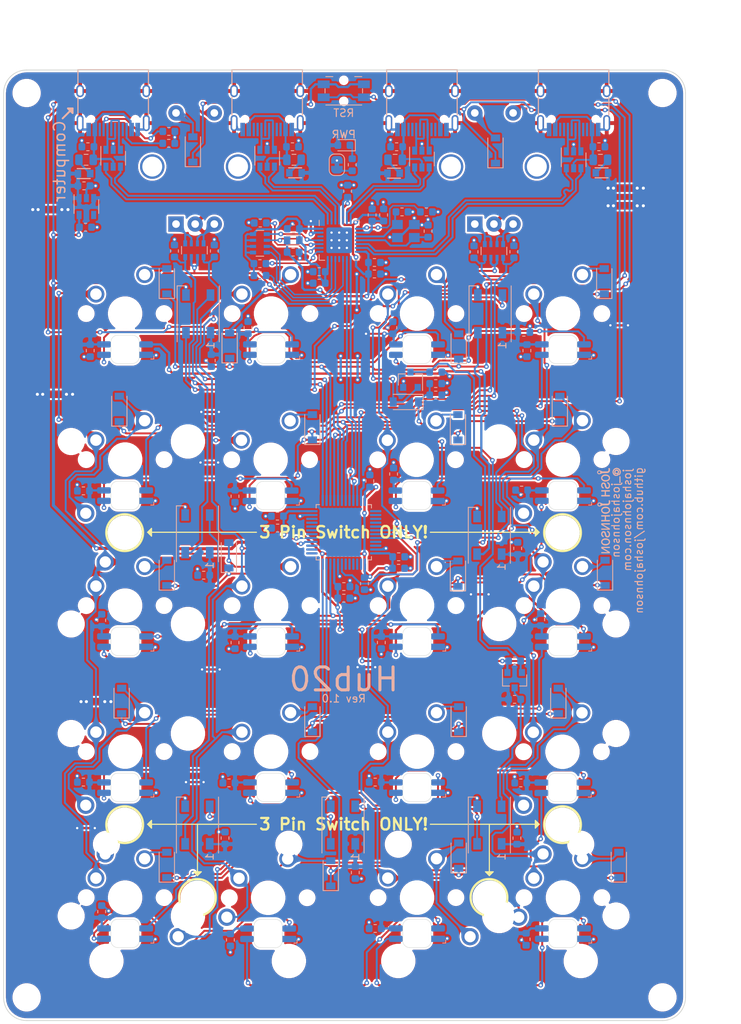
<source format=kicad_pcb>
(kicad_pcb (version 20171130) (host pcbnew 5.1.9-73d0e3b20d~88~ubuntu16.04.1)
  (title_block (title Hub20) (date 2020-09-14) (rev 1.0) (company "Josh Johnson"))
  (layers (0 F.Cu signal) (31 B.Cu signal) (34 B.Paste user) (35 F.Paste user) (36 B.SilkS user) (37 F.SilkS user) (38 B.Mask user) (39 F.Mask user) (44 Edge.Cuts user))
  (net 0 "")
  (net 1 GND)
  (net 2 +5V)
  (net 3 VBUS)
  (net 4 /nRST)
  (net 5 +3V3)
  (net 6 /BOOT0)
  (net 7 /ENC1A_DB)
  (net 8 /ENC2A_DB)
  (net 9 /ENC1B_DB)
  (net 10 /ENC2B_DB)
  (net 11 "/USB Hub/XIN")
  (net 12 "/USB Hub/XOUT")
  (net 13 +3.3VA)
  (net 14 "Net-(C58-Pad1)")
  (net 15 "Net-(D1-Pad2)")
  (net 16 "Net-(D2-Pad2)")
  (net 17 /BKLT)
  (net 18 "Net-(D3-Pad2)")
  (net 19 "Net-(D4-Pad2)")
  (net 20 /R1)
  (net 21 "Net-(D5-Pad2)")
  (net 22 /R2)
  (net 23 "Net-(D6-Pad2)")
  (net 24 /R3)
  (net 25 "Net-(D7-Pad2)")
  (net 26 /R4)
  (net 27 "Net-(D8-Pad2)")
  (net 28 /R5)
  (net 29 "Net-(D15-Pad4)")
  (net 30 "Net-(D10-Pad2)")
  (net 31 "Net-(D11-Pad2)")
  (net 32 "Net-(D12-Pad2)")
  (net 33 "Net-(D13-Pad2)")
  (net 34 "Net-(D14-Pad2)")
  (net 35 "Net-(D15-Pad2)")
  (net 36 "Net-(D16-Pad2)")
  (net 37 /R0)
  (net 38 "Net-(D17-Pad2)")
  (net 39 "Net-(D18-Pad2)")
  (net 40 "Net-(D19-Pad2)")
  (net 41 "Net-(D20-Pad2)")
  (net 42 "Net-(D21-Pad2)")
  (net 43 "Net-(D22-Pad2)")
  (net 44 "Net-(D23-Pad2)")
  (net 45 "Net-(D24-Pad2)")
  (net 46 "Net-(D25-Pad2)")
  (net 47 "Net-(D26-Pad2)")
  (net 48 "Net-(D27-Pad2)")
  (net 49 "Net-(D28-Pad2)")
  (net 50 "Net-(D29-Pad2)")
  (net 51 "Net-(F1-Pad1)")
  (net 52 /USB+)
  (net 53 "Net-(J1-PadA5)")
  (net 54 /USB-)
  (net 55 "Net-(J1-PadB5)")
  (net 56 "Net-(J2-PadA6)")
  (net 57 "Net-(J2-PadA7)")
  (net 58 "Net-(J3-PadA6)")
  (net 59 "Net-(J3-PadA7)")
  (net 60 "Net-(J4-PadA6)")
  (net 61 "Net-(J4-PadA7)")
  (net 62 /LED_5V)
  (net 63 /LED)
  (net 64 "Net-(R9-Pad1)")
  (net 65 "Net-(R10-Pad1)")
  (net 66 /E1B)
  (net 67 /E2B)
  (net 68 /E2A)
  (net 69 /E1A)
  (net 70 "Net-(SW2-Pad4)")
  (net 71 /C0)
  (net 72 "Net-(SW3-Pad4)")
  (net 73 /L_R1)
  (net 74 "Net-(SW10-Pad3)")
  (net 75 /L_R2)
  (net 76 "Net-(SW11-Pad3)")
  (net 77 /L_R3)
  (net 78 "Net-(SW12-Pad3)")
  (net 79 /L_R4)
  (net 80 /C1)
  (net 81 "Net-(SW14-Pad3)")
  (net 82 "Net-(SW15-Pad3)")
  (net 83 "Net-(SW10-Pad4)")
  (net 84 "Net-(SW11-Pad4)")
  (net 85 "Net-(SW12-Pad4)")
  (net 86 /C2)
  (net 87 "Net-(SW14-Pad4)")
  (net 88 "Net-(SW15-Pad4)")
  (net 89 "Net-(SW16-Pad4)")
  (net 90 "Net-(SW17-Pad4)")
  (net 91 "Net-(SW18-Pad4)")
  (net 92 /C3)
  (net 93 "/USB Hub/D1_D-")
  (net 94 "/USB Hub/D1_D+")
  (net 95 "/USB Hub/D2_D-")
  (net 96 "/USB Hub/D2_D+")
  (net 97 "Net-(D32-Pad1)")
  (net 98 "Net-(JP1-Pad1)")
  (net 99 "Net-(C59-Pad1)")
  (net 100 "Net-(C60-Pad1)")
  (net 101 "Net-(F2-Pad2)")
  (net 102 "Net-(F3-Pad2)")
  (net 103 "Net-(F4-Pad2)")
  (net 104 "Net-(R7-Pad1)")
  (net 105 "Net-(R8-Pad1)")
  (net 106 "/USB Hub/nOVR_4")
  (net 107 "/USB Hub/nOVR_2")
  (net 108 "/USB Hub/nOVR_3")
  (net 109 "/USB Hub/nOVR_1")
  (net 110 "/USB Hub/D3_D-")
  (net 111 "/USB Hub/D3_D+")
  (net 112 /USB_D+)
  (net 113 /USB_D-)
  (net 114 /USB_MCU_D+)
  (net 115 /USB_MCU_D-)
  (net 116 +3.3VP)
  (module josh-keyboard:MXOnly-2U-NoLED-3PIN (layer F.Cu) (at 112.5 131.0625 90)
    (fp_text reference MX2)
    (fp_text value 2U)
    (pad 2 thru_hole circle (at 2.54 -5.08 90) (size 2.25 2.25) (drill 1.47) (layers *.Cu *.Mask) (net 25 "Net-(D7-Pad2)"))
    (pad "" np_thru_hole circle (at 0 0 90) (size 3.9878 3.9878) (drill 3.9878) (layers *.Cu *.Mask))
    (pad 1 thru_hole circle (at -3.81 -2.54 90) (size 2.25 2.25) (drill 1.47) (layers *.Cu *.Mask) (net 71 /C0))
    (pad "" np_thru_hole circle (at -11.90625 -6.985 90) (size 3.048 3.048) (drill 3.048) (layers *.Cu *.Mask))
    (pad "" np_thru_hole circle (at 11.90625 -6.985 90) (size 3.048 3.048) (drill 3.048) (layers *.Cu *.Mask))
    (pad "" np_thru_hole circle (at -11.90625 8.255 90) (size 3.9878 3.9878) (drill 3.9878) (layers *.Cu *.Mask))
    (pad "" np_thru_hole circle (at 11.90625 8.255 90) (size 3.9878 3.9878) (drill 3.9878) (layers *.Cu *.Mask))
  )
  (module josh-keyboard:MXOnly-2U-NoLED-3PIN (layer F.Cu) (at 112.5 92.9625 90)
    (fp_text reference MX1)
    (fp_text value 2U)
    (pad 2 thru_hole circle (at 2.54 -5.08 90) (size 2.25 2.25) (drill 1.47) (layers *.Cu *.Mask) (net 21 "Net-(D5-Pad2)"))
    (pad "" np_thru_hole circle (at 0 0 90) (size 3.9878 3.9878) (drill 3.9878) (layers *.Cu *.Mask))
    (pad 1 thru_hole circle (at -3.81 -2.54 90) (size 2.25 2.25) (drill 1.47) (layers *.Cu *.Mask) (net 71 /C0))
    (pad "" np_thru_hole circle (at -11.90625 -6.985 90) (size 3.048 3.048) (drill 3.048) (layers *.Cu *.Mask))
    (pad "" np_thru_hole circle (at 11.90625 -6.985 90) (size 3.048 3.048) (drill 3.048) (layers *.Cu *.Mask))
    (pad "" np_thru_hole circle (at -11.90625 8.255 90) (size 3.9878 3.9878) (drill 3.9878) (layers *.Cu *.Mask))
    (pad "" np_thru_hole circle (at 11.90625 8.255 90) (size 3.9878 3.9878) (drill 3.9878) (layers *.Cu *.Mask))
  )
  (module josh-keyboard:MXOnly-2U-ReversedStabilizers-NoLED-3PIN (layer F.Cu) (at 169.65 131.0625 90)
    (fp_text reference MX6)
    (fp_text value 2U)
    (pad 2 thru_hole circle (at 2.54 -5.08 90) (size 2.25 2.25) (drill 1.47) (layers *.Cu *.Mask) (net 49 "Net-(D28-Pad2)"))
    (pad "" np_thru_hole circle (at 0 0 90) (size 3.9878 3.9878) (drill 3.9878) (layers *.Cu *.Mask))
    (pad 1 thru_hole circle (at -3.81 -2.54 90) (size 2.25 2.25) (drill 1.47) (layers *.Cu *.Mask) (net 92 /C3))
    (pad "" np_thru_hole circle (at -11.90625 6.985 90) (size 3.048 3.048) (drill 3.048) (layers *.Cu *.Mask))
    (pad "" np_thru_hole circle (at 11.90625 6.985 90) (size 3.048 3.048) (drill 3.048) (layers *.Cu *.Mask))
    (pad "" np_thru_hole circle (at -11.90625 -8.255 90) (size 3.9878 3.9878) (drill 3.9878) (layers *.Cu *.Mask))
    (pad "" np_thru_hole circle (at 11.90625 -8.255 90) (size 3.9878 3.9878) (drill 3.9878) (layers *.Cu *.Mask))
  )
  (module josh-keyboard:MXOnly-2U-ReversedStabilizers-NoLED-3PIN (layer F.Cu) (at 169.65 92.9625 90)
    (fp_text reference MX5)
    (fp_text value 2U)
    (pad 2 thru_hole circle (at 2.54 -5.08 90) (size 2.25 2.25) (drill 1.47) (layers *.Cu *.Mask) (net 47 "Net-(D26-Pad2)"))
    (pad "" np_thru_hole circle (at 0 0 90) (size 3.9878 3.9878) (drill 3.9878) (layers *.Cu *.Mask))
    (pad 1 thru_hole circle (at -3.81 -2.54 90) (size 2.25 2.25) (drill 1.47) (layers *.Cu *.Mask) (net 92 /C3))
    (pad "" np_thru_hole circle (at -11.90625 6.985 90) (size 3.048 3.048) (drill 3.048) (layers *.Cu *.Mask))
    (pad "" np_thru_hole circle (at 11.90625 6.985 90) (size 3.048 3.048) (drill 3.048) (layers *.Cu *.Mask))
    (pad "" np_thru_hole circle (at -11.90625 -8.255 90) (size 3.9878 3.9878) (drill 3.9878) (layers *.Cu *.Mask))
    (pad "" np_thru_hole circle (at 11.90625 -8.255 90) (size 3.9878 3.9878) (drill 3.9878) (layers *.Cu *.Mask))
  )
  (module josh-keyboard:MXOnly-2U-ReversedStabilizers-NoLED-3PIN (layer F.Cu) (at 160.125 140.5875 180)
    (fp_text reference MX4)
    (fp_text value 2U)
    (pad 2 thru_hole circle (at 2.54 -5.08 180) (size 2.25 2.25) (drill 1.47) (layers *.Cu *.Mask) (net 43 "Net-(D22-Pad2)"))
    (pad "" np_thru_hole circle (at 0 0 180) (size 3.9878 3.9878) (drill 3.9878) (layers *.Cu *.Mask))
    (pad 1 thru_hole circle (at -3.81 -2.54 180) (size 2.25 2.25) (drill 1.47) (layers *.Cu *.Mask) (net 86 /C2))
    (pad "" np_thru_hole circle (at -11.90625 6.985 180) (size 3.048 3.048) (drill 3.048) (layers *.Cu *.Mask))
    (pad "" np_thru_hole circle (at 11.90625 6.985 180) (size 3.048 3.048) (drill 3.048) (layers *.Cu *.Mask))
    (pad "" np_thru_hole circle (at -11.90625 -8.255 180) (size 3.9878 3.9878) (drill 3.9878) (layers *.Cu *.Mask))
    (pad "" np_thru_hole circle (at 11.90625 -8.255 180) (size 3.9878 3.9878) (drill 3.9878) (layers *.Cu *.Mask))
  )
  (module josh-keyboard:MXOnly-2U-ReversedStabilizers-NoLED-3PIN (layer F.Cu) (at 122.025 140.5875 180)
    (fp_text reference MX3)
    (fp_text value 2U)
    (pad 2 thru_hole circle (at 2.54 -5.08 180) (size 2.25 2.25) (drill 1.47) (layers *.Cu *.Mask) (net 34 "Net-(D14-Pad2)"))
    (pad "" np_thru_hole circle (at 0 0 180) (size 3.9878 3.9878) (drill 3.9878) (layers *.Cu *.Mask))
    (pad 1 thru_hole circle (at -3.81 -2.54 180) (size 2.25 2.25) (drill 1.47) (layers *.Cu *.Mask) (net 80 /C1))
    (pad "" np_thru_hole circle (at -11.90625 6.985 180) (size 3.048 3.048) (drill 3.048) (layers *.Cu *.Mask))
    (pad "" np_thru_hole circle (at 11.90625 6.985 180) (size 3.048 3.048) (drill 3.048) (layers *.Cu *.Mask))
    (pad "" np_thru_hole circle (at -11.90625 -8.255 180) (size 3.9878 3.9878) (drill 3.9878) (layers *.Cu *.Mask))
    (pad "" np_thru_hole circle (at 11.90625 -8.255 180) (size 3.9878 3.9878) (drill 3.9878) (layers *.Cu *.Mask))
  )
  (module josh-keyboard:DUMMY_SK6812MINI-E (layer B.Cu) (at 131.65 107.15 180)
    (fp_text reference D51 hide)
    (fp_text value SK6812MINI-E)
  )
  (module josh-keyboard:DUMMY_SK6812MINI-E (layer B.Cu) (at 131.6 88.1 180)
    (fp_text reference D50 hide)
    (fp_text value SK6812MINI-E)
  )
  (module josh-keyboard:DUMMY_SK6812MINI-E (layer B.Cu) (at 150.7 107.15 180)
    (fp_text reference D49 hide)
    (fp_text value SK6812MINI-E)
  )
  (module josh-keyboard:DUMMY_SK6812MINI-E (layer B.Cu) (at 112.6 107.15 180)
    (fp_text reference D48 hide)
    (fp_text value SK6812MINI-E)
  )
  (module josh-keyboard:DUMMY_SK6812MINI-E (layer B.Cu) (at 150.65 88.1 180)
    (fp_text reference D47 hide)
    (fp_text value SK6812MINI-E)
  )
  (module josh-keyboard:DUMMY_SK6812MINI-E (layer B.Cu) (at 169.75 107.15 180)
    (fp_text reference D46 hide)
    (fp_text value SK6812MINI-E)
  )
  (module josh-keyboard:DUMMY_SK6812MINI-E (layer B.Cu) (at 112.6 69.05 180)
    (fp_text reference D45 hide)
    (fp_text value SK6812MINI-E)
  )
  (module josh-keyboard:DUMMY_SK6812MINI-E (layer B.Cu) (at 169.75 69.05 180)
    (fp_text reference D44 hide)
    (fp_text value SK6812MINI-E)
  )
  (module josh-keyboard:DUMMY_SK6812MINI-E (layer B.Cu) (at 169.75 88.1 180)
    (fp_text reference D43 hide)
    (fp_text value SK6812MINI-E)
  )
  (module josh-keyboard:DUMMY_SK6812MINI-E (layer B.Cu) (at 169.7 126.2 180)
    (fp_text reference D42 hide)
    (fp_text value SK6812MINI-E)
  )
  (module josh-keyboard:DUMMY_SK6812MINI-E (layer B.Cu) (at 131.65 69.05 180)
    (fp_text reference D41 hide)
    (fp_text value SK6812MINI-E)
  )
  (module josh-keyboard:DUMMY_SK6812MINI-E (layer B.Cu) (at 112.6 88.1 180)
    (fp_text reference D40 hide)
    (fp_text value SK6812MINI-E)
  )
  (module josh-keyboard:DUMMY_SK6812MINI-E (layer B.Cu) (at 131.65 126.2 180)
    (fp_text reference D39 hide)
    (fp_text value SK6812MINI-E)
  )
  (module josh-keyboard:DUMMY_SK6812MINI-E (layer B.Cu) (at 169.75 145.25 180)
    (fp_text reference D38 hide)
    (fp_text value SK6812MINI-E)
  )
  (module josh-keyboard:DUMMY_SK6812MINI-E (layer B.Cu) (at 150.7 69.05 180)
    (fp_text reference D37 hide)
    (fp_text value SK6812MINI-E)
  )
  (module josh-keyboard:DUMMY_SK6812MINI-E (layer B.Cu) (at 112.6 126.2 180)
    (fp_text reference D36 hide)
    (fp_text value SK6812MINI-E)
  )
  (module josh-keyboard:DUMMY_SK6812MINI-E (layer B.Cu) (at 150.7 126.2 180)
    (fp_text reference D35 hide)
    (fp_text value SK6812MINI-E)
  )
  (module josh-keyboard:DUMMY_SK6812MINI-E (layer B.Cu) (at 112.6 145.25 180)
    (fp_text reference D34 hide)
    (fp_text value SK6812MINI-E)
  )
  (module josh-keyboard:DUMMY_SK6812MINI-E (layer B.Cu) (at 131.3 145.25 180)
    (fp_text reference D33 hide)
    (fp_text value SK6812MINI-E)
  )
  (module josh-keyboard:DUMMY_SK6812MINI-E (layer B.Cu) (at 150.7 145.25 180)
    (fp_text reference D31 hide)
    (fp_text value SK6812MINI-E)
  )
  (module josh-logos:josh-johnson-logo-11x2 (layer B.Cu) (at 175 90.1 270)
    (fp_text reference LOGO3 hide)
    (fp_text value Josh-Logo hide)
  )
  (module josh-logos:josh-details (layer B.Cu) (at 177.6 89.3 270)
    (fp_text reference LOGO1 hide)
    (fp_text value Josh-Details)
    (fp_text user github.com/joshajohnson (at 4.6736 -2.032 270) (layer B.SilkS) (effects (justify mirror)))
    (fp_text user joshajohnson.com (at 2 -0.5 270) (layer B.SilkS) (effects (justify mirror)))
    (fp_text user @_joshajohnson (at 1 1 90) (layer B.SilkS) (effects (justify mirror)))
  )
  (module josh-buttons-switches:Panasonic_EVQPUL_EVQPUC (layer B.Cu) (at 141.1 35.3 180)
    (fp_text reference SW1 hide)
    (fp_text value EVQPUL)
    (pad "" np_thru_hole circle (at 0 1.375) (size 0.75 0.75) (drill 0.75) (layers *.Cu *.Mask))
    (pad "" np_thru_hole circle (at 0 -1.375) (size 0.75 0.75) (drill 0.75) (layers *.Cu *.Mask))
    (pad 1 smd rect (at 2.625 0.85) (size 1.55 1) (layers B.Cu B.Paste B.Mask) (net 5 +3V3))
    (pad 1 smd rect (at -2.625 0.85) (size 1.55 1) (layers B.Cu B.Paste B.Mask) (net 5 +3V3))
    (pad 2 smd rect (at -2.625 -0.85) (size 1.55 1) (layers B.Cu B.Paste B.Mask) (net 15 "Net-(D1-Pad2)"))
    (pad 2 smd rect (at 2.625 -0.85) (size 1.55 1) (layers B.Cu B.Paste B.Mask) (net 15 "Net-(D1-Pad2)"))
  )
  (module josh-logos:board-title (layer B.Cu) (at 140.2 111.4 180)
    (fp_text reference LOGO2 hide)
    (fp_text value Board-Title)
    (fp_text user "Rev 1.0" (at -0.9 -3.2) (layer B.SilkS) (effects (justify mirror)))
    (fp_text user Hub20 (at -0.9 -0.7) (layer B.SilkS) (effects (font (size 3 3) (thickness 0.4)) (justify mirror)))
  )
  (module josh-logos:OSHW-Logo2_9.8x8mm_Mask (layer B.Cu) (at 141.1 121.8 180)
    (fp_text reference LOGO5 hide)
    (fp_text value OSHW hide)
  )
  (module Capacitor_SMD:C_0603_1608Metric (layer B.Cu) (at 123.8 70.5 270)
    (fp_text reference C9 hide)
    (fp_text value 100n)
    (pad 2 smd roundrect (at 0.7875 0 270) (size 0.875 0.95) (layers B.Cu B.Paste B.Mask) (net 1 GND))
    (pad 1 smd roundrect (at -0.7875 0 270) (size 0.875 0.95) (layers B.Cu B.Paste B.Mask) (net 2 +5V))
  )
  (module Diode_SMD:D_SOD-123 (layer B.Cu) (at 118 136.3 90)
    (fp_text reference D8 hide)
    (fp_text value 1N4148)
    (pad 2 smd rect (at 1.65 0 90) (size 0.9 1.2) (layers B.Cu B.Paste B.Mask) (net 27 "Net-(D8-Pad2)"))
    (pad 1 smd rect (at -1.65 0 90) (size 0.9 1.2) (layers B.Cu B.Paste B.Mask) (net 28 /R5))
  )
  (module MountingHole:MountingHole_3.2mm_M3 (layer F.Cu) (at 182.7 153.5875)
    (fp_text reference H3 hide)
    (fp_text value M3)
    (pad 1 np_thru_hole circle (at 0 0) (size 3.2 3.2) (drill 3.2) (layers *.Cu *.Mask))
  )
  (module MountingHole:MountingHole_3.2mm_M3 (layer F.Cu) (at 99.7 153.5875)
    (fp_text reference H4 hide)
    (fp_text value M3)
    (pad 1 np_thru_hole circle (at 0 0) (size 3.2 3.2) (drill 3.2) (layers *.Cu *.Mask))
  )
  (module Package_TO_SOT_SMD:SOT-23-6 (layer B.Cu) (at 171.1 44.3 270)
    (fp_text reference U8 hide)
    (fp_text value USBLC6-2SC6)
    (pad 5 smd rect (at 1.1 0 270) (size 1.06 0.65) (layers B.Cu B.Paste B.Mask) (net 100 "Net-(C60-Pad1)"))
    (pad 6 smd rect (at 1.1 0.95 270) (size 1.06 0.65) (layers B.Cu B.Paste B.Mask) (net 110 "/USB Hub/D3_D-"))
    (pad 4 smd rect (at 1.1 -0.95 270) (size 1.06 0.65) (layers B.Cu B.Paste B.Mask) (net 111 "/USB Hub/D3_D+"))
    (pad 3 smd rect (at -1.1 -0.95 270) (size 1.06 0.65) (layers B.Cu B.Paste B.Mask) (net 60 "Net-(J4-PadA6)"))
    (pad 2 smd rect (at -1.1 0 270) (size 1.06 0.65) (layers B.Cu B.Paste B.Mask) (net 1 GND))
    (pad 1 smd rect (at -1.1 0.95 270) (size 1.06 0.65) (layers B.Cu B.Paste B.Mask) (net 61 "Net-(J4-PadA7)"))
  )
  (module Package_TO_SOT_SMD:SOT-23-6 (layer B.Cu) (at 151.3 44.2 270)
    (fp_text reference U7 hide)
    (fp_text value USBLC6-2SC6)
    (pad 5 smd rect (at 1.1 0 270) (size 1.06 0.65) (layers B.Cu B.Paste B.Mask) (net 99 "Net-(C59-Pad1)"))
    (pad 6 smd rect (at 1.1 0.95 270) (size 1.06 0.65) (layers B.Cu B.Paste B.Mask) (net 95 "/USB Hub/D2_D-"))
    (pad 4 smd rect (at 1.1 -0.95 270) (size 1.06 0.65) (layers B.Cu B.Paste B.Mask) (net 96 "/USB Hub/D2_D+"))
    (pad 3 smd rect (at -1.1 -0.95 270) (size 1.06 0.65) (layers B.Cu B.Paste B.Mask) (net 58 "Net-(J3-PadA6)"))
    (pad 2 smd rect (at -1.1 0 270) (size 1.06 0.65) (layers B.Cu B.Paste B.Mask) (net 1 GND))
    (pad 1 smd rect (at -1.1 0.95 270) (size 1.06 0.65) (layers B.Cu B.Paste B.Mask) (net 59 "Net-(J3-PadA7)"))
  )
  (module Package_TO_SOT_SMD:SOT-23-6 (layer B.Cu) (at 131.1 44.1 270)
    (fp_text reference U6 hide)
    (fp_text value USBLC6-2SC6)
    (pad 5 smd rect (at 1.1 0 270) (size 1.06 0.65) (layers B.Cu B.Paste B.Mask) (net 14 "Net-(C58-Pad1)"))
    (pad 6 smd rect (at 1.1 0.95 270) (size 1.06 0.65) (layers B.Cu B.Paste B.Mask) (net 93 "/USB Hub/D1_D-"))
    (pad 4 smd rect (at 1.1 -0.95 270) (size 1.06 0.65) (layers B.Cu B.Paste B.Mask) (net 94 "/USB Hub/D1_D+"))
    (pad 3 smd rect (at -1.1 -0.95 270) (size 1.06 0.65) (layers B.Cu B.Paste B.Mask) (net 56 "Net-(J2-PadA6)"))
    (pad 2 smd rect (at -1.1 0 270) (size 1.06 0.65) (layers B.Cu B.Paste B.Mask) (net 1 GND))
    (pad 1 smd rect (at -1.1 0.95 270) (size 1.06 0.65) (layers B.Cu B.Paste B.Mask) (net 57 "Net-(J2-PadA7)"))
  )
  (module josh-buttons-switches:RotaryEncoder_Alps_EC11E-Switch_Vertical_H20mm_CircularMountingHoles (layer F.Cu) (at 158.2 52.6875 90)
    (fp_text reference SW13 hide)
    (fp_text value EC11)
    (pad S1 thru_hole circle (at 14.5 5 90) (size 2 2) (drill 1) (layers *.Cu *.Mask) (net 86 /C2))
    (pad S2 thru_hole circle (at 14.5 0 90) (size 2 2) (drill 1) (layers *.Cu *.Mask) (net 45 "Net-(D24-Pad2)"))
    (pad MP thru_hole circle (at 7.5 8.1 90) (size 3.2 3.2) (drill 2.6) (layers *.Cu *.Mask))
    (pad MP thru_hole circle (at 7.5 -3.1 90) (size 3.2 3.2) (drill 2.6) (layers *.Cu *.Mask))
    (pad B thru_hole circle (at 0 5 90) (size 2 2) (drill 1) (layers *.Cu *.Mask) (net 67 /E2B))
    (pad C thru_hole circle (at 0 2.5 90) (size 2 2) (drill 1) (layers *.Cu *.Mask) (net 1 GND))
    (pad A thru_hole rect (at 0 0 90) (size 2 2) (drill 1) (layers *.Cu *.Mask) (net 68 /E2A))
  )
  (module josh-buttons-switches:RotaryEncoder_Alps_EC11E-Switch_Vertical_H20mm_CircularMountingHoles (layer F.Cu) (at 119.2 52.6875 90)
    (fp_text reference SW7 hide)
    (fp_text value EC11)
    (pad S1 thru_hole circle (at 14.5 5 90) (size 2 2) (drill 1) (layers *.Cu *.Mask) (net 80 /C1))
    (pad S2 thru_hole circle (at 14.5 0 90) (size 2 2) (drill 1) (layers *.Cu *.Mask) (net 36 "Net-(D16-Pad2)"))
    (pad MP thru_hole circle (at 7.5 8.1 90) (size 3.2 3.2) (drill 2.6) (layers *.Cu *.Mask))
    (pad MP thru_hole circle (at 7.5 -3.1 90) (size 3.2 3.2) (drill 2.6) (layers *.Cu *.Mask))
    (pad B thru_hole circle (at 0 5 90) (size 2 2) (drill 1) (layers *.Cu *.Mask) (net 66 /E1B))
    (pad C thru_hole circle (at 0 2.5 90) (size 2 2) (drill 1) (layers *.Cu *.Mask) (net 1 GND))
    (pad A thru_hole rect (at 0 0 90) (size 2 2) (drill 1) (layers *.Cu *.Mask) (net 69 /E1A))
  )
  (module Resistor_SMD:R_Array_Convex_4x0603 (layer B.Cu) (at 130.15 55.2 180)
    (fp_text reference RN3 hide)
    (fp_text value 10K)
    (pad 5 smd rect (at 0.9 -1.2 180) (size 0.8 0.5) (layers B.Cu B.Paste B.Mask) (net 116 +3.3VP))
    (pad 6 smd rect (at 0.9 -0.4 180) (size 0.8 0.4) (layers B.Cu B.Paste B.Mask) (net 116 +3.3VP))
    (pad 8 smd rect (at 0.9 1.2 180) (size 0.8 0.5) (layers B.Cu B.Paste B.Mask) (net 116 +3.3VP))
    (pad 7 smd rect (at 0.9 0.4 180) (size 0.8 0.4) (layers B.Cu B.Paste B.Mask) (net 116 +3.3VP))
    (pad 4 smd rect (at -0.9 -1.2 180) (size 0.8 0.5) (layers B.Cu B.Paste B.Mask) (net 106 "/USB Hub/nOVR_4"))
    (pad 2 smd rect (at -0.9 0.4 180) (size 0.8 0.4) (layers B.Cu B.Paste B.Mask) (net 107 "/USB Hub/nOVR_2"))
    (pad 3 smd rect (at -0.9 -0.4 180) (size 0.8 0.4) (layers B.Cu B.Paste B.Mask) (net 108 "/USB Hub/nOVR_3"))
    (pad 1 smd rect (at -0.9 1.2 180) (size 0.8 0.5) (layers B.Cu B.Paste B.Mask) (net 109 "/USB Hub/nOVR_1"))
  )
  (module Resistor_SMD:R_0603_1608Metric (layer B.Cu) (at 130.15 57.85 180)
    (fp_text reference R9 hide)
    (fp_text value 10K)
    (pad 2 smd roundrect (at 0.7875 0 180) (size 0.875 0.95) (layers B.Cu B.Paste B.Mask) (net 116 +3.3VP))
    (pad 1 smd roundrect (at -0.7875 0 180) (size 0.875 0.95) (layers B.Cu B.Paste B.Mask) (net 64 "Net-(R9-Pad1)"))
  )
  (module Resistor_SMD:R_0603_1608Metric (layer B.Cu) (at 130.1625 59.4 180)
    (fp_text reference R8 hide)
    (fp_text value 10K)
    (pad 2 smd roundrect (at 0.7875 0 180) (size 0.875 0.95) (layers B.Cu B.Paste B.Mask) (net 116 +3.3VP))
    (pad 1 smd roundrect (at -0.7875 0 180) (size 0.875 0.95) (layers B.Cu B.Paste B.Mask) (net 105 "Net-(R8-Pad1)"))
  )
  (module josh-connectors:USB_C_U262-161N-4BVC11 (layer B.Cu) (at 171.1 37.2)
    (fp_text reference J4 hide)
    (fp_text value USB_C_Receptacle_USB2.0)
    (pad S1 thru_hole oval (at -4.32 -1.87) (size 1 1.6) (drill oval 0.6 1.2) (layers *.Cu *.Mask B.Paste) (net 1 GND))
    (pad S1 thru_hole oval (at 4.32 -1.87) (size 1 1.6) (drill oval 0.6 1.2) (layers *.Cu *.Mask B.Paste) (net 1 GND))
    (pad S1 thru_hole oval (at -4.32 2.31) (size 0.9 2.1) (drill oval 0.5 1.7) (layers *.Cu *.Mask B.Paste) (net 1 GND))
    (pad S1 thru_hole oval (at 4.32 2.31) (size 0.9 2.1) (drill oval 0.5 1.7) (layers *.Cu *.Mask B.Paste) (net 1 GND))
    (pad "" np_thru_hole circle (at -2.89 1.81) (size 0.65 0.65) (drill 0.65) (layers *.Cu *.Mask) (clearance 0.01))
    (pad "" np_thru_hole circle (at 2.89 1.81) (size 0.65 0.65) (drill 0.65) (layers *.Cu *.Mask) (clearance 0.01))
    (pad A7 smd rect (at 0.25 3.15) (size 0.3 1.75) (layers B.Cu B.Paste B.Mask) (net 61 "Net-(J4-PadA7)"))
    (pad B6 smd rect (at 0.75 3.15) (size 0.3 1.75) (layers B.Cu B.Paste B.Mask) (net 60 "Net-(J4-PadA6)"))
    (pad A8 smd rect (at 1.25 3.15) (size 0.3 1.75) (layers B.Cu B.Paste B.Mask))
    (pad B5 smd rect (at 1.75 3.15) (size 0.3 1.75) (layers B.Cu B.Paste B.Mask))
    (pad B7 smd rect (at -0.75 3.15) (size 0.3 1.75) (layers B.Cu B.Paste B.Mask) (net 61 "Net-(J4-PadA7)"))
    (pad B8 smd rect (at -1.75 3.15) (size 0.3 1.75) (layers B.Cu B.Paste B.Mask))
    (pad A5 smd rect (at -1.25 3.15) (size 0.3 1.75) (layers B.Cu B.Paste B.Mask))
    (pad A6 smd rect (at -0.25 3.15) (size 0.3 1.75) (layers B.Cu B.Paste B.Mask) (net 60 "Net-(J4-PadA6)"))
    (pad A1 smd rect (at -3.35 3.15) (size 0.3 1.75) (layers B.Cu B.Paste B.Mask) (net 1 GND) (clearance 0.01))
    (pad B12 smd rect (at -3.05 3.15) (size 0.3 1.75) (layers B.Cu B.Paste B.Mask) (net 1 GND) (clearance 0.01))
    (pad A4 smd rect (at -2.55 3.15) (size 0.3 1.75) (layers B.Cu B.Paste B.Mask) (net 100 "Net-(C60-Pad1)") (clearance 0.01))
    (pad B9 smd rect (at -2.25 3.15) (size 0.3 1.75) (layers B.Cu B.Paste B.Mask) (net 100 "Net-(C60-Pad1)") (clearance 0.01))
    (pad A9 smd rect (at 2.55 3.15) (size 0.3 1.75) (layers B.Cu B.Paste B.Mask) (net 100 "Net-(C60-Pad1)") (clearance 0.01))
    (pad B4 smd rect (at 2.25 3.15) (size 0.3 1.75) (layers B.Cu B.Paste B.Mask) (net 100 "Net-(C60-Pad1)") (clearance 0.01))
    (pad B1 smd rect (at 3.05 3.15) (size 0.3 1.75) (layers B.Cu B.Paste B.Mask) (net 1 GND) (clearance 0.01))
    (pad A12 smd rect (at 3.35 3.15) (size 0.3 1.75) (layers B.Cu B.Paste B.Mask) (net 1 GND) (clearance 0.01))
  )
  (module josh-connectors:USB_C_U262-161N-4BVC11 (layer B.Cu) (at 151.3 37.2)
    (fp_text reference J3 hide)
    (fp_text value USB_C_Receptacle_USB2.0)
    (pad S1 thru_hole oval (at -4.32 -1.87) (size 1 1.6) (drill oval 0.6 1.2) (layers *.Cu *.Mask B.Paste) (net 1 GND))
    (pad S1 thru_hole oval (at 4.32 -1.87) (size 1 1.6) (drill oval 0.6 1.2) (layers *.Cu *.Mask B.Paste) (net 1 GND))
    (pad S1 thru_hole oval (at -4.32 2.31) (size 0.9 2.1) (drill oval 0.5 1.7) (layers *.Cu *.Mask B.Paste) (net 1 GND))
    (pad S1 thru_hole oval (at 4.32 2.31) (size 0.9 2.1) (drill oval 0.5 1.7) (layers *.Cu *.Mask B.Paste) (net 1 GND))
    (pad "" np_thru_hole circle (at -2.89 1.81) (size 0.65 0.65) (drill 0.65) (layers *.Cu *.Mask) (clearance 0.01))
    (pad "" np_thru_hole circle (at 2.89 1.81) (size 0.65 0.65) (drill 0.65) (layers *.Cu *.Mask) (clearance 0.01))
    (pad A7 smd rect (at 0.25 3.15) (size 0.3 1.75) (layers B.Cu B.Paste B.Mask) (net 59 "Net-(J3-PadA7)"))
    (pad B6 smd rect (at 0.75 3.15) (size 0.3 1.75) (layers B.Cu B.Paste B.Mask) (net 58 "Net-(J3-PadA6)"))
    (pad A8 smd rect (at 1.25 3.15) (size 0.3 1.75) (layers B.Cu B.Paste B.Mask))
    (pad B5 smd rect (at 1.75 3.15) (size 0.3 1.75) (layers B.Cu B.Paste B.Mask))
    (pad B7 smd rect (at -0.75 3.15) (size 0.3 1.75) (layers B.Cu B.Paste B.Mask) (net 59 "Net-(J3-PadA7)"))
    (pad B8 smd rect (at -1.75 3.15) (size 0.3 1.75) (layers B.Cu B.Paste B.Mask))
    (pad A5 smd rect (at -1.25 3.15) (size 0.3 1.75) (layers B.Cu B.Paste B.Mask))
    (pad A6 smd rect (at -0.25 3.15) (size 0.3 1.75) (layers B.Cu B.Paste B.Mask) (net 58 "Net-(J3-PadA6)"))
    (pad A1 smd rect (at -3.35 3.15) (size 0.3 1.75) (layers B.Cu B.Paste B.Mask) (net 1 GND) (clearance 0.01))
    (pad B12 smd rect (at -3.05 3.15) (size 0.3 1.75) (layers B.Cu B.Paste B.Mask) (net 1 GND) (clearance 0.01))
    (pad A4 smd rect (at -2.55 3.15) (size 0.3 1.75) (layers B.Cu B.Paste B.Mask) (net 99 "Net-(C59-Pad1)") (clearance 0.01))
    (pad B9 smd rect (at -2.25 3.15) (size 0.3 1.75) (layers B.Cu B.Paste B.Mask) (net 99 "Net-(C59-Pad1)") (clearance 0.01))
    (pad A9 smd rect (at 2.55 3.15) (size 0.3 1.75) (layers B.Cu B.Paste B.Mask) (net 99 "Net-(C59-Pad1)") (clearance 0.01))
    (pad B4 smd rect (at 2.25 3.15) (size 0.3 1.75) (layers B.Cu B.Paste B.Mask) (net 99 "Net-(C59-Pad1)") (clearance 0.01))
    (pad B1 smd rect (at 3.05 3.15) (size 0.3 1.75) (layers B.Cu B.Paste B.Mask) (net 1 GND) (clearance 0.01))
    (pad A12 smd rect (at 3.35 3.15) (size 0.3 1.75) (layers B.Cu B.Paste B.Mask) (net 1 GND) (clearance 0.01))
  )
  (module josh-connectors:USB_C_U262-161N-4BVC11 (layer B.Cu) (at 131.1 37.2)
    (fp_text reference J2 hide)
    (fp_text value USB_C_Receptacle_USB2.0)
    (pad S1 thru_hole oval (at -4.32 -1.87) (size 1 1.6) (drill oval 0.6 1.2) (layers *.Cu *.Mask B.Paste) (net 1 GND))
    (pad S1 thru_hole oval (at 4.32 -1.87) (size 1 1.6) (drill oval 0.6 1.2) (layers *.Cu *.Mask B.Paste) (net 1 GND))
    (pad S1 thru_hole oval (at -4.32 2.31) (size 0.9 2.1) (drill oval 0.5 1.7) (layers *.Cu *.Mask B.Paste) (net 1 GND))
    (pad S1 thru_hole oval (at 4.32 2.31) (size 0.9 2.1) (drill oval 0.5 1.7) (layers *.Cu *.Mask B.Paste) (net 1 GND))
    (pad "" np_thru_hole circle (at -2.89 1.81) (size 0.65 0.65) (drill 0.65) (layers *.Cu *.Mask) (clearance 0.01))
    (pad "" np_thru_hole circle (at 2.89 1.81) (size 0.65 0.65) (drill 0.65) (layers *.Cu *.Mask) (clearance 0.01))
    (pad A7 smd rect (at 0.25 3.15) (size 0.3 1.75) (layers B.Cu B.Paste B.Mask) (net 57 "Net-(J2-PadA7)"))
    (pad B6 smd rect (at 0.75 3.15) (size 0.3 1.75) (layers B.Cu B.Paste B.Mask) (net 56 "Net-(J2-PadA6)"))
    (pad A8 smd rect (at 1.25 3.15) (size 0.3 1.75) (layers B.Cu B.Paste B.Mask))
    (pad B5 smd rect (at 1.75 3.15) (size 0.3 1.75) (layers B.Cu B.Paste B.Mask))
    (pad B7 smd rect (at -0.75 3.15) (size 0.3 1.75) (layers B.Cu B.Paste B.Mask) (net 57 "Net-(J2-PadA7)"))
    (pad B8 smd rect (at -1.75 3.15) (size 0.3 1.75) (layers B.Cu B.Paste B.Mask))
    (pad A5 smd rect (at -1.25 3.15) (size 0.3 1.75) (layers B.Cu B.Paste B.Mask))
    (pad A6 smd rect (at -0.25 3.15) (size 0.3 1.75) (layers B.Cu B.Paste B.Mask) (net 56 "Net-(J2-PadA6)"))
    (pad A1 smd rect (at -3.35 3.15) (size 0.3 1.75) (layers B.Cu B.Paste B.Mask) (net 1 GND) (clearance 0.01))
    (pad B12 smd rect (at -3.05 3.15) (size 0.3 1.75) (layers B.Cu B.Paste B.Mask) (net 1 GND) (clearance 0.01))
    (pad A4 smd rect (at -2.55 3.15) (size 0.3 1.75) (layers B.Cu B.Paste B.Mask) (net 14 "Net-(C58-Pad1)") (clearance 0.01))
    (pad B9 smd rect (at -2.25 3.15) (size 0.3 1.75) (layers B.Cu B.Paste B.Mask) (net 14 "Net-(C58-Pad1)") (clearance 0.01))
    (pad A9 smd rect (at 2.55 3.15) (size 0.3 1.75) (layers B.Cu B.Paste B.Mask) (net 14 "Net-(C58-Pad1)") (clearance 0.01))
    (pad B4 smd rect (at 2.25 3.15) (size 0.3 1.75) (layers B.Cu B.Paste B.Mask) (net 14 "Net-(C58-Pad1)") (clearance 0.01))
    (pad B1 smd rect (at 3.05 3.15) (size 0.3 1.75) (layers B.Cu B.Paste B.Mask) (net 1 GND) (clearance 0.01))
    (pad A12 smd rect (at 3.35 3.15) (size 0.3 1.75) (layers B.Cu B.Paste B.Mask) (net 1 GND) (clearance 0.01))
  )
  (module josh-passives-smt:Ferrite_Bead_0603 (layer B.Cu) (at 174.8 46)
    (fp_text reference FB5 hide)
    (fp_text value 600R hide)
    (pad 2 smd rect (at 0.8 0) (size 0.85 1) (layers B.Cu B.Paste B.Mask) (net 2 +5V))
    (pad 1 smd rect (at -0.8 0) (size 0.85 1) (layers B.Cu B.Paste B.Mask) (net 103 "Net-(F4-Pad2)"))
  )
  (module josh-passives-smt:Ferrite_Bead_0603 (layer B.Cu) (at 147.6 46.05 180)
    (fp_text reference FB4 hide)
    (fp_text value 600R hide)
    (pad 2 smd rect (at 0.8 0 180) (size 0.85 1) (layers B.Cu B.Paste B.Mask) (net 2 +5V))
    (pad 1 smd rect (at -0.8 0 180) (size 0.85 1) (layers B.Cu B.Paste B.Mask) (net 102 "Net-(F3-Pad2)"))
  )
  (module josh-passives-smt:Ferrite_Bead_0603 (layer B.Cu) (at 134.8 46)
    (fp_text reference FB3 hide)
    (fp_text value 600R hide)
    (pad 2 smd rect (at 0.8 0) (size 0.85 1) (layers B.Cu B.Paste B.Mask) (net 2 +5V))
    (pad 1 smd rect (at -0.8 0) (size 0.85 1) (layers B.Cu B.Paste B.Mask) (net 101 "Net-(F2-Pad2)"))
  )
  (module josh-passives-smt:Ferrite_Bead_0603 (layer B.Cu) (at 134.5 54.8)
    (fp_text reference FB2 hide)
    (fp_text value 600R hide)
    (pad 2 smd rect (at 0.8 0) (size 0.85 1) (layers B.Cu B.Paste B.Mask) (net 116 +3.3VP))
    (pad 1 smd rect (at -0.8 0) (size 0.85 1) (layers B.Cu B.Paste B.Mask) (net 13 +3.3VA))
  )
  (module josh-passives-smt:Fuse_0805_2012Metric (layer B.Cu) (at 174.6 44.3)
    (fp_text reference F4 hide)
    (fp_text value 500mA)
    (pad 2 smd roundrect (at 0.9375 0) (size 0.975 1.4) (layers B.Cu B.Paste B.Mask) (net 103 "Net-(F4-Pad2)"))
    (pad 1 smd roundrect (at -0.9375 0) (size 0.975 1.4) (layers B.Cu B.Paste B.Mask) (net 100 "Net-(C60-Pad1)"))
  )
  (module josh-passives-smt:Fuse_0805_2012Metric (layer B.Cu) (at 147.8 44.3 180)
    (fp_text reference F3 hide)
    (fp_text value 500mA)
    (pad 2 smd roundrect (at 0.9375 0 180) (size 0.975 1.4) (layers B.Cu B.Paste B.Mask) (net 102 "Net-(F3-Pad2)"))
    (pad 1 smd roundrect (at -0.9375 0 180) (size 0.975 1.4) (layers B.Cu B.Paste B.Mask) (net 99 "Net-(C59-Pad1)"))
  )
  (module josh-passives-smt:Fuse_0805_2012Metric (layer B.Cu) (at 134.6 44.3)
    (fp_text reference F2 hide)
    (fp_text value 500mA)
    (pad 2 smd roundrect (at 0.9375 0) (size 0.975 1.4) (layers B.Cu B.Paste B.Mask) (net 101 "Net-(F2-Pad2)"))
    (pad 1 smd roundrect (at -0.9375 0) (size 0.975 1.4) (layers B.Cu B.Paste B.Mask) (net 14 "Net-(C58-Pad1)"))
  )
  (module Capacitor_SMD:C_0603_1608Metric (layer B.Cu) (at 174.4 42.6)
    (fp_text reference C60 hide)
    (fp_text value 100n)
    (pad 2 smd roundrect (at 0.7875 0) (size 0.875 0.95) (layers B.Cu B.Paste B.Mask) (net 1 GND))
    (pad 1 smd roundrect (at -0.7875 0) (size 0.875 0.95) (layers B.Cu B.Paste B.Mask) (net 100 "Net-(C60-Pad1)"))
  )
  (module Capacitor_SMD:C_0603_1608Metric (layer B.Cu) (at 148 42.6 180)
    (fp_text reference C59 hide)
    (fp_text value 100n)
    (pad 2 smd roundrect (at 0.7875 0 180) (size 0.875 0.95) (layers B.Cu B.Paste B.Mask) (net 1 GND))
    (pad 1 smd roundrect (at -0.7875 0 180) (size 0.875 0.95) (layers B.Cu B.Paste B.Mask) (net 99 "Net-(C59-Pad1)"))
  )
  (module Capacitor_SMD:C_0603_1608Metric (layer B.Cu) (at 134.4 42.6)
    (fp_text reference C58 hide)
    (fp_text value 100n)
    (pad 2 smd roundrect (at 0.7875 0) (size 0.875 0.95) (layers B.Cu B.Paste B.Mask) (net 1 GND))
    (pad 1 smd roundrect (at -0.7875 0) (size 0.875 0.95) (layers B.Cu B.Paste B.Mask) (net 14 "Net-(C58-Pad1)"))
  )
  (module Capacitor_SMD:C_0603_1608Metric (layer B.Cu) (at 134.4875 56.35)
    (fp_text reference C42 hide)
    (fp_text value 100n)
    (pad 2 smd roundrect (at 0.7875 0) (size 0.875 0.95) (layers B.Cu B.Paste B.Mask) (net 1 GND))
    (pad 1 smd roundrect (at -0.7875 0) (size 0.875 0.95) (layers B.Cu B.Paste B.Mask) (net 13 +3.3VA))
  )
  (module Capacitor_SMD:C_0603_1608Metric (layer B.Cu) (at 134.5125 53.3 180)
    (fp_text reference C41 hide)
    (fp_text value 10u)
    (pad 2 smd roundrect (at 0.7875 0 180) (size 0.875 0.95) (layers B.Cu B.Paste B.Mask) (net 1 GND))
    (pad 1 smd roundrect (at -0.7875 0 180) (size 0.875 0.95) (layers B.Cu B.Paste B.Mask) (net 116 +3.3VP))
  )
  (module Capacitor_SMD:C_0603_1608Metric (layer B.Cu) (at 143.8 99.6 270)
    (fp_text reference C40 hide)
    (fp_text value 100n)
    (pad 2 smd roundrect (at 0.7875 0 270) (size 0.875 0.95) (layers B.Cu B.Paste B.Mask) (net 1 GND))
    (pad 1 smd roundrect (at -0.7875 0 270) (size 0.875 0.95) (layers B.Cu B.Paste B.Mask) (net 5 +3V3))
  )
  (module Capacitor_SMD:C_0603_1608Metric (layer B.Cu) (at 144.5 86.2125 90)
    (fp_text reference C38 hide)
    (fp_text value 100n)
    (pad 2 smd roundrect (at 0.7875 0 90) (size 0.875 0.95) (layers B.Cu B.Paste B.Mask) (net 1 GND))
    (pad 1 smd roundrect (at -0.7875 0 90) (size 0.875 0.95) (layers B.Cu B.Paste B.Mask) (net 5 +3V3))
  )
  (module Capacitor_SMD:C_0603_1608Metric (layer B.Cu) (at 141.11 99.99)
    (fp_text reference C36 hide)
    (fp_text value 100n)
    (pad 2 smd roundrect (at 0.7875 0) (size 0.875 0.95) (layers B.Cu B.Paste B.Mask) (net 1 GND))
    (pad 1 smd roundrect (at -0.7875 0) (size 0.875 0.95) (layers B.Cu B.Paste B.Mask) (net 5 +3V3))
  )
  (module Capacitor_SMD:C_0603_1608Metric (layer B.Cu) (at 148.25 97.6)
    (fp_text reference C34 hide)
    (fp_text value 1u)
    (pad 2 smd roundrect (at 0.7875 0) (size 0.875 0.95) (layers B.Cu B.Paste B.Mask) (net 1 GND))
    (pad 1 smd roundrect (at -0.7875 0) (size 0.875 0.95) (layers B.Cu B.Paste B.Mask) (net 5 +3V3))
  )
  (module Capacitor_SMD:C_0603_1608Metric (layer B.Cu) (at 141.1 101.5)
    (fp_text reference C32 hide)
    (fp_text value 1u)
    (pad 2 smd roundrect (at 0.7875 0) (size 0.875 0.95) (layers B.Cu B.Paste B.Mask) (net 1 GND))
    (pad 1 smd roundrect (at -0.7875 0) (size 0.875 0.95) (layers B.Cu B.Paste B.Mask) (net 5 +3V3))
  )
  (module Capacitor_SMD:C_0603_1608Metric (layer B.Cu) (at 132.4625 92.35 180)
    (fp_text reference C28 hide)
    (fp_text value 1u)
    (pad 2 smd roundrect (at 0.7875 0 180) (size 0.875 0.95) (layers B.Cu B.Paste B.Mask) (net 1 GND))
    (pad 1 smd roundrect (at -0.7875 0 180) (size 0.875 0.95) (layers B.Cu B.Paste B.Mask) (net 5 +3V3))
  )
  (module josh-keyboard:MX_KEYSWITCH_RGB (layer F.Cu) (at 169.65 64.3875)
    (fp_text reference SW19 hide)
    (fp_text value MX_RGB)
    (fp_line (start 1 2.8) (end -0.9 2.8) (layer Edge.Cuts) (width 0.05))
    (fp_line (start 1.9 5.6) (end 1.9 3.7) (layer Edge.Cuts) (width 0.05))
    (fp_line (start -0.9 6.5) (end 1 6.5) (layer Edge.Cuts) (width 0.05))
    (fp_line (start -1.8 3.7) (end -1.8 5.6) (layer Edge.Cuts) (width 0.05))
    (fp_arc (start 1 3.7) (end 1.9 3.7) (angle -90) (layer Edge.Cuts) (width 0.05))
    (fp_arc (start -0.9 3.7) (end -0.9 2.8) (angle -90) (layer Edge.Cuts) (width 0.05))
    (fp_arc (start -0.9 5.6) (end -1.8 5.6) (angle -90) (layer Edge.Cuts) (width 0.05))
    (fp_arc (start 1 5.6) (end 1 6.5) (angle -90) (layer Edge.Cuts) (width 0.05))
    (pad 4 smd roundrect (at -2.7 5.36) (size 1.8 0.82) (layers B.Cu B.Paste B.Mask) (net 73 /L_R1))
    (pad 6 smd rect (at 2.8 5.36) (size 1.8 0.82) (layers B.Cu B.Paste B.Mask) (net 1 GND))
    (pad 3 smd roundrect (at 2.8 4) (size 1.8 0.82) (layers B.Cu B.Paste B.Mask) (net 87 "Net-(SW14-Pad4)"))
    (pad 5 smd roundrect (at -2.7 4) (size 1.8 0.82) (layers B.Cu B.Paste B.Mask) (net 2 +5V))
    (pad "" np_thru_hole circle (at 5.14 -0.02) (size 1.7 1.7) (drill 1.7) (layers *.Cu *.Mask))
    (pad "" np_thru_hole circle (at -5.02 -0.02) (size 1.7 1.7) (drill 1.7) (layers *.Cu *.Mask))
    (pad "" np_thru_hole circle (at 0.06 -0.02) (size 4 4) (drill 4) (layers *.Cu *.Mask))
    (pad 2 thru_hole circle (at -3.75 -2.56) (size 2.2 2.2) (drill 1.5) (layers *.Cu *.Mask) (net 92 /C3))
    (pad 1 thru_hole circle (at 2.6 -5.1) (size 2.2 2.2) (drill 1.5) (layers *.Cu *.Mask) (net 46 "Net-(D25-Pad2)"))
  )
  (module Jumper:SolderJumper-2_P1.3mm_Bridged_RoundedPad1.0x1.5mm (layer B.Cu) (at 140.2 44.95 90)
    (fp_text reference JP1 hide)
    (fp_text value LED)
    (fp_poly (pts (xy 0.25 0.3) (xy -0.25 0.3) (xy -0.25 -0.3) (xy 0.25 -0.3)) (layer B.Cu) (width 0))
    (pad 2 smd custom (at 0.65 0 90) (size 1 0.5) (layers B.Cu B.Mask) (net 1 GND) (options (clearance outline) (anchor rect)) (primitives (gr_circle (center 0 -0.25) (end 0.5 -0.25) (width 0)) (gr_circle (center 0 0.25) (end 0.5 0.25) (width 0)) (gr_poly (pts (xy 0 0.75) (xy -0.5 0.75) (xy -0.5 -0.75) (xy 0 -0.75)) (width 0))))
    (pad 1 smd custom (at -0.65 0 90) (size 1 0.5) (layers B.Cu B.Mask) (net 98 "Net-(JP1-Pad1)") (options (clearance outline) (anchor rect)) (primitives (gr_circle (center 0 -0.25) (end 0.5 -0.25) (width 0)) (gr_circle (center 0 0.25) (end 0.5 0.25) (width 0)) (gr_poly (pts (xy 0 0.75) (xy 0.5 0.75) (xy 0.5 -0.75) (xy 0 -0.75)) (width 0))))
  )
  (module Capacitor_SMD:C_0603_1608Metric (layer B.Cu) (at 142.6 137.3 270)
    (fp_text reference C39 hide)
    (fp_text value 100n)
    (pad 2 smd roundrect (at 0.7875 0 270) (size 0.875 0.95) (layers B.Cu B.Paste B.Mask) (net 1 GND))
    (pad 1 smd roundrect (at -0.7875 0 270) (size 0.875 0.95) (layers B.Cu B.Paste B.Mask) (net 2 +5V))
  )
  (module Capacitor_SMD:C_0603_1608Metric (layer B.Cu) (at 145.2 144.6 180)
    (fp_text reference C37 hide)
    (fp_text value 100n)
    (pad 2 smd roundrect (at 0.7875 0 180) (size 0.875 0.95) (layers B.Cu B.Paste B.Mask) (net 1 GND))
    (pad 1 smd roundrect (at -0.7875 0 180) (size 0.875 0.95) (layers B.Cu B.Paste B.Mask) (net 2 +5V))
  )
  (module Capacitor_SMD:C_0603_1608Metric (layer B.Cu) (at 125.6 132.8 90)
    (fp_text reference C35 hide)
    (fp_text value 100n)
    (pad 2 smd roundrect (at 0.7875 0 90) (size 0.875 0.95) (layers B.Cu B.Paste B.Mask) (net 1 GND))
    (pad 1 smd roundrect (at -0.7875 0 90) (size 0.875 0.95) (layers B.Cu B.Paste B.Mask) (net 2 +5V))
  )
  (module Capacitor_SMD:C_0603_1608Metric (layer B.Cu) (at 107.1125 125.5 180)
    (fp_text reference C33 hide)
    (fp_text value 100n)
    (pad 2 smd roundrect (at 0.7875 0 180) (size 0.875 0.95) (layers B.Cu B.Paste B.Mask) (net 1 GND))
    (pad 1 smd roundrect (at -0.7875 0 180) (size 0.875 0.95) (layers B.Cu B.Paste B.Mask) (net 2 +5V))
  )
  (module Capacitor_SMD:C_0603_1608Metric (layer B.Cu) (at 126.1125 125.6 180)
    (fp_text reference C31 hide)
    (fp_text value 100n)
    (pad 2 smd roundrect (at 0.7875 0 180) (size 0.875 0.95) (layers B.Cu B.Paste B.Mask) (net 1 GND))
    (pad 1 smd roundrect (at -0.7875 0 180) (size 0.875 0.95) (layers B.Cu B.Paste B.Mask) (net 2 +5V))
  )
  (module Capacitor_SMD:C_0603_1608Metric (layer B.Cu) (at 109.5 142.4 90)
    (fp_text reference C30 hide)
    (fp_text value 100n)
    (pad 2 smd roundrect (at 0.7875 0 90) (size 0.875 0.95) (layers B.Cu B.Paste B.Mask) (net 1 GND))
    (pad 1 smd roundrect (at -0.7875 0 90) (size 0.875 0.95) (layers B.Cu B.Paste B.Mask) (net 2 +5V))
  )
  (module Capacitor_SMD:C_0603_1608Metric (layer B.Cu) (at 145.2 125.5 180)
    (fp_text reference C29 hide)
    (fp_text value 100n)
    (pad 2 smd roundrect (at 0.7875 0 180) (size 0.875 0.95) (layers B.Cu B.Paste B.Mask) (net 1 GND))
    (pad 1 smd roundrect (at -0.7875 0 180) (size 0.875 0.95) (layers B.Cu B.Paste B.Mask) (net 2 +5V))
  )
  (module Capacitor_SMD:C_0603_1608Metric (layer B.Cu) (at 164.2 125.6 180)
    (fp_text reference C27 hide)
    (fp_text value 100n)
    (pad 2 smd roundrect (at 0.7875 0 180) (size 0.875 0.95) (layers B.Cu B.Paste B.Mask) (net 1 GND))
    (pad 1 smd roundrect (at -0.7875 0 180) (size 0.875 0.95) (layers B.Cu B.Paste B.Mask) (net 2 +5V))
  )
  (module Capacitor_SMD:C_0603_1608Metric (layer B.Cu) (at 126.3 146.0875 270)
    (fp_text reference C26 hide)
    (fp_text value 100n)
    (pad 2 smd roundrect (at 0.7875 0 270) (size 0.875 0.95) (layers B.Cu B.Paste B.Mask) (net 1 GND))
    (pad 1 smd roundrect (at -0.7875 0 270) (size 0.875 0.95) (layers B.Cu B.Paste B.Mask) (net 2 +5V))
  )
  (module Capacitor_SMD:C_0603_1608Metric (layer B.Cu) (at 126.9 107.3 270)
    (fp_text reference C25 hide)
    (fp_text value 100n)
    (pad 2 smd roundrect (at 0.7875 0 270) (size 0.875 0.95) (layers B.Cu B.Paste B.Mask) (net 1 GND))
    (pad 1 smd roundrect (at -0.7875 0 270) (size 0.875 0.95) (layers B.Cu B.Paste B.Mask) (net 2 +5V))
  )
  (module Capacitor_SMD:C_0603_1608Metric (layer B.Cu) (at 163.7 132.8125 90)
    (fp_text reference C24 hide)
    (fp_text value 100n)
    (pad 2 smd roundrect (at 0.7875 0 90) (size 0.875 0.95) (layers B.Cu B.Paste B.Mask) (net 1 GND))
    (pad 1 smd roundrect (at -0.7875 0 90) (size 0.875 0.95) (layers B.Cu B.Paste B.Mask) (net 2 +5V))
  )
  (module Capacitor_SMD:C_0603_1608Metric (layer B.Cu) (at 166.8 104.2875 90)
    (fp_text reference C23 hide)
    (fp_text value 100n)
    (pad 2 smd roundrect (at 0.7875 0 90) (size 0.875 0.95) (layers B.Cu B.Paste B.Mask) (net 1 GND))
    (pad 1 smd roundrect (at -0.7875 0 90) (size 0.875 0.95) (layers B.Cu B.Paste B.Mask) (net 2 +5V))
  )
  (module Capacitor_SMD:C_0603_1608Metric (layer B.Cu) (at 164.9 146 270)
    (fp_text reference C22 hide)
    (fp_text value 100n)
    (pad 2 smd roundrect (at 0.7875 0 270) (size 0.875 0.95) (layers B.Cu B.Paste B.Mask) (net 1 GND))
    (pad 1 smd roundrect (at -0.7875 0 270) (size 0.875 0.95) (layers B.Cu B.Paste B.Mask) (net 2 +5V))
  )
  (module Capacitor_SMD:C_0603_1608Metric (layer B.Cu) (at 109.5 104.3875 90)
    (fp_text reference C21 hide)
    (fp_text value 100n)
    (pad 2 smd roundrect (at 0.7875 0 90) (size 0.875 0.95) (layers B.Cu B.Paste B.Mask) (net 1 GND))
    (pad 1 smd roundrect (at -0.7875 0 90) (size 0.875 0.95) (layers B.Cu B.Paste B.Mask) (net 2 +5V))
  )
  (module Capacitor_SMD:C_0603_1608Metric (layer B.Cu) (at 146 107.2875 270)
    (fp_text reference C17 hide)
    (fp_text value 100n)
    (pad 2 smd roundrect (at 0.7875 0 270) (size 0.875 0.95) (layers B.Cu B.Paste B.Mask) (net 1 GND))
    (pad 1 smd roundrect (at -0.7875 0 270) (size 0.875 0.95) (layers B.Cu B.Paste B.Mask) (net 2 +5V))
  )
  (module Capacitor_SMD:C_0603_1608Metric (layer B.Cu) (at 126.9 88.2 270)
    (fp_text reference C16 hide)
    (fp_text value 100n)
    (pad 2 smd roundrect (at 0.7875 0 270) (size 0.875 0.95) (layers B.Cu B.Paste B.Mask) (net 1 GND))
    (pad 1 smd roundrect (at -0.7875 0 270) (size 0.875 0.95) (layers B.Cu B.Paste B.Mask) (net 2 +5V))
  )
  (module Capacitor_SMD:C_0603_1608Metric (layer B.Cu) (at 164.6 66.8)
    (fp_text reference C15 hide)
    (fp_text value 100n)
    (pad 2 smd roundrect (at 0.7875 0) (size 0.875 0.95) (layers B.Cu B.Paste B.Mask) (net 1 GND))
    (pad 1 smd roundrect (at -0.7875 0) (size 0.875 0.95) (layers B.Cu B.Paste B.Mask) (net 2 +5V))
  )
  (module Capacitor_SMD:C_0603_1608Metric (layer B.Cu) (at 122.8125 98.5 180)
    (fp_text reference C13 hide)
    (fp_text value 100n)
    (pad 2 smd roundrect (at 0.7875 0 180) (size 0.875 0.95) (layers B.Cu B.Paste B.Mask) (net 1 GND))
    (pad 1 smd roundrect (at -0.7875 0 180) (size 0.875 0.95) (layers B.Cu B.Paste B.Mask) (net 2 +5V))
  )
  (module Capacitor_SMD:C_0603_1608Metric (layer B.Cu) (at 163.8 95 90)
    (fp_text reference C12 hide)
    (fp_text value 100n)
    (pad 2 smd roundrect (at 0.7875 0 90) (size 0.875 0.95) (layers B.Cu B.Paste B.Mask) (net 1 GND))
    (pad 1 smd roundrect (at -0.7875 0 90) (size 0.875 0.95) (layers B.Cu B.Paste B.Mask) (net 2 +5V))
  )
  (module Capacitor_SMD:C_0603_1608Metric (layer B.Cu) (at 147.6 85.3 90)
    (fp_text reference C11 hide)
    (fp_text value 100n)
    (pad 2 smd roundrect (at 0.7875 0 90) (size 0.875 0.95) (layers B.Cu B.Paste B.Mask) (net 1 GND))
    (pad 1 smd roundrect (at -0.7875 0 90) (size 0.875 0.95) (layers B.Cu B.Paste B.Mask) (net 2 +5V))
  )
  (module Capacitor_SMD:C_0603_1608Metric (layer B.Cu) (at 164.3125 87.4 180)
    (fp_text reference C8 hide)
    (fp_text value 100n)
    (pad 2 smd roundrect (at 0.7875 0 180) (size 0.875 0.95) (layers B.Cu B.Paste B.Mask) (net 1 GND))
    (pad 1 smd roundrect (at -0.7875 0 180) (size 0.875 0.95) (layers B.Cu B.Paste B.Mask) (net 2 +5V))
  )
  (module Capacitor_SMD:C_0603_1608Metric (layer B.Cu) (at 165 69.2 270)
    (fp_text reference C7 hide)
    (fp_text value 100n)
    (pad 2 smd roundrect (at 0.7875 0 270) (size 0.875 0.95) (layers B.Cu B.Paste B.Mask) (net 1 GND))
    (pad 1 smd roundrect (at -0.7875 0 270) (size 0.875 0.95) (layers B.Cu B.Paste B.Mask) (net 2 +5V))
  )
  (module Capacitor_SMD:C_0603_1608Metric (layer B.Cu) (at 107.1125 87.5 180)
    (fp_text reference C6 hide)
    (fp_text value 100n)
    (pad 2 smd roundrect (at 0.7875 0 180) (size 0.875 0.95) (layers B.Cu B.Paste B.Mask) (net 1 GND))
    (pad 1 smd roundrect (at -0.7875 0 180) (size 0.875 0.95) (layers B.Cu B.Paste B.Mask) (net 2 +5V))
  )
  (module Capacitor_SMD:C_0603_1608Metric (layer B.Cu) (at 147.5 66.2125 90)
    (fp_text reference C5 hide)
    (fp_text value 100n)
    (pad 2 smd roundrect (at 0.7875 0 90) (size 0.875 0.95) (layers B.Cu B.Paste B.Mask) (net 1 GND))
    (pad 1 smd roundrect (at -0.7875 0 90) (size 0.875 0.95) (layers B.Cu B.Paste B.Mask) (net 2 +5V))
  )
  (module Capacitor_SMD:C_0603_1608Metric (layer B.Cu) (at 128.6 66.2 90)
    (fp_text reference C4 hide)
    (fp_text value 100n)
    (pad 2 smd roundrect (at 0.7875 0 90) (size 0.875 0.95) (layers B.Cu B.Paste B.Mask) (net 1 GND))
    (pad 1 smd roundrect (at -0.7875 0 90) (size 0.875 0.95) (layers B.Cu B.Paste B.Mask) (net 2 +5V))
  )
  (module Capacitor_SMD:C_0603_1608Metric (layer B.Cu) (at 108 69.2 270)
    (fp_text reference C1 hide)
    (fp_text value 100n)
    (pad 2 smd roundrect (at 0.7875 0 270) (size 0.875 0.95) (layers B.Cu B.Paste B.Mask) (net 1 GND))
    (pad 1 smd roundrect (at -0.7875 0 270) (size 0.875 0.95) (layers B.Cu B.Paste B.Mask) (net 2 +5V))
  )
  (module Resistor_SMD:R_Array_Convex_4x0603 (layer B.Cu) (at 160.7 56.2 90)
    (fp_text reference RN2 hide)
    (fp_text value 10K)
    (pad 5 smd rect (at 0.9 -1.2 90) (size 0.8 0.5) (layers B.Cu B.Paste B.Mask) (net 68 /E2A))
    (pad 6 smd rect (at 0.9 -0.4 90) (size 0.8 0.4) (layers B.Cu B.Paste B.Mask) (net 68 /E2A))
    (pad 8 smd rect (at 0.9 1.2 90) (size 0.8 0.5) (layers B.Cu B.Paste B.Mask) (net 67 /E2B))
    (pad 7 smd rect (at 0.9 0.4 90) (size 0.8 0.4) (layers B.Cu B.Paste B.Mask) (net 67 /E2B))
    (pad 4 smd rect (at -0.9 -1.2 90) (size 0.8 0.5) (layers B.Cu B.Paste B.Mask) (net 8 /ENC2A_DB))
    (pad 2 smd rect (at -0.9 0.4 90) (size 0.8 0.4) (layers B.Cu B.Paste B.Mask) (net 5 +3V3))
    (pad 3 smd rect (at -0.9 -0.4 90) (size 0.8 0.4) (layers B.Cu B.Paste B.Mask) (net 5 +3V3))
    (pad 1 smd rect (at -0.9 1.2 90) (size 0.8 0.5) (layers B.Cu B.Paste B.Mask) (net 10 /ENC2B_DB))
  )
  (module josh-keyboard:MX_KEYSWITCH_RGB (layer F.Cu) (at 131.55 64.3875)
    (fp_text reference SW8 hide)
    (fp_text value MX_RGB)
    (fp_line (start 1 2.8) (end -0.9 2.8) (layer Edge.Cuts) (width 0.05))
    (fp_line (start 1.9 5.6) (end 1.9 3.7) (layer Edge.Cuts) (width 0.05))
    (fp_line (start -0.9 6.5) (end 1 6.5) (layer Edge.Cuts) (width 0.05))
    (fp_line (start -1.8 3.7) (end -1.8 5.6) (layer Edge.Cuts) (width 0.05))
    (fp_arc (start 1 3.7) (end 1.9 3.7) (angle -90) (layer Edge.Cuts) (width 0.05))
    (fp_arc (start -0.9 3.7) (end -0.9 2.8) (angle -90) (layer Edge.Cuts) (width 0.05))
    (fp_arc (start -0.9 5.6) (end -1.8 5.6) (angle -90) (layer Edge.Cuts) (width 0.05))
    (fp_arc (start 1 5.6) (end 1 6.5) (angle -90) (layer Edge.Cuts) (width 0.05))
    (pad 4 smd roundrect (at -2.7 5.36) (size 1.8 0.82) (layers B.Cu B.Paste B.Mask) (net 81 "Net-(SW14-Pad3)"))
    (pad 6 smd rect (at 2.8 5.36) (size 1.8 0.82) (layers B.Cu B.Paste B.Mask) (net 1 GND))
    (pad 3 smd roundrect (at 2.8 4) (size 1.8 0.82) (layers B.Cu B.Paste B.Mask) (net 70 "Net-(SW2-Pad4)"))
    (pad 5 smd roundrect (at -2.7 4) (size 1.8 0.82) (layers B.Cu B.Paste B.Mask) (net 2 +5V))
    (pad "" np_thru_hole circle (at 5.14 -0.02) (size 1.7 1.7) (drill 1.7) (layers *.Cu *.Mask))
    (pad "" np_thru_hole circle (at -5.02 -0.02) (size 1.7 1.7) (drill 1.7) (layers *.Cu *.Mask))
    (pad "" np_thru_hole circle (at 0.06 -0.02) (size 4 4) (drill 4) (layers *.Cu *.Mask))
    (pad 2 thru_hole circle (at -3.75 -2.56) (size 2.2 2.2) (drill 1.5) (layers *.Cu *.Mask) (net 80 /C1))
    (pad 1 thru_hole circle (at 2.6 -5.1) (size 2.2 2.2) (drill 1.5) (layers *.Cu *.Mask) (net 30 "Net-(D10-Pad2)"))
  )
  (module josh-keyboard:MX_KEYSWITCH_RGB (layer F.Cu) (at 150.6 64.3875)
    (fp_text reference SW14 hide)
    (fp_text value MX_RGB)
    (fp_line (start 1 2.8) (end -0.9 2.8) (layer Edge.Cuts) (width 0.05))
    (fp_line (start 1.9 5.6) (end 1.9 3.7) (layer Edge.Cuts) (width 0.05))
    (fp_line (start -0.9 6.5) (end 1 6.5) (layer Edge.Cuts) (width 0.05))
    (fp_line (start -1.8 3.7) (end -1.8 5.6) (layer Edge.Cuts) (width 0.05))
    (fp_arc (start 1 3.7) (end 1.9 3.7) (angle -90) (layer Edge.Cuts) (width 0.05))
    (fp_arc (start -0.9 3.7) (end -0.9 2.8) (angle -90) (layer Edge.Cuts) (width 0.05))
    (fp_arc (start -0.9 5.6) (end -1.8 5.6) (angle -90) (layer Edge.Cuts) (width 0.05))
    (fp_arc (start 1 5.6) (end 1 6.5) (angle -90) (layer Edge.Cuts) (width 0.05))
    (pad 4 smd roundrect (at -2.7 5.36) (size 1.8 0.82) (layers B.Cu B.Paste B.Mask) (net 87 "Net-(SW14-Pad4)"))
    (pad 6 smd rect (at 2.8 5.36) (size 1.8 0.82) (layers B.Cu B.Paste B.Mask) (net 1 GND))
    (pad 3 smd roundrect (at 2.8 4) (size 1.8 0.82) (layers B.Cu B.Paste B.Mask) (net 81 "Net-(SW14-Pad3)"))
    (pad 5 smd roundrect (at -2.7 4) (size 1.8 0.82) (layers B.Cu B.Paste B.Mask) (net 2 +5V))
    (pad "" np_thru_hole circle (at 5.14 -0.02) (size 1.7 1.7) (drill 1.7) (layers *.Cu *.Mask))
    (pad "" np_thru_hole circle (at -5.02 -0.02) (size 1.7 1.7) (drill 1.7) (layers *.Cu *.Mask))
    (pad "" np_thru_hole circle (at 0.06 -0.02) (size 4 4) (drill 4) (layers *.Cu *.Mask))
    (pad 2 thru_hole circle (at -3.75 -2.56) (size 2.2 2.2) (drill 1.5) (layers *.Cu *.Mask) (net 86 /C2))
    (pad 1 thru_hole circle (at 2.6 -5.1) (size 2.2 2.2) (drill 1.5) (layers *.Cu *.Mask) (net 39 "Net-(D18-Pad2)"))
  )
  (module Resistor_SMD:R_0603_1608Metric (layer B.Cu) (at 142.2 44.95 270)
    (fp_text reference R14 hide)
    (fp_text value 5K1)
    (pad 1 smd roundrect (at -0.7875 0 270) (size 0.875 0.95) (layers B.Cu B.Paste B.Mask) (net 97 "Net-(D32-Pad1)"))
    (pad 2 smd roundrect (at 0.7875 0 270) (size 0.875 0.95) (layers B.Cu B.Paste B.Mask) (net 98 "Net-(JP1-Pad1)"))
  )
  (module LED_SMD:LED_0603_1608Metric (layer B.Cu) (at 141.12 42.4 180)
    (fp_text reference D32 hide)
    (fp_text value LED)
    (pad 1 smd roundrect (at -0.7875 0 180) (size 0.875 0.95) (layers B.Cu B.Paste B.Mask) (net 97 "Net-(D32-Pad1)"))
    (pad 2 smd roundrect (at 0.7875 0 180) (size 0.875 0.95) (layers B.Cu B.Paste B.Mask) (net 2 +5V))
  )
  (module josh-oscillators:Crystal_SMD_3225-4Pin_3.2x2.5mm (layer B.Cu) (at 149.2 53.6)
    (fp_text reference Y1 hide)
    (fp_text value 12MHz)
    (pad 4 smd rect (at -1.1 0.85) (size 1.4 1.2) (layers B.Cu B.Paste B.Mask) (net 1 GND))
    (pad 3 smd rect (at 1.1 0.85) (size 1.4 1.2) (layers B.Cu B.Paste B.Mask) (net 12 "/USB Hub/XOUT"))
    (pad 2 smd rect (at 1.1 -0.85) (size 1.4 1.2) (layers B.Cu B.Paste B.Mask) (net 1 GND))
    (pad 1 smd rect (at -1.1 -0.85) (size 1.4 1.2) (layers B.Cu B.Paste B.Mask) (net 11 "/USB Hub/XIN"))
  )
  (module josh-dfn-qfn:QFN-28-1EP_5x5mm_P0.5mm_EP3.35x3.35mm_ThermalVias (layer B.Cu) (at 140.5 54.8 270)
    (fp_text reference U5 hide)
    (fp_text value CY7C65632-28LTXCT)
    (pad 29 smd roundrect (at 0 0 270) (size 3.35 3.35) (layers B.Cu B.Mask) (roundrect_rratio 0.075) (net 1 GND))
    (pad 29 thru_hole circle (at -1 1 270) (size 0.5 0.5) (drill 0.3) (layers *.Cu) (net 1 GND))
    (pad 29 thru_hole circle (at 0 1 270) (size 0.5 0.5) (drill 0.3) (layers *.Cu) (net 1 GND))
    (pad 29 thru_hole circle (at 1 1 270) (size 0.5 0.5) (drill 0.3) (layers *.Cu) (net 1 GND))
    (pad 29 thru_hole circle (at -1 0 270) (size 0.5 0.5) (drill 0.3) (layers *.Cu) (net 1 GND))
    (pad 29 thru_hole circle (at 0 0 270) (size 0.5 0.5) (drill 0.3) (layers *.Cu) (net 1 GND))
    (pad 29 thru_hole circle (at 1 0 270) (size 0.5 0.5) (drill 0.3) (layers *.Cu) (net 1 GND))
    (pad 29 thru_hole circle (at -1 -1 270) (size 0.5 0.5) (drill 0.3) (layers *.Cu) (net 1 GND))
    (pad 29 thru_hole circle (at 0 -1 270) (size 0.5 0.5) (drill 0.3) (layers *.Cu) (net 1 GND))
    (pad 29 thru_hole circle (at 1 -1 270) (size 0.5 0.5) (drill 0.3) (layers *.Cu) (net 1 GND))
    (pad 1 smd roundrect (at -2.45 1.5 270) (size 0.8 0.25) (layers B.Cu B.Paste B.Mask) (net 113 /USB_D-))
    (pad 2 smd roundrect (at -2.45 1 270) (size 0.8 0.25) (layers B.Cu B.Paste B.Mask) (net 112 /USB_D+))
    (pad 3 smd roundrect (at -2.45 0.5 270) (size 0.8 0.25) (layers B.Cu B.Paste B.Mask) (net 93 "/USB Hub/D1_D-"))
    (pad 4 smd roundrect (at -2.45 0 270) (size 0.8 0.25) (layers B.Cu B.Paste B.Mask) (net 94 "/USB Hub/D1_D+"))
    (pad 5 smd roundrect (at -2.45 -0.5 270) (size 0.8 0.25) (layers B.Cu B.Paste B.Mask) (net 13 +3.3VA))
    (pad 6 smd roundrect (at -2.45 -1 270) (size 0.8 0.25) (layers B.Cu B.Paste B.Mask) (net 95 "/USB Hub/D2_D-"))
    (pad 7 smd roundrect (at -2.45 -1.5 270) (size 0.8 0.25) (layers B.Cu B.Paste B.Mask) (net 96 "/USB Hub/D2_D+"))
    (pad 8 smd roundrect (at -1.5 -2.45 270) (size 0.25 0.8) (layers B.Cu B.Paste B.Mask) (net 65 "Net-(R10-Pad1)"))
    (pad 9 smd roundrect (at -1 -2.45 270) (size 0.25 0.8) (layers B.Cu B.Paste B.Mask) (net 13 +3.3VA))
    (pad 10 smd roundrect (at -0.5 -2.45 270) (size 0.25 0.8) (layers B.Cu B.Paste B.Mask) (net 11 "/USB Hub/XIN"))
    (pad 11 smd roundrect (at 0 -2.45 270) (size 0.25 0.8) (layers B.Cu B.Paste B.Mask) (net 12 "/USB Hub/XOUT"))
    (pad 12 smd roundrect (at 0.5 -2.45 270) (size 0.25 0.8) (layers B.Cu B.Paste B.Mask) (net 110 "/USB Hub/D3_D-"))
    (pad 13 smd roundrect (at 1 -2.45 270) (size 0.25 0.8) (layers B.Cu B.Paste B.Mask) (net 111 "/USB Hub/D3_D+"))
    (pad 14 smd roundrect (at 1.5 -2.45 270) (size 0.25 0.8) (layers B.Cu B.Paste B.Mask) (net 13 +3.3VA))
    (pad 15 smd roundrect (at 2.45 -1.5 270) (size 0.8 0.25) (layers B.Cu B.Paste B.Mask) (net 115 /USB_MCU_D-))
    (pad 16 smd roundrect (at 2.45 -1 270) (size 0.8 0.25) (layers B.Cu B.Paste B.Mask) (net 114 /USB_MCU_D+))
    (pad 17 smd roundrect (at 2.45 -0.5 270) (size 0.8 0.25) (layers B.Cu B.Paste B.Mask) (net 105 "Net-(R8-Pad1)"))
    (pad 18 smd roundrect (at 2.45 0 270) (size 0.8 0.25) (layers B.Cu B.Paste B.Mask))
    (pad 19 smd roundrect (at 2.45 0.5 270) (size 0.8 0.25) (layers B.Cu B.Paste B.Mask) (net 106 "/USB Hub/nOVR_4"))
    (pad 20 smd roundrect (at 2.45 1 270) (size 0.8 0.25) (layers B.Cu B.Paste B.Mask) (net 108 "/USB Hub/nOVR_3"))
    (pad 21 smd roundrect (at 2.45 1.5 270) (size 0.8 0.25) (layers B.Cu B.Paste B.Mask) (net 116 +3.3VP))
    (pad 22 smd roundrect (at 1.5 2.45 270) (size 0.25 0.8) (layers B.Cu B.Paste B.Mask) (net 64 "Net-(R9-Pad1)"))
    (pad 23 smd roundrect (at 1 2.45 270) (size 0.25 0.8) (layers B.Cu B.Paste B.Mask) (net 104 "Net-(R7-Pad1)"))
    (pad 24 smd roundrect (at 0.5 2.45 270) (size 0.25 0.8) (layers B.Cu B.Paste B.Mask) (net 107 "/USB Hub/nOVR_2"))
    (pad 25 smd roundrect (at 0 2.45 270) (size 0.25 0.8) (layers B.Cu B.Paste B.Mask) (net 109 "/USB Hub/nOVR_1"))
    (pad 26 smd roundrect (at -0.5 2.45 270) (size 0.25 0.8) (layers B.Cu B.Paste B.Mask))
    (pad 27 smd roundrect (at -1 2.45 270) (size 0.25 0.8) (layers B.Cu B.Paste B.Mask) (net 2 +5V))
    (pad 28 smd roundrect (at -1.5 2.45 270) (size 0.25 0.8) (layers B.Cu B.Paste B.Mask) (net 116 +3.3VP))
  )
  (module Package_QFP:LQFP-48_7x7mm_P0.5mm (layer B.Cu) (at 141.1 92.9 90)
    (fp_text reference U3 hide)
    (fp_text value STM32F072C8Tx)
    (pad 48 smd roundrect (at -2.75 4.1625 90) (size 0.3 1.475) (layers B.Cu B.Paste B.Mask) (net 5 +3V3))
    (pad 47 smd roundrect (at -2.25 4.1625 90) (size 0.3 1.475) (layers B.Cu B.Paste B.Mask) (net 1 GND))
    (pad 46 smd roundrect (at -1.75 4.1625 90) (size 0.3 1.475) (layers B.Cu B.Paste B.Mask))
    (pad 45 smd roundrect (at -1.25 4.1625 90) (size 0.3 1.475) (layers B.Cu B.Paste B.Mask))
    (pad 44 smd roundrect (at -0.75 4.1625 90) (size 0.3 1.475) (layers B.Cu B.Paste B.Mask) (net 6 /BOOT0))
    (pad 43 smd roundrect (at -0.25 4.1625 90) (size 0.3 1.475) (layers B.Cu B.Paste B.Mask) (net 86 /C2))
    (pad 42 smd roundrect (at 0.25 4.1625 90) (size 0.3 1.475) (layers B.Cu B.Paste B.Mask) (net 92 /C3))
    (pad 41 smd roundrect (at 0.75 4.1625 90) (size 0.3 1.475) (layers B.Cu B.Paste B.Mask))
    (pad 40 smd roundrect (at 1.25 4.1625 90) (size 0.3 1.475) (layers B.Cu B.Paste B.Mask))
    (pad 39 smd roundrect (at 1.75 4.1625 90) (size 0.3 1.475) (layers B.Cu B.Paste B.Mask))
    (pad 38 smd roundrect (at 2.25 4.1625 90) (size 0.3 1.475) (layers B.Cu B.Paste B.Mask))
    (pad 37 smd roundrect (at 2.75 4.1625 90) (size 0.3 1.475) (layers B.Cu B.Paste B.Mask))
    (pad 36 smd roundrect (at 4.1625 2.75 90) (size 1.475 0.3) (layers B.Cu B.Paste B.Mask) (net 5 +3V3))
    (pad 35 smd roundrect (at 4.1625 2.25 90) (size 1.475 0.3) (layers B.Cu B.Paste B.Mask) (net 1 GND))
    (pad 34 smd roundrect (at 4.1625 1.75 90) (size 1.475 0.3) (layers B.Cu B.Paste B.Mask) (net 37 /R0))
    (pad 33 smd roundrect (at 4.1625 1.25 90) (size 1.475 0.3) (layers B.Cu B.Paste B.Mask) (net 114 /USB_MCU_D+))
    (pad 32 smd roundrect (at 4.1625 0.75 90) (size 1.475 0.3) (layers B.Cu B.Paste B.Mask) (net 115 /USB_MCU_D-))
    (pad 31 smd roundrect (at 4.1625 0.25 90) (size 1.475 0.3) (layers B.Cu B.Paste B.Mask) (net 22 /R2))
    (pad 30 smd roundrect (at 4.1625 -0.25 90) (size 1.475 0.3) (layers B.Cu B.Paste B.Mask) (net 10 /ENC2B_DB))
    (pad 29 smd roundrect (at 4.1625 -0.75 90) (size 1.475 0.3) (layers B.Cu B.Paste B.Mask) (net 8 /ENC2A_DB))
    (pad 28 smd roundrect (at 4.1625 -1.25 90) (size 1.475 0.3) (layers B.Cu B.Paste B.Mask) (net 63 /LED))
    (pad 27 smd roundrect (at 4.1625 -1.75 90) (size 1.475 0.3) (layers B.Cu B.Paste B.Mask) (net 20 /R1))
    (pad 26 smd roundrect (at 4.1625 -2.25 90) (size 1.475 0.3) (layers B.Cu B.Paste B.Mask) (net 9 /ENC1B_DB))
    (pad 25 smd roundrect (at 4.1625 -2.75 90) (size 1.475 0.3) (layers B.Cu B.Paste B.Mask) (net 7 /ENC1A_DB))
    (pad 24 smd roundrect (at 2.75 -4.1625 90) (size 0.3 1.475) (layers B.Cu B.Paste B.Mask) (net 5 +3V3))
    (pad 23 smd roundrect (at 2.25 -4.1625 90) (size 0.3 1.475) (layers B.Cu B.Paste B.Mask) (net 1 GND))
    (pad 22 smd roundrect (at 1.75 -4.1625 90) (size 0.3 1.475) (layers B.Cu B.Paste B.Mask))
    (pad 21 smd roundrect (at 1.25 -4.1625 90) (size 0.3 1.475) (layers B.Cu B.Paste B.Mask))
    (pad 20 smd roundrect (at 0.75 -4.1625 90) (size 0.3 1.475) (layers B.Cu B.Paste B.Mask))
    (pad 19 smd roundrect (at 0.25 -4.1625 90) (size 0.3 1.475) (layers B.Cu B.Paste B.Mask))
    (pad 18 smd roundrect (at -0.25 -4.1625 90) (size 0.3 1.475) (layers B.Cu B.Paste B.Mask))
    (pad 17 smd roundrect (at -0.75 -4.1625 90) (size 0.3 1.475) (layers B.Cu B.Paste B.Mask) (net 80 /C1))
    (pad 16 smd roundrect (at -1.25 -4.1625 90) (size 0.3 1.475) (layers B.Cu B.Paste B.Mask) (net 71 /C0))
    (pad 15 smd roundrect (at -1.75 -4.1625 90) (size 0.3 1.475) (layers B.Cu B.Paste B.Mask))
    (pad 14 smd roundrect (at -2.25 -4.1625 90) (size 0.3 1.475) (layers B.Cu B.Paste B.Mask))
    (pad 13 smd roundrect (at -2.75 -4.1625 90) (size 0.3 1.475) (layers B.Cu B.Paste B.Mask))
    (pad 12 smd roundrect (at -4.1625 -2.75 90) (size 1.475 0.3) (layers B.Cu B.Paste B.Mask) (net 26 /R4))
    (pad 11 smd roundrect (at -4.1625 -2.25 90) (size 1.475 0.3) (layers B.Cu B.Paste B.Mask) (net 28 /R5))
    (pad 10 smd roundrect (at -4.1625 -1.75 90) (size 1.475 0.3) (layers B.Cu B.Paste B.Mask) (net 24 /R3))
    (pad 9 smd roundrect (at -4.1625 -1.25 90) (size 1.475 0.3) (layers B.Cu B.Paste B.Mask) (net 5 +3V3))
    (pad 8 smd roundrect (at -4.1625 -0.75 90) (size 1.475 0.3) (layers B.Cu B.Paste B.Mask) (net 1 GND))
    (pad 7 smd roundrect (at -4.1625 -0.25 90) (size 1.475 0.3) (layers B.Cu B.Paste B.Mask) (net 4 /nRST))
    (pad 6 smd roundrect (at -4.1625 0.25 90) (size 1.475 0.3) (layers B.Cu B.Paste B.Mask))
    (pad 5 smd roundrect (at -4.1625 0.75 90) (size 1.475 0.3) (layers B.Cu B.Paste B.Mask))
    (pad 4 smd roundrect (at -4.1625 1.25 90) (size 1.475 0.3) (layers B.Cu B.Paste B.Mask))
    (pad 3 smd roundrect (at -4.1625 1.75 90) (size 1.475 0.3) (layers B.Cu B.Paste B.Mask))
    (pad 2 smd roundrect (at -4.1625 2.25 90) (size 1.475 0.3) (layers B.Cu B.Paste B.Mask))
    (pad 1 smd roundrect (at -4.1625 2.75 90) (size 1.475 0.3) (layers B.Cu B.Paste B.Mask) (net 5 +3V3))
  )
  (module Package_TO_SOT_SMD:SOT-23-6 (layer B.Cu) (at 111 44.1 270)
    (fp_text reference U2 hide)
    (fp_text value USBLC6-2SC6)
    (pad 1 smd rect (at -1.1 0.95 270) (size 1.06 0.65) (layers B.Cu B.Paste B.Mask) (net 54 /USB-))
    (pad 2 smd rect (at -1.1 0 270) (size 1.06 0.65) (layers B.Cu B.Paste B.Mask) (net 1 GND))
    (pad 3 smd rect (at -1.1 -0.95 270) (size 1.06 0.65) (layers B.Cu B.Paste B.Mask) (net 52 /USB+))
    (pad 4 smd rect (at 1.1 -0.95 270) (size 1.06 0.65) (layers B.Cu B.Paste B.Mask) (net 112 /USB_D+))
    (pad 6 smd rect (at 1.1 0.95 270) (size 1.06 0.65) (layers B.Cu B.Paste B.Mask) (net 113 /USB_D-))
    (pad 5 smd rect (at 1.1 0 270) (size 1.06 0.65) (layers B.Cu B.Paste B.Mask) (net 3 VBUS))
  )
  (module Package_TO_SOT_SMD:SOT-23-5 (layer B.Cu) (at 107.5 50.4 270)
    (fp_text reference U1 hide)
    (fp_text value AP2112K-3.3)
    (pad 5 smd rect (at 1.1 0.95 270) (size 1.06 0.65) (layers B.Cu B.Paste B.Mask) (net 5 +3V3))
    (pad 4 smd rect (at 1.1 -0.95 270) (size 1.06 0.65) (layers B.Cu B.Paste B.Mask))
    (pad 3 smd rect (at -1.1 -0.95 270) (size 1.06 0.65) (layers B.Cu B.Paste B.Mask) (net 2 +5V))
    (pad 2 smd rect (at -1.1 0 270) (size 1.06 0.65) (layers B.Cu B.Paste B.Mask) (net 1 GND))
    (pad 1 smd rect (at -1.1 0.95 270) (size 1.06 0.65) (layers B.Cu B.Paste B.Mask) (net 2 +5V))
  )
  (module josh-keyboard:MX_KEYSWITCH_RGB (layer F.Cu) (at 169.65 140.5875)
    (fp_text reference SW23 hide)
    (fp_text value MX_RGB)
    (fp_line (start 1 2.8) (end -0.9 2.8) (layer Edge.Cuts) (width 0.05))
    (fp_line (start 1.9 5.6) (end 1.9 3.7) (layer Edge.Cuts) (width 0.05))
    (fp_line (start -0.9 6.5) (end 1 6.5) (layer Edge.Cuts) (width 0.05))
    (fp_line (start -1.8 3.7) (end -1.8 5.6) (layer Edge.Cuts) (width 0.05))
    (fp_arc (start 1 3.7) (end 1.9 3.7) (angle -90) (layer Edge.Cuts) (width 0.05))
    (fp_arc (start -0.9 3.7) (end -0.9 2.8) (angle -90) (layer Edge.Cuts) (width 0.05))
    (fp_arc (start -0.9 5.6) (end -1.8 5.6) (angle -90) (layer Edge.Cuts) (width 0.05))
    (fp_arc (start 1 5.6) (end 1 6.5) (angle -90) (layer Edge.Cuts) (width 0.05))
    (pad 4 smd roundrect (at -2.7 5.36) (size 1.8 0.82) (layers B.Cu B.Paste B.Mask))
    (pad 6 smd rect (at 2.8 5.36) (size 1.8 0.82) (layers B.Cu B.Paste B.Mask) (net 1 GND))
    (pad 3 smd roundrect (at 2.8 4) (size 1.8 0.82) (layers B.Cu B.Paste B.Mask) (net 91 "Net-(SW18-Pad4)"))
    (pad 5 smd roundrect (at -2.7 4) (size 1.8 0.82) (layers B.Cu B.Paste B.Mask) (net 2 +5V))
    (pad "" np_thru_hole circle (at 5.14 -0.02) (size 1.7 1.7) (drill 1.7) (layers *.Cu *.Mask))
    (pad "" np_thru_hole circle (at -5.02 -0.02) (size 1.7 1.7) (drill 1.7) (layers *.Cu *.Mask))
    (pad "" np_thru_hole circle (at 0.06 -0.02) (size 4 4) (drill 4) (layers *.Cu *.Mask))
    (pad 2 thru_hole circle (at -3.75 -2.56) (size 2.2 2.2) (drill 1.5) (layers *.Cu *.Mask) (net 92 /C3))
    (pad 1 thru_hole circle (at 2.6 -5.1) (size 2.2 2.2) (drill 1.5) (layers *.Cu *.Mask) (net 50 "Net-(D29-Pad2)"))
  )
  (module josh-keyboard:MX_KEYSWITCH_RGB (layer F.Cu) (at 169.59 121.5575)
    (fp_text reference SW22 hide)
    (fp_text value MX_RGB)
    (fp_line (start 1 2.8) (end -0.9 2.8) (layer Edge.Cuts) (width 0.05))
    (fp_line (start 1.9 5.6) (end 1.9 3.7) (layer Edge.Cuts) (width 0.05))
    (fp_line (start -0.9 6.5) (end 1 6.5) (layer Edge.Cuts) (width 0.05))
    (fp_line (start -1.8 3.7) (end -1.8 5.6) (layer Edge.Cuts) (width 0.05))
    (fp_arc (start 1 3.7) (end 1.9 3.7) (angle -90) (layer Edge.Cuts) (width 0.05))
    (fp_arc (start -0.9 3.7) (end -0.9 2.8) (angle -90) (layer Edge.Cuts) (width 0.05))
    (fp_arc (start -0.9 5.6) (end -1.8 5.6) (angle -90) (layer Edge.Cuts) (width 0.05))
    (fp_arc (start 1 5.6) (end 1 6.5) (angle -90) (layer Edge.Cuts) (width 0.05))
    (pad 4 smd roundrect (at -2.7 5.36) (size 1.8 0.82) (layers B.Cu B.Paste B.Mask) (net 79 /L_R4))
    (pad 6 smd rect (at 2.8 5.36) (size 1.8 0.82) (layers B.Cu B.Paste B.Mask) (net 1 GND))
    (pad 3 smd roundrect (at 2.8 4) (size 1.8 0.82) (layers B.Cu B.Paste B.Mask) (net 90 "Net-(SW17-Pad4)"))
    (pad 5 smd roundrect (at -2.7 4) (size 1.8 0.82) (layers B.Cu B.Paste B.Mask) (net 2 +5V))
    (pad "" np_thru_hole circle (at 5.14 -0.02) (size 1.7 1.7) (drill 1.7) (layers *.Cu *.Mask))
    (pad "" np_thru_hole circle (at -5.02 -0.02) (size 1.7 1.7) (drill 1.7) (layers *.Cu *.Mask))
    (pad "" np_thru_hole circle (at 0.06 -0.02) (size 4 4) (drill 4) (layers *.Cu *.Mask))
    (pad 2 thru_hole circle (at -3.75 -2.56) (size 2.2 2.2) (drill 1.5) (layers *.Cu *.Mask) (net 92 /C3))
    (pad 1 thru_hole circle (at 2.6 -5.1) (size 2.2 2.2) (drill 1.5) (layers *.Cu *.Mask) (net 49 "Net-(D28-Pad2)"))
  )
  (module josh-keyboard:MX_KEYSWITCH_RGB (layer F.Cu) (at 169.65 102.4875)
    (fp_text reference SW21 hide)
    (fp_text value MX_RGB)
    (fp_line (start 1 2.8) (end -0.9 2.8) (layer Edge.Cuts) (width 0.05))
    (fp_line (start 1.9 5.6) (end 1.9 3.7) (layer Edge.Cuts) (width 0.05))
    (fp_line (start -0.9 6.5) (end 1 6.5) (layer Edge.Cuts) (width 0.05))
    (fp_line (start -1.8 3.7) (end -1.8 5.6) (layer Edge.Cuts) (width 0.05))
    (fp_arc (start 1 3.7) (end 1.9 3.7) (angle -90) (layer Edge.Cuts) (width 0.05))
    (fp_arc (start -0.9 3.7) (end -0.9 2.8) (angle -90) (layer Edge.Cuts) (width 0.05))
    (fp_arc (start -0.9 5.6) (end -1.8 5.6) (angle -90) (layer Edge.Cuts) (width 0.05))
    (fp_arc (start 1 5.6) (end 1 6.5) (angle -90) (layer Edge.Cuts) (width 0.05))
    (pad 4 smd roundrect (at -2.7 5.36) (size 1.8 0.82) (layers B.Cu B.Paste B.Mask) (net 77 /L_R3))
    (pad 6 smd rect (at 2.8 5.36) (size 1.8 0.82) (layers B.Cu B.Paste B.Mask) (net 1 GND))
    (pad 3 smd roundrect (at 2.8 4) (size 1.8 0.82) (layers B.Cu B.Paste B.Mask) (net 89 "Net-(SW16-Pad4)"))
    (pad 5 smd roundrect (at -2.7 4) (size 1.8 0.82) (layers B.Cu B.Paste B.Mask) (net 2 +5V))
    (pad "" np_thru_hole circle (at 5.14 -0.02) (size 1.7 1.7) (drill 1.7) (layers *.Cu *.Mask))
    (pad "" np_thru_hole circle (at -5.02 -0.02) (size 1.7 1.7) (drill 1.7) (layers *.Cu *.Mask))
    (pad "" np_thru_hole circle (at 0.06 -0.02) (size 4 4) (drill 4) (layers *.Cu *.Mask))
    (pad 2 thru_hole circle (at -3.75 -2.56) (size 2.2 2.2) (drill 1.5) (layers *.Cu *.Mask) (net 92 /C3))
    (pad 1 thru_hole circle (at 2.6 -5.1) (size 2.2 2.2) (drill 1.5) (layers *.Cu *.Mask) (net 48 "Net-(D27-Pad2)"))
  )
  (module josh-keyboard:MX_KEYSWITCH_RGB (layer F.Cu) (at 169.65 83.4375)
    (fp_text reference SW20 hide)
    (fp_text value MX_RGB)
    (fp_line (start 1 2.8) (end -0.9 2.8) (layer Edge.Cuts) (width 0.05))
    (fp_line (start 1.9 5.6) (end 1.9 3.7) (layer Edge.Cuts) (width 0.05))
    (fp_line (start -0.9 6.5) (end 1 6.5) (layer Edge.Cuts) (width 0.05))
    (fp_line (start -1.8 3.7) (end -1.8 5.6) (layer Edge.Cuts) (width 0.05))
    (fp_arc (start 1 3.7) (end 1.9 3.7) (angle -90) (layer Edge.Cuts) (width 0.05))
    (fp_arc (start -0.9 3.7) (end -0.9 2.8) (angle -90) (layer Edge.Cuts) (width 0.05))
    (fp_arc (start -0.9 5.6) (end -1.8 5.6) (angle -90) (layer Edge.Cuts) (width 0.05))
    (fp_arc (start 1 5.6) (end 1 6.5) (angle -90) (layer Edge.Cuts) (width 0.05))
    (pad 4 smd roundrect (at -2.7 5.36) (size 1.8 0.82) (layers B.Cu B.Paste B.Mask) (net 75 /L_R2))
    (pad 6 smd rect (at 2.8 5.36) (size 1.8 0.82) (layers B.Cu B.Paste B.Mask) (net 1 GND))
    (pad 3 smd roundrect (at 2.8 4) (size 1.8 0.82) (layers B.Cu B.Paste B.Mask) (net 88 "Net-(SW15-Pad4)"))
    (pad 5 smd roundrect (at -2.7 4) (size 1.8 0.82) (layers B.Cu B.Paste B.Mask) (net 2 +5V))
    (pad "" np_thru_hole circle (at 5.14 -0.02) (size 1.7 1.7) (drill 1.7) (layers *.Cu *.Mask))
    (pad "" np_thru_hole circle (at -5.02 -0.02) (size 1.7 1.7) (drill 1.7) (layers *.Cu *.Mask))
    (pad "" np_thru_hole circle (at 0.06 -0.02) (size 4 4) (drill 4) (layers *.Cu *.Mask))
    (pad 2 thru_hole circle (at -3.75 -2.56) (size 2.2 2.2) (drill 1.5) (layers *.Cu *.Mask) (net 92 /C3))
    (pad 1 thru_hole circle (at 2.6 -5.1) (size 2.2 2.2) (drill 1.5) (layers *.Cu *.Mask) (net 47 "Net-(D26-Pad2)"))
  )
  (module josh-keyboard:MX_KEYSWITCH_RGB (layer F.Cu) (at 150.6 140.5875)
    (fp_text reference SW18 hide)
    (fp_text value MX_RGB)
    (fp_line (start 1 2.8) (end -0.9 2.8) (layer Edge.Cuts) (width 0.05))
    (fp_line (start 1.9 5.6) (end 1.9 3.7) (layer Edge.Cuts) (width 0.05))
    (fp_line (start -0.9 6.5) (end 1 6.5) (layer Edge.Cuts) (width 0.05))
    (fp_line (start -1.8 3.7) (end -1.8 5.6) (layer Edge.Cuts) (width 0.05))
    (fp_arc (start 1 3.7) (end 1.9 3.7) (angle -90) (layer Edge.Cuts) (width 0.05))
    (fp_arc (start -0.9 3.7) (end -0.9 2.8) (angle -90) (layer Edge.Cuts) (width 0.05))
    (fp_arc (start -0.9 5.6) (end -1.8 5.6) (angle -90) (layer Edge.Cuts) (width 0.05))
    (fp_arc (start 1 5.6) (end 1 6.5) (angle -90) (layer Edge.Cuts) (width 0.05))
    (pad 4 smd roundrect (at -2.7 5.36) (size 1.8 0.82) (layers B.Cu B.Paste B.Mask) (net 91 "Net-(SW18-Pad4)"))
    (pad 6 smd rect (at 2.8 5.36) (size 1.8 0.82) (layers B.Cu B.Paste B.Mask) (net 1 GND))
    (pad 3 smd roundrect (at 2.8 4) (size 1.8 0.82) (layers B.Cu B.Paste B.Mask) (net 85 "Net-(SW12-Pad4)"))
    (pad 5 smd roundrect (at -2.7 4) (size 1.8 0.82) (layers B.Cu B.Paste B.Mask) (net 2 +5V))
    (pad "" np_thru_hole circle (at 5.14 -0.02) (size 1.7 1.7) (drill 1.7) (layers *.Cu *.Mask))
    (pad "" np_thru_hole circle (at -5.02 -0.02) (size 1.7 1.7) (drill 1.7) (layers *.Cu *.Mask))
    (pad "" np_thru_hole circle (at 0.06 -0.02) (size 4 4) (drill 4) (layers *.Cu *.Mask))
    (pad 2 thru_hole circle (at -3.75 -2.56) (size 2.2 2.2) (drill 1.5) (layers *.Cu *.Mask) (net 86 /C2))
    (pad 1 thru_hole circle (at 2.6 -5.1) (size 2.2 2.2) (drill 1.5) (layers *.Cu *.Mask) (net 43 "Net-(D22-Pad2)"))
  )
  (module josh-keyboard:MX_KEYSWITCH_RGB (layer F.Cu) (at 150.6 121.5375)
    (fp_text reference SW17 hide)
    (fp_text value MX_RGB)
    (fp_line (start 1 2.8) (end -0.9 2.8) (layer Edge.Cuts) (width 0.05))
    (fp_line (start 1.9 5.6) (end 1.9 3.7) (layer Edge.Cuts) (width 0.05))
    (fp_line (start -0.9 6.5) (end 1 6.5) (layer Edge.Cuts) (width 0.05))
    (fp_line (start -1.8 3.7) (end -1.8 5.6) (layer Edge.Cuts) (width 0.05))
    (fp_arc (start 1 3.7) (end 1.9 3.7) (angle -90) (layer Edge.Cuts) (width 0.05))
    (fp_arc (start -0.9 3.7) (end -0.9 2.8) (angle -90) (layer Edge.Cuts) (width 0.05))
    (fp_arc (start -0.9 5.6) (end -1.8 5.6) (angle -90) (layer Edge.Cuts) (width 0.05))
    (fp_arc (start 1 5.6) (end 1 6.5) (angle -90) (layer Edge.Cuts) (width 0.05))
    (pad 4 smd roundrect (at -2.7 5.36) (size 1.8 0.82) (layers B.Cu B.Paste B.Mask) (net 90 "Net-(SW17-Pad4)"))
    (pad 6 smd rect (at 2.8 5.36) (size 1.8 0.82) (layers B.Cu B.Paste B.Mask) (net 1 GND))
    (pad 3 smd roundrect (at 2.8 4) (size 1.8 0.82) (layers B.Cu B.Paste B.Mask) (net 84 "Net-(SW11-Pad4)"))
    (pad 5 smd roundrect (at -2.7 4) (size 1.8 0.82) (layers B.Cu B.Paste B.Mask) (net 2 +5V))
    (pad "" np_thru_hole circle (at 5.14 -0.02) (size 1.7 1.7) (drill 1.7) (layers *.Cu *.Mask))
    (pad "" np_thru_hole circle (at -5.02 -0.02) (size 1.7 1.7) (drill 1.7) (layers *.Cu *.Mask))
    (pad "" np_thru_hole circle (at 0.06 -0.02) (size 4 4) (drill 4) (layers *.Cu *.Mask))
    (pad 2 thru_hole circle (at -3.75 -2.56) (size 2.2 2.2) (drill 1.5) (layers *.Cu *.Mask) (net 86 /C2))
    (pad 1 thru_hole circle (at 2.6 -5.1) (size 2.2 2.2) (drill 1.5) (layers *.Cu *.Mask) (net 42 "Net-(D21-Pad2)"))
  )
  (module josh-keyboard:MX_KEYSWITCH_RGB (layer F.Cu) (at 150.6 102.4875)
    (fp_text reference SW16 hide)
    (fp_text value MX_RGB)
    (fp_line (start 1 2.8) (end -0.9 2.8) (layer Edge.Cuts) (width 0.05))
    (fp_line (start 1.9 5.6) (end 1.9 3.7) (layer Edge.Cuts) (width 0.05))
    (fp_line (start -0.9 6.5) (end 1 6.5) (layer Edge.Cuts) (width 0.05))
    (fp_line (start -1.8 3.7) (end -1.8 5.6) (layer Edge.Cuts) (width 0.05))
    (fp_arc (start 1 3.7) (end 1.9 3.7) (angle -90) (layer Edge.Cuts) (width 0.05))
    (fp_arc (start -0.9 3.7) (end -0.9 2.8) (angle -90) (layer Edge.Cuts) (width 0.05))
    (fp_arc (start -0.9 5.6) (end -1.8 5.6) (angle -90) (layer Edge.Cuts) (width 0.05))
    (fp_arc (start 1 5.6) (end 1 6.5) (angle -90) (layer Edge.Cuts) (width 0.05))
    (pad 4 smd roundrect (at -2.7 5.36) (size 1.8 0.82) (layers B.Cu B.Paste B.Mask) (net 89 "Net-(SW16-Pad4)"))
    (pad 6 smd rect (at 2.8 5.36) (size 1.8 0.82) (layers B.Cu B.Paste B.Mask) (net 1 GND))
    (pad 3 smd roundrect (at 2.8 4) (size 1.8 0.82) (layers B.Cu B.Paste B.Mask) (net 83 "Net-(SW10-Pad4)"))
    (pad 5 smd roundrect (at -2.7 4) (size 1.8 0.82) (layers B.Cu B.Paste B.Mask) (net 2 +5V))
    (pad "" np_thru_hole circle (at 5.14 -0.02) (size 1.7 1.7) (drill 1.7) (layers *.Cu *.Mask))
    (pad "" np_thru_hole circle (at -5.02 -0.02) (size 1.7 1.7) (drill 1.7) (layers *.Cu *.Mask))
    (pad "" np_thru_hole circle (at 0.06 -0.02) (size 4 4) (drill 4) (layers *.Cu *.Mask))
    (pad 2 thru_hole circle (at -3.75 -2.56) (size 2.2 2.2) (drill 1.5) (layers *.Cu *.Mask) (net 86 /C2))
    (pad 1 thru_hole circle (at 2.6 -5.1) (size 2.2 2.2) (drill 1.5) (layers *.Cu *.Mask) (net 41 "Net-(D20-Pad2)"))
  )
  (module josh-keyboard:MX_KEYSWITCH_RGB (layer F.Cu) (at 150.54 83.4575)
    (fp_text reference SW15 hide)
    (fp_text value MX_RGB)
    (fp_line (start 1 2.8) (end -0.9 2.8) (layer Edge.Cuts) (width 0.05))
    (fp_line (start 1.9 5.6) (end 1.9 3.7) (layer Edge.Cuts) (width 0.05))
    (fp_line (start -0.9 6.5) (end 1 6.5) (layer Edge.Cuts) (width 0.05))
    (fp_line (start -1.8 3.7) (end -1.8 5.6) (layer Edge.Cuts) (width 0.05))
    (fp_arc (start 1 3.7) (end 1.9 3.7) (angle -90) (layer Edge.Cuts) (width 0.05))
    (fp_arc (start -0.9 3.7) (end -0.9 2.8) (angle -90) (layer Edge.Cuts) (width 0.05))
    (fp_arc (start -0.9 5.6) (end -1.8 5.6) (angle -90) (layer Edge.Cuts) (width 0.05))
    (fp_arc (start 1 5.6) (end 1 6.5) (angle -90) (layer Edge.Cuts) (width 0.05))
    (pad 4 smd roundrect (at -2.7 5.36) (size 1.8 0.82) (layers B.Cu B.Paste B.Mask) (net 88 "Net-(SW15-Pad4)"))
    (pad 6 smd rect (at 2.8 5.36) (size 1.8 0.82) (layers B.Cu B.Paste B.Mask) (net 1 GND))
    (pad 3 smd roundrect (at 2.8 4) (size 1.8 0.82) (layers B.Cu B.Paste B.Mask) (net 82 "Net-(SW15-Pad3)"))
    (pad 5 smd roundrect (at -2.7 4) (size 1.8 0.82) (layers B.Cu B.Paste B.Mask) (net 2 +5V))
    (pad "" np_thru_hole circle (at 5.14 -0.02) (size 1.7 1.7) (drill 1.7) (layers *.Cu *.Mask))
    (pad "" np_thru_hole circle (at -5.02 -0.02) (size 1.7 1.7) (drill 1.7) (layers *.Cu *.Mask))
    (pad "" np_thru_hole circle (at 0.06 -0.02) (size 4 4) (drill 4) (layers *.Cu *.Mask))
    (pad 2 thru_hole circle (at -3.75 -2.56) (size 2.2 2.2) (drill 1.5) (layers *.Cu *.Mask) (net 86 /C2))
    (pad 1 thru_hole circle (at 2.6 -5.1) (size 2.2 2.2) (drill 1.5) (layers *.Cu *.Mask) (net 40 "Net-(D19-Pad2)"))
  )
  (module josh-keyboard:MX_KEYSWITCH_RGB (layer F.Cu) (at 131.1725 140.6075)
    (fp_text reference SW12 hide)
    (fp_text value MX_RGB)
    (fp_line (start 1 2.8) (end -0.9 2.8) (layer Edge.Cuts) (width 0.05))
    (fp_line (start 1.9 5.6) (end 1.9 3.7) (layer Edge.Cuts) (width 0.05))
    (fp_line (start -0.9 6.5) (end 1 6.5) (layer Edge.Cuts) (width 0.05))
    (fp_line (start -1.8 3.7) (end -1.8 5.6) (layer Edge.Cuts) (width 0.05))
    (fp_arc (start 1 3.7) (end 1.9 3.7) (angle -90) (layer Edge.Cuts) (width 0.05))
    (fp_arc (start -0.9 3.7) (end -0.9 2.8) (angle -90) (layer Edge.Cuts) (width 0.05))
    (fp_arc (start -0.9 5.6) (end -1.8 5.6) (angle -90) (layer Edge.Cuts) (width 0.05))
    (fp_arc (start 1 5.6) (end 1 6.5) (angle -90) (layer Edge.Cuts) (width 0.05))
    (pad 4 smd roundrect (at -2.7 5.36) (size 1.8 0.82) (layers B.Cu B.Paste B.Mask) (net 85 "Net-(SW12-Pad4)"))
    (pad 6 smd rect (at 2.8 5.36) (size 1.8 0.82) (layers B.Cu B.Paste B.Mask) (net 1 GND))
    (pad 3 smd roundrect (at 2.8 4) (size 1.8 0.82) (layers B.Cu B.Paste B.Mask) (net 78 "Net-(SW12-Pad3)"))
    (pad 5 smd roundrect (at -2.7 4) (size 1.8 0.82) (layers B.Cu B.Paste B.Mask) (net 2 +5V))
    (pad "" np_thru_hole circle (at 5.14 -0.02) (size 1.7 1.7) (drill 1.7) (layers *.Cu *.Mask))
    (pad "" np_thru_hole circle (at -5.02 -0.02) (size 1.7 1.7) (drill 1.7) (layers *.Cu *.Mask))
    (pad "" np_thru_hole circle (at 0.06 -0.02) (size 4 4) (drill 4) (layers *.Cu *.Mask))
    (pad 2 thru_hole circle (at -3.75 -2.56) (size 2.2 2.2) (drill 1.5) (layers *.Cu *.Mask) (net 80 /C1))
    (pad 1 thru_hole circle (at 2.6 -5.1) (size 2.2 2.2) (drill 1.5) (layers *.Cu *.Mask) (net 34 "Net-(D14-Pad2)"))
  )
  (module josh-keyboard:MX_KEYSWITCH_RGB (layer F.Cu) (at 131.55 121.5375)
    (fp_text reference SW11 hide)
    (fp_text value MX_RGB)
    (fp_line (start 1 2.8) (end -0.9 2.8) (layer Edge.Cuts) (width 0.05))
    (fp_line (start 1.9 5.6) (end 1.9 3.7) (layer Edge.Cuts) (width 0.05))
    (fp_line (start -0.9 6.5) (end 1 6.5) (layer Edge.Cuts) (width 0.05))
    (fp_line (start -1.8 3.7) (end -1.8 5.6) (layer Edge.Cuts) (width 0.05))
    (fp_arc (start 1 3.7) (end 1.9 3.7) (angle -90) (layer Edge.Cuts) (width 0.05))
    (fp_arc (start -0.9 3.7) (end -0.9 2.8) (angle -90) (layer Edge.Cuts) (width 0.05))
    (fp_arc (start -0.9 5.6) (end -1.8 5.6) (angle -90) (layer Edge.Cuts) (width 0.05))
    (fp_arc (start 1 5.6) (end 1 6.5) (angle -90) (layer Edge.Cuts) (width 0.05))
    (pad 4 smd roundrect (at -2.7 5.36) (size 1.8 0.82) (layers B.Cu B.Paste B.Mask) (net 84 "Net-(SW11-Pad4)"))
    (pad 6 smd rect (at 2.8 5.36) (size 1.8 0.82) (layers B.Cu B.Paste B.Mask) (net 1 GND))
    (pad 3 smd roundrect (at 2.8 4) (size 1.8 0.82) (layers B.Cu B.Paste B.Mask) (net 76 "Net-(SW11-Pad3)"))
    (pad 5 smd roundrect (at -2.7 4) (size 1.8 0.82) (layers B.Cu B.Paste B.Mask) (net 2 +5V))
    (pad "" np_thru_hole circle (at 5.14 -0.02) (size 1.7 1.7) (drill 1.7) (layers *.Cu *.Mask))
    (pad "" np_thru_hole circle (at -5.02 -0.02) (size 1.7 1.7) (drill 1.7) (layers *.Cu *.Mask))
    (pad "" np_thru_hole circle (at 0.06 -0.02) (size 4 4) (drill 4) (layers *.Cu *.Mask))
    (pad 2 thru_hole circle (at -3.75 -2.56) (size 2.2 2.2) (drill 1.5) (layers *.Cu *.Mask) (net 80 /C1))
    (pad 1 thru_hole circle (at 2.6 -5.1) (size 2.2 2.2) (drill 1.5) (layers *.Cu *.Mask) (net 33 "Net-(D13-Pad2)"))
  )
  (module josh-keyboard:MX_KEYSWITCH_RGB (layer F.Cu) (at 131.55 102.4875)
    (fp_text reference SW10 hide)
    (fp_text value MX_RGB)
    (fp_line (start 1 2.8) (end -0.9 2.8) (layer Edge.Cuts) (width 0.05))
    (fp_line (start 1.9 5.6) (end 1.9 3.7) (layer Edge.Cuts) (width 0.05))
    (fp_line (start -0.9 6.5) (end 1 6.5) (layer Edge.Cuts) (width 0.05))
    (fp_line (start -1.8 3.7) (end -1.8 5.6) (layer Edge.Cuts) (width 0.05))
    (fp_arc (start 1 3.7) (end 1.9 3.7) (angle -90) (layer Edge.Cuts) (width 0.05))
    (fp_arc (start -0.9 3.7) (end -0.9 2.8) (angle -90) (layer Edge.Cuts) (width 0.05))
    (fp_arc (start -0.9 5.6) (end -1.8 5.6) (angle -90) (layer Edge.Cuts) (width 0.05))
    (fp_arc (start 1 5.6) (end 1 6.5) (angle -90) (layer Edge.Cuts) (width 0.05))
    (pad 4 smd roundrect (at -2.7 5.36) (size 1.8 0.82) (layers B.Cu B.Paste B.Mask) (net 83 "Net-(SW10-Pad4)"))
    (pad 6 smd rect (at 2.8 5.36) (size 1.8 0.82) (layers B.Cu B.Paste B.Mask) (net 1 GND))
    (pad 3 smd roundrect (at 2.8 4) (size 1.8 0.82) (layers B.Cu B.Paste B.Mask) (net 74 "Net-(SW10-Pad3)"))
    (pad 5 smd roundrect (at -2.7 4) (size 1.8 0.82) (layers B.Cu B.Paste B.Mask) (net 2 +5V))
    (pad "" np_thru_hole circle (at 5.14 -0.02) (size 1.7 1.7) (drill 1.7) (layers *.Cu *.Mask))
    (pad "" np_thru_hole circle (at -5.02 -0.02) (size 1.7 1.7) (drill 1.7) (layers *.Cu *.Mask))
    (pad "" np_thru_hole circle (at 0.06 -0.02) (size 4 4) (drill 4) (layers *.Cu *.Mask))
    (pad 2 thru_hole circle (at -3.75 -2.56) (size 2.2 2.2) (drill 1.5) (layers *.Cu *.Mask) (net 80 /C1))
    (pad 1 thru_hole circle (at 2.6 -5.1) (size 2.2 2.2) (drill 1.5) (layers *.Cu *.Mask) (net 32 "Net-(D12-Pad2)"))
  )
  (module josh-keyboard:MX_KEYSWITCH_RGB (layer F.Cu) (at 131.49 83.4575)
    (fp_text reference SW9 hide)
    (fp_text value MX_RGB)
    (fp_line (start 1 2.8) (end -0.9 2.8) (layer Edge.Cuts) (width 0.05))
    (fp_line (start 1.9 5.6) (end 1.9 3.7) (layer Edge.Cuts) (width 0.05))
    (fp_line (start -0.9 6.5) (end 1 6.5) (layer Edge.Cuts) (width 0.05))
    (fp_line (start -1.8 3.7) (end -1.8 5.6) (layer Edge.Cuts) (width 0.05))
    (fp_arc (start 1 3.7) (end 1.9 3.7) (angle -90) (layer Edge.Cuts) (width 0.05))
    (fp_arc (start -0.9 3.7) (end -0.9 2.8) (angle -90) (layer Edge.Cuts) (width 0.05))
    (fp_arc (start -0.9 5.6) (end -1.8 5.6) (angle -90) (layer Edge.Cuts) (width 0.05))
    (fp_arc (start 1 5.6) (end 1 6.5) (angle -90) (layer Edge.Cuts) (width 0.05))
    (pad 4 smd roundrect (at -2.7 5.36) (size 1.8 0.82) (layers B.Cu B.Paste B.Mask) (net 82 "Net-(SW15-Pad3)"))
    (pad 6 smd rect (at 2.8 5.36) (size 1.8 0.82) (layers B.Cu B.Paste B.Mask) (net 1 GND))
    (pad 3 smd roundrect (at 2.8 4) (size 1.8 0.82) (layers B.Cu B.Paste B.Mask) (net 72 "Net-(SW3-Pad4)"))
    (pad 5 smd roundrect (at -2.7 4) (size 1.8 0.82) (layers B.Cu B.Paste B.Mask) (net 2 +5V))
    (pad "" np_thru_hole circle (at 5.14 -0.02) (size 1.7 1.7) (drill 1.7) (layers *.Cu *.Mask))
    (pad "" np_thru_hole circle (at -5.02 -0.02) (size 1.7 1.7) (drill 1.7) (layers *.Cu *.Mask))
    (pad "" np_thru_hole circle (at 0.06 -0.02) (size 4 4) (drill 4) (layers *.Cu *.Mask))
    (pad 2 thru_hole circle (at -3.75 -2.56) (size 2.2 2.2) (drill 1.5) (layers *.Cu *.Mask) (net 80 /C1))
    (pad 1 thru_hole circle (at 2.6 -5.1) (size 2.2 2.2) (drill 1.5) (layers *.Cu *.Mask) (net 31 "Net-(D11-Pad2)"))
  )
  (module josh-keyboard:MX_KEYSWITCH_RGB (layer F.Cu) (at 112.5 140.5875)
    (fp_text reference SW6 hide)
    (fp_text value MX_RGB)
    (fp_line (start 1 2.8) (end -0.9 2.8) (layer Edge.Cuts) (width 0.05))
    (fp_line (start 1.9 5.6) (end 1.9 3.7) (layer Edge.Cuts) (width 0.05))
    (fp_line (start -0.9 6.5) (end 1 6.5) (layer Edge.Cuts) (width 0.05))
    (fp_line (start -1.8 3.7) (end -1.8 5.6) (layer Edge.Cuts) (width 0.05))
    (fp_arc (start 1 3.7) (end 1.9 3.7) (angle -90) (layer Edge.Cuts) (width 0.05))
    (fp_arc (start -0.9 3.7) (end -0.9 2.8) (angle -90) (layer Edge.Cuts) (width 0.05))
    (fp_arc (start -0.9 5.6) (end -1.8 5.6) (angle -90) (layer Edge.Cuts) (width 0.05))
    (fp_arc (start 1 5.6) (end 1 6.5) (angle -90) (layer Edge.Cuts) (width 0.05))
    (pad 4 smd roundrect (at -2.7 5.36) (size 1.8 0.82) (layers B.Cu B.Paste B.Mask) (net 78 "Net-(SW12-Pad3)"))
    (pad 6 smd rect (at 2.8 5.36) (size 1.8 0.82) (layers B.Cu B.Paste B.Mask) (net 1 GND))
    (pad 3 smd roundrect (at 2.8 4) (size 1.8 0.82) (layers B.Cu B.Paste B.Mask) (net 79 /L_R4))
    (pad 5 smd roundrect (at -2.7 4) (size 1.8 0.82) (layers B.Cu B.Paste B.Mask) (net 2 +5V))
    (pad "" np_thru_hole circle (at 5.14 -0.02) (size 1.7 1.7) (drill 1.7) (layers *.Cu *.Mask))
    (pad "" np_thru_hole circle (at -5.02 -0.02) (size 1.7 1.7) (drill 1.7) (layers *.Cu *.Mask))
    (pad "" np_thru_hole circle (at 0.06 -0.02) (size 4 4) (drill 4) (layers *.Cu *.Mask))
    (pad 2 thru_hole circle (at -3.75 -2.56) (size 2.2 2.2) (drill 1.5) (layers *.Cu *.Mask) (net 71 /C0))
    (pad 1 thru_hole circle (at 2.6 -5.1) (size 2.2 2.2) (drill 1.5) (layers *.Cu *.Mask) (net 27 "Net-(D8-Pad2)"))
  )
  (module josh-keyboard:MX_KEYSWITCH_RGB (layer F.Cu) (at 112.5 121.5375)
    (fp_text reference SW5 hide)
    (fp_text value MX_RGB)
    (fp_line (start 1 2.8) (end -0.9 2.8) (layer Edge.Cuts) (width 0.05))
    (fp_line (start 1.9 5.6) (end 1.9 3.7) (layer Edge.Cuts) (width 0.05))
    (fp_line (start -0.9 6.5) (end 1 6.5) (layer Edge.Cuts) (width 0.05))
    (fp_line (start -1.8 3.7) (end -1.8 5.6) (layer Edge.Cuts) (width 0.05))
    (fp_arc (start 1 3.7) (end 1.9 3.7) (angle -90) (layer Edge.Cuts) (width 0.05))
    (fp_arc (start -0.9 3.7) (end -0.9 2.8) (angle -90) (layer Edge.Cuts) (width 0.05))
    (fp_arc (start -0.9 5.6) (end -1.8 5.6) (angle -90) (layer Edge.Cuts) (width 0.05))
    (fp_arc (start 1 5.6) (end 1 6.5) (angle -90) (layer Edge.Cuts) (width 0.05))
    (pad 4 smd roundrect (at -2.7 5.36) (size 1.8 0.82) (layers B.Cu B.Paste B.Mask) (net 76 "Net-(SW11-Pad3)"))
    (pad 6 smd rect (at 2.8 5.36) (size 1.8 0.82) (layers B.Cu B.Paste B.Mask) (net 1 GND))
    (pad 3 smd roundrect (at 2.8 4) (size 1.8 0.82) (layers B.Cu B.Paste B.Mask) (net 77 /L_R3))
    (pad 5 smd roundrect (at -2.7 4) (size 1.8 0.82) (layers B.Cu B.Paste B.Mask) (net 2 +5V))
    (pad "" np_thru_hole circle (at 5.14 -0.02) (size 1.7 1.7) (drill 1.7) (layers *.Cu *.Mask))
    (pad "" np_thru_hole circle (at -5.02 -0.02) (size 1.7 1.7) (drill 1.7) (layers *.Cu *.Mask))
    (pad "" np_thru_hole circle (at 0.06 -0.02) (size 4 4) (drill 4) (layers *.Cu *.Mask))
    (pad 2 thru_hole circle (at -3.75 -2.56) (size 2.2 2.2) (drill 1.5) (layers *.Cu *.Mask) (net 71 /C0))
    (pad 1 thru_hole circle (at 2.6 -5.1) (size 2.2 2.2) (drill 1.5) (layers *.Cu *.Mask) (net 25 "Net-(D7-Pad2)"))
  )
  (module josh-keyboard:MX_KEYSWITCH_RGB (layer F.Cu) (at 112.5 102.4875)
    (fp_text reference SW4 hide)
    (fp_text value MX_RGB)
    (fp_line (start 1 2.8) (end -0.9 2.8) (layer Edge.Cuts) (width 0.05))
    (fp_line (start 1.9 5.6) (end 1.9 3.7) (layer Edge.Cuts) (width 0.05))
    (fp_line (start -0.9 6.5) (end 1 6.5) (layer Edge.Cuts) (width 0.05))
    (fp_line (start -1.8 3.7) (end -1.8 5.6) (layer Edge.Cuts) (width 0.05))
    (fp_arc (start 1 3.7) (end 1.9 3.7) (angle -90) (layer Edge.Cuts) (width 0.05))
    (fp_arc (start -0.9 3.7) (end -0.9 2.8) (angle -90) (layer Edge.Cuts) (width 0.05))
    (fp_arc (start -0.9 5.6) (end -1.8 5.6) (angle -90) (layer Edge.Cuts) (width 0.05))
    (fp_arc (start 1 5.6) (end 1 6.5) (angle -90) (layer Edge.Cuts) (width 0.05))
    (pad 4 smd roundrect (at -2.7 5.36) (size 1.8 0.82) (layers B.Cu B.Paste B.Mask) (net 74 "Net-(SW10-Pad3)"))
    (pad 6 smd rect (at 2.8 5.36) (size 1.8 0.82) (layers B.Cu B.Paste B.Mask) (net 1 GND))
    (pad 3 smd roundrect (at 2.8 4) (size 1.8 0.82) (layers B.Cu B.Paste B.Mask) (net 75 /L_R2))
    (pad 5 smd roundrect (at -2.7 4) (size 1.8 0.82) (layers B.Cu B.Paste B.Mask) (net 2 +5V))
    (pad "" np_thru_hole circle (at 5.14 -0.02) (size 1.7 1.7) (drill 1.7) (layers *.Cu *.Mask))
    (pad "" np_thru_hole circle (at -5.02 -0.02) (size 1.7 1.7) (drill 1.7) (layers *.Cu *.Mask))
    (pad "" np_thru_hole circle (at 0.06 -0.02) (size 4 4) (drill 4) (layers *.Cu *.Mask))
    (pad 2 thru_hole circle (at -3.75 -2.56) (size 2.2 2.2) (drill 1.5) (layers *.Cu *.Mask) (net 71 /C0))
    (pad 1 thru_hole circle (at 2.6 -5.1) (size 2.2 2.2) (drill 1.5) (layers *.Cu *.Mask) (net 23 "Net-(D6-Pad2)"))
  )
  (module josh-keyboard:MX_KEYSWITCH_RGB (layer F.Cu) (at 112.5 83.4375)
    (fp_text reference SW3 hide)
    (fp_text value MX_RGB)
    (fp_line (start 1 2.8) (end -0.9 2.8) (layer Edge.Cuts) (width 0.05))
    (fp_line (start 1.9 5.6) (end 1.9 3.7) (layer Edge.Cuts) (width 0.05))
    (fp_line (start -0.9 6.5) (end 1 6.5) (layer Edge.Cuts) (width 0.05))
    (fp_line (start -1.8 3.7) (end -1.8 5.6) (layer Edge.Cuts) (width 0.05))
    (fp_arc (start 1 3.7) (end 1.9 3.7) (angle -90) (layer Edge.Cuts) (width 0.05))
    (fp_arc (start -0.9 3.7) (end -0.9 2.8) (angle -90) (layer Edge.Cuts) (width 0.05))
    (fp_arc (start -0.9 5.6) (end -1.8 5.6) (angle -90) (layer Edge.Cuts) (width 0.05))
    (fp_arc (start 1 5.6) (end 1 6.5) (angle -90) (layer Edge.Cuts) (width 0.05))
    (pad 4 smd roundrect (at -2.7 5.36) (size 1.8 0.82) (layers B.Cu B.Paste B.Mask) (net 72 "Net-(SW3-Pad4)"))
    (pad 6 smd rect (at 2.8 5.36) (size 1.8 0.82) (layers B.Cu B.Paste B.Mask) (net 1 GND))
    (pad 3 smd roundrect (at 2.8 4) (size 1.8 0.82) (layers B.Cu B.Paste B.Mask) (net 73 /L_R1))
    (pad 5 smd roundrect (at -2.7 4) (size 1.8 0.82) (layers B.Cu B.Paste B.Mask) (net 2 +5V))
    (pad "" np_thru_hole circle (at 5.14 -0.02) (size 1.7 1.7) (drill 1.7) (layers *.Cu *.Mask))
    (pad "" np_thru_hole circle (at -5.02 -0.02) (size 1.7 1.7) (drill 1.7) (layers *.Cu *.Mask))
    (pad "" np_thru_hole circle (at 0.06 -0.02) (size 4 4) (drill 4) (layers *.Cu *.Mask))
    (pad 2 thru_hole circle (at -3.75 -2.56) (size 2.2 2.2) (drill 1.5) (layers *.Cu *.Mask) (net 71 /C0))
    (pad 1 thru_hole circle (at 2.6 -5.1) (size 2.2 2.2) (drill 1.5) (layers *.Cu *.Mask) (net 21 "Net-(D5-Pad2)"))
  )
  (module josh-keyboard:MX_KEYSWITCH_RGB (layer F.Cu) (at 112.5 64.3875)
    (fp_text reference SW2 hide)
    (fp_text value MX_RGB)
    (fp_line (start 1 2.8) (end -0.9 2.8) (layer Edge.Cuts) (width 0.05))
    (fp_line (start 1.9 5.6) (end 1.9 3.7) (layer Edge.Cuts) (width 0.05))
    (fp_line (start -0.9 6.5) (end 1 6.5) (layer Edge.Cuts) (width 0.05))
    (fp_line (start -1.8 3.7) (end -1.8 5.6) (layer Edge.Cuts) (width 0.05))
    (fp_arc (start 1 3.7) (end 1.9 3.7) (angle -90) (layer Edge.Cuts) (width 0.05))
    (fp_arc (start -0.9 3.7) (end -0.9 2.8) (angle -90) (layer Edge.Cuts) (width 0.05))
    (fp_arc (start -0.9 5.6) (end -1.8 5.6) (angle -90) (layer Edge.Cuts) (width 0.05))
    (fp_arc (start 1 5.6) (end 1 6.5) (angle -90) (layer Edge.Cuts) (width 0.05))
    (pad 4 smd roundrect (at -2.7 5.36) (size 1.8 0.82) (layers B.Cu B.Paste B.Mask) (net 70 "Net-(SW2-Pad4)"))
    (pad 6 smd rect (at 2.8 5.36) (size 1.8 0.82) (layers B.Cu B.Paste B.Mask) (net 1 GND))
    (pad 3 smd roundrect (at 2.8 4) (size 1.8 0.82) (layers B.Cu B.Paste B.Mask) (net 17 /BKLT))
    (pad 5 smd roundrect (at -2.7 4) (size 1.8 0.82) (layers B.Cu B.Paste B.Mask) (net 2 +5V))
    (pad "" np_thru_hole circle (at 5.14 -0.02) (size 1.7 1.7) (drill 1.7) (layers *.Cu *.Mask))
    (pad "" np_thru_hole circle (at -5.02 -0.02) (size 1.7 1.7) (drill 1.7) (layers *.Cu *.Mask))
    (pad "" np_thru_hole circle (at 0.06 -0.02) (size 4 4) (drill 4) (layers *.Cu *.Mask))
    (pad 2 thru_hole circle (at -3.75 -2.56) (size 2.2 2.2) (drill 1.5) (layers *.Cu *.Mask) (net 71 /C0))
    (pad 1 thru_hole circle (at 2.6 -5.1) (size 2.2 2.2) (drill 1.5) (layers *.Cu *.Mask) (net 19 "Net-(D4-Pad2)"))
  )
  (module Resistor_SMD:R_Array_Convex_4x0603 (layer B.Cu) (at 121.6 56.1 90)
    (fp_text reference RN1 hide)
    (fp_text value 10K)
    (pad 5 smd rect (at 0.9 -1.2 90) (size 0.8 0.5) (layers B.Cu B.Paste B.Mask) (net 69 /E1A))
    (pad 6 smd rect (at 0.9 -0.4 90) (size 0.8 0.4) (layers B.Cu B.Paste B.Mask) (net 69 /E1A))
    (pad 8 smd rect (at 0.9 1.2 90) (size 0.8 0.5) (layers B.Cu B.Paste B.Mask) (net 66 /E1B))
    (pad 7 smd rect (at 0.9 0.4 90) (size 0.8 0.4) (layers B.Cu B.Paste B.Mask) (net 66 /E1B))
    (pad 4 smd rect (at -0.9 -1.2 90) (size 0.8 0.5) (layers B.Cu B.Paste B.Mask) (net 7 /ENC1A_DB))
    (pad 2 smd rect (at -0.9 0.4 90) (size 0.8 0.4) (layers B.Cu B.Paste B.Mask) (net 5 +3V3))
    (pad 3 smd rect (at -0.9 -0.4 90) (size 0.8 0.4) (layers B.Cu B.Paste B.Mask) (net 5 +3V3))
    (pad 1 smd rect (at -0.9 1.2 90) (size 0.8 0.5) (layers B.Cu B.Paste B.Mask) (net 9 /ENC1B_DB))
  )
  (module Resistor_SMD:R_0603_1608Metric (layer B.Cu) (at 151.8875 51.1)
    (fp_text reference R10 hide)
    (fp_text value 649R)
    (pad 2 smd roundrect (at 0.7875 0) (size 0.875 0.95) (layers B.Cu B.Paste B.Mask) (net 1 GND))
    (pad 1 smd roundrect (at -0.7875 0) (size 0.875 0.95) (layers B.Cu B.Paste B.Mask) (net 65 "Net-(R10-Pad1)"))
  )
  (module Resistor_SMD:R_0603_1608Metric (layer B.Cu) (at 130.2 52.55 180)
    (fp_text reference R7 hide)
    (fp_text value 10K)
    (pad 2 smd roundrect (at 0.7875 0 180) (size 0.875 0.95) (layers B.Cu B.Paste B.Mask) (net 1 GND))
    (pad 1 smd roundrect (at -0.7875 0 180) (size 0.875 0.95) (layers B.Cu B.Paste B.Mask) (net 104 "Net-(R7-Pad1)"))
  )
  (module Resistor_SMD:R_0603_1608Metric (layer B.Cu) (at 163.4 114.7)
    (fp_text reference R6 hide)
    (fp_text value 10K)
    (pad 2 smd roundrect (at 0.7875 0) (size 0.875 0.95) (layers B.Cu B.Paste B.Mask) (net 62 /LED_5V))
    (pad 1 smd roundrect (at -0.7875 0) (size 0.875 0.95) (layers B.Cu B.Paste B.Mask) (net 2 +5V))
  )
  (module Resistor_SMD:R_0603_1608Metric (layer B.Cu) (at 163.4 109.7)
    (fp_text reference R5 hide)
    (fp_text value 10K)
    (pad 2 smd roundrect (at 0.7875 0) (size 0.875 0.95) (layers B.Cu B.Paste B.Mask) (net 63 /LED))
    (pad 1 smd roundrect (at -0.7875 0) (size 0.875 0.95) (layers B.Cu B.Paste B.Mask) (net 5 +3V3))
  )
  (module Resistor_SMD:R_0603_1608Metric (layer B.Cu) (at 153.1 73.5)
    (fp_text reference R4 hide)
    (fp_text value 100K)
    (pad 2 smd roundrect (at 0.7875 0) (size 0.875 0.95) (layers B.Cu B.Paste B.Mask) (net 1 GND))
    (pad 1 smd roundrect (at -0.7875 0) (size 0.875 0.95) (layers B.Cu B.Paste B.Mask) (net 6 /BOOT0))
  )
  (module Resistor_SMD:R_0603_1608Metric (layer B.Cu) (at 118.25 42.15 180)
    (fp_text reference R3 hide)
    (fp_text value 5K1)
    (pad 2 smd roundrect (at 0.7875 0 180) (size 0.875 0.95) (layers B.Cu B.Paste B.Mask) (net 55 "Net-(J1-PadB5)"))
    (pad 1 smd roundrect (at -0.7875 0 180) (size 0.875 0.95) (layers B.Cu B.Paste B.Mask) (net 1 GND))
  )
  (module Resistor_SMD:R_0603_1608Metric (layer B.Cu) (at 118.2625 40.6 180)
    (fp_text reference R2 hide)
    (fp_text value 5K1)
    (pad 2 smd roundrect (at 0.7875 0 180) (size 0.875 0.95) (layers B.Cu B.Paste B.Mask) (net 53 "Net-(J1-PadA5)"))
    (pad 1 smd roundrect (at -0.7875 0 180) (size 0.875 0.95) (layers B.Cu B.Paste B.Mask) (net 1 GND))
  )
  (module Package_TO_SOT_SMD:SOT-23 (layer B.Cu) (at 163.4 112.2 270)
    (fp_text reference Q2 hide)
    (fp_text value BSS138)
    (pad 3 smd rect (at 1 0 270) (size 0.9 0.8) (layers B.Cu B.Paste B.Mask) (net 62 /LED_5V))
    (pad 2 smd rect (at -1 -0.95 270) (size 0.9 0.8) (layers B.Cu B.Paste B.Mask) (net 63 /LED))
    (pad 1 smd rect (at -1 0.95 270) (size 0.9 0.8) (layers B.Cu B.Paste B.Mask) (net 5 +3V3))
  )
  (module Package_TO_SOT_SMD:SOT-23 (layer B.Cu) (at 149.8 73 90)
    (fp_text reference Q1 hide)
    (fp_text value DTC123J)
    (pad 3 smd rect (at 1 0 90) (size 0.9 0.8) (layers B.Cu B.Paste B.Mask) (net 4 /nRST))
    (pad 2 smd rect (at -1 -0.95 90) (size 0.9 0.8) (layers B.Cu B.Paste B.Mask) (net 1 GND))
    (pad 1 smd rect (at -1 0.95 90) (size 0.9 0.8) (layers B.Cu B.Paste B.Mask) (net 15 "Net-(D1-Pad2)"))
  )
  (module josh-connectors:USB_C_U262-161N-4BVC11 (layer B.Cu) (at 111 37.2)
    (fp_text reference J1 hide)
    (fp_text value USB_C_Receptacle_USB2.0)
    (pad S1 thru_hole oval (at -4.32 -1.87) (size 1 1.6) (drill oval 0.6 1.2) (layers *.Cu *.Mask B.Paste) (net 1 GND))
    (pad S1 thru_hole oval (at 4.32 -1.87) (size 1 1.6) (drill oval 0.6 1.2) (layers *.Cu *.Mask B.Paste) (net 1 GND))
    (pad S1 thru_hole oval (at -4.32 2.31) (size 0.9 2.1) (drill oval 0.5 1.7) (layers *.Cu *.Mask B.Paste) (net 1 GND))
    (pad S1 thru_hole oval (at 4.32 2.31) (size 0.9 2.1) (drill oval 0.5 1.7) (layers *.Cu *.Mask B.Paste) (net 1 GND))
    (pad "" np_thru_hole circle (at -2.89 1.81) (size 0.65 0.65) (drill 0.65) (layers *.Cu *.Mask) (clearance 0.01))
    (pad "" np_thru_hole circle (at 2.89 1.81) (size 0.65 0.65) (drill 0.65) (layers *.Cu *.Mask) (clearance 0.01))
    (pad A7 smd rect (at 0.25 3.15) (size 0.3 1.75) (layers B.Cu B.Paste B.Mask) (net 54 /USB-))
    (pad B6 smd rect (at 0.75 3.15) (size 0.3 1.75) (layers B.Cu B.Paste B.Mask) (net 52 /USB+))
    (pad A8 smd rect (at 1.25 3.15) (size 0.3 1.75) (layers B.Cu B.Paste B.Mask))
    (pad B5 smd rect (at 1.75 3.15) (size 0.3 1.75) (layers B.Cu B.Paste B.Mask) (net 55 "Net-(J1-PadB5)"))
    (pad B7 smd rect (at -0.75 3.15) (size 0.3 1.75) (layers B.Cu B.Paste B.Mask) (net 54 /USB-))
    (pad B8 smd rect (at -1.75 3.15) (size 0.3 1.75) (layers B.Cu B.Paste B.Mask))
    (pad A5 smd rect (at -1.25 3.15) (size 0.3 1.75) (layers B.Cu B.Paste B.Mask) (net 53 "Net-(J1-PadA5)"))
    (pad A6 smd rect (at -0.25 3.15) (size 0.3 1.75) (layers B.Cu B.Paste B.Mask) (net 52 /USB+))
    (pad A1 smd rect (at -3.35 3.15) (size 0.3 1.75) (layers B.Cu B.Paste B.Mask) (net 1 GND) (clearance 0.01))
    (pad B12 smd rect (at -3.05 3.15) (size 0.3 1.75) (layers B.Cu B.Paste B.Mask) (net 1 GND) (clearance 0.01))
    (pad A4 smd rect (at -2.55 3.15) (size 0.3 1.75) (layers B.Cu B.Paste B.Mask) (net 3 VBUS) (clearance 0.01))
    (pad B9 smd rect (at -2.25 3.15) (size 0.3 1.75) (layers B.Cu B.Paste B.Mask) (net 3 VBUS) (clearance 0.01))
    (pad A9 smd rect (at 2.55 3.15) (size 0.3 1.75) (layers B.Cu B.Paste B.Mask) (net 3 VBUS) (clearance 0.01))
    (pad B4 smd rect (at 2.25 3.15) (size 0.3 1.75) (layers B.Cu B.Paste B.Mask) (net 3 VBUS) (clearance 0.01))
    (pad B1 smd rect (at 3.05 3.15) (size 0.3 1.75) (layers B.Cu B.Paste B.Mask) (net 1 GND) (clearance 0.01))
    (pad A12 smd rect (at 3.35 3.15) (size 0.3 1.75) (layers B.Cu B.Paste B.Mask) (net 1 GND) (clearance 0.01))
  )
  (module MountingHole:MountingHole_3.2mm_M3 (layer F.Cu) (at 99.7 35.5875)
    (fp_text reference H2 hide)
    (fp_text value M3)
    (pad 1 np_thru_hole circle (at 0 0) (size 3.2 3.2) (drill 3.2) (layers *.Cu *.Mask))
  )
  (module MountingHole:MountingHole_3.2mm_M3 (layer F.Cu) (at 182.7 35.5875 90)
    (fp_text reference H1 hide)
    (fp_text value M3)
    (pad 1 np_thru_hole circle (at 0 0 90) (size 3.2 3.2) (drill 3.2) (layers *.Cu *.Mask))
  )
  (module josh-passives-smt:Ferrite_Bead_0603 (layer B.Cu) (at 107.2 46.1)
    (fp_text reference FB1 hide)
    (fp_text value 600R hide)
    (pad 2 smd rect (at 0.8 0) (size 0.85 1) (layers B.Cu B.Paste B.Mask) (net 51 "Net-(F1-Pad1)"))
    (pad 1 smd rect (at -0.8 0) (size 0.85 1) (layers B.Cu B.Paste B.Mask) (net 2 +5V))
  )
  (module josh-passives-smt:Fuse_0805_2012Metric (layer B.Cu) (at 107.4625 44.3)
    (fp_text reference F1 hide)
    (fp_text value 1A)
    (pad 2 smd roundrect (at 0.9375 0) (size 0.975 1.4) (layers B.Cu B.Paste B.Mask) (net 3 VBUS))
    (pad 1 smd roundrect (at -0.9375 0) (size 0.975 1.4) (layers B.Cu B.Paste B.Mask) (net 51 "Net-(F1-Pad1)"))
  )
  (module LED_SMD:LED_WS2812B_PLCC4_5.0x5.0mm_P3.2mm (layer B.Cu) (at 160.1 93.3 90)
    (fp_text reference D30 hide)
    (fp_text value WS2812B)
    (fp_text user 1 (at -4.15 1.6 90) (layer B.SilkS) (effects (justify mirror)))
    (pad 1 smd rect (at -2.45 1.6 90) (size 1.5 1) (layers B.Cu B.Paste B.Mask) (net 2 +5V))
    (pad 2 smd rect (at -2.45 -1.6 90) (size 1.5 1) (layers B.Cu B.Paste B.Mask) (net 17 /BKLT))
    (pad 4 smd rect (at 2.45 1.6 90) (size 1.5 1) (layers B.Cu B.Paste B.Mask) (net 44 "Net-(D23-Pad2)"))
    (pad 3 smd rect (at 2.45 -1.6 90) (size 1.5 1) (layers B.Cu B.Paste B.Mask) (net 1 GND))
  )
  (module Diode_SMD:D_SOD-123 (layer B.Cu) (at 177 136.3 90)
    (fp_text reference D29 hide)
    (fp_text value 1N4148)
    (pad 2 smd rect (at 1.65 0 90) (size 0.9 1.2) (layers B.Cu B.Paste B.Mask) (net 50 "Net-(D29-Pad2)"))
    (pad 1 smd rect (at -1.65 0 90) (size 0.9 1.2) (layers B.Cu B.Paste B.Mask) (net 28 /R5))
  )
  (module Diode_SMD:D_SOD-123 (layer B.Cu) (at 169.1 114.9 90)
    (fp_text reference D28 hide)
    (fp_text value 1N4148)
    (pad 2 smd rect (at 1.65 0 90) (size 0.9 1.2) (layers B.Cu B.Paste B.Mask) (net 49 "Net-(D28-Pad2)"))
    (pad 1 smd rect (at -1.65 0 90) (size 0.9 1.2) (layers B.Cu B.Paste B.Mask) (net 26 /R4))
  )
  (module Diode_SMD:D_SOD-123 (layer B.Cu) (at 175.2 98.2 90)
    (fp_text reference D27 hide)
    (fp_text value 1N4148)
    (pad 2 smd rect (at 1.65 0 90) (size 0.9 1.2) (layers B.Cu B.Paste B.Mask) (net 48 "Net-(D27-Pad2)"))
    (pad 1 smd rect (at -1.65 0 90) (size 0.9 1.2) (layers B.Cu B.Paste B.Mask) (net 24 /R3))
  )
  (module Diode_SMD:D_SOD-123 (layer B.Cu) (at 169.3 76.8 90)
    (fp_text reference D26 hide)
    (fp_text value 1N4148)
    (pad 2 smd rect (at 1.65 0 90) (size 0.9 1.2) (layers B.Cu B.Paste B.Mask) (net 47 "Net-(D26-Pad2)"))
    (pad 1 smd rect (at -1.65 0 90) (size 0.9 1.2) (layers B.Cu B.Paste B.Mask) (net 22 /R2))
  )
  (module Diode_SMD:D_SOD-123 (layer B.Cu) (at 175.1 60.15 90)
    (fp_text reference D25 hide)
    (fp_text value 1N4148)
    (pad 2 smd rect (at 1.65 0 90) (size 0.9 1.2) (layers B.Cu B.Paste B.Mask) (net 46 "Net-(D25-Pad2)"))
    (pad 1 smd rect (at -1.65 0 90) (size 0.9 1.2) (layers B.Cu B.Paste B.Mask) (net 20 /R1))
  )
  (module Diode_SMD:D_SOD-123 (layer B.Cu) (at 160.9 43.1 90)
    (fp_text reference D24 hide)
    (fp_text value 1N4148)
    (pad 1 smd rect (at -1.65 0 90) (size 0.9 1.2) (layers B.Cu B.Paste B.Mask) (net 37 /R0))
    (pad 2 smd rect (at 1.65 0 90) (size 0.9 1.2) (layers B.Cu B.Paste B.Mask) (net 45 "Net-(D24-Pad2)"))
  )
  (module LED_SMD:LED_WS2812B_PLCC4_5.0x5.0mm_P3.2mm (layer B.Cu) (at 160.2 64.4 90)
    (fp_text reference D23 hide)
    (fp_text value WS2812B)
    (fp_text user 1 (at -4.15 1.6 90) (layer B.SilkS) (effects (justify mirror)))
    (pad 1 smd rect (at -2.45 1.6 90) (size 1.5 1) (layers B.Cu B.Paste B.Mask) (net 2 +5V))
    (pad 2 smd rect (at -2.45 -1.6 90) (size 1.5 1) (layers B.Cu B.Paste B.Mask) (net 44 "Net-(D23-Pad2)"))
    (pad 4 smd rect (at 2.45 1.6 90) (size 1.5 1) (layers B.Cu B.Paste B.Mask) (net 38 "Net-(D17-Pad2)"))
    (pad 3 smd rect (at 2.45 -1.6 90) (size 1.5 1) (layers B.Cu B.Paste B.Mask) (net 1 GND))
  )
  (module Diode_SMD:D_SOD-123 (layer B.Cu) (at 156.1 135.1 90)
    (fp_text reference D22 hide)
    (fp_text value 1N4148)
    (pad 2 smd rect (at 1.65 0 90) (size 0.9 1.2) (layers B.Cu B.Paste B.Mask) (net 43 "Net-(D22-Pad2)"))
    (pad 1 smd rect (at -1.65 0 90) (size 0.9 1.2) (layers B.Cu B.Paste B.Mask) (net 28 /R5))
  )
  (module Diode_SMD:D_SOD-123 (layer B.Cu) (at 156.1 117.3 90)
    (fp_text reference D21 hide)
    (fp_text value 1N4148)
    (pad 2 smd rect (at 1.65 0 90) (size 0.9 1.2) (layers B.Cu B.Paste B.Mask) (net 42 "Net-(D21-Pad2)"))
    (pad 1 smd rect (at -1.65 0 90) (size 0.9 1.2) (layers B.Cu B.Paste B.Mask) (net 26 /R4))
  )
  (module Diode_SMD:D_SOD-123 (layer B.Cu) (at 156 98.3 90)
    (fp_text reference D20 hide)
    (fp_text value 1N4148)
    (pad 2 smd rect (at 1.65 0 90) (size 0.9 1.2) (layers B.Cu B.Paste B.Mask) (net 41 "Net-(D20-Pad2)"))
    (pad 1 smd rect (at -1.65 0 90) (size 0.9 1.2) (layers B.Cu B.Paste B.Mask) (net 24 /R3))
  )
  (module Diode_SMD:D_SOD-123 (layer B.Cu) (at 156 79.2 90)
    (fp_text reference D19 hide)
    (fp_text value 1N4148)
    (pad 2 smd rect (at 1.65 0 90) (size 0.9 1.2) (layers B.Cu B.Paste B.Mask) (net 40 "Net-(D19-Pad2)"))
    (pad 1 smd rect (at -1.65 0 90) (size 0.9 1.2) (layers B.Cu B.Paste B.Mask) (net 22 /R2))
  )
  (module Diode_SMD:D_SOD-123 (layer B.Cu) (at 156.1 68.65 90)
    (fp_text reference D18 hide)
    (fp_text value 1N4148)
    (pad 2 smd rect (at 1.65 0 90) (size 0.9 1.2) (layers B.Cu B.Paste B.Mask) (net 39 "Net-(D18-Pad2)"))
    (pad 1 smd rect (at -1.65 0 90) (size 0.9 1.2) (layers B.Cu B.Paste B.Mask) (net 20 /R1))
  )
  (module LED_SMD:LED_WS2812B_PLCC4_5.0x5.0mm_P3.2mm (layer B.Cu) (at 122.1 64.4 90)
    (fp_text reference D17 hide)
    (fp_text value WS2812B)
    (fp_text user 1 (at -4.15 1.6 90) (layer B.SilkS) (effects (justify mirror)))
    (pad 1 smd rect (at -2.45 1.6 90) (size 1.5 1) (layers B.Cu B.Paste B.Mask) (net 2 +5V))
    (pad 2 smd rect (at -2.45 -1.6 90) (size 1.5 1) (layers B.Cu B.Paste B.Mask) (net 38 "Net-(D17-Pad2)"))
    (pad 4 smd rect (at 2.45 1.6 90) (size 1.5 1) (layers B.Cu B.Paste B.Mask) (net 35 "Net-(D15-Pad2)"))
    (pad 3 smd rect (at 2.45 -1.6 90) (size 1.5 1) (layers B.Cu B.Paste B.Mask) (net 1 GND))
  )
  (module Diode_SMD:D_SOD-123 (layer B.Cu) (at 121.4 42.95 90)
    (fp_text reference D16 hide)
    (fp_text value 1N4148)
    (pad 2 smd rect (at 1.65 0 90) (size 0.9 1.2) (layers B.Cu B.Paste B.Mask) (net 36 "Net-(D16-Pad2)"))
    (pad 1 smd rect (at -1.65 0 90) (size 0.9 1.2) (layers B.Cu B.Paste B.Mask) (net 37 /R0))
  )
  (module LED_SMD:LED_WS2812B_PLCC4_5.0x5.0mm_P3.2mm (layer B.Cu) (at 122 93.1 90)
    (fp_text reference D15 hide)
    (fp_text value WS2812B)
    (fp_text user 1 (at -4.15 1.6 90) (layer B.SilkS) (effects (justify mirror)))
    (pad 1 smd rect (at -2.45 1.6 90) (size 1.5 1) (layers B.Cu B.Paste B.Mask) (net 2 +5V))
    (pad 2 smd rect (at -2.45 -1.6 90) (size 1.5 1) (layers B.Cu B.Paste B.Mask) (net 35 "Net-(D15-Pad2)"))
    (pad 4 smd rect (at 2.45 1.6 90) (size 1.5 1) (layers B.Cu B.Paste B.Mask) (net 29 "Net-(D15-Pad4)"))
    (pad 3 smd rect (at 2.45 -1.6 90) (size 1.5 1) (layers B.Cu B.Paste B.Mask) (net 1 GND))
  )
  (module Diode_SMD:D_SOD-123 (layer B.Cu) (at 139.4 137.4 90)
    (fp_text reference D14 hide)
    (fp_text value 1N4148)
    (pad 2 smd rect (at 1.65 0 90) (size 0.9 1.2) (layers B.Cu B.Paste B.Mask) (net 34 "Net-(D14-Pad2)"))
    (pad 1 smd rect (at -1.65 0 90) (size 0.9 1.2) (layers B.Cu B.Paste B.Mask) (net 28 /R5))
  )
  (module Diode_SMD:D_SOD-123 (layer B.Cu) (at 137 117.3 90)
    (fp_text reference D13 hide)
    (fp_text value 1N4148)
    (pad 2 smd rect (at 1.65 0 90) (size 0.9 1.2) (layers B.Cu B.Paste B.Mask) (net 33 "Net-(D13-Pad2)"))
    (pad 1 smd rect (at -1.65 0 90) (size 0.9 1.2) (layers B.Cu B.Paste B.Mask) (net 26 /R4))
  )
  (module Diode_SMD:D_SOD-123 (layer B.Cu) (at 126.1 95.9 90)
    (fp_text reference D12 hide)
    (fp_text value 1N4148)
    (pad 2 smd rect (at 1.65 0 90) (size 0.9 1.2) (layers B.Cu B.Paste B.Mask) (net 32 "Net-(D12-Pad2)"))
    (pad 1 smd rect (at -1.65 0 90) (size 0.9 1.2) (layers B.Cu B.Paste B.Mask) (net 24 /R3))
  )
  (module Diode_SMD:D_SOD-123 (layer B.Cu) (at 137 79.2 90)
    (fp_text reference D11 hide)
    (fp_text value 1N4148)
    (pad 2 smd rect (at 1.65 0 90) (size 0.9 1.2) (layers B.Cu B.Paste B.Mask) (net 31 "Net-(D11-Pad2)"))
    (pad 1 smd rect (at -1.65 0 90) (size 0.9 1.2) (layers B.Cu B.Paste B.Mask) (net 22 /R2))
  )
  (module Diode_SMD:D_SOD-123 (layer B.Cu) (at 126.2 68.55 90)
    (fp_text reference D10 hide)
    (fp_text value 1N4148)
    (pad 2 smd rect (at 1.65 0 90) (size 0.9 1.2) (layers B.Cu B.Paste B.Mask) (net 30 "Net-(D10-Pad2)"))
    (pad 1 smd rect (at -1.65 0 90) (size 0.9 1.2) (layers B.Cu B.Paste B.Mask) (net 20 /R1))
  )
  (module LED_SMD:LED_WS2812B_PLCC4_5.0x5.0mm_P3.2mm (layer B.Cu) (at 122 131.1 90)
    (fp_text reference D9 hide)
    (fp_text value WS2812B)
    (fp_text user 1 (at -4.15 1.6 90) (layer B.SilkS) (effects (justify mirror)))
    (pad 1 smd rect (at -2.45 1.6 90) (size 1.5 1) (layers B.Cu B.Paste B.Mask) (net 2 +5V))
    (pad 2 smd rect (at -2.45 -1.6 90) (size 1.5 1) (layers B.Cu B.Paste B.Mask) (net 29 "Net-(D15-Pad4)"))
    (pad 4 smd rect (at 2.45 1.6 90) (size 1.5 1) (layers B.Cu B.Paste B.Mask) (net 18 "Net-(D3-Pad2)"))
    (pad 3 smd rect (at 2.45 -1.6 90) (size 1.5 1) (layers B.Cu B.Paste B.Mask) (net 1 GND))
  )
  (module Diode_SMD:D_SOD-123 (layer B.Cu) (at 112.1 114.9 90)
    (fp_text reference D7 hide)
    (fp_text value 1N4148)
    (pad 2 smd rect (at 1.65 0 90) (size 0.9 1.2) (layers B.Cu B.Paste B.Mask) (net 25 "Net-(D7-Pad2)"))
    (pad 1 smd rect (at -1.65 0 90) (size 0.9 1.2) (layers B.Cu B.Paste B.Mask) (net 26 /R4))
  )
  (module Diode_SMD:D_SOD-123 (layer B.Cu) (at 118 98.2 90)
    (fp_text reference D6 hide)
    (fp_text value 1N4148)
    (pad 2 smd rect (at 1.65 0 90) (size 0.9 1.2) (layers B.Cu B.Paste B.Mask) (net 23 "Net-(D6-Pad2)"))
    (pad 1 smd rect (at -1.65 0 90) (size 0.9 1.2) (layers B.Cu B.Paste B.Mask) (net 24 /R3))
  )
  (module Diode_SMD:D_SOD-123 (layer B.Cu) (at 111.8 76.8 90)
    (fp_text reference D5 hide)
    (fp_text value 1N4148)
    (pad 2 smd rect (at 1.65 0 90) (size 0.9 1.2) (layers B.Cu B.Paste B.Mask) (net 21 "Net-(D5-Pad2)"))
    (pad 1 smd rect (at -1.65 0 90) (size 0.9 1.2) (layers B.Cu B.Paste B.Mask) (net 22 /R2))
  )
  (module Diode_SMD:D_SOD-123 (layer B.Cu) (at 118 60.15 90)
    (fp_text reference D4 hide)
    (fp_text value 1N4148)
    (pad 2 smd rect (at 1.65 0 90) (size 0.9 1.2) (layers B.Cu B.Paste B.Mask) (net 19 "Net-(D4-Pad2)"))
    (pad 1 smd rect (at -1.65 0 90) (size 0.9 1.2) (layers B.Cu B.Paste B.Mask) (net 20 /R1))
  )
  (module LED_SMD:LED_WS2812B_PLCC4_5.0x5.0mm_P3.2mm (layer B.Cu) (at 141 131.1 90)
    (fp_text reference D3 hide)
    (fp_text value WS2812B)
    (fp_text user 1 (at -4.15 1.6 90) (layer B.SilkS) (effects (justify mirror)))
    (pad 1 smd rect (at -2.45 1.6 90) (size 1.5 1) (layers B.Cu B.Paste B.Mask) (net 2 +5V))
    (pad 2 smd rect (at -2.45 -1.6 90) (size 1.5 1) (layers B.Cu B.Paste B.Mask) (net 18 "Net-(D3-Pad2)"))
    (pad 4 smd rect (at 2.45 1.6 90) (size 1.5 1) (layers B.Cu B.Paste B.Mask) (net 16 "Net-(D2-Pad2)"))
    (pad 3 smd rect (at 2.45 -1.6 90) (size 1.5 1) (layers B.Cu B.Paste B.Mask) (net 1 GND))
  )
  (module LED_SMD:LED_WS2812B_PLCC4_5.0x5.0mm_P3.2mm (layer B.Cu) (at 160.1 131.1 90)
    (fp_text reference D2 hide)
    (fp_text value WS2812B)
    (fp_text user 1 (at -4.15 1.6 90) (layer B.SilkS) (effects (justify mirror)))
    (pad 1 smd rect (at -2.45 1.6 90) (size 1.5 1) (layers B.Cu B.Paste B.Mask) (net 2 +5V))
    (pad 2 smd rect (at -2.45 -1.6 90) (size 1.5 1) (layers B.Cu B.Paste B.Mask) (net 16 "Net-(D2-Pad2)"))
    (pad 4 smd rect (at 2.45 1.6 90) (size 1.5 1) (layers B.Cu B.Paste B.Mask) (net 62 /LED_5V))
    (pad 3 smd rect (at 2.45 -1.6 90) (size 1.5 1) (layers B.Cu B.Paste B.Mask) (net 1 GND))
  )
  (module Diode_SMD:D_SOD-123 (layer B.Cu) (at 149.2 75.9 180)
    (fp_text reference D1 hide)
    (fp_text value 1N4148)
    (pad 2 smd rect (at 1.65 0 180) (size 0.9 1.2) (layers B.Cu B.Paste B.Mask) (net 15 "Net-(D1-Pad2)"))
    (pad 1 smd rect (at -1.65 0 180) (size 0.9 1.2) (layers B.Cu B.Paste B.Mask) (net 6 /BOOT0))
  )
  (module Capacitor_SMD:C_0603_1608Metric (layer B.Cu) (at 137.8875 60.4 180)
    (fp_text reference C57 hide)
    (fp_text value 1u)
    (pad 2 smd roundrect (at 0.7875 0 180) (size 0.875 0.95) (layers B.Cu B.Paste B.Mask) (net 1 GND))
    (pad 1 smd roundrect (at -0.7875 0 180) (size 0.875 0.95) (layers B.Cu B.Paste B.Mask) (net 116 +3.3VP))
  )
  (module Capacitor_SMD:C_0603_1608Metric (layer B.Cu) (at 137.8875 58.9 180)
    (fp_text reference C56 hide)
    (fp_text value 100n)
    (pad 2 smd roundrect (at 0.7875 0 180) (size 0.875 0.95) (layers B.Cu B.Paste B.Mask) (net 1 GND))
    (pad 1 smd roundrect (at -0.7875 0 180) (size 0.875 0.95) (layers B.Cu B.Paste B.Mask) (net 116 +3.3VP))
  )
  (module Capacitor_SMD:C_0603_1608Metric (layer B.Cu) (at 146.3 51.5 90)
    (fp_text reference C55 hide)
    (fp_text value 1u)
    (pad 2 smd roundrect (at 0.7875 0 90) (size 0.875 0.95) (layers B.Cu B.Paste B.Mask) (net 1 GND))
    (pad 1 smd roundrect (at -0.7875 0 90) (size 0.875 0.95) (layers B.Cu B.Paste B.Mask) (net 13 +3.3VA))
  )
  (module Capacitor_SMD:C_0603_1608Metric (layer B.Cu) (at 145.1 59.2)
    (fp_text reference C54 hide)
    (fp_text value 1u)
    (pad 2 smd roundrect (at 0.7875 0) (size 0.875 0.95) (layers B.Cu B.Paste B.Mask) (net 1 GND))
    (pad 1 smd roundrect (at -0.7875 0) (size 0.875 0.95) (layers B.Cu B.Paste B.Mask) (net 13 +3.3VA))
  )
  (module Capacitor_SMD:C_0603_1608Metric (layer B.Cu) (at 145.1 57.7)
    (fp_text reference C47 hide)
    (fp_text value 100n)
    (pad 2 smd roundrect (at 0.7875 0) (size 0.875 0.95) (layers B.Cu B.Paste B.Mask) (net 1 GND))
    (pad 1 smd roundrect (at -0.7875 0) (size 0.875 0.95) (layers B.Cu B.Paste B.Mask) (net 13 +3.3VA))
  )
  (module Capacitor_SMD:C_0603_1608Metric (layer B.Cu) (at 144.8 51.5 90)
    (fp_text reference C46 hide)
    (fp_text value 100n)
    (pad 2 smd roundrect (at 0.7875 0 90) (size 0.875 0.95) (layers B.Cu B.Paste B.Mask) (net 1 GND))
    (pad 1 smd roundrect (at -0.7875 0 90) (size 0.875 0.95) (layers B.Cu B.Paste B.Mask) (net 13 +3.3VA))
  )
  (module Capacitor_SMD:C_0603_1608Metric (layer B.Cu) (at 141.6 48.4 90)
    (fp_text reference C43 hide)
    (fp_text value 100n)
    (pad 2 smd roundrect (at 0.7875 0 90) (size 0.875 0.95) (layers B.Cu B.Paste B.Mask) (net 1 GND))
    (pad 1 smd roundrect (at -0.7875 0 90) (size 0.875 0.95) (layers B.Cu B.Paste B.Mask) (net 13 +3.3VA))
  )
  (module Capacitor_SMD:C_0603_1608Metric (layer B.Cu) (at 152.1 53.6125 90)
    (fp_text reference C45 hide)
    (fp_text value 15p)
    (pad 2 smd roundrect (at 0.7875 0 90) (size 0.875 0.95) (layers B.Cu B.Paste B.Mask) (net 1 GND))
    (pad 1 smd roundrect (at -0.7875 0 90) (size 0.875 0.95) (layers B.Cu B.Paste B.Mask) (net 12 "/USB Hub/XOUT"))
  )
  (module Capacitor_SMD:C_0603_1608Metric (layer B.Cu) (at 148.7 51.1)
    (fp_text reference C44 hide)
    (fp_text value 15p)
    (pad 2 smd roundrect (at 0.7875 0) (size 0.875 0.95) (layers B.Cu B.Paste B.Mask) (net 1 GND))
    (pad 1 smd roundrect (at -0.7875 0) (size 0.875 0.95) (layers B.Cu B.Paste B.Mask) (net 11 "/USB Hub/XIN"))
  )
  (module Capacitor_SMD:C_0603_1608Metric (layer B.Cu) (at 163.3 56.3 90)
    (fp_text reference C53 hide)
    (fp_text value 100n)
    (pad 2 smd roundrect (at 0.7875 0 90) (size 0.875 0.95) (layers B.Cu B.Paste B.Mask) (net 1 GND))
    (pad 1 smd roundrect (at -0.7875 0 90) (size 0.875 0.95) (layers B.Cu B.Paste B.Mask) (net 10 /ENC2B_DB))
  )
  (module Capacitor_SMD:C_0603_1608Metric (layer B.Cu) (at 124.2 56.2 90)
    (fp_text reference C52 hide)
    (fp_text value 100n)
    (pad 2 smd roundrect (at 0.7875 0 90) (size 0.875 0.95) (layers B.Cu B.Paste B.Mask) (net 1 GND))
    (pad 1 smd roundrect (at -0.7875 0 90) (size 0.875 0.95) (layers B.Cu B.Paste B.Mask) (net 9 /ENC1B_DB))
  )
  (module Capacitor_SMD:C_0603_1608Metric (layer B.Cu) (at 158.1 56.3125 90)
    (fp_text reference C51 hide)
    (fp_text value 100n)
    (pad 2 smd roundrect (at 0.7875 0 90) (size 0.875 0.95) (layers B.Cu B.Paste B.Mask) (net 1 GND))
    (pad 1 smd roundrect (at -0.7875 0 90) (size 0.875 0.95) (layers B.Cu B.Paste B.Mask) (net 8 /ENC2A_DB))
  )
  (module Capacitor_SMD:C_0603_1608Metric (layer B.Cu) (at 119 56.2 90)
    (fp_text reference C50 hide)
    (fp_text value 100n)
    (pad 2 smd roundrect (at 0.7875 0 90) (size 0.875 0.95) (layers B.Cu B.Paste B.Mask) (net 1 GND))
    (pad 1 smd roundrect (at -0.7875 0 90) (size 0.875 0.95) (layers B.Cu B.Paste B.Mask) (net 7 /ENC1A_DB))
  )
  (module Capacitor_SMD:C_0603_1608Metric (layer B.Cu) (at 148.2625 96.1)
    (fp_text reference C49 hide)
    (fp_text value 100n)
    (pad 2 smd roundrect (at 0.7875 0) (size 0.875 0.95) (layers B.Cu B.Paste B.Mask) (net 1 GND))
    (pad 1 smd roundrect (at -0.7875 0) (size 0.875 0.95) (layers B.Cu B.Paste B.Mask) (net 5 +3V3))
  )
  (module Capacitor_SMD:C_0603_1608Metric (layer B.Cu) (at 132.4375 90.8 180)
    (fp_text reference C48 hide)
    (fp_text value 100n)
    (pad 2 smd roundrect (at 0.7875 0 180) (size 0.875 0.95) (layers B.Cu B.Paste B.Mask) (net 1 GND))
    (pad 1 smd roundrect (at -0.7875 0 180) (size 0.875 0.95) (layers B.Cu B.Paste B.Mask) (net 5 +3V3))
  )
  (module Capacitor_SMD:C_0603_1608Metric (layer B.Cu) (at 153.1 75)
    (fp_text reference C20 hide)
    (fp_text value 10u)
    (pad 2 smd roundrect (at 0.7875 0) (size 0.875 0.95) (layers B.Cu B.Paste B.Mask) (net 1 GND))
    (pad 1 smd roundrect (at -0.7875 0) (size 0.875 0.95) (layers B.Cu B.Paste B.Mask) (net 6 /BOOT0))
  )
  (module Capacitor_SMD:C_0603_1608Metric (layer B.Cu) (at 107.3875 53.1)
    (fp_text reference C19 hide)
    (fp_text value 1u)
    (pad 2 smd roundrect (at 0.7875 0) (size 0.875 0.95) (layers B.Cu B.Paste B.Mask) (net 1 GND))
    (pad 1 smd roundrect (at -0.7875 0) (size 0.875 0.95) (layers B.Cu B.Paste B.Mask) (net 5 +3V3))
  )
  (module Capacitor_SMD:C_0603_1608Metric (layer B.Cu) (at 153.1 72)
    (fp_text reference C18 hide)
    (fp_text value 4u7)
    (pad 2 smd roundrect (at 0.7875 0) (size 0.875 0.95) (layers B.Cu B.Paste B.Mask) (net 1 GND))
    (pad 1 smd roundrect (at -0.7875 0) (size 0.875 0.95) (layers B.Cu B.Paste B.Mask) (net 4 /nRST))
  )
  (module Capacitor_SMD:C_0603_1608Metric (layer B.Cu) (at 107.7 42.6 180)
    (fp_text reference C14 hide)
    (fp_text value 10u)
    (pad 1 smd roundrect (at -0.7875 0 180) (size 0.875 0.95) (layers B.Cu B.Paste B.Mask) (net 3 VBUS))
    (pad 2 smd roundrect (at 0.7875 0 180) (size 0.875 0.95) (layers B.Cu B.Paste B.Mask) (net 1 GND))
  )
  (module Capacitor_SMD:C_0603_1608Metric (layer B.Cu) (at 107.1875 47.7)
    (fp_text reference C10 hide)
    (fp_text value 1u)
    (pad 2 smd roundrect (at 0.7875 0) (size 0.875 0.95) (layers B.Cu B.Paste B.Mask) (net 1 GND))
    (pad 1 smd roundrect (at -0.7875 0) (size 0.875 0.95) (layers B.Cu B.Paste B.Mask) (net 2 +5V))
  )
  (gr_line (start 122.5 137.2) (end 122 137.7) (layer F.SilkS) (width 0.15))
  (gr_line (start 121.8 137.5) (end 122.1 137.5) (layer F.SilkS) (width 0.15))
  (gr_line (start 122 137.7) (end 121.5 137.2) (layer F.SilkS) (width 0.15))
  (gr_line (start 121.7 137.3) (end 122.3 137.3) (layer F.SilkS) (width 0.15))
  (gr_line (start 121.5 137.2) (end 122.5 137.2) (layer F.SilkS) (width 0.15))
  (gr_line (start 122 137.7) (end 122 131) (layer F.SilkS) (width 0.15))
  (gr_line (start 121.8 137.4) (end 122.3 137.4) (layer F.SilkS) (width 0.15))
  (gr_line (start 159.9 137.5) (end 160.2 137.5) (layer F.SilkS) (width 0.15))
  (gr_line (start 159.9 137.4) (end 160.4 137.4) (layer F.SilkS) (width 0.15))
  (gr_line (start 159.8 137.3) (end 160.4 137.3) (layer F.SilkS) (width 0.15))
  (gr_line (start 160.6 137.2) (end 160.1 137.7) (layer F.SilkS) (width 0.15))
  (gr_line (start 159.6 137.2) (end 160.6 137.2) (layer F.SilkS) (width 0.15))
  (gr_line (start 160.1 137.7) (end 159.6 137.2) (layer F.SilkS) (width 0.15))
  (gr_line (start 160.1 137.7) (end 160.1 131) (layer F.SilkS) (width 0.15))
  (gr_line (start 166.1 131.5) (end 166.1 130.5) (layer F.SilkS) (width 0.15))
  (gr_line (start 166.6 131) (end 166.1 131.5) (layer F.SilkS) (width 0.15))
  (gr_line (start 152.4 131) (end 166.6 131) (layer F.SilkS) (width 0.15))
  (gr_line (start 115.5 131) (end 116 130.5) (layer F.SilkS) (width 0.15))
  (gr_line (start 166.4 131.2) (end 166.4 130.8) (layer F.SilkS) (width 0.15))
  (gr_line (start 166.2 131.3) (end 166.2 130.7) (layer F.SilkS) (width 0.15))
  (gr_line (start 115.7 130.8) (end 115.7 131.2) (layer F.SilkS) (width 0.15))
  (gr_line (start 129.7 131) (end 115.5 131) (layer F.SilkS) (width 0.15))
  (gr_line (start 115.8 130.7) (end 115.8 131.3) (layer F.SilkS) (width 0.15))
  (gr_line (start 115.9 130.7) (end 115.9 131.3) (layer F.SilkS) (width 0.15))
  (gr_line (start 116 131.5) (end 115.5 131) (layer F.SilkS) (width 0.15))
  (gr_text "3 Pin Switch ONLY!" (at 141.1 131) (layer F.SilkS) (effects (font (size 1.5 1.5) (thickness 0.3))))
  (gr_line (start 166.1 130.5) (end 166.6 131) (layer F.SilkS) (width 0.15))
  (gr_line (start 116 130.5) (end 116 131.5) (layer F.SilkS) (width 0.15))
  (gr_line (start 166.3 131.3) (end 166.3 130.7) (layer F.SilkS) (width 0.15))
  (gr_line (start 166.6 92.9) (end 166.1 93.4) (layer F.SilkS) (width 0.15))
  (gr_line (start 166.4 93.1) (end 166.4 92.7) (layer F.SilkS) (width 0.15))
  (gr_line (start 152.4 92.9) (end 166.6 92.9) (layer F.SilkS) (width 0.15))
  (gr_line (start 166.3 93.2) (end 166.3 92.6) (layer F.SilkS) (width 0.15))
  (gr_line (start 166.2 93.2) (end 166.2 92.6) (layer F.SilkS) (width 0.15))
  (gr_line (start 166.1 92.4) (end 166.6 92.9) (layer F.SilkS) (width 0.15))
  (gr_line (start 166.1 93.4) (end 166.1 92.4) (layer F.SilkS) (width 0.15))
  (gr_line (start 115.7 92.7) (end 115.7 93.1) (layer F.SilkS) (width 0.15))
  (gr_line (start 115.8 92.6) (end 115.8 93.2) (layer F.SilkS) (width 0.15))
  (gr_line (start 115.9 92.6) (end 115.9 93.2) (layer F.SilkS) (width 0.15))
  (gr_line (start 116 93.4) (end 115.5 92.9) (layer F.SilkS) (width 0.15))
  (gr_line (start 116 92.4) (end 116 93.4) (layer F.SilkS) (width 0.15))
  (gr_line (start 115.5 92.9) (end 116 92.4) (layer F.SilkS) (width 0.15))
  (gr_line (start 129.7 92.9) (end 115.5 92.9) (layer F.SilkS) (width 0.15))
  (gr_text "3 Pin Switch ONLY!" (at 141.1 92.9) (layer F.SilkS) (effects (font (size 1.5 1.5) (thickness 0.3))))
  (gr_circle (center 169.65 92.95) (end 172.05 92.95) (layer F.SilkS) (width 0.3))
  (gr_circle (center 169.65 131.05) (end 172.05 131.05) (layer F.SilkS) (width 0.3))
  (gr_circle (center 160.05 140.55) (end 162.45 140.55) (layer F.SilkS) (width 0.3))
  (gr_circle (center 122 140.55) (end 124.4 140.55) (layer F.SilkS) (width 0.3))
  (gr_circle (center 112.5 131.05) (end 114.9 131.05) (layer F.SilkS) (width 0.3))
  (gr_circle (center 112.5 92.95) (end 114.9 92.95) (layer F.SilkS) (width 0.3))
  (gr_line (start 105.1 37.6) (end 105.7 38.2) (layer B.SilkS) (width 0.25))
  (gr_line (start 105.1 37.6) (end 105.7 37.6) (layer B.SilkS) (width 0.25))
  (gr_line (start 105.7 37.6) (end 105.7 38.2) (layer B.SilkS) (width 0.25))
  (gr_line (start 96.7 153.6125) (end 96.7 35.5875) (layer Edge.Cuts) (width 0.1))
  (gr_line (start 185.7 153.6125) (end 185.7 35.5875) (layer Edge.Cuts) (width 0.1))
  (gr_arc (start 99.7 153.6125) (end 96.7 153.6125) (angle -90) (layer Edge.Cuts) (width 0.1))
  (gr_arc (start 182.7 153.6125) (end 182.7 156.6125) (angle -90) (layer Edge.Cuts) (width 0.1))
  (gr_line (start 182.7 156.6125) (end 99.7 156.6125) (layer Edge.Cuts) (width 0.1))
  (gr_arc (start 182.7 35.5875) (end 185.7 35.5875) (angle -90) (layer Edge.Cuts) (width 0.1))
  (gr_arc (start 99.7 35.5875) (end 99.7 32.5875) (angle -90) (layer Edge.Cuts) (width 0.1))
  (gr_line (start 104.4 38.9) (end 105.7 37.6) (layer B.SilkS) (width 0.25))
  (gr_text Computer (at 104 44.5 90) (layer B.SilkS) (effects (font (size 1.5 1.5) (thickness 0.2)) (justify mirror)))
  (gr_text RST (at 141.1 38.2) (layer B.SilkS) (effects (font (size 1 1)) (justify mirror)))
  (gr_text PWR (at 141.1 41) (layer B.SilkS) (effects (font (size 1 1)) (justify mirror)))
  (gr_line (start 99.7 32.5875) (end 182.7 32.5875) (layer Edge.Cuts) (width 0.1))
  (via (at 140.2 44.4) (size 0.6) (drill 0.3) (layers F.Cu B.Cu) (net 1))
  (segment (start 147.15 54.45) (end 147.1 54.4) (width 0.3) (layer B.Cu) (net 1))
  (via (at 147.1 54.4) (size 0.6) (drill 0.3) (layers F.Cu B.Cu) (net 1))
  (segment (start 148.1 54.45) (end 147.15 54.45) (width 0.3) (layer B.Cu) (net 1))
  (segment (start 148.35 54.45) (end 148.1 54.45) (width 0.3) (layer B.Cu) (net 1))
  (segment (start 150.05 52.75) (end 148.35 54.45) (width 0.3) (layer B.Cu) (net 1))
  (segment (start 150.3 52.75) (end 150.05 52.75) (width 0.3) (layer B.Cu) (net 1))
  (segment (start 151.25 52.75) (end 151.3 52.8) (width 0.3) (layer B.Cu) (net 1))
  (segment (start 152.1 52.825) (end 151.325 52.825) (width 0.3) (layer B.Cu) (net 1))
  (segment (start 150.3 52.75) (end 151.25 52.75) (width 0.3) (layer B.Cu) (net 1))
  (segment (start 151.325 52.825) (end 151.3 52.8) (width 0.3) (layer B.Cu) (net 1))
  (via (at 151.3 52.8) (size 0.6) (drill 0.3) (layers F.Cu B.Cu) (net 1))
  (via (at 150.3 51.9) (size 0.6) (drill 0.3) (layers F.Cu B.Cu) (net 1))
  (segment (start 150.3 52.75) (end 150.3 51.9) (width 0.3) (layer B.Cu) (net 1))
  (via (at 152.1 52.1) (size 0.6) (drill 0.3) (layers F.Cu B.Cu) (net 1))
  (segment (start 152.1 52.825) (end 152.1 52.1) (width 0.3) (layer B.Cu) (net 1))
  (via (at 142.4 47.6) (size 0.6) (drill 0.3) (layers F.Cu B.Cu) (net 1))
  (segment (start 142.3875 47.6125) (end 142.4 47.6) (width 0.3) (layer B.Cu) (net 1))
  (segment (start 141.6 47.6125) (end 142.3875 47.6125) (width 0.3) (layer B.Cu) (net 1))
  (via (at 140.8 47.6) (size 0.6) (drill 0.3) (layers F.Cu B.Cu) (net 1))
  (segment (start 140.8125 47.6125) (end 140.8 47.6) (width 0.3) (layer B.Cu) (net 1))
  (segment (start 141.6 47.6125) (end 140.8125 47.6125) (width 0.3) (layer B.Cu) (net 1))
  (via (at 144.8 50) (size 0.6) (drill 0.3) (layers F.Cu B.Cu) (net 1))
  (segment (start 144.8 50.7125) (end 144.8 50) (width 0.3) (layer B.Cu) (net 1))
  (via (at 146.6 57.7) (size 0.6) (drill 0.3) (layers F.Cu B.Cu) (net 1))
  (segment (start 145.8875 57.7) (end 146.6 57.7) (width 0.3) (layer B.Cu) (net 1))
  (via (at 146.6 59.2) (size 0.6) (drill 0.3) (layers F.Cu B.Cu) (net 1))
  (segment (start 145.8875 59.2) (end 146.6 59.2) (width 0.3) (layer B.Cu) (net 1))
  (via (at 136.4 58.9) (size 0.6) (drill 0.3) (layers F.Cu B.Cu) (net 1))
  (segment (start 137.1 58.9) (end 136.4 58.9) (width 0.3) (layer B.Cu) (net 1))
  (via (at 136.4 60.4) (size 0.6) (drill 0.3) (layers F.Cu B.Cu) (net 1))
  (segment (start 137.1 60.4) (end 136.4 60.4) (width 0.3) (layer B.Cu) (net 1))
  (via (at 134.4 52.65) (size 0.6) (drill 0.3) (layers F.Cu B.Cu) (net 1))
  (segment (start 133.75 53.3) (end 134.4 52.65) (width 0.3) (layer B.Cu) (net 1))
  (segment (start 133.725 53.3) (end 133.75 53.3) (width 0.3) (layer B.Cu) (net 1))
  (segment (start 135.42 39.51) (end 135.42 40.08) (width 0.3) (layer B.Cu) (net 1))
  (segment (start 135.15 40.35) (end 134.45 40.35) (width 0.3) (layer B.Cu) (net 1))
  (segment (start 135.42 40.08) (end 135.15 40.35) (width 0.3) (layer B.Cu) (net 1))
  (segment (start 126.78 39.51) (end 126.78 39.88) (width 0.3) (layer B.Cu) (net 1))
  (segment (start 127.25 40.35) (end 127.75 40.35) (width 0.3) (layer B.Cu) (net 1))
  (segment (start 126.78 39.88) (end 127.25 40.35) (width 0.3) (layer B.Cu) (net 1))
  (segment (start 128.05 40.35) (end 127.75 40.35) (width 0.3) (layer B.Cu) (net 1))
  (via (at 131.1 42.2) (size 0.6) (drill 0.3) (layers F.Cu B.Cu) (net 1))
  (segment (start 131.1 43) (end 131.1 42.2) (width 0.3) (layer B.Cu) (net 1))
  (segment (start 146.98 39.51) (end 146.98 40.28) (width 0.3) (layer B.Cu) (net 1))
  (segment (start 147.05 40.35) (end 148.25 40.35) (width 0.3) (layer B.Cu) (net 1))
  (segment (start 146.98 40.28) (end 147.05 40.35) (width 0.3) (layer B.Cu) (net 1))
  (segment (start 154.35 40.35) (end 154.65 40.35) (width 0.3) (layer B.Cu) (net 1))
  (segment (start 155.62 40.35) (end 155.62 39.51) (width 0.3) (layer B.Cu) (net 1))
  (segment (start 154.65 40.35) (end 155.62 40.35) (width 0.3) (layer B.Cu) (net 1))
  (via (at 171.1 42.3) (size 0.6) (drill 0.3) (layers F.Cu B.Cu) (net 1))
  (segment (start 171.1 43.2) (end 171.1 42.3) (width 0.3) (layer B.Cu) (net 1))
  (segment (start 174.15 40.35) (end 174.45 40.35) (width 0.3) (layer B.Cu) (net 1))
  (segment (start 175.42 40.35) (end 175.42 39.51) (width 0.3) (layer B.Cu) (net 1))
  (segment (start 174.45 40.35) (end 175.42 40.35) (width 0.3) (layer B.Cu) (net 1))
  (segment (start 168.05 40.35) (end 167.75 40.35) (width 0.3) (layer B.Cu) (net 1))
  (segment (start 166.78 39.51) (end 166.78 40.28) (width 0.3) (layer B.Cu) (net 1))
  (segment (start 166.85 40.35) (end 168.05 40.35) (width 0.3) (layer B.Cu) (net 1))
  (segment (start 166.78 40.28) (end 166.85 40.35) (width 0.3) (layer B.Cu) (net 1))
  (segment (start 119.0375 40.6125) (end 119.05 40.6) (width 0.3) (layer B.Cu) (net 1))
  (segment (start 119.0375 42.15) (end 119.0375 41.3625) (width 0.3) (layer B.Cu) (net 1))
  (segment (start 119.0375 41.3625) (end 119.0375 40.6125) (width 0.3) (layer B.Cu) (net 1))
  (via (at 119.0375 41.3625) (size 0.6) (drill 0.3) (layers F.Cu B.Cu) (net 1))
  (segment (start 114.05 40.35) (end 114.35 40.35) (width 0.3) (layer B.Cu) (net 1))
  (segment (start 115.32 40.35) (end 115.32 39.51) (width 0.3) (layer B.Cu) (net 1))
  (segment (start 114.35 40.35) (end 115.32 40.35) (width 0.3) (layer B.Cu) (net 1))
  (segment (start 107.95 40.35) (end 107.65 40.35) (width 0.3) (layer B.Cu) (net 1))
  (segment (start 106.68 40.35) (end 106.68 39.51) (width 0.3) (layer B.Cu) (net 1))
  (segment (start 107.65 40.35) (end 106.68 40.35) (width 0.3) (layer B.Cu) (net 1))
  (segment (start 107.5 48.175) (end 107.975 47.7) (width 0.3) (layer B.Cu) (net 1))
  (segment (start 107.5 49.3) (end 107.5 48.175) (width 0.3) (layer B.Cu) (net 1))
  (via (at 108.7 47.7) (size 0.6) (drill 0.3) (layers F.Cu B.Cu) (net 1))
  (segment (start 107.975 47.7) (end 108.7 47.7) (width 0.3) (layer B.Cu) (net 1))
  (via (at 111 42.2) (size 0.6) (drill 0.3) (layers F.Cu B.Cu) (net 1))
  (segment (start 111 43) (end 111 42.2) (width 0.3) (layer B.Cu) (net 1))
  (via (at 119 54.7) (size 0.6) (drill 0.3) (layers F.Cu B.Cu) (net 1))
  (segment (start 119 55.4125) (end 119 54.7) (width 0.3) (layer B.Cu) (net 1))
  (via (at 124.2 54.7) (size 0.6) (drill 0.3) (layers F.Cu B.Cu) (net 1))
  (segment (start 124.2 55.4125) (end 124.2 54.7) (width 0.3) (layer B.Cu) (net 1))
  (via (at 158.1 54.8) (size 0.6) (drill 0.3) (layers F.Cu B.Cu) (net 1))
  (segment (start 158.1 55.525) (end 158.1 54.8) (width 0.3) (layer B.Cu) (net 1))
  (via (at 163.3 54.8) (size 0.6) (drill 0.3) (layers F.Cu B.Cu) (net 1))
  (segment (start 163.3 55.5125) (end 163.3 54.8) (width 0.3) (layer B.Cu) (net 1))
  (via (at 108.9 53.1) (size 0.6) (drill 0.3) (layers F.Cu B.Cu) (net 1))
  (segment (start 108.175 53.1) (end 108.9 53.1) (width 0.3) (layer B.Cu) (net 1))
  (via (at 128.7 52.5) (size 0.6) (drill 0.3) (layers F.Cu B.Cu) (net 1))
  (segment (start 128.75 52.55) (end 128.7 52.5) (width 0.3) (layer B.Cu) (net 1))
  (segment (start 129.4125 52.55) (end 128.75 52.55) (width 0.3) (layer B.Cu) (net 1))
  (via (at 128.6 64.7) (size 0.6) (drill 0.3) (layers F.Cu B.Cu) (net 1))
  (segment (start 128.6 65.4125) (end 128.6 64.7) (width 0.25) (layer B.Cu) (net 1))
  (via (at 120.5 60.9) (size 0.6) (drill 0.3) (layers F.Cu B.Cu) (net 1))
  (segment (start 120.5 61.95) (end 120.5 60.9) (width 0.25) (layer B.Cu) (net 1))
  (via (at 107.2 70) (size 0.6) (drill 0.3) (layers F.Cu B.Cu) (net 1))
  (segment (start 107.2125 69.9875) (end 107.2 70) (width 0.25) (layer B.Cu) (net 1))
  (segment (start 108 69.9875) (end 107.2125 69.9875) (width 0.25) (layer B.Cu) (net 1))
  (segment (start 116.5475 69.7475) (end 116.6 69.8) (width 0.25) (layer B.Cu) (net 1))
  (segment (start 115.3 69.7475) (end 116.5475 69.7475) (width 0.25) (layer B.Cu) (net 1))
  (via (at 116.6 69.8) (size 0.6) (drill 0.3) (layers F.Cu B.Cu) (net 1))
  (via (at 135.6 69.8) (size 0.6) (drill 0.3) (layers F.Cu B.Cu) (net 1))
  (segment (start 135.5475 69.7475) (end 135.6 69.8) (width 0.25) (layer B.Cu) (net 1))
  (segment (start 134.35 69.7475) (end 135.5475 69.7475) (width 0.25) (layer B.Cu) (net 1))
  (via (at 154.7 69.8) (size 0.6) (drill 0.3) (layers F.Cu B.Cu) (net 1))
  (segment (start 154.6475 69.7475) (end 154.7 69.8) (width 0.25) (layer B.Cu) (net 1))
  (segment (start 153.4 69.7475) (end 154.6475 69.7475) (width 0.25) (layer B.Cu) (net 1))
  (via (at 146.8 66.2) (size 0.6) (drill 0.3) (layers F.Cu B.Cu) (net 1))
  (segment (start 147.5 65.5) (end 146.8 66.2) (width 0.25) (layer B.Cu) (net 1))
  (segment (start 147.5 65.425) (end 147.5 65.5) (width 0.25) (layer B.Cu) (net 1))
  (via (at 158.6 60.9) (size 0.6) (drill 0.3) (layers F.Cu B.Cu) (net 1))
  (segment (start 158.6 61.95) (end 158.6 60.9) (width 0.25) (layer B.Cu) (net 1))
  (via (at 173.7 69.8) (size 0.6) (drill 0.3) (layers F.Cu B.Cu) (net 1))
  (segment (start 173.6475 69.7475) (end 173.7 69.8) (width 0.25) (layer B.Cu) (net 1))
  (segment (start 172.45 69.7475) (end 173.6475 69.7475) (width 0.25) (layer B.Cu) (net 1))
  (via (at 164.2 70) (size 0.6) (drill 0.3) (layers F.Cu B.Cu) (net 1))
  (segment (start 164.2125 69.9875) (end 164.2 70) (width 0.25) (layer B.Cu) (net 1))
  (segment (start 165 69.9875) (end 164.2125 69.9875) (width 0.25) (layer B.Cu) (net 1))
  (via (at 164.2 88) (size 0.6) (drill 0.3) (layers F.Cu B.Cu) (net 1))
  (segment (start 163.6 87.4) (end 164.2 88) (width 0.25) (layer B.Cu) (net 1))
  (segment (start 163.525 87.4) (end 163.6 87.4) (width 0.25) (layer B.Cu) (net 1))
  (via (at 173.7 88.8) (size 0.6) (drill 0.3) (layers F.Cu B.Cu) (net 1))
  (segment (start 173.6975 88.7975) (end 173.7 88.8) (width 0.25) (layer B.Cu) (net 1))
  (segment (start 172.45 88.7975) (end 173.6975 88.7975) (width 0.25) (layer B.Cu) (net 1))
  (via (at 173.7 107.9) (size 0.6) (drill 0.3) (layers F.Cu B.Cu) (net 1))
  (segment (start 173.6475 107.8475) (end 173.7 107.9) (width 0.25) (layer B.Cu) (net 1))
  (segment (start 172.45 107.8475) (end 173.6475 107.8475) (width 0.25) (layer B.Cu) (net 1))
  (via (at 166 104.299986) (size 0.6) (drill 0.3) (layers F.Cu B.Cu) (net 1))
  (segment (start 166.8 103.5) (end 166.000014 104.299986) (width 0.25) (layer B.Cu) (net 1))
  (segment (start 166.000014 104.299986) (end 166 104.299986) (width 0.25) (layer B.Cu) (net 1))
  (via (at 163.4 124.8) (size 0.6) (drill 0.3) (layers F.Cu B.Cu) (net 1))
  (segment (start 163.4125 124.8125) (end 163.4 124.8) (width 0.25) (layer B.Cu) (net 1))
  (segment (start 163.4125 125.6) (end 163.4125 124.8125) (width 0.25) (layer B.Cu) (net 1))
  (via (at 173.6 126.9) (size 0.6) (drill 0.3) (layers F.Cu B.Cu) (net 1))
  (segment (start 173.5825 126.9175) (end 173.6 126.9) (width 0.25) (layer B.Cu) (net 1))
  (segment (start 172.39 126.9175) (end 173.5825 126.9175) (width 0.25) (layer B.Cu) (net 1))
  (via (at 158.5 127.6) (size 0.6) (drill 0.3) (layers F.Cu B.Cu) (net 1))
  (segment (start 158.5 128.65) (end 158.5 127.6) (width 0.25) (layer B.Cu) (net 1))
  (via (at 154.7 126.9) (size 0.6) (drill 0.3) (layers F.Cu B.Cu) (net 1))
  (segment (start 154.6975 126.8975) (end 154.7 126.9) (width 0.25) (layer B.Cu) (net 1))
  (segment (start 153.4 126.8975) (end 154.6975 126.8975) (width 0.25) (layer B.Cu) (net 1))
  (via (at 144.4 124.7) (size 0.6) (drill 0.3) (layers F.Cu B.Cu) (net 1))
  (segment (start 144.4125 124.7125) (end 144.4 124.7) (width 0.25) (layer B.Cu) (net 1))
  (segment (start 144.4125 125.5) (end 144.4125 124.7125) (width 0.25) (layer B.Cu) (net 1))
  (via (at 135.6 126.9) (size 0.6) (drill 0.3) (layers F.Cu B.Cu) (net 1))
  (segment (start 135.5975 126.8975) (end 135.6 126.9) (width 0.25) (layer B.Cu) (net 1))
  (segment (start 134.35 126.8975) (end 135.5975 126.8975) (width 0.25) (layer B.Cu) (net 1))
  (segment (start 125.325 124.825) (end 125.3 124.8) (width 0.25) (layer B.Cu) (net 1))
  (segment (start 125.325 125.6) (end 125.325 124.825) (width 0.25) (layer B.Cu) (net 1))
  (via (at 125.3 124.8) (size 0.6) (drill 0.3) (layers F.Cu B.Cu) (net 1))
  (via (at 120.4 127.6) (size 0.6) (drill 0.3) (layers F.Cu B.Cu) (net 1))
  (segment (start 120.4 128.65) (end 120.4 127.6) (width 0.25) (layer B.Cu) (net 1))
  (via (at 124.8 132) (size 0.6) (drill 0.3) (layers F.Cu B.Cu) (net 1))
  (segment (start 124.8125 132.0125) (end 124.8 132) (width 0.25) (layer B.Cu) (net 1))
  (segment (start 125.6 132.0125) (end 124.8125 132.0125) (width 0.25) (layer B.Cu) (net 1))
  (via (at 106.3 124.7) (size 0.6) (drill 0.3) (layers F.Cu B.Cu) (net 1))
  (segment (start 106.325 124.725) (end 106.3 124.7) (width 0.25) (layer B.Cu) (net 1))
  (segment (start 106.325 125.5) (end 106.325 124.725) (width 0.25) (layer B.Cu) (net 1))
  (via (at 116.6 126.9) (size 0.6) (drill 0.3) (layers F.Cu B.Cu) (net 1))
  (segment (start 116.5975 126.8975) (end 116.6 126.9) (width 0.25) (layer B.Cu) (net 1))
  (segment (start 115.3 126.8975) (end 116.5975 126.8975) (width 0.25) (layer B.Cu) (net 1))
  (via (at 116.5 146) (size 0.6) (drill 0.3) (layers F.Cu B.Cu) (net 1))
  (segment (start 116.4475 145.9475) (end 116.5 146) (width 0.25) (layer B.Cu) (net 1))
  (segment (start 115.3 145.9475) (end 116.4475 145.9475) (width 0.25) (layer B.Cu) (net 1))
  (via (at 135.2 146) (size 0.6) (drill 0.3) (layers F.Cu B.Cu) (net 1))
  (segment (start 135.1675 145.9675) (end 135.2 146) (width 0.25) (layer B.Cu) (net 1))
  (segment (start 133.9725 145.9675) (end 135.1675 145.9675) (width 0.25) (layer B.Cu) (net 1))
  (via (at 144.4 143.8) (size 0.6) (drill 0.3) (layers F.Cu B.Cu) (net 1))
  (segment (start 144.4125 143.8125) (end 144.4 143.8) (width 0.25) (layer B.Cu) (net 1))
  (segment (start 144.4125 144.6) (end 144.4125 143.8125) (width 0.25) (layer B.Cu) (net 1))
  (via (at 154.6 145.9) (size 0.6) (drill 0.3) (layers F.Cu B.Cu) (net 1))
  (segment (start 154.5525 145.9475) (end 154.6 145.9) (width 0.25) (layer B.Cu) (net 1))
  (segment (start 153.4 145.9475) (end 154.5525 145.9475) (width 0.25) (layer B.Cu) (net 1))
  (via (at 164.3 146.1) (size 0.6) (drill 0.3) (layers F.Cu B.Cu) (net 1))
  (segment (start 164.9 146.7) (end 164.3 146.1) (width 0.25) (layer B.Cu) (net 1))
  (segment (start 164.9 146.7875) (end 164.9 146.7) (width 0.25) (layer B.Cu) (net 1))
  (via (at 173.7 146) (size 0.6) (drill 0.3) (layers F.Cu B.Cu) (net 1))
  (segment (start 173.6475 145.9475) (end 173.7 146) (width 0.25) (layer B.Cu) (net 1))
  (segment (start 172.45 145.9475) (end 173.6475 145.9475) (width 0.25) (layer B.Cu) (net 1))
  (via (at 154.6 107.9) (size 0.6) (drill 0.3) (layers F.Cu B.Cu) (net 1))
  (segment (start 154.5475 107.8475) (end 154.6 107.9) (width 0.25) (layer B.Cu) (net 1))
  (segment (start 153.4 107.8475) (end 154.5475 107.8475) (width 0.25) (layer B.Cu) (net 1))
  (via (at 135.6 107.9) (size 0.6) (drill 0.3) (layers F.Cu B.Cu) (net 1))
  (segment (start 135.5475 107.8475) (end 135.6 107.9) (width 0.25) (layer B.Cu) (net 1))
  (segment (start 134.35 107.8475) (end 135.5475 107.8475) (width 0.25) (layer B.Cu) (net 1))
  (via (at 126.1 108.1) (size 0.6) (drill 0.3) (layers F.Cu B.Cu) (net 1))
  (segment (start 126.1125 108.0875) (end 126.1 108.1) (width 0.25) (layer B.Cu) (net 1))
  (segment (start 126.9 108.0875) (end 126.1125 108.0875) (width 0.25) (layer B.Cu) (net 1))
  (via (at 116.5 107.9) (size 0.6) (drill 0.3) (layers F.Cu B.Cu) (net 1))
  (segment (start 116.4475 107.8475) (end 116.5 107.9) (width 0.25) (layer B.Cu) (net 1))
  (segment (start 115.3 107.8475) (end 116.4475 107.8475) (width 0.25) (layer B.Cu) (net 1))
  (via (at 108.8 104.3) (size 0.6) (drill 0.3) (layers F.Cu B.Cu) (net 1))
  (segment (start 109.5 103.6) (end 108.8 104.3) (width 0.25) (layer B.Cu) (net 1))
  (via (at 120.4 89.6) (size 0.6) (drill 0.3) (layers F.Cu B.Cu) (net 1))
  (segment (start 120.4 90.65) (end 120.4 89.6) (width 0.25) (layer B.Cu) (net 1))
  (via (at 122 97.7) (size 0.6) (drill 0.3) (layers F.Cu B.Cu) (net 1))
  (segment (start 122.025 97.725) (end 122 97.7) (width 0.25) (layer B.Cu) (net 1))
  (segment (start 122.025 98.5) (end 122.025 97.725) (width 0.25) (layer B.Cu) (net 1))
  (via (at 141.9 99.2) (size 0.6) (drill 0.3) (layers F.Cu B.Cu) (net 1))
  (segment (start 141.8975 99.99) (end 141.8975 99.2025) (width 0.3) (layer B.Cu) (net 1))
  (segment (start 141.8975 99.2025) (end 141.9 99.2) (width 0.3) (layer B.Cu) (net 1))
  (via (at 142.6 101.5) (size 0.6) (drill 0.3) (layers F.Cu B.Cu) (net 1))
  (segment (start 141.8875 101.5) (end 142.6 101.5) (width 0.3) (layer B.Cu) (net 1))
  (via (at 144.6 100.4) (size 0.6) (drill 0.3) (layers F.Cu B.Cu) (net 1))
  (segment (start 144.5875 100.3875) (end 144.6 100.4) (width 0.3) (layer B.Cu) (net 1))
  (segment (start 143.8 100.3875) (end 144.5875 100.3875) (width 0.3) (layer B.Cu) (net 1))
  (via (at 149.8 97.6) (size 0.6) (drill 0.3) (layers F.Cu B.Cu) (net 1))
  (segment (start 149.0375 97.6) (end 149.8 97.6) (width 0.3) (layer B.Cu) (net 1))
  (segment (start 149.05 96.1) (end 149.8 96.1) (width 0.3) (layer B.Cu) (net 1))
  (via (at 149.8 96.1) (size 0.6) (drill 0.3) (layers F.Cu B.Cu) (net 1))
  (via (at 146.6 95) (size 0.6) (drill 0.3) (layers F.Cu B.Cu) (net 1))
  (segment (start 146.45 95.15) (end 146.6 95) (width 0.3) (layer B.Cu) (net 1))
  (segment (start 145.2625 95.15) (end 146.45 95.15) (width 0.3) (layer B.Cu) (net 1))
  (via (at 135.4 90.8) (size 0.6) (drill 0.3) (layers F.Cu B.Cu) (net 1))
  (segment (start 135.55 90.65) (end 135.4 90.8) (width 0.3) (layer B.Cu) (net 1))
  (segment (start 136.9375 90.65) (end 135.55 90.65) (width 0.3) (layer B.Cu) (net 1))
  (via (at 130.9 90.8) (size 0.6) (drill 0.3) (layers F.Cu B.Cu) (net 1))
  (segment (start 131.65 90.8) (end 130.9 90.8) (width 0.3) (layer B.Cu) (net 1))
  (via (at 135.5 88.8) (size 0.6) (drill 0.3) (layers F.Cu B.Cu) (net 1))
  (segment (start 135.4825 88.8175) (end 135.5 88.8) (width 0.3) (layer B.Cu) (net 1))
  (segment (start 134.29 88.8175) (end 135.4825 88.8175) (width 0.3) (layer B.Cu) (net 1))
  (via (at 144.5 84.7) (size 0.6) (drill 0.3) (layers F.Cu B.Cu) (net 1))
  (segment (start 144.5 85.425) (end 144.5 84.7) (width 0.3) (layer B.Cu) (net 1))
  (via (at 135.359627 57.140373) (size 0.6) (drill 0.3) (layers F.Cu B.Cu) (net 1))
  (segment (start 135.275 56.35) (end 135.275 57.055746) (width 0.3) (layer B.Cu) (net 1))
  (segment (start 135.275 57.055746) (end 135.359627 57.140373) (width 0.3) (layer B.Cu) (net 1))
  (via (at 146.256953 49.824178) (size 0.6) (drill 0.3) (layers F.Cu B.Cu) (net 1))
  (segment (start 146.3 50.7125) (end 146.3 49.867225) (width 0.3) (layer B.Cu) (net 1))
  (segment (start 146.3 49.867225) (end 146.256953 49.824178) (width 0.3) (layer B.Cu) (net 1))
  (via (at 153.4 51.1) (size 0.6) (drill 0.3) (layers F.Cu B.Cu) (net 1))
  (segment (start 152.675 51.1) (end 153.4 51.1) (width 0.2) (layer B.Cu) (net 1))
  (segment (start 147.2125 41.7125) (end 147.2 41.7) (width 0.3) (layer B.Cu) (net 1))
  (via (at 147.2 41.7) (size 0.6) (drill 0.3) (layers F.Cu B.Cu) (net 1))
  (segment (start 147.2125 42.5) (end 147.2125 41.7125) (width 0.3) (layer B.Cu) (net 1))
  (segment (start 106.9125 41.8125) (end 106.9 41.8) (width 0.3) (layer B.Cu) (net 1))
  (segment (start 106.9125 42.6) (end 106.9125 41.8125) (width 0.3) (layer B.Cu) (net 1))
  (via (at 106.9 41.8) (size 0.6) (drill 0.3) (layers F.Cu B.Cu) (net 1))
  (segment (start 135.1875 41.8125) (end 135.2 41.8) (width 0.3) (layer B.Cu) (net 1))
  (segment (start 135.1875 42.6) (end 135.1875 41.8125) (width 0.3) (layer B.Cu) (net 1))
  (via (at 135.2 41.8) (size 0.6) (drill 0.3) (layers F.Cu B.Cu) (net 1))
  (via (at 175.200002 41.8) (size 0.6) (drill 0.3) (layers F.Cu B.Cu) (net 1))
  (segment (start 175.1875 42.6) (end 175.1875 41.812502) (width 0.3) (layer B.Cu) (net 1))
  (segment (start 175.1875 41.812502) (end 175.200002 41.8) (width 0.3) (layer B.Cu) (net 1))
  (segment (start 134.15 40.35) (end 134.45 40.35) (width 0.3) (layer B.Cu) (net 1))
  (via (at 163 94.2) (size 0.6) (drill 0.3) (layers F.Cu B.Cu) (net 1))
  (segment (start 163.0125 94.2125) (end 163 94.2) (width 0.3) (layer B.Cu) (net 1))
  (segment (start 163.8 94.2125) (end 163.0125 94.2125) (width 0.3) (layer B.Cu) (net 1))
  (via (at 106.3 86.7) (size 0.6) (drill 0.3) (layers F.Cu B.Cu) (net 1))
  (segment (start 106.325 86.725) (end 106.3 86.7) (width 0.3) (layer B.Cu) (net 1))
  (segment (start 106.325 87.5) (end 106.325 86.725) (width 0.3) (layer B.Cu) (net 1))
  (via (at 158.5 89.8) (size 0.6) (drill 0.3) (layers F.Cu B.Cu) (net 1))
  (segment (start 158.5 90.85) (end 158.5 89.8) (width 0.3) (layer B.Cu) (net 1))
  (via (at 154.5 88.8) (size 0.6) (drill 0.3) (layers F.Cu B.Cu) (net 1))
  (segment (start 154.4825 88.8175) (end 154.5 88.8) (width 0.3) (layer B.Cu) (net 1))
  (segment (start 153.34 88.8175) (end 154.4825 88.8175) (width 0.3) (layer B.Cu) (net 1))
  (via (at 147.6 83.8) (size 0.6) (drill 0.3) (layers F.Cu B.Cu) (net 1))
  (segment (start 147.6 84.5125) (end 147.6 83.8) (width 0.3) (layer B.Cu) (net 1))
  (via (at 116.5 88.8) (size 0.6) (drill 0.3) (layers F.Cu B.Cu) (net 1))
  (segment (start 116.4975 88.7975) (end 116.5 88.8) (width 0.3) (layer B.Cu) (net 1))
  (segment (start 115.3 88.7975) (end 116.4975 88.7975) (width 0.3) (layer B.Cu) (net 1))
  (segment (start 126.3 146.875) (end 126.3 147.7) (width 0.25) (layer B.Cu) (net 1))
  (via (at 126.3 147.7) (size 0.6) (drill 0.3) (layers F.Cu B.Cu) (net 1))
  (via (at 143.4 138.1) (size 0.6) (drill 0.3) (layers F.Cu B.Cu) (net 1))
  (segment (start 143.3875 138.0875) (end 143.4 138.1) (width 0.25) (layer B.Cu) (net 1))
  (segment (start 142.6 138.0875) (end 143.3875 138.0875) (width 0.25) (layer B.Cu) (net 1))
  (via (at 139.4 127.6) (size 0.6) (drill 0.3) (layers F.Cu B.Cu) (net 1))
  (segment (start 139.4 128.65) (end 139.4 127.6) (width 0.25) (layer B.Cu) (net 1))
  (via (at 126.90001 89.8) (size 0.6) (drill 0.3) (layers F.Cu B.Cu) (net 1))
  (segment (start 126.9 88.9875) (end 126.9 89.79999) (width 0.3) (layer B.Cu) (net 1))
  (segment (start 126.9 89.79999) (end 126.90001 89.8) (width 0.3) (layer B.Cu) (net 1))
  (via (at 148.9 73.2) (size 0.6) (drill 0.3) (layers F.Cu B.Cu) (net 1))
  (segment (start 148.85 73.25) (end 148.9 73.2) (width 0.25) (layer B.Cu) (net 1))
  (segment (start 148.85 74) (end 148.85 73.25) (width 0.25) (layer B.Cu) (net 1))
  (segment (start 151.3 43.1) (end 151.3 42.226029) (width 0.3) (layer B.Cu) (net 1))
  (via (at 151.298981 42.22501) (size 0.6) (drill 0.3) (layers F.Cu B.Cu) (net 1))
  (segment (start 151.3 42.226029) (end 151.298981 42.22501) (width 0.3) (layer B.Cu) (net 1))
  (segment (start 154.524815 73.5) (end 154.599836 73.424979) (width 0.3) (layer B.Cu) (net 1))
  (via (at 154.599836 73.424979) (size 0.6) (drill 0.3) (layers F.Cu B.Cu) (net 1))
  (segment (start 154.183036 75) (end 154.508046 74.67499) (width 0.3) (layer B.Cu) (net 1))
  (via (at 154.508046 74.67499) (size 0.6) (drill 0.3) (layers F.Cu B.Cu) (net 1))
  (segment (start 153.8875 75) (end 154.183036 75) (width 0.3) (layer B.Cu) (net 1))
  (segment (start 153.8875 73.5) (end 154.524815 73.5) (width 0.3) (layer B.Cu) (net 1))
  (via (at 110.4 142.300012) (size 0.6) (drill 0.3) (layers F.Cu B.Cu) (net 1))
  (segment (start 109.5 141.6125) (end 109.712488 141.6125) (width 0.25) (layer B.Cu) (net 1))
  (segment (start 109.712488 141.6125) (end 110.4 142.300012) (width 0.25) (layer B.Cu) (net 1))
  (via (at 163.7 131.3) (size 0.6) (drill 0.3) (layers F.Cu B.Cu) (net 1))
  (segment (start 163.7 132.025) (end 163.7 131.3) (width 0.25) (layer B.Cu) (net 1))
  (via (at 123.1 70.5) (size 0.6) (drill 0.3) (layers F.Cu B.Cu) (net 1))
  (segment (start 123.8 71.2) (end 123.1 70.5) (width 0.25) (layer B.Cu) (net 1))
  (segment (start 123.8 71.2875) (end 123.8 71.2) (width 0.25) (layer B.Cu) (net 1))
  (segment (start 140.35 98.433898) (end 140.56323 98.647128) (width 0.3) (layer B.Cu) (net 1))
  (via (at 140.56323 98.647128) (size 0.6) (drill 0.3) (layers F.Cu B.Cu) (net 1))
  (segment (start 140.35 97.0625) (end 140.35 98.433898) (width 0.3) (layer B.Cu) (net 1))
  (via (at 146 108.8) (size 0.6) (drill 0.3) (layers F.Cu B.Cu) (net 1))
  (segment (start 146 108.075) (end 146 108.8) (width 0.25) (layer B.Cu) (net 1))
  (via (at 130.9 92.4) (size 0.6) (drill 0.3) (layers F.Cu B.Cu) (net 1))
  (segment (start 131.675 92.35) (end 130.95 92.35) (width 0.3) (layer B.Cu) (net 1))
  (segment (start 130.95 92.35) (end 130.9 92.4) (width 0.3) (layer B.Cu) (net 1))
  (segment (start 153.8875 72) (end 154.34999 72) (width 0.3) (layer B.Cu) (net 1))
  (via (at 154.9 72.55001) (size 0.6) (drill 0.3) (layers F.Cu B.Cu) (net 1))
  (segment (start 154.34999 72) (end 154.9 72.55001) (width 0.3) (layer B.Cu) (net 1))
  (via (at 165.4 66.014001) (size 0.6) (drill 0.3) (layers F.Cu B.Cu) (net 1))
  (segment (start 165.3875 66.8) (end 165.3875 66.026501) (width 0.25) (layer B.Cu) (net 1))
  (segment (start 165.3875 66.026501) (end 165.4 66.014001) (width 0.25) (layer B.Cu) (net 1))
  (via (at 140.7 69.9) (size 0.6) (drill 0.3) (layers F.Cu B.Cu) (net 1))
  (via (at 140.7 73) (size 0.6) (drill 0.3) (layers F.Cu B.Cu) (net 1))
  (segment (start 140.7 69.9) (end 140.7 73) (width 0.3) (layer B.Cu) (net 1))
  (via (at 142.9 69.9) (size 0.6) (drill 0.3) (layers F.Cu B.Cu) (net 1))
  (segment (start 142.9 69.9) (end 142.9 73) (width 0.3) (layer B.Cu) (net 1))
  (via (at 142.9 73) (size 0.6) (drill 0.3) (layers F.Cu B.Cu) (net 1))
  (via (at 142.8 63.9) (size 0.6) (drill 0.3) (layers F.Cu B.Cu) (net 1))
  (segment (start 143.67499 86.150032) (end 143.725022 86.1) (width 0.3) (layer B.Cu) (net 1))
  (segment (start 143.67499 87.02178) (end 143.67499 86.150032) (width 0.3) (layer B.Cu) (net 1))
  (segment (start 143.35 87.34677) (end 143.67499 87.02178) (width 0.3) (layer B.Cu) (net 1))
  (segment (start 143.35 88.7375) (end 143.35 87.34677) (width 0.3) (layer B.Cu) (net 1))
  (via (at 143.725022 86.1) (size 0.6) (drill 0.3) (layers F.Cu B.Cu) (net 1))
  (via (at 150.1 51.099994) (size 0.6) (drill 0.3) (layers F.Cu B.Cu) (net 1))
  (segment (start 149.375 51.1) (end 150.099994 51.1) (width 0.2) (layer B.Cu) (net 1))
  (segment (start 150.099994 51.1) (end 150.1 51.099994) (width 0.2) (layer B.Cu) (net 1))
  (via (at 142.790373 59.209627) (size 0.6) (drill 0.3) (layers F.Cu B.Cu) (net 1))
  (segment (start 142.8 63.9) (end 142.8 59.219254) (width 0.3) (layer B.Cu) (net 1))
  (segment (start 142.8 59.219254) (end 142.790373 59.209627) (width 0.3) (layer B.Cu) (net 1))
  (segment (start 107.9625 87.4375) (end 107.9 87.5) (width 0.3) (layer B.Cu) (net 2))
  (segment (start 109.8 87.4375) (end 107.9625 87.4375) (width 0.3) (layer B.Cu) (net 2))
  (segment (start 126.945 87.4575) (end 126.9 87.4125) (width 0.3) (layer B.Cu) (net 2))
  (segment (start 128.79 87.4575) (end 126.945 87.4575) (width 0.3) (layer B.Cu) (net 2))
  (segment (start 147.6 87.2175) (end 147.84 87.4575) (width 0.3) (layer B.Cu) (net 2))
  (segment (start 147.6 86.0875) (end 147.6 87.2175) (width 0.3) (layer B.Cu) (net 2))
  (segment (start 165.1375 87.4375) (end 165.1 87.4) (width 0.3) (layer B.Cu) (net 2))
  (segment (start 166.95 87.4375) (end 165.1375 87.4375) (width 0.3) (layer B.Cu) (net 2))
  (segment (start 166.95 105.225) (end 166.8 105.075) (width 0.3) (layer B.Cu) (net 2))
  (segment (start 166.95 106.4875) (end 166.95 105.225) (width 0.3) (layer B.Cu) (net 2))
  (segment (start 161.7375 95.7875) (end 161.7 95.75) (width 0.3) (layer B.Cu) (net 2))
  (segment (start 163.8 95.7875) (end 161.7375 95.7875) (width 0.3) (layer B.Cu) (net 2))
  (segment (start 163.8125 66.8) (end 163.8125 67.225) (width 0.3) (layer B.Cu) (net 2))
  (segment (start 163.7625 66.85) (end 163.8125 66.8) (width 0.3) (layer B.Cu) (net 2))
  (segment (start 161.8 66.85) (end 163.7625 66.85) (width 0.3) (layer B.Cu) (net 2))
  (segment (start 147.6 68.0875) (end 147.9 68.3875) (width 0.3) (layer B.Cu) (net 2))
  (segment (start 147.6 67.1) (end 147.6 68.0875) (width 0.3) (layer B.Cu) (net 2))
  (segment (start 147.5 67) (end 147.6 67.1) (width 0.3) (layer B.Cu) (net 2))
  (segment (start 165.03 125.5575) (end 164.9875 125.6) (width 0.3) (layer B.Cu) (net 2))
  (segment (start 166.89 125.5575) (end 165.03 125.5575) (width 0.3) (layer B.Cu) (net 2))
  (segment (start 165.525 144.5875) (end 164.9 145.2125) (width 0.3) (layer B.Cu) (net 2))
  (segment (start 166.95 144.5875) (end 165.525 144.5875) (width 0.3) (layer B.Cu) (net 2))
  (segment (start 146 144.5875) (end 145.9875 144.6) (width 0.3) (layer B.Cu) (net 2))
  (segment (start 147.9 144.5875) (end 146 144.5875) (width 0.3) (layer B.Cu) (net 2))
  (segment (start 126.9925 144.6075) (end 126.3 145.3) (width 0.3) (layer B.Cu) (net 2))
  (segment (start 128.4725 144.6075) (end 126.9925 144.6075) (width 0.3) (layer B.Cu) (net 2))
  (segment (start 109.5 144.2875) (end 109.8 144.5875) (width 0.3) (layer B.Cu) (net 2))
  (segment (start 109.5 143.1875) (end 109.5 144.2875) (width 0.3) (layer B.Cu) (net 2))
  (segment (start 123.6375 133.5875) (end 123.6 133.55) (width 0.3) (layer B.Cu) (net 2))
  (segment (start 125.6 133.5875) (end 123.6375 133.5875) (width 0.3) (layer B.Cu) (net 2))
  (segment (start 107.9375 125.5375) (end 107.9 125.5) (width 0.3) (layer B.Cu) (net 2))
  (segment (start 109.8 125.5375) (end 107.9375 125.5375) (width 0.3) (layer B.Cu) (net 2))
  (segment (start 109.5 106.1875) (end 109.8 106.4875) (width 0.3) (layer B.Cu) (net 2))
  (segment (start 109.5 105.175) (end 109.5 106.1875) (width 0.3) (layer B.Cu) (net 2))
  (segment (start 146.0125 106.4875) (end 146 106.5) (width 0.3) (layer B.Cu) (net 2))
  (segment (start 147.9 106.4875) (end 146.0125 106.4875) (width 0.3) (layer B.Cu) (net 2))
  (segment (start 126.925 106.4875) (end 126.9 106.5125) (width 0.3) (layer B.Cu) (net 2))
  (segment (start 128.85 106.4875) (end 126.925 106.4875) (width 0.3) (layer B.Cu) (net 2))
  (segment (start 142.6 136.5125) (end 142.6 133.55) (width 0.3) (layer B.Cu) (net 2))
  (segment (start 161.75 133.6) (end 161.7 133.55) (width 0.3) (layer B.Cu) (net 2))
  (segment (start 163.7 133.6) (end 161.75 133.6) (width 0.3) (layer B.Cu) (net 2))
  (segment (start 123.6 98.5) (end 123.6 95.55) (width 0.3) (layer B.Cu) (net 2))
  (segment (start 106.4 46.1) (end 106.4 47.7) (width 0.3) (layer B.Cu) (net 2))
  (segment (start 106.4 49.15) (end 106.55 49.3) (width 0.3) (layer B.Cu) (net 2))
  (segment (start 106.4 47.7) (end 106.4 49.15) (width 0.3) (layer B.Cu) (net 2))
  (segment (start 106.55 49.3) (end 106.55 49.95) (width 0.3) (layer B.Cu) (net 2))
  (segment (start 106.55 49.95) (end 106.9 50.3) (width 0.3) (layer B.Cu) (net 2))
  (segment (start 106.9 50.3) (end 108 50.3) (width 0.3) (layer B.Cu) (net 2))
  (segment (start 108.45 49.85) (end 108.45 49.3) (width 0.3) (layer B.Cu) (net 2))
  (segment (start 108 50.3) (end 108.45 49.85) (width 0.3) (layer B.Cu) (net 2))
  (segment (start 108.025 68.3875) (end 108 68.4125) (width 0.3) (layer B.Cu) (net 2))
  (segment (start 109.8 68.3875) (end 108.025 68.3875) (width 0.3) (layer B.Cu) (net 2))
  (segment (start 128.6 68.1375) (end 128.85 68.3875) (width 0.3) (layer B.Cu) (net 2))
  (segment (start 128.6 66.9875) (end 128.6 68.1375) (width 0.3) (layer B.Cu) (net 2))
  (segment (start 165.025 68.3875) (end 165 68.4125) (width 0.3) (layer B.Cu) (net 2))
  (segment (start 166.95 68.3875) (end 165.025 68.3875) (width 0.3) (layer B.Cu) (net 2))
  (segment (start 126.9625 125.5375) (end 126.9 125.6) (width 0.3) (layer B.Cu) (net 2))
  (segment (start 128.85 125.5375) (end 126.9625 125.5375) (width 0.3) (layer B.Cu) (net 2))
  (segment (start 146.025 125.5375) (end 145.9875 125.5) (width 0.3) (layer B.Cu) (net 2))
  (segment (start 147.9 125.5375) (end 146.025 125.5375) (width 0.3) (layer B.Cu) (net 2))
  (segment (start 123.8 66.95) (end 123.7 66.85) (width 0.25) (layer B.Cu) (net 2))
  (segment (start 123.8 69.8) (end 123.8 66.95) (width 0.25) (layer B.Cu) (net 2))
  (via (at 136.8 54) (size 0.6) (drill 0.3) (layers F.Cu B.Cu) (net 2))
  (segment (start 138.05 53.8) (end 137.4 53.8) (width 0.25) (layer B.Cu) (net 2))
  (segment (start 137 53.8) (end 137.4 53.8) (width 0.3) (layer B.Cu) (net 2))
  (segment (start 136.8 54) (end 137 53.8) (width 0.3) (layer B.Cu) (net 2))
  (segment (start 162.6125 114.7) (end 162.7 114.7) (width 0.25) (layer B.Cu) (net 2))
  (segment (start 162.7 114.7) (end 162.4 114.7) (width 0.25) (layer B.Cu) (net 2))
  (segment (start 166.8 105.075) (end 165.725 105.075) (width 0.25) (layer B.Cu) (net 2))
  (segment (start 123.6 98.5) (end 123.6 99.9) (width 0.25) (layer B.Cu) (net 2))
  (segment (start 109.5 105.175) (end 110.525 105.175) (width 0.25) (layer B.Cu) (net 2))
  (segment (start 128.6 66.9875) (end 127.7125 66.9875) (width 0.25) (layer B.Cu) (net 2))
  (segment (start 147.5 66.9) (end 148.5 65.9) (width 0.25) (layer B.Cu) (net 2))
  (segment (start 147.6 86.0875) (end 148.5125 86.0875) (width 0.4) (layer B.Cu) (net 2))
  (segment (start 165.1 87.4) (end 165.1 88.6) (width 0.3) (layer B.Cu) (net 2))
  (segment (start 147.6 86.0875) (end 148.4125 86.0875) (width 0.3) (layer B.Cu) (net 2))
  (via (at 106.3 131.5) (size 0.6) (drill 0.3) (layers F.Cu B.Cu) (net 2))
  (via (at 108.599998 131.5) (size 0.6) (drill 0.3) (layers F.Cu B.Cu) (net 2))
  (segment (start 106.3 131.5) (end 108.599998 131.5) (width 0.3) (layer F.Cu) (net 2))
  (via (at 120.5 125.5) (size 0.6) (drill 0.3) (layers F.Cu B.Cu) (net 2))
  (via (at 122.799998 125.5) (size 0.6) (drill 0.3) (layers F.Cu B.Cu) (net 2))
  (segment (start 120.5 125.5) (end 122.799998 125.5) (width 0.3) (layer F.Cu) (net 2))
  (via (at 124.899998 110.8) (size 0.6) (drill 0.3) (layers F.Cu B.Cu) (net 2))
  (segment (start 122.6 110.8) (end 124.899998 110.8) (width 0.3) (layer F.Cu) (net 2))
  (via (at 122.6 110.8) (size 0.6) (drill 0.3) (layers F.Cu B.Cu) (net 2))
  (via (at 122.4 83.8) (size 0.6) (drill 0.3) (layers F.Cu B.Cu) (net 2))
  (segment (start 122.4 83.8) (end 124.699998 83.8) (width 0.3) (layer F.Cu) (net 2))
  (via (at 124.699998 83.8) (size 0.6) (drill 0.3) (layers F.Cu B.Cu) (net 2))
  (via (at 124.799998 77.2) (size 0.6) (drill 0.3) (layers F.Cu B.Cu) (net 2))
  (via (at 122.5 77.2) (size 0.6) (drill 0.3) (layers F.Cu B.Cu) (net 2))
  (segment (start 122.5 77.2) (end 124.799998 77.2) (width 0.3) (layer F.Cu) (net 2))
  (via (at 157.7 101) (size 0.6) (drill 0.3) (layers F.Cu B.Cu) (net 2))
  (segment (start 157.7 101) (end 159.999998 101) (width 0.3) (layer F.Cu) (net 2))
  (via (at 159.999998 101) (size 0.6) (drill 0.3) (layers F.Cu B.Cu) (net 2))
  (via (at 145.199998 110.5) (size 0.6) (drill 0.3) (layers F.Cu B.Cu) (net 2))
  (via (at 142.9 110.5) (size 0.6) (drill 0.3) (layers F.Cu B.Cu) (net 2))
  (segment (start 142.9 110.5) (end 145.199998 110.5) (width 0.3) (layer F.Cu) (net 2))
  (via (at 178.199998 65.9) (size 0.6) (drill 0.3) (layers F.Cu B.Cu) (net 2))
  (via (at 175.9 65.9) (size 0.6) (drill 0.3) (layers F.Cu B.Cu) (net 2))
  (segment (start 175.9 65.9) (end 178.199998 65.9) (width 0.3) (layer F.Cu) (net 2))
  (via (at 146.4 67) (size 0.6) (drill 0.3) (layers F.Cu B.Cu) (net 2))
  (segment (start 147.5 67) (end 146.4 67) (width 0.25) (layer B.Cu) (net 2))
  (via (at 144 67) (size 0.6) (drill 0.3) (layers F.Cu B.Cu) (net 2))
  (segment (start 146.4 67) (end 144 67) (width 0.25) (layer F.Cu) (net 2))
  (segment (start 147.5 67) (end 147.5 66.9) (width 0.25) (layer B.Cu) (net 2))
  (segment (start 147.5 67) (end 147.6 67) (width 0.25) (layer B.Cu) (net 2))
  (segment (start 147.6 67) (end 148.4 66.2) (width 0.25) (layer B.Cu) (net 2))
  (via (at 136.8 52.3) (size 0.6) (drill 0.3) (layers F.Cu B.Cu) (net 2))
  (segment (start 136.8 54) (end 136.8 52.3) (width 0.3) (layer F.Cu) (net 2))
  (via (at 175.6 48) (size 0.8) (drill 0.4) (layers F.Cu B.Cu) (net 2))
  (segment (start 175.6 46) (end 175.6 48) (width 0.5) (layer B.Cu) (net 2))
  (via (at 176.3 48) (size 0.8) (drill 0.4) (layers F.Cu B.Cu) (net 2))
  (via (at 179.4 48) (size 0.8) (drill 0.4) (layers F.Cu B.Cu) (net 2))
  (segment (start 176.3 48) (end 179.4 48) (width 1) (layer F.Cu) (net 2))
  (via (at 180.2 48) (size 0.8) (drill 0.4) (layers F.Cu B.Cu) (net 2))
  (segment (start 179.4 48) (end 180.2 48) (width 1) (layer F.Cu) (net 2))
  (segment (start 176.3 48) (end 175.6 48) (width 1) (layer F.Cu) (net 2))
  (segment (start 179.4 50.3) (end 180.2 50.3) (width 1) (layer F.Cu) (net 2))
  (via (at 180.2 50.3) (size 0.8) (drill 0.4) (layers F.Cu B.Cu) (net 2))
  (via (at 179.4 50.3) (size 0.8) (drill 0.4) (layers F.Cu B.Cu) (net 2))
  (segment (start 176.3 50.3) (end 175.6 50.3) (width 1) (layer F.Cu) (net 2))
  (via (at 176.3 50.3) (size 0.8) (drill 0.4) (layers F.Cu B.Cu) (net 2))
  (via (at 175.6 50.3) (size 0.8) (drill 0.4) (layers F.Cu B.Cu) (net 2))
  (segment (start 176.3 50.3) (end 179.4 50.3) (width 1) (layer F.Cu) (net 2))
  (segment (start 101.2 50.8) (end 100.5 50.8) (width 1) (layer F.Cu) (net 2))
  (via (at 104.3 50.8) (size 0.8) (drill 0.4) (layers F.Cu B.Cu) (net 2))
  (via (at 101.2 50.8) (size 0.8) (drill 0.4) (layers F.Cu B.Cu) (net 2))
  (segment (start 104.3 50.8) (end 105.1 50.8) (width 1) (layer F.Cu) (net 2))
  (via (at 105.1 50.8) (size 0.8) (drill 0.4) (layers F.Cu B.Cu) (net 2))
  (via (at 100.5 50.8) (size 0.8) (drill 0.4) (layers F.Cu B.Cu) (net 2))
  (segment (start 101.2 50.8) (end 104.3 50.8) (width 1) (layer F.Cu) (net 2))
  (via (at 101.8 74.9) (size 0.8) (drill 0.4) (layers F.Cu B.Cu) (net 2))
  (via (at 101.1 74.9) (size 0.8) (drill 0.4) (layers F.Cu B.Cu) (net 2))
  (via (at 104.9 74.9) (size 0.8) (drill 0.4) (layers F.Cu B.Cu) (net 2))
  (via (at 105.7 74.9) (size 0.8) (drill 0.4) (layers F.Cu B.Cu) (net 2))
  (segment (start 104.9 74.9) (end 105.7 74.9) (width 1) (layer F.Cu) (net 2))
  (segment (start 101.8 74.9) (end 104.9 74.9) (width 1) (layer F.Cu) (net 2))
  (segment (start 101.8 74.9) (end 101.1 74.9) (width 1) (layer F.Cu) (net 2))
  (via (at 107.5 115) (size 0.8) (drill 0.4) (layers F.Cu B.Cu) (net 2))
  (segment (start 106.8 115) (end 109.9 115) (width 1) (layer F.Cu) (net 2))
  (via (at 106.8 115) (size 0.8) (drill 0.4) (layers F.Cu B.Cu) (net 2))
  (via (at 110.7 115) (size 0.8) (drill 0.4) (layers F.Cu B.Cu) (net 2))
  (segment (start 109.9 115) (end 110.7 115) (width 1) (layer F.Cu) (net 2))
  (via (at 109.9 115) (size 0.8) (drill 0.4) (layers F.Cu B.Cu) (net 2))
  (segment (start 107.5 115) (end 106.8 115) (width 1) (layer F.Cu) (net 2))
  (segment (start 108.45 40.35) (end 108.75 40.35) (width 0.3) (layer B.Cu) (net 3))
  (segment (start 113.25 40.35) (end 113.55 40.35) (width 0.3) (layer B.Cu) (net 3))
  (segment (start 108.75 40.35) (end 108.75 39.25) (width 0.3) (layer B.Cu) (net 3))
  (segment (start 108.75 39.25) (end 109.675004 38.324996) (width 0.3) (layer B.Cu) (net 3))
  (segment (start 109.675004 38.324996) (end 112.324996 38.324996) (width 0.3) (layer B.Cu) (net 3))
  (segment (start 112.324996 38.324996) (end 113.25 39.25) (width 0.3) (layer B.Cu) (net 3))
  (segment (start 113.25 39.25) (end 113.25 40.35) (width 0.3) (layer B.Cu) (net 3))
  (segment (start 108.6 42.4875) (end 108.4875 42.6) (width 0.3) (layer B.Cu) (net 3))
  (segment (start 108.6 40.5) (end 108.6 42.4875) (width 0.3) (layer B.Cu) (net 3))
  (segment (start 108.75 40.35) (end 108.6 40.5) (width 0.3) (layer B.Cu) (net 3))
  (segment (start 108.4875 44.2125) (end 108.4 44.3) (width 0.3) (layer B.Cu) (net 3))
  (segment (start 108.4875 42.6) (end 108.4875 44.2125) (width 0.3) (layer B.Cu) (net 3))
  (segment (start 108.5 44.2) (end 108.4 44.3) (width 0.3) (layer B.Cu) (net 3))
  (segment (start 110.7 44.2) (end 108.5 44.2) (width 0.3) (layer B.Cu) (net 3))
  (segment (start 111 44.5) (end 110.7 44.2) (width 0.3) (layer B.Cu) (net 3))
  (segment (start 111 45.2) (end 111 44.5) (width 0.3) (layer B.Cu) (net 3))
  (segment (start 149.8 72) (end 152.3125 72) (width 0.25) (layer B.Cu) (net 4))
  (segment (start 150.707341 97.792659) (end 150.707341 94.22501) (width 0.25) (layer B.Cu) (net 4))
  (segment (start 140.85 97.0625) (end 140.85 98.05) (width 0.25) (layer B.Cu) (net 4))
  (segment (start 145.7 98.4) (end 150.1 98.4) (width 0.25) (layer B.Cu) (net 4))
  (segment (start 143.271753 99.6) (end 144.5 99.6) (width 0.25) (layer B.Cu) (net 4))
  (segment (start 144.5 99.6) (end 145.7 98.4) (width 0.25) (layer B.Cu) (net 4))
  (segment (start 142.171753 98.5) (end 143.271753 99.6) (width 0.25) (layer B.Cu) (net 4))
  (segment (start 140.85 98.05) (end 141.3 98.5) (width 0.25) (layer B.Cu) (net 4))
  (segment (start 150.1 98.4) (end 150.707341 97.792659) (width 0.25) (layer B.Cu) (net 4))
  (via (at 150.707341 94.22501) (size 0.6) (drill 0.3) (layers F.Cu B.Cu) (net 4))
  (segment (start 141.3 98.5) (end 142.171753 98.5) (width 0.25) (layer B.Cu) (net 4))
  (segment (start 150.707341 94.22501) (end 159.240373 94.22501) (width 0.25) (layer F.Cu) (net 4))
  (via (at 159.240373 94.22501) (size 0.6) (drill 0.3) (layers F.Cu B.Cu) (net 4))
  (segment (start 152.3125 71.9875) (end 152.3125 72) (width 0.25) (layer B.Cu) (net 4))
  (segment (start 153.4 70.9) (end 152.3125 71.9875) (width 0.25) (layer B.Cu) (net 4))
  (segment (start 155.7 72) (end 154.6 70.9) (width 0.25) (layer B.Cu) (net 4))
  (segment (start 157.3 72) (end 155.7 72) (width 0.25) (layer B.Cu) (net 4))
  (segment (start 154.6 70.9) (end 153.4 70.9) (width 0.25) (layer B.Cu) (net 4))
  (segment (start 158.1 72.8) (end 157.3 72) (width 0.25) (layer B.Cu) (net 4))
  (segment (start 158.1 82.9) (end 158.1 72.8) (width 0.25) (layer B.Cu) (net 4))
  (segment (start 159.540372 84.340372) (end 158.1 82.9) (width 0.25) (layer B.Cu) (net 4))
  (segment (start 159.540372 93.925011) (end 159.540372 84.340372) (width 0.25) (layer B.Cu) (net 4))
  (segment (start 159.240373 94.22501) (end 159.540372 93.925011) (width 0.25) (layer B.Cu) (net 4))
  (segment (start 162.45 109.8625) (end 162.6125 109.7) (width 0.3) (layer B.Cu) (net 5))
  (segment (start 162.45 111.2) (end 162.45 109.8625) (width 0.3) (layer B.Cu) (net 5))
  (segment (start 106.55 53.05) (end 106.6 53.1) (width 0.3) (layer B.Cu) (net 5))
  (segment (start 106.55 51.5) (end 106.55 53.05) (width 0.3) (layer B.Cu) (net 5))
  (segment (start 143.85 98.7625) (end 143.8 98.8125) (width 0.3) (layer B.Cu) (net 5))
  (segment (start 143.85 97.0625) (end 143.85 98.7625) (width 0.3) (layer B.Cu) (net 5))
  (segment (start 140.3125 100) (end 140.3225 99.99) (width 0.3) (layer B.Cu) (net 5))
  (segment (start 140.3125 101.5) (end 140.3125 100) (width 0.3) (layer B.Cu) (net 5))
  (segment (start 139.85 99.5175) (end 140.3225 99.99) (width 0.3) (layer B.Cu) (net 5))
  (segment (start 139.85 97.0625) (end 139.85 99.5175) (width 0.3) (layer B.Cu) (net 5))
  (segment (start 147.4625 96.1125) (end 147.475 96.1) (width 0.3) (layer B.Cu) (net 5))
  (segment (start 147.4625 97.6) (end 147.4625 96.1125) (width 0.3) (layer B.Cu) (net 5))
  (segment (start 147.025 95.65) (end 147.475 96.1) (width 0.3) (layer B.Cu) (net 5))
  (segment (start 145.2625 95.65) (end 147.025 95.65) (width 0.3) (layer B.Cu) (net 5))
  (segment (start 133.25 90.825) (end 133.225 90.8) (width 0.3) (layer B.Cu) (net 5))
  (segment (start 133.25 92.35) (end 133.25 90.825) (width 0.3) (layer B.Cu) (net 5))
  (segment (start 133.875 90.15) (end 133.225 90.8) (width 0.3) (layer B.Cu) (net 5))
  (segment (start 136.9375 90.15) (end 133.875 90.15) (width 0.3) (layer B.Cu) (net 5))
  (segment (start 144.55 87.05) (end 144.5 87) (width 0.3) (layer B.Cu) (net 5))
  (segment (start 143.85 87.65) (end 144.5 87) (width 0.3) (layer B.Cu) (net 5))
  (segment (start 143.85 88.7375) (end 143.85 87.65) (width 0.3) (layer B.Cu) (net 5))
  (segment (start 160.3 57.8) (end 160.3 57.1) (width 0.3) (layer B.Cu) (net 5))
  (segment (start 160.55 58.05) (end 160.3 57.8) (width 0.3) (layer B.Cu) (net 5))
  (segment (start 160.85 58.05) (end 160.55 58.05) (width 0.3) (layer B.Cu) (net 5))
  (segment (start 161.1 57.8) (end 160.85 58.05) (width 0.3) (layer B.Cu) (net 5))
  (segment (start 161.1 57.1) (end 161.1 57.8) (width 0.3) (layer B.Cu) (net 5))
  (via (at 146.7 97.6) (size 0.6) (drill 0.3) (layers F.Cu B.Cu) (net 5))
  (segment (start 147.4625 97.6) (end 146.7 97.6) (width 0.3) (layer B.Cu) (net 5))
  (via (at 145.3 87) (size 0.6) (drill 0.3) (layers F.Cu B.Cu) (net 5))
  (segment (start 144.5 87) (end 145.3 87) (width 0.3) (layer B.Cu) (net 5))
  (via (at 160.8 58.8) (size 0.6) (drill 0.3) (layers F.Cu B.Cu) (net 5))
  (via (at 144.519619 98.696483) (size 0.6) (drill 0.3) (layers F.Cu B.Cu) (net 5))
  (segment (start 143.8 98.8125) (end 144.403602 98.8125) (width 0.3) (layer B.Cu) (net 5))
  (segment (start 144.403602 98.8125) (end 144.519619 98.696483) (width 0.3) (layer B.Cu) (net 5))
  (via (at 108.8 95) (size 0.6) (drill 0.3) (layers F.Cu B.Cu) (net 5))
  (via (at 140.3 102.700004) (size 0.6) (drill 0.3) (layers F.Cu B.Cu) (net 5))
  (segment (start 140.3125 101.5) (end 140.3125 102.687504) (width 0.3) (layer B.Cu) (net 5))
  (segment (start 140.3125 102.687504) (end 140.3 102.700004) (width 0.3) (layer B.Cu) (net 5))
  (segment (start 140.599999 105.599999) (end 140.6 105.6) (width 0.25) (layer B.Cu) (net 5))
  (segment (start 140.599999 103.699999) (end 140.599999 105.599999) (width 0.25) (layer B.Cu) (net 5))
  (segment (start 140.3 103.4) (end 140.599999 103.699999) (width 0.25) (layer B.Cu) (net 5))
  (segment (start 140.3 102.700004) (end 140.3 103.4) (width 0.25) (layer B.Cu) (net 5))
  (via (at 140.6 105.6) (size 0.6) (drill 0.3) (layers F.Cu B.Cu) (net 5))
  (segment (start 140.6 105.6) (end 143.5 105.6) (width 0.25) (layer F.Cu) (net 5))
  (via (at 143.5 105.6) (size 0.6) (drill 0.3) (layers F.Cu B.Cu) (net 5))
  (via (at 143.5 109.7) (size 0.6) (drill 0.3) (layers F.Cu B.Cu) (net 5))
  (segment (start 143.5 105.6) (end 143.5 109.7) (width 0.25) (layer B.Cu) (net 5))
  (segment (start 162.6125 109.7) (end 161.8 109.7) (width 0.25) (layer B.Cu) (net 5))
  (segment (start 165 109.7) (end 143.5 109.7) (width 0.25) (layer F.Cu) (net 5))
  (via (at 161.8 109.7) (size 0.6) (drill 0.3) (layers F.Cu B.Cu) (net 5))
  (segment (start 145.3 87) (end 143.8 88.5) (width 0.3) (layer F.Cu) (net 5))
  (segment (start 145.6 97.616102) (end 144.519619 98.696483) (width 0.3) (layer F.Cu) (net 5))
  (segment (start 145.6 97.6) (end 145.6 97.616102) (width 0.3) (layer F.Cu) (net 5))
  (segment (start 145.616102 97.6) (end 145.6 97.616102) (width 0.3) (layer F.Cu) (net 5))
  (segment (start 146.7 97.6) (end 145.616102 97.6) (width 0.3) (layer F.Cu) (net 5))
  (segment (start 143.8 97.976864) (end 144.519619 98.696483) (width 0.3) (layer F.Cu) (net 5))
  (segment (start 143.8 95.7) (end 143.8 97.976864) (width 0.3) (layer F.Cu) (net 5))
  (via (at 143.8 95.7) (size 0.6) (drill 0.3) (layers F.Cu B.Cu) (net 5))
  (via (at 143.8 90.4) (size 0.6) (drill 0.3) (layers F.Cu B.Cu) (net 5))
  (segment (start 143.8 95.7) (end 143.8 90.4) (width 0.3) (layer B.Cu) (net 5))
  (segment (start 143.8 90.4) (end 143.8 88.5) (width 0.3) (layer F.Cu) (net 5))
  (segment (start 133.25 93.15) (end 133.3 93.2) (width 0.3) (layer B.Cu) (net 5))
  (segment (start 133.25 92.35) (end 133.25 93.15) (width 0.3) (layer B.Cu) (net 5))
  (via (at 133.3 93.2) (size 0.6) (drill 0.3) (layers F.Cu B.Cu) (net 5))
  (via (at 138.3 95.700002) (size 0.6) (drill 0.3) (layers F.Cu B.Cu) (net 5))
  (segment (start 135.499999 92.900001) (end 138.3 95.700002) (width 0.3) (layer F.Cu) (net 5))
  (segment (start 140.3 102.700004) (end 138.3 100.700004) (width 0.3) (layer F.Cu) (net 5))
  (segment (start 143.8 95.7) (end 138.300002 95.7) (width 0.3) (layer F.Cu) (net 5))
  (segment (start 138.3 100.700004) (end 138.3 95.700002) (width 0.3) (layer F.Cu) (net 5))
  (segment (start 133.3 93.2) (end 133.599999 92.900001) (width 0.3) (layer F.Cu) (net 5))
  (segment (start 133.599999 92.900001) (end 135.499999 92.900001) (width 0.3) (layer F.Cu) (net 5))
  (segment (start 138.300002 95.7) (end 138.3 95.700002) (width 0.3) (layer F.Cu) (net 5))
  (segment (start 132.3 94.2) (end 133.3 93.2) (width 0.4) (layer F.Cu) (net 5))
  (segment (start 127.3 94.2) (end 132.3 94.2) (width 0.4) (layer F.Cu) (net 5))
  (segment (start 114.35 95.05) (end 126.45 95.05) (width 0.4) (layer F.Cu) (net 5))
  (segment (start 126.45 95.05) (end 127.3 94.2) (width 0.4) (layer F.Cu) (net 5))
  (segment (start 113.8 95.6) (end 114.35 95.05) (width 0.4) (layer F.Cu) (net 5))
  (segment (start 110.444502 95) (end 111.044502 95.6) (width 0.4) (layer F.Cu) (net 5))
  (segment (start 111.044502 95.6) (end 113.8 95.6) (width 0.4) (layer F.Cu) (net 5))
  (segment (start 108.8 95) (end 110.444502 95) (width 0.4) (layer F.Cu) (net 5))
  (segment (start 103.2 54.1) (end 103.2 54.1) (width 0.4) (layer B.Cu) (net 5))
  (via (at 103.2 54.1) (size 0.6) (drill 0.3) (layers F.Cu B.Cu) (net 5))
  (via (at 106.5 54.1) (size 0.6) (drill 0.3) (layers F.Cu B.Cu) (net 5))
  (segment (start 103.2 54.1) (end 106.5 54.1) (width 0.3) (layer F.Cu) (net 5))
  (segment (start 106.5 53.2) (end 106.6 53.1) (width 0.3) (layer B.Cu) (net 5))
  (segment (start 106.5 54.1) (end 106.5 53.2) (width 0.3) (layer B.Cu) (net 5))
  (segment (start 103.2 54.1) (end 103.2 60.4) (width 0.4) (layer B.Cu) (net 5))
  (via (at 103.2 60.4) (size 0.6) (drill 0.3) (layers F.Cu B.Cu) (net 5))
  (segment (start 110.1 60.8) (end 115.9 60.8) (width 0.25) (layer F.Cu) (net 5))
  (segment (start 109.7 60.4) (end 110.1 60.8) (width 0.25) (layer F.Cu) (net 5))
  (segment (start 103.2 60.4) (end 109.7 60.4) (width 0.25) (layer F.Cu) (net 5))
  (segment (start 115.9 60.8) (end 117.6 59.1) (width 0.25) (layer F.Cu) (net 5))
  (segment (start 122.5 59.1) (end 129.92501 59.1) (width 0.25) (layer F.Cu) (net 5))
  (via (at 131.4 60.57499) (size 0.6) (drill 0.3) (layers F.Cu B.Cu) (net 5))
  (segment (start 129.92501 59.1) (end 131.4 60.57499) (width 0.25) (layer F.Cu) (net 5))
  (segment (start 103.2 60.824264) (end 103.2 60.4) (width 0.4) (layer B.Cu) (net 5))
  (segment (start 103.2 89.4) (end 103.2 60.824264) (width 0.4) (layer B.Cu) (net 5))
  (segment (start 108.8 95) (end 103.2 89.4) (width 0.4) (layer B.Cu) (net 5))
  (segment (start 103.2 54.1) (end 103.2 37.100006) (width 0.25) (layer B.Cu) (net 5))
  (via (at 103.2 37.100006) (size 0.6) (drill 0.3) (layers F.Cu B.Cu) (net 5))
  (segment (start 121.2 58) (end 121.6 58.4) (width 0.3) (layer B.Cu) (net 5))
  (segment (start 121.2 57) (end 121.2 58) (width 0.3) (layer B.Cu) (net 5))
  (segment (start 122 58) (end 121.6 58.4) (width 0.3) (layer B.Cu) (net 5))
  (segment (start 122 57) (end 122 58) (width 0.3) (layer B.Cu) (net 5))
  (via (at 121.6 58.4) (size 0.6) (drill 0.3) (layers F.Cu B.Cu) (net 5))
  (segment (start 121.6 59.1) (end 121.6 58.4) (width 0.25) (layer F.Cu) (net 5))
  (segment (start 117.6 59.1) (end 121.6 59.1) (width 0.25) (layer F.Cu) (net 5))
  (segment (start 121.6 59.1) (end 122.5 59.1) (width 0.25) (layer F.Cu) (net 5))
  (segment (start 160.8 58.1) (end 160.85 58.05) (width 0.25) (layer B.Cu) (net 5))
  (segment (start 160.8 58.8) (end 160.8 58.1) (width 0.25) (layer B.Cu) (net 5))
  (via (at 144.9 62.2) (size 0.6) (drill 0.3) (layers F.Cu B.Cu) (net 5))
  (segment (start 133.92501 63.1) (end 139.500004 63.1) (width 0.25) (layer B.Cu) (net 5))
  (segment (start 144.9 62.2) (end 144.9 62.262002) (width 0.3) (layer F.Cu) (net 5))
  (segment (start 131.4 60.57499) (end 133.92501 63.1) (width 0.25) (layer B.Cu) (net 5))
  (via (at 139.799993 62.800011) (size 0.6) (drill 0.3) (layers F.Cu B.Cu) (net 5))
  (segment (start 139.500004 63.1) (end 139.799993 62.800011) (width 0.25) (layer B.Cu) (net 5))
  (segment (start 144.9 62.262002) (end 144.361991 62.800011) (width 0.3) (layer F.Cu) (net 5))
  (segment (start 144.361991 62.800011) (end 139.799993 62.800011) (width 0.3) (layer F.Cu) (net 5))
  (via (at 148.6 59.899978) (size 0.6) (drill 0.3) (layers F.Cu B.Cu) (net 5))
  (segment (start 160.8 58.8) (end 156.6 58.8) (width 0.25) (layer F.Cu) (net 5))
  (segment (start 146.500022 59.899978) (end 148.6 59.899978) (width 0.25) (layer B.Cu) (net 5))
  (segment (start 156.6 58.8) (end 154.5 60.9) (width 0.25) (layer F.Cu) (net 5))
  (segment (start 154.5 60.9) (end 152.542735 60.9) (width 0.25) (layer F.Cu) (net 5))
  (segment (start 152.542735 60.9) (end 151.542713 59.899978) (width 0.25) (layer F.Cu) (net 5))
  (segment (start 151.542713 59.899978) (end 148.6 59.899978) (width 0.25) (layer F.Cu) (net 5))
  (segment (start 144.9 62.2) (end 144.9 61.5) (width 0.25) (layer B.Cu) (net 5))
  (segment (start 144.9 61.5) (end 146.500022 59.899978) (width 0.25) (layer B.Cu) (net 5))
  (segment (start 141.95 34.45) (end 143.725 34.45) (width 0.3) (layer B.Cu) (net 5))
  (segment (start 141.6 34.8) (end 141.95 34.45) (width 0.3) (layer B.Cu) (net 5))
  (segment (start 140.4 34.8) (end 141.6 34.8) (width 0.3) (layer B.Cu) (net 5))
  (segment (start 140.05 34.45) (end 140.4 34.8) (width 0.3) (layer B.Cu) (net 5))
  (segment (start 138.475 34.45) (end 140.05 34.45) (width 0.3) (layer B.Cu) (net 5))
  (via (at 136.8 37.07499) (size 0.6) (drill 0.3) (layers F.Cu B.Cu) (net 5))
  (segment (start 103.600017 36.699989) (end 116.792889 36.699989) (width 0.3) (layer F.Cu) (net 5))
  (segment (start 138.475 34.45) (end 137.4 34.45) (width 0.3) (layer B.Cu) (net 5))
  (segment (start 103.2 37.100006) (end 103.600017 36.699989) (width 0.3) (layer F.Cu) (net 5))
  (segment (start 126.77499 37.07499) (end 136.8 37.07499) (width 0.3) (layer F.Cu) (net 5))
  (segment (start 116.792889 36.699989) (end 117.15539 36.337488) (width 0.3) (layer F.Cu) (net 5))
  (segment (start 137.4 34.45) (end 136.8 35.05) (width 0.3) (layer B.Cu) (net 5))
  (segment (start 136.8 35.05) (end 136.8 37.07499) (width 0.3) (layer B.Cu) (net 5))
  (segment (start 117.15539 36.337488) (end 126.037488 36.337488) (width 0.3) (layer F.Cu) (net 5))
  (segment (start 126.037488 36.337488) (end 126.77499 37.07499) (width 0.3) (layer F.Cu) (net 5))
  (segment (start 152.3125 73.5) (end 152.3125 75) (width 0.25) (layer B.Cu) (net 6))
  (segment (start 151.75 75) (end 150.85 75.9) (width 0.25) (layer B.Cu) (net 6))
  (segment (start 152.3125 75) (end 151.75 75) (width 0.25) (layer B.Cu) (net 6))
  (via (at 161.275032 93.62501) (size 0.6) (drill 0.3) (layers F.Cu B.Cu) (net 6))
  (segment (start 149.87501 93.65) (end 149.9 93.62501) (width 0.25) (layer B.Cu) (net 6))
  (segment (start 149.9 93.62501) (end 149.92501 93.6) (width 0.25) (layer F.Cu) (net 6))
  (segment (start 161.250022 93.6) (end 161.275032 93.62501) (width 0.25) (layer F.Cu) (net 6))
  (segment (start 149.92501 93.6) (end 161.250022 93.6) (width 0.25) (layer F.Cu) (net 6))
  (via (at 149.9 93.62501) (size 0.6) (drill 0.3) (layers F.Cu B.Cu) (net 6))
  (segment (start 145.2625 93.65) (end 149.87501 93.65) (width 0.25) (layer B.Cu) (net 6))
  (via (at 164.358266 77.674993) (size 0.6) (drill 0.3) (layers F.Cu B.Cu) (net 6))
  (segment (start 150.85 78.35) (end 150.913421 78.413421) (width 0.25) (layer B.Cu) (net 6))
  (via (at 150.913421 78.413421) (size 0.6) (drill 0.3) (layers F.Cu B.Cu) (net 6))
  (segment (start 150.85 75.9) (end 150.85 78.35) (width 0.25) (layer B.Cu) (net 6))
  (segment (start 159.144563 77.689619) (end 163.396422 77.689619) (width 0.25) (layer F.Cu) (net 6))
  (segment (start 163.399999 77.693196) (end 164.340063 77.693196) (width 0.25) (layer F.Cu) (net 6))
  (segment (start 159.140985 77.693197) (end 159.144563 77.689619) (width 0.25) (layer F.Cu) (net 6))
  (segment (start 157.406803 77.693197) (end 159.140985 77.693197) (width 0.25) (layer F.Cu) (net 6))
  (segment (start 155.85 79.25) (end 157.406803 77.693197) (width 0.25) (layer F.Cu) (net 6))
  (segment (start 152.409232 79.9) (end 154 79.9) (width 0.25) (layer F.Cu) (net 6))
  (segment (start 150.922653 78.413421) (end 152.409232 79.9) (width 0.25) (layer F.Cu) (net 6))
  (segment (start 164.340063 77.693196) (end 164.358266 77.674993) (width 0.25) (layer F.Cu) (net 6))
  (segment (start 163.396422 77.689619) (end 163.399999 77.693196) (width 0.25) (layer F.Cu) (net 6))
  (segment (start 154.65 79.25) (end 155.85 79.25) (width 0.25) (layer F.Cu) (net 6))
  (segment (start 154 79.9) (end 154.65 79.25) (width 0.25) (layer F.Cu) (net 6))
  (segment (start 150.913421 78.413421) (end 150.922653 78.413421) (width 0.25) (layer F.Cu) (net 6))
  (segment (start 164.358266 81.406764) (end 164.358266 77.674993) (width 0.25) (layer B.Cu) (net 6))
  (segment (start 165.9 82.948498) (end 164.358266 81.406764) (width 0.25) (layer B.Cu) (net 6))
  (segment (start 162.200022 84.999978) (end 165.200022 84.999978) (width 0.25) (layer B.Cu) (net 6))
  (segment (start 165.200022 84.999978) (end 165.9 84.3) (width 0.25) (layer B.Cu) (net 6))
  (segment (start 161.450044 85.749956) (end 162.200022 84.999978) (width 0.25) (layer B.Cu) (net 6))
  (segment (start 165.9 84.3) (end 165.9 82.948498) (width 0.25) (layer B.Cu) (net 6))
  (segment (start 161.450044 88.765042) (end 161.450044 85.749956) (width 0.25) (layer B.Cu) (net 6))
  (segment (start 162.6 89.914998) (end 161.450044 88.765042) (width 0.25) (layer B.Cu) (net 6))
  (segment (start 162.6 91.682) (end 162.6 89.914998) (width 0.25) (layer B.Cu) (net 6))
  (segment (start 161.275032 93.006968) (end 162.6 91.682) (width 0.25) (layer B.Cu) (net 6))
  (segment (start 161.275032 93.62501) (end 161.275032 93.006968) (width 0.25) (layer B.Cu) (net 6))
  (via (at 138 73.6) (size 0.6) (drill 0.3) (layers F.Cu B.Cu) (net 7))
  (segment (start 138.35 88.7375) (end 138.35 73.95) (width 0.25) (layer B.Cu) (net 7))
  (segment (start 138.35 73.95) (end 138 73.6) (width 0.25) (layer B.Cu) (net 7))
  (via (at 121.691949 73.408051) (size 0.6) (drill 0.3) (layers F.Cu B.Cu) (net 7))
  (segment (start 121.883898 73.6) (end 121.691949 73.408051) (width 0.25) (layer F.Cu) (net 7))
  (segment (start 138 73.6) (end 121.883898 73.6) (width 0.25) (layer F.Cu) (net 7))
  (segment (start 119 56.9875) (end 119.0875 56.9875) (width 0.25) (layer B.Cu) (net 7))
  (segment (start 119.0875 56.9875) (end 119.8 57.7) (width 0.25) (layer B.Cu) (net 7))
  (segment (start 119.8 57.7) (end 120.4 57.7) (width 0.25) (layer B.Cu) (net 7))
  (segment (start 120.4 57) (end 120.4 57.7) (width 0.25) (layer B.Cu) (net 7))
  (segment (start 120.950011 72.666113) (end 121.691949 73.408051) (width 0.25) (layer B.Cu) (net 7))
  (segment (start 120.950011 68.349989) (end 120.950011 72.666113) (width 0.25) (layer B.Cu) (net 7))
  (segment (start 121.5 67.8) (end 120.950011 68.349989) (width 0.25) (layer B.Cu) (net 7))
  (segment (start 121.5 63) (end 121.5 67.8) (width 0.25) (layer B.Cu) (net 7))
  (segment (start 121.7 62.8) (end 121.5 63) (width 0.25) (layer B.Cu) (net 7))
  (segment (start 121.7 59.9) (end 121.7 62.8) (width 0.25) (layer B.Cu) (net 7))
  (segment (start 120.4 58.6) (end 121.7 59.9) (width 0.25) (layer B.Cu) (net 7))
  (segment (start 120.4 57.7) (end 120.4 58.6) (width 0.25) (layer B.Cu) (net 7))
  (segment (start 158.8 57.8) (end 158.1 57.1) (width 0.25) (layer B.Cu) (net 8))
  (segment (start 159.5 57.7) (end 159.4 57.8) (width 0.25) (layer B.Cu) (net 8))
  (segment (start 159.5 57.1) (end 159.5 57.7) (width 0.25) (layer B.Cu) (net 8))
  (segment (start 159.4 57.8) (end 159.1 57.8) (width 0.25) (layer B.Cu) (net 8))
  (segment (start 159.1 57.8) (end 158.8 57.8) (width 0.25) (layer B.Cu) (net 8))
  (segment (start 139.800001 77.199999) (end 140.8 76.2) (width 0.25) (layer B.Cu) (net 8))
  (segment (start 139.800001 79.061372) (end 139.800001 77.199999) (width 0.25) (layer B.Cu) (net 8))
  (segment (start 140.624977 79.886348) (end 139.800001 79.061372) (width 0.25) (layer B.Cu) (net 8))
  (segment (start 140.35 80.853558) (end 140.624977 80.578581) (width 0.25) (layer B.Cu) (net 8))
  (segment (start 140.624977 80.578581) (end 140.624977 79.886348) (width 0.25) (layer B.Cu) (net 8))
  (segment (start 140.35 88.7375) (end 140.35 80.853558) (width 0.25) (layer B.Cu) (net 8))
  (via (at 140.8 76.2) (size 0.6) (drill 0.3) (layers F.Cu B.Cu) (net 8))
  (via (at 160.17499 74.37499) (size 0.6) (drill 0.3) (layers F.Cu B.Cu) (net 8))
  (segment (start 158.72501 74.37499) (end 160.17499 74.37499) (width 0.25) (layer F.Cu) (net 8))
  (segment (start 157.600022 75.499978) (end 158.72501 74.37499) (width 0.25) (layer F.Cu) (net 8))
  (segment (start 149.799956 76.2) (end 150.499978 75.499978) (width 0.25) (layer F.Cu) (net 8))
  (segment (start 140.8 76.2) (end 149.799956 76.2) (width 0.25) (layer F.Cu) (net 8))
  (segment (start 150.499978 75.499978) (end 157.600022 75.499978) (width 0.25) (layer F.Cu) (net 8))
  (segment (start 160.349989 74.199991) (end 160.17499 74.37499) (width 0.25) (layer B.Cu) (net 8))
  (segment (start 160.349989 60.049989) (end 160.349989 74.199991) (width 0.25) (layer B.Cu) (net 8))
  (segment (start 159.1 58.8) (end 160.349989 60.049989) (width 0.25) (layer B.Cu) (net 8))
  (segment (start 159.1 57.8) (end 159.1 58.8) (width 0.25) (layer B.Cu) (net 8))
  (segment (start 122.8 57.6) (end 122.8 57) (width 0.25) (layer B.Cu) (net 9))
  (segment (start 122.9 57.7) (end 122.8 57.6) (width 0.25) (layer B.Cu) (net 9))
  (segment (start 124.2 57) (end 123.5 57.7) (width 0.25) (layer B.Cu) (net 9))
  (segment (start 124.2 56.9875) (end 124.2 57) (width 0.25) (layer B.Cu) (net 9))
  (segment (start 123.2 57.7) (end 122.9 57.7) (width 0.25) (layer B.Cu) (net 9))
  (segment (start 123.5 57.7) (end 123.2 57.7) (width 0.25) (layer B.Cu) (net 9))
  (segment (start 138.85 73.25) (end 138.6 73) (width 0.25) (layer B.Cu) (net 9))
  (segment (start 138.85 88.7375) (end 138.85 73.25) (width 0.25) (layer B.Cu) (net 9))
  (via (at 138.6 73) (size 0.6) (drill 0.3) (layers F.Cu B.Cu) (net 9))
  (via (at 123 72.9) (size 0.6) (drill 0.3) (layers F.Cu B.Cu) (net 9))
  (segment (start 138.5 72.9) (end 123 72.9) (width 0.25) (layer F.Cu) (net 9))
  (segment (start 138.6 73) (end 138.5 72.9) (width 0.25) (layer F.Cu) (net 9))
  (segment (start 123.5 59.8) (end 123.5 57.7) (width 0.25) (layer B.Cu) (net 9))
  (segment (start 124.7 62.785002) (end 124.7 61) (width 0.25) (layer B.Cu) (net 9))
  (segment (start 122.424988 65.060014) (end 124.7 62.785002) (width 0.25) (layer B.Cu) (net 9))
  (segment (start 122.424988 68.147833) (end 122.424988 65.060014) (width 0.25) (layer B.Cu) (net 9))
  (segment (start 124.7 61) (end 123.5 59.8) (width 0.25) (layer B.Cu) (net 9))
  (segment (start 121.850033 68.722788) (end 122.424988 68.147833) (width 0.25) (layer B.Cu) (net 9))
  (segment (start 121.850033 71.750033) (end 121.850033 68.722788) (width 0.25) (layer B.Cu) (net 9))
  (segment (start 123 72.9) (end 121.850033 71.750033) (width 0.25) (layer B.Cu) (net 9))
  (segment (start 163.3 57.4) (end 163.3 57.0875) (width 0.25) (layer B.Cu) (net 10))
  (segment (start 162.8 57.9) (end 163.3 57.4) (width 0.25) (layer B.Cu) (net 10))
  (segment (start 161.9 57.8) (end 162 57.9) (width 0.25) (layer B.Cu) (net 10))
  (segment (start 161.9 57.1) (end 161.9 57.8) (width 0.25) (layer B.Cu) (net 10))
  (segment (start 162.3 57.9) (end 162.8 57.9) (width 0.25) (layer B.Cu) (net 10))
  (segment (start 162 57.9) (end 162.3 57.9) (width 0.25) (layer B.Cu) (net 10))
  (segment (start 140.85 88.7375) (end 140.85 80.989969) (width 0.25) (layer B.Cu) (net 10))
  (via (at 140.8 77.1) (size 0.6) (drill 0.3) (layers F.Cu B.Cu) (net 10))
  (segment (start 140.85 80.989969) (end 141.074988 80.764981) (width 0.25) (layer B.Cu) (net 10))
  (segment (start 140.300001 77.599999) (end 140.8 77.1) (width 0.25) (layer B.Cu) (net 10))
  (segment (start 141.074988 79.699948) (end 140.300001 78.924961) (width 0.25) (layer B.Cu) (net 10))
  (segment (start 141.074988 80.764981) (end 141.074988 79.699948) (width 0.25) (layer B.Cu) (net 10))
  (segment (start 140.300001 78.924961) (end 140.300001 77.599999) (width 0.25) (layer B.Cu) (net 10))
  (via (at 160.7 75.1) (size 0.6) (drill 0.3) (layers F.Cu B.Cu) (net 10))
  (segment (start 140.8 77.1) (end 141.249989 76.650011) (width 0.25) (layer F.Cu) (net 10))
  (segment (start 157.7864 75.950011) (end 158.636411 75.1) (width 0.25) (layer F.Cu) (net 10))
  (segment (start 141.249989 76.650011) (end 150.149989 76.650011) (width 0.25) (layer F.Cu) (net 10))
  (segment (start 150.149989 76.650011) (end 150.849989 75.950011) (width 0.25) (layer F.Cu) (net 10))
  (segment (start 158.636411 75.1) (end 160.7 75.1) (width 0.25) (layer F.Cu) (net 10))
  (segment (start 150.849989 75.950011) (end 157.7864 75.950011) (width 0.25) (layer F.Cu) (net 10))
  (segment (start 160.8 75) (end 160.7 75.1) (width 0.25) (layer B.Cu) (net 10))
  (segment (start 160.8 60.4) (end 160.8 75) (width 0.25) (layer B.Cu) (net 10))
  (segment (start 162.3 58.9) (end 160.8 60.4) (width 0.25) (layer B.Cu) (net 10))
  (segment (start 162.3 57.9) (end 162.3 58.9) (width 0.25) (layer B.Cu) (net 10))
  (segment (start 147.8 52.45) (end 148.1 52.75) (width 0.25) (layer B.Cu) (net 11))
  (segment (start 147.8 51.1) (end 147.8 52.45) (width 0.25) (layer B.Cu) (net 11))
  (segment (start 147.85 52.75) (end 148.1 52.75) (width 0.25) (layer B.Cu) (net 11))
  (segment (start 146.3 54.3) (end 147.85 52.75) (width 0.25) (layer B.Cu) (net 11))
  (segment (start 142.95 54.3) (end 146.3 54.3) (width 0.25) (layer B.Cu) (net 11))
  (segment (start 150.35 54.4) (end 150.3 54.45) (width 0.25) (layer B.Cu) (net 12))
  (segment (start 152.1 54.4) (end 150.35 54.4) (width 0.25) (layer B.Cu) (net 12))
  (segment (start 142.95 54.8) (end 146.5 54.8) (width 0.25) (layer B.Cu) (net 12))
  (segment (start 149.25 55.5) (end 150.3 54.45) (width 0.25) (layer B.Cu) (net 12))
  (segment (start 146.5 54.8) (end 147.2 55.5) (width 0.25) (layer B.Cu) (net 12))
  (segment (start 147.2 55.5) (end 149.25 55.5) (width 0.25) (layer B.Cu) (net 12))
  (segment (start 146.3 52.2875) (end 144.8 52.2875) (width 0.3) (layer B.Cu) (net 13))
  (segment (start 144.3125 57.7) (end 144.3125 59.2) (width 0.3) (layer B.Cu) (net 13))
  (segment (start 133.7 54.8) (end 133.7 56.35) (width 0.3) (layer B.Cu) (net 13))
  (segment (start 142.95 53.8) (end 143.7 53.8) (width 0.25) (layer B.Cu) (net 13))
  (segment (start 141 49.7875) (end 141.6 49.1875) (width 0.3) (layer B.Cu) (net 13))
  (segment (start 141 51.6) (end 141 49.7875) (width 0.3) (layer B.Cu) (net 13))
  (segment (start 141 52.35) (end 141 51.6) (width 0.25) (layer B.Cu) (net 13))
  (segment (start 142.95 56.3) (end 143.8 56.3) (width 0.25) (layer B.Cu) (net 13))
  (segment (start 133.7 56.35) (end 133.7 56.4) (width 0.3) (layer B.Cu) (net 13))
  (segment (start 135.7 61) (end 135.974957 61.274957) (width 0.3) (layer B.Cu) (net 13))
  (segment (start 133.7 56.4) (end 135.7 58.4) (width 0.3) (layer B.Cu) (net 13))
  (segment (start 135.7 58.4) (end 135.7 61) (width 0.3) (layer B.Cu) (net 13))
  (via (at 138.012017 61.274957) (size 0.6) (drill 0.3) (layers F.Cu B.Cu) (net 13))
  (segment (start 135.974957 61.274957) (end 138.012017 61.274957) (width 0.3) (layer B.Cu) (net 13))
  (segment (start 144 56.3) (end 143.8 56.3) (width 0.3) (layer B.Cu) (net 13))
  (segment (start 144.3125 56.6125) (end 144 56.3) (width 0.3) (layer B.Cu) (net 13))
  (segment (start 144.3125 57.7) (end 144.3125 56.6125) (width 0.3) (layer B.Cu) (net 13))
  (via (at 144.1 62.1) (size 0.6) (drill 0.3) (layers F.Cu B.Cu) (net 13))
  (segment (start 144.3125 59.2) (end 144.3125 61.8875) (width 0.3) (layer B.Cu) (net 13))
  (segment (start 144.3125 61.8875) (end 144.1 62.1) (width 0.3) (layer B.Cu) (net 13))
  (segment (start 138.83706 62.1) (end 144.1 62.1) (width 0.3) (layer F.Cu) (net 13))
  (segment (start 138.012017 61.274957) (end 138.83706 62.1) (width 0.3) (layer F.Cu) (net 13))
  (segment (start 144.37534 53.8) (end 144.743667 53.431671) (width 0.3) (layer B.Cu) (net 13))
  (segment (start 143.7 53.8) (end 144.37534 53.8) (width 0.3) (layer B.Cu) (net 13))
  (segment (start 144.743667 52.343833) (end 144.8 52.2875) (width 0.3) (layer B.Cu) (net 13))
  (segment (start 144.743667 53.431671) (end 144.743667 52.343833) (width 0.3) (layer B.Cu) (net 13))
  (via (at 141.6 50) (size 0.6) (drill 0.3) (layers F.Cu B.Cu) (net 13))
  (segment (start 141.6 49.1875) (end 141.6 50) (width 0.3) (layer B.Cu) (net 13))
  (segment (start 141 50.6) (end 141.6 50) (width 0.3) (layer F.Cu) (net 13))
  (segment (start 141 52.6) (end 141 50.6) (width 0.3) (layer F.Cu) (net 13))
  (segment (start 141.2 52.8) (end 141 52.6) (width 0.3) (layer F.Cu) (net 13))
  (segment (start 142.3 52.8) (end 141.2 52.8) (width 0.3) (layer F.Cu) (net 13))
  (segment (start 142.3 56.6) (end 142.7 57) (width 0.3) (layer F.Cu) (net 13))
  (segment (start 142.3 52.8) (end 142.3 56.6) (width 0.3) (layer F.Cu) (net 13))
  (via (at 142.7 57) (size 0.6) (drill 0.3) (layers F.Cu B.Cu) (net 13))
  (segment (start 142.7 58.2) (end 142.7 57) (width 0.3) (layer B.Cu) (net 13))
  (segment (start 143.7 59.2) (end 142.7 58.2) (width 0.3) (layer B.Cu) (net 13))
  (segment (start 144.3125 59.2) (end 143.7 59.2) (width 0.3) (layer B.Cu) (net 13))
  (segment (start 142.3 52.8) (end 142.65 52.45) (width 0.3) (layer F.Cu) (net 13))
  (via (at 142.65 52.45) (size 0.6) (drill 0.3) (layers F.Cu B.Cu) (net 13))
  (segment (start 143.6 51.5) (end 142.65 52.45) (width 0.3) (layer B.Cu) (net 13))
  (segment (start 145.5125 51.5) (end 143.6 51.5) (width 0.3) (layer B.Cu) (net 13))
  (segment (start 146.3 52.2875) (end 145.5125 51.5) (width 0.3) (layer B.Cu) (net 13))
  (segment (start 128.55 40.35) (end 128.85 40.35) (width 0.25) (layer B.Cu) (net 14))
  (segment (start 133.35 40.35) (end 133.65 40.35) (width 0.25) (layer B.Cu) (net 14))
  (segment (start 133.5 42.4875) (end 133.6125 42.6) (width 0.25) (layer B.Cu) (net 14))
  (segment (start 133.5 40.5) (end 133.5 42.4875) (width 0.25) (layer B.Cu) (net 14))
  (segment (start 133.65 40.35) (end 133.5 40.5) (width 0.25) (layer B.Cu) (net 14))
  (segment (start 128.85 39.225) (end 128.85 40.35) (width 0.25) (layer B.Cu) (net 14))
  (segment (start 132.6 38.6) (end 129.475 38.6) (width 0.25) (layer B.Cu) (net 14))
  (segment (start 129.475 38.6) (end 128.85 39.225) (width 0.25) (layer B.Cu) (net 14))
  (segment (start 133.35 39.35) (end 132.6 38.6) (width 0.25) (layer B.Cu) (net 14))
  (segment (start 133.35 40.35) (end 133.35 39.35) (width 0.25) (layer B.Cu) (net 14))
  (segment (start 133.6625 42.65) (end 133.6125 42.6) (width 0.3) (layer B.Cu) (net 14))
  (segment (start 133.6625 44.3) (end 133.6625 42.65) (width 0.3) (layer B.Cu) (net 14))
  (segment (start 133.4625 44.1) (end 133.6625 44.3) (width 0.3) (layer B.Cu) (net 14))
  (segment (start 131.4 44.1) (end 133.4625 44.1) (width 0.3) (layer B.Cu) (net 14))
  (segment (start 131.1 44.4) (end 131.4 44.1) (width 0.3) (layer B.Cu) (net 14))
  (segment (start 131.1 45.2) (end 131.1 44.4) (width 0.3) (layer B.Cu) (net 14))
  (segment (start 133.5 40.5) (end 133.35 40.35) (width 0.3) (layer B.Cu) (net 14))
  (segment (start 148.85 75.9) (end 150.75 74) (width 0.25) (layer B.Cu) (net 15))
  (segment (start 147.55 75.9) (end 148.85 75.9) (width 0.25) (layer B.Cu) (net 15))
  (segment (start 143.725 36.15) (end 142.35 36.15) (width 0.25) (layer B.Cu) (net 15))
  (segment (start 142.35 36.15) (end 142 35.8) (width 0.25) (layer B.Cu) (net 15))
  (segment (start 142 35.8) (end 140.6 35.8) (width 0.25) (layer B.Cu) (net 15))
  (segment (start 140.25 36.15) (end 138.475 36.15) (width 0.25) (layer B.Cu) (net 15))
  (segment (start 140.6 35.8) (end 140.25 36.15) (width 0.25) (layer B.Cu) (net 15))
  (segment (start 144.9 66.2) (end 145.7 66.2) (width 0.25) (layer F.Cu) (net 15))
  (segment (start 148.799999 60.974999) (end 151.344912 60.974999) (width 0.25) (layer F.Cu) (net 15))
  (segment (start 167.332343 59.932343) (end 168.6 61.2) (width 0.25) (layer F.Cu) (net 15))
  (segment (start 148.275001 61.499997) (end 148.799999 60.974999) (width 0.25) (layer F.Cu) (net 15))
  (segment (start 155.399978 61.800022) (end 157.267657 59.932343) (width 0.25) (layer F.Cu) (net 15))
  (segment (start 148.275001 63.624999) (end 148.275001 61.499997) (width 0.25) (layer F.Cu) (net 15))
  (segment (start 145.7 66.2) (end 148.275001 63.624999) (width 0.25) (layer F.Cu) (net 15))
  (segment (start 152.169935 61.800022) (end 155.399978 61.800022) (width 0.25) (layer F.Cu) (net 15))
  (segment (start 157.267657 59.932343) (end 167.332343 59.932343) (width 0.25) (layer F.Cu) (net 15))
  (segment (start 151.344912 60.974999) (end 152.169935 61.800022) (width 0.25) (layer F.Cu) (net 15))
  (segment (start 177.2 61.2) (end 177.9 60.5) (width 0.25) (layer F.Cu) (net 15))
  (segment (start 168.6 61.2) (end 177.2 61.2) (width 0.25) (layer F.Cu) (net 15))
  (segment (start 178.4 38.5) (end 178.4 60) (width 0.25) (layer B.Cu) (net 15))
  (segment (start 178.4 60) (end 177.9 60.5) (width 0.25) (layer B.Cu) (net 15))
  (segment (start 176.6 36.7) (end 178.4 38.5) (width 0.25) (layer B.Cu) (net 15))
  (via (at 177.9 60.5) (size 0.6) (drill 0.3) (layers F.Cu B.Cu) (net 15))
  (via (at 176.6 36.7) (size 0.6) (drill 0.3) (layers F.Cu B.Cu) (net 15))
  (via (at 144.9 66.2) (size 0.6) (drill 0.3) (layers F.Cu B.Cu) (net 15))
  (segment (start 144.9 72.8) (end 144.95001 72.85001) (width 0.25) (layer B.Cu) (net 15))
  (segment (start 144.9 66.2) (end 144.9 72.8) (width 0.25) (layer B.Cu) (net 15))
  (via (at 144.95001 72.85001) (size 0.6) (drill 0.3) (layers F.Cu B.Cu) (net 15))
  (segment (start 144.95001 72.85001) (end 147.450014 72.85001) (width 0.25) (layer F.Cu) (net 15))
  (segment (start 147.450014 72.85001) (end 147.500002 72.899998) (width 0.25) (layer F.Cu) (net 15))
  (segment (start 147.55 72.949996) (end 147.500004 72.9) (width 0.25) (layer B.Cu) (net 15))
  (segment (start 145 36.1) (end 145 36.1) (width 0.25) (layer F.Cu) (net 15))
  (segment (start 147.500002 72.899998) (end 147.500004 72.9) (width 0.25) (layer F.Cu) (net 15))
  (segment (start 143.775 36.1) (end 143.725 36.15) (width 0.25) (layer B.Cu) (net 15))
  (segment (start 145 36.1) (end 143.775 36.1) (width 0.25) (layer B.Cu) (net 15))
  (segment (start 156.9 37) (end 157.44499 36.45501) (width 0.25) (layer F.Cu) (net 15))
  (segment (start 157.44499 36.45501) (end 176.35501 36.45501) (width 0.25) (layer F.Cu) (net 15))
  (segment (start 145.9 37) (end 156.9 37) (width 0.25) (layer F.Cu) (net 15))
  (segment (start 176.35501 36.45501) (end 176.6 36.7) (width 0.25) (layer F.Cu) (net 15))
  (via (at 147.500004 72.9) (size 0.6) (drill 0.3) (layers F.Cu B.Cu) (net 15))
  (segment (start 147.55 73.45) (end 147.55 72.949996) (width 0.25) (layer B.Cu) (net 15))
  (segment (start 147.55 75.9) (end 147.55 73.45) (width 0.25) (layer B.Cu) (net 15))
  (via (at 145 36.1) (size 0.6) (drill 0.3) (layers F.Cu B.Cu) (net 15))
  (segment (start 145.5 36.6) (end 145 36.1) (width 0.25) (layer F.Cu) (net 15))
  (segment (start 145.5 36.6) (end 145.9 37) (width 0.25) (layer F.Cu) (net 15))
  (segment (start 142.6 128.65) (end 143.55 128.65) (width 0.25) (layer B.Cu) (net 16))
  (segment (start 143.55 128.65) (end 143.6 128.7) (width 0.25) (layer B.Cu) (net 16))
  (via (at 143.6 128.7) (size 0.6) (drill 0.3) (layers F.Cu B.Cu) (net 16))
  (via (at 158.500002 130) (size 0.6) (drill 0.3) (layers F.Cu B.Cu) (net 16))
  (segment (start 158.5 130.000002) (end 158.500002 130) (width 0.25) (layer B.Cu) (net 16))
  (segment (start 158.5 133.55) (end 158.5 130.000002) (width 0.25) (layer B.Cu) (net 16))
  (segment (start 143.899999 128.999999) (end 143.6 128.7) (width 0.25) (layer F.Cu) (net 16))
  (segment (start 158.500002 129.600002) (end 157.899999 128.999999) (width 0.25) (layer F.Cu) (net 16))
  (segment (start 157.899999 128.999999) (end 143.899999 128.999999) (width 0.25) (layer F.Cu) (net 16))
  (segment (start 158.500002 130) (end 158.500002 129.600002) (width 0.25) (layer F.Cu) (net 16))
  (segment (start 159.490985 77.36415) (end 159.490985 72.40384) (width 0.3) (layer B.Cu) (net 17))
  (via (at 159 71.912855) (size 0.6) (drill 0.3) (layers F.Cu B.Cu) (net 17))
  (segment (start 158.5 95.75) (end 159.3 95.75) (width 0.3) (layer B.Cu) (net 17))
  (segment (start 159.490985 72.40384) (end 159 71.912855) (width 0.3) (layer B.Cu) (net 17))
  (segment (start 159.051099 83.015216) (end 159.051099 77.804036) (width 0.3) (layer B.Cu) (net 17))
  (segment (start 160.075011 94.974989) (end 160.075011 84.039128) (width 0.3) (layer B.Cu) (net 17))
  (segment (start 159.3 95.75) (end 160.075011 94.974989) (width 0.3) (layer B.Cu) (net 17))
  (segment (start 160.075011 84.039128) (end 159.051099 83.015216) (width 0.3) (layer B.Cu) (net 17))
  (segment (start 159.051099 77.804036) (end 159.490985 77.36415) (width 0.3) (layer B.Cu) (net 17))
  (via (at 118.3 71.699968) (size 0.6) (drill 0.3) (layers F.Cu B.Cu) (net 17))
  (segment (start 153.4 72.2) (end 118.800032 72.2) (width 0.3) (layer F.Cu) (net 17))
  (segment (start 159 71.912855) (end 158.987145 71.9) (width 0.3) (layer F.Cu) (net 17))
  (segment (start 158.987145 71.9) (end 153.7 71.9) (width 0.3) (layer F.Cu) (net 17))
  (segment (start 153.7 71.9) (end 153.4 72.2) (width 0.3) (layer F.Cu) (net 17))
  (segment (start 118.800032 72.2) (end 118.3 71.699968) (width 0.3) (layer F.Cu) (net 17))
  (segment (start 115.3 68.3875) (end 117.1875 68.3875) (width 0.3) (layer B.Cu) (net 17))
  (segment (start 117.1875 68.3875) (end 118.3 69.5) (width 0.3) (layer B.Cu) (net 17))
  (segment (start 118.3 69.5) (end 118.3 71.699968) (width 0.3) (layer B.Cu) (net 17))
  (via (at 123.6 130) (size 0.6) (drill 0.3) (layers F.Cu B.Cu) (net 18))
  (segment (start 123.6 128.65) (end 123.6 130) (width 0.25) (layer B.Cu) (net 18))
  (segment (start 139.4 133.55) (end 139.4 130) (width 0.25) (layer B.Cu) (net 18))
  (segment (start 123.6 130) (end 139.4 130) (width 0.25) (layer F.Cu) (net 18))
  (via (at 139.4 130) (size 0.6) (drill 0.3) (layers F.Cu B.Cu) (net 18))
  (segment (start 115.8875 58.5) (end 115.1 59.2875) (width 0.25) (layer B.Cu) (net 19))
  (segment (start 118 58.5) (end 115.8875 58.5) (width 0.25) (layer B.Cu) (net 19))
  (via (at 126.2 71.3) (size 0.6) (drill 0.3) (layers F.Cu B.Cu) (net 20))
  (segment (start 126.2 70.2) (end 126.2 71.3) (width 0.25) (layer B.Cu) (net 20))
  (segment (start 118.1 61.8) (end 118 61.8) (width 0.25) (layer B.Cu) (net 20))
  (via (at 119.1 71.3) (size 0.6) (drill 0.3) (layers F.Cu B.Cu) (net 20))
  (segment (start 119.1 62.8) (end 118.1 61.8) (width 0.25) (layer B.Cu) (net 20))
  (segment (start 119.1 71.3) (end 119.1 62.8) (width 0.25) (layer B.Cu) (net 20))
  (segment (start 126.2 71.3) (end 119.1 71.3) (width 0.25) (layer F.Cu) (net 20))
  (via (at 159.714586 71.287845) (size 0.6) (drill 0.3) (layers F.Cu B.Cu) (net 20))
  (segment (start 159.714586 71.287845) (end 156.137855 71.287845) (width 0.25) (layer F.Cu) (net 20))
  (segment (start 153.040713 71.687521) (end 153.478244 71.24999) (width 0.25) (layer F.Cu) (net 20))
  (segment (start 145.159287 71.687521) (end 153.040713 71.687521) (width 0.25) (layer F.Cu) (net 20))
  (segment (start 156.137855 71.287845) (end 156.1 71.24999) (width 0.25) (layer F.Cu) (net 20))
  (segment (start 153.478244 71.24999) (end 156.1 71.24999) (width 0.25) (layer F.Cu) (net 20))
  (segment (start 126.2 71.3) (end 144.771766 71.3) (width 0.25) (layer F.Cu) (net 20))
  (via (at 156.1 71.24999) (size 0.6) (drill 0.3) (layers F.Cu B.Cu) (net 20))
  (segment (start 156.1 70.3) (end 156.1 71.24999) (width 0.25) (layer B.Cu) (net 20))
  (segment (start 144.771766 71.3) (end 145.159287 71.687521) (width 0.25) (layer F.Cu) (net 20))
  (via (at 159.724979 60.59733) (size 0.6) (drill 0.3) (layers F.Cu B.Cu) (net 20))
  (segment (start 159.714586 60.607723) (end 159.724979 60.59733) (width 0.25) (layer B.Cu) (net 20))
  (segment (start 159.714586 71.287845) (end 159.714586 60.607723) (width 0.25) (layer B.Cu) (net 20))
  (segment (start 139.35 72.47501) (end 138.2 71.32501) (width 0.25) (layer B.Cu) (net 20))
  (via (at 138.2 71.32501) (size 0.6) (drill 0.3) (layers F.Cu B.Cu) (net 20))
  (segment (start 139.35 88.7375) (end 139.35 72.47501) (width 0.25) (layer B.Cu) (net 20))
  (segment (start 168.361399 61.82501) (end 174.2 61.82501) (width 0.25) (layer F.Cu) (net 20))
  (segment (start 159.724979 60.59733) (end 159.91981 60.402499) (width 0.25) (layer F.Cu) (net 20))
  (segment (start 166.938888 60.402499) (end 168.361399 61.82501) (width 0.25) (layer F.Cu) (net 20))
  (via (at 174.2 61.82501) (size 0.6) (drill 0.3) (layers F.Cu B.Cu) (net 20))
  (segment (start 174.22501 61.8) (end 174.2 61.82501) (width 0.25) (layer B.Cu) (net 20))
  (segment (start 159.91981 60.402499) (end 166.938888 60.402499) (width 0.25) (layer F.Cu) (net 20))
  (segment (start 175.1 61.8) (end 174.22501 61.8) (width 0.25) (layer B.Cu) (net 20))
  (segment (start 115.1 78.3) (end 115.1 78.3375) (width 0.25) (layer B.Cu) (net 21))
  (segment (start 111.95 75.15) (end 115.1 78.3) (width 0.25) (layer B.Cu) (net 21))
  (segment (start 111.8 75.15) (end 111.95 75.15) (width 0.25) (layer B.Cu) (net 21))
  (segment (start 105.3 88.3025) (end 107.42 90.4225) (width 0.25) (layer B.Cu) (net 21))
  (segment (start 105.3 86.3) (end 105.3 88.3025) (width 0.25) (layer B.Cu) (net 21))
  (segment (start 106.2 85.4) (end 105.3 86.3) (width 0.25) (layer B.Cu) (net 21))
  (segment (start 108.5 85.4) (end 106.2 85.4) (width 0.25) (layer B.Cu) (net 21))
  (segment (start 109.3 84.6) (end 108.5 85.4) (width 0.25) (layer B.Cu) (net 21))
  (segment (start 109.3 82.9) (end 109.3 84.6) (width 0.25) (layer B.Cu) (net 21))
  (segment (start 111.5 80.7) (end 109.3 82.9) (width 0.25) (layer B.Cu) (net 21))
  (segment (start 112.7375 80.7) (end 111.5 80.7) (width 0.25) (layer B.Cu) (net 21))
  (segment (start 115.1 78.3375) (end 112.7375 80.7) (width 0.25) (layer B.Cu) (net 21))
  (via (at 168.3 78.4) (size 0.6) (drill 0.3) (layers F.Cu B.Cu) (net 22))
  (segment (start 168.35 78.45) (end 168.3 78.4) (width 0.25) (layer B.Cu) (net 22))
  (segment (start 169.3 78.45) (end 168.35 78.45) (width 0.25) (layer B.Cu) (net 22))
  (via (at 156 80) (size 0.6) (drill 0.3) (layers F.Cu B.Cu) (net 22))
  (segment (start 156 80.85) (end 156 80) (width 0.25) (layer B.Cu) (net 22))
  (via (at 136.919692 79.767877) (size 0.6) (drill 0.3) (layers F.Cu B.Cu) (net 22))
  (segment (start 137 79.848185) (end 136.919692 79.767877) (width 0.25) (layer B.Cu) (net 22))
  (segment (start 137 80.85) (end 137 79.848185) (width 0.25) (layer B.Cu) (net 22))
  (segment (start 141.524999 79.049987) (end 141.000022 78.52501) (width 0.25) (layer B.Cu) (net 22))
  (segment (start 141.524999 80.951381) (end 141.524999 79.049987) (width 0.25) (layer B.Cu) (net 22))
  (segment (start 141.35 81.12638) (end 141.524999 80.951381) (width 0.25) (layer B.Cu) (net 22))
  (via (at 141.000022 78.52501) (size 0.6) (drill 0.3) (layers F.Cu B.Cu) (net 22))
  (segment (start 141.35 88.7375) (end 141.35 81.12638) (width 0.25) (layer B.Cu) (net 22))
  (segment (start 138.732123 79.767877) (end 136.919692 79.767877) (width 0.25) (layer F.Cu) (net 22))
  (segment (start 149.999978 78.499978) (end 140.000022 78.499978) (width 0.25) (layer F.Cu) (net 22))
  (segment (start 151.499978 79.999978) (end 149.999978 78.499978) (width 0.25) (layer F.Cu) (net 22))
  (segment (start 151.8728 79.999978) (end 151.499978 79.999978) (width 0.25) (layer F.Cu) (net 22))
  (segment (start 152.222832 80.350011) (end 151.8728 79.999978) (width 0.25) (layer F.Cu) (net 22))
  (segment (start 154.349989 80.350011) (end 152.222832 80.350011) (width 0.25) (layer F.Cu) (net 22))
  (segment (start 154.7 80) (end 154.349989 80.350011) (width 0.25) (layer F.Cu) (net 22))
  (segment (start 140.000022 78.499978) (end 138.732123 79.767877) (width 0.25) (layer F.Cu) (net 22))
  (segment (start 156 80) (end 154.7 80) (width 0.25) (layer F.Cu) (net 22))
  (via (at 112.4 79.7) (size 0.6) (drill 0.3) (layers F.Cu B.Cu) (net 22))
  (segment (start 118.7 78.5) (end 117.200001 79.999999) (width 0.25) (layer F.Cu) (net 22))
  (segment (start 111.8 79.1) (end 112.4 79.7) (width 0.25) (layer B.Cu) (net 22))
  (segment (start 136.919692 79.767877) (end 135.932123 79.767877) (width 0.25) (layer F.Cu) (net 22))
  (segment (start 111.8 78.45) (end 111.8 79.1) (width 0.25) (layer B.Cu) (net 22))
  (segment (start 135.932123 79.767877) (end 135.249989 80.450011) (width 0.25) (layer F.Cu) (net 22))
  (segment (start 135.249989 80.450011) (end 129.750011 80.450011) (width 0.25) (layer F.Cu) (net 22))
  (segment (start 128.772499 79.472499) (end 123.036088 79.472499) (width 0.25) (layer F.Cu) (net 22))
  (segment (start 129.750011 80.450011) (end 128.772499 79.472499) (width 0.25) (layer F.Cu) (net 22))
  (segment (start 123.036088 79.472499) (end 122.06359 78.5) (width 0.25) (layer F.Cu) (net 22))
  (segment (start 117.200001 79.999999) (end 112.699999 79.999999) (width 0.25) (layer F.Cu) (net 22))
  (segment (start 112.699999 79.999999) (end 112.4 79.7) (width 0.25) (layer F.Cu) (net 22))
  (segment (start 122.06359 78.5) (end 118.7 78.5) (width 0.25) (layer F.Cu) (net 22))
  (segment (start 157.6 78.4) (end 168.3 78.4) (width 0.25) (layer F.Cu) (net 22))
  (segment (start 156 80) (end 157.6 78.4) (width 0.25) (layer F.Cu) (net 22))
  (segment (start 115.1125 97.4) (end 115.1 97.3875) (width 0.25) (layer B.Cu) (net 23))
  (segment (start 117.15 97.4) (end 115.1125 97.4) (width 0.25) (layer B.Cu) (net 23))
  (segment (start 118 96.55) (end 117.15 97.4) (width 0.25) (layer B.Cu) (net 23))
  (via (at 174.2 99.8) (size 0.6) (drill 0.3) (layers F.Cu B.Cu) (net 24))
  (segment (start 174.25 99.85) (end 174.2 99.8) (width 0.25) (layer B.Cu) (net 24))
  (segment (start 175.2 99.85) (end 174.25 99.85) (width 0.25) (layer B.Cu) (net 24))
  (via (at 119.1 99.9) (size 0.6) (drill 0.3) (layers F.Cu B.Cu) (net 24))
  (segment (start 118.05 99.9) (end 118 99.85) (width 0.25) (layer B.Cu) (net 24))
  (segment (start 119.1 99.9) (end 118.05 99.9) (width 0.25) (layer B.Cu) (net 24))
  (via (at 156 98.9) (size 0.6) (drill 0.3) (layers F.Cu B.Cu) (net 24))
  (segment (start 156 99.95) (end 156 98.9) (width 0.25) (layer B.Cu) (net 24))
  (via (at 139.699979 103.799979) (size 0.6) (drill 0.3) (layers F.Cu B.Cu) (net 24))
  (segment (start 139.35 103.45) (end 139.699979 103.799979) (width 0.25) (layer B.Cu) (net 24))
  (segment (start 139.35 97.0625) (end 139.35 103.45) (width 0.25) (layer B.Cu) (net 24))
  (segment (start 146.700021 103.799979) (end 139.699979 103.799979) (width 0.25) (layer F.Cu) (net 24))
  (segment (start 147.549991 102.950009) (end 146.700021 103.799979) (width 0.25) (layer F.Cu) (net 24))
  (segment (start 149.3136 99.549989) (end 147.549991 101.313598) (width 0.25) (layer F.Cu) (net 24))
  (segment (start 155.350011 99.549989) (end 149.3136 99.549989) (width 0.25) (layer F.Cu) (net 24))
  (segment (start 156 98.9) (end 155.350011 99.549989) (width 0.25) (layer F.Cu) (net 24))
  (segment (start 147.549991 101.313598) (end 147.549991 102.950009) (width 0.25) (layer F.Cu) (net 24))
  (via (at 126.1 98.300002) (size 0.6) (drill 0.3) (layers F.Cu B.Cu) (net 24))
  (segment (start 126.1 97.55) (end 126.1 98.300002) (width 0.25) (layer B.Cu) (net 24))
  (segment (start 119.1 99.9) (end 124.500002 99.9) (width 0.25) (layer F.Cu) (net 24))
  (segment (start 134.8 101.2) (end 134.8 103.2) (width 0.25) (layer F.Cu) (net 24))
  (segment (start 124.500002 99.9) (end 126.1 98.300002) (width 0.25) (layer F.Cu) (net 24))
  (segment (start 135.399979 103.799979) (end 139.699979 103.799979) (width 0.25) (layer F.Cu) (net 24))
  (segment (start 134.8 103.2) (end 135.399979 103.799979) (width 0.25) (layer F.Cu) (net 24))
  (segment (start 129.65 99.45) (end 128.500002 98.300002) (width 0.25) (layer F.Cu) (net 24))
  (segment (start 133.05 99.45) (end 129.65 99.45) (width 0.25) (layer F.Cu) (net 24))
  (segment (start 126.1 98.300002) (end 128.500002 98.300002) (width 0.25) (layer F.Cu) (net 24))
  (segment (start 133.05 99.45) (end 134.8 101.2) (width 0.25) (layer F.Cu) (net 24))
  (segment (start 168.1 99.8) (end 174.2 99.8) (width 0.25) (layer F.Cu) (net 24))
  (segment (start 166.7 98.4) (end 168.1 99.8) (width 0.25) (layer F.Cu) (net 24))
  (segment (start 164.1 98.4) (end 166.7 98.4) (width 0.25) (layer F.Cu) (net 24))
  (segment (start 163.6 98.9) (end 164.1 98.4) (width 0.25) (layer F.Cu) (net 24))
  (segment (start 156 98.9) (end 163.6 98.9) (width 0.25) (layer F.Cu) (net 24))
  (segment (start 115.1 116.1) (end 115.1 116.4375) (width 0.25) (layer B.Cu) (net 25))
  (segment (start 112.25 113.25) (end 115.1 116.1) (width 0.25) (layer B.Cu) (net 25))
  (segment (start 112.1 113.25) (end 112.25 113.25) (width 0.25) (layer B.Cu) (net 25))
  (segment (start 105.2 126.3025) (end 107.42 128.5225) (width 0.25) (layer B.Cu) (net 25))
  (segment (start 106.2 123.5) (end 105.2 124.5) (width 0.25) (layer B.Cu) (net 25))
  (segment (start 108.4 123.5) (end 106.2 123.5) (width 0.25) (layer B.Cu) (net 25))
  (segment (start 109.2 121.1) (end 109.2 122.7) (width 0.25) (layer B.Cu) (net 25))
  (segment (start 111.5 118.8) (end 109.2 121.1) (width 0.25) (layer B.Cu) (net 25))
  (segment (start 109.2 122.7) (end 108.4 123.5) (width 0.25) (layer B.Cu) (net 25))
  (segment (start 112.7375 118.8) (end 111.5 118.8) (width 0.25) (layer B.Cu) (net 25))
  (segment (start 105.2 124.5) (end 105.2 126.3025) (width 0.25) (layer B.Cu) (net 25))
  (segment (start 115.1 116.4375) (end 112.7375 118.8) (width 0.25) (layer B.Cu) (net 25))
  (via (at 168 116.6) (size 0.6) (drill 0.3) (layers F.Cu B.Cu) (net 26))
  (segment (start 168.05 116.55) (end 168 116.6) (width 0.25) (layer B.Cu) (net 26))
  (segment (start 169.1 116.55) (end 168.05 116.55) (width 0.25) (layer B.Cu) (net 26))
  (via (at 156.1 117.9) (size 0.6) (drill 0.3) (layers F.Cu B.Cu) (net 26))
  (segment (start 156.1 118.95) (end 156.1 117.9) (width 0.25) (layer B.Cu) (net 26))
  (via (at 112.608051 117.908051) (size 0.6) (drill 0.3) (layers F.Cu B.Cu) (net 26))
  (segment (start 112.1 116.55) (end 112.1 117.4) (width 0.25) (layer B.Cu) (net 26))
  (segment (start 112.1 117.4) (end 112.608051 117.908051) (width 0.25) (layer B.Cu) (net 26))
  (via (at 137 117.8) (size 0.6) (drill 0.3) (layers F.Cu B.Cu) (net 26))
  (segment (start 137 118.95) (end 137 117.8) (width 0.25) (layer B.Cu) (net 26))
  (segment (start 147.763591 117.500001) (end 137.299999 117.500001) (width 0.25) (layer F.Cu) (net 26))
  (segment (start 155.449989 118.550011) (end 148.8136 118.550011) (width 0.25) (layer F.Cu) (net 26))
  (segment (start 137.299999 117.500001) (end 137 117.8) (width 0.25) (layer F.Cu) (net 26))
  (segment (start 148.8136 118.550011) (end 147.763591 117.500001) (width 0.25) (layer F.Cu) (net 26))
  (segment (start 156.1 117.9) (end 155.449989 118.550011) (width 0.25) (layer F.Cu) (net 26))
  (segment (start 158.7 117.9) (end 156.1 117.9) (width 0.25) (layer F.Cu) (net 26))
  (segment (start 160 116.6) (end 158.7 117.9) (width 0.25) (layer F.Cu) (net 26))
  (segment (start 168 116.6) (end 160 116.6) (width 0.25) (layer F.Cu) (net 26))
  (segment (start 136.249989 118.550011) (end 137 117.8) (width 0.25) (layer F.Cu) (net 26))
  (segment (start 129.750011 118.550011) (end 136.249989 118.550011) (width 0.25) (layer F.Cu) (net 26))
  (segment (start 127.9 116.7) (end 129.750011 118.550011) (width 0.25) (layer F.Cu) (net 26))
  (segment (start 118.2 116.7) (end 127.9 116.7) (width 0.25) (layer F.Cu) (net 26))
  (segment (start 116.991949 117.908051) (end 118.2 116.7) (width 0.25) (layer F.Cu) (net 26))
  (segment (start 112.608051 117.908051) (end 116.991949 117.908051) (width 0.25) (layer F.Cu) (net 26))
  (segment (start 138.35 97.0625) (end 138.35 116.41359) (width 0.25) (layer B.Cu) (net 26))
  (segment (start 138.35 116.41359) (end 137 117.76359) (width 0.25) (layer B.Cu) (net 26))
  (segment (start 137 117.76359) (end 137 117.8) (width 0.25) (layer B.Cu) (net 26))
  (segment (start 115.9375 134.65) (end 115.1 135.4875) (width 0.25) (layer B.Cu) (net 27))
  (segment (start 118 134.65) (end 115.9375 134.65) (width 0.25) (layer B.Cu) (net 27))
  (via (at 176 138) (size 0.6) (drill 0.3) (layers F.Cu B.Cu) (net 28))
  (segment (start 176.05 137.95) (end 176 138) (width 0.25) (layer B.Cu) (net 28))
  (segment (start 177 137.95) (end 176.05 137.95) (width 0.25) (layer B.Cu) (net 28))
  (via (at 119.3 138) (size 0.6) (drill 0.3) (layers F.Cu B.Cu) (net 28))
  (segment (start 118.05 138) (end 118 137.95) (width 0.25) (layer B.Cu) (net 28))
  (segment (start 119.3 138) (end 118.05 138) (width 0.25) (layer B.Cu) (net 28))
  (via (at 139.4 137.100008) (size 0.6) (drill 0.3) (layers F.Cu B.Cu) (net 28))
  (segment (start 139.4 139.05) (end 139.4 137.100008) (width 0.25) (layer B.Cu) (net 28))
  (segment (start 139.450011 136.450011) (end 139.4 136.500022) (width 0.25) (layer F.Cu) (net 28))
  (segment (start 139.4 136.500022) (end 139.4 137.100008) (width 0.25) (layer F.Cu) (net 28))
  (segment (start 148.513612 137.550022) (end 156.025013 137.550022) (width 0.25) (layer F.Cu) (net 28))
  (via (at 156.100001 137.62501) (size 0.6) (drill 0.3) (layers F.Cu B.Cu) (net 28))
  (segment (start 156.025013 137.550022) (end 156.100001 137.62501) (width 0.25) (layer F.Cu) (net 28))
  (segment (start 147.413601 136.450011) (end 148.513612 137.550022) (width 0.25) (layer F.Cu) (net 28))
  (segment (start 156.1 136.75) (end 156.100001 137.450001) (width 0.25) (layer B.Cu) (net 28))
  (segment (start 156.100001 137.450001) (end 156.100001 137.62501) (width 0.25) (layer B.Cu) (net 28))
  (segment (start 139.450011 136.450011) (end 147.413601 136.450011) (width 0.25) (layer F.Cu) (net 28))
  (segment (start 164.17499 137.52501) (end 156.200001 137.52501) (width 0.25) (layer F.Cu) (net 28))
  (segment (start 156.200001 137.52501) (end 156.100001 137.62501) (width 0.25) (layer F.Cu) (net 28))
  (segment (start 165.2 136.5) (end 164.17499 137.52501) (width 0.25) (layer F.Cu) (net 28))
  (segment (start 166.6 136.5) (end 165.2 136.5) (width 0.25) (layer F.Cu) (net 28))
  (segment (start 168.1 138) (end 166.6 136.5) (width 0.25) (layer F.Cu) (net 28))
  (segment (start 176 138) (end 168.1 138) (width 0.25) (layer F.Cu) (net 28))
  (segment (start 119.724264 138) (end 119.3 138) (width 0.25) (layer F.Cu) (net 28))
  (segment (start 125.172821 138) (end 119.724264 138) (width 0.25) (layer F.Cu) (net 28))
  (segment (start 128.2 136.4) (end 126.772821 136.4) (width 0.25) (layer F.Cu) (net 28))
  (segment (start 129.35001 137.550011) (end 128.2 136.4) (width 0.25) (layer F.Cu) (net 28))
  (segment (start 134.75 137.550011) (end 129.35001 137.550011) (width 0.25) (layer F.Cu) (net 28))
  (segment (start 139.450011 136.450011) (end 135.85 136.450011) (width 0.25) (layer F.Cu) (net 28))
  (segment (start 126.772821 136.4) (end 125.172821 138) (width 0.25) (layer F.Cu) (net 28))
  (segment (start 135.85 136.450011) (end 134.75 137.550011) (width 0.25) (layer F.Cu) (net 28))
  (segment (start 138 119.5) (end 138 117.4) (width 0.25) (layer B.Cu) (net 28))
  (segment (start 137.4 120.1) (end 138 119.5) (width 0.25) (layer B.Cu) (net 28))
  (segment (start 135.2 120.5) (end 135.6 120.1) (width 0.25) (layer B.Cu) (net 28))
  (segment (start 135.2 122.3) (end 135.2 120.5) (width 0.25) (layer B.Cu) (net 28))
  (segment (start 140.5 127.6) (end 135.2 122.3) (width 0.25) (layer B.Cu) (net 28))
  (segment (start 138.85 116.55) (end 138.85 97.0625) (width 0.25) (layer B.Cu) (net 28))
  (segment (start 138 117.4) (end 138.85 116.55) (width 0.25) (layer B.Cu) (net 28))
  (segment (start 140.5 136.424272) (end 140.5 127.6) (width 0.25) (layer B.Cu) (net 28))
  (segment (start 135.6 120.1) (end 137.4 120.1) (width 0.25) (layer B.Cu) (net 28))
  (segment (start 139.824264 137.100008) (end 140.5 136.424272) (width 0.25) (layer B.Cu) (net 28))
  (segment (start 139.4 137.100008) (end 139.824264 137.100008) (width 0.25) (layer B.Cu) (net 28))
  (segment (start 124.7 94.2) (end 123.6 93.1) (width 0.25) (layer B.Cu) (net 29))
  (segment (start 124.7 100.2) (end 124.7 94.2) (width 0.25) (layer B.Cu) (net 29))
  (segment (start 123.5 101.4) (end 124.7 100.2) (width 0.25) (layer B.Cu) (net 29))
  (segment (start 123.5 120) (end 123.5 101.4) (width 0.25) (layer B.Cu) (net 29))
  (segment (start 121.4 122.1) (end 123.5 120) (width 0.25) (layer B.Cu) (net 29))
  (segment (start 121.4 129.9) (end 121.4 122.1) (width 0.25) (layer B.Cu) (net 29))
  (segment (start 120.4 130.9) (end 121.4 129.9) (width 0.25) (layer B.Cu) (net 29))
  (segment (start 123.6 93.1) (end 123.6 90.65) (width 0.25) (layer B.Cu) (net 29))
  (segment (start 120.4 133.55) (end 120.4 130.9) (width 0.25) (layer B.Cu) (net 29))
  (segment (start 132.1375 61.3) (end 134.15 59.2875) (width 0.25) (layer F.Cu) (net 30))
  (via (at 130.9 61.3) (size 0.6) (drill 0.3) (layers F.Cu B.Cu) (net 30))
  (segment (start 130.9 61.3) (end 132.1375 61.3) (width 0.25) (layer F.Cu) (net 30))
  (segment (start 130.8 61.3) (end 130.9 61.3) (width 0.3) (layer B.Cu) (net 30))
  (segment (start 127.77499 64.32501) (end 130.8 61.3) (width 0.3) (layer B.Cu) (net 30))
  (segment (start 127.77499 65.02501) (end 127.77499 64.32501) (width 0.3) (layer B.Cu) (net 30))
  (segment (start 126.2 66.6) (end 127.77499 65.02501) (width 0.3) (layer B.Cu) (net 30))
  (segment (start 126.2 66.9) (end 126.2 66.6) (width 0.3) (layer B.Cu) (net 30))
  (segment (start 134.8975 77.55) (end 134.09 78.3575) (width 0.25) (layer B.Cu) (net 31))
  (segment (start 137 77.55) (end 134.8975 77.55) (width 0.25) (layer B.Cu) (net 31))
  (via (at 126.1 96.6) (size 0.6) (drill 0.3) (layers F.Cu B.Cu) (net 32))
  (segment (start 126.1 94.25) (end 126.1 96.6) (width 0.25) (layer B.Cu) (net 32))
  (segment (start 134.1375 97.4) (end 126.9 97.4) (width 0.25) (layer F.Cu) (net 32))
  (segment (start 126.9 97.4) (end 126.1 96.6) (width 0.25) (layer F.Cu) (net 32))
  (segment (start 134.15 97.3875) (end 134.1375 97.4) (width 0.25) (layer F.Cu) (net 32))
  (segment (start 136.2125 116.4375) (end 137 115.65) (width 0.25) (layer B.Cu) (net 33))
  (segment (start 134.15 116.4375) (end 136.2125 116.4375) (width 0.25) (layer B.Cu) (net 33))
  (segment (start 134.015 135.75) (end 133.7725 135.5075) (width 0.25) (layer B.Cu) (net 34))
  (segment (start 139.4 135.75) (end 134.015 135.75) (width 0.25) (layer B.Cu) (net 34))
  (segment (start 123.6 142.8) (end 124.600006 141.799994) (width 0.25) (layer B.Cu) (net 34))
  (segment (start 124.600006 141.799994) (end 124.600006 136.87499) (width 0.25) (layer B.Cu) (net 34))
  (segment (start 123.6 145) (end 123.6 142.8) (width 0.25) (layer B.Cu) (net 34))
  (via (at 124.600006 136.87499) (size 0.6) (drill 0.3) (layers F.Cu B.Cu) (net 34))
  (segment (start 122.9325 145.6675) (end 123.6 145) (width 0.25) (layer B.Cu) (net 34))
  (segment (start 119.485 145.6675) (end 122.9325 145.6675) (width 0.25) (layer B.Cu) (net 34))
  (segment (start 132.78 136.5) (end 133.7725 135.5075) (width 0.25) (layer F.Cu) (net 34))
  (segment (start 128.599978 135.499978) (end 129.6 136.5) (width 0.25) (layer F.Cu) (net 34))
  (segment (start 129.6 136.5) (end 132.78 136.5) (width 0.25) (layer F.Cu) (net 34))
  (segment (start 126.400022 135.499978) (end 128.599978 135.499978) (width 0.25) (layer F.Cu) (net 34))
  (segment (start 125.02501 136.87499) (end 126.400022 135.499978) (width 0.25) (layer F.Cu) (net 34))
  (segment (start 124.600006 136.87499) (end 125.02501 136.87499) (width 0.25) (layer F.Cu) (net 34))
  (segment (start 123.7 62.1) (end 123.7 61.95) (width 0.25) (layer B.Cu) (net 35))
  (segment (start 121.974977 63.825023) (end 123.7 62.1) (width 0.25) (layer B.Cu) (net 35))
  (segment (start 121.400022 72.191122) (end 121.400022 68.536388) (width 0.25) (layer B.Cu) (net 35))
  (segment (start 121.974977 67.961433) (end 121.974977 63.825023) (width 0.25) (layer B.Cu) (net 35))
  (segment (start 123.3 74.0911) (end 121.400022 72.191122) (width 0.25) (layer B.Cu) (net 35))
  (segment (start 122.6 89.6) (end 123.3 88.9) (width 0.25) (layer B.Cu) (net 35))
  (segment (start 121.400022 68.536388) (end 121.974977 67.961433) (width 0.25) (layer B.Cu) (net 35))
  (segment (start 122.6 94.1) (end 122.6 89.6) (width 0.25) (layer B.Cu) (net 35))
  (segment (start 123.3 88.9) (end 123.3 74.0911) (width 0.25) (layer B.Cu) (net 35))
  (segment (start 121.15 95.55) (end 122.6 94.1) (width 0.25) (layer B.Cu) (net 35))
  (segment (start 120.4 95.55) (end 121.15 95.55) (width 0.25) (layer B.Cu) (net 35))
  (segment (start 121.4 39.4875) (end 120.1 38.1875) (width 0.25) (layer B.Cu) (net 36))
  (segment (start 121.4 41.3) (end 121.4 39.4875) (width 0.25) (layer B.Cu) (net 36))
  (segment (start 151.099978 76.400022) (end 150.224979 77.275021) (width 0.25) (layer F.Cu) (net 37))
  (segment (start 157.9728 76.400022) (end 151.099978 76.400022) (width 0.25) (layer F.Cu) (net 37))
  (segment (start 177.1 75.8) (end 158.572822 75.8) (width 0.25) (layer F.Cu) (net 37))
  (segment (start 150.224979 77.275021) (end 143.35 77.275021) (width 0.25) (layer F.Cu) (net 37))
  (via (at 143.35 77.275021) (size 0.6) (drill 0.3) (layers F.Cu B.Cu) (net 37))
  (via (at 177.1 75.8) (size 0.6) (drill 0.3) (layers F.Cu B.Cu) (net 37))
  (segment (start 177.1 38.8) (end 176.1 37.8) (width 0.25) (layer B.Cu) (net 37))
  (segment (start 177.1 75.8) (end 177.1 38.8) (width 0.25) (layer B.Cu) (net 37))
  (segment (start 158.572822 75.8) (end 157.9728 76.400022) (width 0.25) (layer F.Cu) (net 37))
  (via (at 175.2 37.8) (size 0.6) (drill 0.3) (layers F.Cu B.Cu) (net 37))
  (segment (start 176.1 37.8) (end 175.2 37.8) (width 0.25) (layer B.Cu) (net 37))
  (via (at 165.6 37.8) (size 0.6) (drill 0.3) (layers F.Cu B.Cu) (net 37))
  (segment (start 175.2 37.8) (end 165.6 37.8) (width 0.25) (layer F.Cu) (net 37))
  (segment (start 143.100012 77.949273) (end 143.35 77.699285) (width 0.25) (layer B.Cu) (net 37))
  (segment (start 143.35 77.699285) (end 143.35 77.275021) (width 0.25) (layer B.Cu) (net 37))
  (segment (start 143.100012 86.54226) (end 143.100012 77.949273) (width 0.25) (layer B.Cu) (net 37))
  (segment (start 142.85 88.7375) (end 142.85 86.792272) (width 0.25) (layer B.Cu) (net 37))
  (segment (start 142.85 86.792272) (end 143.100012 86.54226) (width 0.25) (layer B.Cu) (net 37))
  (segment (start 164.6 36.8) (end 157.7 36.8) (width 0.25) (layer B.Cu) (net 37))
  (segment (start 165.6 37.8) (end 164.6 36.8) (width 0.25) (layer B.Cu) (net 37))
  (segment (start 156.8 39.2) (end 156.8 37.7) (width 0.25) (layer B.Cu) (net 37))
  (segment (start 160.9 43.3) (end 156.8 39.2) (width 0.25) (layer B.Cu) (net 37))
  (segment (start 160.9 44.75) (end 160.9 43.3) (width 0.25) (layer B.Cu) (net 37))
  (segment (start 121.4 44.6) (end 121.4 43.4) (width 0.25) (layer B.Cu) (net 37))
  (segment (start 121.4 43.4) (end 122.7 42.1) (width 0.25) (layer B.Cu) (net 37))
  (segment (start 125.662499 36.862499) (end 126.5 37.7) (width 0.25) (layer F.Cu) (net 37))
  (segment (start 126.5 37.7) (end 145.1 37.7) (width 0.25) (layer F.Cu) (net 37))
  (segment (start 145.1 37.7) (end 156.8 37.7) (width 0.25) (layer F.Cu) (net 37))
  (segment (start 122.837501 36.862499) (end 125.662499 36.862499) (width 0.25) (layer F.Cu) (net 37))
  (segment (start 122.7 37) (end 122.837501 36.862499) (width 0.25) (layer F.Cu) (net 37))
  (segment (start 157.077652 37.4) (end 156.783424 37.694228) (width 0.25) (layer B.Cu) (net 37))
  (segment (start 157.1 37.4) (end 157.077652 37.4) (width 0.25) (layer B.Cu) (net 37))
  (segment (start 157.7 36.8) (end 157.1 37.4) (width 0.25) (layer B.Cu) (net 37))
  (via (at 156.783424 37.694228) (size 0.6) (drill 0.3) (layers F.Cu B.Cu) (net 37))
  (segment (start 157.1 37.4) (end 156.8 37.7) (width 0.25) (layer B.Cu) (net 37))
  (segment (start 122.7 37) (end 122.7 37) (width 0.25) (layer B.Cu) (net 37))
  (via (at 122.7 37) (size 0.6) (drill 0.3) (layers F.Cu B.Cu) (net 37))
  (segment (start 122.7 37.6) (end 122.7 37) (width 0.25) (layer B.Cu) (net 37))
  (segment (start 122.7 42.1) (end 122.7 37.6) (width 0.25) (layer B.Cu) (net 37))
  (via (at 161.8 63.3) (size 0.6) (drill 0.3) (layers F.Cu B.Cu) (net 38))
  (segment (start 161.8 61.95) (end 161.8 63.3) (width 0.25) (layer B.Cu) (net 38))
  (via (at 121.7 74.3) (size 0.6) (drill 0.3) (layers F.Cu B.Cu) (net 38))
  (segment (start 121.7 74.3) (end 137.3 74.3) (width 0.25) (layer F.Cu) (net 38))
  (via (at 137.3 74.3) (size 0.6) (drill 0.3) (layers F.Cu B.Cu) (net 38))
  (segment (start 120.5 73.1) (end 121.7 74.3) (width 0.25) (layer B.Cu) (net 38))
  (segment (start 120.5 66.85) (end 120.5 73.1) (width 0.25) (layer B.Cu) (net 38))
  (segment (start 151.333502 61.6) (end 149.1 61.6) (width 0.25) (layer F.Cu) (net 38))
  (segment (start 151.983535 62.250033) (end 151.333502 61.6) (width 0.25) (layer F.Cu) (net 38))
  (segment (start 160.750033 62.250033) (end 151.983535 62.250033) (width 0.25) (layer F.Cu) (net 38))
  (segment (start 161.8 63.3) (end 160.750033 62.250033) (width 0.25) (layer F.Cu) (net 38))
  (via (at 149.1 61.6) (size 0.6) (drill 0.3) (layers F.Cu B.Cu) (net 38))
  (segment (start 149.1 61.8) (end 149.1 61.6) (width 0.25) (layer B.Cu) (net 38))
  (segment (start 142 66) (end 139.9 66) (width 0.25) (layer F.Cu) (net 38))
  (segment (start 144.9 63.1) (end 142 66) (width 0.25) (layer F.Cu) (net 38))
  (segment (start 146.013498 63.1) (end 144.9 63.1) (width 0.25) (layer F.Cu) (net 38))
  (segment (start 146.313498 63.4) (end 146.013498 63.1) (width 0.25) (layer F.Cu) (net 38))
  (segment (start 147.5 63.4) (end 146.313498 63.4) (width 0.25) (layer F.Cu) (net 38))
  (segment (start 137.3 68.6) (end 139.9 66) (width 0.25) (layer B.Cu) (net 38))
  (segment (start 137.3 74.3) (end 137.3 68.6) (width 0.25) (layer B.Cu) (net 38))
  (via (at 139.9 66) (size 0.6) (drill 0.3) (layers F.Cu B.Cu) (net 38))
  (segment (start 147.9 63) (end 149.1 61.8) (width 0.25) (layer B.Cu) (net 38))
  (via (at 147.5 63.4) (size 0.6) (drill 0.3) (layers F.Cu B.Cu) (net 38))
  (segment (start 147.9 63) (end 147.5 63.4) (width 0.25) (layer B.Cu) (net 38))
  (segment (start 156.1 67) (end 155.9 67) (width 0.25) (layer B.Cu) (net 39))
  (segment (start 155.9 67) (end 154.3 65.4) (width 0.25) (layer B.Cu) (net 39))
  (segment (start 154.299999 60.387499) (end 153.2 59.2875) (width 0.25) (layer B.Cu) (net 39))
  (segment (start 154.3 65.4) (end 154.299999 60.387499) (width 0.25) (layer B.Cu) (net 39))
  (segment (start 153.9475 77.55) (end 153.14 78.3575) (width 0.25) (layer B.Cu) (net 40))
  (segment (start 156 77.55) (end 153.9475 77.55) (width 0.25) (layer B.Cu) (net 40))
  (segment (start 153.9375 96.65) (end 153.2 97.3875) (width 0.25) (layer B.Cu) (net 41))
  (segment (start 156 96.65) (end 153.9375 96.65) (width 0.25) (layer B.Cu) (net 41))
  (segment (start 153.9875 115.65) (end 153.2 116.4375) (width 0.25) (layer B.Cu) (net 42))
  (segment (start 156.1 115.65) (end 153.9875 115.65) (width 0.25) (layer B.Cu) (net 42))
  (segment (start 154.0125 135.4875) (end 153.2 135.4875) (width 0.25) (layer B.Cu) (net 43))
  (segment (start 156.05 133.45) (end 154.0125 135.4875) (width 0.25) (layer B.Cu) (net 43))
  (segment (start 156.1 133.45) (end 156.05 133.45) (width 0.25) (layer B.Cu) (net 43))
  (segment (start 153.2 141.2825) (end 153.2 135.4875) (width 0.25) (layer B.Cu) (net 43))
  (segment (start 157.585 145.6675) (end 153.2 141.2825) (width 0.25) (layer B.Cu) (net 43))
  (segment (start 163.9 78.1) (end 163.7 77.9) (width 0.25) (layer B.Cu) (net 44))
  (segment (start 161.7 90.85) (end 161.7 89.7) (width 0.25) (layer B.Cu) (net 44))
  (via (at 163.7 77.068195) (size 0.6) (drill 0.3) (layers F.Cu B.Cu) (net 44))
  (segment (start 161.7 89.7) (end 161.000033 89.000033) (width 0.25) (layer B.Cu) (net 44))
  (segment (start 161.000033 85.099967) (end 163.9 82.2) (width 0.25) (layer B.Cu) (net 44))
  (segment (start 161.000033 89.000033) (end 161.000033 85.099967) (width 0.25) (layer B.Cu) (net 44))
  (segment (start 163.7 77.9) (end 163.7 77.068195) (width 0.25) (layer B.Cu) (net 44))
  (segment (start 163.9 82.2) (end 163.9 78.1) (width 0.25) (layer B.Cu) (net 44))
  (segment (start 163.275736 77.068195) (end 158.840983 77.068195) (width 0.25) (layer F.Cu) (net 44))
  (via (at 158.840983 77.068195) (size 0.6) (drill 0.3) (layers F.Cu B.Cu) (net 44))
  (segment (start 163.7 77.068195) (end 163.275736 77.068195) (width 0.25) (layer F.Cu) (net 44))
  (segment (start 158.840983 72.740983) (end 158.840983 77.068195) (width 0.25) (layer B.Cu) (net 44))
  (segment (start 158.2 72.1) (end 158.840983 72.740983) (width 0.25) (layer B.Cu) (net 44))
  (segment (start 158.2 71.5) (end 158.2 72.1) (width 0.25) (layer B.Cu) (net 44))
  (segment (start 158.6 71.1) (end 158.2 71.5) (width 0.25) (layer B.Cu) (net 44))
  (segment (start 158.6 66.85) (end 158.6 71.1) (width 0.25) (layer B.Cu) (net 44))
  (segment (start 160.5125 41.3) (end 160.9 41.3) (width 0.25) (layer B.Cu) (net 45))
  (segment (start 160.75 41.45) (end 160.9 41.45) (width 0.25) (layer B.Cu) (net 45))
  (segment (start 158.2 38.9) (end 160.75 41.45) (width 0.25) (layer B.Cu) (net 45))
  (segment (start 158.2 38.1875) (end 158.2 38.9) (width 0.25) (layer B.Cu) (net 45))
  (segment (start 173.0375 58.5) (end 172.25 59.2875) (width 0.25) (layer B.Cu) (net 46))
  (segment (start 175.1 58.5) (end 173.0375 58.5) (width 0.25) (layer B.Cu) (net 46))
  (segment (start 172.25 78.05) (end 172.25 78.3375) (width 0.25) (layer B.Cu) (net 47))
  (segment (start 169.35 75.15) (end 172.25 78.05) (width 0.25) (layer B.Cu) (net 47))
  (segment (start 169.3 75.15) (end 169.35 75.15) (width 0.25) (layer B.Cu) (net 47))
  (segment (start 162.4 88.2525) (end 164.57 90.4225) (width 0.25) (layer B.Cu) (net 47))
  (segment (start 166.900022 84.5728) (end 165.572822 85.9) (width 0.25) (layer B.Cu) (net 47))
  (segment (start 166.900022 82.675698) (end 166.900022 84.5728) (width 0.25) (layer B.Cu) (net 47))
  (segment (start 168.67572 80.9) (end 166.900022 82.675698) (width 0.25) (layer B.Cu) (net 47))
  (segment (start 169.6875 80.9) (end 168.67572 80.9) (width 0.25) (layer B.Cu) (net 47))
  (segment (start 172.25 78.3375) (end 169.6875 80.9) (width 0.25) (layer B.Cu) (net 47))
  (segment (start 162.9 85.9) (end 162.4 86.4) (width 0.25) (layer B.Cu) (net 47))
  (segment (start 162.4 86.4) (end 162.4 88.2525) (width 0.25) (layer B.Cu) (net 47))
  (segment (start 165.572822 85.9) (end 162.9 85.9) (width 0.25) (layer B.Cu) (net 47))
  (segment (start 175.2 96.55) (end 175.05 96.55) (width 0.25) (layer B.Cu) (net 48))
  (segment (start 174.2125 97.3875) (end 172.25 97.3875) (width 0.25) (layer B.Cu) (net 48))
  (segment (start 175.05 96.55) (end 174.2125 97.3875) (width 0.25) (layer B.Cu) (net 48))
  (segment (start 172.19 116.19) (end 172.19 116.4575) (width 0.25) (layer B.Cu) (net 49))
  (segment (start 169.25 113.25) (end 172.19 116.19) (width 0.25) (layer B.Cu) (net 49))
  (segment (start 169.1 113.25) (end 169.25 113.25) (width 0.25) (layer B.Cu) (net 49))
  (segment (start 162.400022 126.352522) (end 164.57 128.5225) (width 0.25) (layer B.Cu) (net 49))
  (segment (start 162.400022 124.336388) (end 162.400022 126.352522) (width 0.25) (layer B.Cu) (net 49))
  (segment (start 163.03641 123.7) (end 162.400022 124.336388) (width 0.25) (layer B.Cu) (net 49))
  (segment (start 165 123.7) (end 163.03641 123.7) (width 0.25) (layer B.Cu) (net 49))
  (segment (start 166.4 122.3) (end 165 123.7) (width 0.25) (layer B.Cu) (net 49))
  (segment (start 168.5 118.6) (end 166.4 120.7) (width 0.25) (layer B.Cu) (net 49))
  (segment (start 172.19 116.4575) (end 170.0475 118.6) (width 0.25) (layer B.Cu) (net 49))
  (segment (start 170.0475 118.6) (end 168.5 118.6) (width 0.25) (layer B.Cu) (net 49))
  (segment (start 166.4 120.7) (end 166.4 122.3) (width 0.25) (layer B.Cu) (net 49))
  (segment (start 176.1625 135.4875) (end 172.25 135.4875) (width 0.25) (layer B.Cu) (net 50))
  (segment (start 177 134.65) (end 176.1625 135.4875) (width 0.25) (layer B.Cu) (net 50))
  (segment (start 106.525 44.625) (end 108 46.1) (width 0.25) (layer B.Cu) (net 51))
  (segment (start 106.525 44.3) (end 106.525 44.625) (width 0.25) (layer B.Cu) (net 51))
  (segment (start 111.75 39.225) (end 111.75 40.35) (width 0.25) (layer B.Cu) (net 52))
  (segment (start 110.825001 39.149999) (end 111.674999 39.149999) (width 0.25) (layer B.Cu) (net 52))
  (segment (start 110.75 39.225) (end 110.825001 39.149999) (width 0.25) (layer B.Cu) (net 52))
  (segment (start 111.674999 39.149999) (end 111.75 39.225) (width 0.25) (layer B.Cu) (net 52))
  (segment (start 110.75 40.35) (end 110.75 39.225) (width 0.25) (layer B.Cu) (net 52))
  (segment (start 111.75 42.8) (end 111.95 43) (width 0.25) (layer B.Cu) (net 52))
  (segment (start 111.75 40.15) (end 111.75 42.8) (width 0.25) (layer B.Cu) (net 52))
  (via (at 110.1 38.974998) (size 0.6) (drill 0.3) (layers F.Cu B.Cu) (net 53))
  (segment (start 109.75 39.324998) (end 110.1 38.974998) (width 0.25) (layer B.Cu) (net 53))
  (segment (start 109.75 40.35) (end 109.75 39.324998) (width 0.25) (layer B.Cu) (net 53))
  (segment (start 117.475 40.6) (end 116.8 40.6) (width 0.25) (layer B.Cu) (net 53))
  (segment (start 116.8 40.6) (end 115.9 41.5) (width 0.25) (layer B.Cu) (net 53))
  (via (at 115.9 41.5) (size 0.6) (drill 0.3) (layers F.Cu B.Cu) (net 53))
  (segment (start 115.162501 41.5) (end 115.9 41.5) (width 0.25) (layer F.Cu) (net 53))
  (segment (start 112.637499 38.974998) (end 115.162501 41.5) (width 0.25) (layer F.Cu) (net 53))
  (segment (start 110.1 38.974998) (end 112.637499 38.974998) (width 0.25) (layer F.Cu) (net 53))
  (segment (start 110.05 43) (end 110.25 42.8) (width 0.25) (layer B.Cu) (net 54))
  (segment (start 110.25 42.8) (end 110.25 41.45) (width 0.25) (layer B.Cu) (net 54))
  (segment (start 111.25 40.35) (end 111.25 41.475) (width 0.25) (layer B.Cu) (net 54))
  (segment (start 111.25 41.475) (end 111.150002 41.574998) (width 0.25) (layer B.Cu) (net 54))
  (segment (start 111.150002 41.574998) (end 110.349998 41.574998) (width 0.25) (layer B.Cu) (net 54))
  (segment (start 110.349998 41.574998) (end 110.25 41.475) (width 0.25) (layer B.Cu) (net 54))
  (segment (start 110.25 41.475) (end 110.25 40.35) (width 0.25) (layer B.Cu) (net 54))
  (segment (start 112.75 41.45) (end 112.75 40.35) (width 0.25) (layer B.Cu) (net 55))
  (segment (start 113.45 42.15) (end 112.75 41.45) (width 0.25) (layer B.Cu) (net 55))
  (segment (start 117.4625 42.15) (end 113.45 42.15) (width 0.25) (layer B.Cu) (net 55))
  (segment (start 131.85 42.8) (end 132.05 43) (width 0.25) (layer B.Cu) (net 56))
  (segment (start 131.85 40.15) (end 131.85 42.8) (width 0.25) (layer B.Cu) (net 56))
  (segment (start 131.774999 39.149999) (end 131.85 39.225) (width 0.25) (layer B.Cu) (net 56))
  (segment (start 131.85 39.225) (end 131.85 40.35) (width 0.25) (layer B.Cu) (net 56))
  (segment (start 130.925001 39.149999) (end 131.774999 39.149999) (width 0.25) (layer B.Cu) (net 56))
  (segment (start 130.85 39.225) (end 130.925001 39.149999) (width 0.25) (layer B.Cu) (net 56))
  (segment (start 130.85 40.35) (end 130.85 39.225) (width 0.25) (layer B.Cu) (net 56))
  (segment (start 130.35 42.8) (end 130.15 43) (width 0.25) (layer B.Cu) (net 57))
  (segment (start 131.275 41.55) (end 130.35 41.55) (width 0.25) (layer B.Cu) (net 57))
  (segment (start 131.35 41.475) (end 131.275 41.55) (width 0.25) (layer B.Cu) (net 57))
  (segment (start 130.35 41.35) (end 130.35 42.8) (width 0.25) (layer B.Cu) (net 57))
  (segment (start 131.35 40.35) (end 131.35 41.475) (width 0.25) (layer B.Cu) (net 57))
  (segment (start 130.35 40.35) (end 130.35 41.55) (width 0.25) (layer B.Cu) (net 57))
  (segment (start 152.05 42.9) (end 152.25 43.1) (width 0.25) (layer B.Cu) (net 58))
  (segment (start 152.05 40.25) (end 152.05 42.9) (width 0.25) (layer B.Cu) (net 58))
  (segment (start 152.05 41.360002) (end 152.05 40.25) (width 0.25) (layer B.Cu) (net 58))
  (segment (start 152.025001 41.385001) (end 152.05 41.360002) (width 0.25) (layer B.Cu) (net 58))
  (segment (start 152.025001 39.114999) (end 152.025001 41.385001) (width 0.25) (layer B.Cu) (net 58))
  (segment (start 151.960001 39.049999) (end 152.025001 39.114999) (width 0.25) (layer B.Cu) (net 58))
  (segment (start 151.139999 39.049999) (end 151.960001 39.049999) (width 0.25) (layer B.Cu) (net 58))
  (segment (start 151.074999 39.114999) (end 151.139999 39.049999) (width 0.25) (layer B.Cu) (net 58))
  (segment (start 151.074999 40.25) (end 151.074999 39.114999) (width 0.25) (layer B.Cu) (net 58))
  (segment (start 151.05 40.25) (end 151.074999 40.25) (width 0.25) (layer B.Cu) (net 58))
  (segment (start 150.55 42.9) (end 150.35 43.1) (width 0.25) (layer B.Cu) (net 59))
  (segment (start 150.55 41.45) (end 150.55 42.9) (width 0.25) (layer B.Cu) (net 59))
  (segment (start 150.55 40.25) (end 150.55 41.45) (width 0.25) (layer B.Cu) (net 59))
  (segment (start 150.639999 41.550001) (end 150.574999 41.485001) (width 0.25) (layer B.Cu) (net 59))
  (segment (start 150.574999 41.485001) (end 150.574999 41.474999) (width 0.25) (layer B.Cu) (net 59))
  (segment (start 151.460001 41.550001) (end 150.639999 41.550001) (width 0.25) (layer B.Cu) (net 59))
  (segment (start 151.55 41.460002) (end 151.460001 41.550001) (width 0.25) (layer B.Cu) (net 59))
  (segment (start 150.574999 41.474999) (end 150.55 41.45) (width 0.25) (layer B.Cu) (net 59))
  (segment (start 151.55 40.25) (end 151.55 41.460002) (width 0.25) (layer B.Cu) (net 59))
  (segment (start 171.85 43) (end 172.05 43.2) (width 0.25) (layer B.Cu) (net 60))
  (segment (start 171.85 41.55) (end 171.85 43) (width 0.25) (layer B.Cu) (net 60))
  (segment (start 171.85 40.35) (end 171.85 41.55) (width 0.25) (layer B.Cu) (net 60))
  (segment (start 170.85 40.35) (end 170.85 39.225) (width 0.25) (layer B.Cu) (net 60))
  (segment (start 170.85 39.225) (end 170.925001 39.149999) (width 0.25) (layer B.Cu) (net 60))
  (segment (start 170.925001 39.149999) (end 171.760001 39.149999) (width 0.25) (layer B.Cu) (net 60))
  (segment (start 171.85 39.239998) (end 171.85 40.35) (width 0.25) (layer B.Cu) (net 60))
  (segment (start 171.760001 39.149999) (end 171.85 39.239998) (width 0.25) (layer B.Cu) (net 60))
  (segment (start 170.15 43.2) (end 170.35 43) (width 0.25) (layer B.Cu) (net 61))
  (segment (start 171.175 41.65) (end 170.35 41.65) (width 0.25) (layer B.Cu) (net 61))
  (segment (start 171.35 40.35) (end 171.35 41.475) (width 0.25) (layer B.Cu) (net 61))
  (segment (start 171.35 41.475) (end 171.175 41.65) (width 0.25) (layer B.Cu) (net 61))
  (segment (start 170.35 41.65) (end 170.35 40.35) (width 0.25) (layer B.Cu) (net 61))
  (segment (start 170.35 43) (end 170.35 41.65) (width 0.25) (layer B.Cu) (net 61))
  (segment (start 163.4 113.9125) (end 164.1875 114.7) (width 0.25) (layer B.Cu) (net 62))
  (segment (start 163.4 113.2) (end 163.4 113.9125) (width 0.25) (layer B.Cu) (net 62))
  (segment (start 163.1 121.1) (end 164.1875 120.0125) (width 0.25) (layer B.Cu) (net 62))
  (segment (start 164.1875 120.0125) (end 164.1875 114.7) (width 0.25) (layer B.Cu) (net 62))
  (segment (start 161.5 123.95) (end 163.1 122.35) (width 0.25) (layer B.Cu) (net 62))
  (segment (start 161.5 127.3) (end 161.5 123.95) (width 0.25) (layer B.Cu) (net 62))
  (segment (start 161.7 127.5) (end 161.5 127.3) (width 0.25) (layer B.Cu) (net 62))
  (segment (start 163.1 122.35) (end 163.1 121.1) (width 0.25) (layer B.Cu) (net 62))
  (segment (start 161.7 128.65) (end 161.7 127.5) (width 0.25) (layer B.Cu) (net 62))
  (segment (start 164.1875 111.0375) (end 164.35 111.2) (width 0.25) (layer B.Cu) (net 63))
  (segment (start 164.1875 109.7) (end 164.1875 111.0375) (width 0.25) (layer B.Cu) (net 63))
  (segment (start 164.1875 109.7) (end 164.1875 109.6875) (width 0.25) (layer B.Cu) (net 63))
  (via (at 160.5 83.5) (size 0.6) (drill 0.3) (layers F.Cu B.Cu) (net 63))
  (segment (start 162.4875 108) (end 164.1875 109.7) (width 0.25) (layer B.Cu) (net 63))
  (segment (start 160 108) (end 162.4875 108) (width 0.25) (layer B.Cu) (net 63))
  (segment (start 160.5 83.5) (end 160.550022 83.550022) (width 0.25) (layer B.Cu) (net 63))
  (segment (start 160.550022 83.550022) (end 160.550022 95.749978) (width 0.25) (layer B.Cu) (net 63))
  (segment (start 160.550022 95.749978) (end 158.9 97.4) (width 0.25) (layer B.Cu) (net 63))
  (segment (start 158.9 97.4) (end 158.9 106.9) (width 0.25) (layer B.Cu) (net 63))
  (segment (start 158.9 106.9) (end 160 108) (width 0.25) (layer B.Cu) (net 63))
  (via (at 139.999967 80.189278) (size 0.6) (drill 0.3) (layers F.Cu B.Cu) (net 63))
  (segment (start 139.85 80.339245) (end 139.999967 80.189278) (width 0.25) (layer B.Cu) (net 63))
  (segment (start 139.85 88.7375) (end 139.85 80.339245) (width 0.25) (layer B.Cu) (net 63))
  (segment (start 140.872091 80.189278) (end 139.999967 80.189278) (width 0.25) (layer F.Cu) (net 63))
  (segment (start 141.661369 79.4) (end 140.872091 80.189278) (width 0.25) (layer F.Cu) (net 63))
  (segment (start 149.3 79.4) (end 141.661369 79.4) (width 0.25) (layer F.Cu) (net 63))
  (segment (start 150.8 80.9) (end 149.3 79.4) (width 0.25) (layer F.Cu) (net 63))
  (segment (start 151.5 80.9) (end 150.8 80.9) (width 0.25) (layer F.Cu) (net 63))
  (segment (start 152.483057 81.883057) (end 151.5 80.9) (width 0.25) (layer F.Cu) (net 63))
  (segment (start 158.883057 81.883057) (end 152.483057 81.883057) (width 0.25) (layer F.Cu) (net 63))
  (segment (start 160.5 83.5) (end 158.883057 81.883057) (width 0.25) (layer F.Cu) (net 63))
  (via (at 137.1 57.1) (size 0.6) (drill 0.3) (layers F.Cu B.Cu) (net 64))
  (segment (start 137.1 56.8) (end 137.1 57.1) (width 0.2) (layer B.Cu) (net 64))
  (segment (start 138.05 56.3) (end 137.6 56.3) (width 0.2) (layer B.Cu) (net 64))
  (segment (start 137.6 56.3) (end 137.1 56.8) (width 0.2) (layer B.Cu) (net 64))
  (segment (start 136.4 57.8) (end 131.749978 57.8) (width 0.2) (layer F.Cu) (net 64))
  (segment (start 137.1 57.1) (end 136.4 57.8) (width 0.2) (layer F.Cu) (net 64))
  (segment (start 131.699978 57.85) (end 131.749978 57.8) (width 0.2) (layer B.Cu) (net 64))
  (segment (start 130.9375 57.85) (end 131.699978 57.85) (width 0.2) (layer B.Cu) (net 64))
  (via (at 131.749978 57.8) (size 0.6) (drill 0.3) (layers F.Cu B.Cu) (net 64))
  (segment (start 143.937329 53.3) (end 144.093659 53.14367) (width 0.2) (layer B.Cu) (net 65))
  (segment (start 142.95 53.3) (end 143.937329 53.3) (width 0.2) (layer B.Cu) (net 65))
  (via (at 144.093659 53.14367) (size 0.6) (drill 0.3) (layers F.Cu B.Cu) (net 65))
  (via (at 145.55633 53.143682) (size 0.6) (drill 0.3) (layers F.Cu B.Cu) (net 65))
  (segment (start 144.093659 53.14367) (end 145.556318 53.14367) (width 0.2) (layer F.Cu) (net 65))
  (segment (start 145.556318 53.14367) (end 145.55633 53.143682) (width 0.2) (layer F.Cu) (net 65))
  (segment (start 151.1 51.1) (end 150.3 50.3) (width 0.2) (layer B.Cu) (net 65))
  (segment (start 150.3 50.3) (end 147.5 50.3) (width 0.2) (layer B.Cu) (net 65))
  (segment (start 147.5 50.3) (end 147.099999 50.700001) (width 0.2) (layer B.Cu) (net 65))
  (segment (start 147.099999 50.700001) (end 147.099999 52.800001) (width 0.2) (layer B.Cu) (net 65))
  (segment (start 147.099999 52.800001) (end 146.756318 53.143682) (width 0.2) (layer B.Cu) (net 65))
  (segment (start 146.756318 53.143682) (end 145.55633 53.143682) (width 0.2) (layer B.Cu) (net 65))
  (segment (start 122.8 54.0875) (end 124.2 52.6875) (width 0.25) (layer B.Cu) (net 66))
  (segment (start 122.8 55.2) (end 122.8 54.0875) (width 0.25) (layer B.Cu) (net 66))
  (segment (start 122 55.2) (end 122 54.5) (width 0.25) (layer B.Cu) (net 66))
  (segment (start 122.4125 54.0875) (end 122.8 54.0875) (width 0.25) (layer B.Cu) (net 66))
  (segment (start 122 54.5) (end 122.4125 54.0875) (width 0.25) (layer B.Cu) (net 66))
  (segment (start 161.9 53.9875) (end 163.2 52.6875) (width 0.25) (layer B.Cu) (net 67))
  (segment (start 161.9 55.3) (end 161.9 53.9875) (width 0.25) (layer B.Cu) (net 67))
  (segment (start 161.3 54.3) (end 161.9 54.3) (width 0.25) (layer B.Cu) (net 67))
  (segment (start 161.1 54.5) (end 161.3 54.3) (width 0.25) (layer B.Cu) (net 67))
  (segment (start 161.1 55.3) (end 161.1 54.5) (width 0.25) (layer B.Cu) (net 67))
  (segment (start 159.5 53.9875) (end 158.2 52.6875) (width 0.25) (layer B.Cu) (net 68))
  (segment (start 159.5 54.3) (end 159.5 53.9875) (width 0.25) (layer B.Cu) (net 68))
  (segment (start 159.5 55.3) (end 159.5 54.3) (width 0.25) (layer B.Cu) (net 68))
  (segment (start 160.1 54.3) (end 159.5 54.3) (width 0.25) (layer B.Cu) (net 68))
  (segment (start 160.3 54.5) (end 160.1 54.3) (width 0.25) (layer B.Cu) (net 68))
  (segment (start 160.3 55.3) (end 160.3 54.5) (width 0.25) (layer B.Cu) (net 68))
  (segment (start 120.4 53.8875) (end 119.2 52.6875) (width 0.25) (layer B.Cu) (net 69))
  (segment (start 121.2 55.2) (end 121.2 54.5) (width 0.25) (layer B.Cu) (net 69))
  (segment (start 120.8 54.1) (end 120.4 54.1) (width 0.25) (layer B.Cu) (net 69))
  (segment (start 121.2 54.5) (end 120.8 54.1) (width 0.25) (layer B.Cu) (net 69))
  (segment (start 120.4 54.1) (end 120.4 53.8875) (width 0.25) (layer B.Cu) (net 69))
  (segment (start 120.4 55.2) (end 120.4 54.1) (width 0.25) (layer B.Cu) (net 69))
  (via (at 109.8 70.7) (size 0.6) (drill 0.3) (layers F.Cu B.Cu) (net 70))
  (segment (start 109.8 69.7475) (end 109.8 70.7) (width 0.25) (layer B.Cu) (net 70))
  (segment (start 109.8 67.5) (end 110.528965 66.771035) (width 0.25) (layer F.Cu) (net 70))
  (segment (start 134.35 67.35) (end 133.771035 66.771035) (width 0.25) (layer B.Cu) (net 70))
  (via (at 129.675554 66.471036) (size 0.6) (drill 0.3) (layers F.Cu B.Cu) (net 70))
  (segment (start 109.8 70.7) (end 109.8 67.5) (width 0.25) (layer F.Cu) (net 70))
  (segment (start 110.528965 66.771035) (end 129.375555 66.771035) (width 0.25) (layer F.Cu) (net 70))
  (segment (start 129.375555 66.771035) (end 129.675554 66.471036) (width 0.25) (layer F.Cu) (net 70))
  (segment (start 134.35 68.3875) (end 134.35 67.35) (width 0.25) (layer B.Cu) (net 70))
  (segment (start 133.771035 66.771035) (end 129.975553 66.771035) (width 0.25) (layer B.Cu) (net 70))
  (segment (start 129.975553 66.771035) (end 129.675554 66.471036) (width 0.25) (layer B.Cu) (net 70))
  (segment (start 108.75 136.0825) (end 109.380999 135.451501) (width 0.25) (layer B.Cu) (net 71))
  (segment (start 108.75 138.0275) (end 108.75 136.0825) (width 0.25) (layer B.Cu) (net 71))
  (segment (start 108.75 97.9825) (end 109.96 96.7725) (width 0.25) (layer B.Cu) (net 71))
  (segment (start 108.75 99.9275) (end 108.75 97.9825) (width 0.25) (layer B.Cu) (net 71))
  (segment (start 108.150011 123.049989) (end 108.75 122.45) (width 0.25) (layer B.Cu) (net 71))
  (segment (start 106.0136 123.049989) (end 108.150011 123.049989) (width 0.25) (layer B.Cu) (net 71))
  (segment (start 104.7 124.363589) (end 106.0136 123.049989) (width 0.25) (layer B.Cu) (net 71))
  (segment (start 104.7 128.2) (end 104.7 124.363589) (width 0.25) (layer B.Cu) (net 71))
  (segment (start 107.5 131) (end 104.7 128.2) (width 0.25) (layer B.Cu) (net 71))
  (segment (start 108.75 122.45) (end 108.75 118.9775) (width 0.25) (layer B.Cu) (net 71))
  (segment (start 107.5 134.7) (end 107.5 131) (width 0.25) (layer B.Cu) (net 71))
  (segment (start 108.75 135.95) (end 107.5 134.7) (width 0.25) (layer B.Cu) (net 71))
  (segment (start 108.75 138.0275) (end 108.75 135.95) (width 0.25) (layer B.Cu) (net 71))
  (segment (start 108.69999 103.20001) (end 108.69999 99.97751) (width 0.25) (layer B.Cu) (net 71))
  (segment (start 107.6 104.3) (end 108.69999 103.20001) (width 0.25) (layer B.Cu) (net 71))
  (segment (start 108.69999 99.97751) (end 108.75 99.9275) (width 0.25) (layer B.Cu) (net 71))
  (segment (start 107.6 109.6) (end 107.6 104.3) (width 0.25) (layer B.Cu) (net 71))
  (segment (start 108.75 110.75) (end 107.6 109.6) (width 0.25) (layer B.Cu) (net 71))
  (segment (start 108.75 118.9775) (end 108.75 110.75) (width 0.25) (layer B.Cu) (net 71))
  (via (at 135.5 94.4) (size 0.6) (drill 0.3) (layers F.Cu B.Cu) (net 71))
  (segment (start 134 94.4) (end 135.5 94.4) (width 0.25) (layer F.Cu) (net 71))
  (segment (start 132.7 95.7) (end 134 94.4) (width 0.25) (layer F.Cu) (net 71))
  (segment (start 114.5 95.7) (end 132.7 95.7) (width 0.25) (layer F.Cu) (net 71))
  (segment (start 113.4275 96.7725) (end 114.5 95.7) (width 0.25) (layer F.Cu) (net 71))
  (segment (start 109.96 96.7725) (end 113.4275 96.7725) (width 0.25) (layer F.Cu) (net 71))
  (segment (start 135.792149 94.4) (end 135.5 94.4) (width 0.25) (layer B.Cu) (net 71))
  (segment (start 136.042149 94.15) (end 135.792149 94.4) (width 0.25) (layer B.Cu) (net 71))
  (segment (start 136.9375 94.15) (end 136.042149 94.15) (width 0.25) (layer B.Cu) (net 71))
  (segment (start 104.8 90.1) (end 109.96 95.26) (width 0.25) (layer B.Cu) (net 71))
  (segment (start 104.8 86.16359) (end 104.8 90.1) (width 0.25) (layer B.Cu) (net 71))
  (segment (start 106.01359 84.95) (end 104.8 86.16359) (width 0.25) (layer B.Cu) (net 71))
  (segment (start 109.96 95.26) (end 109.96 96.7725) (width 0.25) (layer B.Cu) (net 71))
  (segment (start 108.15 84.95) (end 106.01359 84.95) (width 0.25) (layer B.Cu) (net 71))
  (segment (start 108.75 84.35) (end 108.15 84.95) (width 0.25) (layer B.Cu) (net 71))
  (segment (start 108.75 80.8775) (end 108.75 84.35) (width 0.25) (layer B.Cu) (net 71))
  (via (at 103.90001 78.2) (size 0.6) (drill 0.3) (layers F.Cu B.Cu) (net 71))
  (segment (start 108.75 80.8775) (end 106.0725 78.2) (width 0.25) (layer F.Cu) (net 71))
  (segment (start 106.0725 78.2) (end 103.90001 78.2) (width 0.25) (layer F.Cu) (net 71))
  (via (at 103.9 61.7) (size 0.6) (drill 0.3) (layers F.Cu B.Cu) (net 71))
  (segment (start 103.90001 78.2) (end 103.90001 61.70001) (width 0.25) (layer B.Cu) (net 71))
  (segment (start 103.90001 61.70001) (end 103.9 61.7) (width 0.25) (layer B.Cu) (net 71))
  (segment (start 108.6225 61.7) (end 103.9 61.7) (width 0.25) (layer F.Cu) (net 71))
  (segment (start 108.75 61.8275) (end 108.6225 61.7) (width 0.25) (layer F.Cu) (net 71))
  (via (at 109.8 89.7) (size 0.6) (drill 0.3) (layers F.Cu B.Cu) (net 72))
  (segment (start 109.8 88.7975) (end 109.8 89.7) (width 0.25) (layer B.Cu) (net 72))
  (segment (start 109.8 86.4) (end 110.33012 85.86988) (width 0.25) (layer F.Cu) (net 72))
  (segment (start 127.56988 85.86988) (end 127.6 85.9) (width 0.25) (layer F.Cu) (net 72))
  (segment (start 109.8 89.7) (end 109.8 86.4) (width 0.25) (layer F.Cu) (net 72))
  (via (at 127.6 85.9) (size 0.6) (drill 0.3) (layers F.Cu B.Cu) (net 72))
  (segment (start 110.33012 85.86988) (end 127.56988 85.86988) (width 0.25) (layer F.Cu) (net 72))
  (segment (start 133.5 85.9) (end 127.6 85.9) (width 0.25) (layer B.Cu) (net 72))
  (segment (start 134.29 86.69) (end 133.5 85.9) (width 0.25) (layer B.Cu) (net 72))
  (segment (start 134.29 87.4575) (end 134.29 86.69) (width 0.25) (layer B.Cu) (net 72))
  (via (at 116.83915 79.27499) (size 0.6) (drill 0.3) (layers F.Cu B.Cu) (net 73))
  (segment (start 115.3 87.4375) (end 115.3 80.81414) (width 0.25) (layer B.Cu) (net 73))
  (segment (start 115.3 80.81414) (end 116.83915 79.27499) (width 0.25) (layer B.Cu) (net 73))
  (via (at 166.756815 76.443185) (size 0.6) (drill 0.3) (layers F.Cu B.Cu) (net 73))
  (segment (start 166.95 69.7475) (end 166.95 76.25) (width 0.25) (layer B.Cu) (net 73))
  (segment (start 166.95 76.25) (end 166.756815 76.443185) (width 0.25) (layer B.Cu) (net 73))
  (segment (start 150.307823 77.9) (end 151.35779 76.850033) (width 0.25) (layer F.Cu) (net 73))
  (segment (start 116.83915 79.27499) (end 118.11414 78) (width 0.25) (layer F.Cu) (net 73))
  (segment (start 143.650025 77.9) (end 150.307823 77.9) (width 0.25) (layer F.Cu) (net 73))
  (segment (start 118.11414 78) (end 122.4 78) (width 0.25) (layer F.Cu) (net 73))
  (segment (start 122.4 78) (end 123.4 79) (width 0.25) (layer F.Cu) (net 73))
  (segment (start 130.1 80) (end 135 80) (width 0.25) (layer F.Cu) (net 73))
  (segment (start 143.049998 77.900023) (end 143.650002 77.900023) (width 0.25) (layer F.Cu) (net 73))
  (segment (start 151.35779 76.850033) (end 158.1592 76.850033) (width 0.25) (layer F.Cu) (net 73))
  (segment (start 143.650002 77.900023) (end 143.650025 77.9) (width 0.25) (layer F.Cu) (net 73))
  (segment (start 135 80) (end 136 79) (width 0.25) (layer F.Cu) (net 73))
  (segment (start 158.1592 76.850033) (end 158.566048 76.443185) (width 0.25) (layer F.Cu) (net 73))
  (segment (start 138.7 79) (end 139.8 77.9) (width 0.25) (layer F.Cu) (net 73))
  (segment (start 136 79) (end 138.7 79) (width 0.25) (layer F.Cu) (net 73))
  (segment (start 129.1 79) (end 130.1 80) (width 0.25) (layer F.Cu) (net 73))
  (segment (start 139.8 77.9) (end 143.049975 77.9) (width 0.25) (layer F.Cu) (net 73))
  (segment (start 143.049975 77.9) (end 143.049998 77.900023) (width 0.25) (layer F.Cu) (net 73))
  (segment (start 158.566048 76.443185) (end 166.756815 76.443185) (width 0.25) (layer F.Cu) (net 73))
  (segment (start 123.4 79) (end 129.1 79) (width 0.25) (layer F.Cu) (net 73))
  (via (at 109.800018 108.8) (size 0.6) (drill 0.3) (layers F.Cu B.Cu) (net 74))
  (segment (start 109.8 107.8475) (end 109.8 108.799982) (width 0.3) (layer B.Cu) (net 74))
  (segment (start 109.8 108.799982) (end 109.800018 108.8) (width 0.3) (layer B.Cu) (net 74))
  (segment (start 133.9 104.9) (end 126.2 104.9) (width 0.3) (layer B.Cu) (net 74))
  (via (at 125.500002 104.9) (size 0.6) (drill 0.3) (layers F.Cu B.Cu) (net 74))
  (segment (start 134.35 105.35) (end 133.9 104.9) (width 0.3) (layer B.Cu) (net 74))
  (segment (start 134.35 106.4875) (end 134.35 105.35) (width 0.3) (layer B.Cu) (net 74))
  (segment (start 126.2 104.9) (end 125.500002 104.9) (width 0.3) (layer B.Cu) (net 74))
  (segment (start 110.400017 109.399999) (end 109.800018 108.8) (width 0.3) (layer F.Cu) (net 74))
  (segment (start 116.500001 109.399999) (end 110.400017 109.399999) (width 0.3) (layer F.Cu) (net 74))
  (segment (start 122.400001 108.000001) (end 117.899999 108.000001) (width 0.3) (layer F.Cu) (net 74))
  (segment (start 117.899999 108.000001) (end 116.500001 109.399999) (width 0.3) (layer F.Cu) (net 74))
  (segment (start 125.500002 104.9) (end 122.400001 108.000001) (width 0.3) (layer F.Cu) (net 74))
  (via (at 164.4 99.1) (size 0.6) (drill 0.3) (layers F.Cu B.Cu) (net 75))
  (segment (start 116.7875 106.4875) (end 116.8 106.5) (width 0.25) (layer B.Cu) (net 75))
  (via (at 116.8 106.5) (size 0.6) (drill 0.3) (layers F.Cu B.Cu) (net 75))
  (segment (start 115.3 106.4875) (end 116.7875 106.4875) (width 0.25) (layer B.Cu) (net 75))
  (segment (start 164.05 99.45) (end 164.4 99.1) (width 0.25) (layer F.Cu) (net 75))
  (segment (start 156.55 99.45) (end 164.05 99.45) (width 0.25) (layer F.Cu) (net 75))
  (segment (start 156 100) (end 156.55 99.45) (width 0.25) (layer F.Cu) (net 75))
  (segment (start 149.6 100) (end 156 100) (width 0.25) (layer F.Cu) (net 75))
  (segment (start 148.1 101.5) (end 149.6 100) (width 0.25) (layer F.Cu) (net 75))
  (segment (start 148.1 103.036411) (end 148.1 101.5) (width 0.25) (layer F.Cu) (net 75))
  (segment (start 116.8 106.5) (end 118.7 106.5) (width 0.25) (layer F.Cu) (net 75))
  (segment (start 134.2 103.5) (end 135.124989 104.424989) (width 0.25) (layer F.Cu) (net 75))
  (segment (start 119.6 107.4) (end 122 107.4) (width 0.25) (layer F.Cu) (net 75))
  (segment (start 128.7 103) (end 128.7 101.4) (width 0.25) (layer F.Cu) (net 75))
  (segment (start 146.711422 104.424989) (end 148.1 103.036411) (width 0.25) (layer F.Cu) (net 75))
  (segment (start 122 107.4) (end 125.15 104.25) (width 0.25) (layer F.Cu) (net 75))
  (segment (start 128.7 101.4) (end 130.1 100) (width 0.25) (layer F.Cu) (net 75))
  (segment (start 125.15 104.25) (end 127.45 104.25) (width 0.25) (layer F.Cu) (net 75))
  (segment (start 135.124989 104.424989) (end 146.711422 104.424989) (width 0.25) (layer F.Cu) (net 75))
  (segment (start 132.9 100) (end 134.2 101.3) (width 0.25) (layer F.Cu) (net 75))
  (segment (start 127.45 104.25) (end 128.7 103) (width 0.25) (layer F.Cu) (net 75))
  (segment (start 118.7 106.5) (end 119.6 107.4) (width 0.25) (layer F.Cu) (net 75))
  (segment (start 130.1 100) (end 132.9 100) (width 0.25) (layer F.Cu) (net 75))
  (segment (start 134.2 101.3) (end 134.2 103.5) (width 0.25) (layer F.Cu) (net 75))
  (segment (start 166.95 88.7975) (end 166.95 89.55) (width 0.25) (layer B.Cu) (net 75))
  (segment (start 166.95 89.55) (end 166.9 89.6) (width 0.25) (layer B.Cu) (net 75))
  (via (at 166.9 89.6) (size 0.6) (drill 0.3) (layers F.Cu B.Cu) (net 75))
  (via (at 166.9 94.8) (size 0.6) (drill 0.3) (layers F.Cu B.Cu) (net 75))
  (segment (start 166.9 89.6) (end 166.9 94.8) (width 0.25) (layer F.Cu) (net 75))
  (segment (start 165.5 96.2) (end 166.9 94.8) (width 0.25) (layer B.Cu) (net 75))
  (segment (start 165.5 98) (end 165.5 96.2) (width 0.25) (layer B.Cu) (net 75))
  (segment (start 164.4 99.1) (end 165.5 98) (width 0.25) (layer B.Cu) (net 75))
  (via (at 109.8 127.6) (size 0.6) (drill 0.3) (layers F.Cu B.Cu) (net 76))
  (segment (start 109.8 126.8975) (end 109.8 127.6) (width 0.25) (layer B.Cu) (net 76))
  (segment (start 109.8 127.6) (end 109.8 124.6) (width 0.25) (layer F.Cu) (net 76))
  (segment (start 109.8 124.6) (end 110.5 123.9) (width 0.25) (layer F.Cu) (net 76))
  (via (at 134.3 124.5) (size 0.6) (drill 0.3) (layers F.Cu B.Cu) (net 76))
  (segment (start 133.7 123.9) (end 134.3 124.5) (width 0.25) (layer F.Cu) (net 76))
  (segment (start 110.5 123.9) (end 133.7 123.9) (width 0.25) (layer F.Cu) (net 76))
  (segment (start 134.3 125.4875) (end 134.35 125.5375) (width 0.25) (layer B.Cu) (net 76))
  (segment (start 134.3 124.5) (end 134.3 125.4875) (width 0.25) (layer B.Cu) (net 76))
  (segment (start 115.3 125.5375) (end 115.3 123.2) (width 0.25) (layer B.Cu) (net 77))
  (via (at 116.6 117.2) (size 0.6) (drill 0.3) (layers F.Cu B.Cu) (net 77))
  (segment (start 115.3 118.5) (end 116.6 117.2) (width 0.25) (layer B.Cu) (net 77))
  (segment (start 115.3 123.2) (end 115.3 118.5) (width 0.25) (layer B.Cu) (net 77))
  (via (at 166.599994 115.9) (size 0.6) (drill 0.3) (layers F.Cu B.Cu) (net 77))
  (segment (start 116.6 117.2) (end 117.6 116.2) (width 0.25) (layer F.Cu) (net 77))
  (segment (start 135.7 118.1) (end 136.8 117) (width 0.25) (layer F.Cu) (net 77))
  (segment (start 117.6 116.2) (end 128.03641 116.2) (width 0.25) (layer F.Cu) (net 77))
  (segment (start 128.03641 116.2) (end 129.93641 118.1) (width 0.25) (layer F.Cu) (net 77))
  (segment (start 129.93641 118.1) (end 135.7 118.1) (width 0.25) (layer F.Cu) (net 77))
  (segment (start 136.8 117) (end 147.9 117) (width 0.25) (layer F.Cu) (net 77))
  (segment (start 147.9 117) (end 149 118.1) (width 0.25) (layer F.Cu) (net 77))
  (segment (start 149 118.1) (end 155 118.1) (width 0.25) (layer F.Cu) (net 77))
  (segment (start 156 117.1) (end 158.6 117.1) (width 0.25) (layer F.Cu) (net 77))
  (segment (start 155 118.1) (end 156 117.1) (width 0.25) (layer F.Cu) (net 77))
  (segment (start 159.8 115.9) (end 161.1 115.9) (width 0.25) (layer F.Cu) (net 77))
  (segment (start 158.6 117.1) (end 159.8 115.9) (width 0.25) (layer F.Cu) (net 77))
  (segment (start 161.1 115.9) (end 166.599994 115.9) (width 0.25) (layer F.Cu) (net 77))
  (segment (start 166.599994 109.400006) (end 166.95 109.05) (width 0.25) (layer B.Cu) (net 77))
  (segment (start 166.599994 115.9) (end 166.599994 109.400006) (width 0.25) (layer B.Cu) (net 77))
  (segment (start 166.95 107.8475) (end 166.95 109.05) (width 0.25) (layer B.Cu) (net 77))
  (via (at 108.5 145.9) (size 0.6) (drill 0.3) (layers F.Cu B.Cu) (net 78))
  (segment (start 108.5475 145.9475) (end 108.5 145.9) (width 0.25) (layer B.Cu) (net 78))
  (segment (start 109.8 145.9475) (end 108.5475 145.9475) (width 0.25) (layer B.Cu) (net 78))
  (segment (start 133.9725 143.8275) (end 134 143.8) (width 0.25) (layer B.Cu) (net 78))
  (segment (start 133.9725 144.6075) (end 133.9725 143.8275) (width 0.25) (layer B.Cu) (net 78))
  (via (at 134 143.8) (size 0.6) (drill 0.3) (layers F.Cu B.Cu) (net 78))
  (segment (start 134 143.8) (end 133.200001 143.000001) (width 0.25) (layer F.Cu) (net 78))
  (segment (start 108.5 145.2) (end 108.5 145.9) (width 0.25) (layer F.Cu) (net 78))
  (segment (start 128.85 143.55) (end 128.05 143.55) (width 0.25) (layer F.Cu) (net 78))
  (segment (start 128.05 143.55) (end 126.7 144.9) (width 0.25) (layer F.Cu) (net 78))
  (segment (start 110.7 143) (end 108.5 145.2) (width 0.25) (layer F.Cu) (net 78))
  (segment (start 133.200001 143.000001) (end 129.399999 143.000001) (width 0.25) (layer F.Cu) (net 78))
  (segment (start 122.9 144.9) (end 120.5 147.3) (width 0.25) (layer F.Cu) (net 78))
  (segment (start 129.399999 143.000001) (end 128.85 143.55) (width 0.25) (layer F.Cu) (net 78))
  (segment (start 120.5 147.3) (end 118.7 147.3) (width 0.25) (layer F.Cu) (net 78))
  (segment (start 118.7 147.3) (end 117.8 146.4) (width 0.25) (layer F.Cu) (net 78))
  (segment (start 117.8 146.4) (end 117.8 145) (width 0.25) (layer F.Cu) (net 78))
  (segment (start 117.8 145) (end 115.8 143) (width 0.25) (layer F.Cu) (net 78))
  (segment (start 126.7 144.9) (end 122.9 144.9) (width 0.25) (layer F.Cu) (net 78))
  (segment (start 115.8 143) (end 110.7 143) (width 0.25) (layer F.Cu) (net 78))
  (via (at 166.8 132.9) (size 0.6) (drill 0.3) (layers F.Cu B.Cu) (net 79))
  (segment (start 166.89 126.9175) (end 166.89 132.81) (width 0.25) (layer B.Cu) (net 79))
  (segment (start 166.89 132.81) (end 166.8 132.9) (width 0.25) (layer B.Cu) (net 79))
  (segment (start 165.5 134.2) (end 165.5 135.4) (width 0.25) (layer F.Cu) (net 79))
  (segment (start 129.53641 137.1) (end 128.3864 135.949989) (width 0.25) (layer F.Cu) (net 79))
  (via (at 121.4 137.37499) (size 0.6) (drill 0.3) (layers F.Cu B.Cu) (net 79))
  (segment (start 148.6 137) (end 147.6 136) (width 0.25) (layer F.Cu) (net 79))
  (segment (start 126.586421 135.949989) (end 125.03641 137.5) (width 0.25) (layer F.Cu) (net 79))
  (segment (start 166.8 132.9) (end 165.5 134.2) (width 0.25) (layer F.Cu) (net 79))
  (segment (start 128.3864 135.949989) (end 126.586421 135.949989) (width 0.25) (layer F.Cu) (net 79))
  (segment (start 165.5 135.4) (end 163.9 137) (width 0.25) (layer F.Cu) (net 79))
  (segment (start 134.5 137.1) (end 129.53641 137.1) (width 0.25) (layer F.Cu) (net 79))
  (segment (start 119.2 139.57499) (end 121.4 137.37499) (width 0.25) (layer B.Cu) (net 79))
  (segment (start 147.6 136) (end 135.6 136) (width 0.25) (layer F.Cu) (net 79))
  (segment (start 125.03641 137.5) (end 121.52501 137.5) (width 0.25) (layer F.Cu) (net 79))
  (segment (start 163.9 137) (end 148.6 137) (width 0.25) (layer F.Cu) (net 79))
  (segment (start 115.3 144.5875) (end 119.2 140.6875) (width 0.25) (layer B.Cu) (net 79))
  (segment (start 135.6 136) (end 134.5 137.1) (width 0.25) (layer F.Cu) (net 79))
  (segment (start 121.52501 137.5) (end 121.4 137.37499) (width 0.25) (layer F.Cu) (net 79))
  (segment (start 119.2 140.6875) (end 119.2 139.57499) (width 0.25) (layer B.Cu) (net 79))
  (segment (start 128.5 139.125) (end 127.4225 138.0475) (width 0.25) (layer B.Cu) (net 80))
  (segment (start 128.5 141.8) (end 128.5 139.125) (width 0.25) (layer B.Cu) (net 80))
  (segment (start 127.2 143.1) (end 128.5 141.8) (width 0.25) (layer B.Cu) (net 80))
  (segment (start 125.8625 143.1) (end 127.2 143.1) (width 0.25) (layer B.Cu) (net 80))
  (segment (start 125.835 143.1275) (end 125.8625 143.1) (width 0.25) (layer B.Cu) (net 80))
  (via (at 102.5 38.8) (size 0.6) (drill 0.3) (layers F.Cu B.Cu) (net 80))
  (via (at 118.3 66.1) (size 0.6) (drill 0.3) (layers F.Cu B.Cu) (net 80))
  (segment (start 117.6 66.8) (end 109.3 66.8) (width 0.25) (layer B.Cu) (net 80))
  (segment (start 118.3 66.1) (end 117.6 66.8) (width 0.25) (layer B.Cu) (net 80))
  (via (at 109.3 66.8) (size 0.6) (drill 0.3) (layers F.Cu B.Cu) (net 80))
  (segment (start 125.2225 118.9775) (end 127.8 118.9775) (width 0.25) (layer B.Cu) (net 80))
  (segment (start 121.9 130.3) (end 121.9 122.3) (width 0.25) (layer B.Cu) (net 80))
  (segment (start 121.3 130.9) (end 121.9 130.3) (width 0.25) (layer B.Cu) (net 80))
  (segment (start 121.3 134.5) (end 121.3 130.9) (width 0.25) (layer B.Cu) (net 80))
  (segment (start 122.9 136.1) (end 121.3 134.5) (width 0.25) (layer B.Cu) (net 80))
  (segment (start 125.475 136.1) (end 122.9 136.1) (width 0.25) (layer B.Cu) (net 80))
  (segment (start 127.4225 138.0475) (end 125.475 136.1) (width 0.25) (layer B.Cu) (net 80))
  (segment (start 124.35 119.85) (end 125.2225 118.9775) (width 0.25) (layer B.Cu) (net 80))
  (segment (start 121.9 122.3) (end 124.35 119.85) (width 0.25) (layer B.Cu) (net 80))
  (segment (start 124 119.5) (end 124.35 119.85) (width 0.25) (layer B.Cu) (net 80))
  (segment (start 124 101.7) (end 124 119.5) (width 0.25) (layer B.Cu) (net 80))
  (segment (start 125.7725 99.9275) (end 124 101.7) (width 0.25) (layer B.Cu) (net 80))
  (segment (start 127.8 99.9275) (end 125.7725 99.9275) (width 0.25) (layer B.Cu) (net 80))
  (via (at 134.9 93.69999) (size 0.6) (drill 0.3) (layers F.Cu B.Cu) (net 80))
  (segment (start 136.9375 93.65) (end 134.94999 93.65) (width 0.25) (layer B.Cu) (net 80))
  (segment (start 134.94999 93.65) (end 134.9 93.69999) (width 0.25) (layer B.Cu) (net 80))
  (via (at 127.8 95) (size 0.6) (drill 0.3) (layers F.Cu B.Cu) (net 80))
  (segment (start 127.8 99.9275) (end 127.8 95) (width 0.25) (layer B.Cu) (net 80))
  (segment (start 132.6 95) (end 127.8 95) (width 0.25) (layer F.Cu) (net 80))
  (segment (start 133.90001 93.69999) (end 132.6 95) (width 0.25) (layer F.Cu) (net 80))
  (segment (start 134.9 93.69999) (end 133.90001 93.69999) (width 0.25) (layer F.Cu) (net 80))
  (segment (start 123.9 88.9) (end 123.9 80.9) (width 0.25) (layer B.Cu) (net 80))
  (segment (start 124.6 89.6) (end 123.9 88.9) (width 0.25) (layer B.Cu) (net 80))
  (segment (start 124.6 92.5) (end 124.6 89.6) (width 0.25) (layer B.Cu) (net 80))
  (segment (start 125.200006 93.100006) (end 124.6 92.5) (width 0.25) (layer B.Cu) (net 80))
  (segment (start 126.900006 93.100006) (end 125.200006 93.100006) (width 0.25) (layer B.Cu) (net 80))
  (segment (start 127.8 94) (end 126.900006 93.100006) (width 0.25) (layer B.Cu) (net 80))
  (segment (start 127.8 95) (end 127.8 94) (width 0.25) (layer B.Cu) (net 80))
  (segment (start 124.4 80.9) (end 124.4025 80.8975) (width 0.25) (layer B.Cu) (net 80))
  (segment (start 123.9 80.9) (end 124.4 80.9) (width 0.25) (layer B.Cu) (net 80))
  (segment (start 127.74 80.8975) (end 124.4025 80.8975) (width 0.25) (layer F.Cu) (net 80))
  (via (at 124.4025 80.8975) (size 0.6) (drill 0.3) (layers F.Cu B.Cu) (net 80))
  (segment (start 102.5 66.799996) (end 102.499996 66.8) (width 0.25) (layer B.Cu) (net 80))
  (via (at 102.499996 66.8) (size 0.6) (drill 0.3) (layers F.Cu B.Cu) (net 80))
  (segment (start 109.3 66.8) (end 102.499996 66.8) (width 0.25) (layer F.Cu) (net 80))
  (segment (start 102.5 38.8) (end 102.5 66.799996) (width 0.25) (layer B.Cu) (net 80))
  (segment (start 104.1 37.2) (end 102.5 38.8) (width 0.3) (layer F.Cu) (net 80))
  (segment (start 117 37.2) (end 104.1 37.2) (width 0.3) (layer F.Cu) (net 80))
  (segment (start 124.2 38.1875) (end 122.625498 38.1875) (width 0.3) (layer F.Cu) (net 80))
  (segment (start 117.362501 36.837499) (end 117 37.2) (width 0.3) (layer F.Cu) (net 80))
  (segment (start 121.275497 36.837499) (end 117.362501 36.837499) (width 0.3) (layer F.Cu) (net 80))
  (segment (start 122.625498 38.1875) (end 121.275497 36.837499) (width 0.3) (layer F.Cu) (net 80))
  (via (at 124.10001 65.1) (size 0.6) (drill 0.3) (layers F.Cu B.Cu) (net 80))
  (segment (start 124.10001 63.971856) (end 124.10001 65.1) (width 0.25) (layer F.Cu) (net 80))
  (segment (start 122.874999 68.334233) (end 122.874999 65.900747) (width 0.25) (layer B.Cu) (net 80))
  (segment (start 127.8 61.8275) (end 126.244366 61.8275) (width 0.25) (layer F.Cu) (net 80))
  (segment (start 126.244366 61.8275) (end 124.10001 63.971856) (width 0.25) (layer F.Cu) (net 80))
  (segment (start 122.300044 68.909188) (end 122.874999 68.334233) (width 0.25) (layer B.Cu) (net 80))
  (segment (start 123.9 80.9) (end 123.9 72.9) (width 0.25) (layer B.Cu) (net 80))
  (segment (start 122.874999 65.900747) (end 123.675746 65.1) (width 0.25) (layer B.Cu) (net 80))
  (segment (start 123.9 72.9) (end 122.300044 71.300044) (width 0.25) (layer B.Cu) (net 80))
  (segment (start 122.300044 71.300044) (end 122.300044 68.909188) (width 0.25) (layer B.Cu) (net 80))
  (segment (start 123.675746 65.1) (end 124.10001 65.1) (width 0.25) (layer B.Cu) (net 80))
  (segment (start 123.7 65.1) (end 124.1 65.1) (width 0.25) (layer F.Cu) (net 80))
  (segment (start 122.7 66.1) (end 123.7 65.1) (width 0.25) (layer F.Cu) (net 80))
  (segment (start 118.3 66.1) (end 122.7 66.1) (width 0.25) (layer F.Cu) (net 80))
  (via (at 128.8 70.6) (size 0.6) (drill 0.3) (layers F.Cu B.Cu) (net 81))
  (segment (start 128.85 70.55) (end 128.8 70.6) (width 0.25) (layer B.Cu) (net 81))
  (segment (start 128.85 69.7475) (end 128.85 70.55) (width 0.25) (layer B.Cu) (net 81))
  (segment (start 153.4 67.1) (end 153.100001 66.800001) (width 0.25) (layer B.Cu) (net 81))
  (segment (start 153.100001 66.800001) (end 149.017178 66.800001) (width 0.25) (layer B.Cu) (net 81))
  (via (at 148.504029 67.31315) (size 0.6) (drill 0.3) (layers F.Cu B.Cu) (net 81))
  (segment (start 149.017178 66.800001) (end 148.504029 67.31315) (width 0.25) (layer B.Cu) (net 81))
  (segment (start 153.4 68.3875) (end 153.4 67.1) (width 0.25) (layer B.Cu) (net 81))
  (segment (start 148.20403 67.613149) (end 148.504029 67.31315) (width 0.25) (layer F.Cu) (net 81))
  (segment (start 134.7 70.7) (end 145.117181 70.7) (width 0.25) (layer F.Cu) (net 81))
  (segment (start 145.117181 70.7) (end 148.20403 67.613149) (width 0.25) (layer F.Cu) (net 81))
  (segment (start 134 67.4) (end 134 70) (width 0.25) (layer F.Cu) (net 81))
  (segment (start 133.4 66.8) (end 134 67.4) (width 0.25) (layer F.Cu) (net 81))
  (segment (start 134 70) (end 134.7 70.7) (width 0.25) (layer F.Cu) (net 81))
  (segment (start 130.463948 66.8) (end 133.4 66.8) (width 0.25) (layer F.Cu) (net 81))
  (segment (start 129.4266 67.270002) (end 130.463948 66.8) (width 0.25) (layer F.Cu) (net 81))
  (segment (start 128.8 67.896602) (end 129.4266 67.270002) (width 0.25) (layer F.Cu) (net 81))
  (segment (start 128.8 70.6) (end 128.8 67.896602) (width 0.25) (layer F.Cu) (net 81))
  (segment (start 128.79 88.8175) (end 128.79 89.59) (width 0.25) (layer B.Cu) (net 82))
  (segment (start 128.79 89.59) (end 128.8 89.6) (width 0.25) (layer B.Cu) (net 82))
  (via (at 128.8 89.6) (size 0.6) (drill 0.3) (layers F.Cu B.Cu) (net 82))
  (via (at 153.919677 81.062029) (size 0.6) (drill 0.3) (layers F.Cu B.Cu) (net 82))
  (segment (start 153.919677 86.080323) (end 153.919677 81.062029) (width 0.25) (layer B.Cu) (net 82))
  (segment (start 153.34 86.66) (end 153.919677 86.080323) (width 0.25) (layer B.Cu) (net 82))
  (segment (start 153.34 87.4575) (end 153.34 86.66) (width 0.25) (layer B.Cu) (net 82))
  (via (at 135.899988 80.833863) (size 0.6) (drill 0.3) (layers F.Cu B.Cu) (net 82))
  (segment (start 139.8 79.4) (end 138.366137 80.833863) (width 0.25) (layer F.Cu) (net 82))
  (segment (start 141.024958 79.4) (end 139.8 79.4) (width 0.25) (layer F.Cu) (net 82))
  (segment (start 141.474969 78.949989) (end 141.024958 79.4) (width 0.25) (layer F.Cu) (net 82))
  (segment (start 149.649989 78.949989) (end 141.474969 78.949989) (width 0.25) (layer F.Cu) (net 82))
  (segment (start 138.366137 80.833863) (end 135.899988 80.833863) (width 0.25) (layer F.Cu) (net 82))
  (segment (start 151.149989 80.449989) (end 149.649989 78.949989) (width 0.25) (layer F.Cu) (net 82))
  (segment (start 151.6864 80.449989) (end 151.149989 80.449989) (width 0.25) (layer F.Cu) (net 82))
  (segment (start 152.298439 81.062029) (end 151.6864 80.449989) (width 0.25) (layer F.Cu) (net 82))
  (segment (start 153.919677 81.062029) (end 152.298439 81.062029) (width 0.25) (layer F.Cu) (net 82))
  (via (at 135.1 85.5) (size 0.6) (drill 0.3) (layers F.Cu B.Cu) (net 82))
  (segment (start 128.8 86.8) (end 129.800001 85.799999) (width 0.25) (layer F.Cu) (net 82))
  (segment (start 135.899988 80.833863) (end 135.1 81.633851) (width 0.25) (layer B.Cu) (net 82))
  (segment (start 128.8 89.6) (end 128.8 86.8) (width 0.25) (layer F.Cu) (net 82))
  (segment (start 129.800001 85.799999) (end 134.800001 85.799999) (width 0.25) (layer F.Cu) (net 82))
  (segment (start 135.1 81.633851) (end 135.1 85.5) (width 0.25) (layer B.Cu) (net 82))
  (segment (start 134.800001 85.799999) (end 135.1 85.5) (width 0.25) (layer F.Cu) (net 82))
  (via (at 128.9 108.7) (size 0.6) (drill 0.3) (layers F.Cu B.Cu) (net 83))
  (segment (start 128.85 108.65) (end 128.9 108.7) (width 0.3) (layer B.Cu) (net 83))
  (segment (start 128.85 107.8475) (end 128.85 108.65) (width 0.3) (layer B.Cu) (net 83))
  (via (at 147.241949 104.941949) (size 0.6) (drill 0.3) (layers F.Cu B.Cu) (net 83))
  (segment (start 147.271408 104.91249) (end 147.241949 104.941949) (width 0.3) (layer B.Cu) (net 83))
  (segment (start 153.01249 104.91249) (end 147.271408 104.91249) (width 0.3) (layer B.Cu) (net 83))
  (segment (start 153.4 105.3) (end 153.01249 104.91249) (width 0.3) (layer B.Cu) (net 83))
  (segment (start 153.4 106.4875) (end 153.4 105.3) (width 0.3) (layer B.Cu) (net 83))
  (segment (start 147.207612 104.907612) (end 147.241949 104.941949) (width 0.3) (layer F.Cu) (net 83))
  (segment (start 129.877206 104.907612) (end 147.207612 104.907612) (width 0.3) (layer F.Cu) (net 83))
  (segment (start 128.9 105.884818) (end 129.877206 104.907612) (width 0.3) (layer F.Cu) (net 83))
  (segment (start 128.9 108.7) (end 128.9 105.884818) (width 0.3) (layer F.Cu) (net 83))
  (via (at 128.9 127.9) (size 0.6) (drill 0.3) (layers F.Cu B.Cu) (net 84))
  (segment (start 128.85 127.85) (end 128.9 127.9) (width 0.25) (layer B.Cu) (net 84))
  (segment (start 128.85 126.8975) (end 128.85 127.85) (width 0.25) (layer B.Cu) (net 84))
  (segment (start 153.4 125.5375) (end 153.4 124.62501) (width 0.25) (layer B.Cu) (net 84))
  (via (at 153.4 124.62501) (size 0.6) (drill 0.3) (layers F.Cu B.Cu) (net 84))
  (segment (start 137.65 128.4) (end 139.15 126.9) (width 0.25) (layer F.Cu) (net 84))
  (segment (start 152.35917 128.549989) (end 153.4 127.509159) (width 0.25) (layer F.Cu) (net 84))
  (segment (start 128.9 127.9) (end 129.4 128.4) (width 0.25) (layer F.Cu) (net 84))
  (segment (start 129.4 128.4) (end 137.65 128.4) (width 0.25) (layer F.Cu) (net 84))
  (segment (start 139.15 126.9) (end 143.33641 126.9) (width 0.25) (layer F.Cu) (net 84))
  (segment (start 143.33641 126.9) (end 144.986399 128.549989) (width 0.25) (layer F.Cu) (net 84))
  (segment (start 144.986399 128.549989) (end 152.35917 128.549989) (width 0.25) (layer F.Cu) (net 84))
  (segment (start 153.4 127.509159) (end 153.4 124.62501) (width 0.25) (layer F.Cu) (net 84))
  (via (at 153.4 143.5) (size 0.6) (drill 0.3) (layers F.Cu B.Cu) (net 85))
  (segment (start 153.4 143.5) (end 153.4 144.5875) (width 0.25) (layer B.Cu) (net 85))
  (via (at 145.8 146) (size 0.6) (drill 0.3) (layers F.Cu B.Cu) (net 85))
  (segment (start 153.4 143.5) (end 152.9 143) (width 0.25) (layer F.Cu) (net 85))
  (segment (start 148.8 143) (end 145.8 146) (width 0.25) (layer F.Cu) (net 85))
  (segment (start 152.9 143) (end 148.8 143) (width 0.25) (layer F.Cu) (net 85))
  (via (at 144.100002 151.7) (size 0.6) (drill 0.3) (layers F.Cu B.Cu) (net 85))
  (segment (start 145.8 146) (end 144.100002 147.699998) (width 0.25) (layer B.Cu) (net 85))
  (segment (start 144.100002 147.699998) (end 144.100002 151.7) (width 0.25) (layer B.Cu) (net 85))
  (via (at 128.6 151.699986) (size 0.6) (drill 0.3) (layers F.Cu B.Cu) (net 85))
  (segment (start 128.4725 145.9675) (end 128.4725 151.572486) (width 0.25) (layer B.Cu) (net 85))
  (segment (start 128.4725 151.572486) (end 128.6 151.699986) (width 0.25) (layer B.Cu) (net 85))
  (segment (start 128.900014 152) (end 128.6 151.699986) (width 0.25) (layer F.Cu) (net 85))
  (segment (start 143.800002 152) (end 128.900014 152) (width 0.25) (layer F.Cu) (net 85))
  (segment (start 144.100002 151.7) (end 143.800002 152) (width 0.25) (layer F.Cu) (net 85))
  (segment (start 146.85 64.65) (end 146.85 61.8275) (width 0.25) (layer B.Cu) (net 86))
  (segment (start 146.755001 64.931501) (end 146.755001 64.744999) (width 0.25) (layer B.Cu) (net 86))
  (segment (start 146.6 65.5) (end 146.6 65.086502) (width 0.25) (layer B.Cu) (net 86))
  (segment (start 146.755001 64.744999) (end 146.85 64.65) (width 0.25) (layer B.Cu) (net 86))
  (segment (start 146.6 65.086502) (end 146.755001 64.931501) (width 0.25) (layer B.Cu) (net 86))
  (segment (start 145.7 66.4) (end 146.6 65.5) (width 0.25) (layer B.Cu) (net 86))
  (segment (start 145.7 77.3) (end 145.7 66.4) (width 0.25) (layer B.Cu) (net 86))
  (segment (start 146.79 78.39) (end 145.7 77.3) (width 0.25) (layer B.Cu) (net 86))
  (segment (start 146.79 80.8975) (end 146.79 78.39) (width 0.25) (layer B.Cu) (net 86))
  (segment (start 155.577487 138.0275) (end 148.405634 138.0275) (width 0.25) (layer F.Cu) (net 86))
  (segment (start 148.405634 138.0275) (end 146.85 138.0275) (width 0.25) (layer F.Cu) (net 86))
  (segment (start 156.400003 138.250012) (end 155.799999 138.250012) (width 0.25) (layer F.Cu) (net 86))
  (segment (start 156.650015 138) (end 156.400003 138.250012) (width 0.25) (layer F.Cu) (net 86))
  (segment (start 161.3 138) (end 156.650015 138) (width 0.25) (layer F.Cu) (net 86))
  (segment (start 162.7 139.4) (end 161.3 138) (width 0.25) (layer F.Cu) (net 86))
  (segment (start 155.799999 138.250012) (end 155.577487 138.0275) (width 0.25) (layer F.Cu) (net 86))
  (segment (start 162.7 140.6) (end 162.7 139.4) (width 0.25) (layer F.Cu) (net 86))
  (segment (start 163.935 141.835) (end 162.7 140.6) (width 0.25) (layer F.Cu) (net 86))
  (segment (start 163.935 143.1275) (end 163.935 141.835) (width 0.25) (layer F.Cu) (net 86))
  (segment (start 145.5 136.6775) (end 146.85 138.0275) (width 0.25) (layer B.Cu) (net 86))
  (segment (start 145.5 129) (end 145.5 136.6775) (width 0.25) (layer B.Cu) (net 86))
  (segment (start 143.4 126.9) (end 145.5 129) (width 0.25) (layer B.Cu) (net 86))
  (segment (start 143.4 124.3) (end 143.4 126.9) (width 0.25) (layer B.Cu) (net 86))
  (segment (start 144.6 123.1) (end 143.4 124.3) (width 0.25) (layer B.Cu) (net 86))
  (segment (start 146.2 123.1) (end 144.6 123.1) (width 0.25) (layer B.Cu) (net 86))
  (segment (start 146.85 122.45) (end 146.2 123.1) (width 0.25) (layer B.Cu) (net 86))
  (segment (start 146.85 118.9775) (end 146.85 122.45) (width 0.25) (layer B.Cu) (net 86))
  (via (at 148 93.02499) (size 0.6) (drill 0.3) (layers F.Cu B.Cu) (net 86))
  (segment (start 150.1 98.4) (end 150.6 97.9) (width 0.25) (layer F.Cu) (net 86))
  (segment (start 146.1 89.416969) (end 148.033746 91.350715) (width 0.25) (layer B.Cu) (net 86))
  (via (at 148.033746 91.774979) (size 0.6) (drill 0.3) (layers F.Cu B.Cu) (net 86))
  (segment (start 150.6 95.77499) (end 148 93.17499) (width 0.25) (layer F.Cu) (net 86))
  (segment (start 148 93.02499) (end 148 91.808725) (width 0.25) (layer F.Cu) (net 86))
  (segment (start 145.2625 93.15) (end 147.87499 93.15) (width 0.25) (layer B.Cu) (net 86))
  (segment (start 148 91.808725) (end 148.033746 91.774979) (width 0.25) (layer F.Cu) (net 86))
  (segment (start 148.033746 91.350715) (end 148.033746 91.774979) (width 0.25) (layer B.Cu) (net 86))
  (segment (start 146.1 84.596502) (end 146.1 89.416969) (width 0.25) (layer B.Cu) (net 86))
  (segment (start 146.79 80.8975) (end 146.79 83.906502) (width 0.25) (layer B.Cu) (net 86))
  (segment (start 146.85 99.9275) (end 148.3775 98.4) (width 0.25) (layer F.Cu) (net 86))
  (segment (start 148.3775 98.4) (end 150.1 98.4) (width 0.25) (layer F.Cu) (net 86))
  (segment (start 146.79 83.906502) (end 146.1 84.596502) (width 0.25) (layer B.Cu) (net 86))
  (segment (start 148 93.17499) (end 148 93.02499) (width 0.25) (layer F.Cu) (net 86))
  (segment (start 150.6 97.9) (end 150.6 95.77499) (width 0.25) (layer F.Cu) (net 86))
  (segment (start 147.87499 93.15) (end 148 93.02499) (width 0.25) (layer B.Cu) (net 86))
  (segment (start 146.85 115.55) (end 146.85 118.9775) (width 0.25) (layer B.Cu) (net 86))
  (segment (start 144.3 113) (end 146.85 115.55) (width 0.25) (layer B.Cu) (net 86))
  (segment (start 144.3 105.5) (end 144.3 113) (width 0.25) (layer B.Cu) (net 86))
  (segment (start 146.85 102.95) (end 144.3 105.5) (width 0.25) (layer B.Cu) (net 86))
  (segment (start 146.85 99.9275) (end 146.85 102.95) (width 0.25) (layer B.Cu) (net 86))
  (via (at 174.3 37.1) (size 0.6) (drill 0.3) (layers F.Cu B.Cu) (net 86))
  (segment (start 164.2875 37.1) (end 163.2 38.1875) (width 0.25) (layer F.Cu) (net 86))
  (segment (start 174.3 37.1) (end 164.2875 37.1) (width 0.25) (layer F.Cu) (net 86))
  (via (at 177.77499 59.4) (size 0.6) (drill 0.3) (layers F.Cu B.Cu) (net 86))
  (segment (start 176.074998 37.1) (end 177.77499 38.799992) (width 0.25) (layer B.Cu) (net 86))
  (segment (start 174.3 37.1) (end 176.074998 37.1) (width 0.25) (layer B.Cu) (net 86))
  (segment (start 177.77499 38.799992) (end 177.77499 59.4) (width 0.25) (layer B.Cu) (net 86))
  (segment (start 167.582332 59.482332) (end 168.812501 60.712501) (width 0.25) (layer F.Cu) (net 86))
  (segment (start 148.152512 60.524988) (end 151.531312 60.524988) (width 0.25) (layer F.Cu) (net 86))
  (segment (start 152.356335 61.350011) (end 154.786399 61.350011) (width 0.25) (layer F.Cu) (net 86))
  (segment (start 151.531312 60.524988) (end 152.356335 61.350011) (width 0.25) (layer F.Cu) (net 86))
  (segment (start 146.85 61.8275) (end 148.152512 60.524988) (width 0.25) (layer F.Cu) (net 86))
  (segment (start 154.786399 61.350011) (end 156.654078 59.482332) (width 0.25) (layer F.Cu) (net 86))
  (segment (start 156.654078 59.482332) (end 167.582332 59.482332) (width 0.25) (layer F.Cu) (net 86))
  (segment (start 176.462489 60.712501) (end 177.77499 59.4) (width 0.25) (layer F.Cu) (net 86))
  (segment (start 168.812501 60.712501) (end 176.462489 60.712501) (width 0.25) (layer F.Cu) (net 86))
  (via (at 166.67499 66.639011) (size 0.6) (drill 0.3) (layers F.Cu B.Cu) (net 87))
  (segment (start 171.694437 66.694437) (end 166.730416 66.694437) (width 0.25) (layer B.Cu) (net 87))
  (segment (start 166.730416 66.694437) (end 166.67499 66.639011) (width 0.25) (layer B.Cu) (net 87))
  (segment (start 172.45 67.45) (end 171.694437 66.694437) (width 0.25) (layer B.Cu) (net 87))
  (segment (start 172.45 68.3875) (end 172.45 67.45) (width 0.25) (layer B.Cu) (net 87))
  (via (at 157.4 67.5) (size 0.6) (drill 0.3) (layers F.Cu B.Cu) (net 87))
  (segment (start 158.260989 66.639011) (end 157.4 67.5) (width 0.25) (layer F.Cu) (net 87))
  (segment (start 166.67499 66.639011) (end 158.260989 66.639011) (width 0.25) (layer F.Cu) (net 87))
  (via (at 157.4 70.5) (size 0.6) (drill 0.3) (layers F.Cu B.Cu) (net 87))
  (segment (start 157.4 67.5) (end 157.4 70.5) (width 0.25) (layer B.Cu) (net 87))
  (segment (start 147.9 69.7475) (end 147.9 70.6) (width 0.25) (layer B.Cu) (net 87))
  (via (at 147.9 70.6) (size 0.6) (drill 0.3) (layers F.Cu B.Cu) (net 87))
  (segment (start 153.591823 70.5) (end 157.4 70.5) (width 0.25) (layer F.Cu) (net 87))
  (segment (start 152.854313 71.23751) (end 153.591823 70.5) (width 0.25) (layer F.Cu) (net 87))
  (segment (start 148.53751 71.23751) (end 152.854313 71.23751) (width 0.25) (layer F.Cu) (net 87))
  (segment (start 147.9 70.6) (end 148.53751 71.23751) (width 0.25) (layer F.Cu) (net 87))
  (segment (start 147.84 89.54) (end 147.9 89.6) (width 0.25) (layer B.Cu) (net 88))
  (segment (start 147.84 88.8175) (end 147.84 89.54) (width 0.25) (layer B.Cu) (net 88))
  (via (at 147.9 89.6) (size 0.6) (drill 0.3) (layers F.Cu B.Cu) (net 88))
  (segment (start 147.9 86.8) (end 148.821643 85.878357) (width 0.25) (layer F.Cu) (net 88))
  (segment (start 147.9 89.6) (end 147.9 86.8) (width 0.25) (layer F.Cu) (net 88))
  (via (at 166.478363 85.878357) (size 0.6) (drill 0.3) (layers F.Cu B.Cu) (net 88))
  (segment (start 148.821643 85.878357) (end 166.478363 85.878357) (width 0.25) (layer F.Cu) (net 88))
  (segment (start 171.578357 85.878357) (end 166.478363 85.878357) (width 0.25) (layer B.Cu) (net 88))
  (segment (start 172.45 86.75) (end 171.578357 85.878357) (width 0.25) (layer B.Cu) (net 88))
  (segment (start 172.45 87.4375) (end 172.45 86.75) (width 0.25) (layer B.Cu) (net 88))
  (via (at 147.9 108.9) (size 0.6) (drill 0.3) (layers F.Cu B.Cu) (net 89))
  (segment (start 147.9 107.8475) (end 147.9 108.9) (width 0.3) (layer B.Cu) (net 89))
  (segment (start 147.9 105.7) (end 148.7 104.9) (width 0.3) (layer F.Cu) (net 89))
  (segment (start 147.9 108.9) (end 147.9 105.7) (width 0.3) (layer F.Cu) (net 89))
  (via (at 172.4 105.5) (size 0.6) (drill 0.3) (layers F.Cu B.Cu) (net 89))
  (segment (start 172.45 105.55) (end 172.4 105.5) (width 0.3) (layer B.Cu) (net 89))
  (segment (start 172.45 106.4875) (end 172.45 105.55) (width 0.3) (layer B.Cu) (net 89))
  (segment (start 154.8 104.9) (end 155 104.9) (width 0.3) (layer F.Cu) (net 89))
  (segment (start 148.7 104.9) (end 154.8 104.9) (width 0.3) (layer F.Cu) (net 89))
  (segment (start 161.3 101.2) (end 157.6 104.9) (width 0.3) (layer F.Cu) (net 89))
  (segment (start 165.1 101.2) (end 161.3 101.2) (width 0.3) (layer F.Cu) (net 89))
  (segment (start 157.6 104.9) (end 154.8 104.9) (width 0.3) (layer F.Cu) (net 89))
  (segment (start 168.8 104.9) (end 165.1 101.2) (width 0.3) (layer F.Cu) (net 89))
  (segment (start 171.8 104.9) (end 168.8 104.9) (width 0.3) (layer F.Cu) (net 89))
  (segment (start 172.4 105.5) (end 171.8 104.9) (width 0.3) (layer F.Cu) (net 89))
  (via (at 147.9 127.8) (size 0.6) (drill 0.3) (layers F.Cu B.Cu) (net 90))
  (segment (start 147.9 126.8975) (end 147.9 127.8) (width 0.25) (layer B.Cu) (net 90))
  (via (at 172.4 124.6) (size 0.6) (drill 0.3) (layers F.Cu B.Cu) (net 90))
  (segment (start 172.4 125.5475) (end 172.39 125.5575) (width 0.25) (layer B.Cu) (net 90))
  (segment (start 172.4 124.6) (end 172.4 125.5475) (width 0.25) (layer B.Cu) (net 90))
  (segment (start 149.555022 123.98749) (end 171.78749 123.98749) (width 0.25) (layer F.Cu) (net 90))
  (segment (start 149.55031 123.992202) (end 149.555022 123.98749) (width 0.25) (layer F.Cu) (net 90))
  (segment (start 149.484791 123.994345) (end 149.55031 123.992202) (width 0.25) (layer F.Cu) (net 90))
  (segment (start 148.905655 123.994345) (end 149.484791 123.994345) (width 0.25) (layer F.Cu) (net 90))
  (segment (start 171.78749 123.98749) (end 172.4 124.6) (width 0.25) (layer F.Cu) (net 90))
  (segment (start 147.9 125) (end 148.905655 123.994345) (width 0.25) (layer F.Cu) (net 90))
  (segment (start 147.9 127.8) (end 147.9 125) (width 0.25) (layer F.Cu) (net 90))
  (via (at 167 147.1) (size 0.6) (drill 0.3) (layers F.Cu B.Cu) (net 91))
  (segment (start 167 151.8) (end 166.8 152) (width 0.25) (layer B.Cu) (net 91))
  (segment (start 167 147.1) (end 167 151.8) (width 0.25) (layer B.Cu) (net 91))
  (via (at 166.8 152) (size 0.6) (drill 0.3) (layers F.Cu B.Cu) (net 91))
  (via (at 145.399992 151.7) (size 0.6) (drill 0.3) (layers F.Cu B.Cu) (net 91))
  (segment (start 166.8 152) (end 145.699992 152) (width 0.25) (layer F.Cu) (net 91))
  (segment (start 145.699992 152) (end 145.399992 151.7) (width 0.25) (layer F.Cu) (net 91))
  (via (at 172.400002 143.599994) (size 0.6) (drill 0.3) (layers F.Cu B.Cu) (net 91))
  (segment (start 167.653902 143) (end 171.800008 143) (width 0.25) (layer F.Cu) (net 91))
  (segment (start 172.45 143.649992) (end 172.400002 143.599994) (width 0.25) (layer B.Cu) (net 91))
  (segment (start 172.45 144.5875) (end 172.45 143.649992) (width 0.25) (layer B.Cu) (net 91))
  (segment (start 167 147.1) (end 167 143.653902) (width 0.25) (layer F.Cu) (net 91))
  (segment (start 167 143.653902) (end 167.653902 143) (width 0.25) (layer F.Cu) (net 91))
  (segment (start 171.800008 143) (end 172.400002 143.599994) (width 0.25) (layer F.Cu) (net 91))
  (segment (start 145.399992 147.300008) (end 145.399992 151.7) (width 0.25) (layer B.Cu) (net 91))
  (segment (start 146.7525 145.9475) (end 145.399992 147.300008) (width 0.25) (layer B.Cu) (net 91))
  (segment (start 147.9 145.9475) (end 146.7525 145.9475) (width 0.25) (layer B.Cu) (net 91))
  (segment (start 167.11 98.7175) (end 165.9 99.9275) (width 0.25) (layer B.Cu) (net 92))
  (segment (start 167.11 96.7725) (end 167.11 98.7175) (width 0.25) (layer B.Cu) (net 92))
  (segment (start 165.9 136.0825) (end 167.11 134.8725) (width 0.25) (layer B.Cu) (net 92))
  (segment (start 165.9 138.0275) (end 165.9 136.0825) (width 0.25) (layer B.Cu) (net 92))
  (segment (start 165.9 99.9275) (end 165.2725 99.9275) (width 0.25) (layer F.Cu) (net 92))
  (via (at 166.4 65.3) (size 0.6) (drill 0.3) (layers F.Cu B.Cu) (net 92))
  (segment (start 166.4 62.3275) (end 165.9 61.8275) (width 0.25) (layer B.Cu) (net 92))
  (segment (start 166.4 65.3) (end 166.4 62.3275) (width 0.25) (layer B.Cu) (net 92))
  (segment (start 165.9 103.1) (end 164.6 104.4) (width 0.25) (layer B.Cu) (net 92))
  (segment (start 165.9 99.9275) (end 165.9 103.1) (width 0.25) (layer B.Cu) (net 92))
  (via (at 164.6 104.4) (size 0.6) (drill 0.3) (layers F.Cu B.Cu) (net 92))
  (segment (start 165.84 122.22359) (end 165.84 118.9975) (width 0.25) (layer B.Cu) (net 92))
  (segment (start 162.7 127.7) (end 161.950011 126.950011) (width 0.25) (layer B.Cu) (net 92))
  (segment (start 161.950011 126.950011) (end 161.950011 124.149988) (width 0.25) (layer B.Cu) (net 92))
  (segment (start 162.7 131.2) (end 162.7 127.7) (width 0.25) (layer B.Cu) (net 92))
  (segment (start 161.8 132.1) (end 162.7 131.2) (width 0.25) (layer B.Cu) (net 92))
  (segment (start 160.5 132.5) (end 160.9 132.1) (width 0.25) (layer B.Cu) (net 92))
  (segment (start 160.9 132.1) (end 161.8 132.1) (width 0.25) (layer B.Cu) (net 92))
  (segment (start 160.8725 134.8725) (end 160.5 134.5) (width 0.25) (layer B.Cu) (net 92))
  (segment (start 162.85001 123.249989) (end 164.813601 123.249989) (width 0.25) (layer B.Cu) (net 92))
  (segment (start 161.950011 124.149988) (end 162.85001 123.249989) (width 0.25) (layer B.Cu) (net 92))
  (segment (start 167.11 134.8725) (end 160.8725 134.8725) (width 0.25) (layer B.Cu) (net 92))
  (segment (start 160.5 134.5) (end 160.5 132.5) (width 0.25) (layer B.Cu) (net 92))
  (segment (start 164.813601 123.249989) (end 165.84 122.22359) (width 0.25) (layer B.Cu) (net 92))
  (via (at 165.900002 109) (size 0.6) (drill 0.3) (layers F.Cu B.Cu) (net 92))
  (segment (start 165.84 109.060002) (end 165.900002 109) (width 0.25) (layer B.Cu) (net 92))
  (segment (start 164.6 107.699998) (end 165.900002 109) (width 0.25) (layer F.Cu) (net 92))
  (segment (start 164.6 104.4) (end 164.6 107.699998) (width 0.25) (layer F.Cu) (net 92))
  (segment (start 165.84 118.9975) (end 165.84 109.060002) (width 0.25) (layer B.Cu) (net 92))
  (segment (start 147.699999 92.399989) (end 148.499989 92.399989) (width 0.25) (layer B.Cu) (net 92))
  (segment (start 145.2625 92.65) (end 147.449988 92.65) (width 0.25) (layer B.Cu) (net 92))
  (segment (start 148.499989 92.399989) (end 149.1 93) (width 0.25) (layer B.Cu) (net 92))
  (segment (start 147.449988 92.65) (end 147.699999 92.399989) (width 0.25) (layer B.Cu) (net 92))
  (via (at 149.1 93) (size 0.6) (drill 0.3) (layers F.Cu B.Cu) (net 92))
  (segment (start 163.1 92.3) (end 163 92.4) (width 0.25) (layer B.Cu) (net 92))
  (segment (start 162.4 93) (end 163 92.4) (width 0.25) (layer F.Cu) (net 92))
  (via (at 163 92.4) (size 0.6) (drill 0.3) (layers F.Cu B.Cu) (net 92))
  (segment (start 149.1 93) (end 162.4 93) (width 0.25) (layer F.Cu) (net 92))
  (segment (start 163.1 92) (end 163.1 92.3) (width 0.25) (layer B.Cu) (net 92))
  (via (at 165.7 92.6) (size 0.6) (drill 0.3) (layers F.Cu B.Cu) (net 92))
  (segment (start 165.1 92) (end 165.7 92.6) (width 0.25) (layer B.Cu) (net 92))
  (segment (start 167.11 96.7725) (end 165.7 95.3625) (width 0.25) (layer F.Cu) (net 92))
  (segment (start 165.7 95.3625) (end 165.7 92.6) (width 0.25) (layer F.Cu) (net 92))
  (segment (start 163.1 92) (end 165.1 92) (width 0.25) (layer B.Cu) (net 92))
  (segment (start 163.1 89.66359) (end 163.1 92) (width 0.25) (layer B.Cu) (net 92))
  (segment (start 161.900055 88.463645) (end 163.1 89.66359) (width 0.25) (layer B.Cu) (net 92))
  (segment (start 161.900055 86.099945) (end 161.900055 88.463645) (width 0.25) (layer B.Cu) (net 92))
  (segment (start 165.386422 85.449989) (end 162.550011 85.449989) (width 0.25) (layer B.Cu) (net 92))
  (segment (start 166.450011 84.3864) (end 165.386422 85.449989) (width 0.25) (layer B.Cu) (net 92))
  (segment (start 162.550011 85.449989) (end 161.900055 86.099945) (width 0.25) (layer B.Cu) (net 92))
  (segment (start 166.450011 81.427511) (end 166.450011 84.3864) (width 0.25) (layer B.Cu) (net 92))
  (segment (start 165.9 80.8775) (end 166.450011 81.427511) (width 0.25) (layer B.Cu) (net 92))
  (via (at 167.6 71.1) (size 0.6) (drill 0.3) (layers F.Cu B.Cu) (net 92))
  (segment (start 167.6 79.355) (end 167.6 71.1) (width 0.25) (layer B.Cu) (net 92))
  (segment (start 166.0775 80.8775) (end 167.6 79.355) (width 0.25) (layer B.Cu) (net 92))
  (segment (start 165.9 80.8775) (end 166.0775 80.8775) (width 0.25) (layer B.Cu) (net 92))
  (segment (start 167.3 66.2) (end 166.4 65.3) (width 0.25) (layer F.Cu) (net 92))
  (segment (start 167.3 70.8) (end 167.3 66.2) (width 0.25) (layer F.Cu) (net 92))
  (segment (start 167.6 71.1) (end 167.3 70.8) (width 0.25) (layer F.Cu) (net 92))
  (segment (start 140 50.35) (end 140 52.35) (width 0.25) (layer B.Cu) (net 93))
  (segment (start 137.950011 48.300011) (end 140 50.35) (width 0.25) (layer B.Cu) (net 93))
  (segment (start 131.800011 48.300011) (end 137.950011 48.300011) (width 0.25) (layer B.Cu) (net 93))
  (segment (start 130.85 47.35) (end 131.800011 48.300011) (width 0.25) (layer B.Cu) (net 93))
  (segment (start 130.85 46.55) (end 130.85 47.35) (width 0.25) (layer B.Cu) (net 93))
  (segment (start 130.15 45.85) (end 130.85 46.55) (width 0.25) (layer B.Cu) (net 93))
  (segment (start 130.15 45.2) (end 130.15 45.85) (width 0.25) (layer B.Cu) (net 93))
  (segment (start 140.5 50.213589) (end 140.5 52.35) (width 0.25) (layer B.Cu) (net 94))
  (segment (start 138.136411 47.85) (end 140.5 50.213589) (width 0.25) (layer B.Cu) (net 94))
  (segment (start 131.3 47.15) (end 132 47.85) (width 0.25) (layer B.Cu) (net 94))
  (segment (start 132 47.85) (end 138.136411 47.85) (width 0.25) (layer B.Cu) (net 94))
  (segment (start 131.3 46.6) (end 131.3 47.15) (width 0.25) (layer B.Cu) (net 94))
  (segment (start 132.05 45.85) (end 131.3 46.6) (width 0.25) (layer B.Cu) (net 94))
  (segment (start 132.05 45.2) (end 132.05 45.85) (width 0.25) (layer B.Cu) (net 94))
  (segment (start 150.35 45.3) (end 150.5 45.45) (width 0.25) (layer B.Cu) (net 95))
  (segment (start 141.5 51.2) (end 141.5 52.35) (width 0.25) (layer B.Cu) (net 95))
  (segment (start 151.075 47.5068) (end 150.8568 47.725) (width 0.25) (layer B.Cu) (net 95))
  (segment (start 150.35 45.3) (end 150.35 46.095001) (width 0.25) (layer B.Cu) (net 95))
  (segment (start 144.975 47.725) (end 141.5 51.2) (width 0.25) (layer B.Cu) (net 95))
  (segment (start 151.075 46.820001) (end 151.075 47.5068) (width 0.25) (layer B.Cu) (net 95))
  (segment (start 150.35 46.095001) (end 151.075 46.820001) (width 0.25) (layer B.Cu) (net 95))
  (segment (start 150.8568 47.725) (end 144.975 47.725) (width 0.25) (layer B.Cu) (net 95))
  (segment (start 151.525 46.820001) (end 151.525 47.6932) (width 0.25) (layer B.Cu) (net 96))
  (segment (start 152.25 46.095001) (end 151.525 46.820001) (width 0.25) (layer B.Cu) (net 96))
  (segment (start 151.525 47.6932) (end 151.0432 48.175) (width 0.25) (layer B.Cu) (net 96))
  (segment (start 145.225 48.175) (end 142 51.4) (width 0.25) (layer B.Cu) (net 96))
  (segment (start 151.0432 48.175) (end 145.225 48.175) (width 0.25) (layer B.Cu) (net 96))
  (segment (start 142 51.4) (end 142 52.35) (width 0.25) (layer B.Cu) (net 96))
  (segment (start 152.25 45.3) (end 152.25 46.095001) (width 0.25) (layer B.Cu) (net 96))
  (segment (start 142.2 42.6925) (end 141.9075 42.4) (width 0.25) (layer B.Cu) (net 97))
  (segment (start 142.2 44.1625) (end 142.2 42.6925) (width 0.25) (layer B.Cu) (net 97))
  (segment (start 140.3375 45.7375) (end 140.2 45.6) (width 0.25) (layer B.Cu) (net 98))
  (segment (start 142.2 45.7375) (end 140.3375 45.7375) (width 0.25) (layer B.Cu) (net 98))
  (segment (start 153.85 40.35) (end 153.55 40.35) (width 0.25) (layer B.Cu) (net 99))
  (segment (start 149.05 40.35) (end 148.75 40.35) (width 0.25) (layer B.Cu) (net 99))
  (segment (start 148.9 42.4875) (end 148.7875 42.6) (width 0.25) (layer B.Cu) (net 99))
  (segment (start 148.9 40.5) (end 148.9 42.3875) (width 0.25) (layer B.Cu) (net 99))
  (segment (start 149.05 40.35) (end 148.9 40.5) (width 0.25) (layer B.Cu) (net 99))
  (segment (start 151.3 45.3) (end 151.3 44.5) (width 0.25) (layer B.Cu) (net 99))
  (segment (start 151 44.2) (end 148.7375 44.2) (width 0.25) (layer B.Cu) (net 99))
  (segment (start 151.3 44.5) (end 151 44.2) (width 0.25) (layer B.Cu) (net 99))
  (segment (start 148.9 40.5) (end 148.9 42.4875) (width 0.3) (layer B.Cu) (net 99))
  (segment (start 148.75 40.35) (end 148.9 40.5) (width 0.3) (layer B.Cu) (net 99))
  (segment (start 148.7375 42.65) (end 148.7875 42.6) (width 0.3) (layer B.Cu) (net 99))
  (segment (start 148.7375 44.3) (end 148.7375 42.65) (width 0.3) (layer B.Cu) (net 99))
  (segment (start 152.825 38.5) (end 149.7 38.5) (width 0.25) (layer B.Cu) (net 99))
  (segment (start 153.55 39.225) (end 152.825 38.5) (width 0.25) (layer B.Cu) (net 99))
  (segment (start 149.05 39.15) (end 149.05 40.35) (width 0.25) (layer B.Cu) (net 99))
  (segment (start 149.7 38.5) (end 149.05 39.15) (width 0.25) (layer B.Cu) (net 99))
  (segment (start 153.55 40.35) (end 153.55 39.225) (width 0.25) (layer B.Cu) (net 99))
  (segment (start 173.7625 44.3) (end 171.5 44.3) (width 0.25) (layer B.Cu) (net 100))
  (segment (start 171.1 44.7) (end 171.1 45.4) (width 0.25) (layer B.Cu) (net 100))
  (segment (start 171.5 44.3) (end 171.1 44.7) (width 0.25) (layer B.Cu) (net 100))
  (segment (start 173.35 40.35) (end 173.65 40.35) (width 0.25) (layer B.Cu) (net 100))
  (segment (start 169.375012 38.699988) (end 168.85 39.225) (width 0.25) (layer B.Cu) (net 100))
  (segment (start 168.85 39.225) (end 168.85 40.35) (width 0.25) (layer B.Cu) (net 100))
  (segment (start 172.824988 38.699988) (end 169.375012 38.699988) (width 0.25) (layer B.Cu) (net 100))
  (segment (start 173.35 39.225) (end 172.824988 38.699988) (width 0.25) (layer B.Cu) (net 100))
  (segment (start 173.35 40.35) (end 173.35 39.225) (width 0.25) (layer B.Cu) (net 100))
  (segment (start 168.85 40.35) (end 168.55 40.35) (width 0.25) (layer B.Cu) (net 100))
  (segment (start 173.4 42.3875) (end 173.6125 42.6) (width 0.25) (layer B.Cu) (net 100))
  (segment (start 173.5 42.4875) (end 173.6125 42.6) (width 0.25) (layer B.Cu) (net 100))
  (segment (start 173.35 40.35) (end 173.5 40.5) (width 0.25) (layer B.Cu) (net 100))
  (segment (start 173.5 40.5) (end 173.5 42.4875) (width 0.3) (layer B.Cu) (net 100))
  (segment (start 173.6125 44.25) (end 173.6625 44.3) (width 0.3) (layer B.Cu) (net 100))
  (segment (start 173.6125 42.6) (end 173.6125 44.25) (width 0.3) (layer B.Cu) (net 100))
  (segment (start 135.5375 44.4625) (end 134 46) (width 0.3) (layer B.Cu) (net 101))
  (segment (start 135.5375 44.3) (end 135.5375 44.4625) (width 0.3) (layer B.Cu) (net 101))
  (segment (start 146.8625 44.5125) (end 148.4 46.05) (width 0.3) (layer B.Cu) (net 102))
  (segment (start 146.8625 44.3) (end 146.8625 44.5125) (width 0.3) (layer B.Cu) (net 102))
  (segment (start 174 46) (end 174 45.8375) (width 0.25) (layer B.Cu) (net 103))
  (segment (start 175.5375 44.4625) (end 174 46) (width 0.3) (layer B.Cu) (net 103))
  (segment (start 175.5375 44.3) (end 175.5375 44.4625) (width 0.3) (layer B.Cu) (net 103))
  (via (at 132.1 52.6) (size 0.6) (drill 0.3) (layers F.Cu B.Cu) (net 104))
  (segment (start 131.0375 52.6) (end 130.9875 52.55) (width 0.2) (layer B.Cu) (net 104))
  (segment (start 132.1 52.6) (end 131.0375 52.6) (width 0.2) (layer B.Cu) (net 104))
  (segment (start 137.251456 55.8) (end 136.775728 56.275728) (width 0.2) (layer B.Cu) (net 104))
  (via (at 136.775728 56.275728) (size 0.6) (drill 0.3) (layers F.Cu B.Cu) (net 104))
  (segment (start 138.05 55.8) (end 137.251456 55.8) (width 0.2) (layer B.Cu) (net 104))
  (segment (start 132.1 52.6) (end 132.1 55.013004) (width 0.2) (layer F.Cu) (net 104))
  (segment (start 132.1 55.013004) (end 132.486996 55.4) (width 0.2) (layer F.Cu) (net 104))
  (segment (start 132.486996 55.4) (end 135.2 55.4) (width 0.2) (layer F.Cu) (net 104))
  (segment (start 135.2 55.4) (end 136.075728 56.275728) (width 0.2) (layer F.Cu) (net 104))
  (segment (start 136.075728 56.275728) (end 136.775728 56.275728) (width 0.2) (layer F.Cu) (net 104))
  (segment (start 131.949977 60.290879) (end 134.334087 62.674989) (width 0.2) (layer B.Cu) (net 105))
  (segment (start 141 59.5) (end 141 57.25) (width 0.2) (layer B.Cu) (net 105))
  (segment (start 139.037009 62.674989) (end 141 60.711998) (width 0.2) (layer B.Cu) (net 105))
  (segment (start 131.6 59.4) (end 131.949977 59.749977) (width 0.2) (layer B.Cu) (net 105))
  (segment (start 131.05 59.4) (end 131.6 59.4) (width 0.2) (layer B.Cu) (net 105))
  (segment (start 141 60.711998) (end 141 59.5) (width 0.2) (layer B.Cu) (net 105))
  (segment (start 131.949977 59.749977) (end 131.949977 60.290879) (width 0.2) (layer B.Cu) (net 105))
  (segment (start 134.334087 62.674989) (end 139.037009 62.674989) (width 0.2) (layer B.Cu) (net 105))
  (segment (start 138.87132 62.274978) (end 134.499776 62.274978) (width 0.2) (layer B.Cu) (net 106))
  (segment (start 134.499776 62.274978) (end 132.349988 60.12519) (width 0.2) (layer B.Cu) (net 106))
  (segment (start 140 61.146298) (end 138.87132 62.274978) (width 0.2) (layer B.Cu) (net 106))
  (segment (start 132.349988 60.12519) (end 132.349988 57.099988) (width 0.2) (layer B.Cu) (net 106))
  (segment (start 140 57.25) (end 140 61.146298) (width 0.2) (layer B.Cu) (net 106))
  (segment (start 131.65 56.4) (end 131.05 56.4) (width 0.2) (layer B.Cu) (net 106))
  (segment (start 132.349988 57.099988) (end 131.65 56.4) (width 0.2) (layer B.Cu) (net 106))
  (segment (start 136.9 55.3) (end 136.8 55.4) (width 0.2) (layer B.Cu) (net 107))
  (via (at 136.8 55.4) (size 0.6) (drill 0.3) (layers F.Cu B.Cu) (net 107))
  (segment (start 138.05 55.3) (end 136.9 55.3) (width 0.2) (layer B.Cu) (net 107))
  (segment (start 136.8 55.4) (end 135.8 55.4) (width 0.2) (layer F.Cu) (net 107))
  (segment (start 135.8 55.4) (end 135 54.6) (width 0.2) (layer F.Cu) (net 107))
  (segment (start 135 54.6) (end 133.3 54.6) (width 0.2) (layer F.Cu) (net 107))
  (via (at 132.774998 54.8) (size 0.6) (drill 0.3) (layers F.Cu B.Cu) (net 107))
  (segment (start 132.974998 54.6) (end 132.774998 54.8) (width 0.2) (layer F.Cu) (net 107))
  (segment (start 133.3 54.6) (end 132.974998 54.6) (width 0.2) (layer F.Cu) (net 107))
  (segment (start 132.774998 54.8) (end 131.05 54.8) (width 0.2) (layer B.Cu) (net 107))
  (segment (start 131.65 55.6) (end 132.749999 56.699999) (width 0.2) (layer B.Cu) (net 108))
  (segment (start 132.749999 56.699999) (end 132.749999 59.959501) (width 0.2) (layer B.Cu) (net 108))
  (segment (start 134.665465 61.874967) (end 138.705631 61.874967) (width 0.2) (layer B.Cu) (net 108))
  (segment (start 132.749999 59.959501) (end 134.665465 61.874967) (width 0.2) (layer B.Cu) (net 108))
  (segment (start 139.5 61.080598) (end 139.5 57.25) (width 0.2) (layer B.Cu) (net 108))
  (segment (start 131.05 55.6) (end 131.65 55.6) (width 0.2) (layer B.Cu) (net 108))
  (segment (start 138.705631 61.874967) (end 139.5 61.080598) (width 0.2) (layer B.Cu) (net 108))
  (via (at 136.3 54.7) (size 0.6) (drill 0.3) (layers F.Cu B.Cu) (net 109))
  (segment (start 136.4 54.8) (end 136.3 54.7) (width 0.2) (layer B.Cu) (net 109))
  (segment (start 138.05 54.8) (end 136.4 54.8) (width 0.2) (layer B.Cu) (net 109))
  (segment (start 135.587652 53.987652) (end 132.884564 53.987652) (width 0.2) (layer F.Cu) (net 109))
  (via (at 132.884564 53.987652) (size 0.6) (drill 0.3) (layers F.Cu B.Cu) (net 109))
  (segment (start 136.3 54.7) (end 135.587652 53.987652) (width 0.2) (layer F.Cu) (net 109))
  (segment (start 131.062348 53.987652) (end 131.05 54) (width 0.2) (layer B.Cu) (net 109))
  (segment (start 132.884564 53.987652) (end 131.062348 53.987652) (width 0.2) (layer B.Cu) (net 109))
  (segment (start 145.21141 56.175) (end 144.33641 55.3) (width 0.25) (layer B.Cu) (net 110))
  (segment (start 152.825 56.175) (end 145.21141 56.175) (width 0.25) (layer B.Cu) (net 110))
  (segment (start 154.8 54.2) (end 152.825 56.175) (width 0.25) (layer B.Cu) (net 110))
  (segment (start 169.4818 49.6) (end 157 49.6) (width 0.25) (layer B.Cu) (net 110))
  (segment (start 169.942371 49.139428) (end 169.836307 49.245493) (width 0.25) (layer B.Cu) (net 110))
  (segment (start 170.013403 49.026379) (end 169.984255 49.086905) (width 0.25) (layer B.Cu) (net 110))
  (segment (start 170.028352 48.960885) (end 170.013403 49.026379) (width 0.25) (layer B.Cu) (net 110))
  (segment (start 170.028352 48.893706) (end 170.028352 48.960885) (width 0.25) (layer B.Cu) (net 110))
  (segment (start 170.95 46.995001) (end 170.95 48.1318) (width 0.25) (layer B.Cu) (net 110))
  (segment (start 170.114191 48.198196) (end 170.048697 48.213145) (width 0.25) (layer B.Cu) (net 110))
  (segment (start 169.935649 48.284178) (end 169.893763 48.3367) (width 0.25) (layer B.Cu) (net 110))
  (segment (start 170.419158 48.332785) (end 170.366635 48.2909) (width 0.25) (layer B.Cu) (net 110))
  (segment (start 170.048697 48.213145) (end 169.988171 48.242293) (width 0.25) (layer B.Cu) (net 110))
  (segment (start 170.15 45.4) (end 170.15 46.195001) (width 0.25) (layer B.Cu) (net 110))
  (segment (start 169.864616 48.397226) (end 169.849667 48.46272) (width 0.25) (layer B.Cu) (net 110))
  (segment (start 170.7909 48.2909) (end 170.738377 48.332785) (width 0.25) (layer B.Cu) (net 110))
  (segment (start 170.95 48.1318) (end 170.7909 48.2909) (width 0.25) (layer B.Cu) (net 110))
  (segment (start 144.33641 55.3) (end 142.95 55.3) (width 0.25) (layer B.Cu) (net 110))
  (segment (start 169.893763 48.655919) (end 169.935649 48.708442) (width 0.25) (layer B.Cu) (net 110))
  (segment (start 169.836307 49.245493) (end 169.4818 49.6) (width 0.25) (layer B.Cu) (net 110))
  (segment (start 169.984255 49.086905) (end 169.942371 49.139428) (width 0.25) (layer B.Cu) (net 110))
  (segment (start 170.545178 48.376881) (end 170.479684 48.361932) (width 0.25) (layer B.Cu) (net 110))
  (segment (start 170.738377 48.332785) (end 170.677851 48.361932) (width 0.25) (layer B.Cu) (net 110))
  (segment (start 170.15 46.195001) (end 170.95 46.995001) (width 0.25) (layer B.Cu) (net 110))
  (segment (start 170.013403 48.828212) (end 170.028352 48.893706) (width 0.25) (layer B.Cu) (net 110))
  (segment (start 170.30739 48.242293) (end 170.246864 48.213145) (width 0.25) (layer B.Cu) (net 110))
  (segment (start 157 49.6) (end 154.8 51.8) (width 0.25) (layer B.Cu) (net 110))
  (segment (start 170.612357 48.376881) (end 170.545178 48.376881) (width 0.25) (layer B.Cu) (net 110))
  (segment (start 170.246864 48.213145) (end 170.18137 48.198196) (width 0.25) (layer B.Cu) (net 110))
  (segment (start 169.849667 48.529899) (end 169.864616 48.595393) (width 0.25) (layer B.Cu) (net 110))
  (segment (start 170.479684 48.361932) (end 170.419158 48.332785) (width 0.25) (layer B.Cu) (net 110))
  (segment (start 170.18137 48.198196) (end 170.114191 48.198196) (width 0.25) (layer B.Cu) (net 110))
  (segment (start 169.864616 48.595393) (end 169.893763 48.655919) (width 0.25) (layer B.Cu) (net 110))
  (segment (start 170.677851 48.361932) (end 170.612357 48.376881) (width 0.25) (layer B.Cu) (net 110))
  (segment (start 169.988171 48.242293) (end 169.935649 48.284178) (width 0.25) (layer B.Cu) (net 110))
  (segment (start 169.893763 48.3367) (end 169.864616 48.397226) (width 0.25) (layer B.Cu) (net 110))
  (segment (start 154.8 51.8) (end 154.8 54.2) (width 0.25) (layer B.Cu) (net 110))
  (segment (start 169.849667 48.46272) (end 169.849667 48.529899) (width 0.25) (layer B.Cu) (net 110))
  (segment (start 169.935649 48.708442) (end 169.94237 48.715163) (width 0.25) (layer B.Cu) (net 110))
  (segment (start 170.366635 48.2909) (end 170.359913 48.284178) (width 0.25) (layer B.Cu) (net 110))
  (segment (start 169.94237 48.715163) (end 169.984255 48.767686) (width 0.25) (layer B.Cu) (net 110))
  (segment (start 170.359913 48.284178) (end 170.30739 48.242293) (width 0.25) (layer B.Cu) (net 110))
  (segment (start 169.984255 48.767686) (end 170.013403 48.828212) (width 0.25) (layer B.Cu) (net 110))
  (segment (start 144.199999 55.8) (end 142.95 55.8) (width 0.25) (layer B.Cu) (net 111))
  (segment (start 155.3 51.93641) (end 155.3 54.4) (width 0.25) (layer B.Cu) (net 111))
  (segment (start 169.668189 50.050011) (end 157.186399 50.050011) (width 0.25) (layer B.Cu) (net 111))
  (segment (start 153.074989 56.625011) (end 145.02501 56.625011) (width 0.25) (layer B.Cu) (net 111))
  (segment (start 171.4 48.3182) (end 169.668189 50.050011) (width 0.25) (layer B.Cu) (net 111))
  (segment (start 171.4 46.845001) (end 171.4 48.3182) (width 0.25) (layer B.Cu) (net 111))
  (segment (start 145.02501 56.625011) (end 144.199999 55.8) (width 0.25) (layer B.Cu) (net 111))
  (segment (start 155.3 54.4) (end 153.074989 56.625011) (width 0.25) (layer B.Cu) (net 111))
  (segment (start 172.05 46.195001) (end 171.4 46.845001) (width 0.25) (layer B.Cu) (net 111))
  (segment (start 157.186399 50.050011) (end 155.3 51.93641) (width 0.25) (layer B.Cu) (net 111))
  (segment (start 172.05 45.4) (end 172.05 46.195001) (width 0.25) (layer B.Cu) (net 111))
  (segment (start 139.5 51.163589) (end 139.5 52.35) (width 0.25) (layer B.Cu) (net 112))
  (segment (start 137.336411 49) (end 139.5 51.163589) (width 0.25) (layer B.Cu) (net 112))
  (segment (start 112.95 49) (end 137.336411 49) (width 0.25) (layer B.Cu) (net 112))
  (segment (start 111.225 46.720001) (end 111.225 47.275) (width 0.25) (layer B.Cu) (net 112))
  (segment (start 111.95 45.995001) (end 111.225 46.720001) (width 0.25) (layer B.Cu) (net 112))
  (segment (start 111.225 47.275) (end 112.95 49) (width 0.25) (layer B.Cu) (net 112))
  (segment (start 111.95 45.2) (end 111.95 45.995001) (width 0.25) (layer B.Cu) (net 112))
  (segment (start 110.05 45.995001) (end 110.05 45.2) (width 0.25) (layer B.Cu) (net 113))
  (segment (start 110.775 47.525) (end 110.775 46.720001) (width 0.25) (layer B.Cu) (net 113))
  (segment (start 110.775 46.720001) (end 110.05 45.995001) (width 0.25) (layer B.Cu) (net 113))
  (segment (start 112.700011 49.450011) (end 110.775 47.525) (width 0.25) (layer B.Cu) (net 113))
  (segment (start 139 51.3) (end 137.150011 49.450011) (width 0.25) (layer B.Cu) (net 113))
  (segment (start 137.150011 49.450011) (end 112.700011 49.450011) (width 0.25) (layer B.Cu) (net 113))
  (segment (start 139 52.35) (end 139 51.3) (width 0.25) (layer B.Cu) (net 113))
  (via (at 141.97501 84.962505) (size 0.6) (drill 0.3) (layers F.Cu B.Cu) (net 114))
  (segment (start 141.5 57.25) (end 141.5 78.074996) (width 0.25) (layer B.Cu) (net 114))
  (segment (start 141.97501 84.538241) (end 141.97501 84.962505) (width 0.25) (layer B.Cu) (net 114))
  (segment (start 142.2 78.774996) (end 142.2 84.313251) (width 0.25) (layer B.Cu) (net 114))
  (segment (start 142.2 84.313251) (end 141.97501 84.538241) (width 0.25) (layer B.Cu) (net 114))
  (segment (start 141.5 78.074996) (end 142.2 78.774996) (width 0.25) (layer B.Cu) (net 114))
  (via (at 142.47501 86.242258) (size 0.6) (drill 0.3) (layers F.Cu B.Cu) (net 114))
  (segment (start 141.97501 84.962505) (end 141.97501 85.742258) (width 0.25) (layer F.Cu) (net 114))
  (segment (start 142.35 86.367268) (end 142.47501 86.242258) (width 0.25) (layer B.Cu) (net 114))
  (segment (start 141.97501 85.742258) (end 142.47501 86.242258) (width 0.25) (layer F.Cu) (net 114))
  (segment (start 142.35 88.7375) (end 142.35 86.367268) (width 0.25) (layer B.Cu) (net 114))
  (segment (start 142.650011 85.212508) (end 142.650011 78.588596) (width 0.25) (layer B.Cu) (net 115))
  (segment (start 142.245262 85.617257) (end 142.650011 85.212508) (width 0.25) (layer B.Cu) (net 115))
  (segment (start 142.149987 85.617257) (end 142.245262 85.617257) (width 0.25) (layer B.Cu) (net 115))
  (segment (start 141.85 85.917244) (end 142.149987 85.617257) (width 0.25) (layer B.Cu) (net 115))
  (segment (start 141.85 88.7375) (end 141.85 85.917244) (width 0.25) (layer B.Cu) (net 115))
  (segment (start 142 57.65) (end 142 57.25) (width 0.25) (layer B.Cu) (net 115))
  (segment (start 142.650011 78.588596) (end 142 77.938585) (width 0.25) (layer B.Cu) (net 115))
  (segment (start 142 77.938585) (end 142 57.65) (width 0.25) (layer B.Cu) (net 115))
  (segment (start 138.675 60.4) (end 138.675 58.9) (width 0.3) (layer B.Cu) (net 116))
  (segment (start 135.3 53.3) (end 135.3 54.8) (width 0.3) (layer B.Cu) (net 116))
  (segment (start 135.314451 53.285549) (end 135.3 53.3) (width 0.3) (layer B.Cu) (net 116))
  (segment (start 128.5 54) (end 128.3 54.2) (width 0.25) (layer B.Cu) (net 116))
  (segment (start 129.25 54) (end 128.5 54) (width 0.25) (layer B.Cu) (net 116))
  (segment (start 128.4 55.6) (end 128.3 55.5) (width 0.25) (layer B.Cu) (net 116))
  (segment (start 129.25 55.6) (end 128.4 55.6) (width 0.25) (layer B.Cu) (net 116))
  (segment (start 128.3 55.5) (end 128.3 56.2) (width 0.25) (layer B.Cu) (net 116))
  (segment (start 129.25 54.8) (end 128.3 54.8) (width 0.25) (layer B.Cu) (net 116))
  (segment (start 128.3 54.8) (end 128.3 55.5) (width 0.25) (layer B.Cu) (net 116))
  (segment (start 128.3 54.2) (end 128.3 54.8) (width 0.25) (layer B.Cu) (net 116))
  (segment (start 128.3 56.4) (end 129.25 56.4) (width 0.25) (layer B.Cu) (net 116))
  (segment (start 128.3 56.2) (end 128.3 56.4) (width 0.25) (layer B.Cu) (net 116))
  (segment (start 129.3625 59.3875) (end 129.375 59.4) (width 0.25) (layer B.Cu) (net 116))
  (segment (start 129.3625 57.85) (end 129.3625 59.3875) (width 0.25) (layer B.Cu) (net 116))
  (segment (start 139 57.25) (end 139 58.00001) (width 0.25) (layer B.Cu) (net 116))
  (segment (start 138.675 60.4) (end 138.6 60.4) (width 0.25) (layer B.Cu) (net 116))
  (segment (start 135.540924 53.059076) (end 135.3 53.3) (width 0.3) (layer B.Cu) (net 116))
  (segment (start 138.05 53.3) (end 137.2 53.3) (width 0.25) (layer B.Cu) (net 116))
  (segment (start 137.4 53.3) (end 135.3 53.3) (width 0.3) (layer B.Cu) (net 116))
  (segment (start 128.3 56.7875) (end 129.3625 57.85) (width 0.25) (layer B.Cu) (net 116))
  (segment (start 128.3 56.4) (end 128.3 56.7875) (width 0.25) (layer B.Cu) (net 116))
  (segment (start 129.87499 53.37501) (end 129.25 54) (width 0.3) (layer B.Cu) (net 116))
  (segment (start 132.37064 53.37501) (end 129.87499 53.37501) (width 0.3) (layer B.Cu) (net 116))
  (segment (start 134.9 52) (end 133.74565 52) (width 0.3) (layer B.Cu) (net 116))
  (segment (start 135.3 52.4) (end 134.9 52) (width 0.3) (layer B.Cu) (net 116))
  (segment (start 133.74565 52) (end 132.37064 53.37501) (width 0.3) (layer B.Cu) (net 116))
  (segment (start 135.3 53.3) (end 135.3 52.4) (width 0.3) (layer B.Cu) (net 116))
  (segment (start 139 58.5) (end 139 58.00001) (width 0.3) (layer B.Cu) (net 116))
  (segment (start 138.675 58.825) (end 139 58.5) (width 0.3) (layer B.Cu) (net 116))
  (segment (start 138.675 58.9) (end 138.675 58.825) (width 0.3) (layer B.Cu) (net 116))
  (segment (start 137.5 57.9) (end 137.9 58.3) (width 0.3) (layer B.Cu) (net 116))
  (segment (start 137.9 59.625) (end 138.675 60.4) (width 0.3) (layer B.Cu) (net 116))
  (segment (start 137.9 58.3) (end 137.9 59.625) (width 0.3) (layer B.Cu) (net 116))
  (segment (start 136.8 57.9) (end 137.5 57.9) (width 0.3) (layer B.Cu) (net 116))
  (segment (start 136.1 57.2) (end 136.8 57.9) (width 0.3) (layer B.Cu) (net 116))
  (segment (start 136.1 55.7) (end 136.1 57.2) (width 0.3) (layer B.Cu) (net 116))
  (segment (start 135.3 54.9) (end 136.1 55.7) (width 0.3) (layer B.Cu) (net 116))
  (segment (start 135.3 54.8) (end 135.3 54.9) (width 0.3) (layer B.Cu) (net 116))
  (zone (net 1) (net_name GND) (layer F.Cu) (connect_pads (clearance 0.254)) (min_thickness 0.254) (fill yes (arc_segments 32) (thermal_gap 0.508) (thermal_bridge_width 0.508))
    (polygon (pts (xy 185.7 156.6) (xy 96.7 156.7) (xy 96.7 32.6) (xy 185.7 32.6)))
  )
  (zone (net 2) (net_name +5V) (layer B.Cu) (connect_pads (clearance 0.254)) (min_thickness 0.254) (fill yes (arc_segments 32) (thermal_gap 0.508) (thermal_bridge_width 0.508))
    (polygon (pts (xy 185.7 156.6) (xy 96.7 156.7) (xy 96.7 32.6) (xy 185.7 32.6)))
  )
  (zone (net 0) (net_name "") (layer B.Cu) (connect_pads (clearance 0.254)) (min_thickness 0.254)
    (keepout (tracks allowed) (vias allowed) (copperpour not_allowed))
    (fill (arc_segments 32) (thermal_gap 0.508) (thermal_bridge_width 0.508))
    (polygon (pts (xy 167.798993 87.95) (xy 165.998993 87.95) (xy 166 86.5) (xy 167.8 86.5)))
  )
  (zone (net 0) (net_name "") (layer B.Cu) (connect_pads (clearance 0.254)) (min_thickness 0.254)
    (keepout (tracks allowed) (vias allowed) (copperpour not_allowed))
    (fill (arc_segments 32) (thermal_gap 0.508) (thermal_bridge_width 0.508))
    (polygon (pts (xy 108.75 67.386175) (xy 110.8 67.4) (xy 110.8 69.027651) (xy 108.7 69)))
  )
  (zone (net 0) (net_name "") (layer B.Cu) (connect_pads (clearance 0.254)) (min_thickness 0.254)
    (keepout (tracks allowed) (vias allowed) (copperpour not_allowed))
    (fill (arc_segments 32) (thermal_gap 0.508) (thermal_bridge_width 0.508))
    (polygon (pts (xy 128.9 67.8) (xy 129.6 67.8) (xy 129.6 68.8) (xy 127.5 68.8) (xy 127.5 67.7) (xy 128.3 67.7) (xy 128.3 67) (xy 128.9 67)))
  )
  (zone (net 0) (net_name "") (layer B.Cu) (connect_pads (clearance 0.254)) (min_thickness 0.254)
    (keepout (tracks allowed) (vias allowed) (copperpour not_allowed))
    (fill (arc_segments 32) (thermal_gap 0.508) (thermal_bridge_width 0.508))
    (polygon (pts (xy 147.9 67.9) (xy 148.551209 67.9) (xy 148.551209 68.9) (xy 146.551209 68.9) (xy 146.551209 67.8) (xy 147.251209 67.8) (xy 147.251209 67.1) (xy 147.9 67.1)))
  )
  (zone (net 0) (net_name "") (layer B.Cu) (connect_pads (clearance 0.254)) (min_thickness 0.254)
    (keepout (tracks allowed) (vias allowed) (copperpour not_allowed))
    (fill (arc_segments 32) (thermal_gap 0.508) (thermal_bridge_width 0.508))
    (polygon (pts (xy 147.8 87) (xy 148.6 87) (xy 148.6 88) (xy 146.5 88) (xy 146.5 86.9) (xy 147.3 86.9) (xy 147.3 86.2) (xy 147.8 86.2)))
  )
  (zone (net 0) (net_name "") (layer B.Cu) (connect_pads (clearance 0.254)) (min_thickness 0.254)
    (keepout (tracks allowed) (vias allowed) (copperpour not_allowed))
    (fill (arc_segments 32) (thermal_gap 0.508) (thermal_bridge_width 0.508))
    (polygon (pts (xy 167.1 105.9) (xy 167.869522 105.9) (xy 167.869522 106.9) (xy 165.8 106.9) (xy 165.8 105.9) (xy 166.569522 105.9) (xy 166.569522 105.1) (xy 167.1 105.1)))
  )
  (zone (net 0) (net_name "") (layer B.Cu) (connect_pads (clearance 0.254)) (min_thickness 0.254)
    (keepout (tracks allowed) (vias allowed) (copperpour not_allowed))
    (fill (arc_segments 32) (thermal_gap 0.508) (thermal_bridge_width 0.508))
    (polygon (pts (xy 109.8 105.930522) (xy 110.4 105.930522) (xy 110.4 106.930522) (xy 108.4 106.930522) (xy 108.4 105.830522) (xy 109.1 105.830522) (xy 109.1 105.130522) (xy 109.8 105.130522)))
  )
  (zone (net 0) (net_name "") (layer B.Cu) (connect_pads (clearance 0.254)) (min_thickness 0.254)
    (keepout (tracks allowed) (vias allowed) (copperpour not_allowed))
    (fill (arc_segments 32) (thermal_gap 0.508) (thermal_bridge_width 0.508))
    (polygon (pts (xy 109.8 144.122882) (xy 110.4 144.122882) (xy 110.4 145.122882) (xy 108.4 145.122882) (xy 108.4 144.022882) (xy 109.1 144.022882) (xy 109.1 143.322882) (xy 109.8 143.322882)))
  )
  (zone (net 0) (net_name "") (layer B.Cu) (connect_pads (clearance 0.254)) (min_thickness 0.254)
    (keepout (tracks allowed) (vias allowed) (copperpour not_allowed))
    (fill (arc_segments 32) (thermal_gap 0.508) (thermal_bridge_width 0.508))
    (polygon (pts (xy 129.3 144.9) (xy 127.4 144.9) (xy 127.4 143.7) (xy 129.3 143.7)))
  )
  (zone (net 0) (net_name "") (layer B.Cu) (connect_pads (clearance 0.254)) (min_thickness 0.254)
    (keepout (tracks allowed) (vias allowed) (copperpour not_allowed))
    (fill (arc_segments 32) (thermal_gap 0.508) (thermal_bridge_width 0.508))
    (polygon (pts (xy 148.8 144.950221) (xy 146.9 144.950221) (xy 146.9 143.750221) (xy 148.8 143.750221)))
  )
  (zone (net 0) (net_name "") (layer B.Cu) (connect_pads (clearance 0.254)) (min_thickness 0.254)
    (keepout (tracks allowed) (vias allowed) (copperpour not_allowed))
    (fill (arc_segments 32) (thermal_gap 0.508) (thermal_bridge_width 0.508))
    (polygon (pts (xy 167.817735 145) (xy 165.917735 145) (xy 165.917735 143.8) (xy 167.817735 143.8)))
  )
  (zone (net 0) (net_name "") (layer B.Cu) (connect_pads (clearance 0.254)) (min_thickness 0.254)
    (keepout (tracks allowed) (vias allowed) (copperpour not_allowed))
    (fill (arc_segments 32) (thermal_gap 0.508) (thermal_bridge_width 0.508))
    (polygon (pts (xy 167.7 125.9) (xy 165.8 125.9) (xy 165.8 124.7) (xy 167.7 124.7)))
  )
  (zone (net 0) (net_name "") (layer B.Cu) (connect_pads (clearance 0.254)) (min_thickness 0.254)
    (keepout (tracks allowed) (vias allowed) (copperpour not_allowed))
    (fill (arc_segments 32) (thermal_gap 0.508) (thermal_bridge_width 0.508))
    (polygon (pts (xy 148.7 125.9) (xy 146.8 125.9) (xy 146.8 124.7) (xy 148.7 124.7)))
  )
  (zone (net 0) (net_name "") (layer B.Cu) (connect_pads (clearance 0.254)) (min_thickness 0.254)
    (keepout (tracks allowed) (vias allowed) (copperpour not_allowed))
    (fill (arc_segments 32) (thermal_gap 0.508) (thermal_bridge_width 0.508))
    (polygon (pts (xy 129.5 125.9) (xy 127.6 125.9) (xy 127.6 124.7) (xy 129.5 124.7)))
  )
  (zone (net 0) (net_name "") (layer B.Cu) (connect_pads (clearance 0.254)) (min_thickness 0.254)
    (keepout (tracks allowed) (vias allowed) (copperpour not_allowed))
    (fill (arc_segments 32) (thermal_gap 0.508) (thermal_bridge_width 0.508))
    (polygon (pts (xy 110.3 125.9) (xy 108.4 125.9) (xy 108.4 124.6) (xy 110.3 124.6)))
  )
  (zone (net 0) (net_name "") (layer B.Cu) (connect_pads (clearance 0.254)) (min_thickness 0.254)
    (keepout (tracks allowed) (vias allowed) (copperpour not_allowed))
    (fill (arc_segments 32) (thermal_gap 0.508) (thermal_bridge_width 0.508))
    (polygon (pts (xy 148.7 106.817303) (xy 146.8 106.817303) (xy 146.8 105.617303) (xy 148.7 105.617303)))
  )
  (zone (net 0) (net_name "") (layer B.Cu) (connect_pads (clearance 0.254)) (min_thickness 0.254)
    (keepout (tracks allowed) (vias allowed) (copperpour not_allowed))
    (fill (arc_segments 32) (thermal_gap 0.508) (thermal_bridge_width 0.508))
    (polygon (pts (xy 129.5 106.842908) (xy 127.6 106.842908) (xy 127.6 105.642908) (xy 129.5 105.642908)))
  )
  (zone (net 0) (net_name "") (layer B.Cu) (connect_pads (clearance 0.254)) (min_thickness 0.254)
    (keepout (tracks allowed) (vias allowed) (copperpour not_allowed))
    (fill (arc_segments 32) (thermal_gap 0.508) (thermal_bridge_width 0.508))
    (polygon (pts (xy 110.669208 87.8) (xy 108.769208 87.8) (xy 108.769208 86.6) (xy 110.669208 86.6)))
  )
  (zone (net 0) (net_name "") (layer B.Cu) (connect_pads (clearance 0.254)) (min_thickness 0.254)
    (keepout (tracks allowed) (vias allowed) (copperpour not_allowed))
    (fill (arc_segments 32) (thermal_gap 0.508) (thermal_bridge_width 0.508))
    (polygon (pts (xy 129.624223 87.8) (xy 127.724223 87.8) (xy 127.724223 86.6) (xy 129.624223 86.6)))
  )
  (zone (net 0) (net_name "") (layer B.Cu) (connect_pads (clearance 0.254)) (min_thickness 0.254)
    (keepout (tracks allowed) (vias allowed) (copperpour not_allowed))
    (fill (arc_segments 32) (thermal_gap 0.508) (thermal_bridge_width 0.508))
    (polygon (pts (xy 167.798993 68.95) (xy 165.998993 68.95) (xy 166 67.5) (xy 167.8 67.5)))
  )
  (zone (net 0) (net_name "") (layer B.Cu) (connect_pads (clearance 0.254)) (min_thickness 0.254)
    (keepout (tracks allowed) (vias allowed) (copperpour not_allowed))
    (fill (arc_segments 32) (thermal_gap 0.508) (thermal_bridge_width 0.508))
    (polygon (pts (xy 162.5 134.6) (xy 160.9 134.6) (xy 160.9 132.5) (xy 162.5 132.5)))
  )
  (zone (net 0) (net_name "") (layer B.Cu) (connect_pads (clearance 0.254)) (min_thickness 0.254)
    (keepout (tracks allowed) (vias allowed) (copperpour not_allowed))
    (fill (arc_segments 32) (thermal_gap 0.508) (thermal_bridge_width 0.508))
    (polygon (pts (xy 162.499432 96.8) (xy 160.899432 96.8) (xy 160.899432 94.7) (xy 162.499432 94.7)))
  )
  (zone (net 0) (net_name "") (layer B.Cu) (connect_pads (clearance 0.254)) (min_thickness 0.254)
    (keepout (tracks allowed) (vias allowed) (copperpour not_allowed))
    (fill (arc_segments 32) (thermal_gap 0.508) (thermal_bridge_width 0.508))
    (polygon (pts (xy 162.619231 67.9) (xy 161.019231 67.9) (xy 161.019231 65.8) (xy 162.619231 65.8)))
  )
  (zone (net 0) (net_name "") (layer B.Cu) (connect_pads (clearance 0.254)) (min_thickness 0.254)
    (keepout (tracks allowed) (vias allowed) (copperpour not_allowed))
    (fill (arc_segments 32) (thermal_gap 0.508) (thermal_bridge_width 0.508))
    (polygon (pts (xy 124.4 67.9) (xy 123 67.9) (xy 123 65.8) (xy 124.4 65.8)))
  )
  (zone (net 0) (net_name "") (layer B.Cu) (connect_pads (clearance 0.254)) (min_thickness 0.254)
    (keepout (tracks allowed) (vias allowed) (copperpour not_allowed))
    (fill (arc_segments 32) (thermal_gap 0.508) (thermal_bridge_width 0.508))
    (polygon (pts (xy 124.4 96.558415) (xy 122.8 96.558415) (xy 122.8 94.458415) (xy 124.4 94.458415)))
  )
  (zone (net 0) (net_name "") (layer B.Cu) (connect_pads (clearance 0.254)) (min_thickness 0.254)
    (keepout (tracks allowed) (vias allowed) (copperpour not_allowed))
    (fill (arc_segments 32) (thermal_gap 0.508) (thermal_bridge_width 0.508))
    (polygon (pts (xy 124.4 134.6) (xy 122.8 134.6) (xy 122.8 132.5) (xy 124.4 132.5)))
  )
  (zone (net 0) (net_name "") (layer B.Cu) (connect_pads (clearance 0.254)) (min_thickness 0.254)
    (keepout (tracks allowed) (vias allowed) (copperpour not_allowed))
    (fill (arc_segments 32) (thermal_gap 0.508) (thermal_bridge_width 0.508))
    (polygon (pts (xy 143.4 134.6) (xy 141.8 134.6) (xy 141.8 132.5) (xy 143.4 132.5)))
  )
  (zone (net 1) (net_name GND) (layer F.Cu) (connect_pads yes (clearance 0.254)) (min_thickness 0.254) (fill yes (arc_segments 32) (thermal_gap 0.508) (thermal_bridge_width 0.508))
    (polygon (pts (xy 142.1 56.6) (xy 138.7 56.6) (xy 138.7 53) (xy 142.1 53)))
  )
  (zone (net 1) (net_name GND) (layer B.Cu) (priority 16962) (connect_pads yes (clearance 0.2)) (min_thickness 0.0254) (fill yes (arc_segments 32) (thermal_gap 0.508) (thermal_bridge_width 0.508))
    (polygon (pts (xy 147.54 54.3) (xy 147.507692 54.2899) (xy 147.477546 54.2796) (xy 147.449564 54.2691) (xy 147.423744 54.2584) (xy 147.400087 54.2475) (xy 147.378593 54.2364) (xy 147.359261 54.2251) (xy 147.342092 54.2136) (xy 147.327085 54.2019) (xy 147.314242 54.19) (xy 146.95 54.4) (xy 147.314242 54.61) (xy 147.327085 54.5991) (xy 147.342092 54.5904) (xy 147.359261 54.5839) (xy 147.378593 54.5796) (xy 147.400087 54.5775) (xy 147.423744 54.5776) (xy 147.449564 54.5799) (xy 147.477546 54.5844) (xy 147.507692 54.5911) (xy 147.54 54.6)))
  )
  (zone (net 1) (net_name GND) (layer B.Cu) (priority 16962) (connect_pads yes (clearance 0.2)) (min_thickness 0.0254) (fill yes (arc_segments 32) (thermal_gap 0.508) (thermal_bridge_width 0.508))
    (polygon (pts (xy 151.715 52.675) (xy 151.687442 52.66965) (xy 151.661546 52.6636) (xy 151.637314 52.65685) (xy 151.614744 52.6494) (xy 151.593837 52.64125) (xy 151.574593 52.6324) (xy 151.557011 52.62285) (xy 151.541092 52.6126) (xy 151.526835 52.60165) (xy 151.514242 52.59) (xy 151.15 52.8) (xy 151.514242 53.01) (xy 151.526835 52.99885) (xy 151.541092 52.9894) (xy 151.557011 52.98165) (xy 151.574593 52.9756) (xy 151.593837 52.97125) (xy 151.614744 52.9686) (xy 151.637314 52.96765) (xy 151.661546 52.9684) (xy 151.687442 52.97085) (xy 151.715 52.975)))
  )
  (zone (net 1) (net_name GND) (layer B.Cu) (priority 16962) (connect_pads yes (clearance 0.2)) (min_thickness 0.0254) (fill yes (arc_segments 32) (thermal_gap 0.508) (thermal_bridge_width 0.508))
    (polygon (pts (xy 150.86 52.9) (xy 150.892307 52.9101) (xy 150.922453 52.9204) (xy 150.950435 52.9309) (xy 150.976255 52.9416) (xy 150.999912 52.9525) (xy 151.021406 52.9636) (xy 151.040738 52.9749) (xy 151.057907 52.9864) (xy 151.072914 52.9981) (xy 151.085758 53.01) (xy 151.45 52.8) (xy 151.085758 52.59) (xy 151.072914 52.6009) (xy 151.057907 52.6096) (xy 151.040738 52.6161) (xy 151.021406 52.6204) (xy 150.999912 52.6225) (xy 150.976255 52.6224) (xy 150.950435 52.6201) (xy 150.922453 52.6156) (xy 150.892307 52.6089) (xy 150.86 52.6)))
  )
  (zone (net 1) (net_name GND) (layer B.Cu) (priority 16962) (connect_pads yes (clearance 0.2)) (min_thickness 0.0254) (fill yes (arc_segments 32) (thermal_gap 0.508) (thermal_bridge_width 0.508))
    (polygon (pts (xy 150.45 52.29) (xy 150.4506 52.267192) (xy 150.4524 52.245546) (xy 150.4554 52.225064) (xy 150.4596 52.205744) (xy 150.465 52.187587) (xy 150.4716 52.170593) (xy 150.4794 52.154761) (xy 150.4884 52.140092) (xy 150.4986 52.126585) (xy 150.51 52.114242) (xy 150.3 51.75) (xy 150.09 52.114242) (xy 150.1014 52.126585) (xy 150.1116 52.140092) (xy 150.1206 52.154761) (xy 150.1284 52.170593) (xy 150.135 52.187587) (xy 150.1404 52.205744) (xy 150.1446 52.225064) (xy 150.1476 52.245546) (xy 150.1494 52.267192) (xy 150.15 52.29)))
  )
  (zone (net 1) (net_name GND) (layer B.Cu) (priority 16962) (connect_pads yes (clearance 0.2)) (min_thickness 0.0254) (fill yes (arc_segments 32) (thermal_gap 0.508) (thermal_bridge_width 0.508))
    (polygon (pts (xy 152.25 52.49) (xy 152.2506 52.467192) (xy 152.2524 52.445546) (xy 152.2554 52.425064) (xy 152.2596 52.405744) (xy 152.265 52.387587) (xy 152.2716 52.370593) (xy 152.2794 52.354761) (xy 152.2884 52.340092) (xy 152.2986 52.326585) (xy 152.31 52.314242) (xy 152.1 51.95) (xy 151.89 52.314242) (xy 151.9014 52.326585) (xy 151.9116 52.340092) (xy 151.9206 52.354761) (xy 151.9284 52.370593) (xy 151.935 52.387587) (xy 151.9404 52.405744) (xy 151.9446 52.425064) (xy 151.9476 52.445546) (xy 151.9494 52.467192) (xy 151.95 52.49)))
  )
  (zone (net 1) (net_name GND) (layer B.Cu) (priority 16962) (connect_pads yes (clearance 0.2)) (min_thickness 0.0254) (fill yes (arc_segments 32) (thermal_gap 0.508) (thermal_bridge_width 0.508))
    (polygon (pts (xy 141.9975 47.7625) (xy 142.022682 47.760725) (xy 142.046453 47.7604) (xy 142.06881 47.761525) (xy 142.089755 47.7641) (xy 142.109287 47.768125) (xy 142.127406 47.7736) (xy 142.144113 47.780525) (xy 142.159407 47.7889) (xy 142.173289 47.798725) (xy 142.185758 47.81) (xy 142.55 47.6) (xy 142.185758 47.39) (xy 142.173289 47.401525) (xy 142.159407 47.4121) (xy 142.144113 47.421725) (xy 142.127406 47.4304) (xy 142.109287 47.438125) (xy 142.089755 47.4449) (xy 142.06881 47.450725) (xy 142.046453 47.4556) (xy 142.022682 47.459525) (xy 141.9975 47.4625)))
  )
  (zone (net 1) (net_name GND) (layer B.Cu) (priority 16962) (connect_pads yes (clearance 0.2)) (min_thickness 0.0254) (fill yes (arc_segments 32) (thermal_gap 0.508) (thermal_bridge_width 0.508))
    (polygon (pts (xy 141.2025 47.4625) (xy 141.177317 47.459525) (xy 141.153546 47.4556) (xy 141.131189 47.450725) (xy 141.110244 47.4449) (xy 141.090712 47.438125) (xy 141.072593 47.4304) (xy 141.055886 47.421725) (xy 141.040592 47.4121) (xy 141.02671 47.401525) (xy 141.014242 47.39) (xy 140.65 47.6) (xy 141.014242 47.81) (xy 141.02671 47.798725) (xy 141.040592 47.7889) (xy 141.055886 47.780525) (xy 141.072593 47.7736) (xy 141.090712 47.768125) (xy 141.110244 47.7641) (xy 141.131189 47.761525) (xy 141.153546 47.7604) (xy 141.177317 47.760725) (xy 141.2025 47.7625)))
  )
  (zone (net 1) (net_name GND) (layer B.Cu) (priority 16962) (connect_pads yes (clearance 0.2)) (min_thickness 0.0254) (fill yes (arc_segments 32) (thermal_gap 0.508) (thermal_bridge_width 0.508))
    (polygon (pts (xy 144.95 50.39) (xy 144.9506 50.367192) (xy 144.9524 50.345546) (xy 144.9554 50.325064) (xy 144.9596 50.305744) (xy 144.965 50.287587) (xy 144.9716 50.270593) (xy 144.9794 50.254761) (xy 144.9884 50.240092) (xy 144.9986 50.226585) (xy 145.01 50.214242) (xy 144.8 49.85) (xy 144.59 50.214242) (xy 144.6014 50.226585) (xy 144.6116 50.240092) (xy 144.6206 50.254761) (xy 144.6284 50.270593) (xy 144.635 50.287587) (xy 144.6404 50.305744) (xy 144.6446 50.325064) (xy 144.6476 50.345546) (xy 144.6494 50.367192) (xy 144.65 50.39)))
  )
  (zone (net 1) (net_name GND) (layer B.Cu) (priority 16962) (connect_pads yes (clearance 0.2)) (min_thickness 0.0254) (fill yes (arc_segments 32) (thermal_gap 0.508) (thermal_bridge_width 0.508))
    (polygon (pts (xy 146.21 57.85) (xy 146.232807 57.8506) (xy 146.254453 57.8524) (xy 146.274935 57.8554) (xy 146.294255 57.8596) (xy 146.312412 57.865) (xy 146.329406 57.8716) (xy 146.345238 57.8794) (xy 146.359907 57.8884) (xy 146.373414 57.8986) (xy 146.385758 57.91) (xy 146.75 57.7) (xy 146.385758 57.49) (xy 146.373414 57.5014) (xy 146.359907 57.5116) (xy 146.345238 57.5206) (xy 146.329406 57.5284) (xy 146.312412 57.535) (xy 146.294255 57.5404) (xy 146.274935 57.5446) (xy 146.254453 57.5476) (xy 146.232807 57.5494) (xy 146.21 57.55)))
  )
  (zone (net 1) (net_name GND) (layer B.Cu) (priority 16962) (connect_pads yes (clearance 0.2)) (min_thickness 0.0254) (fill yes (arc_segments 32) (thermal_gap 0.508) (thermal_bridge_width 0.508))
    (polygon (pts (xy 146.21 59.35) (xy 146.232807 59.3506) (xy 146.254453 59.3524) (xy 146.274935 59.3554) (xy 146.294255 59.3596) (xy 146.312412 59.365) (xy 146.329406 59.3716) (xy 146.345238 59.3794) (xy 146.359907 59.3884) (xy 146.373414 59.3986) (xy 146.385758 59.41) (xy 146.75 59.2) (xy 146.385758 58.99) (xy 146.373414 59.0014) (xy 146.359907 59.0116) (xy 146.345238 59.0206) (xy 146.329406 59.0284) (xy 146.312412 59.035) (xy 146.294255 59.0404) (xy 146.274935 59.0446) (xy 146.254453 59.0476) (xy 146.232807 59.0494) (xy 146.21 59.05)))
  )
  (zone (net 1) (net_name GND) (layer B.Cu) (priority 16962) (connect_pads yes (clearance 0.2)) (min_thickness 0.0254) (fill yes (arc_segments 32) (thermal_gap 0.508) (thermal_bridge_width 0.508))
    (polygon (pts (xy 136.79 58.75) (xy 136.767192 58.7494) (xy 136.745546 58.7476) (xy 136.725064 58.7446) (xy 136.705744 58.7404) (xy 136.687587 58.735) (xy 136.670593 58.7284) (xy 136.654761 58.7206) (xy 136.640092 58.7116) (xy 136.626585 58.7014) (xy 136.614242 58.69) (xy 136.25 58.9) (xy 136.614242 59.11) (xy 136.626585 59.0986) (xy 136.640092 59.0884) (xy 136.654761 59.0794) (xy 136.670593 59.0716) (xy 136.687587 59.065) (xy 136.705744 59.0596) (xy 136.725064 59.0554) (xy 136.745546 59.0524) (xy 136.767192 59.0506) (xy 136.79 59.05)))
  )
  (zone (net 1) (net_name GND) (layer B.Cu) (priority 16962) (connect_pads yes (clearance 0.2)) (min_thickness 0.0254) (fill yes (arc_segments 32) (thermal_gap 0.508) (thermal_bridge_width 0.508))
    (polygon (pts (xy 136.79 60.25) (xy 136.767192 60.2494) (xy 136.745546 60.2476) (xy 136.725064 60.2446) (xy 136.705744 60.2404) (xy 136.687587 60.235) (xy 136.670593 60.2284) (xy 136.654761 60.2206) (xy 136.640092 60.2116) (xy 136.626585 60.2014) (xy 136.614242 60.19) (xy 136.25 60.4) (xy 136.614242 60.61) (xy 136.626585 60.5986) (xy 136.640092 60.5884) (xy 136.654761 60.5794) (xy 136.670593 60.5716) (xy 136.687587 60.565) (xy 136.705744 60.5596) (xy 136.725064 60.5554) (xy 136.745546 60.5524) (xy 136.767192 60.5506) (xy 136.79 60.55)))
  )
  (zone (net 1) (net_name GND) (layer B.Cu) (priority 16962) (connect_pads yes (clearance 0.2)) (min_thickness 0.0254) (fill yes (arc_segments 32) (thermal_gap 0.508) (thermal_bridge_width 0.508))
    (polygon (pts (xy 134.230295 53.031837) (xy 134.246846 53.016133) (xy 134.263424 53.002101) (xy 134.280029 52.989739) (xy 134.29666 52.979047) (xy 134.313317 52.970027) (xy 134.330001 52.962677) (xy 134.346711 52.956997) (xy 134.363447 52.952989) (xy 134.38021 52.950651) (xy 134.397 52.949984) (xy 134.506066 52.543934) (xy 134.100016 52.653) (xy 134.099348 52.669789) (xy 134.09701 52.686552) (xy 134.093002 52.703288) (xy 134.087322 52.719998) (xy 134.079972 52.736682) (xy 134.070952 52.753339) (xy 134.06026 52.76997) (xy 134.047898 52.786575) (xy 134.033866 52.803153) (xy 134.018163 52.819705)))
  )
  (zone (net 1) (net_name GND) (layer B.Cu) (priority 16962) (connect_pads yes (clearance 0.2)) (min_thickness 0.0254) (fill yes (arc_segments 32) (thermal_gap 0.508) (thermal_bridge_width 0.508))
    (polygon (pts (xy 127.356066 40.243933) (xy 127.331693 40.146926) (xy 127.309934 40.055268) (xy 127.290789 39.968956) (xy 127.274259 39.887992) (xy 127.260343 39.812375) (xy 127.249041 39.742105) (xy 127.240354 39.677183) (xy 127.234281 39.617608) (xy 127.230821 39.56338) (xy 127.229977 39.5145) (xy 126.620901 39.350901) (xy 126.7845 39.959977) (xy 126.82968 39.964521) (xy 126.872808 39.979081) (xy 126.913883 40.003654) (xy 126.952905 40.038241) (xy 126.989875 40.082843) (xy 127.024792 40.137459) (xy 127.057656 40.202089) (xy 127.088468 40.276734) (xy 127.117226 40.361393) (xy 127.143933 40.456066)))
  )
  (zone (net 1) (net_name GND) (layer B.Cu) (priority 16962) (connect_pads yes (clearance 0.2)) (min_thickness 0.0254) (fill yes (arc_segments 32) (thermal_gap 0.508) (thermal_bridge_width 0.508))
    (polygon (pts (xy 131.25 42.59) (xy 131.2506 42.567192) (xy 131.2524 42.545546) (xy 131.2554 42.525064) (xy 131.2596 42.505744) (xy 131.265 42.487587) (xy 131.2716 42.470593) (xy 131.2794 42.454761) (xy 131.2884 42.440092) (xy 131.2986 42.426585) (xy 131.31 42.414242) (xy 131.1 42.05) (xy 130.89 42.414242) (xy 130.9014 42.426585) (xy 130.9116 42.440092) (xy 130.9206 42.454761) (xy 130.9284 42.470593) (xy 130.935 42.487587) (xy 130.9404 42.505744) (xy 130.9446 42.525064) (xy 130.9476 42.545546) (xy 130.9494 42.567192) (xy 130.95 42.59)))
  )
  (zone (net 1) (net_name GND) (layer B.Cu) (priority 16962) (connect_pads yes (clearance 0.2)) (min_thickness 0.0254) (fill yes (arc_segments 32) (thermal_gap 0.508) (thermal_bridge_width 0.508))
    (polygon (pts (xy 147.13 40.23426) (xy 147.131649 40.186821) (xy 147.136599 40.140971) (xy 147.144849 40.09671) (xy 147.156399 40.054037) (xy 147.171249 40.012954) (xy 147.189399 39.973458) (xy 147.210849 39.935552) (xy 147.235599 39.899234) (xy 147.263649 39.864504) (xy 147.295 39.831364) (xy 146.98 39.285) (xy 146.665 39.831364) (xy 146.69635 39.864504) (xy 146.7244 39.899234) (xy 146.74915 39.935552) (xy 146.7706 39.973458) (xy 146.78875 40.012954) (xy 146.8036 40.054037) (xy 146.81515 40.09671) (xy 146.8234 40.140971) (xy 146.82835 40.186821) (xy 146.83 40.23426)))
  )
  (zone (net 1) (net_name GND) (layer B.Cu) (priority 16962) (connect_pads yes (clearance 0.2)) (min_thickness 0.0254) (fill yes (arc_segments 32) (thermal_gap 0.508) (thermal_bridge_width 0.508))
    (polygon (pts (xy 155.77 40.23426) (xy 155.771649 40.186821) (xy 155.776599 40.140971) (xy 155.784849 40.09671) (xy 155.796399 40.054037) (xy 155.811249 40.012954) (xy 155.829399 39.973458) (xy 155.850849 39.935552) (xy 155.875599 39.899234) (xy 155.903649 39.864504) (xy 155.935 39.831364) (xy 155.62 39.285) (xy 155.305 39.831364) (xy 155.33635 39.864504) (xy 155.3644 39.899234) (xy 155.38915 39.935552) (xy 155.4106 39.973458) (xy 155.42875 40.012954) (xy 155.4436 40.054037) (xy 155.45515 40.09671) (xy 155.4634 40.140971) (xy 155.46835 40.186821) (xy 155.47 40.23426)))
  )
  (zone (net 1) (net_name GND) (layer B.Cu) (priority 16962) (connect_pads yes (clearance 0.2)) (min_thickness 0.0254) (fill yes (arc_segments 32) (thermal_gap 0.508) (thermal_bridge_width 0.508))
    (polygon (pts (xy 171.25 42.69) (xy 171.2506 42.667192) (xy 171.2524 42.645546) (xy 171.2554 42.625064) (xy 171.2596 42.605744) (xy 171.265 42.587587) (xy 171.2716 42.570593) (xy 171.2794 42.554761) (xy 171.2884 42.540092) (xy 171.2986 42.526585) (xy 171.31 42.514242) (xy 171.1 42.15) (xy 170.89 42.514242) (xy 170.9014 42.526585) (xy 170.9116 42.540092) (xy 170.9206 42.554761) (xy 170.9284 42.570593) (xy 170.935 42.587587) (xy 170.9404 42.605744) (xy 170.9446 42.625064) (xy 170.9476 42.645546) (xy 170.9494 42.667192) (xy 170.95 42.69)))
  )
  (zone (net 1) (net_name GND) (layer B.Cu) (priority 16962) (connect_pads yes (clearance 0.2)) (min_thickness 0.0254) (fill yes (arc_segments 32) (thermal_gap 0.508) (thermal_bridge_width 0.508))
    (polygon (pts (xy 175.57 40.23426) (xy 175.571649 40.186821) (xy 175.576599 40.140971) (xy 175.584849 40.09671) (xy 175.596399 40.054037) (xy 175.611249 40.012954) (xy 175.629399 39.973458) (xy 175.650849 39.935552) (xy 175.675599 39.899234) (xy 175.703649 39.864504) (xy 175.735 39.831364) (xy 175.42 39.285) (xy 175.105 39.831364) (xy 175.13635 39.864504) (xy 175.1644 39.899234) (xy 175.18915 39.935552) (xy 175.2106 39.973458) (xy 175.22875 40.012954) (xy 175.2436 40.054037) (xy 175.25515 40.09671) (xy 175.2634 40.140971) (xy 175.26835 40.186821) (xy 175.27 40.23426)))
  )
  (zone (net 1) (net_name GND) (layer B.Cu) (priority 16962) (connect_pads yes (clearance 0.2)) (min_thickness 0.0254) (fill yes (arc_segments 32) (thermal_gap 0.508) (thermal_bridge_width 0.508))
    (polygon (pts (xy 166.93 40.23426) (xy 166.931649 40.186821) (xy 166.936599 40.140971) (xy 166.944849 40.09671) (xy 166.956399 40.054037) (xy 166.971249 40.012954) (xy 166.989399 39.973458) (xy 167.010849 39.935552) (xy 167.035599 39.899234) (xy 167.063649 39.864504) (xy 167.095 39.831364) (xy 166.78 39.285) (xy 166.465 39.831364) (xy 166.49635 39.864504) (xy 166.5244 39.899234) (xy 166.54915 39.935552) (xy 166.5706 39.973458) (xy 166.58875 40.012954) (xy 166.6036 40.054037) (xy 166.61515 40.09671) (xy 166.6234 40.140971) (xy 166.62835 40.186821) (xy 166.63 40.23426)))
  )
  (zone (net 1) (net_name GND) (layer B.Cu) (priority 16962) (connect_pads yes (clearance 0.2)) (min_thickness 0.0254) (fill yes (arc_segments 32) (thermal_gap 0.508) (thermal_bridge_width 0.508))
    (polygon (pts (xy 119.1875 41.7525) (xy 119.1881 41.729692) (xy 119.1899 41.708046) (xy 119.1929 41.687564) (xy 119.1971 41.668244) (xy 119.2025 41.650087) (xy 119.2091 41.633093) (xy 119.2169 41.617261) (xy 119.2259 41.602592) (xy 119.2361 41.589085) (xy 119.2475 41.576742) (xy 119.0375 41.2125) (xy 118.8275 41.576742) (xy 118.8389 41.589085) (xy 118.8491 41.602592) (xy 118.8581 41.617261) (xy 118.8659 41.633093) (xy 118.8725 41.650087) (xy 118.8779 41.668244) (xy 118.8821 41.687564) (xy 118.8851 41.708046) (xy 118.8869 41.729692) (xy 118.8875 41.7525)))
  )
  (zone (net 1) (net_name GND) (layer B.Cu) (priority 16962) (connect_pads yes (clearance 0.2)) (min_thickness 0.0254) (fill yes (arc_segments 32) (thermal_gap 0.508) (thermal_bridge_width 0.508))
    (polygon (pts (xy 118.8875 40.9725) (xy 118.8869 40.995307) (xy 118.8851 41.016953) (xy 118.8821 41.037435) (xy 118.8779 41.056755) (xy 118.8725 41.074912) (xy 118.8659 41.091906) (xy 118.8581 41.107738) (xy 118.8491 41.122407) (xy 118.8389 41.135914) (xy 118.8275 41.148258) (xy 119.0375 41.5125) (xy 119.2475 41.148258) (xy 119.2361 41.135914) (xy 119.2259 41.122407) (xy 119.2169 41.107738) (xy 119.2091 41.091906) (xy 119.2025 41.074912) (xy 119.1971 41.056755) (xy 119.1929 41.037435) (xy 119.1899 41.016953) (xy 119.1881 40.995307) (xy 119.1875 40.9725)))
  )
  (zone (net 1) (net_name GND) (layer B.Cu) (priority 16962) (connect_pads yes (clearance 0.2)) (min_thickness 0.0254) (fill yes (arc_segments 32) (thermal_gap 0.508) (thermal_bridge_width 0.508))
    (polygon (pts (xy 115.47 40.23426) (xy 115.471649 40.186821) (xy 115.476599 40.140971) (xy 115.484849 40.09671) (xy 115.496399 40.054037) (xy 115.511249 40.012954) (xy 115.529399 39.973458) (xy 115.550849 39.935552) (xy 115.575599 39.899234) (xy 115.603649 39.864504) (xy 115.635 39.831364) (xy 115.32 39.285) (xy 115.005 39.831364) (xy 115.03635 39.864504) (xy 115.0644 39.899234) (xy 115.08915 39.935552) (xy 115.1106 39.973458) (xy 115.12875 40.012954) (xy 115.1436 40.054037) (xy 115.15515 40.09671) (xy 115.1634 40.140971) (xy 115.16835 40.186821) (xy 115.17 40.23426)))
  )
  (zone (net 1) (net_name GND) (layer B.Cu) (priority 16962) (connect_pads yes (clearance 0.2)) (min_thickness 0.0254) (fill yes (arc_segments 32) (thermal_gap 0.508) (thermal_bridge_width 0.508))
    (polygon (pts (xy 106.83 40.23426) (xy 106.831649 40.186821) (xy 106.836599 40.140971) (xy 106.844849 40.09671) (xy 106.856399 40.054037) (xy 106.871249 40.012954) (xy 106.889399 39.973458) (xy 106.910849 39.935552) (xy 106.935599 39.899234) (xy 106.963649 39.864504) (xy 106.995 39.831364) (xy 106.68 39.285) (xy 106.365 39.831364) (xy 106.39635 39.864504) (xy 106.4244 39.899234) (xy 106.44915 39.935552) (xy 106.4706 39.973458) (xy 106.48875 40.012954) (xy 106.5036 40.054037) (xy 106.51515 40.09671) (xy 106.5234 40.140971) (xy 106.52835 40.186821) (xy 106.53 40.23426)))
  )
  (zone (net 1) (net_name GND) (layer B.Cu) (priority 16962) (connect_pads yes (clearance 0.2)) (min_thickness 0.0254) (fill yes (arc_segments 32) (thermal_gap 0.508) (thermal_bridge_width 0.508))
    (polygon (pts (xy 108.31 47.85) (xy 108.332807 47.8506) (xy 108.354453 47.8524) (xy 108.374935 47.8554) (xy 108.394255 47.8596) (xy 108.412412 47.865) (xy 108.429406 47.8716) (xy 108.445238 47.8794) (xy 108.459907 47.8884) (xy 108.473414 47.8986) (xy 108.485758 47.91) (xy 108.85 47.7) (xy 108.485758 47.49) (xy 108.473414 47.5014) (xy 108.459907 47.5116) (xy 108.445238 47.5206) (xy 108.429406 47.5284) (xy 108.412412 47.535) (xy 108.394255 47.5404) (xy 108.374935 47.5446) (xy 108.354453 47.5476) (xy 108.332807 47.5494) (xy 108.31 47.55)))
  )
  (zone (net 1) (net_name GND) (layer B.Cu) (priority 16962) (connect_pads yes (clearance 0.2)) (min_thickness 0.0254) (fill yes (arc_segments 32) (thermal_gap 0.508) (thermal_bridge_width 0.508))
    (polygon (pts (xy 111.15 42.59) (xy 111.1506 42.567192) (xy 111.1524 42.545546) (xy 111.1554 42.525064) (xy 111.1596 42.505744) (xy 111.165 42.487587) (xy 111.1716 42.470593) (xy 111.1794 42.454761) (xy 111.1884 42.440092) (xy 111.1986 42.426585) (xy 111.21 42.414242) (xy 111 42.05) (xy 110.79 42.414242) (xy 110.8014 42.426585) (xy 110.8116 42.440092) (xy 110.8206 42.454761) (xy 110.8284 42.470593) (xy 110.835 42.487587) (xy 110.8404 42.505744) (xy 110.8446 42.525064) (xy 110.8476 42.545546) (xy 110.8494 42.567192) (xy 110.85 42.59)))
  )
  (zone (net 1) (net_name GND) (layer B.Cu) (priority 16962) (connect_pads yes (clearance 0.2)) (min_thickness 0.0254) (fill yes (arc_segments 32) (thermal_gap 0.508) (thermal_bridge_width 0.508))
    (polygon (pts (xy 119.15 55.09) (xy 119.1506 55.067192) (xy 119.1524 55.045546) (xy 119.1554 55.025064) (xy 119.1596 55.005744) (xy 119.165 54.987587) (xy 119.1716 54.970593) (xy 119.1794 54.954761) (xy 119.1884 54.940092) (xy 119.1986 54.926585) (xy 119.21 54.914242) (xy 119 54.55) (xy 118.79 54.914242) (xy 118.8014 54.926585) (xy 118.8116 54.940092) (xy 118.8206 54.954761) (xy 118.8284 54.970593) (xy 118.835 54.987587) (xy 118.8404 55.005744) (xy 118.8446 55.025064) (xy 118.8476 55.045546) (xy 118.8494 55.067192) (xy 118.85 55.09)))
  )
  (zone (net 1) (net_name GND) (layer B.Cu) (priority 16962) (connect_pads yes (clearance 0.2)) (min_thickness 0.0254) (fill yes (arc_segments 32) (thermal_gap 0.508) (thermal_bridge_width 0.508))
    (polygon (pts (xy 124.35 55.09) (xy 124.3506 55.067192) (xy 124.3524 55.045546) (xy 124.3554 55.025064) (xy 124.3596 55.005744) (xy 124.365 54.987587) (xy 124.3716 54.970593) (xy 124.3794 54.954761) (xy 124.3884 54.940092) (xy 124.3986 54.926585) (xy 124.41 54.914242) (xy 124.2 54.55) (xy 123.99 54.914242) (xy 124.0014 54.926585) (xy 124.0116 54.940092) (xy 124.0206 54.954761) (xy 124.0284 54.970593) (xy 124.035 54.987587) (xy 124.0404 55.005744) (xy 124.0446 55.025064) (xy 124.0476 55.045546) (xy 124.0494 55.067192) (xy 124.05 55.09)))
  )
  (zone (net 1) (net_name GND) (layer B.Cu) (priority 16962) (connect_pads yes (clearance 0.2)) (min_thickness 0.0254) (fill yes (arc_segments 32) (thermal_gap 0.508) (thermal_bridge_width 0.508))
    (polygon (pts (xy 158.25 55.19) (xy 158.2506 55.167192) (xy 158.2524 55.145546) (xy 158.2554 55.125064) (xy 158.2596 55.105744) (xy 158.265 55.087587) (xy 158.2716 55.070593) (xy 158.2794 55.054761) (xy 158.2884 55.040092) (xy 158.2986 55.026585) (xy 158.31 55.014242) (xy 158.1 54.65) (xy 157.89 55.014242) (xy 157.9014 55.026585) (xy 157.9116 55.040092) (xy 157.9206 55.054761) (xy 157.9284 55.070593) (xy 157.935 55.087587) (xy 157.9404 55.105744) (xy 157.9446 55.125064) (xy 157.9476 55.145546) (xy 157.9494 55.167192) (xy 157.95 55.19)))
  )
  (zone (net 1) (net_name GND) (layer B.Cu) (priority 16962) (connect_pads yes (clearance 0.2)) (min_thickness 0.0254) (fill yes (arc_segments 32) (thermal_gap 0.508) (thermal_bridge_width 0.508))
    (polygon (pts (xy 163.45 55.19) (xy 163.4506 55.167192) (xy 163.4524 55.145546) (xy 163.4554 55.125064) (xy 163.4596 55.105744) (xy 163.465 55.087587) (xy 163.4716 55.070593) (xy 163.4794 55.054761) (xy 163.4884 55.040092) (xy 163.4986 55.026585) (xy 163.51 55.014242) (xy 163.3 54.65) (xy 163.09 55.014242) (xy 163.1014 55.026585) (xy 163.1116 55.040092) (xy 163.1206 55.054761) (xy 163.1284 55.070593) (xy 163.135 55.087587) (xy 163.1404 55.105744) (xy 163.1446 55.125064) (xy 163.1476 55.145546) (xy 163.1494 55.167192) (xy 163.15 55.19)))
  )
  (zone (net 1) (net_name GND) (layer B.Cu) (priority 16962) (connect_pads yes (clearance 0.2)) (min_thickness 0.0254) (fill yes (arc_segments 32) (thermal_gap 0.508) (thermal_bridge_width 0.508))
    (polygon (pts (xy 108.51 53.25) (xy 108.532807 53.2506) (xy 108.554453 53.2524) (xy 108.574935 53.2554) (xy 108.594255 53.2596) (xy 108.612412 53.265) (xy 108.629406 53.2716) (xy 108.645238 53.2794) (xy 108.659907 53.2884) (xy 108.673414 53.2986) (xy 108.685758 53.31) (xy 109.05 53.1) (xy 108.685758 52.89) (xy 108.673414 52.9014) (xy 108.659907 52.9116) (xy 108.645238 52.9206) (xy 108.629406 52.9284) (xy 108.612412 52.935) (xy 108.594255 52.9404) (xy 108.574935 52.9446) (xy 108.554453 52.9476) (xy 108.532807 52.9494) (xy 108.51 52.95)))
  )
  (zone (net 1) (net_name GND) (layer B.Cu) (priority 16962) (connect_pads yes (clearance 0.2)) (min_thickness 0.0254) (fill yes (arc_segments 32) (thermal_gap 0.508) (thermal_bridge_width 0.508))
    (polygon (pts (xy 129.14 52.4) (xy 129.107692 52.3899) (xy 129.077546 52.3796) (xy 129.049564 52.3691) (xy 129.023744 52.3584) (xy 129.000087 52.3475) (xy 128.978593 52.3364) (xy 128.959261 52.3251) (xy 128.942092 52.3136) (xy 128.927085 52.3019) (xy 128.914242 52.29) (xy 128.55 52.5) (xy 128.914242 52.71) (xy 128.927085 52.6991) (xy 128.942092 52.6904) (xy 128.959261 52.6839) (xy 128.978593 52.6796) (xy 129.000087 52.6775) (xy 129.023744 52.6776) (xy 129.049564 52.6799) (xy 129.077546 52.6844) (xy 129.107692 52.6911) (xy 129.14 52.7)))
  )
  (zone (net 1) (net_name GND) (layer B.Cu) (priority 16962) (connect_pads yes (clearance 0.2)) (min_thickness 0.0254) (fill yes (arc_segments 32) (thermal_gap 0.508) (thermal_bridge_width 0.508))
    (polygon (pts (xy 128.725 65.122485) (xy 128.72585 65.097915) (xy 128.7284 65.074178) (xy 128.73265 65.051274) (xy 128.7386 65.029201) (xy 128.74625 65.007961) (xy 128.7556 64.987553) (xy 128.76665 64.967977) (xy 128.7794 64.949233) (xy 128.79385 64.931321) (xy 128.81 64.914242) (xy 128.6 64.55) (xy 128.39 64.914242) (xy 128.40615 64.931321) (xy 128.4206 64.949233) (xy 128.43335 64.967977) (xy 128.4444 64.987553) (xy 128.45375 65.007961) (xy 128.4614 65.029201) (xy 128.46735 65.051274) (xy 128.4716 65.074178) (xy 128.47415 65.097915) (xy 128.475 65.122485)))
  )
  (zone (net 1) (net_name GND) (layer B.Cu) (priority 16962) (connect_pads yes (clearance 0.2)) (min_thickness 0.0254) (fill yes (arc_segments 32) (thermal_gap 0.508) (thermal_bridge_width 0.508))
    (polygon (pts (xy 120.625 61.322485) (xy 120.62585 61.297915) (xy 120.6284 61.274178) (xy 120.63265 61.251274) (xy 120.6386 61.229201) (xy 120.64625 61.207961) (xy 120.6556 61.187553) (xy 120.66665 61.167977) (xy 120.6794 61.149233) (xy 120.69385 61.131321) (xy 120.71 61.114242) (xy 120.5 60.75) (xy 120.29 61.114242) (xy 120.30615 61.131321) (xy 120.3206 61.149233) (xy 120.33335 61.167977) (xy 120.3444 61.187553) (xy 120.35375 61.207961) (xy 120.3614 61.229201) (xy 120.36735 61.251274) (xy 120.3716 61.274178) (xy 120.37415 61.297915) (xy 120.375 61.322485)))
  )
  (zone (net 1) (net_name GND) (layer B.Cu) (priority 16962) (connect_pads yes (clearance 0.2)) (min_thickness 0.0254) (fill yes (arc_segments 32) (thermal_gap 0.508) (thermal_bridge_width 0.508))
    (polygon (pts (xy 107.634985 69.8625) (xy 107.60804 69.864025) (xy 107.582178 69.8636) (xy 107.557399 69.861225) (xy 107.533701 69.8569) (xy 107.511086 69.850625) (xy 107.489553 69.8424) (xy 107.469102 69.832225) (xy 107.449733 69.8201) (xy 107.431446 69.806025) (xy 107.414242 69.79) (xy 107.05 70) (xy 107.414242 70.21) (xy 107.431446 70.193725) (xy 107.449733 70.1789) (xy 107.469102 70.165525) (xy 107.489553 70.1536) (xy 107.511086 70.143125) (xy 107.533701 70.1341) (xy 107.557399 70.126525) (xy 107.582178 70.1204) (xy 107.60804 70.115725) (xy 107.634985 70.1125)))
  )
  (zone (net 1) (net_name GND) (layer B.Cu) (priority 16962) (connect_pads yes (clearance 0.2)) (min_thickness 0.0254) (fill yes (arc_segments 32) (thermal_gap 0.508) (thermal_bridge_width 0.508))
    (polygon (pts (xy 116.125015 69.8725) (xy 116.159559 69.883325) (xy 116.192221 69.8948) (xy 116.223 69.906925) (xy 116.251898 69.9197) (xy 116.278913 69.933125) (xy 116.304046 69.9472) (xy 116.327297 69.961925) (xy 116.348666 69.9773) (xy 116.368153 69.993325) (xy 116.385758 70.01) (xy 116.75 69.8) (xy 116.385758 69.59) (xy 116.368153 69.605625) (xy 116.348666 69.6185) (xy 116.327297 69.628625) (xy 116.304046 69.636) (xy 116.278913 69.640625) (xy 116.251898 69.6425) (xy 116.223 69.641625) (xy 116.192221 69.638) (xy 116.159559 69.631625) (xy 116.125015 69.6225)))
  )
  (zone (net 1) (net_name GND) (layer B.Cu) (priority 16962) (connect_pads yes (clearance 0.2)) (min_thickness 0.0254) (fill yes (arc_segments 32) (thermal_gap 0.508) (thermal_bridge_width 0.508))
    (polygon (pts (xy 135.125015 69.8725) (xy 135.159559 69.883325) (xy 135.192221 69.8948) (xy 135.223 69.906925) (xy 135.251898 69.9197) (xy 135.278913 69.933125) (xy 135.304046 69.9472) (xy 135.327297 69.961925) (xy 135.348666 69.9773) (xy 135.368153 69.993325) (xy 135.385758 70.01) (xy 135.75 69.8) (xy 135.385758 69.59) (xy 135.368153 69.605625) (xy 135.348666 69.6185) (xy 135.327297 69.628625) (xy 135.304046 69.636) (xy 135.278913 69.640625) (xy 135.251898 69.6425) (xy 135.223 69.641625) (xy 135.192221 69.638) (xy 135.159559 69.631625) (xy 135.125015 69.6225)))
  )
  (zone (net 1) (net_name GND) (layer B.Cu) (priority 16962) (connect_pads yes (clearance 0.2)) (min_thickness 0.0254) (fill yes (arc_segments 32) (thermal_gap 0.508) (thermal_bridge_width 0.508))
    (polygon (pts (xy 154.225015 69.8725) (xy 154.259559 69.883325) (xy 154.292221 69.8948) (xy 154.323 69.906925) (xy 154.351898 69.9197) (xy 154.378913 69.933125) (xy 154.404046 69.9472) (xy 154.427297 69.961925) (xy 154.448666 69.9773) (xy 154.468153 69.993325) (xy 154.485758 70.01) (xy 154.85 69.8) (xy 154.485758 69.59) (xy 154.468153 69.605625) (xy 154.448666 69.6185) (xy 154.427297 69.628625) (xy 154.404046 69.636) (xy 154.378913 69.640625) (xy 154.351898 69.6425) (xy 154.323 69.641625) (xy 154.292221 69.638) (xy 154.259559 69.631625) (xy 154.225015 69.6225)))
  )
  (zone (net 1) (net_name GND) (layer B.Cu) (priority 16962) (connect_pads yes (clearance 0.2)) (min_thickness 0.0254) (fill yes (arc_segments 32) (thermal_gap 0.508) (thermal_bridge_width 0.508))
    (polygon (pts (xy 147.010353 65.81287) (xy 146.992379 65.829641) (xy 146.973791 65.844623) (xy 146.95459 65.857814) (xy 146.934775 65.869214) (xy 146.914347 65.878824) (xy 146.893305 65.886643) (xy 146.871649 65.892672) (xy 146.849379 65.89691) (xy 146.826496 65.899358) (xy 146.803 65.900016) (xy 146.693934 66.306066) (xy 147.099984 66.197) (xy 147.100641 66.173503) (xy 147.103089 66.15062) (xy 147.107327 66.12835) (xy 147.113356 66.106694) (xy 147.121175 66.085652) (xy 147.130785 66.065224) (xy 147.142185 66.045409) (xy 147.155376 66.026208) (xy 147.170358 66.00762) (xy 147.18713 65.989647)))
  )
  (zone (net 1) (net_name GND) (layer B.Cu) (priority 16962) (connect_pads yes (clearance 0.2)) (min_thickness 0.0254) (fill yes (arc_segments 32) (thermal_gap 0.508) (thermal_bridge_width 0.508))
    (polygon (pts (xy 158.725 61.322485) (xy 158.72585 61.297915) (xy 158.7284 61.274178) (xy 158.73265 61.251274) (xy 158.7386 61.229201) (xy 158.74625 61.207961) (xy 158.7556 61.187553) (xy 158.76665 61.167977) (xy 158.7794 61.149233) (xy 158.79385 61.131321) (xy 158.81 61.114242) (xy 158.6 60.75) (xy 158.39 61.114242) (xy 158.40615 61.131321) (xy 158.4206 61.149233) (xy 158.43335 61.167977) (xy 158.4444 61.187553) (xy 158.45375 61.207961) (xy 158.4614 61.229201) (xy 158.46735 61.251274) (xy 158.4716 61.274178) (xy 158.47415 61.297915) (xy 158.475 61.322485)))
  )
  (zone (net 1) (net_name GND) (layer B.Cu) (priority 16962) (connect_pads yes (clearance 0.2)) (min_thickness 0.0254) (fill yes (arc_segments 32) (thermal_gap 0.508) (thermal_bridge_width 0.508))
    (polygon (pts (xy 173.225015 69.8725) (xy 173.259559 69.883325) (xy 173.292221 69.8948) (xy 173.323 69.906925) (xy 173.351898 69.9197) (xy 173.378913 69.933125) (xy 173.404046 69.9472) (xy 173.427297 69.961925) (xy 173.448666 69.9773) (xy 173.468153 69.993325) (xy 173.485758 70.01) (xy 173.85 69.8) (xy 173.485758 69.59) (xy 173.468153 69.605625) (xy 173.448666 69.6185) (xy 173.427297 69.628625) (xy 173.404046 69.636) (xy 173.378913 69.640625) (xy 173.351898 69.6425) (xy 173.323 69.641625) (xy 173.292221 69.638) (xy 173.259559 69.631625) (xy 173.225015 69.6225)))
  )
  (zone (net 1) (net_name GND) (layer B.Cu) (priority 16962) (connect_pads yes (clearance 0.2)) (min_thickness 0.0254) (fill yes (arc_segments 32) (thermal_gap 0.508) (thermal_bridge_width 0.508))
    (polygon (pts (xy 164.634985 69.8625) (xy 164.60804 69.864025) (xy 164.582178 69.8636) (xy 164.557399 69.861225) (xy 164.533701 69.8569) (xy 164.511086 69.850625) (xy 164.489553 69.8424) (xy 164.469102 69.832225) (xy 164.449733 69.8201) (xy 164.431446 69.806025) (xy 164.414242 69.79) (xy 164.05 70) (xy 164.414242 70.21) (xy 164.431446 70.193725) (xy 164.449733 70.1789) (xy 164.469102 70.165525) (xy 164.489553 70.1536) (xy 164.511086 70.143125) (xy 164.533701 70.1341) (xy 164.557399 70.126525) (xy 164.582178 70.1204) (xy 164.60804 70.115725) (xy 164.634985 70.1125)))
  )
  (zone (net 1) (net_name GND) (layer B.Cu) (priority 16962) (connect_pads yes (clearance 0.2)) (min_thickness 0.0254) (fill yes (arc_segments 32) (thermal_gap 0.508) (thermal_bridge_width 0.508))
    (polygon (pts (xy 163.81287 87.789647) (xy 163.829641 87.80762) (xy 163.844623 87.826208) (xy 163.857814 87.845409) (xy 163.869214 87.865224) (xy 163.878824 87.885652) (xy 163.886643 87.906694) (xy 163.892672 87.92835) (xy 163.89691 87.95062) (xy 163.899358 87.973503) (xy 163.900016 87.997) (xy 164.306066 88.106066) (xy 164.197 87.700016) (xy 164.173503 87.699358) (xy 164.15062 87.69691) (xy 164.12835 87.692672) (xy 164.106694 87.686643) (xy 164.085652 87.678824) (xy 164.065224 87.669214) (xy 164.045409 87.657814) (xy 164.026208 87.644623) (xy 164.00762 87.629641) (xy 163.989647 87.61287)))
  )
  (zone (net 1) (net_name GND) (layer B.Cu) (priority 16962) (connect_pads yes (clearance 0.2)) (min_thickness 0.0254) (fill yes (arc_segments 32) (thermal_gap 0.508) (thermal_bridge_width 0.508))
    (polygon (pts (xy 173.275015 88.9225) (xy 173.300059 88.923825) (xy 173.324221 88.9268) (xy 173.3475 88.931425) (xy 173.369898 88.9377) (xy 173.391413 88.945625) (xy 173.412046 88.9552) (xy 173.431797 88.966425) (xy 173.450666 88.9793) (xy 173.468653 88.993825) (xy 173.485758 89.01) (xy 173.85 88.8) (xy 173.485758 88.59) (xy 173.468653 88.606125) (xy 173.450666 88.6205) (xy 173.431797 88.633125) (xy 173.412046 88.644) (xy 173.391413 88.653125) (xy 173.369898 88.6605) (xy 173.3475 88.666125) (xy 173.324221 88.67) (xy 173.300059 88.672125) (xy 173.275015 88.6725)))
  )
  (zone (net 1) (net_name GND) (layer B.Cu) (priority 16962) (connect_pads yes (clearance 0.2)) (min_thickness 0.0254) (fill yes (arc_segments 32) (thermal_gap 0.508) (thermal_bridge_width 0.508))
    (polygon (pts (xy 173.225015 107.9725) (xy 173.259559 107.983325) (xy 173.292221 107.9948) (xy 173.323 108.006925) (xy 173.351898 108.0197) (xy 173.378913 108.033125) (xy 173.404046 108.0472) (xy 173.427297 108.061925) (xy 173.448666 108.0773) (xy 173.468153 108.093325) (xy 173.485758 108.11) (xy 173.85 107.9) (xy 173.485758 107.69) (xy 173.468153 107.705625) (xy 173.448666 107.7185) (xy 173.427297 107.728625) (xy 173.404046 107.736) (xy 173.378913 107.740625) (xy 173.351898 107.7425) (xy 173.323 107.741625) (xy 173.292221 107.738) (xy 173.259559 107.731625) (xy 173.225015 107.7225)))
  )
  (zone (net 1) (net_name GND) (layer B.Cu) (priority 16962) (connect_pads yes (clearance 0.2)) (min_thickness 0.0254) (fill yes (arc_segments 32) (thermal_gap 0.508) (thermal_bridge_width 0.508))
    (polygon (pts (xy 166.210367 103.912856) (xy 166.19239 103.929627) (xy 166.1738 103.944609) (xy 166.154597 103.9578) (xy 166.13478 103.9692) (xy 166.11435 103.97881) (xy 166.093307 103.986629) (xy 166.07165 103.992658) (xy 166.04938 103.996896) (xy 166.026496 103.999344) (xy 166.003 104.000002) (xy 165.893934 104.406052) (xy 166.299984 104.296986) (xy 166.300641 104.273489) (xy 166.303089 104.250606) (xy 166.307328 104.228336) (xy 166.313358 104.20668) (xy 166.321179 104.185638) (xy 166.33079 104.16521) (xy 166.342192 104.145395) (xy 166.355385 104.126194) (xy 166.370369 104.107606) (xy 166.387144 104.089633)))
  )
  (zone (net 1) (net_name GND) (layer B.Cu) (priority 16962) (connect_pads yes (clearance 0.2)) (min_thickness 0.0254) (fill yes (arc_segments 32) (thermal_gap 0.508) (thermal_bridge_width 0.508))
    (polygon (pts (xy 163.5375 125.234985) (xy 163.535975 125.20804) (xy 163.5364 125.182178) (xy 163.538775 125.157399) (xy 163.5431 125.133701) (xy 163.549375 125.111086) (xy 163.5576 125.089553) (xy 163.567775 125.069102) (xy 163.5799 125.049733) (xy 163.593975 125.031446) (xy 163.61 125.014242) (xy 163.4 124.65) (xy 163.19 125.014242) (xy 163.206275 125.031446) (xy 163.2211 125.049733) (xy 163.234475 125.069102) (xy 163.2464 125.089553) (xy 163.256875 125.111086) (xy 163.2659 125.133701) (xy 163.273475 125.157399) (xy 163.2796 125.182178) (xy 163.284275 125.20804) (xy 163.2875 125.234985)))
  )
  (zone (net 1) (net_name GND) (layer B.Cu) (priority 16962) (connect_pads yes (clearance 0.2)) (min_thickness 0.0254) (fill yes (arc_segments 32) (thermal_gap 0.508) (thermal_bridge_width 0.508))
    (polygon (pts (xy 173.160015 127.0425) (xy 173.187909 127.040025) (xy 173.214621 127.0396) (xy 173.24015 127.041225) (xy 173.264498 127.0449) (xy 173.287663 127.050625) (xy 173.309646 127.0584) (xy 173.330447 127.068225) (xy 173.350066 127.0801) (xy 173.368503 127.094025) (xy 173.385758 127.11) (xy 173.75 126.9) (xy 173.385758 126.69) (xy 173.368503 126.706325) (xy 173.350066 126.7213) (xy 173.330447 126.734925) (xy 173.309646 126.7472) (xy 173.287663 126.758125) (xy 173.264498 126.7677) (xy 173.24015 126.775925) (xy 173.214621 126.7828) (xy 173.187909 126.788325) (xy 173.160015 126.7925)))
  )
  (zone (net 1) (net_name GND) (layer B.Cu) (priority 16962) (connect_pads yes (clearance 0.2)) (min_thickness 0.0254) (fill yes (arc_segments 32) (thermal_gap 0.508) (thermal_bridge_width 0.508))
    (polygon (pts (xy 158.625 128.022485) (xy 158.62585 127.997915) (xy 158.6284 127.974178) (xy 158.63265 127.951274) (xy 158.6386 127.929201) (xy 158.64625 127.907961) (xy 158.6556 127.887553) (xy 158.66665 127.867977) (xy 158.6794 127.849233) (xy 158.69385 127.831321) (xy 158.71 127.814242) (xy 158.5 127.45) (xy 158.29 127.814242) (xy 158.30615 127.831321) (xy 158.3206 127.849233) (xy 158.33335 127.867977) (xy 158.3444 127.887553) (xy 158.35375 127.907961) (xy 158.3614 127.929201) (xy 158.36735 127.951274) (xy 158.3716 127.974178) (xy 158.37415 127.997915) (xy 158.375 128.022485)))
  )
  (zone (net 1) (net_name GND) (layer B.Cu) (priority 16962) (connect_pads yes (clearance 0.2)) (min_thickness 0.0254) (fill yes (arc_segments 32) (thermal_gap 0.508) (thermal_bridge_width 0.508))
    (polygon (pts (xy 154.275015 127.0225) (xy 154.300059 127.023825) (xy 154.324221 127.0268) (xy 154.3475 127.031425) (xy 154.369898 127.0377) (xy 154.391413 127.045625) (xy 154.412046 127.0552) (xy 154.431797 127.066425) (xy 154.450666 127.0793) (xy 154.468653 127.093825) (xy 154.485758 127.11) (xy 154.85 126.9) (xy 154.485758 126.69) (xy 154.468653 126.706125) (xy 154.450666 126.7205) (xy 154.431797 126.733125) (xy 154.412046 126.744) (xy 154.391413 126.753125) (xy 154.369898 126.7605) (xy 154.3475 126.766125) (xy 154.324221 126.77) (xy 154.300059 126.772125) (xy 154.275015 126.7725)))
  )
  (zone (net 1) (net_name GND) (layer B.Cu) (priority 16962) (connect_pads yes (clearance 0.2)) (min_thickness 0.0254) (fill yes (arc_segments 32) (thermal_gap 0.508) (thermal_bridge_width 0.508))
    (polygon (pts (xy 144.5375 125.134985) (xy 144.535975 125.10804) (xy 144.5364 125.082178) (xy 144.538775 125.057399) (xy 144.5431 125.033701) (xy 144.549375 125.011086) (xy 144.5576 124.989553) (xy 144.567775 124.969102) (xy 144.5799 124.949733) (xy 144.593975 124.931446) (xy 144.61 124.914242) (xy 144.4 124.55) (xy 144.19 124.914242) (xy 144.206275 124.931446) (xy 144.2211 124.949733) (xy 144.234475 124.969102) (xy 144.2464 124.989553) (xy 144.256875 125.011086) (xy 144.2659 125.033701) (xy 144.273475 125.057399) (xy 144.2796 125.082178) (xy 144.284275 125.10804) (xy 144.2875 125.134985)))
  )
  (zone (net 1) (net_name GND) (layer B.Cu) (priority 16962) (connect_pads yes (clearance 0.2)) (min_thickness 0.0254) (fill yes (arc_segments 32) (thermal_gap 0.508) (thermal_bridge_width 0.508))
    (polygon (pts (xy 135.175015 127.0225) (xy 135.200059 127.023825) (xy 135.224221 127.0268) (xy 135.2475 127.031425) (xy 135.269898 127.0377) (xy 135.291413 127.045625) (xy 135.312046 127.0552) (xy 135.331797 127.066425) (xy 135.350666 127.0793) (xy 135.368653 127.093825) (xy 135.385758 127.11) (xy 135.75 126.9) (xy 135.385758 126.69) (xy 135.368653 126.706125) (xy 135.350666 126.7205) (xy 135.331797 126.733125) (xy 135.312046 126.744) (xy 135.291413 126.753125) (xy 135.269898 126.7605) (xy 135.2475 126.766125) (xy 135.224221 126.77) (xy 135.200059 126.772125) (xy 135.175015 126.7725)))
  )
  (zone (net 1) (net_name GND) (layer B.Cu) (priority 16962) (connect_pads yes (clearance 0.2)) (min_thickness 0.0254) (fill yes (arc_segments 32) (thermal_gap 0.508) (thermal_bridge_width 0.508))
    (polygon (pts (xy 125.45 125.247485) (xy 125.4461 125.218165) (xy 125.4444 125.190178) (xy 125.4449 125.163524) (xy 125.4476 125.138201) (xy 125.4525 125.114211) (xy 125.4596 125.091553) (xy 125.4689 125.070227) (xy 125.4804 125.050233) (xy 125.4941 125.031571) (xy 125.51 125.014242) (xy 125.3 124.65) (xy 125.09 125.014242) (xy 125.1064 125.031571) (xy 125.1216 125.050233) (xy 125.1356 125.070227) (xy 125.1484 125.091553) (xy 125.16 125.114211) (xy 125.1704 125.138201) (xy 125.1796 125.163524) (xy 125.1876 125.190178) (xy 125.1944 125.218165) (xy 125.2 125.247485)))
  )
  (zone (net 1) (net_name GND) (layer B.Cu) (priority 16962) (connect_pads yes (clearance 0.2)) (min_thickness 0.0254) (fill yes (arc_segments 32) (thermal_gap 0.508) (thermal_bridge_width 0.508))
    (polygon (pts (xy 120.525 128.022485) (xy 120.52585 127.997915) (xy 120.5284 127.974178) (xy 120.53265 127.951274) (xy 120.5386 127.929201) (xy 120.54625 127.907961) (xy 120.5556 127.887553) (xy 120.56665 127.867977) (xy 120.5794 127.849233) (xy 120.59385 127.831321) (xy 120.61 127.814242) (xy 120.4 127.45) (xy 120.19 127.814242) (xy 120.20615 127.831321) (xy 120.2206 127.849233) (xy 120.23335 127.867977) (xy 120.2444 127.887553) (xy 120.25375 127.907961) (xy 120.2614 127.929201) (xy 120.26735 127.951274) (xy 120.2716 127.974178) (xy 120.27415 127.997915) (xy 120.275 128.022485)))
  )
  (zone (net 1) (net_name GND) (layer B.Cu) (priority 16962) (connect_pads yes (clearance 0.2)) (min_thickness 0.0254) (fill yes (arc_segments 32) (thermal_gap 0.508) (thermal_bridge_width 0.508))
    (polygon (pts (xy 125.234985 131.8875) (xy 125.20804 131.884275) (xy 125.182178 131.8796) (xy 125.157399 131.873475) (xy 125.133701 131.8659) (xy 125.111086 131.856875) (xy 125.089553 131.8464) (xy 125.069102 131.834475) (xy 125.049733 131.8211) (xy 125.031446 131.806275) (xy 125.014242 131.79) (xy 124.65 132) (xy 125.014242 132.21) (xy 125.031446 132.193975) (xy 125.049733 132.1799) (xy 125.069102 132.167775) (xy 125.089553 132.1576) (xy 125.111086 132.149375) (xy 125.133701 132.1431) (xy 125.157399 132.138775) (xy 125.182178 132.1364) (xy 125.20804 132.135975) (xy 125.234985 132.1375)))
  )
  (zone (net 1) (net_name GND) (layer B.Cu) (priority 16962) (connect_pads yes (clearance 0.2)) (min_thickness 0.0254) (fill yes (arc_segments 32) (thermal_gap 0.508) (thermal_bridge_width 0.508))
    (polygon (pts (xy 106.45 125.147485) (xy 106.4461 125.118165) (xy 106.4444 125.090178) (xy 106.4449 125.063524) (xy 106.4476 125.038201) (xy 106.4525 125.014211) (xy 106.4596 124.991553) (xy 106.4689 124.970227) (xy 106.4804 124.950233) (xy 106.4941 124.931571) (xy 106.51 124.914242) (xy 106.3 124.55) (xy 106.09 124.914242) (xy 106.1064 124.931571) (xy 106.1216 124.950233) (xy 106.1356 124.970227) (xy 106.1484 124.991553) (xy 106.16 125.014211) (xy 106.1704 125.038201) (xy 106.1796 125.063524) (xy 106.1876 125.090178) (xy 106.1944 125.118165) (xy 106.2 125.147485)))
  )
  (zone (net 1) (net_name GND) (layer B.Cu) (priority 16962) (connect_pads yes (clearance 0.2)) (min_thickness 0.0254) (fill yes (arc_segments 32) (thermal_gap 0.508) (thermal_bridge_width 0.508))
    (polygon (pts (xy 116.175015 127.0225) (xy 116.200059 127.023825) (xy 116.224221 127.0268) (xy 116.2475 127.031425) (xy 116.269898 127.0377) (xy 116.291413 127.045625) (xy 116.312046 127.0552) (xy 116.331797 127.066425) (xy 116.350666 127.0793) (xy 116.368653 127.093825) (xy 116.385758 127.11) (xy 116.75 126.9) (xy 116.385758 126.69) (xy 116.368653 126.706125) (xy 116.350666 126.7205) (xy 116.331797 126.733125) (xy 116.312046 126.744) (xy 116.291413 126.753125) (xy 116.269898 126.7605) (xy 116.2475 126.766125) (xy 116.224221 126.77) (xy 116.200059 126.772125) (xy 116.175015 126.7725)))
  )
  (zone (net 1) (net_name GND) (layer B.Cu) (priority 16962) (connect_pads yes (clearance 0.2)) (min_thickness 0.0254) (fill yes (arc_segments 32) (thermal_gap 0.508) (thermal_bridge_width 0.508))
    (polygon (pts (xy 116.025015 146.0725) (xy 116.059559 146.083325) (xy 116.092221 146.0948) (xy 116.123 146.106925) (xy 116.151898 146.1197) (xy 116.178913 146.133125) (xy 116.204046 146.1472) (xy 116.227297 146.161925) (xy 116.248666 146.1773) (xy 116.268153 146.193325) (xy 116.285758 146.21) (xy 116.65 146) (xy 116.285758 145.79) (xy 116.268153 145.805625) (xy 116.248666 145.8185) (xy 116.227297 145.828625) (xy 116.204046 145.836) (xy 116.178913 145.840625) (xy 116.151898 145.8425) (xy 116.123 145.841625) (xy 116.092221 145.838) (xy 116.059559 145.831625) (xy 116.025015 145.8225)))
  )
  (zone (net 1) (net_name GND) (layer B.Cu) (priority 16962) (connect_pads yes (clearance 0.2)) (min_thickness 0.0254) (fill yes (arc_segments 32) (thermal_gap 0.508) (thermal_bridge_width 0.508))
    (polygon (pts (xy 134.745015 146.0925) (xy 134.775759 146.099525) (xy 134.805021 146.1076) (xy 134.8328 146.116725) (xy 134.859098 146.1269) (xy 134.883913 146.138125) (xy 134.907246 146.1504) (xy 134.929097 146.163725) (xy 134.949466 146.1781) (xy 134.968353 146.193525) (xy 134.985758 146.21) (xy 135.35 146) (xy 134.985758 145.79) (xy 134.968353 145.805825) (xy 134.949466 145.8193) (xy 134.929097 145.830425) (xy 134.907246 145.8392) (xy 134.883913 145.845625) (xy 134.859098 145.8497) (xy 134.8328 145.851425) (xy 134.805021 145.8508) (xy 134.775759 145.847825) (xy 134.745015 145.8425)))
  )
  (zone (net 1) (net_name GND) (layer B.Cu) (priority 16962) (connect_pads yes (clearance 0.2)) (min_thickness 0.0254) (fill yes (arc_segments 32) (thermal_gap 0.508) (thermal_bridge_width 0.508))
    (polygon (pts (xy 144.5375 144.234985) (xy 144.535975 144.20804) (xy 144.5364 144.182178) (xy 144.538775 144.157399) (xy 144.5431 144.133701) (xy 144.549375 144.111086) (xy 144.5576 144.089553) (xy 144.567775 144.069102) (xy 144.5799 144.049733) (xy 144.593975 144.031446) (xy 144.61 144.014242) (xy 144.4 143.65) (xy 144.19 144.014242) (xy 144.206275 144.031446) (xy 144.2211 144.049733) (xy 144.234475 144.069102) (xy 144.2464 144.089553) (xy 144.256875 144.111086) (xy 144.2659 144.133701) (xy 144.273475 144.157399) (xy 144.2796 144.182178) (xy 144.284275 144.20804) (xy 144.2875 144.234985)))
  )
  (zone (net 1) (net_name GND) (layer B.Cu) (priority 16962) (connect_pads yes (clearance 0.2)) (min_thickness 0.0254) (fill yes (arc_segments 32) (thermal_gap 0.508) (thermal_bridge_width 0.508))
    (polygon (pts (xy 154.130015 146.0725) (xy 154.163609 146.064325) (xy 154.195421 146.0588) (xy 154.22545 146.055925) (xy 154.253698 146.0557) (xy 154.280163 146.058125) (xy 154.304846 146.0632) (xy 154.327747 146.070925) (xy 154.348866 146.0813) (xy 154.368203 146.094325) (xy 154.385758 146.11) (xy 154.75 145.9) (xy 154.385758 145.69) (xy 154.368203 145.706625) (xy 154.348866 145.7225) (xy 154.327747 145.737625) (xy 154.304846 145.752) (xy 154.280163 145.765625) (xy 154.253698 145.7785) (xy 154.22545 145.790625) (xy 154.195421 145.802) (xy 154.163609 145.812625) (xy 154.130015 145.8225)))
  )
  (zone (net 1) (net_name GND) (layer B.Cu) (priority 16962) (connect_pads yes (clearance 0.2)) (min_thickness 0.0254) (fill yes (arc_segments 32) (thermal_gap 0.508) (thermal_bridge_width 0.508))
    (polygon (pts (xy 164.68713 146.310353) (xy 164.670358 146.292379) (xy 164.655376 146.273791) (xy 164.642185 146.25459) (xy 164.630785 146.234775) (xy 164.621175 146.214347) (xy 164.613356 146.193305) (xy 164.607327 146.171649) (xy 164.603089 146.149379) (xy 164.600641 146.126496) (xy 164.599984 146.103) (xy 164.193934 145.993934) (xy 164.303 146.399984) (xy 164.326496 146.400641) (xy 164.349379 146.403089) (xy 164.371649 146.407327) (xy 164.393305 146.413356) (xy 164.414347 146.421175) (xy 164.434775 146.430785) (xy 164.45459 146.442185) (xy 164.473791 146.455376) (xy 164.492379 146.470358) (xy 164.510353 146.48713)))
  )
  (zone (net 1) (net_name GND) (layer B.Cu) (priority 16962) (connect_pads yes (clearance 0.2)) (min_thickness 0.0254) (fill yes (arc_segments 32) (thermal_gap 0.508) (thermal_bridge_width 0.508))
    (polygon (pts (xy 173.225015 146.0725) (xy 173.259559 146.083325) (xy 173.292221 146.0948) (xy 173.323 146.106925) (xy 173.351898 146.1197) (xy 173.378913 146.133125) (xy 173.404046 146.1472) (xy 173.427297 146.161925) (xy 173.448666 146.1773) (xy 173.468153 146.193325) (xy 173.485758 146.21) (xy 173.85 146) (xy 173.485758 145.79) (xy 173.468153 145.805625) (xy 173.448666 145.8185) (xy 173.427297 145.828625) (xy 173.404046 145.836) (xy 173.378913 145.840625) (xy 173.351898 145.8425) (xy 173.323 145.841625) (xy 173.292221 145.838) (xy 173.259559 145.831625) (xy 173.225015 145.8225)))
  )
  (zone (net 1) (net_name GND) (layer B.Cu) (priority 16962) (connect_pads yes (clearance 0.2)) (min_thickness 0.0254) (fill yes (arc_segments 32) (thermal_gap 0.508) (thermal_bridge_width 0.508))
    (polygon (pts (xy 154.125015 107.9725) (xy 154.159559 107.983325) (xy 154.192221 107.9948) (xy 154.223 108.006925) (xy 154.251898 108.0197) (xy 154.278913 108.033125) (xy 154.304046 108.0472) (xy 154.327297 108.061925) (xy 154.348666 108.0773) (xy 154.368153 108.093325) (xy 154.385758 108.11) (xy 154.75 107.9) (xy 154.385758 107.69) (xy 154.368153 107.705625) (xy 154.348666 107.7185) (xy 154.327297 107.728625) (xy 154.304046 107.736) (xy 154.278913 107.740625) (xy 154.251898 107.7425) (xy 154.223 107.741625) (xy 154.192221 107.738) (xy 154.159559 107.731625) (xy 154.125015 107.7225)))
  )
  (zone (net 1) (net_name GND) (layer B.Cu) (priority 16962) (connect_pads yes (clearance 0.2)) (min_thickness 0.0254) (fill yes (arc_segments 32) (thermal_gap 0.508) (thermal_bridge_width 0.508))
    (polygon (pts (xy 135.125015 107.9725) (xy 135.159559 107.983325) (xy 135.192221 107.9948) (xy 135.223 108.006925) (xy 135.251898 108.0197) (xy 135.278913 108.033125) (xy 135.304046 108.0472) (xy 135.327297 108.061925) (xy 135.348666 108.0773) (xy 135.368153 108.093325) (xy 135.385758 108.11) (xy 135.75 107.9) (xy 135.385758 107.69) (xy 135.368153 107.705625) (xy 135.348666 107.7185) (xy 135.327297 107.728625) (xy 135.304046 107.736) (xy 135.278913 107.740625) (xy 135.251898 107.7425) (xy 135.223 107.741625) (xy 135.192221 107.738) (xy 135.159559 107.731625) (xy 135.125015 107.7225)))
  )
  (zone (net 1) (net_name GND) (layer B.Cu) (priority 16962) (connect_pads yes (clearance 0.2)) (min_thickness 0.0254) (fill yes (arc_segments 32) (thermal_gap 0.508) (thermal_bridge_width 0.508))
    (polygon (pts (xy 126.534985 107.9625) (xy 126.50804 107.964025) (xy 126.482178 107.9636) (xy 126.457399 107.961225) (xy 126.433701 107.9569) (xy 126.411086 107.950625) (xy 126.389553 107.9424) (xy 126.369102 107.932225) (xy 126.349733 107.9201) (xy 126.331446 107.906025) (xy 126.314242 107.89) (xy 125.95 108.1) (xy 126.314242 108.31) (xy 126.331446 108.293725) (xy 126.349733 108.2789) (xy 126.369102 108.265525) (xy 126.389553 108.2536) (xy 126.411086 108.243125) (xy 126.433701 108.2341) (xy 126.457399 108.226525) (xy 126.482178 108.2204) (xy 126.50804 108.215725) (xy 126.534985 108.2125)))
  )
  (zone (net 1) (net_name GND) (layer B.Cu) (priority 16962) (connect_pads yes (clearance 0.2)) (min_thickness 0.0254) (fill yes (arc_segments 32) (thermal_gap 0.508) (thermal_bridge_width 0.508))
    (polygon (pts (xy 116.025015 107.9725) (xy 116.059559 107.983325) (xy 116.092221 107.9948) (xy 116.123 108.006925) (xy 116.151898 108.0197) (xy 116.178913 108.033125) (xy 116.204046 108.0472) (xy 116.227297 108.061925) (xy 116.248666 108.0773) (xy 116.268153 108.093325) (xy 116.285758 108.11) (xy 116.65 107.9) (xy 116.285758 107.69) (xy 116.268153 107.705625) (xy 116.248666 107.7185) (xy 116.227297 107.728625) (xy 116.204046 107.736) (xy 116.178913 107.740625) (xy 116.151898 107.7425) (xy 116.123 107.741625) (xy 116.092221 107.738) (xy 116.059559 107.731625) (xy 116.025015 107.7225)))
  )
  (zone (net 1) (net_name GND) (layer B.Cu) (priority 16962) (connect_pads yes (clearance 0.2)) (min_thickness 0.0254) (fill yes (arc_segments 32) (thermal_gap 0.508) (thermal_bridge_width 0.508))
    (polygon (pts (xy 109.010353 103.91287) (xy 108.992379 103.929641) (xy 108.973791 103.944623) (xy 108.95459 103.957814) (xy 108.934775 103.969214) (xy 108.914347 103.978824) (xy 108.893305 103.986643) (xy 108.871649 103.992672) (xy 108.849379 103.99691) (xy 108.826496 103.999358) (xy 108.803 104.000016) (xy 108.693934 104.406066) (xy 109.099984 104.297) (xy 109.100641 104.273503) (xy 109.103089 104.25062) (xy 109.107327 104.22835) (xy 109.113356 104.206694) (xy 109.121175 104.185652) (xy 109.130785 104.165224) (xy 109.142185 104.145409) (xy 109.155376 104.126208) (xy 109.170358 104.10762) (xy 109.18713 104.089647)))
  )
  (zone (net 1) (net_name GND) (layer B.Cu) (priority 16962) (connect_pads yes (clearance 0.2)) (min_thickness 0.0254) (fill yes (arc_segments 32) (thermal_gap 0.508) (thermal_bridge_width 0.508))
    (polygon (pts (xy 120.525 90.022485) (xy 120.52585 89.997915) (xy 120.5284 89.974178) (xy 120.53265 89.951274) (xy 120.5386 89.929201) (xy 120.54625 89.907961) (xy 120.5556 89.887553) (xy 120.56665 89.867977) (xy 120.5794 89.849233) (xy 120.59385 89.831321) (xy 120.61 89.814242) (xy 120.4 89.45) (xy 120.19 89.814242) (xy 120.20615 89.831321) (xy 120.2206 89.849233) (xy 120.23335 89.867977) (xy 120.2444 89.887553) (xy 120.25375 89.907961) (xy 120.2614 89.929201) (xy 120.26735 89.951274) (xy 120.2716 89.974178) (xy 120.27415 89.997915) (xy 120.275 90.022485)))
  )
  (zone (net 1) (net_name GND) (layer B.Cu) (priority 16962) (connect_pads yes (clearance 0.2)) (min_thickness 0.0254) (fill yes (arc_segments 32) (thermal_gap 0.508) (thermal_bridge_width 0.508))
    (polygon (pts (xy 122.15 98.147485) (xy 122.1461 98.118165) (xy 122.1444 98.090178) (xy 122.1449 98.063524) (xy 122.1476 98.038201) (xy 122.1525 98.014211) (xy 122.1596 97.991553) (xy 122.1689 97.970227) (xy 122.1804 97.950233) (xy 122.1941 97.931571) (xy 122.21 97.914242) (xy 122 97.55) (xy 121.79 97.914242) (xy 121.8064 97.931571) (xy 121.8216 97.950233) (xy 121.8356 97.970227) (xy 121.8484 97.991553) (xy 121.86 98.014211) (xy 121.8704 98.038201) (xy 121.8796 98.063524) (xy 121.8876 98.090178) (xy 121.8944 98.118165) (xy 121.9 98.147485)))
  )
  (zone (net 1) (net_name GND) (layer B.Cu) (priority 16962) (connect_pads yes (clearance 0.2)) (min_thickness 0.0254) (fill yes (arc_segments 32) (thermal_gap 0.508) (thermal_bridge_width 0.508))
    (polygon (pts (xy 142.0475 99.5925) (xy 142.048575 99.569217) (xy 142.0508 99.547146) (xy 142.054175 99.526289) (xy 142.0587 99.506644) (xy 142.064375 99.488212) (xy 142.0712 99.470993) (xy 142.079175 99.454986) (xy 142.0883 99.440192) (xy 142.098575 99.42661) (xy 142.11 99.414242) (xy 141.9 99.05) (xy 141.69 99.414242) (xy 141.701375 99.42661) (xy 141.7115 99.440192) (xy 141.720375 99.454986) (xy 141.728 99.470993) (xy 141.734375 99.488212) (xy 141.7395 99.506644) (xy 141.743375 99.526289) (xy 141.746 99.547146) (xy 141.747375 99.569217) (xy 141.7475 99.5925)))
  )
  (zone (net 1) (net_name GND) (layer B.Cu) (priority 16962) (connect_pads yes (clearance 0.2)) (min_thickness 0.0254) (fill yes (arc_segments 32) (thermal_gap 0.508) (thermal_bridge_width 0.508))
    (polygon (pts (xy 142.21 101.65) (xy 142.232807 101.6506) (xy 142.254453 101.6524) (xy 142.274935 101.6554) (xy 142.294255 101.6596) (xy 142.312412 101.665) (xy 142.329406 101.6716) (xy 142.345238 101.6794) (xy 142.359907 101.6884) (xy 142.373414 101.6986) (xy 142.385758 101.71) (xy 142.75 101.5) (xy 142.385758 101.29) (xy 142.373414 101.3014) (xy 142.359907 101.3116) (xy 142.345238 101.3206) (xy 142.329406 101.3284) (xy 142.312412 101.335) (xy 142.294255 101.3404) (xy 142.274935 101.3446) (xy 142.254453 101.3476) (xy 142.232807 101.3494) (xy 142.21 101.35)))
  )
  (zone (net 1) (net_name GND) (layer B.Cu) (priority 16962) (connect_pads yes (clearance 0.2)) (min_thickness 0.0254) (fill yes (arc_segments 32) (thermal_gap 0.508) (thermal_bridge_width 0.508))
    (polygon (pts (xy 144.1975 100.5375) (xy 144.222682 100.540475) (xy 144.246453 100.5444) (xy 144.26881 100.549275) (xy 144.289755 100.5551) (xy 144.309287 100.561875) (xy 144.327406 100.5696) (xy 144.344113 100.578275) (xy 144.359407 100.5879) (xy 144.373289 100.598475) (xy 144.385758 100.61) (xy 144.75 100.4) (xy 144.385758 100.19) (xy 144.373289 100.201275) (xy 144.359407 100.2111) (xy 144.344113 100.219475) (xy 144.327406 100.2264) (xy 144.309287 100.231875) (xy 144.289755 100.2359) (xy 144.26881 100.238475) (xy 144.246453 100.2396) (xy 144.222682 100.239275) (xy 144.1975 100.2375)))
  )
  (zone (net 1) (net_name GND) (layer B.Cu) (priority 16962) (connect_pads yes (clearance 0.2)) (min_thickness 0.0254) (fill yes (arc_segments 32) (thermal_gap 0.508) (thermal_bridge_width 0.508))
    (polygon (pts (xy 149.41 97.75) (xy 149.432807 97.7506) (xy 149.454453 97.7524) (xy 149.474935 97.7554) (xy 149.494255 97.7596) (xy 149.512412 97.765) (xy 149.529406 97.7716) (xy 149.545238 97.7794) (xy 149.559907 97.7884) (xy 149.573414 97.7986) (xy 149.585758 97.81) (xy 149.95 97.6) (xy 149.585758 97.39) (xy 149.573414 97.4014) (xy 149.559907 97.4116) (xy 149.545238 97.4206) (xy 149.529406 97.4284) (xy 149.512412 97.435) (xy 149.494255 97.4404) (xy 149.474935 97.4446) (xy 149.454453 97.4476) (xy 149.432807 97.4494) (xy 149.41 97.45)))
  )
  (zone (net 1) (net_name GND) (layer B.Cu) (priority 16962) (connect_pads yes (clearance 0.2)) (min_thickness 0.0254) (fill yes (arc_segments 32) (thermal_gap 0.508) (thermal_bridge_width 0.508))
    (polygon (pts (xy 149.41 96.25) (xy 149.432807 96.2506) (xy 149.454453 96.2524) (xy 149.474935 96.2554) (xy 149.494255 96.2596) (xy 149.512412 96.265) (xy 149.529406 96.2716) (xy 149.545238 96.2794) (xy 149.559907 96.2884) (xy 149.573414 96.2986) (xy 149.585758 96.31) (xy 149.95 96.1) (xy 149.585758 95.89) (xy 149.573414 95.9014) (xy 149.559907 95.9116) (xy 149.545238 95.9206) (xy 149.529406 95.9284) (xy 149.512412 95.935) (xy 149.494255 95.9404) (xy 149.474935 95.9446) (xy 149.454453 95.9476) (xy 149.432807 95.9494) (xy 149.41 95.95)))
  )
  (zone (net 1) (net_name GND) (layer B.Cu) (priority 16962) (connect_pads yes (clearance 0.2)) (min_thickness 0.0254) (fill yes (arc_segments 32) (thermal_gap 0.508) (thermal_bridge_width 0.508))
    (polygon (pts (xy 146.06 95.3) (xy 146.111307 95.2721) (xy 146.158453 95.2484) (xy 146.201435 95.2289) (xy 146.240255 95.2136) (xy 146.274912 95.2025) (xy 146.305406 95.1956) (xy 146.331738 95.1929) (xy 146.353907 95.1944) (xy 146.371914 95.2001) (xy 146.385758 95.21) (xy 146.75 95) (xy 146.385758 94.79) (xy 146.371914 94.8029) (xy 146.353907 94.8176) (xy 146.331738 94.8341) (xy 146.305406 94.8524) (xy 146.274912 94.8725) (xy 146.240255 94.8944) (xy 146.201435 94.9181) (xy 146.158453 94.9436) (xy 146.111307 94.9709) (xy 146.06 95)))
  )
  (zone (net 1) (net_name GND) (layer B.Cu) (priority 16962) (connect_pads yes (clearance 0.2)) (min_thickness 0.0254) (fill yes (arc_segments 32) (thermal_gap 0.508) (thermal_bridge_width 0.508))
    (polygon (pts (xy 135.94 90.5) (xy 135.888692 90.5279) (xy 135.841546 90.5516) (xy 135.798564 90.5711) (xy 135.759744 90.5864) (xy 135.725087 90.5975) (xy 135.694593 90.6044) (xy 135.668261 90.6071) (xy 135.646092 90.6056) (xy 135.628085 90.5999) (xy 135.614242 90.59) (xy 135.25 90.8) (xy 135.614242 91.01) (xy 135.628085 90.9971) (xy 135.646092 90.9824) (xy 135.668261 90.9659) (xy 135.694593 90.9476) (xy 135.725087 90.9275) (xy 135.759744 90.9056) (xy 135.798564 90.8819) (xy 135.841546 90.8564) (xy 135.888692 90.8291) (xy 135.94 90.8)))
  )
  (zone (net 1) (net_name GND) (layer B.Cu) (priority 16962) (connect_pads yes (clearance 0.2)) (min_thickness 0.0254) (fill yes (arc_segments 32) (thermal_gap 0.508) (thermal_bridge_width 0.508))
    (polygon (pts (xy 131.29 90.65) (xy 131.267192 90.6494) (xy 131.245546 90.6476) (xy 131.225064 90.6446) (xy 131.205744 90.6404) (xy 131.187587 90.635) (xy 131.170593 90.6284) (xy 131.154761 90.6206) (xy 131.140092 90.6116) (xy 131.126585 90.6014) (xy 131.114242 90.59) (xy 130.75 90.8) (xy 131.114242 91.01) (xy 131.126585 90.9986) (xy 131.140092 90.9884) (xy 131.154761 90.9794) (xy 131.170593 90.9716) (xy 131.187587 90.965) (xy 131.205744 90.9596) (xy 131.225064 90.9554) (xy 131.245546 90.9524) (xy 131.267192 90.9506) (xy 131.29 90.95)))
  )
  (zone (net 1) (net_name GND) (layer B.Cu) (priority 16962) (connect_pads yes (clearance 0.2)) (min_thickness 0.0254) (fill yes (arc_segments 32) (thermal_gap 0.508) (thermal_bridge_width 0.508))
    (polygon (pts (xy 135.0925 88.9675) (xy 135.118632 88.964775) (xy 135.143253 88.9636) (xy 135.16636 88.963975) (xy 135.187955 88.9659) (xy 135.208037 88.969375) (xy 135.226606 88.9744) (xy 135.243663 88.980975) (xy 135.259207 88.9891) (xy 135.273239 88.998775) (xy 135.285758 89.01) (xy 135.65 88.8) (xy 135.285758 88.59) (xy 135.273239 88.601575) (xy 135.259207 88.6123) (xy 135.243663 88.622175) (xy 135.226606 88.6312) (xy 135.208037 88.639375) (xy 135.187955 88.6467) (xy 135.16636 88.653175) (xy 135.143253 88.6588) (xy 135.118632 88.663575) (xy 135.0925 88.6675)))
  )
  (zone (net 1) (net_name GND) (layer B.Cu) (priority 16962) (connect_pads yes (clearance 0.2)) (min_thickness 0.0254) (fill yes (arc_segments 32) (thermal_gap 0.508) (thermal_bridge_width 0.508))
    (polygon (pts (xy 144.65 85.09) (xy 144.6506 85.067192) (xy 144.6524 85.045546) (xy 144.6554 85.025064) (xy 144.6596 85.005744) (xy 144.665 84.987587) (xy 144.6716 84.970593) (xy 144.6794 84.954761) (xy 144.6884 84.940092) (xy 144.6986 84.926585) (xy 144.71 84.914242) (xy 144.5 84.55) (xy 144.29 84.914242) (xy 144.3014 84.926585) (xy 144.3116 84.940092) (xy 144.3206 84.954761) (xy 144.3284 84.970593) (xy 144.335 84.987587) (xy 144.3404 85.005744) (xy 144.3446 85.025064) (xy 144.3476 85.045546) (xy 144.3494 85.067192) (xy 144.35 85.09)))
  )
  (zone (net 1) (net_name GND) (layer B.Cu) (priority 16962) (connect_pads yes (clearance 0.2)) (min_thickness 0.0254) (fill yes (arc_segments 32) (thermal_gap 0.508) (thermal_bridge_width 0.508))
    (polygon (pts (xy 135.125 56.665746) (xy 135.140479 56.704632) (xy 135.153065 56.740664) (xy 135.162759 56.773841) (xy 135.169561 56.804162) (xy 135.17347 56.831628) (xy 135.174486 56.856239) (xy 135.17261 56.877995) (xy 135.167841 56.896895) (xy 135.16018 56.91294) (xy 135.149627 56.926131) (xy 135.359627 57.290373) (xy 135.569627 56.926131) (xy 135.55738 56.91294) (xy 135.544641 56.896895) (xy 135.53141 56.877995) (xy 135.517686 56.856239) (xy 135.50347 56.831628) (xy 135.488761 56.804162) (xy 135.473559 56.773841) (xy 135.457865 56.740664) (xy 135.441679 56.704632) (xy 135.425 56.665746)))
  )
  (zone (net 1) (net_name GND) (layer B.Cu) (priority 16962) (connect_pads yes (clearance 0.2)) (min_thickness 0.0254) (fill yes (arc_segments 32) (thermal_gap 0.508) (thermal_bridge_width 0.508))
    (polygon (pts (xy 146.45 50.257225) (xy 146.442421 50.226238) (xy 146.436903 50.197275) (xy 146.433446 50.170335) (xy 146.432049 50.145419) (xy 146.432714 50.122527) (xy 146.43544 50.101658) (xy 146.440227 50.082813) (xy 146.447074 50.065992) (xy 146.455983 50.051194) (xy 146.466953 50.03842) (xy 146.256953 49.674178) (xy 146.046953 50.03842) (xy 146.058783 50.051194) (xy 146.070274 50.065992) (xy 146.081427 50.082813) (xy 146.09224 50.101658) (xy 146.102714 50.122527) (xy 146.112849 50.145419) (xy 146.122646 50.170335) (xy 146.132103 50.197275) (xy 146.141221 50.226238) (xy 146.15 50.257225)))
  )
  (zone (net 1) (net_name GND) (layer B.Cu) (priority 16962) (connect_pads yes (clearance 0.2)) (min_thickness 0.0254) (fill yes (arc_segments 32) (thermal_gap 0.508) (thermal_bridge_width 0.508))
    (polygon (pts (xy 152.91716 51.2) (xy 152.948785 51.201099) (xy 152.979352 51.204399) (xy 153.008859 51.209899) (xy 153.037308 51.217599) (xy 153.064697 51.227499) (xy 153.091027 51.239599) (xy 153.116298 51.253899) (xy 153.140511 51.270399) (xy 153.163664 51.289099) (xy 153.185758 51.31) (xy 153.55 51.1) (xy 153.185758 50.89) (xy 153.163664 50.9109) (xy 153.140511 50.9296) (xy 153.116298 50.9461) (xy 153.091027 50.9604) (xy 153.064697 50.9725) (xy 153.037308 50.9824) (xy 153.008859 50.9901) (xy 152.979352 50.9956) (xy 152.948785 50.9989) (xy 152.91716 51)))
  )
  (zone (net 1) (net_name GND) (layer B.Cu) (priority 16962) (connect_pads yes (clearance 0.2)) (min_thickness 0.0254) (fill yes (arc_segments 32) (thermal_gap 0.508) (thermal_bridge_width 0.508))
    (polygon (pts (xy 147.3625 42.1025) (xy 147.360725 42.077317) (xy 147.3604 42.053546) (xy 147.361525 42.031189) (xy 147.3641 42.010244) (xy 147.368125 41.990712) (xy 147.3736 41.972593) (xy 147.380525 41.955886) (xy 147.3889 41.940592) (xy 147.398725 41.92671) (xy 147.41 41.914242) (xy 147.2 41.55) (xy 146.99 41.914242) (xy 147.001525 41.92671) (xy 147.0121 41.940592) (xy 147.021725 41.955886) (xy 147.0304 41.972593) (xy 147.038125 41.990712) (xy 147.0449 42.010244) (xy 147.050725 42.031189) (xy 147.0556 42.053546) (xy 147.059525 42.077317) (xy 147.0625 42.1025)))
  )
  (zone (net 1) (net_name GND) (layer B.Cu) (priority 16962) (connect_pads yes (clearance 0.2)) (min_thickness 0.0254) (fill yes (arc_segments 32) (thermal_gap 0.508) (thermal_bridge_width 0.508))
    (polygon (pts (xy 107.0625 42.2025) (xy 107.060725 42.177317) (xy 107.0604 42.153546) (xy 107.061525 42.131189) (xy 107.0641 42.110244) (xy 107.068125 42.090712) (xy 107.0736 42.072593) (xy 107.080525 42.055886) (xy 107.0889 42.040592) (xy 107.098725 42.02671) (xy 107.11 42.014242) (xy 106.9 41.65) (xy 106.69 42.014242) (xy 106.701525 42.02671) (xy 106.7121 42.040592) (xy 106.721725 42.055886) (xy 106.7304 42.072593) (xy 106.738125 42.090712) (xy 106.7449 42.110244) (xy 106.750725 42.131189) (xy 106.7556 42.153546) (xy 106.759525 42.177317) (xy 106.7625 42.2025)))
  )
  (zone (net 1) (net_name GND) (layer B.Cu) (priority 16962) (connect_pads yes (clearance 0.2)) (min_thickness 0.0254) (fill yes (arc_segments 32) (thermal_gap 0.508) (thermal_bridge_width 0.508))
    (polygon (pts (xy 135.3375 42.2025) (xy 135.340475 42.177317) (xy 135.3444 42.153546) (xy 135.349275 42.131189) (xy 135.3551 42.110244) (xy 135.361875 42.090712) (xy 135.3696 42.072593) (xy 135.378275 42.055886) (xy 135.3879 42.040592) (xy 135.398475 42.02671) (xy 135.41 42.014242) (xy 135.2 41.65) (xy 134.99 42.014242) (xy 135.001275 42.02671) (xy 135.0111 42.040592) (xy 135.019475 42.055886) (xy 135.0264 42.072593) (xy 135.031875 42.090712) (xy 135.0359 42.110244) (xy 135.038475 42.131189) (xy 135.0396 42.153546) (xy 135.039275 42.177317) (xy 135.0375 42.2025)))
  )
  (zone (net 1) (net_name GND) (layer B.Cu) (priority 16962) (connect_pads yes (clearance 0.2)) (min_thickness 0.0254) (fill yes (arc_segments 32) (thermal_gap 0.508) (thermal_bridge_width 0.508))
    (polygon (pts (xy 175.3375 42.202502) (xy 175.340475 42.177318) (xy 175.3444 42.153548) (xy 175.349276 42.13119) (xy 175.355101 42.110245) (xy 175.361876 42.090713) (xy 175.369601 42.072593) (xy 175.378276 42.055886) (xy 175.387901 42.040592) (xy 175.398476 42.02671) (xy 175.410002 42.014242) (xy 175.200002 41.65) (xy 174.990002 42.014242) (xy 175.001276 42.02671) (xy 175.011101 42.040592) (xy 175.019476 42.055886) (xy 175.026401 42.072593) (xy 175.031876 42.090713) (xy 175.035901 42.110245) (xy 175.038476 42.13119) (xy 175.0396 42.153548) (xy 175.039275 42.177318) (xy 175.0375 42.202502)))
  )
  (zone (net 1) (net_name GND) (layer B.Cu) (priority 16962) (connect_pads yes (clearance 0.2)) (min_thickness 0.0254) (fill yes (arc_segments 32) (thermal_gap 0.508) (thermal_bridge_width 0.508))
    (polygon (pts (xy 163.4025 94.0625) (xy 163.377317 94.059525) (xy 163.353546 94.0556) (xy 163.331189 94.050725) (xy 163.310244 94.0449) (xy 163.290712 94.038125) (xy 163.272593 94.0304) (xy 163.255886 94.021725) (xy 163.240592 94.0121) (xy 163.22671 94.001525) (xy 163.214242 93.99) (xy 162.85 94.2) (xy 163.214242 94.41) (xy 163.22671 94.398725) (xy 163.240592 94.3889) (xy 163.255886 94.380525) (xy 163.272593 94.3736) (xy 163.290712 94.368125) (xy 163.310244 94.3641) (xy 163.331189 94.361525) (xy 163.353546 94.3604) (xy 163.377317 94.360725) (xy 163.4025 94.3625)))
  )
  (zone (net 1) (net_name GND) (layer B.Cu) (priority 16962) (connect_pads yes (clearance 0.2)) (min_thickness 0.0254) (fill yes (arc_segments 32) (thermal_gap 0.508) (thermal_bridge_width 0.508))
    (polygon (pts (xy 106.475 87.115) (xy 106.47085 87.087442) (xy 106.4684 87.061546) (xy 106.46765 87.037314) (xy 106.4686 87.014744) (xy 106.47125 86.993837) (xy 106.4756 86.974593) (xy 106.48165 86.957011) (xy 106.4894 86.941092) (xy 106.49885 86.926835) (xy 106.51 86.914242) (xy 106.3 86.55) (xy 106.09 86.914242) (xy 106.10165 86.926835) (xy 106.1126 86.941092) (xy 106.12285 86.957011) (xy 106.1324 86.974593) (xy 106.14125 86.993837) (xy 106.1494 87.014744) (xy 106.15685 87.037314) (xy 106.1636 87.061546) (xy 106.16965 87.087442) (xy 106.175 87.115)))
  )
  (zone (net 1) (net_name GND) (layer B.Cu) (priority 16962) (connect_pads yes (clearance 0.2)) (min_thickness 0.0254) (fill yes (arc_segments 32) (thermal_gap 0.508) (thermal_bridge_width 0.508))
    (polygon (pts (xy 158.65 90.19) (xy 158.6506 90.167192) (xy 158.6524 90.145546) (xy 158.6554 90.125064) (xy 158.6596 90.105744) (xy 158.665 90.087587) (xy 158.6716 90.070593) (xy 158.6794 90.054761) (xy 158.6884 90.040092) (xy 158.6986 90.026585) (xy 158.71 90.014242) (xy 158.5 89.65) (xy 158.29 90.014242) (xy 158.3014 90.026585) (xy 158.3116 90.040092) (xy 158.3206 90.054761) (xy 158.3284 90.070593) (xy 158.335 90.087587) (xy 158.3404 90.105744) (xy 158.3446 90.125064) (xy 158.3476 90.145546) (xy 158.3494 90.167192) (xy 158.35 90.19)))
  )
  (zone (net 1) (net_name GND) (layer B.Cu) (priority 16962) (connect_pads yes (clearance 0.2)) (min_thickness 0.0254) (fill yes (arc_segments 32) (thermal_gap 0.508) (thermal_bridge_width 0.508))
    (polygon (pts (xy 154.0925 88.9675) (xy 154.118632 88.964775) (xy 154.143253 88.9636) (xy 154.16636 88.963975) (xy 154.187955 88.9659) (xy 154.208037 88.969375) (xy 154.226606 88.9744) (xy 154.243663 88.980975) (xy 154.259207 88.9891) (xy 154.273239 88.998775) (xy 154.285758 89.01) (xy 154.65 88.8) (xy 154.285758 88.59) (xy 154.273239 88.601575) (xy 154.259207 88.6123) (xy 154.243663 88.622175) (xy 154.226606 88.6312) (xy 154.208037 88.639375) (xy 154.187955 88.6467) (xy 154.16636 88.653175) (xy 154.143253 88.6588) (xy 154.118632 88.663575) (xy 154.0925 88.6675)))
  )
  (zone (net 1) (net_name GND) (layer B.Cu) (priority 16962) (connect_pads yes (clearance 0.2)) (min_thickness 0.0254) (fill yes (arc_segments 32) (thermal_gap 0.508) (thermal_bridge_width 0.508))
    (polygon (pts (xy 147.75 84.19) (xy 147.7506 84.167192) (xy 147.7524 84.145546) (xy 147.7554 84.125064) (xy 147.7596 84.105744) (xy 147.765 84.087587) (xy 147.7716 84.070593) (xy 147.7794 84.054761) (xy 147.7884 84.040092) (xy 147.7986 84.026585) (xy 147.81 84.014242) (xy 147.6 83.65) (xy 147.39 84.014242) (xy 147.4014 84.026585) (xy 147.4116 84.040092) (xy 147.4206 84.054761) (xy 147.4284 84.070593) (xy 147.435 84.087587) (xy 147.4404 84.105744) (xy 147.4446 84.125064) (xy 147.4476 84.145546) (xy 147.4494 84.167192) (xy 147.45 84.19)))
  )
  (zone (net 1) (net_name GND) (layer B.Cu) (priority 16962) (connect_pads yes (clearance 0.2)) (min_thickness 0.0254) (fill yes (arc_segments 32) (thermal_gap 0.508) (thermal_bridge_width 0.508))
    (polygon (pts (xy 116.1075 88.9475) (xy 116.130782 88.948575) (xy 116.152853 88.9508) (xy 116.17371 88.954175) (xy 116.193355 88.9587) (xy 116.211787 88.964375) (xy 116.229006 88.9712) (xy 116.245013 88.979175) (xy 116.259807 88.9883) (xy 116.273389 88.998575) (xy 116.285758 89.01) (xy 116.65 88.8) (xy 116.285758 88.59) (xy 116.273389 88.601375) (xy 116.259807 88.6115) (xy 116.245013 88.620375) (xy 116.229006 88.628) (xy 116.211787 88.634375) (xy 116.193355 88.6395) (xy 116.17371 88.643375) (xy 116.152853 88.646) (xy 116.130782 88.647375) (xy 116.1075 88.6475)))
  )
  (zone (net 1) (net_name GND) (layer B.Cu) (priority 16962) (connect_pads yes (clearance 0.2)) (min_thickness 0.0254) (fill yes (arc_segments 32) (thermal_gap 0.508) (thermal_bridge_width 0.508))
    (polygon (pts (xy 126.175 147.277515) (xy 126.17415 147.302084) (xy 126.1716 147.325821) (xy 126.16735 147.348725) (xy 126.1614 147.370798) (xy 126.15375 147.392038) (xy 126.1444 147.412446) (xy 126.13335 147.432022) (xy 126.1206 147.450766) (xy 126.10615 147.468678) (xy 126.09 147.485758) (xy 126.3 147.85) (xy 126.51 147.485758) (xy 126.49385 147.468678) (xy 126.4794 147.450766) (xy 126.46665 147.432022) (xy 126.4556 147.412446) (xy 126.44625 147.392038) (xy 126.4386 147.370798) (xy 126.43265 147.348725) (xy 126.4284 147.325821) (xy 126.42585 147.302084) (xy 126.425 147.277515)))
  )
  (zone (net 1) (net_name GND) (layer B.Cu) (priority 16962) (connect_pads yes (clearance 0.2)) (min_thickness 0.0254) (fill yes (arc_segments 32) (thermal_gap 0.508) (thermal_bridge_width 0.508))
    (polygon (pts (xy 142.965015 138.2125) (xy 142.991959 138.215725) (xy 143.017821 138.2204) (xy 143.0426 138.226525) (xy 143.066298 138.2341) (xy 143.088913 138.243125) (xy 143.110446 138.2536) (xy 143.130897 138.265525) (xy 143.150266 138.2789) (xy 143.168553 138.293725) (xy 143.185758 138.31) (xy 143.55 138.1) (xy 143.185758 137.89) (xy 143.168553 137.906025) (xy 143.150266 137.9201) (xy 143.130897 137.932225) (xy 143.110446 137.9424) (xy 143.088913 137.950625) (xy 143.066298 137.9569) (xy 143.0426 137.961225) (xy 143.017821 137.9636) (xy 142.991959 137.964025) (xy 142.965015 137.9625)))
  )
  (zone (net 1) (net_name GND) (layer B.Cu) (priority 16962) (connect_pads yes (clearance 0.2)) (min_thickness 0.0254) (fill yes (arc_segments 32) (thermal_gap 0.508) (thermal_bridge_width 0.508))
    (polygon (pts (xy 139.525 128.022485) (xy 139.52585 127.997915) (xy 139.5284 127.974178) (xy 139.53265 127.951274) (xy 139.5386 127.929201) (xy 139.54625 127.907961) (xy 139.5556 127.887553) (xy 139.56665 127.867977) (xy 139.5794 127.849233) (xy 139.59385 127.831321) (xy 139.61 127.814242) (xy 139.4 127.45) (xy 139.19 127.814242) (xy 139.20615 127.831321) (xy 139.2206 127.849233) (xy 139.23335 127.867977) (xy 139.2444 127.887553) (xy 139.25375 127.907961) (xy 139.2614 127.929201) (xy 139.26735 127.951274) (xy 139.2716 127.974178) (xy 139.27415 127.997915) (xy 139.275 128.022485)))
  )
  (zone (net 1) (net_name GND) (layer B.Cu) (priority 16962) (connect_pads yes (clearance 0.2)) (min_thickness 0.0254) (fill yes (arc_segments 32) (thermal_gap 0.508) (thermal_bridge_width 0.508))
    (polygon (pts (xy 126.75 89.40999) (xy 126.749401 89.432799) (xy 126.747603 89.454446) (xy 126.744605 89.47493) (xy 126.740406 89.494251) (xy 126.735007 89.51241) (xy 126.728408 89.529405) (xy 126.720609 89.545237) (xy 126.711609 89.559907) (xy 126.701409 89.573414) (xy 126.69001 89.585758) (xy 126.90001 89.95) (xy 127.11001 89.585758) (xy 127.098609 89.573414) (xy 127.088409 89.559907) (xy 127.079409 89.545237) (xy 127.071608 89.529405) (xy 127.065007 89.51241) (xy 127.059606 89.494251) (xy 127.055405 89.47493) (xy 127.052403 89.454446) (xy 127.050601 89.432799) (xy 127.05 89.40999)))
  )
  (zone (net 1) (net_name GND) (layer B.Cu) (priority 16962) (connect_pads yes (clearance 0.2)) (min_thickness 0.0254) (fill yes (arc_segments 32) (thermal_gap 0.508) (thermal_bridge_width 0.508))
    (polygon (pts (xy 148.975 73.672485) (xy 148.98535 73.638415) (xy 148.9964 73.606178) (xy 149.00815 73.575774) (xy 149.0206 73.547201) (xy 149.03375 73.520461) (xy 149.0476 73.495553) (xy 149.06215 73.472477) (xy 149.0774 73.451233) (xy 149.09335 73.431821) (xy 149.11 73.414242) (xy 148.9 73.05) (xy 148.69 73.414242) (xy 148.70565 73.431821) (xy 148.7186 73.451233) (xy 148.72885 73.472477) (xy 148.7364 73.495553) (xy 148.74125 73.520461) (xy 148.7434 73.547201) (xy 148.74285 73.575774) (xy 148.7396 73.606178) (xy 148.73365 73.638415) (xy 148.725 73.672485)))
  )
  (zone (net 1) (net_name GND) (layer B.Cu) (priority 16962) (connect_pads yes (clearance 0.2)) (min_thickness 0.0254) (fill yes (arc_segments 32) (thermal_gap 0.508) (thermal_bridge_width 0.508))
    (polygon (pts (xy 151.45 42.616029) (xy 151.450406 42.593027) (xy 151.452033 42.571209) (xy 151.45488 42.550573) (xy 151.458947 42.531121) (xy 151.464235 42.512852) (xy 151.470744 42.495766) (xy 151.478472 42.479862) (xy 151.487421 42.465142) (xy 151.497591 42.451605) (xy 151.508981 42.439252) (xy 151.298981 42.07501) (xy 151.088981 42.439252) (xy 151.100391 42.451605) (xy 151.110621 42.465142) (xy 151.119672 42.479862) (xy 151.127544 42.495766) (xy 151.134235 42.512852) (xy 151.139747 42.531121) (xy 151.14408 42.550573) (xy 151.147233 42.571209) (xy 151.149206 42.593027) (xy 151.15 42.616029)))
  )
  (zone (net 1) (net_name GND) (layer B.Cu) (priority 16962) (connect_pads yes (clearance 0.2)) (min_thickness 0.0254) (fill yes (arc_segments 32) (thermal_gap 0.508) (thermal_bridge_width 0.508))
    (polygon (pts (xy 154.338341 75.056827) (xy 154.354892 75.041123) (xy 154.37147 75.027091) (xy 154.388075 75.014729) (xy 154.404706 75.004037) (xy 154.421363 74.995017) (xy 154.438047 74.987667) (xy 154.454757 74.981987) (xy 154.471493 74.977979) (xy 154.488256 74.975641) (xy 154.505046 74.974974) (xy 154.614112 74.568924) (xy 154.208062 74.67799) (xy 154.207394 74.694779) (xy 154.205056 74.711542) (xy 154.201048 74.728278) (xy 154.195368 74.744988) (xy 154.188018 74.761672) (xy 154.178998 74.778329) (xy 154.168306 74.79496) (xy 154.155944 74.811565) (xy 154.141912 74.828143) (xy 154.126209 74.844695)))
  )
  (zone (net 1) (net_name GND) (layer B.Cu) (priority 16962) (connect_pads yes (clearance 0.2)) (min_thickness 0.0254) (fill yes (arc_segments 32) (thermal_gap 0.508) (thermal_bridge_width 0.508))
    (polygon (pts (xy 154.134815 73.65) (xy 154.171876 73.636346) (xy 154.206275 73.625392) (xy 154.238011 73.617139) (xy 154.267083 73.611586) (xy 154.293493 73.608734) (xy 154.317239 73.608582) (xy 154.338322 73.61113) (xy 154.356743 73.616379) (xy 154.3725 73.624329) (xy 154.385594 73.634979) (xy 154.749836 73.424979) (xy 154.385594 73.214979) (xy 154.3725 73.227129) (xy 154.356743 73.239579) (xy 154.338322 73.25233) (xy 154.317239 73.265382) (xy 154.293493 73.278734) (xy 154.267083 73.292386) (xy 154.238011 73.306339) (xy 154.206275 73.320592) (xy 154.171876 73.335146) (xy 154.134815 73.35)))
  )
  (zone (net 1) (net_name GND) (layer B.Cu) (priority 16962) (connect_pads yes (clearance 0.2)) (min_thickness 0.0254) (fill yes (arc_segments 32) (thermal_gap 0.508) (thermal_bridge_width 0.508))
    (polygon (pts (xy 110.01287 142.089659) (xy 110.029641 142.107632) (xy 110.044623 142.12622) (xy 110.057814 142.145421) (xy 110.069214 142.165236) (xy 110.078824 142.185664) (xy 110.086643 142.206706) (xy 110.092672 142.228362) (xy 110.09691 142.250632) (xy 110.099358 142.273515) (xy 110.100016 142.297012) (xy 110.506066 142.406078) (xy 110.397 142.000028) (xy 110.373503 141.99937) (xy 110.35062 141.996922) (xy 110.32835 141.992684) (xy 110.306694 141.986655) (xy 110.285652 141.978836) (xy 110.265224 141.969226) (xy 110.245409 141.957826) (xy 110.226208 141.944635) (xy 110.20762 141.929653) (xy 110.189647 141.912882)))
  )
  (zone (net 1) (net_name GND) (layer B.Cu) (priority 16962) (connect_pads yes (clearance 0.2)) (min_thickness 0.0254) (fill yes (arc_segments 32) (thermal_gap 0.508) (thermal_bridge_width 0.508))
    (polygon (pts (xy 163.825 131.722485) (xy 163.82585 131.697915) (xy 163.8284 131.674178) (xy 163.83265 131.651274) (xy 163.8386 131.629201) (xy 163.84625 131.607961) (xy 163.8556 131.587553) (xy 163.86665 131.567977) (xy 163.8794 131.549233) (xy 163.89385 131.531321) (xy 163.91 131.514242) (xy 163.7 131.15) (xy 163.49 131.514242) (xy 163.50615 131.531321) (xy 163.5206 131.549233) (xy 163.53335 131.567977) (xy 163.5444 131.587553) (xy 163.55375 131.607961) (xy 163.5614 131.629201) (xy 163.56735 131.651274) (xy 163.5716 131.674178) (xy 163.57415 131.697915) (xy 163.575 131.722485)))
  )
  (zone (net 1) (net_name GND) (layer B.Cu) (priority 16962) (connect_pads yes (clearance 0.2)) (min_thickness 0.0254) (fill yes (arc_segments 32) (thermal_gap 0.508) (thermal_bridge_width 0.508))
    (polygon (pts (xy 123.48713 70.710353) (xy 123.470358 70.692379) (xy 123.455376 70.673791) (xy 123.442185 70.65459) (xy 123.430785 70.634775) (xy 123.421175 70.614347) (xy 123.413356 70.593305) (xy 123.407327 70.571649) (xy 123.403089 70.549379) (xy 123.400641 70.526496) (xy 123.399984 70.503) (xy 122.993934 70.393934) (xy 123.103 70.799984) (xy 123.126496 70.800641) (xy 123.149379 70.803089) (xy 123.171649 70.807327) (xy 123.193305 70.813356) (xy 123.214347 70.821175) (xy 123.234775 70.830785) (xy 123.25459 70.842185) (xy 123.273791 70.855376) (xy 123.292379 70.870358) (xy 123.310353 70.88713)))
  )
  (zone (net 1) (net_name GND) (layer B.Cu) (priority 16962) (connect_pads yes (clearance 0.2)) (min_thickness 0.0254) (fill yes (arc_segments 32) (thermal_gap 0.508) (thermal_bridge_width 0.508))
    (polygon (pts (xy 145.875 108.377515) (xy 145.87415 108.402084) (xy 145.8716 108.425821) (xy 145.86735 108.448725) (xy 145.8614 108.470798) (xy 145.85375 108.492038) (xy 145.8444 108.512446) (xy 145.83335 108.532022) (xy 145.8206 108.550766) (xy 145.80615 108.568678) (xy 145.79 108.585758) (xy 146 108.95) (xy 146.21 108.585758) (xy 146.19385 108.568678) (xy 146.1794 108.550766) (xy 146.16665 108.532022) (xy 146.1556 108.512446) (xy 146.14625 108.492038) (xy 146.1386 108.470798) (xy 146.13265 108.448725) (xy 146.1284 108.425821) (xy 146.12585 108.402084) (xy 146.125 108.377515)))
  )
  (zone (net 1) (net_name GND) (layer B.Cu) (priority 16962) (connect_pads yes (clearance 0.2)) (min_thickness 0.0254) (fill yes (arc_segments 32) (thermal_gap 0.508) (thermal_bridge_width 0.508))
    (polygon (pts (xy 131.34 92.2) (xy 131.307692 92.2089) (xy 131.277546 92.2156) (xy 131.249564 92.2201) (xy 131.223744 92.2224) (xy 131.200087 92.2225) (xy 131.178593 92.2204) (xy 131.159261 92.2161) (xy 131.142092 92.2096) (xy 131.127085 92.2009) (xy 131.114242 92.19) (xy 130.75 92.4) (xy 131.114242 92.61) (xy 131.127085 92.5981) (xy 131.142092 92.5864) (xy 131.159261 92.5749) (xy 131.178593 92.5636) (xy 131.200087 92.5525) (xy 131.223744 92.5416) (xy 131.249564 92.5309) (xy 131.277546 92.5204) (xy 131.307692 92.5101) (xy 131.34 92.5)))
  )
  (zone (net 1) (net_name GND) (layer B.Cu) (priority 16962) (connect_pads yes (clearance 0.2)) (min_thickness 0.0254) (fill yes (arc_segments 32) (thermal_gap 0.508) (thermal_bridge_width 0.508))
    (polygon (pts (xy 154.518163 72.380305) (xy 154.533866 72.396856) (xy 154.547898 72.413434) (xy 154.56026 72.430039) (xy 154.570952 72.44667) (xy 154.579972 72.463327) (xy 154.587322 72.480011) (xy 154.593002 72.496721) (xy 154.59701 72.513457) (xy 154.599348 72.53022) (xy 154.600016 72.54701) (xy 155.006066 72.656076) (xy 154.897 72.250026) (xy 154.88021 72.249358) (xy 154.863447 72.24702) (xy 154.846711 72.243012) (xy 154.830001 72.237332) (xy 154.813317 72.229982) (xy 154.79666 72.220962) (xy 154.780029 72.21027) (xy 154.763424 72.197908) (xy 154.746846 72.183876) (xy 154.730295 72.168173)))
  )
  (zone (net 1) (net_name GND) (layer B.Cu) (priority 16962) (connect_pads yes (clearance 0.2)) (min_thickness 0.0254) (fill yes (arc_segments 32) (thermal_gap 0.508) (thermal_bridge_width 0.508))
    (polygon (pts (xy 165.5125 66.448986) (xy 165.515725 66.422041) (xy 165.5204 66.396179) (xy 165.526525 66.3714) (xy 165.5341 66.347702) (xy 165.543125 66.325087) (xy 165.5536 66.303554) (xy 165.565525 66.283103) (xy 165.5789 66.263734) (xy 165.593725 66.245447) (xy 165.61 66.228243) (xy 165.4 65.864001) (xy 165.19 66.228243) (xy 165.206025 66.245447) (xy 165.2201 66.263734) (xy 165.232225 66.283103) (xy 165.2424 66.303554) (xy 165.250625 66.325087) (xy 165.2569 66.347702) (xy 165.261225 66.3714) (xy 165.2636 66.396179) (xy 165.264025 66.422041) (xy 165.2625 66.448986)))
  )
  (zone (net 1) (net_name GND) (layer B.Cu) (priority 16962) (connect_pads yes (clearance 0.2)) (min_thickness 0.0254) (fill yes (arc_segments 32) (thermal_gap 0.508) (thermal_bridge_width 0.508))
    (polygon (pts (xy 140.85 70.29) (xy 140.8506 70.267192) (xy 140.8524 70.245546) (xy 140.8554 70.225064) (xy 140.8596 70.205744) (xy 140.865 70.187587) (xy 140.8716 70.170593) (xy 140.8794 70.154761) (xy 140.8884 70.140092) (xy 140.8986 70.126585) (xy 140.91 70.114242) (xy 140.7 69.75) (xy 140.49 70.114242) (xy 140.5014 70.126585) (xy 140.5116 70.140092) (xy 140.5206 70.154761) (xy 140.5284 70.170593) (xy 140.535 70.187587) (xy 140.5404 70.205744) (xy 140.5446 70.225064) (xy 140.5476 70.245546) (xy 140.5494 70.267192) (xy 140.55 70.29)))
  )
  (zone (net 1) (net_name GND) (layer B.Cu) (priority 16962) (connect_pads yes (clearance 0.2)) (min_thickness 0.0254) (fill yes (arc_segments 32) (thermal_gap 0.508) (thermal_bridge_width 0.508))
    (polygon (pts (xy 140.55 72.61) (xy 140.5494 72.632807) (xy 140.5476 72.654453) (xy 140.5446 72.674935) (xy 140.5404 72.694255) (xy 140.535 72.712412) (xy 140.5284 72.729406) (xy 140.5206 72.745238) (xy 140.5116 72.759907) (xy 140.5014 72.773414) (xy 140.49 72.785758) (xy 140.7 73.15) (xy 140.91 72.785758) (xy 140.8986 72.773414) (xy 140.8884 72.759907) (xy 140.8794 72.745238) (xy 140.8716 72.729406) (xy 140.865 72.712412) (xy 140.8596 72.694255) (xy 140.8554 72.674935) (xy 140.8524 72.654453) (xy 140.8506 72.632807) (xy 140.85 72.61)))
  )
  (zone (net 1) (net_name GND) (layer B.Cu) (priority 16962) (connect_pads yes (clearance 0.2)) (min_thickness 0.0254) (fill yes (arc_segments 32) (thermal_gap 0.508) (thermal_bridge_width 0.508))
    (polygon (pts (xy 143.05 70.29) (xy 143.0506 70.267192) (xy 143.0524 70.245546) (xy 143.0554 70.225064) (xy 143.0596 70.205744) (xy 143.065 70.187587) (xy 143.0716 70.170593) (xy 143.0794 70.154761) (xy 143.0884 70.140092) (xy 143.0986 70.126585) (xy 143.11 70.114242) (xy 142.9 69.75) (xy 142.69 70.114242) (xy 142.7014 70.126585) (xy 142.7116 70.140092) (xy 142.7206 70.154761) (xy 142.7284 70.170593) (xy 142.735 70.187587) (xy 142.7404 70.205744) (xy 142.7446 70.225064) (xy 142.7476 70.245546) (xy 142.7494 70.267192) (xy 142.75 70.29)))
  )
  (zone (net 1) (net_name GND) (layer B.Cu) (priority 16962) (connect_pads yes (clearance 0.2)) (min_thickness 0.0254) (fill yes (arc_segments 32) (thermal_gap 0.508) (thermal_bridge_width 0.508))
    (polygon (pts (xy 142.75 72.61) (xy 142.7494 72.632807) (xy 142.7476 72.654453) (xy 142.7446 72.674935) (xy 142.7404 72.694255) (xy 142.735 72.712412) (xy 142.7284 72.729406) (xy 142.7206 72.745238) (xy 142.7116 72.759907) (xy 142.7014 72.773414) (xy 142.69 72.785758) (xy 142.9 73.15) (xy 143.11 72.785758) (xy 143.0986 72.773414) (xy 143.0884 72.759907) (xy 143.0794 72.745238) (xy 143.0716 72.729406) (xy 143.065 72.712412) (xy 143.0596 72.694255) (xy 143.0554 72.674935) (xy 143.0524 72.654453) (xy 143.0506 72.632807) (xy 143.05 72.61)))
  )
  (zone (net 1) (net_name GND) (layer B.Cu) (priority 16962) (connect_pads yes (clearance 0.2)) (min_thickness 0.0254) (fill yes (arc_segments 32) (thermal_gap 0.508) (thermal_bridge_width 0.508))
    (polygon (pts (xy 143.82499 86.540032) (xy 143.835096 86.507718) (xy 143.845401 86.477567) (xy 143.855906 86.44958) (xy 143.86661 86.423756) (xy 143.877514 86.400095) (xy 143.888616 86.378598) (xy 143.899919 86.359264) (xy 143.91142 86.342093) (xy 143.923121 86.327086) (xy 143.935022 86.314242) (xy 143.725022 85.95) (xy 143.515022 86.314242) (xy 143.525921 86.327086) (xy 143.53462 86.342093) (xy 143.541119 86.359264) (xy 143.545416 86.378598) (xy 143.547514 86.400095) (xy 143.54741 86.423756) (xy 143.545106 86.44958) (xy 143.540601 86.477567) (xy 143.533896 86.507718) (xy 143.52499 86.540032)))
  )
  (zone (net 1) (net_name GND) (layer B.Cu) (priority 16962) (connect_pads yes (clearance 0.2)) (min_thickness 0.0254) (fill yes (arc_segments 32) (thermal_gap 0.508) (thermal_bridge_width 0.508))
    (polygon (pts (xy 149.617154 51.2) (xy 149.64878 51.201098) (xy 149.679348 51.204397) (xy 149.708856 51.209896) (xy 149.737306 51.217595) (xy 149.764696 51.227495) (xy 149.791026 51.239594) (xy 149.816298 51.253894) (xy 149.84051 51.270393) (xy 149.863664 51.289093) (xy 149.885758 51.309994) (xy 150.25 51.099994) (xy 149.885758 50.889994) (xy 149.863664 50.910894) (xy 149.84051 50.929594) (xy 149.816298 50.946094) (xy 149.791026 50.960395) (xy 149.764696 50.972496) (xy 149.737306 50.982396) (xy 149.708856 50.990097) (xy 149.679348 50.995598) (xy 149.64878 50.998899) (xy 149.617154 51)))
  )
  (zone (net 1) (net_name GND) (layer B.Cu) (priority 16962) (connect_pads yes (clearance 0.2)) (min_thickness 0.0254) (fill yes (arc_segments 32) (thermal_gap 0.508) (thermal_bridge_width 0.508))
    (polygon (pts (xy 142.65 63.51) (xy 142.6494 63.532807) (xy 142.6476 63.554453) (xy 142.6446 63.574935) (xy 142.6404 63.594255) (xy 142.635 63.612412) (xy 142.6284 63.629406) (xy 142.6206 63.645238) (xy 142.6116 63.659907) (xy 142.6014 63.673414) (xy 142.59 63.685758) (xy 142.8 64.05) (xy 143.01 63.685758) (xy 142.9986 63.673414) (xy 142.9884 63.659907) (xy 142.9794 63.645238) (xy 142.9716 63.629406) (xy 142.965 63.612412) (xy 142.9596 63.594255) (xy 142.9554 63.574935) (xy 142.9524 63.554453) (xy 142.9506 63.532807) (xy 142.95 63.51)))
  )
  (zone (net 1) (net_name GND) (layer B.Cu) (priority 16962) (connect_pads yes (clearance 0.2)) (min_thickness 0.0254) (fill yes (arc_segments 32) (thermal_gap 0.508) (thermal_bridge_width 0.508))
    (polygon (pts (xy 142.95 59.609254) (xy 142.94877 59.584617) (xy 142.948934 59.561335) (xy 142.95049 59.539408) (xy 142.953438 59.518837) (xy 142.957779 59.499621) (xy 142.963513 59.48176) (xy 142.970639 59.465254) (xy 142.979158 59.450104) (xy 142.989069 59.436309) (xy 143.000373 59.423869) (xy 142.790373 59.059627) (xy 142.580373 59.423869) (xy 142.591869 59.436309) (xy 142.602358 59.450104) (xy 142.611839 59.465254) (xy 142.620313 59.48176) (xy 142.627779 59.499621) (xy 142.634238 59.518837) (xy 142.63969 59.539408) (xy 142.644134 59.561335) (xy 142.64757 59.584617) (xy 142.65 59.609254)))
  )
  (zone (net 2) (net_name +5V) (layer B.Cu) (priority 16962) (connect_pads yes (clearance 0.2)) (min_thickness 0.0254) (fill yes (arc_segments 32) (thermal_gap 0.508) (thermal_bridge_width 0.508))
    (polygon (pts (xy 137.39 53.65) (xy 137.329192 53.6874) (xy 137.273546 53.7196) (xy 137.223064 53.7466) (xy 137.177744 53.7684) (xy 137.137587 53.785) (xy 137.102593 53.7964) (xy 137.072761 53.8026) (xy 137.048092 53.8036) (xy 137.028585 53.7994) (xy 137.014242 53.79) (xy 136.65 54) (xy 137.014242 54.21) (xy 137.028585 54.1966) (xy 137.048092 54.1804) (xy 137.072761 54.1614) (xy 137.102593 54.1396) (xy 137.137587 54.115) (xy 137.177744 54.0876) (xy 137.223064 54.0574) (xy 137.273546 54.0244) (xy 137.329192 53.9886) (xy 137.39 53.95)))
  )
  (zone (net 2) (net_name +5V) (layer F.Cu) (priority 16962) (connect_pads yes (clearance 0.2)) (min_thickness 0.0254) (fill yes (arc_segments 32) (thermal_gap 0.508) (thermal_bridge_width 0.508))
    (polygon (pts (xy 106.69 131.35) (xy 106.667192 131.3494) (xy 106.645546 131.3476) (xy 106.625064 131.3446) (xy 106.605744 131.3404) (xy 106.587587 131.335) (xy 106.570593 131.3284) (xy 106.554761 131.3206) (xy 106.540092 131.3116) (xy 106.526585 131.3014) (xy 106.514242 131.29) (xy 106.15 131.5) (xy 106.514242 131.71) (xy 106.526585 131.6986) (xy 106.540092 131.6884) (xy 106.554761 131.6794) (xy 106.570593 131.6716) (xy 106.587587 131.665) (xy 106.605744 131.6596) (xy 106.625064 131.6554) (xy 106.645546 131.6524) (xy 106.667192 131.6506) (xy 106.69 131.65)))
  )
  (zone (net 2) (net_name +5V) (layer F.Cu) (priority 16962) (connect_pads yes (clearance 0.2)) (min_thickness 0.0254) (fill yes (arc_segments 32) (thermal_gap 0.508) (thermal_bridge_width 0.508))
    (polygon (pts (xy 108.209998 131.65) (xy 108.232805 131.6506) (xy 108.254451 131.6524) (xy 108.274933 131.6554) (xy 108.294253 131.6596) (xy 108.31241 131.665) (xy 108.329404 131.6716) (xy 108.345236 131.6794) (xy 108.359905 131.6884) (xy 108.373412 131.6986) (xy 108.385756 131.71) (xy 108.749998 131.5) (xy 108.385756 131.29) (xy 108.373412 131.3014) (xy 108.359905 131.3116) (xy 108.345236 131.3206) (xy 108.329404 131.3284) (xy 108.31241 131.335) (xy 108.294253 131.3404) (xy 108.274933 131.3446) (xy 108.254451 131.3476) (xy 108.232805 131.3494) (xy 108.209998 131.35)))
  )
  (zone (net 2) (net_name +5V) (layer F.Cu) (priority 16962) (connect_pads yes (clearance 0.2)) (min_thickness 0.0254) (fill yes (arc_segments 32) (thermal_gap 0.508) (thermal_bridge_width 0.508))
    (polygon (pts (xy 120.89 125.35) (xy 120.867192 125.3494) (xy 120.845546 125.3476) (xy 120.825064 125.3446) (xy 120.805744 125.3404) (xy 120.787587 125.335) (xy 120.770593 125.3284) (xy 120.754761 125.3206) (xy 120.740092 125.3116) (xy 120.726585 125.3014) (xy 120.714242 125.29) (xy 120.35 125.5) (xy 120.714242 125.71) (xy 120.726585 125.6986) (xy 120.740092 125.6884) (xy 120.754761 125.6794) (xy 120.770593 125.6716) (xy 120.787587 125.665) (xy 120.805744 125.6596) (xy 120.825064 125.6554) (xy 120.845546 125.6524) (xy 120.867192 125.6506) (xy 120.89 125.65)))
  )
  (zone (net 2) (net_name +5V) (layer F.Cu) (priority 16962) (connect_pads yes (clearance 0.2)) (min_thickness 0.0254) (fill yes (arc_segments 32) (thermal_gap 0.508) (thermal_bridge_width 0.508))
    (polygon (pts (xy 122.409998 125.65) (xy 122.432805 125.6506) (xy 122.454451 125.6524) (xy 122.474933 125.6554) (xy 122.494253 125.6596) (xy 122.51241 125.665) (xy 122.529404 125.6716) (xy 122.545236 125.6794) (xy 122.559905 125.6884) (xy 122.573412 125.6986) (xy 122.585756 125.71) (xy 122.949998 125.5) (xy 122.585756 125.29) (xy 122.573412 125.3014) (xy 122.559905 125.3116) (xy 122.545236 125.3206) (xy 122.529404 125.3284) (xy 122.51241 125.335) (xy 122.494253 125.3404) (xy 122.474933 125.3446) (xy 122.454451 125.3476) (xy 122.432805 125.3494) (xy 122.409998 125.35)))
  )
  (zone (net 2) (net_name +5V) (layer F.Cu) (priority 16962) (connect_pads yes (clearance 0.2)) (min_thickness 0.0254) (fill yes (arc_segments 32) (thermal_gap 0.508) (thermal_bridge_width 0.508))
    (polygon (pts (xy 124.509998 110.95) (xy 124.532805 110.9506) (xy 124.554451 110.9524) (xy 124.574933 110.9554) (xy 124.594253 110.9596) (xy 124.61241 110.965) (xy 124.629404 110.9716) (xy 124.645236 110.9794) (xy 124.659905 110.9884) (xy 124.673412 110.9986) (xy 124.685756 111.01) (xy 125.049998 110.8) (xy 124.685756 110.59) (xy 124.673412 110.6014) (xy 124.659905 110.6116) (xy 124.645236 110.6206) (xy 124.629404 110.6284) (xy 124.61241 110.635) (xy 124.594253 110.6404) (xy 124.574933 110.6446) (xy 124.554451 110.6476) (xy 124.532805 110.6494) (xy 124.509998 110.65)))
  )
  (zone (net 2) (net_name +5V) (layer F.Cu) (priority 16962) (connect_pads yes (clearance 0.2)) (min_thickness 0.0254) (fill yes (arc_segments 32) (thermal_gap 0.508) (thermal_bridge_width 0.508))
    (polygon (pts (xy 122.99 110.65) (xy 122.967192 110.6494) (xy 122.945546 110.6476) (xy 122.925064 110.6446) (xy 122.905744 110.6404) (xy 122.887587 110.635) (xy 122.870593 110.6284) (xy 122.854761 110.6206) (xy 122.840092 110.6116) (xy 122.826585 110.6014) (xy 122.814242 110.59) (xy 122.45 110.8) (xy 122.814242 111.01) (xy 122.826585 110.9986) (xy 122.840092 110.9884) (xy 122.854761 110.9794) (xy 122.870593 110.9716) (xy 122.887587 110.965) (xy 122.905744 110.9596) (xy 122.925064 110.9554) (xy 122.945546 110.9524) (xy 122.967192 110.9506) (xy 122.99 110.95)))
  )
  (zone (net 2) (net_name +5V) (layer F.Cu) (priority 16962) (connect_pads yes (clearance 0.2)) (min_thickness 0.0254) (fill yes (arc_segments 32) (thermal_gap 0.508) (thermal_bridge_width 0.508))
    (polygon (pts (xy 122.79 83.65) (xy 122.767192 83.6494) (xy 122.745546 83.6476) (xy 122.725064 83.6446) (xy 122.705744 83.6404) (xy 122.687587 83.635) (xy 122.670593 83.6284) (xy 122.654761 83.6206) (xy 122.640092 83.6116) (xy 122.626585 83.6014) (xy 122.614242 83.59) (xy 122.25 83.8) (xy 122.614242 84.01) (xy 122.626585 83.9986) (xy 122.640092 83.9884) (xy 122.654761 83.9794) (xy 122.670593 83.9716) (xy 122.687587 83.965) (xy 122.705744 83.9596) (xy 122.725064 83.9554) (xy 122.745546 83.9524) (xy 122.767192 83.9506) (xy 122.79 83.95)))
  )
  (zone (net 2) (net_name +5V) (layer F.Cu) (priority 16962) (connect_pads yes (clearance 0.2)) (min_thickness 0.0254) (fill yes (arc_segments 32) (thermal_gap 0.508) (thermal_bridge_width 0.508))
    (polygon (pts (xy 124.309998 83.95) (xy 124.332805 83.9506) (xy 124.354451 83.9524) (xy 124.374933 83.9554) (xy 124.394253 83.9596) (xy 124.41241 83.965) (xy 124.429404 83.9716) (xy 124.445236 83.9794) (xy 124.459905 83.9884) (xy 124.473412 83.9986) (xy 124.485756 84.01) (xy 124.849998 83.8) (xy 124.485756 83.59) (xy 124.473412 83.6014) (xy 124.459905 83.6116) (xy 124.445236 83.6206) (xy 124.429404 83.6284) (xy 124.41241 83.635) (xy 124.394253 83.6404) (xy 124.374933 83.6446) (xy 124.354451 83.6476) (xy 124.332805 83.6494) (xy 124.309998 83.65)))
  )
  (zone (net 2) (net_name +5V) (layer F.Cu) (priority 16962) (connect_pads yes (clearance 0.2)) (min_thickness 0.0254) (fill yes (arc_segments 32) (thermal_gap 0.508) (thermal_bridge_width 0.508))
    (polygon (pts (xy 124.409998 77.35) (xy 124.432805 77.3506) (xy 124.454451 77.3524) (xy 124.474933 77.3554) (xy 124.494253 77.3596) (xy 124.51241 77.365) (xy 124.529404 77.3716) (xy 124.545236 77.3794) (xy 124.559905 77.3884) (xy 124.573412 77.3986) (xy 124.585756 77.41) (xy 124.949998 77.2) (xy 124.585756 76.99) (xy 124.573412 77.0014) (xy 124.559905 77.0116) (xy 124.545236 77.0206) (xy 124.529404 77.0284) (xy 124.51241 77.035) (xy 124.494253 77.0404) (xy 124.474933 77.0446) (xy 124.454451 77.0476) (xy 124.432805 77.0494) (xy 124.409998 77.05)))
  )
  (zone (net 2) (net_name +5V) (layer F.Cu) (priority 16962) (connect_pads yes (clearance 0.2)) (min_thickness 0.0254) (fill yes (arc_segments 32) (thermal_gap 0.508) (thermal_bridge_width 0.508))
    (polygon (pts (xy 122.89 77.05) (xy 122.867192 77.0494) (xy 122.845546 77.0476) (xy 122.825064 77.0446) (xy 122.805744 77.0404) (xy 122.787587 77.035) (xy 122.770593 77.0284) (xy 122.754761 77.0206) (xy 122.740092 77.0116) (xy 122.726585 77.0014) (xy 122.714242 76.99) (xy 122.35 77.2) (xy 122.714242 77.41) (xy 122.726585 77.3986) (xy 122.740092 77.3884) (xy 122.754761 77.3794) (xy 122.770593 77.3716) (xy 122.787587 77.365) (xy 122.805744 77.3596) (xy 122.825064 77.3554) (xy 122.845546 77.3524) (xy 122.867192 77.3506) (xy 122.89 77.35)))
  )
  (zone (net 2) (net_name +5V) (layer F.Cu) (priority 16962) (connect_pads yes (clearance 0.2)) (min_thickness 0.0254) (fill yes (arc_segments 32) (thermal_gap 0.508) (thermal_bridge_width 0.508))
    (polygon (pts (xy 158.09 100.85) (xy 158.067192 100.8494) (xy 158.045546 100.8476) (xy 158.025064 100.8446) (xy 158.005744 100.8404) (xy 157.987587 100.835) (xy 157.970593 100.8284) (xy 157.954761 100.8206) (xy 157.940092 100.8116) (xy 157.926585 100.8014) (xy 157.914242 100.79) (xy 157.55 101) (xy 157.914242 101.21) (xy 157.926585 101.1986) (xy 157.940092 101.1884) (xy 157.954761 101.1794) (xy 157.970593 101.1716) (xy 157.987587 101.165) (xy 158.005744 101.1596) (xy 158.025064 101.1554) (xy 158.045546 101.1524) (xy 158.067192 101.1506) (xy 158.09 101.15)))
  )
  (zone (net 2) (net_name +5V) (layer F.Cu) (priority 16962) (connect_pads yes (clearance 0.2)) (min_thickness 0.0254) (fill yes (arc_segments 32) (thermal_gap 0.508) (thermal_bridge_width 0.508))
    (polygon (pts (xy 159.609998 101.15) (xy 159.632805 101.1506) (xy 159.654451 101.1524) (xy 159.674933 101.1554) (xy 159.694253 101.1596) (xy 159.71241 101.165) (xy 159.729404 101.1716) (xy 159.745236 101.1794) (xy 159.759905 101.1884) (xy 159.773412 101.1986) (xy 159.785756 101.21) (xy 160.149998 101) (xy 159.785756 100.79) (xy 159.773412 100.8014) (xy 159.759905 100.8116) (xy 159.745236 100.8206) (xy 159.729404 100.8284) (xy 159.71241 100.835) (xy 159.694253 100.8404) (xy 159.674933 100.8446) (xy 159.654451 100.8476) (xy 159.632805 100.8494) (xy 159.609998 100.85)))
  )
  (zone (net 2) (net_name +5V) (layer F.Cu) (priority 16962) (connect_pads yes (clearance 0.2)) (min_thickness 0.0254) (fill yes (arc_segments 32) (thermal_gap 0.508) (thermal_bridge_width 0.508))
    (polygon (pts (xy 144.809998 110.65) (xy 144.832805 110.6506) (xy 144.854451 110.6524) (xy 144.874933 110.6554) (xy 144.894253 110.6596) (xy 144.91241 110.665) (xy 144.929404 110.6716) (xy 144.945236 110.6794) (xy 144.959905 110.6884) (xy 144.973412 110.6986) (xy 144.985756 110.71) (xy 145.349998 110.5) (xy 144.985756 110.29) (xy 144.973412 110.3014) (xy 144.959905 110.3116) (xy 144.945236 110.3206) (xy 144.929404 110.3284) (xy 144.91241 110.335) (xy 144.894253 110.3404) (xy 144.874933 110.3446) (xy 144.854451 110.3476) (xy 144.832805 110.3494) (xy 144.809998 110.35)))
  )
  (zone (net 2) (net_name +5V) (layer F.Cu) (priority 16962) (connect_pads yes (clearance 0.2)) (min_thickness 0.0254) (fill yes (arc_segments 32) (thermal_gap 0.508) (thermal_bridge_width 0.508))
    (polygon (pts (xy 143.29 110.35) (xy 143.267192 110.3494) (xy 143.245546 110.3476) (xy 143.225064 110.3446) (xy 143.205744 110.3404) (xy 143.187587 110.335) (xy 143.170593 110.3284) (xy 143.154761 110.3206) (xy 143.140092 110.3116) (xy 143.126585 110.3014) (xy 143.114242 110.29) (xy 142.75 110.5) (xy 143.114242 110.71) (xy 143.126585 110.6986) (xy 143.140092 110.6884) (xy 143.154761 110.6794) (xy 143.170593 110.6716) (xy 143.187587 110.665) (xy 143.205744 110.6596) (xy 143.225064 110.6554) (xy 143.245546 110.6524) (xy 143.267192 110.6506) (xy 143.29 110.65)))
  )
  (zone (net 2) (net_name +5V) (layer F.Cu) (priority 16962) (connect_pads yes (clearance 0.2)) (min_thickness 0.0254) (fill yes (arc_segments 32) (thermal_gap 0.508) (thermal_bridge_width 0.508))
    (polygon (pts (xy 177.809998 66.05) (xy 177.832805 66.0506) (xy 177.854451 66.0524) (xy 177.874933 66.0554) (xy 177.894253 66.0596) (xy 177.91241 66.065) (xy 177.929404 66.0716) (xy 177.945236 66.0794) (xy 177.959905 66.0884) (xy 177.973412 66.0986) (xy 177.985756 66.11) (xy 178.349998 65.9) (xy 177.985756 65.69) (xy 177.973412 65.7014) (xy 177.959905 65.7116) (xy 177.945236 65.7206) (xy 177.929404 65.7284) (xy 177.91241 65.735) (xy 177.894253 65.7404) (xy 177.874933 65.7446) (xy 177.854451 65.7476) (xy 177.832805 65.7494) (xy 177.809998 65.75)))
  )
  (zone (net 2) (net_name +5V) (layer F.Cu) (priority 16962) (connect_pads yes (clearance 0.2)) (min_thickness 0.0254) (fill yes (arc_segments 32) (thermal_gap 0.508) (thermal_bridge_width 0.508))
    (polygon (pts (xy 176.29 65.75) (xy 176.267192 65.7494) (xy 176.245546 65.7476) (xy 176.225064 65.7446) (xy 176.205744 65.7404) (xy 176.187587 65.735) (xy 176.170593 65.7284) (xy 176.154761 65.7206) (xy 176.140092 65.7116) (xy 176.126585 65.7014) (xy 176.114242 65.69) (xy 175.75 65.9) (xy 176.114242 66.11) (xy 176.126585 66.0986) (xy 176.140092 66.0884) (xy 176.154761 66.0794) (xy 176.170593 66.0716) (xy 176.187587 66.065) (xy 176.205744 66.0596) (xy 176.225064 66.0554) (xy 176.245546 66.0524) (xy 176.267192 66.0506) (xy 176.29 66.05)))
  )
  (zone (net 2) (net_name +5V) (layer B.Cu) (priority 16962) (connect_pads yes (clearance 0.2)) (min_thickness 0.0254) (fill yes (arc_segments 32) (thermal_gap 0.508) (thermal_bridge_width 0.508))
    (polygon (pts (xy 146.822485 66.875) (xy 146.797915 66.87415) (xy 146.774178 66.8716) (xy 146.751274 66.86735) (xy 146.729201 66.8614) (xy 146.707961 66.85375) (xy 146.687553 66.8444) (xy 146.667977 66.83335) (xy 146.649233 66.8206) (xy 146.631321 66.80615) (xy 146.614242 66.79) (xy 146.25 67) (xy 146.614242 67.21) (xy 146.631321 67.19385) (xy 146.649233 67.1794) (xy 146.667977 67.16665) (xy 146.687553 67.1556) (xy 146.707961 67.14625) (xy 146.729201 67.1386) (xy 146.751274 67.13265) (xy 146.774178 67.1284) (xy 146.797915 67.12585) (xy 146.822485 67.125)))
  )
  (zone (net 2) (net_name +5V) (layer F.Cu) (priority 16962) (connect_pads yes (clearance 0.2)) (min_thickness 0.0254) (fill yes (arc_segments 32) (thermal_gap 0.508) (thermal_bridge_width 0.508))
    (polygon (pts (xy 145.977515 67.125) (xy 146.002084 67.12585) (xy 146.025821 67.1284) (xy 146.048725 67.13265) (xy 146.070798 67.1386) (xy 146.092038 67.14625) (xy 146.112446 67.1556) (xy 146.132022 67.16665) (xy 146.150766 67.1794) (xy 146.168678 67.19385) (xy 146.185758 67.21) (xy 146.55 67) (xy 146.185758 66.79) (xy 146.168678 66.80615) (xy 146.150766 66.8206) (xy 146.132022 66.83335) (xy 146.112446 66.8444) (xy 146.092038 66.85375) (xy 146.070798 66.8614) (xy 146.048725 66.86735) (xy 146.025821 66.8716) (xy 146.002084 66.87415) (xy 145.977515 66.875)))
  )
  (zone (net 2) (net_name +5V) (layer F.Cu) (priority 16962) (connect_pads yes (clearance 0.2)) (min_thickness 0.0254) (fill yes (arc_segments 32) (thermal_gap 0.508) (thermal_bridge_width 0.508))
    (polygon (pts (xy 144.422485 66.875) (xy 144.397915 66.87415) (xy 144.374178 66.8716) (xy 144.351274 66.86735) (xy 144.329201 66.8614) (xy 144.307961 66.85375) (xy 144.287553 66.8444) (xy 144.267977 66.83335) (xy 144.249233 66.8206) (xy 144.231321 66.80615) (xy 144.214242 66.79) (xy 143.85 67) (xy 144.214242 67.21) (xy 144.231321 67.19385) (xy 144.249233 67.1794) (xy 144.267977 67.16665) (xy 144.287553 67.1556) (xy 144.307961 67.14625) (xy 144.329201 67.1386) (xy 144.351274 67.13265) (xy 144.374178 67.1284) (xy 144.397915 67.12585) (xy 144.422485 67.125)))
  )
  (zone (net 2) (net_name +5V) (layer F.Cu) (priority 16962) (connect_pads yes (clearance 0.2)) (min_thickness 0.0254) (fill yes (arc_segments 32) (thermal_gap 0.508) (thermal_bridge_width 0.508))
    (polygon (pts (xy 136.65 53.61) (xy 136.6494 53.632807) (xy 136.6476 53.654453) (xy 136.6446 53.674935) (xy 136.6404 53.694255) (xy 136.635 53.712412) (xy 136.6284 53.729406) (xy 136.6206 53.745238) (xy 136.6116 53.759907) (xy 136.6014 53.773414) (xy 136.59 53.785758) (xy 136.8 54.15) (xy 137.01 53.785758) (xy 136.9986 53.773414) (xy 136.9884 53.759907) (xy 136.9794 53.745238) (xy 136.9716 53.729406) (xy 136.965 53.712412) (xy 136.9596 53.694255) (xy 136.9554 53.674935) (xy 136.9524 53.654453) (xy 136.9506 53.632807) (xy 136.95 53.61)))
  )
  (zone (net 2) (net_name +5V) (layer F.Cu) (priority 16962) (connect_pads yes (clearance 0.2)) (min_thickness 0.0254) (fill yes (arc_segments 32) (thermal_gap 0.508) (thermal_bridge_width 0.508))
    (polygon (pts (xy 136.95 52.69) (xy 136.9506 52.667192) (xy 136.9524 52.645546) (xy 136.9554 52.625064) (xy 136.9596 52.605744) (xy 136.965 52.587587) (xy 136.9716 52.570593) (xy 136.9794 52.554761) (xy 136.9884 52.540092) (xy 136.9986 52.526585) (xy 137.01 52.514242) (xy 136.8 52.15) (xy 136.59 52.514242) (xy 136.6014 52.526585) (xy 136.6116 52.540092) (xy 136.6206 52.554761) (xy 136.6284 52.570593) (xy 136.635 52.587587) (xy 136.6404 52.605744) (xy 136.6446 52.625064) (xy 136.6476 52.645546) (xy 136.6494 52.667192) (xy 136.65 52.69)))
  )
  (zone (net 2) (net_name +5V) (layer B.Cu) (priority 16962) (connect_pads yes (clearance 0.2)) (min_thickness 0.0254) (fill yes (arc_segments 32) (thermal_gap 0.508) (thermal_bridge_width 0.508))
    (polygon (pts (xy 175.35 47.48) (xy 175.3497 47.519232) (xy 175.3488 47.554953) (xy 175.3473 47.587164) (xy 175.3452 47.615864) (xy 175.3425 47.641054) (xy 175.3392 47.662733) (xy 175.3353 47.680901) (xy 175.3308 47.695559) (xy 175.3257 47.706706) (xy 175.32 47.714343) (xy 175.6 48.2) (xy 175.88 47.714343) (xy 175.8743 47.706706) (xy 175.8692 47.695559) (xy 175.8647 47.680901) (xy 175.8608 47.662733) (xy 175.8575 47.641054) (xy 175.8548 47.615864) (xy 175.8527 47.587164) (xy 175.8512 47.554953) (xy 175.8503 47.519232) (xy 175.85 47.48)))
  )
  (zone (net 4) (net_name /nRST) (layer B.Cu) (priority 16962) (connect_pads yes (clearance 0.2)) (min_thickness 0.0254) (fill yes (arc_segments 32) (thermal_gap 0.508) (thermal_bridge_width 0.508))
    (polygon (pts (xy 150.832341 94.647495) (xy 150.833191 94.622925) (xy 150.835741 94.599188) (xy 150.839991 94.576284) (xy 150.845941 94.554211) (xy 150.853591 94.532971) (xy 150.862941 94.512563) (xy 150.873991 94.492987) (xy 150.886741 94.474243) (xy 150.901191 94.456331) (xy 150.917341 94.439252) (xy 150.707341 94.07501) (xy 150.497341 94.439252) (xy 150.513491 94.456331) (xy 150.527941 94.474243) (xy 150.540691 94.492987) (xy 150.551741 94.512563) (xy 150.561091 94.532971) (xy 150.568741 94.554211) (xy 150.574691 94.576284) (xy 150.578941 94.599188) (xy 150.581491 94.622925) (xy 150.582341 94.647495)))
  )
  (zone (net 4) (net_name /nRST) (layer F.Cu) (priority 16962) (connect_pads yes (clearance 0.2)) (min_thickness 0.0254) (fill yes (arc_segments 32) (thermal_gap 0.508) (thermal_bridge_width 0.508))
    (polygon (pts (xy 151.129826 94.10001) (xy 151.105256 94.09916) (xy 151.081519 94.09661) (xy 151.058615 94.09236) (xy 151.036542 94.08641) (xy 151.015302 94.07876) (xy 150.994894 94.06941) (xy 150.975318 94.05836) (xy 150.956574 94.04561) (xy 150.938662 94.03116) (xy 150.921583 94.01501) (xy 150.557341 94.22501) (xy 150.921583 94.43501) (xy 150.938662 94.41886) (xy 150.956574 94.40441) (xy 150.975318 94.39166) (xy 150.994894 94.38061) (xy 151.015302 94.37126) (xy 151.036542 94.36361) (xy 151.058615 94.35766) (xy 151.081519 94.35341) (xy 151.105256 94.35086) (xy 151.129826 94.35001)))
  )
  (zone (net 4) (net_name /nRST) (layer F.Cu) (priority 16962) (connect_pads yes (clearance 0.2)) (min_thickness 0.0254) (fill yes (arc_segments 32) (thermal_gap 0.508) (thermal_bridge_width 0.508))
    (polygon (pts (xy 158.817888 94.35001) (xy 158.842457 94.35086) (xy 158.866194 94.35341) (xy 158.889098 94.35766) (xy 158.911171 94.36361) (xy 158.932411 94.37126) (xy 158.952819 94.38061) (xy 158.972395 94.39166) (xy 158.991139 94.40441) (xy 159.009051 94.41886) (xy 159.026131 94.43501) (xy 159.390373 94.22501) (xy 159.026131 94.01501) (xy 159.009051 94.03116) (xy 158.991139 94.04561) (xy 158.972395 94.05836) (xy 158.952819 94.06941) (xy 158.932411 94.07876) (xy 158.911171 94.08641) (xy 158.889098 94.09236) (xy 158.866194 94.09661) (xy 158.842457 94.09916) (xy 158.817888 94.10001)))
  )
  (zone (net 4) (net_name /nRST) (layer B.Cu) (priority 16962) (connect_pads yes (clearance 0.2)) (min_thickness 0.0254) (fill yes (arc_segments 32) (thermal_gap 0.508) (thermal_bridge_width 0.508))
    (polygon (pts (xy 159.450726 93.83788) (xy 159.432752 93.854651) (xy 159.414164 93.869633) (xy 159.394963 93.882824) (xy 159.375148 93.894224) (xy 159.35472 93.903834) (xy 159.333678 93.911653) (xy 159.312022 93.917682) (xy 159.289752 93.92192) (xy 159.266869 93.924368) (xy 159.243373 93.925026) (xy 159.134307 94.331076) (xy 159.540357 94.22201) (xy 159.541014 94.198513) (xy 159.543462 94.17563) (xy 159.5477 94.15336) (xy 159.553729 94.131704) (xy 159.561548 94.110662) (xy 159.571158 94.090234) (xy 159.582558 94.070419) (xy 159.595749 94.051218) (xy 159.610731 94.03263) (xy 159.627503 94.014657)))
  )
  (zone (net 5) (net_name +3V3) (layer B.Cu) (priority 16962) (connect_pads yes (clearance 0.2)) (min_thickness 0.0254) (fill yes (arc_segments 32) (thermal_gap 0.508) (thermal_bridge_width 0.508))
    (polygon (pts (xy 147.09 97.45) (xy 147.067192 97.4494) (xy 147.045546 97.4476) (xy 147.025064 97.4446) (xy 147.005744 97.4404) (xy 146.987587 97.435) (xy 146.970593 97.4284) (xy 146.954761 97.4206) (xy 146.940092 97.4116) (xy 146.926585 97.4014) (xy 146.914242 97.39) (xy 146.55 97.6) (xy 146.914242 97.81) (xy 146.926585 97.7986) (xy 146.940092 97.7884) (xy 146.954761 97.7794) (xy 146.970593 97.7716) (xy 146.987587 97.765) (xy 147.005744 97.7596) (xy 147.025064 97.7554) (xy 147.045546 97.7524) (xy 147.067192 97.7506) (xy 147.09 97.75)))
  )
  (zone (net 5) (net_name +3V3) (layer B.Cu) (priority 16962) (connect_pads yes (clearance 0.2)) (min_thickness 0.0254) (fill yes (arc_segments 32) (thermal_gap 0.508) (thermal_bridge_width 0.508))
    (polygon (pts (xy 144.91 87.15) (xy 144.932807 87.1506) (xy 144.954453 87.1524) (xy 144.974935 87.1554) (xy 144.994255 87.1596) (xy 145.012412 87.165) (xy 145.029406 87.1716) (xy 145.045238 87.1794) (xy 145.059907 87.1884) (xy 145.073414 87.1986) (xy 145.085758 87.21) (xy 145.45 87) (xy 145.085758 86.79) (xy 145.073414 86.8014) (xy 145.059907 86.8116) (xy 145.045238 86.8206) (xy 145.029406 86.8284) (xy 145.012412 86.835) (xy 144.994255 86.8404) (xy 144.974935 86.8446) (xy 144.954453 86.8476) (xy 144.932807 86.8494) (xy 144.91 86.85)))
  )
  (zone (net 5) (net_name +3V3) (layer B.Cu) (priority 16962) (connect_pads yes (clearance 0.2)) (min_thickness 0.0254) (fill yes (arc_segments 32) (thermal_gap 0.508) (thermal_bridge_width 0.508))
    (polygon (pts (xy 144.013602 98.9625) (xy 144.058453 98.941056) (xy 144.099821 98.923133) (xy 144.137706 98.908731) (xy 144.172108 98.897849) (xy 144.203027 98.890487) (xy 144.230463 98.886645) (xy 144.254416 98.886324) (xy 144.274886 98.889523) (xy 144.291873 98.896243) (xy 144.305377 98.906483) (xy 144.669619 98.696483) (xy 144.305377 98.486483) (xy 144.291873 98.499043) (xy 144.274886 98.512723) (xy 144.254416 98.527524) (xy 144.230463 98.543445) (xy 144.203027 98.560487) (xy 144.172108 98.578649) (xy 144.137706 98.597931) (xy 144.099821 98.618333) (xy 144.058453 98.639856) (xy 144.013602 98.6625)))
  )
  (zone (net 5) (net_name +3V3) (layer B.Cu) (priority 16962) (connect_pads yes (clearance 0.2)) (min_thickness 0.0254) (fill yes (arc_segments 32) (thermal_gap 0.508) (thermal_bridge_width 0.508))
    (polygon (pts (xy 140.1625 102.297504) (xy 140.159525 102.322686) (xy 140.1556 102.346457) (xy 140.150725 102.368814) (xy 140.1449 102.389759) (xy 140.138125 102.409291) (xy 140.1304 102.42741) (xy 140.121725 102.444117) (xy 140.1121 102.459411) (xy 140.101525 102.473293) (xy 140.09 102.485762) (xy 140.3 102.850004) (xy 140.51 102.485762) (xy 140.498725 102.473293) (xy 140.4889 102.459411) (xy 140.480525 102.444117) (xy 140.4736 102.42741) (xy 140.468125 102.409291) (xy 140.4641 102.389759) (xy 140.461525 102.368814) (xy 140.4604 102.346457) (xy 140.460725 102.322686) (xy 140.4625 102.297504)))
  )
  (zone (net 5) (net_name +3V3) (layer B.Cu) (priority 16962) (connect_pads yes (clearance 0.2)) (min_thickness 0.0254) (fill yes (arc_segments 32) (thermal_gap 0.508) (thermal_bridge_width 0.508))
    (polygon (pts (xy 140.474999 105.177514) (xy 140.474149 105.202083) (xy 140.471599 105.22582) (xy 140.467349 105.248725) (xy 140.461399 105.270798) (xy 140.453749 105.292038) (xy 140.444399 105.312446) (xy 140.433349 105.332022) (xy 140.420599 105.350766) (xy 140.406149 105.368678) (xy 140.39 105.385758) (xy 140.6 105.75) (xy 140.81 105.385758) (xy 140.793849 105.368678) (xy 140.779399 105.350766) (xy 140.766649 105.332022) (xy 140.755599 105.312446) (xy 140.746249 105.292038) (xy 140.738599 105.270798) (xy 140.732649 105.248725) (xy 140.728399 105.22582) (xy 140.725849 105.202083) (xy 140.724999 105.177514)))
  )
  (zone (net 5) (net_name +3V3) (layer B.Cu) (priority 16962) (connect_pads yes (clearance 0.2)) (min_thickness 0.0254) (fill yes (arc_segments 32) (thermal_gap 0.508) (thermal_bridge_width 0.508))
    (polygon (pts (xy 140.425 103.122489) (xy 140.42585 103.097919) (xy 140.4284 103.074182) (xy 140.43265 103.051278) (xy 140.4386 103.029205) (xy 140.44625 103.007965) (xy 140.4556 102.987557) (xy 140.46665 102.967981) (xy 140.4794 102.949237) (xy 140.49385 102.931325) (xy 140.51 102.914246) (xy 140.3 102.550004) (xy 140.09 102.914246) (xy 140.10615 102.931325) (xy 140.1206 102.949237) (xy 140.13335 102.967981) (xy 140.1444 102.987557) (xy 140.15375 103.007965) (xy 140.1614 103.029205) (xy 140.16735 103.051278) (xy 140.1716 103.074182) (xy 140.17415 103.097919) (xy 140.175 103.122489)))
  )
  (zone (net 5) (net_name +3V3) (layer F.Cu) (priority 16962) (connect_pads yes (clearance 0.2)) (min_thickness 0.0254) (fill yes (arc_segments 32) (thermal_gap 0.508) (thermal_bridge_width 0.508))
    (polygon (pts (xy 141.022485 105.475) (xy 140.997915 105.47415) (xy 140.974178 105.4716) (xy 140.951274 105.46735) (xy 140.929201 105.4614) (xy 140.907961 105.45375) (xy 140.887553 105.4444) (xy 140.867977 105.43335) (xy 140.849233 105.4206) (xy 140.831321 105.40615) (xy 140.814242 105.39) (xy 140.45 105.6) (xy 140.814242 105.81) (xy 140.831321 105.79385) (xy 140.849233 105.7794) (xy 140.867977 105.76665) (xy 140.887553 105.7556) (xy 140.907961 105.74625) (xy 140.929201 105.7386) (xy 140.951274 105.73265) (xy 140.974178 105.7284) (xy 140.997915 105.72585) (xy 141.022485 105.725)))
  )
  (zone (net 5) (net_name +3V3) (layer F.Cu) (priority 16962) (connect_pads yes (clearance 0.2)) (min_thickness 0.0254) (fill yes (arc_segments 32) (thermal_gap 0.508) (thermal_bridge_width 0.508))
    (polygon (pts (xy 143.077515 105.725) (xy 143.102084 105.72585) (xy 143.125821 105.7284) (xy 143.148725 105.73265) (xy 143.170798 105.7386) (xy 143.192038 105.74625) (xy 143.212446 105.7556) (xy 143.232022 105.76665) (xy 143.250766 105.7794) (xy 143.268678 105.79385) (xy 143.285758 105.81) (xy 143.65 105.6) (xy 143.285758 105.39) (xy 143.268678 105.40615) (xy 143.250766 105.4206) (xy 143.232022 105.43335) (xy 143.212446 105.4444) (xy 143.192038 105.45375) (xy 143.170798 105.4614) (xy 143.148725 105.46735) (xy 143.125821 105.4716) (xy 143.102084 105.47415) (xy 143.077515 105.475)))
  )
  (zone (net 5) (net_name +3V3) (layer B.Cu) (priority 16962) (connect_pads yes (clearance 0.2)) (min_thickness 0.0254) (fill yes (arc_segments 32) (thermal_gap 0.508) (thermal_bridge_width 0.508))
    (polygon (pts (xy 143.625 106.022485) (xy 143.62585 105.997915) (xy 143.6284 105.974178) (xy 143.63265 105.951274) (xy 143.6386 105.929201) (xy 143.64625 105.907961) (xy 143.6556 105.887553) (xy 143.66665 105.867977) (xy 143.6794 105.849233) (xy 143.69385 105.831321) (xy 143.71 105.814242) (xy 143.5 105.45) (xy 143.29 105.814242) (xy 143.30615 105.831321) (xy 143.3206 105.849233) (xy 143.33335 105.867977) (xy 143.3444 105.887553) (xy 143.35375 105.907961) (xy 143.3614 105.929201) (xy 143.36735 105.951274) (xy 143.3716 105.974178) (xy 143.37415 105.997915) (xy 143.375 106.022485)))
  )
  (zone (net 5) (net_name +3V3) (layer B.Cu) (priority 16962) (connect_pads yes (clearance 0.2)) (min_thickness 0.0254) (fill yes (arc_segments 32) (thermal_gap 0.508) (thermal_bridge_width 0.508))
    (polygon (pts (xy 143.375 109.277515) (xy 143.37415 109.302084) (xy 143.3716 109.325821) (xy 143.36735 109.348725) (xy 143.3614 109.370798) (xy 143.35375 109.392038) (xy 143.3444 109.412446) (xy 143.33335 109.432022) (xy 143.3206 109.450766) (xy 143.30615 109.468678) (xy 143.29 109.485758) (xy 143.5 109.85) (xy 143.71 109.485758) (xy 143.69385 109.468678) (xy 143.6794 109.450766) (xy 143.66665 109.432022) (xy 143.6556 109.412446) (xy 143.64625 109.392038) (xy 143.6386 109.370798) (xy 143.63265 109.348725) (xy 143.6284 109.325821) (xy 143.62585 109.302084) (xy 143.625 109.277515)))
  )
  (zone (net 5) (net_name +3V3) (layer B.Cu) (priority 16962) (connect_pads yes (clearance 0.2)) (min_thickness 0.0254) (fill yes (arc_segments 32) (thermal_gap 0.508) (thermal_bridge_width 0.508))
    (polygon (pts (xy 162.222485 109.575) (xy 162.197915 109.57415) (xy 162.174178 109.5716) (xy 162.151274 109.56735) (xy 162.129201 109.5614) (xy 162.107961 109.55375) (xy 162.087553 109.5444) (xy 162.067977 109.53335) (xy 162.049233 109.5206) (xy 162.031321 109.50615) (xy 162.014242 109.49) (xy 161.65 109.7) (xy 162.014242 109.91) (xy 162.031321 109.89385) (xy 162.049233 109.8794) (xy 162.067977 109.86665) (xy 162.087553 109.8556) (xy 162.107961 109.84625) (xy 162.129201 109.8386) (xy 162.151274 109.83265) (xy 162.174178 109.8284) (xy 162.197915 109.82585) (xy 162.222485 109.825)))
  )
  (zone (net 5) (net_name +3V3) (layer F.Cu) (priority 16962) (connect_pads yes (clearance 0.2)) (min_thickness 0.0254) (fill yes (arc_segments 32) (thermal_gap 0.508) (thermal_bridge_width 0.508))
    (polygon (pts (xy 143.922485 109.575) (xy 143.897915 109.57415) (xy 143.874178 109.5716) (xy 143.851274 109.56735) (xy 143.829201 109.5614) (xy 143.807961 109.55375) (xy 143.787553 109.5444) (xy 143.767977 109.53335) (xy 143.749233 109.5206) (xy 143.731321 109.50615) (xy 143.714242 109.49) (xy 143.35 109.7) (xy 143.714242 109.91) (xy 143.731321 109.89385) (xy 143.749233 109.8794) (xy 143.767977 109.86665) (xy 143.787553 109.8556) (xy 143.807961 109.84625) (xy 143.829201 109.8386) (xy 143.851274 109.83265) (xy 143.874178 109.8284) (xy 143.897915 109.82585) (xy 143.922485 109.825)))
  )
  (zone (net 5) (net_name +3V3) (layer F.Cu) (priority 16962) (connect_pads yes (clearance 0.2)) (min_thickness 0.0254) (fill yes (arc_segments 32) (thermal_gap 0.508) (thermal_bridge_width 0.508))
    (polygon (pts (xy 145.130295 87.381837) (xy 145.146846 87.366133) (xy 145.163424 87.352101) (xy 145.180029 87.339739) (xy 145.19666 87.329047) (xy 145.213317 87.320027) (xy 145.230001 87.312677) (xy 145.246711 87.306997) (xy 145.263447 87.302989) (xy 145.28021 87.300651) (xy 145.297 87.299984) (xy 145.406066 86.893934) (xy 145.000016 87.003) (xy 144.999348 87.019789) (xy 144.99701 87.036552) (xy 144.993002 87.053288) (xy 144.987322 87.069998) (xy 144.979972 87.086682) (xy 144.970952 87.103339) (xy 144.96026 87.11997) (xy 144.947898 87.136575) (xy 144.933866 87.153153) (xy 144.918163 87.169705)))
  )
  (zone (net 5) (net_name +3V3) (layer F.Cu) (priority 16962) (connect_pads yes (clearance 0.2)) (min_thickness 0.0254) (fill yes (arc_segments 32) (thermal_gap 0.508) (thermal_bridge_width 0.508))
    (polygon (pts (xy 144.689324 98.314646) (xy 144.672772 98.330349) (xy 144.656194 98.344381) (xy 144.639589 98.356743) (xy 144.622958 98.367435) (xy 144.606301 98.376455) (xy 144.589617 98.383805) (xy 144.572907 98.389485) (xy 144.556171 98.393493) (xy 144.539408 98.395831) (xy 144.522619 98.396499) (xy 144.413553 98.802549) (xy 144.819603 98.693483) (xy 144.82027 98.676693) (xy 144.822608 98.65993) (xy 144.826616 98.643194) (xy 144.832296 98.626484) (xy 144.839646 98.6098) (xy 144.848666 98.593143) (xy 144.859358 98.576512) (xy 144.87172 98.559907) (xy 144.885752 98.543329) (xy 144.901456 98.526778)))
  )
  (zone (net 5) (net_name +3V3) (layer F.Cu) (priority 16962) (connect_pads yes (clearance 0.2)) (min_thickness 0.0254) (fill yes (arc_segments 32) (thermal_gap 0.508) (thermal_bridge_width 0.508))
    (polygon (pts (xy 146.31 97.75) (xy 146.332807 97.7506) (xy 146.354453 97.7524) (xy 146.374935 97.7554) (xy 146.394255 97.7596) (xy 146.412412 97.765) (xy 146.429406 97.7716) (xy 146.445238 97.7794) (xy 146.459907 97.7884) (xy 146.473414 97.7986) (xy 146.485758 97.81) (xy 146.85 97.6) (xy 146.485758 97.39) (xy 146.473414 97.4014) (xy 146.459907 97.4116) (xy 146.445238 97.4206) (xy 146.429406 97.4284) (xy 146.412412 97.435) (xy 146.394255 97.4404) (xy 146.374935 97.4446) (xy 146.354453 97.4476) (xy 146.332807 97.4494) (xy 146.31 97.45)))
  )
  (zone (net 5) (net_name +3V3) (layer F.Cu) (priority 16962) (connect_pads yes (clearance 0.2)) (min_thickness 0.0254) (fill yes (arc_segments 32) (thermal_gap 0.508) (thermal_bridge_width 0.508))
    (polygon (pts (xy 144.137782 98.526778) (xy 144.153485 98.543329) (xy 144.167517 98.559907) (xy 144.179879 98.576512) (xy 144.190571 98.593143) (xy 144.199591 98.6098) (xy 144.206941 98.626484) (xy 144.212621 98.643194) (xy 144.216629 98.65993) (xy 144.218967 98.676693) (xy 144.219635 98.693483) (xy 144.625685 98.802549) (xy 144.516619 98.396499) (xy 144.499829 98.395831) (xy 144.483066 98.393493) (xy 144.46633 98.389485) (xy 144.44962 98.383805) (xy 144.432936 98.376455) (xy 144.416279 98.367435) (xy 144.399648 98.356743) (xy 144.383043 98.344381) (xy 144.366465 98.330349) (xy 144.349914 98.314646)))
  )
  (zone (net 5) (net_name +3V3) (layer F.Cu) (priority 16962) (connect_pads yes (clearance 0.2)) (min_thickness 0.0254) (fill yes (arc_segments 32) (thermal_gap 0.508) (thermal_bridge_width 0.508))
    (polygon (pts (xy 143.95 96.09) (xy 143.9506 96.067192) (xy 143.9524 96.045546) (xy 143.9554 96.025064) (xy 143.9596 96.005744) (xy 143.965 95.987587) (xy 143.9716 95.970593) (xy 143.9794 95.954761) (xy 143.9884 95.940092) (xy 143.9986 95.926585) (xy 144.01 95.914242) (xy 143.8 95.55) (xy 143.59 95.914242) (xy 143.6014 95.926585) (xy 143.6116 95.940092) (xy 143.6206 95.954761) (xy 143.6284 95.970593) (xy 143.635 95.987587) (xy 143.6404 96.005744) (xy 143.6446 96.025064) (xy 143.6476 96.045546) (xy 143.6494 96.067192) (xy 143.65 96.09)))
  )
  (zone (net 5) (net_name +3V3) (layer B.Cu) (priority 16962) (connect_pads yes (clearance 0.2)) (min_thickness 0.0254) (fill yes (arc_segments 32) (thermal_gap 0.508) (thermal_bridge_width 0.508))
    (polygon (pts (xy 143.65 95.31) (xy 143.6494 95.332807) (xy 143.6476 95.354453) (xy 143.6446 95.374935) (xy 143.6404 95.394255) (xy 143.635 95.412412) (xy 143.6284 95.429406) (xy 143.6206 95.445238) (xy 143.6116 95.459907) (xy 143.6014 95.473414) (xy 143.59 95.485758) (xy 143.8 95.85) (xy 144.01 95.485758) (xy 143.9986 95.473414) (xy 143.9884 95.459907) (xy 143.9794 95.445238) (xy 143.9716 95.429406) (xy 143.965 95.412412) (xy 143.9596 95.394255) (xy 143.9554 95.374935) (xy 143.9524 95.354453) (xy 143.9506 95.332807) (xy 143.95 95.31)))
  )
  (zone (net 5) (net_name +3V3) (layer B.Cu) (priority 16962) (connect_pads yes (clearance 0.2)) (min_thickness 0.0254) (fill yes (arc_segments 32) (thermal_gap 0.508) (thermal_bridge_width 0.508))
    (polygon (pts (xy 143.95 90.79) (xy 143.9506 90.767192) (xy 143.9524 90.745546) (xy 143.9554 90.725064) (xy 143.9596 90.705744) (xy 143.965 90.687587) (xy 143.9716 90.670593) (xy 143.9794 90.654761) (xy 143.9884 90.640092) (xy 143.9986 90.626585) (xy 144.01 90.614242) (xy 143.8 90.25) (xy 143.59 90.614242) (xy 143.6014 90.626585) (xy 143.6116 90.640092) (xy 143.6206 90.654761) (xy 143.6284 90.670593) (xy 143.635 90.687587) (xy 143.6404 90.705744) (xy 143.6446 90.725064) (xy 143.6476 90.745546) (xy 143.6494 90.767192) (xy 143.65 90.79)))
  )
  (zone (net 5) (net_name +3V3) (layer F.Cu) (priority 16962) (connect_pads yes (clearance 0.2)) (min_thickness 0.0254) (fill yes (arc_segments 32) (thermal_gap 0.508) (thermal_bridge_width 0.508))
    (polygon (pts (xy 143.65 90.01) (xy 143.6494 90.032807) (xy 143.6476 90.054453) (xy 143.6446 90.074935) (xy 143.6404 90.094255) (xy 143.635 90.112412) (xy 143.6284 90.129406) (xy 143.6206 90.145238) (xy 143.6116 90.159907) (xy 143.6014 90.173414) (xy 143.59 90.185758) (xy 143.8 90.55) (xy 144.01 90.185758) (xy 143.9986 90.173414) (xy 143.9884 90.159907) (xy 143.9794 90.145238) (xy 143.9716 90.129406) (xy 143.965 90.112412) (xy 143.9596 90.094255) (xy 143.9554 90.074935) (xy 143.9524 90.054453) (xy 143.9506 90.032807) (xy 143.95 90.01)))
  )
  (zone (net 5) (net_name +3V3) (layer B.Cu) (priority 16962) (connect_pads yes (clearance 0.2)) (min_thickness 0.0254) (fill yes (arc_segments 32) (thermal_gap 0.508) (thermal_bridge_width 0.508))
    (polygon (pts (xy 133.1 92.76) (xy 133.1089 92.792307) (xy 133.1156 92.822453) (xy 133.1201 92.850435) (xy 133.1224 92.876255) (xy 133.1225 92.899912) (xy 133.1204 92.921406) (xy 133.1161 92.940738) (xy 133.1096 92.957907) (xy 133.1009 92.972914) (xy 133.09 92.985758) (xy 133.3 93.35) (xy 133.51 92.985758) (xy 133.4981 92.972914) (xy 133.4864 92.957907) (xy 133.4749 92.940738) (xy 133.4636 92.921406) (xy 133.4525 92.899912) (xy 133.4416 92.876255) (xy 133.4309 92.850435) (xy 133.4204 92.822453) (xy 133.4101 92.792307) (xy 133.4 92.76)))
  )
  (zone (net 5) (net_name +3V3) (layer F.Cu) (priority 16962) (connect_pads yes (clearance 0.2)) (min_thickness 0.0254) (fill yes (arc_segments 32) (thermal_gap 0.508) (thermal_bridge_width 0.508))
    (polygon (pts (xy 137.918163 95.530297) (xy 137.933866 95.546848) (xy 137.947898 95.563426) (xy 137.96026 95.580031) (xy 137.970952 95.596662) (xy 137.979972 95.613319) (xy 137.987322 95.630003) (xy 137.993002 95.646713) (xy 137.99701 95.663449) (xy 137.999348 95.680212) (xy 138.000016 95.697002) (xy 138.406066 95.806068) (xy 138.297 95.400018) (xy 138.28021 95.39935) (xy 138.263447 95.397012) (xy 138.246711 95.393004) (xy 138.230001 95.387324) (xy 138.213317 95.379974) (xy 138.19666 95.370954) (xy 138.180029 95.360262) (xy 138.163424 95.3479) (xy 138.146846 95.333868) (xy 138.130295 95.318165)))
  )
  (zone (net 5) (net_name +3V3) (layer F.Cu) (priority 16962) (connect_pads yes (clearance 0.2)) (min_thickness 0.0254) (fill yes (arc_segments 32) (thermal_gap 0.508) (thermal_bridge_width 0.508))
    (polygon (pts (xy 139.918163 102.530299) (xy 139.933866 102.54685) (xy 139.947898 102.563428) (xy 139.96026 102.580033) (xy 139.970952 102.596664) (xy 139.979972 102.613321) (xy 139.987322 102.630005) (xy 139.993002 102.646715) (xy 139.99701 102.663451) (xy 139.999348 102.680214) (xy 140.000016 102.697004) (xy 140.406066 102.80607) (xy 140.297 102.40002) (xy 140.28021 102.399352) (xy 140.263447 102.397014) (xy 140.246711 102.393006) (xy 140.230001 102.387326) (xy 140.213317 102.379976) (xy 140.19666 102.370956) (xy 140.180029 102.360264) (xy 140.163424 102.347902) (xy 140.146846 102.33387) (xy 140.130295 102.318167)))
  )
  (zone (net 5) (net_name +3V3) (layer F.Cu) (priority 16962) (connect_pads yes (clearance 0.2)) (min_thickness 0.0254) (fill yes (arc_segments 32) (thermal_gap 0.508) (thermal_bridge_width 0.508))
    (polygon (pts (xy 143.41 95.85) (xy 143.432807 95.8506) (xy 143.454453 95.8524) (xy 143.474935 95.8554) (xy 143.494255 95.8596) (xy 143.512412 95.865) (xy 143.529406 95.8716) (xy 143.545238 95.8794) (xy 143.559907 95.8884) (xy 143.573414 95.8986) (xy 143.585758 95.91) (xy 143.95 95.7) (xy 143.585758 95.49) (xy 143.573414 95.5014) (xy 143.559907 95.5116) (xy 143.545238 95.5206) (xy 143.529406 95.5284) (xy 143.512412 95.535) (xy 143.494255 95.5404) (xy 143.474935 95.5446) (xy 143.454453 95.5476) (xy 143.432807 95.5494) (xy 143.41 95.55)))
  )
  (zone (net 5) (net_name +3V3) (layer F.Cu) (priority 16962) (connect_pads yes (clearance 0.2)) (min_thickness 0.0254) (fill yes (arc_segments 32) (thermal_gap 0.508) (thermal_bridge_width 0.508))
    (polygon (pts (xy 138.690002 95.55) (xy 138.667193 95.5494) (xy 138.645548 95.5476) (xy 138.625065 95.544601) (xy 138.605745 95.540401) (xy 138.587588 95.535001) (xy 138.570593 95.528401) (xy 138.554761 95.520601) (xy 138.540092 95.511601) (xy 138.526585 95.501401) (xy 138.514242 95.490002) (xy 138.15 95.700002) (xy 138.514242 95.910002) (xy 138.526585 95.898601) (xy 138.540092 95.888401) (xy 138.554761 95.879401) (xy 138.570593 95.871601) (xy 138.587588 95.865001) (xy 138.605745 95.859601) (xy 138.625065 95.855401) (xy 138.645548 95.8524) (xy 138.667193 95.8506) (xy 138.690002 95.85)))
  )
  (zone (net 5) (net_name +3V3) (layer F.Cu) (priority 16962) (connect_pads yes (clearance 0.2)) (min_thickness 0.0254) (fill yes (arc_segments 32) (thermal_gap 0.508) (thermal_bridge_width 0.508))
    (polygon (pts (xy 138.45 96.090002) (xy 138.4506 96.067194) (xy 138.4524 96.045548) (xy 138.4554 96.025066) (xy 138.4596 96.005746) (xy 138.465 95.987589) (xy 138.4716 95.970595) (xy 138.4794 95.954763) (xy 138.4884 95.940094) (xy 138.4986 95.926587) (xy 138.51 95.914244) (xy 138.3 95.550002) (xy 138.09 95.914244) (xy 138.1014 95.926587) (xy 138.1116 95.940094) (xy 138.1206 95.954763) (xy 138.1284 95.970595) (xy 138.135 95.987589) (xy 138.1404 96.005746) (xy 138.1446 96.025066) (xy 138.1476 96.045548) (xy 138.1494 96.067194) (xy 138.15 96.090002)))
  )
  (zone (net 5) (net_name +3V3) (layer F.Cu) (priority 16962) (connect_pads yes (clearance 0.2)) (min_thickness 0.0254) (fill yes (arc_segments 32) (thermal_gap 0.508) (thermal_bridge_width 0.508))
    (polygon (pts (xy 133.469705 92.818163) (xy 133.453153 92.833866) (xy 133.436575 92.847898) (xy 133.41997 92.86026) (xy 133.403339 92.870952) (xy 133.386682 92.879972) (xy 133.369998 92.887322) (xy 133.353288 92.893002) (xy 133.336552 92.89701) (xy 133.319789 92.899348) (xy 133.303 92.900016) (xy 133.193934 93.306066) (xy 133.599984 93.197) (xy 133.600651 93.18021) (xy 133.602989 93.163447) (xy 133.606997 93.146711) (xy 133.612677 93.130001) (xy 133.620027 93.113317) (xy 133.629047 93.09666) (xy 133.639739 93.080029) (xy 133.652101 93.063424) (xy 133.666133 93.046846) (xy 133.681837 93.030295)))
  )
  (zone (net 5) (net_name +3V3) (layer F.Cu) (priority 16962) (connect_pads yes (clearance 0.2)) (min_thickness 0.0254) (fill yes (arc_segments 32) (thermal_gap 0.508) (thermal_bridge_width 0.508))
    (polygon (pts (xy 133.16565 93.617193) (xy 133.188086 93.594898) (xy 133.208455 93.574952) (xy 133.226757 93.557357) (xy 133.242993 93.542112) (xy 133.257161 93.529216) (xy 133.269263 93.51867) (xy 133.279297 93.510474) (xy 133.287265 93.504627) (xy 133.293166 93.50113) (xy 133.297 93.499984) (xy 133.406066 93.093934) (xy 133.000016 93.203) (xy 132.998869 93.206833) (xy 132.995372 93.212734) (xy 132.989525 93.220702) (xy 132.981329 93.230736) (xy 132.970783 93.242838) (xy 132.957887 93.257006) (xy 132.942642 93.273242) (xy 132.925047 93.291544) (xy 132.905101 93.311913) (xy 132.882807 93.33435)))
  )
  (zone (net 5) (net_name +3V3) (layer F.Cu) (priority 16962) (connect_pads yes (clearance 0.2)) (min_thickness 0.0254) (fill yes (arc_segments 32) (thermal_gap 0.508) (thermal_bridge_width 0.508))
    (polygon (pts (xy 109.189999 94.800001) (xy 109.158369 94.7999) (xy 109.129863 94.7996) (xy 109.104479 94.7991) (xy 109.082219 94.7984) (xy 109.063082 94.7975) (xy 109.047068 94.7964) (xy 109.034176 94.7951) (xy 109.024408 94.7936) (xy 109.017763 94.7919) (xy 109.014242 94.79) (xy 108.65 95) (xy 109.014242 95.21) (xy 109.017763 95.208099) (xy 109.024408 95.206399) (xy 109.034176 95.204899) (xy 109.047068 95.203599) (xy 109.063082 95.202499) (xy 109.082219 95.201599) (xy 109.104479 95.200899) (xy 109.129863 95.200399) (xy 109.158369 95.200099) (xy 109.189999 95.199999)))
  )
  (zone (net 5) (net_name +3V3) (layer F.Cu) (priority 16962) (connect_pads yes (clearance 0.2)) (min_thickness 0.0254) (fill yes (arc_segments 32) (thermal_gap 0.508) (thermal_bridge_width 0.508))
    (polygon (pts (xy 103.59 53.95) (xy 103.567192 53.9494) (xy 103.545546 53.9476) (xy 103.525064 53.9446) (xy 103.505744 53.9404) (xy 103.487587 53.935) (xy 103.470593 53.9284) (xy 103.454761 53.9206) (xy 103.440092 53.9116) (xy 103.426585 53.9014) (xy 103.414242 53.89) (xy 103.05 54.1) (xy 103.414242 54.31) (xy 103.426585 54.2986) (xy 103.440092 54.2884) (xy 103.454761 54.2794) (xy 103.470593 54.2716) (xy 103.487587 54.265) (xy 103.505744 54.2596) (xy 103.525064 54.2554) (xy 103.545546 54.2524) (xy 103.567192 54.2506) (xy 103.59 54.25)))
  )
  (zone (net 5) (net_name +3V3) (layer F.Cu) (priority 16962) (connect_pads yes (clearance 0.2)) (min_thickness 0.0254) (fill yes (arc_segments 32) (thermal_gap 0.508) (thermal_bridge_width 0.508))
    (polygon (pts (xy 106.11 54.25) (xy 106.132807 54.2506) (xy 106.154453 54.2524) (xy 106.174935 54.2554) (xy 106.194255 54.2596) (xy 106.212412 54.265) (xy 106.229406 54.2716) (xy 106.245238 54.2794) (xy 106.259907 54.2884) (xy 106.273414 54.2986) (xy 106.285758 54.31) (xy 106.65 54.1) (xy 106.285758 53.89) (xy 106.273414 53.9014) (xy 106.259907 53.9116) (xy 106.245238 53.9206) (xy 106.229406 53.9284) (xy 106.212412 53.935) (xy 106.194255 53.9404) (xy 106.174935 53.9446) (xy 106.154453 53.9476) (xy 106.132807 53.9494) (xy 106.11 53.95)))
  )
  (zone (net 5) (net_name +3V3) (layer B.Cu) (priority 16962) (connect_pads yes (clearance 0.2)) (min_thickness 0.0254) (fill yes (arc_segments 32) (thermal_gap 0.508) (thermal_bridge_width 0.508))
    (polygon (pts (xy 106.35 53.71) (xy 106.3494 53.732807) (xy 106.3476 53.754453) (xy 106.3446 53.774935) (xy 106.3404 53.794255) (xy 106.335 53.812412) (xy 106.3284 53.829406) (xy 106.3206 53.845238) (xy 106.3116 53.859907) (xy 106.3014 53.873414) (xy 106.29 53.885758) (xy 106.5 54.25) (xy 106.71 53.885758) (xy 106.6986 53.873414) (xy 106.6884 53.859907) (xy 106.6794 53.845238) (xy 106.6716 53.829406) (xy 106.665 53.812412) (xy 106.6596 53.794255) (xy 106.6554 53.774935) (xy 106.6524 53.754453) (xy 106.6506 53.732807) (xy 106.65 53.71)))
  )
  (zone (net 5) (net_name +3V3) (layer B.Cu) (priority 16962) (connect_pads yes (clearance 0.2)) (min_thickness 0.0254) (fill yes (arc_segments 32) (thermal_gap 0.508) (thermal_bridge_width 0.508))
    (polygon (pts (xy 103.399999 54.489999) (xy 103.400099 54.458369) (xy 103.400399 54.429863) (xy 103.400899 54.404479) (xy 103.401599 54.382219) (xy 103.402499 54.363082) (xy 103.403599 54.347068) (xy 103.404899 54.334176) (xy 103.406399 54.324408) (xy 103.408099 54.317763) (xy 103.41 54.314242) (xy 103.2 53.95) (xy 102.99 54.314242) (xy 102.9919 54.317763) (xy 102.9936 54.324408) (xy 102.9951 54.334176) (xy 102.9964 54.347068) (xy 102.9975 54.363082) (xy 102.9984 54.382219) (xy 102.9991 54.404479) (xy 102.9996 54.429863) (xy 102.9999 54.458369) (xy 103.000001 54.489999)))
  )
  (zone (net 5) (net_name +3V3) (layer B.Cu) (priority 16962) (connect_pads yes (clearance 0.2)) (min_thickness 0.0254) (fill yes (arc_segments 32) (thermal_gap 0.508) (thermal_bridge_width 0.508))
    (polygon (pts (xy 103.000001 60.010001) (xy 102.9999 60.04163) (xy 102.9996 60.070136) (xy 102.9991 60.09552) (xy 102.9984 60.11778) (xy 102.9975 60.136917) (xy 102.9964 60.152931) (xy 102.9951 60.165823) (xy 102.9936 60.175591) (xy 102.9919 60.182236) (xy 102.99 60.185758) (xy 103.2 60.55) (xy 103.41 60.185758) (xy 103.408099 60.182236) (xy 103.406399 60.175591) (xy 103.404899 60.165823) (xy 103.403599 60.152931) (xy 103.402499 60.136917) (xy 103.401599 60.11778) (xy 103.400899 60.09552) (xy 103.400399 60.070136) (xy 103.400099 60.04163) (xy 103.399999 60.010001)))
  )
  (zone (net 5) (net_name +3V3) (layer F.Cu) (priority 16962) (connect_pads yes (clearance 0.2)) (min_thickness 0.0254) (fill yes (arc_segments 32) (thermal_gap 0.508) (thermal_bridge_width 0.508))
    (polygon (pts (xy 103.622485 60.275) (xy 103.597915 60.27415) (xy 103.574178 60.2716) (xy 103.551274 60.26735) (xy 103.529201 60.2614) (xy 103.507961 60.25375) (xy 103.487553 60.2444) (xy 103.467977 60.23335) (xy 103.449233 60.2206) (xy 103.431321 60.20615) (xy 103.414242 60.19) (xy 103.05 60.4) (xy 103.414242 60.61) (xy 103.431321 60.59385) (xy 103.449233 60.5794) (xy 103.467977 60.56665) (xy 103.487553 60.5556) (xy 103.507961 60.54625) (xy 103.529201 60.5386) (xy 103.551274 60.53265) (xy 103.574178 60.5284) (xy 103.597915 60.52585) (xy 103.622485 60.525)))
  )
  (zone (net 5) (net_name +3V3) (layer F.Cu) (priority 16962) (connect_pads yes (clearance 0.2)) (min_thickness 0.0254) (fill yes (arc_segments 32) (thermal_gap 0.508) (thermal_bridge_width 0.508))
    (polygon (pts (xy 131.01287 60.364637) (xy 131.029641 60.38261) (xy 131.044623 60.401198) (xy 131.057814 60.420399) (xy 131.069214 60.440214) (xy 131.078824 60.460642) (xy 131.086643 60.481684) (xy 131.092672 60.50334) (xy 131.09691 60.52561) (xy 131.099358 60.548493) (xy 131.100016 60.57199) (xy 131.506066 60.681056) (xy 131.397 60.275006) (xy 131.373503 60.274348) (xy 131.35062 60.2719) (xy 131.32835 60.267662) (xy 131.306694 60.261633) (xy 131.285652 60.253814) (xy 131.265224 60.244204) (xy 131.245409 60.232804) (xy 131.226208 60.219613) (xy 131.20762 60.204631) (xy 131.189647 60.18786)))
  )
  (zone (net 5) (net_name +3V3) (layer B.Cu) (priority 16962) (connect_pads yes (clearance 0.2)) (min_thickness 0.0254) (fill yes (arc_segments 32) (thermal_gap 0.508) (thermal_bridge_width 0.508))
    (polygon (pts (xy 103.399999 60.789999) (xy 103.400099 60.758369) (xy 103.400399 60.729863) (xy 103.400899 60.704479) (xy 103.401599 60.682219) (xy 103.402499 60.663082) (xy 103.403599 60.647068) (xy 103.404899 60.634176) (xy 103.406399 60.624408) (xy 103.408099 60.617763) (xy 103.41 60.614242) (xy 103.2 60.25) (xy 102.99 60.614242) (xy 102.9919 60.617763) (xy 102.9936 60.624408) (xy 102.9951 60.634176) (xy 102.9964 60.647068) (xy 102.9975 60.663082) (xy 102.9984 60.682219) (xy 102.9991 60.704479) (xy 102.9996 60.729863) (xy 102.9999 60.758369) (xy 103.000001 60.789999)))
  )
  (zone (net 5) (net_name +3V3) (layer B.Cu) (priority 16962) (connect_pads yes (clearance 0.2)) (min_thickness 0.0254) (fill yes (arc_segments 32) (thermal_gap 0.508) (thermal_bridge_width 0.508))
    (polygon (pts (xy 108.382807 94.86565) (xy 108.405101 94.888086) (xy 108.425047 94.908455) (xy 108.442642 94.926757) (xy 108.457887 94.942993) (xy 108.470783 94.957161) (xy 108.481329 94.969263) (xy 108.489525 94.979297) (xy 108.495372 94.987265) (xy 108.498869 94.993166) (xy 108.500016 94.997) (xy 108.906066 95.106066) (xy 108.797 94.700016) (xy 108.793166 94.698869) (xy 108.787265 94.695372) (xy 108.779297 94.689525) (xy 108.769263 94.681329) (xy 108.757161 94.670783) (xy 108.742993 94.657887) (xy 108.726757 94.642642) (xy 108.708455 94.625047) (xy 108.688086 94.605101) (xy 108.66565 94.582807)))
  )
  (zone (net 5) (net_name +3V3) (layer B.Cu) (priority 16962) (connect_pads yes (clearance 0.2)) (min_thickness 0.0254) (fill yes (arc_segments 32) (thermal_gap 0.508) (thermal_bridge_width 0.508))
    (polygon (pts (xy 103.075 53.677515) (xy 103.07415 53.702084) (xy 103.0716 53.725821) (xy 103.06735 53.748725) (xy 103.0614 53.770798) (xy 103.05375 53.792038) (xy 103.0444 53.812446) (xy 103.03335 53.832022) (xy 103.0206 53.850766) (xy 103.00615 53.868678) (xy 102.99 53.885758) (xy 103.2 54.25) (xy 103.41 53.885758) (xy 103.39385 53.868678) (xy 103.3794 53.850766) (xy 103.36665 53.832022) (xy 103.3556 53.812446) (xy 103.34625 53.792038) (xy 103.3386 53.770798) (xy 103.33265 53.748725) (xy 103.3284 53.725821) (xy 103.32585 53.702084) (xy 103.325 53.677515)))
  )
  (zone (net 5) (net_name +3V3) (layer B.Cu) (priority 16962) (connect_pads yes (clearance 0.2)) (min_thickness 0.0254) (fill yes (arc_segments 32) (thermal_gap 0.508) (thermal_bridge_width 0.508))
    (polygon (pts (xy 103.325 37.522491) (xy 103.32585 37.497921) (xy 103.3284 37.474184) (xy 103.33265 37.45128) (xy 103.3386 37.429207) (xy 103.34625 37.407967) (xy 103.3556 37.387559) (xy 103.36665 37.367983) (xy 103.3794 37.349239) (xy 103.39385 37.331327) (xy 103.41 37.314248) (xy 103.2 36.950006) (xy 102.99 37.314248) (xy 103.00615 37.331327) (xy 103.0206 37.349239) (xy 103.03335 37.367983) (xy 103.0444 37.387559) (xy 103.05375 37.407967) (xy 103.0614 37.429207) (xy 103.06735 37.45128) (xy 103.0716 37.474184) (xy 103.07415 37.497921) (xy 103.075 37.522491)))
  )
  (zone (net 5) (net_name +3V3) (layer B.Cu) (priority 16962) (connect_pads yes (clearance 0.2)) (min_thickness 0.0254) (fill yes (arc_segments 32) (thermal_gap 0.508) (thermal_bridge_width 0.508))
    (polygon (pts (xy 121.218163 58.230295) (xy 121.233866 58.246846) (xy 121.247898 58.263424) (xy 121.26026 58.280029) (xy 121.270952 58.29666) (xy 121.279972 58.313317) (xy 121.287322 58.330001) (xy 121.293002 58.346711) (xy 121.29701 58.363447) (xy 121.299348 58.38021) (xy 121.300016 58.397) (xy 121.706066 58.506066) (xy 121.597 58.100016) (xy 121.58021 58.099348) (xy 121.563447 58.09701) (xy 121.546711 58.093002) (xy 121.530001 58.087322) (xy 121.513317 58.079972) (xy 121.49666 58.070952) (xy 121.480029 58.06026) (xy 121.463424 58.047898) (xy 121.446846 58.033866) (xy 121.430295 58.018163)))
  )
  (zone (net 5) (net_name +3V3) (layer B.Cu) (priority 16962) (connect_pads yes (clearance 0.2)) (min_thickness 0.0254) (fill yes (arc_segments 32) (thermal_gap 0.508) (thermal_bridge_width 0.508))
    (polygon (pts (xy 121.769705 58.018163) (xy 121.753153 58.033866) (xy 121.736575 58.047898) (xy 121.71997 58.06026) (xy 121.703339 58.070952) (xy 121.686682 58.079972) (xy 121.669998 58.087322) (xy 121.653288 58.093002) (xy 121.636552 58.09701) (xy 121.619789 58.099348) (xy 121.603 58.100016) (xy 121.493934 58.506066) (xy 121.899984 58.397) (xy 121.900651 58.38021) (xy 121.902989 58.363447) (xy 121.906997 58.346711) (xy 121.912677 58.330001) (xy 121.920027 58.313317) (xy 121.929047 58.29666) (xy 121.939739 58.280029) (xy 121.952101 58.263424) (xy 121.966133 58.246846) (xy 121.981837 58.230295)))
  )
  (zone (net 5) (net_name +3V3) (layer F.Cu) (priority 16962) (connect_pads yes (clearance 0.2)) (min_thickness 0.0254) (fill yes (arc_segments 32) (thermal_gap 0.508) (thermal_bridge_width 0.508))
    (polygon (pts (xy 121.725 58.822485) (xy 121.72585 58.797915) (xy 121.7284 58.774178) (xy 121.73265 58.751274) (xy 121.7386 58.729201) (xy 121.74625 58.707961) (xy 121.7556 58.687553) (xy 121.76665 58.667977) (xy 121.7794 58.649233) (xy 121.79385 58.631321) (xy 121.81 58.614242) (xy 121.6 58.25) (xy 121.39 58.614242) (xy 121.40615 58.631321) (xy 121.4206 58.649233) (xy 121.43335 58.667977) (xy 121.4444 58.687553) (xy 121.45375 58.707961) (xy 121.4614 58.729201) (xy 121.46735 58.751274) (xy 121.4716 58.774178) (xy 121.47415 58.797915) (xy 121.475 58.822485)))
  )
  (zone (net 5) (net_name +3V3) (layer B.Cu) (priority 16962) (connect_pads yes (clearance 0.2)) (min_thickness 0.0254) (fill yes (arc_segments 32) (thermal_gap 0.508) (thermal_bridge_width 0.508))
    (polygon (pts (xy 160.675 58.377515) (xy 160.67415 58.402084) (xy 160.6716 58.425821) (xy 160.66735 58.448725) (xy 160.6614 58.470798) (xy 160.65375 58.492038) (xy 160.6444 58.512446) (xy 160.63335 58.532022) (xy 160.6206 58.550766) (xy 160.60615 58.568678) (xy 160.59 58.585758) (xy 160.8 58.95) (xy 161.01 58.585758) (xy 160.99385 58.568678) (xy 160.9794 58.550766) (xy 160.96665 58.532022) (xy 160.9556 58.512446) (xy 160.94625 58.492038) (xy 160.9386 58.470798) (xy 160.93265 58.448725) (xy 160.9284 58.425821) (xy 160.92585 58.402084) (xy 160.925 58.377515)))
  )
  (zone (net 5) (net_name +3V3) (layer B.Cu) (priority 16962) (connect_pads yes (clearance 0.2)) (min_thickness 0.0254) (fill yes (arc_segments 32) (thermal_gap 0.508) (thermal_bridge_width 0.508))
    (polygon (pts (xy 131.78713 60.785343) (xy 131.770358 60.767369) (xy 131.755376 60.748781) (xy 131.742185 60.72958) (xy 131.730785 60.709765) (xy 131.721175 60.689337) (xy 131.713356 60.668295) (xy 131.707327 60.646639) (xy 131.703089 60.624369) (xy 131.700641 60.601486) (xy 131.699984 60.57799) (xy 131.293934 60.468924) (xy 131.403 60.874974) (xy 131.426496 60.875631) (xy 131.449379 60.878079) (xy 131.471649 60.882317) (xy 131.493305 60.888346) (xy 131.514347 60.896165) (xy 131.534775 60.905775) (xy 131.55459 60.917175) (xy 131.573791 60.930366) (xy 131.592379 60.945348) (xy 131.610353 60.96212)))
  )
  (zone (net 5) (net_name +3V3) (layer B.Cu) (priority 16962) (connect_pads yes (clearance 0.2)) (min_thickness 0.0254) (fill yes (arc_segments 32) (thermal_gap 0.508) (thermal_bridge_width 0.508))
    (polygon (pts (xy 139.58964 63.187141) (xy 139.607613 63.170369) (xy 139.626201 63.155387) (xy 139.645402 63.142196) (xy 139.665217 63.130796) (xy 139.685645 63.121186) (xy 139.706687 63.113367) (xy 139.728343 63.107338) (xy 139.750613 63.1031) (xy 139.773496 63.100652) (xy 139.796993 63.099995) (xy 139.906059 62.693945) (xy 139.500009 62.803011) (xy 139.499351 62.826507) (xy 139.496903 62.84939) (xy 139.492665 62.87166) (xy 139.486636 62.893316) (xy 139.478817 62.914358) (xy 139.469207 62.934786) (xy 139.457807 62.954601) (xy 139.444616 62.973802) (xy 139.429634 62.99239) (xy 139.412863 63.010364)))
  )
  (zone (net 5) (net_name +3V3) (layer F.Cu) (priority 16962) (connect_pads yes (clearance 0.2)) (min_thickness 0.0254) (fill yes (arc_segments 32) (thermal_gap 0.508) (thermal_bridge_width 0.508))
    (polygon (pts (xy 144.730295 62.643839) (xy 144.746846 62.616355) (xy 144.763424 62.591782) (xy 144.780029 62.57012) (xy 144.79666 62.551368) (xy 144.813317 62.535527) (xy 144.830001 62.522597) (xy 144.846711 62.512578) (xy 144.863447 62.505469) (xy 144.88021 62.501271) (xy 144.897 62.499984) (xy 145.006066 62.093934) (xy 144.600016 62.203) (xy 144.599348 62.220409) (xy 144.59701 62.239032) (xy 144.593002 62.258868) (xy 144.587322 62.279918) (xy 144.579972 62.302182) (xy 144.570952 62.32566) (xy 144.56026 62.350351) (xy 144.547898 62.376256) (xy 144.533866 62.403374) (xy 144.518163 62.431707)))
  )
  (zone (net 5) (net_name +3V3) (layer F.Cu) (priority 16962) (connect_pads yes (clearance 0.2)) (min_thickness 0.0254) (fill yes (arc_segments 32) (thermal_gap 0.508) (thermal_bridge_width 0.508))
    (polygon (pts (xy 140.189993 62.650011) (xy 140.167185 62.649411) (xy 140.145539 62.647611) (xy 140.125057 62.64461) (xy 140.105737 62.640411) (xy 140.08758 62.635011) (xy 140.070586 62.628411) (xy 140.054754 62.620611) (xy 140.040085 62.611611) (xy 140.026578 62.601411) (xy 140.014235 62.590011) (xy 139.649993 62.800011) (xy 140.014235 63.010011) (xy 140.026578 62.998611) (xy 140.040085 62.988411) (xy 140.054754 62.97941) (xy 140.070586 62.971611) (xy 140.08758 62.965011) (xy 140.105737 62.959611) (xy 140.125057 62.955411) (xy 140.145539 62.952411) (xy 140.167185 62.950611) (xy 140.189993 62.950011)))
  )
  (zone (net 5) (net_name +3V3) (layer F.Cu) (priority 16962) (connect_pads yes (clearance 0.2)) (min_thickness 0.0254) (fill yes (arc_segments 32) (thermal_gap 0.508) (thermal_bridge_width 0.508))
    (polygon (pts (xy 160.377515 58.925) (xy 160.402084 58.92585) (xy 160.425821 58.9284) (xy 160.448725 58.93265) (xy 160.470798 58.9386) (xy 160.492038 58.94625) (xy 160.512446 58.9556) (xy 160.532022 58.96665) (xy 160.550766 58.9794) (xy 160.568678 58.99385) (xy 160.585758 59.01) (xy 160.95 58.8) (xy 160.585758 58.59) (xy 160.568678 58.60615) (xy 160.550766 58.6206) (xy 160.532022 58.63335) (xy 160.512446 58.6444) (xy 160.492038 58.65375) (xy 160.470798 58.6614) (xy 160.448725 58.66735) (xy 160.425821 58.6716) (xy 160.402084 58.67415) (xy 160.377515 58.675)))
  )
  (zone (net 5) (net_name +3V3) (layer B.Cu) (priority 16962) (connect_pads yes (clearance 0.2)) (min_thickness 0.0254) (fill yes (arc_segments 32) (thermal_gap 0.508) (thermal_bridge_width 0.508))
    (polygon (pts (xy 148.177515 60.024978) (xy 148.202084 60.025828) (xy 148.225821 60.028378) (xy 148.248725 60.032627) (xy 148.270798 60.038578) (xy 148.292038 60.046228) (xy 148.312446 60.055578) (xy 148.332022 60.066628) (xy 148.350766 60.079378) (xy 148.368678 60.093828) (xy 148.385758 60.109978) (xy 148.75 59.899978) (xy 148.385758 59.689978) (xy 148.368678 59.706128) (xy 148.350766 59.720578) (xy 148.332022 59.733327) (xy 148.312446 59.744378) (xy 148.292038 59.753728) (xy 148.270798 59.761378) (xy 148.248725 59.767328) (xy 148.225821 59.771578) (xy 148.202084 59.774128) (xy 148.177515 59.774978)))
  )
  (zone (net 5) (net_name +3V3) (layer F.Cu) (priority 16962) (connect_pads yes (clearance 0.2)) (min_thickness 0.0254) (fill yes (arc_segments 32) (thermal_gap 0.508) (thermal_bridge_width 0.508))
    (polygon (pts (xy 149.022485 59.774978) (xy 148.997915 59.774128) (xy 148.974178 59.771578) (xy 148.951274 59.767327) (xy 148.929201 59.761378) (xy 148.907961 59.753728) (xy 148.887553 59.744378) (xy 148.867977 59.733328) (xy 148.849233 59.720578) (xy 148.831321 59.706128) (xy 148.814242 59.689978) (xy 148.45 59.899978) (xy 148.814242 60.109978) (xy 148.831321 60.093828) (xy 148.849233 60.079378) (xy 148.867977 60.066627) (xy 148.887553 60.055578) (xy 148.907961 60.046228) (xy 148.929201 60.038578) (xy 148.951274 60.032628) (xy 148.974178 60.028378) (xy 148.997915 60.025828) (xy 149.022485 60.024978)))
  )
  (zone (net 5) (net_name +3V3) (layer B.Cu) (priority 16962) (connect_pads yes (clearance 0.2)) (min_thickness 0.0254) (fill yes (arc_segments 32) (thermal_gap 0.508) (thermal_bridge_width 0.508))
    (polygon (pts (xy 144.775 61.777515) (xy 144.77415 61.802084) (xy 144.7716 61.825821) (xy 144.76735 61.848725) (xy 144.7614 61.870798) (xy 144.75375 61.892038) (xy 144.7444 61.912446) (xy 144.73335 61.932022) (xy 144.7206 61.950766) (xy 144.70615 61.968678) (xy 144.69 61.985758) (xy 144.9 62.35) (xy 145.11 61.985758) (xy 145.09385 61.968678) (xy 145.0794 61.950766) (xy 145.06665 61.932022) (xy 145.0556 61.912446) (xy 145.04625 61.892038) (xy 145.0386 61.870798) (xy 145.03265 61.848725) (xy 145.0284 61.825821) (xy 145.02585 61.802084) (xy 145.025 61.777515)))
  )
  (zone (net 5) (net_name +3V3) (layer F.Cu) (priority 16962) (connect_pads yes (clearance 0.2)) (min_thickness 0.0254) (fill yes (arc_segments 32) (thermal_gap 0.508) (thermal_bridge_width 0.508))
    (polygon (pts (xy 103.369705 36.718169) (xy 103.353153 36.733872) (xy 103.336575 36.747904) (xy 103.31997 36.760266) (xy 103.303339 36.770958) (xy 103.286682 36.779978) (xy 103.269998 36.787328) (xy 103.253288 36.793008) (xy 103.236552 36.797016) (xy 103.219789 36.799354) (xy 103.203 36.800022) (xy 103.093934 37.206072) (xy 103.499984 37.097006) (xy 103.500651 37.080216) (xy 103.502989 37.063453) (xy 103.506997 37.046717) (xy 103.512677 37.030007) (xy 103.520027 37.013323) (xy 103.529047 36.996666) (xy 103.539739 36.980035) (xy 103.552101 36.96343) (xy 103.566133 36.946852) (xy 103.581837 36.930301)))
  )
  (zone (net 5) (net_name +3V3) (layer F.Cu) (priority 16962) (connect_pads yes (clearance 0.2)) (min_thickness 0.0254) (fill yes (arc_segments 32) (thermal_gap 0.508) (thermal_bridge_width 0.508))
    (polygon (pts (xy 136.41 37.22499) (xy 136.432807 37.22559) (xy 136.454453 37.22739) (xy 136.474935 37.23039) (xy 136.494255 37.23459) (xy 136.512412 37.23999) (xy 136.529406 37.24659) (xy 136.545238 37.25439) (xy 136.559907 37.26339) (xy 136.573414 37.27359) (xy 136.585758 37.28499) (xy 136.95 37.07499) (xy 136.585758 36.86499) (xy 136.573414 36.87639) (xy 136.559907 36.88659) (xy 136.545238 36.89559) (xy 136.529406 36.90339) (xy 136.512412 36.90999) (xy 136.494255 36.91539) (xy 136.474935 36.91959) (xy 136.454453 36.92259) (xy 136.432807 36.92439) (xy 136.41 36.92499)))
  )
  (zone (net 5) (net_name +3V3) (layer B.Cu) (priority 16962) (connect_pads yes (clearance 0.2)) (min_thickness 0.0254) (fill yes (arc_segments 32) (thermal_gap 0.508) (thermal_bridge_width 0.508))
    (polygon (pts (xy 136.65 36.68499) (xy 136.6494 36.707797) (xy 136.6476 36.729443) (xy 136.6446 36.749925) (xy 136.6404 36.769245) (xy 136.635 36.787402) (xy 136.6284 36.804396) (xy 136.6206 36.820228) (xy 136.6116 36.834897) (xy 136.6014 36.848404) (xy 136.59 36.860748) (xy 136.8 37.22499) (xy 137.01 36.860748) (xy 136.9986 36.848404) (xy 136.9884 36.834897) (xy 136.9794 36.820228) (xy 136.9716 36.804396) (xy 136.965 36.787402) (xy 136.9596 36.769245) (xy 136.9554 36.749925) (xy 136.9524 36.729443) (xy 136.9506 36.707797) (xy 136.95 36.68499)))
  )
  (zone (net 6) (net_name /BOOT0) (layer F.Cu) (priority 16962) (connect_pads yes (clearance 0.2)) (min_thickness 0.0254) (fill yes (arc_segments 32) (thermal_gap 0.508) (thermal_bridge_width 0.508))
    (polygon (pts (xy 160.827537 93.725) (xy 160.856858 93.730601) (xy 160.884846 93.737403) (xy 160.911502 93.745405) (xy 160.936826 93.754606) (xy 160.960818 93.765007) (xy 160.983477 93.776608) (xy 161.004804 93.789409) (xy 161.024798 93.803409) (xy 161.04346 93.818609) (xy 161.06079 93.83501) (xy 161.425032 93.62501) (xy 161.06079 93.41501) (xy 161.04346 93.430909) (xy 161.024798 93.444609) (xy 161.004804 93.456109) (xy 160.983477 93.465408) (xy 160.960818 93.472507) (xy 160.936826 93.477406) (xy 160.911502 93.480105) (xy 160.884846 93.480603) (xy 160.856858 93.478901) (xy 160.827537 93.475)))
  )
  (zone (net 6) (net_name /BOOT0) (layer F.Cu) (priority 16962) (connect_pads yes (clearance 0.2)) (min_thickness 0.0254) (fill yes (arc_segments 32) (thermal_gap 0.508) (thermal_bridge_width 0.508))
    (polygon (pts (xy 150.347495 93.475) (xy 150.318173 93.478901) (xy 150.290185 93.480603) (xy 150.263529 93.480105) (xy 150.238205 93.477406) (xy 150.214213 93.472507) (xy 150.191554 93.465408) (xy 150.170227 93.456109) (xy 150.150233 93.444609) (xy 150.131571 93.430909) (xy 150.114242 93.41501) (xy 149.75 93.62501) (xy 150.114242 93.83501) (xy 150.131571 93.818609) (xy 150.150233 93.803409) (xy 150.170227 93.789409) (xy 150.191554 93.776608) (xy 150.214213 93.765007) (xy 150.238205 93.754606) (xy 150.263529 93.745405) (xy 150.290185 93.737403) (xy 150.318173 93.730601) (xy 150.347495 93.725)))
  )
  (zone (net 6) (net_name /BOOT0) (layer B.Cu) (priority 16962) (connect_pads yes (clearance 0.2)) (min_thickness 0.0254) (fill yes (arc_segments 32) (thermal_gap 0.508) (thermal_bridge_width 0.508))
    (polygon (pts (xy 149.452525 93.775) (xy 149.481842 93.771101) (xy 149.509827 93.769403) (xy 149.53648 93.769905) (xy 149.561801 93.772606) (xy 149.585791 93.777507) (xy 149.608448 93.784608) (xy 149.629773 93.793909) (xy 149.649767 93.805409) (xy 149.668428 93.819109) (xy 149.685758 93.83501) (xy 150.05 93.62501) (xy 149.685758 93.41501) (xy 149.668428 93.431409) (xy 149.649767 93.446609) (xy 149.629773 93.460609) (xy 149.608448 93.473408) (xy 149.585791 93.485007) (xy 149.561801 93.495406) (xy 149.53648 93.504605) (xy 149.509827 93.512603) (xy 149.481842 93.519401) (xy 149.452525 93.525)))
  )
  (zone (net 6) (net_name /BOOT0) (layer B.Cu) (priority 16962) (connect_pads yes (clearance 0.2)) (min_thickness 0.0254) (fill yes (arc_segments 32) (thermal_gap 0.508) (thermal_bridge_width 0.508))
    (polygon (pts (xy 150.725 77.927515) (xy 150.736199 77.964134) (xy 150.744431 77.998652) (xy 150.749694 78.03107) (xy 150.751989 78.061387) (xy 150.751315 78.089604) (xy 150.747673 78.11572) (xy 150.741063 78.139736) (xy 150.731484 78.161651) (xy 150.718936 78.181465) (xy 150.703421 78.199179) (xy 150.913421 78.563421) (xy 151.123421 78.199179) (xy 151.106636 78.181465) (xy 151.090284 78.161651) (xy 151.074363 78.139736) (xy 151.058873 78.11572) (xy 151.043815 78.089604) (xy 151.029189 78.061387) (xy 151.014994 78.03107) (xy 151.001231 77.998652) (xy 150.987899 77.964134) (xy 150.975 77.927515)))
  )
  (zone (net 6) (net_name /BOOT0) (layer F.Cu) (priority 16962) (connect_pads yes (clearance 0.2)) (min_thickness 0.0254) (fill yes (arc_segments 32) (thermal_gap 0.508) (thermal_bridge_width 0.508))
    (polygon (pts (xy 163.917578 77.818196) (xy 163.945605 77.815587) (xy 163.972437 77.815042) (xy 163.998072 77.816562) (xy 164.022511 77.820146) (xy 164.045754 77.825793) (xy 164.0678 77.833505) (xy 164.08865 77.843281) (xy 164.108304 77.855121) (xy 164.126762 77.869025) (xy 164.144024 77.884993) (xy 164.508266 77.674993) (xy 164.144024 77.464993) (xy 164.126762 77.481325) (xy 164.108304 77.496321) (xy 164.08865 77.509981) (xy 164.0678 77.522305) (xy 164.045754 77.533293) (xy 164.022511 77.542946) (xy 163.998072 77.551262) (xy 163.972437 77.558242) (xy 163.945605 77.563887) (xy 163.917578 77.568196)))
  )
  (zone (net 6) (net_name /BOOT0) (layer F.Cu) (priority 16962) (connect_pads yes (clearance 0.2)) (min_thickness 0.0254) (fill yes (arc_segments 32) (thermal_gap 0.508) (thermal_bridge_width 0.508))
    (polygon (pts (xy 151.309783 78.623774) (xy 151.291256 78.6058) (xy 151.274706 78.587212) (xy 151.26013 78.568011) (xy 151.247529 78.548196) (xy 151.236904 78.527768) (xy 151.228254 78.506726) (xy 151.221579 78.48507) (xy 151.216879 78.4628) (xy 151.214154 78.439917) (xy 151.213405 78.416421) (xy 150.807355 78.307355) (xy 150.916421 78.713405) (xy 150.94001 78.714062) (xy 150.96317 78.71651) (xy 150.985901 78.720748) (xy 151.008203 78.726777) (xy 151.030076 78.734596) (xy 151.05152 78.744206) (xy 151.072535 78.755606) (xy 151.093121 78.768797) (xy 151.113278 78.783779) (xy 151.133006 78.800551)))
  )
  (zone (net 6) (net_name /BOOT0) (layer B.Cu) (priority 16962) (connect_pads yes (clearance 0.2)) (min_thickness 0.0254) (fill yes (arc_segments 32) (thermal_gap 0.508) (thermal_bridge_width 0.508))
    (polygon (pts (xy 164.483266 78.097478) (xy 164.484116 78.072908) (xy 164.486666 78.049171) (xy 164.490916 78.026267) (xy 164.496866 78.004194) (xy 164.504516 77.982954) (xy 164.513866 77.962546) (xy 164.524916 77.94297) (xy 164.537666 77.924226) (xy 164.552116 77.906314) (xy 164.568266 77.889235) (xy 164.358266 77.524993) (xy 164.148266 77.889235) (xy 164.164416 77.906314) (xy 164.178866 77.924226) (xy 164.191616 77.94297) (xy 164.202666 77.962546) (xy 164.212016 77.982954) (xy 164.219666 78.004194) (xy 164.225616 78.026267) (xy 164.229866 78.049171) (xy 164.232416 78.072908) (xy 164.233266 78.097478)))
  )
  (zone (net 6) (net_name /BOOT0) (layer B.Cu) (priority 16962) (connect_pads yes (clearance 0.2)) (min_thickness 0.0254) (fill yes (arc_segments 32) (thermal_gap 0.508) (thermal_bridge_width 0.508))
    (polygon (pts (xy 161.150032 93.202525) (xy 161.149182 93.227094) (xy 161.146632 93.250831) (xy 161.142382 93.273735) (xy 161.136432 93.295808) (xy 161.128782 93.317048) (xy 161.119432 93.337456) (xy 161.108382 93.357032) (xy 161.095632 93.375776) (xy 161.081182 93.393688) (xy 161.065032 93.410768) (xy 161.275032 93.77501) (xy 161.485032 93.410768) (xy 161.468882 93.393688) (xy 161.454432 93.375776) (xy 161.441682 93.357032) (xy 161.430632 93.337456) (xy 161.421282 93.317048) (xy 161.413632 93.295808) (xy 161.407682 93.273735) (xy 161.403432 93.250831) (xy 161.400882 93.227094) (xy 161.400032 93.202525)))
  )
  (zone (net 7) (net_name /ENC1A_DB) (layer B.Cu) (priority 16962) (connect_pads yes (clearance 0.2)) (min_thickness 0.0254) (fill yes (arc_segments 32) (thermal_gap 0.508) (thermal_bridge_width 0.508))
    (polygon (pts (xy 138.38713 73.810353) (xy 138.370358 73.792379) (xy 138.355376 73.773791) (xy 138.342185 73.75459) (xy 138.330785 73.734775) (xy 138.321175 73.714347) (xy 138.313356 73.693305) (xy 138.307327 73.671649) (xy 138.303089 73.649379) (xy 138.300641 73.626496) (xy 138.299984 73.603) (xy 137.893934 73.493934) (xy 138.003 73.899984) (xy 138.026496 73.900641) (xy 138.049379 73.903089) (xy 138.071649 73.907327) (xy 138.093305 73.913356) (xy 138.114347 73.921175) (xy 138.134775 73.930785) (xy 138.15459 73.942185) (xy 138.173791 73.955376) (xy 138.192379 73.970358) (xy 138.210353 73.98713)))
  )
  (zone (net 7) (net_name /ENC1A_DB) (layer F.Cu) (priority 16962) (connect_pads yes (clearance 0.2)) (min_thickness 0.0254) (fill yes (arc_segments 32) (thermal_gap 0.508) (thermal_bridge_width 0.508))
    (polygon (pts (xy 137.577515 73.725) (xy 137.602084 73.72585) (xy 137.625821 73.7284) (xy 137.648725 73.73265) (xy 137.670798 73.7386) (xy 137.692038 73.74625) (xy 137.712446 73.7556) (xy 137.732022 73.76665) (xy 137.750766 73.7794) (xy 137.768678 73.79385) (xy 137.785758 73.81) (xy 138.15 73.6) (xy 137.785758 73.39) (xy 137.768678 73.40615) (xy 137.750766 73.4206) (xy 137.732022 73.43335) (xy 137.712446 73.4444) (xy 137.692038 73.45375) (xy 137.670798 73.4614) (xy 137.648725 73.46735) (xy 137.625821 73.4716) (xy 137.602084 73.47415) (xy 137.577515 73.475)))
  )
  (zone (net 7) (net_name /ENC1A_DB) (layer F.Cu) (priority 16962) (connect_pads yes (clearance 0.2)) (min_thickness 0.0254) (fill yes (arc_segments 32) (thermal_gap 0.508) (thermal_bridge_width 0.508))
    (polygon (pts (xy 122.306383 73.475) (xy 122.245343 73.437679) (xy 122.188975 73.402498) (xy 122.137278 73.369456) (xy 122.090252 73.338552) (xy 122.047897 73.309788) (xy 122.010213 73.283162) (xy 121.977201 73.258676) (xy 121.94886 73.236328) (xy 121.925189 73.21612) (xy 121.906191 73.198051) (xy 121.541949 73.408051) (xy 121.906191 73.618051) (xy 121.925189 73.60382) (xy 121.94886 73.595128) (xy 121.977201 73.591976) (xy 122.010213 73.594362) (xy 122.047897 73.602288) (xy 122.090252 73.615752) (xy 122.137278 73.634756) (xy 122.188975 73.659298) (xy 122.245343 73.689379) (xy 122.306383 73.725)))
  )
  (zone (net 7) (net_name /ENC1A_DB) (layer B.Cu) (priority 16962) (connect_pads yes (clearance 0.2)) (min_thickness 0.0254) (fill yes (arc_segments 32) (thermal_gap 0.508) (thermal_bridge_width 0.508))
    (polygon (pts (xy 121.304819 73.197698) (xy 121.32159 73.215671) (xy 121.336572 73.234259) (xy 121.349763 73.25346) (xy 121.361163 73.273275) (xy 121.370773 73.293703) (xy 121.378592 73.314745) (xy 121.384621 73.336401) (xy 121.388859 73.358671) (xy 121.391307 73.381554) (xy 121.391965 73.405051) (xy 121.798015 73.514117) (xy 121.688949 73.108067) (xy 121.665452 73.107409) (xy 121.642569 73.104961) (xy 121.620299 73.100723) (xy 121.598643 73.094694) (xy 121.577601 73.086875) (xy 121.557173 73.077265) (xy 121.537358 73.065865) (xy 121.518157 73.052674) (xy 121.499569 73.037692) (xy 121.481596 73.020921)))
  )
  (zone (net 8) (net_name /ENC2A_DB) (layer B.Cu) (priority 16962) (connect_pads yes (clearance 0.2)) (min_thickness 0.0254) (fill yes (arc_segments 32) (thermal_gap 0.508) (thermal_bridge_width 0.508))
    (polygon (pts (xy 140.589647 76.58713) (xy 140.60762 76.570358) (xy 140.626208 76.555376) (xy 140.645409 76.542185) (xy 140.665224 76.530785) (xy 140.685652 76.521175) (xy 140.706694 76.513356) (xy 140.72835 76.507327) (xy 140.75062 76.503089) (xy 140.773503 76.500641) (xy 140.797 76.499984) (xy 140.906066 76.093934) (xy 140.500016 76.203) (xy 140.499358 76.226496) (xy 140.49691 76.249379) (xy 140.492672 76.271649) (xy 140.486643 76.293305) (xy 140.478824 76.314347) (xy 140.469214 76.334775) (xy 140.457814 76.35459) (xy 140.444623 76.373791) (xy 140.429641 76.392379) (xy 140.41287 76.410353)))
  )
  (zone (net 8) (net_name /ENC2A_DB) (layer F.Cu) (priority 16962) (connect_pads yes (clearance 0.2)) (min_thickness 0.0254) (fill yes (arc_segments 32) (thermal_gap 0.508) (thermal_bridge_width 0.508))
    (polygon (pts (xy 159.752505 74.49999) (xy 159.777074 74.50084) (xy 159.800811 74.50339) (xy 159.823715 74.507639) (xy 159.845788 74.51359) (xy 159.867028 74.52124) (xy 159.887436 74.53059) (xy 159.907012 74.54164) (xy 159.925756 74.55439) (xy 159.943668 74.56884) (xy 159.960748 74.58499) (xy 160.32499 74.37499) (xy 159.960748 74.16499) (xy 159.943668 74.18114) (xy 159.925756 74.19559) (xy 159.907012 74.208339) (xy 159.887436 74.21939) (xy 159.867028 74.22874) (xy 159.845788 74.23639) (xy 159.823715 74.24234) (xy 159.800811 74.24659) (xy 159.777074 74.24914) (xy 159.752505 74.24999)))
  )
  (zone (net 8) (net_name /ENC2A_DB) (layer F.Cu) (priority 16962) (connect_pads yes (clearance 0.2)) (min_thickness 0.0254) (fill yes (arc_segments 32) (thermal_gap 0.508) (thermal_bridge_width 0.508))
    (polygon (pts (xy 141.222485 76.075) (xy 141.197915 76.07415) (xy 141.174178 76.0716) (xy 141.151274 76.06735) (xy 141.129201 76.0614) (xy 141.107961 76.05375) (xy 141.087553 76.0444) (xy 141.067977 76.03335) (xy 141.049233 76.0206) (xy 141.031321 76.00615) (xy 141.014242 75.99) (xy 140.65 76.2) (xy 141.014242 76.41) (xy 141.031321 76.39385) (xy 141.049233 76.3794) (xy 141.067977 76.36665) (xy 141.087553 76.3556) (xy 141.107961 76.34625) (xy 141.129201 76.3386) (xy 141.151274 76.33265) (xy 141.174178 76.3284) (xy 141.197915 76.32585) (xy 141.222485 76.325)))
  )
  (zone (net 8) (net_name /ENC2A_DB) (layer B.Cu) (priority 16962) (connect_pads yes (clearance 0.2)) (min_thickness 0.0254) (fill yes (arc_segments 32) (thermal_gap 0.508) (thermal_bridge_width 0.508))
    (polygon (pts (xy 160.224989 73.777506) (xy 160.190889 73.835324) (xy 160.158589 73.888811) (xy 160.128089 73.937966) (xy 160.099389 73.982788) (xy 160.072489 74.023279) (xy 160.047389 74.059437) (xy 160.024089 74.091263) (xy 160.002589 74.118756) (xy 159.982889 74.141918) (xy 159.96499 74.160748) (xy 160.17499 74.52499) (xy 160.38499 74.160748) (xy 160.370589 74.141918) (xy 160.361389 74.118756) (xy 160.357389 74.091263) (xy 160.358589 74.059437) (xy 160.364989 74.023279) (xy 160.376589 73.982788) (xy 160.393389 73.937966) (xy 160.415389 73.888811) (xy 160.442589 73.835324) (xy 160.474989 73.777506)))
  )
  (zone (net 9) (net_name /ENC1B_DB) (layer F.Cu) (priority 16962) (connect_pads yes (clearance 0.2)) (min_thickness 0.0254) (fill yes (arc_segments 32) (thermal_gap 0.508) (thermal_bridge_width 0.508))
    (polygon (pts (xy 138.077515 73.025) (xy 138.121084 73.04485) (xy 138.161821 73.0644) (xy 138.199725 73.08365) (xy 138.234798 73.1026) (xy 138.267038 73.12125) (xy 138.296446 73.1396) (xy 138.323022 73.15765) (xy 138.346766 73.1754) (xy 138.367678 73.19285) (xy 138.385758 73.21) (xy 138.75 73) (xy 138.385758 72.79) (xy 138.367678 72.80515) (xy 138.346766 72.8166) (xy 138.323022 72.82435) (xy 138.296446 72.8284) (xy 138.267038 72.82875) (xy 138.234798 72.8254) (xy 138.199725 72.81835) (xy 138.161821 72.8076) (xy 138.121084 72.79315) (xy 138.077515 72.775)))
  )
  (zone (net 9) (net_name /ENC1B_DB) (layer F.Cu) (priority 16962) (connect_pads yes (clearance 0.2)) (min_thickness 0.0254) (fill yes (arc_segments 32) (thermal_gap 0.508) (thermal_bridge_width 0.508))
    (polygon (pts (xy 123.422485 72.775) (xy 123.397915 72.77415) (xy 123.374178 72.7716) (xy 123.351274 72.76735) (xy 123.329201 72.7614) (xy 123.307961 72.75375) (xy 123.287553 72.7444) (xy 123.267977 72.73335) (xy 123.249233 72.7206) (xy 123.231321 72.70615) (xy 123.214242 72.69) (xy 122.85 72.9) (xy 123.214242 73.11) (xy 123.231321 73.09385) (xy 123.249233 73.0794) (xy 123.267977 73.06665) (xy 123.287553 73.0556) (xy 123.307961 73.04625) (xy 123.329201 73.0386) (xy 123.351274 73.03265) (xy 123.374178 73.0284) (xy 123.397915 73.02585) (xy 123.422485 73.025)))
  )
  (zone (net 9) (net_name /ENC1B_DB) (layer B.Cu) (priority 16962) (connect_pads yes (clearance 0.2)) (min_thickness 0.0254) (fill yes (arc_segments 32) (thermal_gap 0.508) (thermal_bridge_width 0.508))
    (polygon (pts (xy 122.61287 72.689647) (xy 122.629641 72.70762) (xy 122.644623 72.726208) (xy 122.657814 72.745409) (xy 122.669214 72.765224) (xy 122.678824 72.785652) (xy 122.686643 72.806694) (xy 122.692672 72.82835) (xy 122.69691 72.85062) (xy 122.699358 72.873503) (xy 122.700016 72.897) (xy 123.106066 73.006066) (xy 122.997 72.600016) (xy 122.973503 72.599358) (xy 122.95062 72.59691) (xy 122.92835 72.592672) (xy 122.906694 72.586643) (xy 122.885652 72.578824) (xy 122.865224 72.569214) (xy 122.845409 72.557814) (xy 122.826208 72.544623) (xy 122.80762 72.529641) (xy 122.789647 72.51287)))
  )
  (zone (net 10) (net_name /ENC2B_DB) (layer B.Cu) (priority 16962) (connect_pads yes (clearance 0.2)) (min_thickness 0.0254) (fill yes (arc_segments 32) (thermal_gap 0.508) (thermal_bridge_width 0.508))
    (polygon (pts (xy 140.589647 77.48713) (xy 140.60762 77.470358) (xy 140.626208 77.455376) (xy 140.645409 77.442185) (xy 140.665224 77.430785) (xy 140.685652 77.421175) (xy 140.706694 77.413356) (xy 140.72835 77.407327) (xy 140.75062 77.403089) (xy 140.773503 77.400641) (xy 140.797 77.399984) (xy 140.906066 76.993934) (xy 140.500016 77.103) (xy 140.499358 77.126496) (xy 140.49691 77.149379) (xy 140.492672 77.171649) (xy 140.486643 77.193305) (xy 140.478824 77.214347) (xy 140.469214 77.234775) (xy 140.457814 77.25459) (xy 140.444623 77.273791) (xy 140.429641 77.292379) (xy 140.41287 77.310353)))
  )
  (zone (net 10) (net_name /ENC2B_DB) (layer F.Cu) (priority 16962) (connect_pads yes (clearance 0.2)) (min_thickness 0.0254) (fill yes (arc_segments 32) (thermal_gap 0.508) (thermal_bridge_width 0.508))
    (polygon (pts (xy 141.010353 76.71287) (xy 140.992379 76.729641) (xy 140.973791 76.744623) (xy 140.95459 76.757814) (xy 140.934775 76.769214) (xy 140.914347 76.778824) (xy 140.893305 76.786643) (xy 140.871649 76.792672) (xy 140.849379 76.79691) (xy 140.826496 76.799358) (xy 140.803 76.800016) (xy 140.693934 77.206066) (xy 141.099984 77.097) (xy 141.100641 77.073503) (xy 141.103089 77.05062) (xy 141.107327 77.02835) (xy 141.113356 77.006694) (xy 141.121175 76.985652) (xy 141.130785 76.965224) (xy 141.142185 76.945409) (xy 141.155376 76.926208) (xy 141.170358 76.90762) (xy 141.18713 76.889647)))
  )
  (zone (net 10) (net_name /ENC2B_DB) (layer F.Cu) (priority 16962) (connect_pads yes (clearance 0.2)) (min_thickness 0.0254) (fill yes (arc_segments 32) (thermal_gap 0.508) (thermal_bridge_width 0.508))
    (polygon (pts (xy 160.277515 75.225) (xy 160.302084 75.22585) (xy 160.325821 75.2284) (xy 160.348725 75.23265) (xy 160.370798 75.2386) (xy 160.392038 75.24625) (xy 160.412446 75.2556) (xy 160.432022 75.26665) (xy 160.450766 75.2794) (xy 160.468678 75.29385) (xy 160.485758 75.31) (xy 160.85 75.1) (xy 160.485758 74.89) (xy 160.468678 74.90615) (xy 160.450766 74.9206) (xy 160.432022 74.93335) (xy 160.412446 74.9444) (xy 160.392038 74.95375) (xy 160.370798 74.9614) (xy 160.348725 74.96735) (xy 160.325821 74.9716) (xy 160.302084 74.97415) (xy 160.277515 74.975)))
  )
  (zone (net 10) (net_name /ENC2B_DB) (layer B.Cu) (priority 16962) (connect_pads yes (clearance 0.2)) (min_thickness 0.0254) (fill yes (arc_segments 32) (thermal_gap 0.508) (thermal_bridge_width 0.508))
    (polygon (pts (xy 160.675 74.577515) (xy 160.65515 74.621084) (xy 160.6356 74.661821) (xy 160.61635 74.699725) (xy 160.5974 74.734798) (xy 160.57875 74.767038) (xy 160.5604 74.796446) (xy 160.54235 74.823022) (xy 160.5246 74.846766) (xy 160.50715 74.867678) (xy 160.49 74.885758) (xy 160.7 75.25) (xy 160.91 74.885758) (xy 160.89485 74.867678) (xy 160.8834 74.846766) (xy 160.87565 74.823022) (xy 160.8716 74.796446) (xy 160.87125 74.767038) (xy 160.8746 74.734798) (xy 160.88165 74.699725) (xy 160.8924 74.661821) (xy 160.90685 74.621084) (xy 160.925 74.577515)))
  )
  (zone (net 13) (net_name +3.3VA) (layer B.Cu) (priority 16962) (connect_pads yes (clearance 0.2)) (min_thickness 0.0254) (fill yes (arc_segments 32) (thermal_gap 0.508) (thermal_bridge_width 0.508))
    (polygon (pts (xy 137.622017 61.424957) (xy 137.644824 61.425557) (xy 137.66647 61.427357) (xy 137.686952 61.430356) (xy 137.706272 61.434557) (xy 137.724429 61.439957) (xy 137.741423 61.446557) (xy 137.757255 61.454357) (xy 137.771924 61.463357) (xy 137.785431 61.473557) (xy 137.797775 61.484957) (xy 138.162017 61.274957) (xy 137.797775 61.064957) (xy 137.785431 61.076357) (xy 137.771924 61.086557) (xy 137.757255 61.095556) (xy 137.741423 61.103357) (xy 137.724429 61.109957) (xy 137.706272 61.115357) (xy 137.686952 61.119557) (xy 137.66647 61.122557) (xy 137.644824 61.124357) (xy 137.622017 61.124957)))
  )
  (zone (net 13) (net_name +3.3VA) (layer F.Cu) (priority 16962) (connect_pads yes (clearance 0.2)) (min_thickness 0.0254) (fill yes (arc_segments 32) (thermal_gap 0.508) (thermal_bridge_width 0.508))
    (polygon (pts (xy 143.71 62.25) (xy 143.732807 62.2506) (xy 143.754453 62.2524) (xy 143.774935 62.2554) (xy 143.794255 62.2596) (xy 143.812412 62.265) (xy 143.829406 62.2716) (xy 143.845238 62.2794) (xy 143.859907 62.2884) (xy 143.873414 62.2986) (xy 143.885758 62.31) (xy 144.25 62.1) (xy 143.885758 61.89) (xy 143.873414 61.9014) (xy 143.859907 61.9116) (xy 143.845238 61.9206) (xy 143.829406 61.9284) (xy 143.812412 61.935) (xy 143.794255 61.9404) (xy 143.774935 61.9446) (xy 143.754453 61.9476) (xy 143.732807 61.9494) (xy 143.71 61.95)))
  )
  (zone (net 13) (net_name +3.3VA) (layer F.Cu) (priority 16962) (connect_pads yes (clearance 0.2)) (min_thickness 0.0254) (fill yes (arc_segments 32) (thermal_gap 0.508) (thermal_bridge_width 0.508))
    (polygon (pts (xy 138.393854 61.444662) (xy 138.37815 61.42811) (xy 138.364118 61.411532) (xy 138.351756 61.394927) (xy 138.341064 61.378296) (xy 138.332044 61.361639) (xy 138.324694 61.344955) (xy 138.319014 61.328245) (xy 138.315006 61.311509) (xy 138.312668 61.294746) (xy 138.312001 61.277957) (xy 137.905951 61.168891) (xy 138.015017 61.574941) (xy 138.031806 61.575608) (xy 138.048569 61.577946) (xy 138.065305 61.581954) (xy 138.082015 61.587634) (xy 138.098699 61.594984) (xy 138.115356 61.604004) (xy 138.131987 61.614696) (xy 138.148592 61.627058) (xy 138.16517 61.64109) (xy 138.181722 61.656794)))
  )
  (zone (net 13) (net_name +3.3VA) (layer B.Cu) (priority 16962) (connect_pads yes (clearance 0.2)) (min_thickness 0.0254) (fill yes (arc_segments 32) (thermal_gap 0.508) (thermal_bridge_width 0.508))
    (polygon (pts (xy 141.45 49.61) (xy 141.4494 49.632807) (xy 141.4476 49.654453) (xy 141.4446 49.674935) (xy 141.4404 49.694255) (xy 141.435 49.712412) (xy 141.4284 49.729406) (xy 141.4206 49.745238) (xy 141.4116 49.759907) (xy 141.4014 49.773414) (xy 141.39 49.785758) (xy 141.6 50.15) (xy 141.81 49.785758) (xy 141.7986 49.773414) (xy 141.7884 49.759907) (xy 141.7794 49.745238) (xy 141.7716 49.729406) (xy 141.765 49.712412) (xy 141.7596 49.694255) (xy 141.7554 49.674935) (xy 141.7524 49.654453) (xy 141.7506 49.632807) (xy 141.75 49.61)))
  )
  (zone (net 13) (net_name +3.3VA) (layer F.Cu) (priority 16962) (connect_pads yes (clearance 0.2)) (min_thickness 0.0254) (fill yes (arc_segments 32) (thermal_gap 0.508) (thermal_bridge_width 0.508))
    (polygon (pts (xy 141.430295 50.381837) (xy 141.446846 50.366133) (xy 141.463424 50.352101) (xy 141.480029 50.339739) (xy 141.49666 50.329047) (xy 141.513317 50.320027) (xy 141.530001 50.312677) (xy 141.546711 50.306997) (xy 141.563447 50.302989) (xy 141.58021 50.300651) (xy 141.597 50.299984) (xy 141.706066 49.893934) (xy 141.300016 50.003) (xy 141.299348 50.019789) (xy 141.29701 50.036552) (xy 141.293002 50.053288) (xy 141.287322 50.069998) (xy 141.279972 50.086682) (xy 141.270952 50.103339) (xy 141.26026 50.11997) (xy 141.247898 50.136575) (xy 141.233866 50.153153) (xy 141.218163 50.169705)))
  )
  (zone (net 13) (net_name +3.3VA) (layer F.Cu) (priority 16962) (connect_pads yes (clearance 0.2)) (min_thickness 0.0254) (fill yes (arc_segments 32) (thermal_gap 0.508) (thermal_bridge_width 0.508))
    (polygon (pts (xy 142.318163 56.830295) (xy 142.333866 56.846846) (xy 142.347898 56.863424) (xy 142.36026 56.880029) (xy 142.370952 56.89666) (xy 142.379972 56.913317) (xy 142.387322 56.930001) (xy 142.393002 56.946711) (xy 142.39701 56.963447) (xy 142.399348 56.98021) (xy 142.400016 56.997) (xy 142.806066 57.106066) (xy 142.697 56.700016) (xy 142.68021 56.699348) (xy 142.663447 56.69701) (xy 142.646711 56.693002) (xy 142.630001 56.687322) (xy 142.613317 56.679972) (xy 142.59666 56.670952) (xy 142.580029 56.66026) (xy 142.563424 56.647898) (xy 142.546846 56.633866) (xy 142.530295 56.618163)))
  )
  (zone (net 13) (net_name +3.3VA) (layer B.Cu) (priority 16962) (connect_pads yes (clearance 0.2)) (min_thickness 0.0254) (fill yes (arc_segments 32) (thermal_gap 0.508) (thermal_bridge_width 0.508))
    (polygon (pts (xy 142.85 57.39) (xy 142.8506 57.367192) (xy 142.8524 57.345546) (xy 142.8554 57.325064) (xy 142.8596 57.305744) (xy 142.865 57.287587) (xy 142.8716 57.270593) (xy 142.8794 57.254761) (xy 142.8884 57.240092) (xy 142.8986 57.226585) (xy 142.91 57.214242) (xy 142.7 56.85) (xy 142.49 57.214242) (xy 142.5014 57.226585) (xy 142.5116 57.240092) (xy 142.5206 57.254761) (xy 142.5284 57.270593) (xy 142.535 57.287587) (xy 142.5404 57.305744) (xy 142.5446 57.325064) (xy 142.5476 57.345546) (xy 142.5494 57.367192) (xy 142.55 57.39)))
  )
  (zone (net 13) (net_name +3.3VA) (layer F.Cu) (priority 16962) (connect_pads yes (clearance 0.2)) (min_thickness 0.0254) (fill yes (arc_segments 32) (thermal_gap 0.508) (thermal_bridge_width 0.508))
    (polygon (pts (xy 142.480295 52.831837) (xy 142.496846 52.816133) (xy 142.513424 52.802101) (xy 142.530029 52.789739) (xy 142.54666 52.779047) (xy 142.563317 52.770027) (xy 142.580001 52.762677) (xy 142.596711 52.756997) (xy 142.613447 52.752989) (xy 142.63021 52.750651) (xy 142.647 52.749984) (xy 142.756066 52.343934) (xy 142.350016 52.453) (xy 142.349348 52.469789) (xy 142.34701 52.486552) (xy 142.343002 52.503288) (xy 142.337322 52.519998) (xy 142.329972 52.536682) (xy 142.320952 52.553339) (xy 142.31026 52.56997) (xy 142.297898 52.586575) (xy 142.283866 52.603153) (xy 142.268163 52.619705)))
  )
  (zone (net 13) (net_name +3.3VA) (layer B.Cu) (priority 16962) (connect_pads yes (clearance 0.2)) (min_thickness 0.0254) (fill yes (arc_segments 32) (thermal_gap 0.508) (thermal_bridge_width 0.508))
    (polygon (pts (xy 142.819705 52.068163) (xy 142.803153 52.083866) (xy 142.786575 52.097898) (xy 142.76997 52.11026) (xy 142.753339 52.120952) (xy 142.736682 52.129972) (xy 142.719998 52.137322) (xy 142.703288 52.143002) (xy 142.686552 52.14701) (xy 142.669789 52.149348) (xy 142.653 52.150016) (xy 142.543934 52.556066) (xy 142.949984 52.447) (xy 142.950651 52.43021) (xy 142.952989 52.413447) (xy 142.956997 52.396711) (xy 142.962677 52.380001) (xy 142.970027 52.363317) (xy 142.979047 52.34666) (xy 142.989739 52.330029) (xy 143.002101 52.313424) (xy 143.016133 52.296846) (xy 143.031837 52.280295)))
  )
  (zone (net 15) (net_name "Net-(D1-Pad2)") (layer F.Cu) (priority 16962) (connect_pads yes (clearance 0.2)) (min_thickness 0.0254) (fill yes (arc_segments 32) (thermal_gap 0.508) (thermal_bridge_width 0.508))
    (polygon (pts (xy 145.322485 66.075) (xy 145.297915 66.07415) (xy 145.274178 66.0716) (xy 145.251274 66.06735) (xy 145.229201 66.0614) (xy 145.207961 66.05375) (xy 145.187553 66.0444) (xy 145.167977 66.03335) (xy 145.149233 66.0206) (xy 145.131321 66.00615) (xy 145.114242 65.99) (xy 144.75 66.2) (xy 145.114242 66.41) (xy 145.131321 66.39385) (xy 145.149233 66.3794) (xy 145.167977 66.36665) (xy 145.187553 66.3556) (xy 145.207961 66.34625) (xy 145.229201 66.3386) (xy 145.251274 66.33265) (xy 145.274178 66.3284) (xy 145.297915 66.32585) (xy 145.322485 66.325)))
  )
  (zone (net 15) (net_name "Net-(D1-Pad2)") (layer F.Cu) (priority 16962) (connect_pads yes (clearance 0.2)) (min_thickness 0.0254) (fill yes (arc_segments 32) (thermal_gap 0.508) (thermal_bridge_width 0.508))
    (polygon (pts (xy 177.689647 60.88713) (xy 177.70762 60.870358) (xy 177.726208 60.855376) (xy 177.745409 60.842185) (xy 177.765224 60.830785) (xy 177.785652 60.821175) (xy 177.806694 60.813356) (xy 177.82835 60.807327) (xy 177.85062 60.803089) (xy 177.873503 60.800641) (xy 177.897 60.799984) (xy 178.006066 60.393934) (xy 177.600016 60.503) (xy 177.599358 60.526496) (xy 177.59691 60.549379) (xy 177.592672 60.571649) (xy 177.586643 60.593305) (xy 177.578824 60.614347) (xy 177.569214 60.634775) (xy 177.557814 60.65459) (xy 177.544623 60.673791) (xy 177.529641 60.692379) (xy 177.51287 60.710353)))
  )
  (zone (net 15) (net_name "Net-(D1-Pad2)") (layer B.Cu) (priority 16962) (connect_pads yes (clearance 0.2)) (min_thickness 0.0254) (fill yes (arc_segments 32) (thermal_gap 0.508) (thermal_bridge_width 0.508))
    (polygon (pts (xy 178.110353 60.11287) (xy 178.092379 60.129641) (xy 178.073791 60.144623) (xy 178.05459 60.157814) (xy 178.034775 60.169214) (xy 178.014347 60.178824) (xy 177.993305 60.186643) (xy 177.971649 60.192672) (xy 177.949379 60.19691) (xy 177.926496 60.199358) (xy 177.903 60.200016) (xy 177.793934 60.606066) (xy 178.199984 60.497) (xy 178.200641 60.473503) (xy 178.203089 60.45062) (xy 178.207327 60.42835) (xy 178.213356 60.406694) (xy 178.221175 60.385652) (xy 178.230785 60.365224) (xy 178.242185 60.345409) (xy 178.255376 60.326208) (xy 178.270358 60.30762) (xy 178.28713 60.289647)))
  )
  (zone (net 15) (net_name "Net-(D1-Pad2)") (layer B.Cu) (priority 16962) (connect_pads yes (clearance 0.2)) (min_thickness 0.0254) (fill yes (arc_segments 32) (thermal_gap 0.508) (thermal_bridge_width 0.508))
    (polygon (pts (xy 176.98713 36.910353) (xy 176.970358 36.892379) (xy 176.955376 36.873791) (xy 176.942185 36.85459) (xy 176.930785 36.834775) (xy 176.921175 36.814347) (xy 176.913356 36.793305) (xy 176.907327 36.771649) (xy 176.903089 36.749379) (xy 176.900641 36.726496) (xy 176.899984 36.703) (xy 176.493934 36.593934) (xy 176.603 36.999984) (xy 176.626496 37.000641) (xy 176.649379 37.003089) (xy 176.671649 37.007327) (xy 176.693305 37.013356) (xy 176.714347 37.021175) (xy 176.734775 37.030785) (xy 176.75459 37.042185) (xy 176.773791 37.055376) (xy 176.792379 37.070358) (xy 176.810353 37.08713)))
  )
  (zone (net 15) (net_name "Net-(D1-Pad2)") (layer B.Cu) (priority 16962) (connect_pads yes (clearance 0.2)) (min_thickness 0.0254) (fill yes (arc_segments 32) (thermal_gap 0.508) (thermal_bridge_width 0.508))
    (polygon (pts (xy 145.025 66.622485) (xy 145.02585 66.597915) (xy 145.0284 66.574178) (xy 145.03265 66.551274) (xy 145.0386 66.529201) (xy 145.04625 66.507961) (xy 145.0556 66.487553) (xy 145.06665 66.467977) (xy 145.0794 66.449233) (xy 145.09385 66.431321) (xy 145.11 66.414242) (xy 144.9 66.05) (xy 144.69 66.414242) (xy 144.70615 66.431321) (xy 144.7206 66.449233) (xy 144.73335 66.467977) (xy 144.7444 66.487553) (xy 144.75375 66.507961) (xy 144.7614 66.529201) (xy 144.76735 66.551274) (xy 144.7716 66.574178) (xy 144.77415 66.597915) (xy 144.775 66.622485)))
  )
  (zone (net 15) (net_name "Net-(D1-Pad2)") (layer B.Cu) (priority 16962) (connect_pads yes (clearance 0.2)) (min_thickness 0.0254) (fill yes (arc_segments 32) (thermal_gap 0.508) (thermal_bridge_width 0.508))
    (polygon (pts (xy 144.775 72.377515) (xy 144.783651 72.411586) (xy 144.789603 72.443824) (xy 144.792855 72.47423) (xy 144.793406 72.502804) (xy 144.791257 72.529546) (xy 144.786408 72.554455) (xy 144.778859 72.577532) (xy 144.768609 72.598776) (xy 144.755659 72.618188) (xy 144.74001 72.635768) (xy 144.95001 73.00001) (xy 145.16001 72.635768) (xy 145.143359 72.618188) (xy 145.127409 72.598776) (xy 145.112159 72.577532) (xy 145.097608 72.554455) (xy 145.083757 72.529546) (xy 145.070606 72.502804) (xy 145.058155 72.47423) (xy 145.046403 72.443824) (xy 145.035351 72.411586) (xy 145.025 72.377515)))
  )
  (zone (net 15) (net_name "Net-(D1-Pad2)") (layer F.Cu) (priority 16962) (connect_pads yes (clearance 0.2)) (min_thickness 0.0254) (fill yes (arc_segments 32) (thermal_gap 0.508) (thermal_bridge_width 0.508))
    (polygon (pts (xy 145.372495 72.72501) (xy 145.347925 72.72416) (xy 145.324188 72.72161) (xy 145.301284 72.71736) (xy 145.279211 72.71141) (xy 145.257971 72.70376) (xy 145.237563 72.69441) (xy 145.217987 72.68336) (xy 145.199243 72.67061) (xy 145.181331 72.65616) (xy 145.164252 72.64001) (xy 144.80001 72.85001) (xy 145.164252 73.06001) (xy 145.181331 73.04386) (xy 145.199243 73.02941) (xy 145.217987 73.01666) (xy 145.237563 73.00561) (xy 145.257971 72.99626) (xy 145.279211 72.98861) (xy 145.301284 72.98266) (xy 145.324188 72.97841) (xy 145.347925 72.97586) (xy 145.372495 72.97501)))
  )
  (zone (net 15) (net_name "Net-(D1-Pad2)") (layer F.Cu) (priority 16962) (connect_pads yes (clearance 0.2)) (min_thickness 0.0254) (fill yes (arc_segments 32) (thermal_gap 0.508) (thermal_bridge_width 0.508))
    (polygon (pts (xy 147.027529 72.97501) (xy 147.061596 72.985358) (xy 147.093831 72.996406) (xy 147.124234 73.008154) (xy 147.152805 73.020603) (xy 147.179545 73.033752) (xy 147.204452 73.047601) (xy 147.227527 73.06215) (xy 147.248771 73.0774) (xy 147.268182 73.09335) (xy 147.285762 73.11) (xy 147.650004 72.9) (xy 147.285762 72.69) (xy 147.268182 72.70565) (xy 147.248771 72.7186) (xy 147.227527 72.72885) (xy 147.204452 72.736401) (xy 147.179545 72.741252) (xy 147.152805 72.743403) (xy 147.124234 72.742854) (xy 147.093831 72.739606) (xy 147.061596 72.733658) (xy 147.027529 72.72501)))
  )
  (zone (net 15) (net_name "Net-(D1-Pad2)") (layer B.Cu) (priority 16962) (connect_pads yes (clearance 0.2)) (min_thickness 0.0254) (fill yes (arc_segments 32) (thermal_gap 0.508) (thermal_bridge_width 0.508))
    (polygon (pts (xy 144.577515 36.225) (xy 144.602084 36.22585) (xy 144.625821 36.2284) (xy 144.648725 36.23265) (xy 144.670798 36.2386) (xy 144.692038 36.24625) (xy 144.712446 36.2556) (xy 144.732022 36.26665) (xy 144.750766 36.2794) (xy 144.768678 36.29385) (xy 144.785758 36.31) (xy 145.15 36.1) (xy 144.785758 35.89) (xy 144.768678 35.90615) (xy 144.750766 35.9206) (xy 144.732022 35.93335) (xy 144.712446 35.9444) (xy 144.692038 35.95375) (xy 144.670798 35.9614) (xy 144.648725 35.96735) (xy 144.625821 35.9716) (xy 144.602084 35.97415) (xy 144.577515 35.975)))
  )
  (zone (net 15) (net_name "Net-(D1-Pad2)") (layer B.Cu) (priority 16962) (connect_pads yes (clearance 0.2)) (min_thickness 0.0254) (fill yes (arc_segments 32) (thermal_gap 0.508) (thermal_bridge_width 0.508))
    (polygon (pts (xy 147.675 73.372481) (xy 147.66635 73.338412) (xy 147.660401 73.306176) (xy 147.657152 73.275772) (xy 147.656602 73.2472) (xy 147.658753 73.22046) (xy 147.663603 73.195552) (xy 147.671153 73.172476) (xy 147.681403 73.151233) (xy 147.694353 73.131821) (xy 147.710004 73.114242) (xy 147.500004 72.75) (xy 147.290004 73.114242) (xy 147.306653 73.131821) (xy 147.322603 73.151233) (xy 147.337853 73.172476) (xy 147.352403 73.195552) (xy 147.366253 73.22046) (xy 147.379402 73.2472) (xy 147.391852 73.275772) (xy 147.403601 73.306176) (xy 147.41465 73.338412) (xy 147.425 73.372481)))
  )
  (zone (net 15) (net_name "Net-(D1-Pad2)") (layer F.Cu) (priority 16962) (connect_pads yes (clearance 0.2)) (min_thickness 0.0254) (fill yes (arc_segments 32) (thermal_gap 0.508) (thermal_bridge_width 0.508))
    (polygon (pts (xy 145.38713 36.310353) (xy 145.370358 36.292379) (xy 145.355376 36.273791) (xy 145.342185 36.25459) (xy 145.330785 36.234775) (xy 145.321175 36.214347) (xy 145.313356 36.193305) (xy 145.307327 36.171649) (xy 145.303089 36.149379) (xy 145.300641 36.126496) (xy 145.299984 36.103) (xy 144.893934 35.993934) (xy 145.003 36.399984) (xy 145.026496 36.400641) (xy 145.049379 36.403089) (xy 145.071649 36.407327) (xy 145.093305 36.413356) (xy 145.114347 36.421175) (xy 145.134775 36.430785) (xy 145.15459 36.442185) (xy 145.173791 36.455376) (xy 145.192379 36.470358) (xy 145.210353 36.48713)))
  )
  (zone (net 16) (net_name "Net-(D2-Pad2)") (layer B.Cu) (priority 16962) (connect_pads yes (clearance 0.2)) (min_thickness 0.0254) (fill yes (arc_segments 32) (thermal_gap 0.508) (thermal_bridge_width 0.508))
    (polygon (pts (xy 143.127515 128.775) (xy 143.161584 128.78535) (xy 143.193821 128.7964) (xy 143.224225 128.80815) (xy 143.252798 128.8206) (xy 143.279538 128.83375) (xy 143.304446 128.8476) (xy 143.327522 128.86215) (xy 143.348766 128.8774) (xy 143.368178 128.89335) (xy 143.385758 128.91) (xy 143.75 128.7) (xy 143.385758 128.49) (xy 143.368178 128.50565) (xy 143.348766 128.5186) (xy 143.327522 128.52885) (xy 143.304446 128.5364) (xy 143.279538 128.54125) (xy 143.252798 128.5434) (xy 143.224225 128.54285) (xy 143.193821 128.5396) (xy 143.161584 128.53365) (xy 143.127515 128.525)))
  )
  (zone (net 16) (net_name "Net-(D2-Pad2)") (layer B.Cu) (priority 16962) (connect_pads yes (clearance 0.2)) (min_thickness 0.0254) (fill yes (arc_segments 32) (thermal_gap 0.508) (thermal_bridge_width 0.508))
    (polygon (pts (xy 158.625 130.422487) (xy 158.62585 130.397917) (xy 158.6284 130.37418) (xy 158.632651 130.351275) (xy 158.638601 130.329202) (xy 158.646251 130.307961) (xy 158.655601 130.287553) (xy 158.666651 130.267977) (xy 158.679401 130.249233) (xy 158.693851 130.231321) (xy 158.710002 130.214242) (xy 158.500002 129.85) (xy 158.290002 130.214242) (xy 158.306151 130.231321) (xy 158.320601 130.249233) (xy 158.333351 130.267977) (xy 158.344401 130.287553) (xy 158.353751 130.307961) (xy 158.361401 130.329202) (xy 158.367351 130.351275) (xy 158.3716 130.37418) (xy 158.37415 130.397917) (xy 158.375 130.422487)))
  )
  (zone (net 16) (net_name "Net-(D2-Pad2)") (layer F.Cu) (priority 16962) (connect_pads yes (clearance 0.2)) (min_thickness 0.0254) (fill yes (arc_segments 32) (thermal_gap 0.508) (thermal_bridge_width 0.508))
    (polygon (pts (xy 143.98713 128.910353) (xy 143.970358 128.892379) (xy 143.955376 128.873791) (xy 143.942185 128.85459) (xy 143.930785 128.834775) (xy 143.921175 128.814347) (xy 143.913356 128.793305) (xy 143.907327 128.771649) (xy 143.903089 128.749379) (xy 143.900641 128.726496) (xy 143.899984 128.703) (xy 143.493934 128.593934) (xy 143.603 128.999984) (xy 143.626496 129.000641) (xy 143.649379 129.003089) (xy 143.671649 129.007327) (xy 143.693305 129.013356) (xy 143.714347 129.021175) (xy 143.734775 129.030785) (xy 143.75459 129.042185) (xy 143.773791 129.055376) (xy 143.792379 129.070358) (xy 143.810353 129.08713)))
  )
  (zone (net 16) (net_name "Net-(D2-Pad2)") (layer F.Cu) (priority 16962) (connect_pads yes (clearance 0.2)) (min_thickness 0.0254) (fill yes (arc_segments 32) (thermal_gap 0.508) (thermal_bridge_width 0.508))
    (polygon (pts (xy 158.375002 129.600002) (xy 158.374152 129.620298) (xy 158.371602 129.640212) (xy 158.367352 129.659744) (xy 158.361402 129.678893) (xy 158.353752 129.69766) (xy 158.344402 129.716044) (xy 158.333352 129.734046) (xy 158.320602 129.751666) (xy 158.306152 129.768903) (xy 158.290002 129.785758) (xy 158.500002 130.15) (xy 158.710002 129.785758) (xy 158.693852 129.768903) (xy 158.679402 129.751666) (xy 158.666652 129.734046) (xy 158.655602 129.716044) (xy 158.646252 129.69766) (xy 158.638602 129.678893) (xy 158.632652 129.659744) (xy 158.628402 129.640212) (xy 158.625852 129.620298) (xy 158.625002 129.600002)))
  )
  (zone (net 17) (net_name /BKLT) (layer B.Cu) (priority 16962) (connect_pads yes (clearance 0.2)) (min_thickness 0.0254) (fill yes (arc_segments 32) (thermal_gap 0.508) (thermal_bridge_width 0.508))
    (polygon (pts (xy 159.381837 72.08256) (xy 159.366133 72.066008) (xy 159.352101 72.04943) (xy 159.339739 72.032825) (xy 159.329047 72.016194) (xy 159.320027 71.999537) (xy 159.312677 71.982853) (xy 159.306997 71.966143) (xy 159.302989 71.949407) (xy 159.300651 71.932644) (xy 159.299984 71.915855) (xy 158.893934 71.806789) (xy 159.003 72.212839) (xy 159.019789 72.213506) (xy 159.036552 72.215844) (xy 159.053288 72.219852) (xy 159.069998 72.225532) (xy 159.086682 72.232882) (xy 159.103339 72.241902) (xy 159.11997 72.252594) (xy 159.136575 72.264956) (xy 159.153153 72.278988) (xy 159.169705 72.294692)))
  )
  (zone (net 17) (net_name /BKLT) (layer F.Cu) (priority 16962) (connect_pads yes (clearance 0.2)) (min_thickness 0.0254) (fill yes (arc_segments 32) (thermal_gap 0.508) (thermal_bridge_width 0.508))
    (polygon (pts (xy 158.597145 72.05) (xy 158.622395 72.053042) (xy 158.646225 72.057027) (xy 158.668636 72.061956) (xy 158.689627 72.067827) (xy 158.709198 72.074641) (xy 158.72735 72.082398) (xy 158.744081 72.091098) (xy 158.759393 72.10074) (xy 158.773285 72.111326) (xy 158.785758 72.122855) (xy 159.15 71.912855) (xy 158.785758 71.702855) (xy 158.773285 71.714126) (xy 158.759393 71.72394) (xy 158.744081 71.732298) (xy 158.72735 71.739198) (xy 158.709198 71.744641) (xy 158.689627 71.748627) (xy 158.668636 71.751156) (xy 158.646225 71.752227) (xy 158.622395 71.751842) (xy 158.597145 71.75)))
  )
  (zone (net 17) (net_name /BKLT) (layer F.Cu) (priority 16962) (connect_pads yes (clearance 0.2)) (min_thickness 0.0254) (fill yes (arc_segments 32) (thermal_gap 0.508) (thermal_bridge_width 0.508))
    (polygon (pts (xy 118.681837 71.869673) (xy 118.666133 71.853121) (xy 118.652101 71.836543) (xy 118.639739 71.819938) (xy 118.629047 71.803307) (xy 118.620027 71.78665) (xy 118.612677 71.769966) (xy 118.606997 71.753256) (xy 118.602989 71.73652) (xy 118.600651 71.719757) (xy 118.599984 71.702968) (xy 118.193934 71.593902) (xy 118.303 71.999952) (xy 118.319789 72.000619) (xy 118.336552 72.002957) (xy 118.353288 72.006965) (xy 118.369998 72.012645) (xy 118.386682 72.019995) (xy 118.403339 72.029015) (xy 118.41997 72.039707) (xy 118.436575 72.052069) (xy 118.453153 72.066101) (xy 118.469705 72.081805)))
  )
  (zone (net 17) (net_name /BKLT) (layer B.Cu) (priority 16962) (connect_pads yes (clearance 0.2)) (min_thickness 0.0254) (fill yes (arc_segments 32) (thermal_gap 0.508) (thermal_bridge_width 0.508))
    (polygon (pts (xy 118.15 71.309968) (xy 118.1494 71.332775) (xy 118.1476 71.354421) (xy 118.1446 71.374903) (xy 118.1404 71.394223) (xy 118.135 71.41238) (xy 118.1284 71.429374) (xy 118.1206 71.445206) (xy 118.1116 71.459875) (xy 118.1014 71.473382) (xy 118.09 71.485726) (xy 118.3 71.849968) (xy 118.51 71.485726) (xy 118.4986 71.473382) (xy 118.4884 71.459875) (xy 118.4794 71.445206) (xy 118.4716 71.429374) (xy 118.465 71.41238) (xy 118.4596 71.394223) (xy 118.4554 71.374903) (xy 118.4524 71.354421) (xy 118.4506 71.332775) (xy 118.45 71.309968)))
  )
  (zone (net 18) (net_name "Net-(D3-Pad2)") (layer B.Cu) (priority 16962) (connect_pads yes (clearance 0.2)) (min_thickness 0.0254) (fill yes (arc_segments 32) (thermal_gap 0.508) (thermal_bridge_width 0.508))
    (polygon (pts (xy 123.475 129.577515) (xy 123.47415 129.602084) (xy 123.4716 129.625821) (xy 123.46735 129.648725) (xy 123.4614 129.670798) (xy 123.45375 129.692038) (xy 123.4444 129.712446) (xy 123.43335 129.732022) (xy 123.4206 129.750766) (xy 123.40615 129.768678) (xy 123.39 129.785758) (xy 123.6 130.15) (xy 123.81 129.785758) (xy 123.79385 129.768678) (xy 123.7794 129.750766) (xy 123.76665 129.732022) (xy 123.7556 129.712446) (xy 123.74625 129.692038) (xy 123.7386 129.670798) (xy 123.73265 129.648725) (xy 123.7284 129.625821) (xy 123.72585 129.602084) (xy 123.725 129.577515)))
  )
  (zone (net 18) (net_name "Net-(D3-Pad2)") (layer B.Cu) (priority 16962) (connect_pads yes (clearance 0.2)) (min_thickness 0.0254) (fill yes (arc_segments 32) (thermal_gap 0.508) (thermal_bridge_width 0.508))
    (polygon (pts (xy 139.525 130.422485) (xy 139.52585 130.397915) (xy 139.5284 130.374178) (xy 139.53265 130.351274) (xy 139.5386 130.329201) (xy 139.54625 130.307961) (xy 139.5556 130.287553) (xy 139.56665 130.267977) (xy 139.5794 130.249233) (xy 139.59385 130.231321) (xy 139.61 130.214242) (xy 139.4 129.85) (xy 139.19 130.214242) (xy 139.20615 130.231321) (xy 139.2206 130.249233) (xy 139.23335 130.267977) (xy 139.2444 130.287553) (xy 139.25375 130.307961) (xy 139.2614 130.329201) (xy 139.26735 130.351274) (xy 139.2716 130.374178) (xy 139.27415 130.397915) (xy 139.275 130.422485)))
  )
  (zone (net 18) (net_name "Net-(D3-Pad2)") (layer F.Cu) (priority 16962) (connect_pads yes (clearance 0.2)) (min_thickness 0.0254) (fill yes (arc_segments 32) (thermal_gap 0.508) (thermal_bridge_width 0.508))
    (polygon (pts (xy 124.022485 129.875) (xy 123.997915 129.87415) (xy 123.974178 129.8716) (xy 123.951274 129.86735) (xy 123.929201 129.8614) (xy 123.907961 129.85375) (xy 123.887553 129.8444) (xy 123.867977 129.83335) (xy 123.849233 129.8206) (xy 123.831321 129.80615) (xy 123.814242 129.79) (xy 123.45 130) (xy 123.814242 130.21) (xy 123.831321 130.19385) (xy 123.849233 130.1794) (xy 123.867977 130.16665) (xy 123.887553 130.1556) (xy 123.907961 130.14625) (xy 123.929201 130.1386) (xy 123.951274 130.13265) (xy 123.974178 130.1284) (xy 123.997915 130.12585) (xy 124.022485 130.125)))
  )
  (zone (net 18) (net_name "Net-(D3-Pad2)") (layer F.Cu) (priority 16962) (connect_pads yes (clearance 0.2)) (min_thickness 0.0254) (fill yes (arc_segments 32) (thermal_gap 0.508) (thermal_bridge_width 0.508))
    (polygon (pts (xy 138.977515 130.125) (xy 139.002084 130.12585) (xy 139.025821 130.1284) (xy 139.048725 130.13265) (xy 139.070798 130.1386) (xy 139.092038 130.14625) (xy 139.112446 130.1556) (xy 139.132022 130.16665) (xy 139.150766 130.1794) (xy 139.168678 130.19385) (xy 139.185758 130.21) (xy 139.55 130) (xy 139.185758 129.79) (xy 139.168678 129.80615) (xy 139.150766 129.8206) (xy 139.132022 129.83335) (xy 139.112446 129.8444) (xy 139.092038 129.85375) (xy 139.070798 129.8614) (xy 139.048725 129.86735) (xy 139.025821 129.8716) (xy 139.002084 129.87415) (xy 138.977515 129.875)))
  )
  (zone (net 20) (net_name /R1) (layer B.Cu) (priority 16962) (connect_pads yes (clearance 0.2)) (min_thickness 0.0254) (fill yes (arc_segments 32) (thermal_gap 0.508) (thermal_bridge_width 0.508))
    (polygon (pts (xy 126.075 70.877515) (xy 126.07415 70.902084) (xy 126.0716 70.925821) (xy 126.06735 70.948725) (xy 126.0614 70.970798) (xy 126.05375 70.992038) (xy 126.0444 71.012446) (xy 126.03335 71.032022) (xy 126.0206 71.050766) (xy 126.00615 71.068678) (xy 125.99 71.085758) (xy 126.2 71.45) (xy 126.41 71.085758) (xy 126.39385 71.068678) (xy 126.3794 71.050766) (xy 126.36665 71.032022) (xy 126.3556 71.012446) (xy 126.34625 70.992038) (xy 126.3386 70.970798) (xy 126.33265 70.948725) (xy 126.3284 70.925821) (xy 126.32585 70.902084) (xy 126.325 70.877515)))
  )
  (zone (net 20) (net_name /R1) (layer B.Cu) (priority 16962) (connect_pads yes (clearance 0.2)) (min_thickness 0.0254) (fill yes (arc_segments 32) (thermal_gap 0.508) (thermal_bridge_width 0.508))
    (polygon (pts (xy 118.975 70.877515) (xy 118.97415 70.902084) (xy 118.9716 70.925821) (xy 118.96735 70.948725) (xy 118.9614 70.970798) (xy 118.95375 70.992038) (xy 118.9444 71.012446) (xy 118.93335 71.032022) (xy 118.9206 71.050766) (xy 118.90615 71.068678) (xy 118.89 71.085758) (xy 119.1 71.45) (xy 119.31 71.085758) (xy 119.29385 71.068678) (xy 119.2794 71.050766) (xy 119.26665 71.032022) (xy 119.2556 71.012446) (xy 119.24625 70.992038) (xy 119.2386 70.970798) (xy 119.23265 70.948725) (xy 119.2284 70.925821) (xy 119.22585 70.902084) (xy 119.225 70.877515)))
  )
  (zone (net 20) (net_name /R1) (layer F.Cu) (priority 16962) (connect_pads yes (clearance 0.2)) (min_thickness 0.0254) (fill yes (arc_segments 32) (thermal_gap 0.508) (thermal_bridge_width 0.508))
    (polygon (pts (xy 125.777515 71.425) (xy 125.802084 71.42585) (xy 125.825821 71.4284) (xy 125.848725 71.43265) (xy 125.870798 71.4386) (xy 125.892038 71.44625) (xy 125.912446 71.4556) (xy 125.932022 71.46665) (xy 125.950766 71.4794) (xy 125.968678 71.49385) (xy 125.985758 71.51) (xy 126.35 71.3) (xy 125.985758 71.09) (xy 125.968678 71.10615) (xy 125.950766 71.1206) (xy 125.932022 71.13335) (xy 125.912446 71.1444) (xy 125.892038 71.15375) (xy 125.870798 71.1614) (xy 125.848725 71.16735) (xy 125.825821 71.1716) (xy 125.802084 71.17415) (xy 125.777515 71.175)))
  )
  (zone (net 20) (net_name /R1) (layer F.Cu) (priority 16962) (connect_pads yes (clearance 0.2)) (min_thickness 0.0254) (fill yes (arc_segments 32) (thermal_gap 0.508) (thermal_bridge_width 0.508))
    (polygon (pts (xy 119.522485 71.175) (xy 119.497915 71.17415) (xy 119.474178 71.1716) (xy 119.451274 71.16735) (xy 119.429201 71.1614) (xy 119.407961 71.15375) (xy 119.387553 71.1444) (xy 119.367977 71.13335) (xy 119.349233 71.1206) (xy 119.331321 71.10615) (xy 119.314242 71.09) (xy 118.95 71.3) (xy 119.314242 71.51) (xy 119.331321 71.49385) (xy 119.349233 71.4794) (xy 119.367977 71.46665) (xy 119.387553 71.4556) (xy 119.407961 71.44625) (xy 119.429201 71.4386) (xy 119.451274 71.43265) (xy 119.474178 71.4284) (xy 119.497915 71.42585) (xy 119.522485 71.425)))
  )
  (zone (net 20) (net_name /R1) (layer F.Cu) (priority 16962) (connect_pads yes (clearance 0.2)) (min_thickness 0.0254) (fill yes (arc_segments 32) (thermal_gap 0.508) (thermal_bridge_width 0.508))
    (polygon (pts (xy 159.292101 71.412845) (xy 159.31667 71.413695) (xy 159.340407 71.416245) (xy 159.363311 71.420495) (xy 159.385384 71.426445) (xy 159.406624 71.434095) (xy 159.427032 71.443445) (xy 159.446608 71.454495) (xy 159.465352 71.467245) (xy 159.483264 71.481695) (xy 159.500344 71.497845) (xy 159.864586 71.287845) (xy 159.500344 71.077845) (xy 159.483264 71.093995) (xy 159.465352 71.108445) (xy 159.446608 71.121195) (xy 159.427032 71.132245) (xy 159.406624 71.141595) (xy 159.385384 71.149245) (xy 159.363311 71.155195) (xy 159.340407 71.159445) (xy 159.31667 71.161995) (xy 159.292101 71.162845)))
  )
  (zone (net 20) (net_name /R1) (layer F.Cu) (priority 16962) (connect_pads yes (clearance 0.2)) (min_thickness 0.0254) (fill yes (arc_segments 32) (thermal_gap 0.508) (thermal_bridge_width 0.508))
    (polygon (pts (xy 156.56034 71.162845) (xy 156.528578 71.154802) (xy 156.498406 71.145817) (xy 156.469823 71.135888) (xy 156.442829 71.125017) (xy 156.417425 71.113203) (xy 156.393609 71.100446) (xy 156.371383 71.086746) (xy 156.350747 71.072104) (xy 156.3317 71.056518) (xy 156.314242 71.03999) (xy 155.95 71.24999) (xy 156.314242 71.45999) (xy 156.3317 71.444218) (xy 156.350747 71.430904) (xy 156.371383 71.420046) (xy 156.393609 71.411646) (xy 156.417425 71.405703) (xy 156.442829 71.402217) (xy 156.469823 71.401188) (xy 156.498406 71.402617) (xy 156.528578 71.406502) (xy 156.56034 71.412845)))
  )
  (zone (net 20) (net_name /R1) (layer F.Cu) (priority 16962) (connect_pads yes (clearance 0.2)) (min_thickness 0.0254) (fill yes (arc_segments 32) (thermal_gap 0.508) (thermal_bridge_width 0.508))
    (polygon (pts (xy 155.677515 71.37499) (xy 155.702084 71.37584) (xy 155.725821 71.37839) (xy 155.748725 71.382639) (xy 155.770798 71.38859) (xy 155.792038 71.39624) (xy 155.812446 71.40559) (xy 155.832022 71.41664) (xy 155.850766 71.42939) (xy 155.868678 71.44384) (xy 155.885758 71.45999) (xy 156.25 71.24999) (xy 155.885758 71.03999) (xy 155.868678 71.05614) (xy 155.850766 71.07059) (xy 155.832022 71.083339) (xy 155.812446 71.09439) (xy 155.792038 71.10374) (xy 155.770798 71.11139) (xy 155.748725 71.11734) (xy 155.725821 71.12159) (xy 155.702084 71.12414) (xy 155.677515 71.12499)))
  )
  (zone (net 20) (net_name /R1) (layer F.Cu) (priority 16962) (connect_pads yes (clearance 0.2)) (min_thickness 0.0254) (fill yes (arc_segments 32) (thermal_gap 0.508) (thermal_bridge_width 0.508))
    (polygon (pts (xy 126.622485 71.175) (xy 126.597915 71.17415) (xy 126.574178 71.1716) (xy 126.551274 71.16735) (xy 126.529201 71.1614) (xy 126.507961 71.15375) (xy 126.487553 71.1444) (xy 126.467977 71.13335) (xy 126.449233 71.1206) (xy 126.431321 71.10615) (xy 126.414242 71.09) (xy 126.05 71.3) (xy 126.414242 71.51) (xy 126.431321 71.49385) (xy 126.449233 71.4794) (xy 126.467977 71.46665) (xy 126.487553 71.4556) (xy 126.507961 71.44625) (xy 126.529201 71.4386) (xy 126.551274 71.43265) (xy 126.574178 71.4284) (xy 126.597915 71.42585) (xy 126.622485 71.425)))
  )
  (zone (net 20) (net_name /R1) (layer B.Cu) (priority 16962) (connect_pads yes (clearance 0.2)) (min_thickness 0.0254) (fill yes (arc_segments 32) (thermal_gap 0.508) (thermal_bridge_width 0.508))
    (polygon (pts (xy 155.975 70.827505) (xy 155.97415 70.852074) (xy 155.9716 70.875811) (xy 155.96735 70.898715) (xy 155.9614 70.920788) (xy 155.95375 70.942028) (xy 155.9444 70.962436) (xy 155.93335 70.982012) (xy 155.9206 71.000756) (xy 155.90615 71.018668) (xy 155.89 71.035748) (xy 156.1 71.39999) (xy 156.31 71.035748) (xy 156.29385 71.018668) (xy 156.2794 71.000756) (xy 156.26665 70.982012) (xy 156.2556 70.962436) (xy 156.24625 70.942028) (xy 156.2386 70.920788) (xy 156.23265 70.898715) (xy 156.2284 70.875811) (xy 156.22585 70.852074) (xy 156.225 70.827505)))
  )
  (zone (net 20) (net_name /R1) (layer B.Cu) (priority 16962) (connect_pads yes (clearance 0.2)) (min_thickness 0.0254) (fill yes (arc_segments 32) (thermal_gap 0.508) (thermal_bridge_width 0.508))
    (polygon (pts (xy 159.589586 70.86536) (xy 159.588736 70.889929) (xy 159.586186 70.913666) (xy 159.581936 70.93657) (xy 159.575986 70.958643) (xy 159.568336 70.979883) (xy 159.558986 71.000291) (xy 159.547936 71.019867) (xy 159.535186 71.038611) (xy 159.520736 71.056523) (xy 159.504586 71.073603) (xy 159.714586 71.437845) (xy 159.924586 71.073603) (xy 159.908436 71.056523) (xy 159.893986 71.038611) (xy 159.881236 71.019867) (xy 159.870186 71.000291) (xy 159.860836 70.979883) (xy 159.853186 70.958643) (xy 159.847236 70.93657) (xy 159.842986 70.913666) (xy 159.840436 70.889929) (xy 159.839586 70.86536)))
  )
  (zone (net 20) (net_name /R1) (layer B.Cu) (priority 16962) (connect_pads yes (clearance 0.2)) (min_thickness 0.0254) (fill yes (arc_segments 32) (thermal_gap 0.508) (thermal_bridge_width 0.508))
    (polygon (pts (xy 159.839586 61.030208) (xy 159.84241 61.003664) (xy 159.846727 60.97816) (xy 159.852536 60.953696) (xy 159.859837 60.930273) (xy 159.86863 60.907889) (xy 159.878916 60.886545) (xy 159.890693 60.866242) (xy 159.903963 60.846978) (xy 159.918725 60.828755) (xy 159.934979 60.811572) (xy 159.724979 60.44733) (xy 159.514979 60.811572) (xy 159.531025 60.828755) (xy 159.545163 60.846978) (xy 159.557393 60.866242) (xy 159.567716 60.886545) (xy 159.57613 60.907889) (xy 159.582637 60.930273) (xy 159.587236 60.953696) (xy 159.589927 60.97816) (xy 159.59071 61.003664) (xy 159.589586 61.030208)))
  )
  (zone (net 20) (net_name /R1) (layer B.Cu) (priority 16962) (connect_pads yes (clearance 0.2)) (min_thickness 0.0254) (fill yes (arc_segments 32) (thermal_gap 0.508) (thermal_bridge_width 0.508))
    (polygon (pts (xy 138.58713 71.535363) (xy 138.570358 71.517389) (xy 138.555376 71.498801) (xy 138.542185 71.4796) (xy 138.530785 71.459785) (xy 138.521175 71.439357) (xy 138.513356 71.418315) (xy 138.507327 71.396659) (xy 138.503089 71.374389) (xy 138.500641 71.351506) (xy 138.499984 71.32801) (xy 138.093934 71.218944) (xy 138.203 71.624994) (xy 138.226496 71.625651) (xy 138.249379 71.628099) (xy 138.271649 71.632337) (xy 138.293305 71.638366) (xy 138.314347 71.646185) (xy 138.334775 71.655795) (xy 138.35459 71.667195) (xy 138.373791 71.680386) (xy 138.392379 71.695368) (xy 138.410353 71.71214)))
  )
  (zone (net 20) (net_name /R1) (layer F.Cu) (priority 16962) (connect_pads yes (clearance 0.2)) (min_thickness 0.0254) (fill yes (arc_segments 32) (thermal_gap 0.508) (thermal_bridge_width 0.508))
    (polygon (pts (xy 173.777515 61.95001) (xy 173.802084 61.95086) (xy 173.825821 61.95341) (xy 173.848725 61.957659) (xy 173.870798 61.96361) (xy 173.892038 61.97126) (xy 173.912446 61.98061) (xy 173.932022 61.99166) (xy 173.950766 62.00441) (xy 173.968678 62.01886) (xy 173.985758 62.03501) (xy 174.35 61.82501) (xy 173.985758 61.61501) (xy 173.968678 61.63116) (xy 173.950766 61.64561) (xy 173.932022 61.658359) (xy 173.912446 61.66941) (xy 173.892038 61.67876) (xy 173.870798 61.68641) (xy 173.848725 61.69236) (xy 173.825821 61.69661) (xy 173.802084 61.69916) (xy 173.777515 61.70001)))
  )
  (zone (net 20) (net_name /R1) (layer F.Cu) (priority 16962) (connect_pads yes (clearance 0.2)) (min_thickness 0.0254) (fill yes (arc_segments 32) (thermal_gap 0.508) (thermal_bridge_width 0.508))
    (polygon (pts (xy 160.342295 60.277499) (xy 160.280708 60.313666) (xy 160.223849 60.344238) (xy 160.17172 60.369212) (xy 160.124319 60.38859) (xy 160.081648 60.402372) (xy 160.043705 60.410557) (xy 160.01049 60.413145) (xy 159.982005 60.410136) (xy 159.958248 60.401531) (xy 159.939221 60.38733) (xy 159.574979 60.59733) (xy 159.939221 60.80733) (xy 159.958248 60.789231) (xy 159.982005 60.768936) (xy 160.01049 60.746445) (xy 160.043705 60.721757) (xy 160.081648 60.694872) (xy 160.124319 60.66579) (xy 160.17172 60.634512) (xy 160.223849 60.601038) (xy 160.280708 60.565366) (xy 160.342295 60.527499)))
  )
  (zone (net 20) (net_name /R1) (layer B.Cu) (priority 16962) (connect_pads yes (clearance 0.2)) (min_thickness 0.0254) (fill yes (arc_segments 32) (thermal_gap 0.508) (thermal_bridge_width 0.508))
    (polygon (pts (xy 174.647495 61.675) (xy 174.618173 61.678901) (xy 174.590185 61.680603) (xy 174.563529 61.680105) (xy 174.538205 61.677406) (xy 174.514213 61.672507) (xy 174.491554 61.665408) (xy 174.470227 61.656109) (xy 174.450233 61.644609) (xy 174.431571 61.630909) (xy 174.414242 61.61501) (xy 174.05 61.82501) (xy 174.414242 62.03501) (xy 174.431571 62.018609) (xy 174.450233 62.003409) (xy 174.470227 61.989409) (xy 174.491554 61.976608) (xy 174.514213 61.965007) (xy 174.538205 61.954606) (xy 174.563529 61.945405) (xy 174.590185 61.937403) (xy 174.618173 61.930601) (xy 174.647495 61.925)))
  )
  (zone (net 21) (net_name "Net-(D5-Pad2)") (layer B.Cu) (priority 16962) (connect_pads yes (clearance 0.2)) (min_thickness 0.0254) (fill yes (arc_segments 32) (thermal_gap 0.508) (thermal_bridge_width 0.508))
    (polygon (pts (xy 113.347192 76.723969) (xy 113.472861 76.865885) (xy 113.585113 77.011876) (xy 113.683946 77.161942) (xy 113.76936 77.316083) (xy 113.841356 77.474299) (xy 113.899933 77.636589) (xy 113.945091 77.802955) (xy 113.976831 77.973395) (xy 113.995153 78.14791) (xy 114.000056 78.3265) (xy 115.488908 78.726408) (xy 115.089 77.237556) (xy 114.910785 77.232278) (xy 114.737395 77.212831) (xy 114.56883 77.179216) (xy 114.405089 77.131433) (xy 114.246174 77.069481) (xy 114.092083 76.99336) (xy 113.942817 76.903071) (xy 113.798376 76.798613) (xy 113.65876 76.679986) (xy 113.523969 76.547192)))
  )
  (zone (net 21) (net_name "Net-(D5-Pad2)") (layer B.Cu) (priority 16962) (connect_pads yes (clearance 0.2)) (min_thickness 0.0254) (fill yes (arc_segments 32) (thermal_gap 0.508) (thermal_bridge_width 0.508))
    (polygon (pts (xy 105.624515 88.803792) (xy 105.753587 88.942234) (xy 105.868878 89.085632) (xy 105.970387 89.233987) (xy 106.058114 89.387298) (xy 106.13206 89.545566) (xy 106.192223 89.70879) (xy 106.238604 89.87697) (xy 106.271203 90.050107) (xy 106.290021 90.2282) (xy 106.295057 90.41125) (xy 107.817747 90.820247) (xy 107.40875 89.297557) (xy 107.2257 89.292521) (xy 107.047607 89.273703) (xy 106.87447 89.241104) (xy 106.70629 89.194723) (xy 106.543066 89.13456) (xy 106.384798 89.060614) (xy 106.231487 88.972887) (xy 106.083132 88.871378) (xy 105.939734 88.756087) (xy 105.801292 88.627015)))
  )
  (zone (net 21) (net_name "Net-(D5-Pad2)") (layer B.Cu) (priority 16962) (connect_pads yes (clearance 0.2)) (min_thickness 0.0254) (fill yes (arc_segments 32) (thermal_gap 0.508) (thermal_bridge_width 0.508))
    (polygon (pts (xy 113.523969 80.090308) (xy 113.65876 79.964638) (xy 113.798376 79.852386) (xy 113.942817 79.753553) (xy 114.092083 79.668139) (xy 114.246174 79.596144) (xy 114.405089 79.537566) (xy 114.56883 79.492408) (xy 114.737395 79.460668) (xy 114.910785 79.442346) (xy 115.089 79.437444) (xy 115.488908 77.948592) (xy 114.000056 78.3485) (xy 113.995153 78.526714) (xy 113.976831 78.700104) (xy 113.945091 78.868669) (xy 113.899933 79.03241) (xy 113.841356 79.191325) (xy 113.76936 79.345416) (xy 113.683946 79.494682) (xy 113.585113 79.639123) (xy 113.472861 79.778739) (xy 113.347192 79.913531)))
  )
  (zone (net 22) (net_name /R2) (layer B.Cu) (priority 16962) (connect_pads yes (clearance 0.2)) (min_thickness 0.0254) (fill yes (arc_segments 32) (thermal_gap 0.508) (thermal_bridge_width 0.508))
    (polygon (pts (xy 168.772485 78.325) (xy 168.738415 78.31465) (xy 168.706178 78.3036) (xy 168.675774 78.29185) (xy 168.647201 78.2794) (xy 168.620461 78.26625) (xy 168.595553 78.2524) (xy 168.572477 78.23785) (xy 168.551233 78.2226) (xy 168.531821 78.20665) (xy 168.514242 78.19) (xy 168.15 78.4) (xy 168.514242 78.61) (xy 168.531821 78.59435) (xy 168.551233 78.5814) (xy 168.572477 78.57115) (xy 168.595553 78.5636) (xy 168.620461 78.55875) (xy 168.647201 78.5566) (xy 168.675774 78.55715) (xy 168.706178 78.5604) (xy 168.738415 78.56635) (xy 168.772485 78.575)))
  )
  (zone (net 22) (net_name /R2) (layer B.Cu) (priority 16962) (connect_pads yes (clearance 0.2)) (min_thickness 0.0254) (fill yes (arc_segments 32) (thermal_gap 0.508) (thermal_bridge_width 0.508))
    (polygon (pts (xy 156.125 80.422485) (xy 156.12585 80.397915) (xy 156.1284 80.374178) (xy 156.13265 80.351274) (xy 156.1386 80.329201) (xy 156.14625 80.307961) (xy 156.1556 80.287553) (xy 156.16665 80.267977) (xy 156.1794 80.249233) (xy 156.19385 80.231321) (xy 156.21 80.214242) (xy 156 79.85) (xy 155.79 80.214242) (xy 155.80615 80.231321) (xy 155.8206 80.249233) (xy 155.83335 80.267977) (xy 155.8444 80.287553) (xy 155.85375 80.307961) (xy 155.8614 80.329201) (xy 155.86735 80.351274) (xy 155.8716 80.374178) (xy 155.87415 80.397915) (xy 155.875 80.422485)))
  )
  (zone (net 22) (net_name /R2) (layer B.Cu) (priority 16962) (connect_pads yes (clearance 0.2)) (min_thickness 0.0254) (fill yes (arc_segments 32) (thermal_gap 0.508) (thermal_bridge_width 0.508))
    (polygon (pts (xy 137.125 80.27067) (xy 137.110591 80.230842) (xy 137.099489 80.193453) (xy 137.091692 80.158502) (xy 137.087202 80.125989) (xy 137.086019 80.095915) (xy 137.088141 80.068279) (xy 137.093569 80.043081) (xy 137.102304 80.020322) (xy 137.114345 80.000001) (xy 137.129692 79.982119) (xy 136.919692 79.617877) (xy 136.709692 79.982119) (xy 136.726645 80.000001) (xy 136.743504 80.020322) (xy 136.760269 80.043081) (xy 136.776941 80.068279) (xy 136.793519 80.095915) (xy 136.810002 80.125989) (xy 136.826392 80.158502) (xy 136.842689 80.193453) (xy 136.858891 80.230842) (xy 136.875 80.27067)))
  )
  (zone (net 22) (net_name /R2) (layer B.Cu) (priority 16962) (connect_pads yes (clearance 0.2)) (min_thickness 0.0254) (fill yes (arc_segments 32) (thermal_gap 0.508) (thermal_bridge_width 0.508))
    (polygon (pts (xy 141.387152 78.735363) (xy 141.37038 78.717389) (xy 141.355398 78.698801) (xy 141.342207 78.6796) (xy 141.330807 78.659785) (xy 141.321197 78.639357) (xy 141.313378 78.618315) (xy 141.307349 78.596659) (xy 141.303111 78.574389) (xy 141.300663 78.551506) (xy 141.300006 78.52801) (xy 140.893956 78.418944) (xy 141.003022 78.824994) (xy 141.026518 78.825651) (xy 141.049401 78.828099) (xy 141.071671 78.832337) (xy 141.093327 78.838366) (xy 141.114369 78.846185) (xy 141.134797 78.855795) (xy 141.154612 78.867195) (xy 141.173813 78.880386) (xy 141.192401 78.895368) (xy 141.210375 78.91214)))
  )
  (zone (net 22) (net_name /R2) (layer F.Cu) (priority 16962) (connect_pads yes (clearance 0.2)) (min_thickness 0.0254) (fill yes (arc_segments 32) (thermal_gap 0.508) (thermal_bridge_width 0.508))
    (polygon (pts (xy 137.342177 79.642877) (xy 137.317607 79.642027) (xy 137.29387 79.639477) (xy 137.270966 79.635227) (xy 137.248893 79.629277) (xy 137.227653 79.621627) (xy 137.207245 79.612277) (xy 137.187669 79.601227) (xy 137.168925 79.588477) (xy 137.151013 79.574027) (xy 137.133934 79.557877) (xy 136.769692 79.767877) (xy 137.133934 79.977877) (xy 137.151013 79.961727) (xy 137.168925 79.947277) (xy 137.187669 79.934527) (xy 137.207245 79.923477) (xy 137.227653 79.914127) (xy 137.248893 79.906477) (xy 137.270966 79.900527) (xy 137.29387 79.896277) (xy 137.317607 79.893727) (xy 137.342177 79.892877)))
  )
  (zone (net 22) (net_name /R2) (layer F.Cu) (priority 16962) (connect_pads yes (clearance 0.2)) (min_thickness 0.0254) (fill yes (arc_segments 32) (thermal_gap 0.508) (thermal_bridge_width 0.508))
    (polygon (pts (xy 155.577515 80.125) (xy 155.602084 80.12585) (xy 155.625821 80.1284) (xy 155.648725 80.13265) (xy 155.670798 80.1386) (xy 155.692038 80.14625) (xy 155.712446 80.1556) (xy 155.732022 80.16665) (xy 155.750766 80.1794) (xy 155.768678 80.19385) (xy 155.785758 80.21) (xy 156.15 80) (xy 155.785758 79.79) (xy 155.768678 79.80615) (xy 155.750766 79.8206) (xy 155.732022 79.83335) (xy 155.712446 79.8444) (xy 155.692038 79.85375) (xy 155.670798 79.8614) (xy 155.648725 79.86735) (xy 155.625821 79.8716) (xy 155.602084 79.87415) (xy 155.577515 79.875)))
  )
  (zone (net 22) (net_name /R2) (layer B.Cu) (priority 16962) (connect_pads yes (clearance 0.2)) (min_thickness 0.0254) (fill yes (arc_segments 32) (thermal_gap 0.508) (thermal_bridge_width 0.508))
    (polygon (pts (xy 112.01287 79.489647) (xy 112.029641 79.50762) (xy 112.044623 79.526208) (xy 112.057814 79.545409) (xy 112.069214 79.565224) (xy 112.078824 79.585652) (xy 112.086643 79.606694) (xy 112.092672 79.62835) (xy 112.09691 79.65062) (xy 112.099358 79.673503) (xy 112.100016 79.697) (xy 112.506066 79.806066) (xy 112.397 79.400016) (xy 112.373503 79.399358) (xy 112.35062 79.39691) (xy 112.32835 79.392672) (xy 112.306694 79.386643) (xy 112.285652 79.378824) (xy 112.265224 79.369214) (xy 112.245409 79.357814) (xy 112.226208 79.344623) (xy 112.20762 79.329641) (xy 112.189647 79.31287)))
  )
  (zone (net 22) (net_name /R2) (layer F.Cu) (priority 16962) (connect_pads yes (clearance 0.2)) (min_thickness 0.0254) (fill yes (arc_segments 32) (thermal_gap 0.508) (thermal_bridge_width 0.508))
    (polygon (pts (xy 136.497207 79.892877) (xy 136.521776 79.893727) (xy 136.545513 79.896277) (xy 136.568417 79.900527) (xy 136.59049 79.906477) (xy 136.61173 79.914127) (xy 136.632138 79.923477) (xy 136.651714 79.934527) (xy 136.670458 79.947277) (xy 136.68837 79.961727) (xy 136.70545 79.977877) (xy 137.069692 79.767877) (xy 136.70545 79.557877) (xy 136.68837 79.574027) (xy 136.670458 79.588477) (xy 136.651714 79.601227) (xy 136.632138 79.612277) (xy 136.61173 79.621627) (xy 136.59049 79.629277) (xy 136.568417 79.635227) (xy 136.545513 79.639477) (xy 136.521776 79.642027) (xy 136.497207 79.642877)))
  )
  (zone (net 22) (net_name /R2) (layer F.Cu) (priority 16962) (connect_pads yes (clearance 0.2)) (min_thickness 0.0254) (fill yes (arc_segments 32) (thermal_gap 0.508) (thermal_bridge_width 0.508))
    (polygon (pts (xy 112.78713 79.910353) (xy 112.770358 79.892379) (xy 112.755376 79.873791) (xy 112.742185 79.85459) (xy 112.730785 79.834775) (xy 112.721175 79.814347) (xy 112.713356 79.793305) (xy 112.707327 79.771649) (xy 112.703089 79.749379) (xy 112.700641 79.726496) (xy 112.699984 79.703) (xy 112.293934 79.593934) (xy 112.403 79.999984) (xy 112.426496 80.000641) (xy 112.449379 80.003089) (xy 112.471649 80.007327) (xy 112.493305 80.013356) (xy 112.514347 80.021175) (xy 112.534775 80.030785) (xy 112.55459 80.042185) (xy 112.573791 80.055376) (xy 112.592379 80.070358) (xy 112.610353 80.08713)))
  )
  (zone (net 22) (net_name /R2) (layer F.Cu) (priority 16962) (connect_pads yes (clearance 0.2)) (min_thickness 0.0254) (fill yes (arc_segments 32) (thermal_gap 0.508) (thermal_bridge_width 0.508))
    (polygon (pts (xy 167.877515 78.525) (xy 167.902084 78.52585) (xy 167.925821 78.5284) (xy 167.948725 78.53265) (xy 167.970798 78.5386) (xy 167.992038 78.54625) (xy 168.012446 78.5556) (xy 168.032022 78.56665) (xy 168.050766 78.5794) (xy 168.068678 78.59385) (xy 168.085758 78.61) (xy 168.45 78.4) (xy 168.085758 78.19) (xy 168.068678 78.20615) (xy 168.050766 78.2206) (xy 168.032022 78.23335) (xy 168.012446 78.2444) (xy 167.992038 78.25375) (xy 167.970798 78.2614) (xy 167.948725 78.26735) (xy 167.925821 78.2716) (xy 167.902084 78.27415) (xy 167.877515 78.275)))
  )
  (zone (net 22) (net_name /R2) (layer F.Cu) (priority 16962) (connect_pads yes (clearance 0.2)) (min_thickness 0.0254) (fill yes (arc_segments 32) (thermal_gap 0.508) (thermal_bridge_width 0.508))
    (polygon (pts (xy 156.210353 79.61287) (xy 156.192379 79.629641) (xy 156.173791 79.644623) (xy 156.15459 79.657814) (xy 156.134775 79.669214) (xy 156.114347 79.678824) (xy 156.093305 79.686643) (xy 156.071649 79.692672) (xy 156.049379 79.69691) (xy 156.026496 79.699358) (xy 156.003 79.700016) (xy 155.893934 80.106066) (xy 156.299984 79.997) (xy 156.300641 79.973503) (xy 156.303089 79.95062) (xy 156.307327 79.92835) (xy 156.313356 79.906694) (xy 156.321175 79.885652) (xy 156.330785 79.865224) (xy 156.342185 79.845409) (xy 156.355376 79.826208) (xy 156.370358 79.80762) (xy 156.38713 79.789647)))
  )
  (zone (net 23) (net_name "Net-(D6-Pad2)") (layer B.Cu) (priority 16962) (connect_pads yes (clearance 0.2)) (min_thickness 0.0254) (fill yes (arc_segments 32) (thermal_gap 0.508) (thermal_bridge_width 0.508))
    (polygon (pts (xy 117.15 97.275) (xy 117.023556 97.266175) (xy 116.897112 97.2447) (xy 116.770668 97.210575) (xy 116.644224 97.1638) (xy 116.51778 97.104375) (xy 116.391336 97.0323) (xy 116.264891 96.947575) (xy 116.138447 96.8502) (xy 116.012002 96.740175) (xy 115.885557 96.6175) (xy 114.55 97.3875) (xy 115.885557 98.1575) (xy 116.012002 98.035075) (xy 116.138447 97.9258) (xy 116.264891 97.829675) (xy 116.391336 97.7467) (xy 116.51778 97.676875) (xy 116.644224 97.6202) (xy 116.770668 97.576675) (xy 116.897112 97.5463) (xy 117.023556 97.529075) (xy 117.15 97.525)))
  )
  (zone (net 24) (net_name /R3) (layer B.Cu) (priority 16962) (connect_pads yes (clearance 0.2)) (min_thickness 0.0254) (fill yes (arc_segments 32) (thermal_gap 0.508) (thermal_bridge_width 0.508))
    (polygon (pts (xy 174.672485 99.725) (xy 174.638415 99.71465) (xy 174.606178 99.7036) (xy 174.575774 99.69185) (xy 174.547201 99.6794) (xy 174.520461 99.66625) (xy 174.495553 99.6524) (xy 174.472477 99.63785) (xy 174.451233 99.6226) (xy 174.431821 99.60665) (xy 174.414242 99.59) (xy 174.05 99.8) (xy 174.414242 100.01) (xy 174.431821 99.99435) (xy 174.451233 99.9814) (xy 174.472477 99.97115) (xy 174.495553 99.9636) (xy 174.520461 99.95875) (xy 174.547201 99.9566) (xy 174.575774 99.95715) (xy 174.606178 99.9604) (xy 174.638415 99.96635) (xy 174.672485 99.975)))
  )
  (zone (net 24) (net_name /R3) (layer B.Cu) (priority 16962) (connect_pads yes (clearance 0.2)) (min_thickness 0.0254) (fill yes (arc_segments 32) (thermal_gap 0.508) (thermal_bridge_width 0.508))
    (polygon (pts (xy 118.677515 100.025) (xy 118.702084 100.02585) (xy 118.725821 100.0284) (xy 118.748725 100.03265) (xy 118.770798 100.0386) (xy 118.792038 100.04625) (xy 118.812446 100.0556) (xy 118.832022 100.06665) (xy 118.850766 100.0794) (xy 118.868678 100.09385) (xy 118.885758 100.11) (xy 119.25 99.9) (xy 118.885758 99.69) (xy 118.868678 99.70615) (xy 118.850766 99.7206) (xy 118.832022 99.73335) (xy 118.812446 99.7444) (xy 118.792038 99.75375) (xy 118.770798 99.7614) (xy 118.748725 99.76735) (xy 118.725821 99.7716) (xy 118.702084 99.77415) (xy 118.677515 99.775)))
  )
  (zone (net 24) (net_name /R3) (layer B.Cu) (priority 16962) (connect_pads yes (clearance 0.2)) (min_thickness 0.0254) (fill yes (arc_segments 32) (thermal_gap 0.508) (thermal_bridge_width 0.508))
    (polygon (pts (xy 156.125 99.322485) (xy 156.12585 99.297915) (xy 156.1284 99.274178) (xy 156.13265 99.251274) (xy 156.1386 99.229201) (xy 156.14625 99.207961) (xy 156.1556 99.187553) (xy 156.16665 99.167977) (xy 156.1794 99.149233) (xy 156.19385 99.131321) (xy 156.21 99.114242) (xy 156 98.75) (xy 155.79 99.114242) (xy 155.80615 99.131321) (xy 155.8206 99.149233) (xy 155.83335 99.167977) (xy 155.8444 99.187553) (xy 155.85375 99.207961) (xy 155.8614 99.229201) (xy 155.86735 99.251274) (xy 155.8716 99.274178) (xy 155.87415 99.297915) (xy 155.875 99.322485)))
  )
  (zone (net 24) (net_name /R3) (layer B.Cu) (priority 16962) (connect_pads yes (clearance 0.2)) (min_thickness 0.0254) (fill yes (arc_segments 32) (thermal_gap 0.508) (thermal_bridge_width 0.508))
    (polygon (pts (xy 139.312849 103.589626) (xy 139.32962 103.607599) (xy 139.344602 103.626187) (xy 139.357793 103.645388) (xy 139.369193 103.665203) (xy 139.378803 103.685631) (xy 139.386622 103.706673) (xy 139.392651 103.728329) (xy 139.396889 103.750599) (xy 139.399337 103.773482) (xy 139.399995 103.796979) (xy 139.806045 103.906045) (xy 139.696979 103.499995) (xy 139.673482 103.499337) (xy 139.650599 103.496889) (xy 139.628329 103.492651) (xy 139.606673 103.486622) (xy 139.585631 103.478803) (xy 139.565203 103.469193) (xy 139.545388 103.457793) (xy 139.526187 103.444602) (xy 139.507599 103.42962) (xy 139.489626 103.412849)))
  )
  (zone (net 24) (net_name /R3) (layer F.Cu) (priority 16962) (connect_pads yes (clearance 0.2)) (min_thickness 0.0254) (fill yes (arc_segments 32) (thermal_gap 0.508) (thermal_bridge_width 0.508))
    (polygon (pts (xy 140.122464 103.674979) (xy 140.097894 103.674129) (xy 140.074157 103.671579) (xy 140.051253 103.667328) (xy 140.02918 103.661379) (xy 140.00794 103.653729) (xy 139.987532 103.644379) (xy 139.967956 103.633329) (xy 139.949212 103.620579) (xy 139.9313 103.606129) (xy 139.914221 103.589979) (xy 139.549979 103.799979) (xy 139.914221 104.009979) (xy 139.9313 103.993829) (xy 139.949212 103.979379) (xy 139.967956 103.966628) (xy 139.987532 103.955579) (xy 140.00794 103.946229) (xy 140.02918 103.938579) (xy 140.051253 103.932629) (xy 140.074157 103.928379) (xy 140.097894 103.925829) (xy 140.122464 103.924979)))
  )
  (zone (net 24) (net_name /R3) (layer F.Cu) (priority 16962) (connect_pads yes (clearance 0.2)) (min_thickness 0.0254) (fill yes (arc_segments 32) (thermal_gap 0.508) (thermal_bridge_width 0.508))
    (polygon (pts (xy 155.789647 99.28713) (xy 155.80762 99.270358) (xy 155.826208 99.255376) (xy 155.845409 99.242185) (xy 155.865224 99.230785) (xy 155.885652 99.221175) (xy 155.906694 99.213356) (xy 155.92835 99.207327) (xy 155.95062 99.203089) (xy 155.973503 99.200641) (xy 155.997 99.199984) (xy 156.106066 98.793934) (xy 155.700016 98.903) (xy 155.699358 98.926496) (xy 155.69691 98.949379) (xy 155.692672 98.971649) (xy 155.686643 98.993305) (xy 155.678824 99.014347) (xy 155.669214 99.034775) (xy 155.657814 99.05459) (xy 155.644623 99.073791) (xy 155.629641 99.092379) (xy 155.61287 99.110353)))
  )
  (zone (net 24) (net_name /R3) (layer B.Cu) (priority 16962) (connect_pads yes (clearance 0.2)) (min_thickness 0.0254) (fill yes (arc_segments 32) (thermal_gap 0.508) (thermal_bridge_width 0.508))
    (polygon (pts (xy 125.975 97.877517) (xy 125.97415 97.902086) (xy 125.9716 97.925823) (xy 125.96735 97.948727) (xy 125.9614 97.9708) (xy 125.95375 97.99204) (xy 125.9444 98.012448) (xy 125.93335 98.032024) (xy 125.9206 98.050768) (xy 125.90615 98.06868) (xy 125.89 98.08576) (xy 126.1 98.450002) (xy 126.31 98.08576) (xy 126.29385 98.06868) (xy 126.2794 98.050768) (xy 126.26665 98.032024) (xy 126.2556 98.012448) (xy 126.24625 97.99204) (xy 126.2386 97.9708) (xy 126.23265 97.948727) (xy 126.2284 97.925823) (xy 126.22585 97.902086) (xy 126.225 97.877517)))
  )
  (zone (net 24) (net_name /R3) (layer F.Cu) (priority 16962) (connect_pads yes (clearance 0.2)) (min_thickness 0.0254) (fill yes (arc_segments 32) (thermal_gap 0.508) (thermal_bridge_width 0.508))
    (polygon (pts (xy 119.522485 99.775) (xy 119.497915 99.77415) (xy 119.474178 99.7716) (xy 119.451274 99.76735) (xy 119.429201 99.7614) (xy 119.407961 99.75375) (xy 119.387553 99.7444) (xy 119.367977 99.73335) (xy 119.349233 99.7206) (xy 119.331321 99.70615) (xy 119.314242 99.69) (xy 118.95 99.9) (xy 119.314242 100.11) (xy 119.331321 100.09385) (xy 119.349233 100.0794) (xy 119.367977 100.06665) (xy 119.387553 100.0556) (xy 119.407961 100.04625) (xy 119.429201 100.0386) (xy 119.451274 100.03265) (xy 119.474178 100.0284) (xy 119.497915 100.02585) (xy 119.522485 100.025)))
  )
  (zone (net 24) (net_name /R3) (layer F.Cu) (priority 16962) (connect_pads yes (clearance 0.2)) (min_thickness 0.0254) (fill yes (arc_segments 32) (thermal_gap 0.508) (thermal_bridge_width 0.508))
    (polygon (pts (xy 125.889647 98.687132) (xy 125.90762 98.67036) (xy 125.926208 98.655378) (xy 125.945409 98.642187) (xy 125.965224 98.630787) (xy 125.985652 98.621177) (xy 126.006694 98.613358) (xy 126.02835 98.607329) (xy 126.05062 98.603091) (xy 126.073503 98.600643) (xy 126.097 98.599986) (xy 126.206066 98.193936) (xy 125.800016 98.303002) (xy 125.799358 98.326498) (xy 125.79691 98.349381) (xy 125.792672 98.371651) (xy 125.786643 98.393307) (xy 125.778824 98.414349) (xy 125.769214 98.434777) (xy 125.757814 98.454592) (xy 125.744623 98.473793) (xy 125.729641 98.492381) (xy 125.71287 98.510355)))
  )
  (zone (net 24) (net_name /R3) (layer F.Cu) (priority 16962) (connect_pads yes (clearance 0.2)) (min_thickness 0.0254) (fill yes (arc_segments 32) (thermal_gap 0.508) (thermal_bridge_width 0.508))
    (polygon (pts (xy 139.277494 103.924979) (xy 139.302063 103.925829) (xy 139.3258 103.928379) (xy 139.348704 103.932628) (xy 139.370777 103.938579) (xy 139.392017 103.946229) (xy 139.412425 103.955579) (xy 139.432001 103.966629) (xy 139.450745 103.979379) (xy 139.468657 103.993829) (xy 139.485737 104.009979) (xy 139.849979 103.799979) (xy 139.485737 103.589979) (xy 139.468657 103.606129) (xy 139.450745 103.620579) (xy 139.432001 103.633328) (xy 139.412425 103.644379) (xy 139.392017 103.653729) (xy 139.370777 103.661379) (xy 139.348704 103.667329) (xy 139.3258 103.671579) (xy 139.302063 103.674129) (xy 139.277494 103.674979)))
  )
  (zone (net 24) (net_name /R3) (layer F.Cu) (priority 16962) (connect_pads yes (clearance 0.2)) (min_thickness 0.0254) (fill yes (arc_segments 32) (thermal_gap 0.508) (thermal_bridge_width 0.508))
    (polygon (pts (xy 126.522485 98.175002) (xy 126.497915 98.174152) (xy 126.474178 98.171602) (xy 126.451274 98.167352) (xy 126.429201 98.161402) (xy 126.407961 98.153752) (xy 126.387553 98.144402) (xy 126.367977 98.133352) (xy 126.349233 98.120602) (xy 126.331321 98.106152) (xy 126.314242 98.090002) (xy 125.95 98.300002) (xy 126.314242 98.510002) (xy 126.331321 98.493852) (xy 126.349233 98.479402) (xy 126.367977 98.466652) (xy 126.387553 98.455602) (xy 126.407961 98.446252) (xy 126.429201 98.438602) (xy 126.451274 98.432652) (xy 126.474178 98.428402) (xy 126.497915 98.425852) (xy 126.522485 98.425002)))
  )
  (zone (net 24) (net_name /R3) (layer F.Cu) (priority 16962) (connect_pads yes (clearance 0.2)) (min_thickness 0.0254) (fill yes (arc_segments 32) (thermal_gap 0.508) (thermal_bridge_width 0.508))
    (polygon (pts (xy 173.777515 99.925) (xy 173.802084 99.92585) (xy 173.825821 99.9284) (xy 173.848725 99.93265) (xy 173.870798 99.9386) (xy 173.892038 99.94625) (xy 173.912446 99.9556) (xy 173.932022 99.96665) (xy 173.950766 99.9794) (xy 173.968678 99.99385) (xy 173.985758 100.01) (xy 174.35 99.8) (xy 173.985758 99.59) (xy 173.968678 99.60615) (xy 173.950766 99.6206) (xy 173.932022 99.63335) (xy 173.912446 99.6444) (xy 173.892038 99.65375) (xy 173.870798 99.6614) (xy 173.848725 99.66735) (xy 173.825821 99.6716) (xy 173.802084 99.67415) (xy 173.777515 99.675)))
  )
  (zone (net 24) (net_name /R3) (layer F.Cu) (priority 16962) (connect_pads yes (clearance 0.2)) (min_thickness 0.0254) (fill yes (arc_segments 32) (thermal_gap 0.508) (thermal_bridge_width 0.508))
    (polygon (pts (xy 156.422485 98.775) (xy 156.397915 98.77415) (xy 156.374178 98.7716) (xy 156.351274 98.76735) (xy 156.329201 98.7614) (xy 156.307961 98.75375) (xy 156.287553 98.7444) (xy 156.267977 98.73335) (xy 156.249233 98.7206) (xy 156.231321 98.70615) (xy 156.214242 98.69) (xy 155.85 98.9) (xy 156.214242 99.11) (xy 156.231321 99.09385) (xy 156.249233 99.0794) (xy 156.267977 99.06665) (xy 156.287553 99.0556) (xy 156.307961 99.04625) (xy 156.329201 99.0386) (xy 156.351274 99.03265) (xy 156.374178 99.0284) (xy 156.397915 99.02585) (xy 156.422485 99.025)))
  )
  (zone (net 25) (net_name "Net-(D7-Pad2)") (layer B.Cu) (priority 16962) (connect_pads yes (clearance 0.2)) (min_thickness 0.0254) (fill yes (arc_segments 32) (thermal_gap 0.508) (thermal_bridge_width 0.508))
    (polygon (pts (xy 113.347192 114.523969) (xy 113.472861 114.722885) (xy 113.585113 114.919876) (xy 113.683946 115.114942) (xy 113.76936 115.308083) (xy 113.841356 115.499299) (xy 113.899933 115.688589) (xy 113.945091 115.875955) (xy 113.976831 116.061395) (xy 113.995153 116.24491) (xy 114.000056 116.4265) (xy 115.488908 116.826408) (xy 115.089 115.337556) (xy 114.910785 115.329278) (xy 114.737395 115.300831) (xy 114.56883 115.252216) (xy 114.405089 115.183433) (xy 114.246174 115.094481) (xy 114.092083 114.98536) (xy 113.942817 114.856071) (xy 113.798376 114.706613) (xy 113.65876 114.536986) (xy 113.523969 114.347192)))
  )
  (zone (net 25) (net_name "Net-(D7-Pad2)") (layer B.Cu) (priority 16962) (connect_pads yes (clearance 0.2)) (min_thickness 0.0254) (fill yes (arc_segments 32) (thermal_gap 0.508) (thermal_bridge_width 0.508))
    (polygon (pts (xy 105.624515 126.903792) (xy 105.753587 127.042234) (xy 105.868878 127.185632) (xy 105.970387 127.333987) (xy 106.058114 127.487298) (xy 106.13206 127.645566) (xy 106.192223 127.80879) (xy 106.238604 127.97697) (xy 106.271203 128.150107) (xy 106.290021 128.3282) (xy 106.295057 128.51125) (xy 107.817747 128.920247) (xy 107.40875 127.397557) (xy 107.2257 127.392521) (xy 107.047607 127.373703) (xy 106.87447 127.341104) (xy 106.70629 127.294723) (xy 106.543066 127.23456) (xy 106.384798 127.160614) (xy 106.231487 127.072887) (xy 106.083132 126.971378) (xy 105.939734 126.856087) (xy 105.801292 126.727015)))
  )
  (zone (net 25) (net_name "Net-(D7-Pad2)") (layer B.Cu) (priority 16962) (connect_pads yes (clearance 0.2)) (min_thickness 0.0254) (fill yes (arc_segments 32) (thermal_gap 0.508) (thermal_bridge_width 0.508))
    (polygon (pts (xy 113.523969 118.190308) (xy 113.65876 118.064638) (xy 113.798376 117.952386) (xy 113.942817 117.853553) (xy 114.092083 117.768139) (xy 114.246174 117.696144) (xy 114.405089 117.637566) (xy 114.56883 117.592408) (xy 114.737395 117.560668) (xy 114.910785 117.542346) (xy 115.089 117.537444) (xy 115.488908 116.048592) (xy 114.000056 116.4485) (xy 113.995153 116.626714) (xy 113.976831 116.800104) (xy 113.945091 116.968669) (xy 113.899933 117.13241) (xy 113.841356 117.291325) (xy 113.76936 117.445416) (xy 113.683946 117.594682) (xy 113.585113 117.739123) (xy 113.472861 117.878739) (xy 113.347192 118.013531)))
  )
  (zone (net 26) (net_name /R4) (layer B.Cu) (priority 16962) (connect_pads yes (clearance 0.2)) (min_thickness 0.0254) (fill yes (arc_segments 32) (thermal_gap 0.508) (thermal_bridge_width 0.508))
    (polygon (pts (xy 168.472485 116.425) (xy 168.438415 116.43365) (xy 168.406178 116.4396) (xy 168.375774 116.44285) (xy 168.347201 116.4434) (xy 168.320461 116.44125) (xy 168.295553 116.4364) (xy 168.272477 116.42885) (xy 168.251233 116.4186) (xy 168.231821 116.40565) (xy 168.214242 116.39) (xy 167.85 116.6) (xy 168.214242 116.81) (xy 168.231821 116.79335) (xy 168.251233 116.7774) (xy 168.272477 116.76215) (xy 168.295553 116.7476) (xy 168.320461 116.73375) (xy 168.347201 116.7206) (xy 168.375774 116.70815) (xy 168.406178 116.6964) (xy 168.438415 116.68535) (xy 168.472485 116.675)))
  )
  (zone (net 26) (net_name /R4) (layer B.Cu) (priority 16962) (connect_pads yes (clearance 0.2)) (min_thickness 0.0254) (fill yes (arc_segments 32) (thermal_gap 0.508) (thermal_bridge_width 0.508))
    (polygon (pts (xy 156.225 118.322485) (xy 156.22585 118.297915) (xy 156.2284 118.274178) (xy 156.23265 118.251274) (xy 156.2386 118.229201) (xy 156.24625 118.207961) (xy 156.2556 118.187553) (xy 156.26665 118.167977) (xy 156.2794 118.149233) (xy 156.29385 118.131321) (xy 156.31 118.114242) (xy 156.1 117.75) (xy 155.89 118.114242) (xy 155.90615 118.131321) (xy 155.9206 118.149233) (xy 155.93335 118.167977) (xy 155.9444 118.187553) (xy 155.95375 118.207961) (xy 155.9614 118.229201) (xy 155.96735 118.251274) (xy 155.9716 118.274178) (xy 155.97415 118.297915) (xy 155.975 118.322485)))
  )
  (zone (net 26) (net_name /R4) (layer B.Cu) (priority 16962) (connect_pads yes (clearance 0.2)) (min_thickness 0.0254) (fill yes (arc_segments 32) (thermal_gap 0.508) (thermal_bridge_width 0.508))
    (polygon (pts (xy 112.220921 117.697698) (xy 112.237692 117.715671) (xy 112.252674 117.734259) (xy 112.265865 117.75346) (xy 112.277265 117.773275) (xy 112.286875 117.793703) (xy 112.294694 117.814745) (xy 112.300723 117.836401) (xy 112.304961 117.858671) (xy 112.307409 117.881554) (xy 112.308067 117.905051) (xy 112.714117 118.014117) (xy 112.605051 117.608067) (xy 112.581554 117.607409) (xy 112.558671 117.604961) (xy 112.536401 117.600723) (xy 112.514745 117.594694) (xy 112.493703 117.586875) (xy 112.473275 117.577265) (xy 112.45346 117.565865) (xy 112.434259 117.552674) (xy 112.415671 117.537692) (xy 112.397698 117.520921)))
  )
  (zone (net 26) (net_name /R4) (layer B.Cu) (priority 16962) (connect_pads yes (clearance 0.2)) (min_thickness 0.0254) (fill yes (arc_segments 32) (thermal_gap 0.508) (thermal_bridge_width 0.508))
    (polygon (pts (xy 137.125 118.222485) (xy 137.12585 118.197915) (xy 137.1284 118.174178) (xy 137.13265 118.151274) (xy 137.1386 118.129201) (xy 137.14625 118.107961) (xy 137.1556 118.087553) (xy 137.16665 118.067977) (xy 137.1794 118.049233) (xy 137.19385 118.031321) (xy 137.21 118.014242) (xy 137 117.65) (xy 136.79 118.014242) (xy 136.80615 118.031321) (xy 136.8206 118.049233) (xy 136.83335 118.067977) (xy 136.8444 118.087553) (xy 136.85375 118.107961) (xy 136.8614 118.129201) (xy 136.86735 118.151274) (xy 136.8716 118.174178) (xy 136.87415 118.197915) (xy 136.875 118.222485)))
  )
  (zone (net 26) (net_name /R4) (layer F.Cu) (priority 16962) (connect_pads yes (clearance 0.2)) (min_thickness 0.0254) (fill yes (arc_segments 32) (thermal_gap 0.508) (thermal_bridge_width 0.508))
    (polygon (pts (xy 137.210353 117.41287) (xy 137.192379 117.429641) (xy 137.173791 117.444623) (xy 137.15459 117.457814) (xy 137.134775 117.469214) (xy 137.114347 117.478824) (xy 137.093305 117.486643) (xy 137.071649 117.492672) (xy 137.049379 117.49691) (xy 137.026496 117.499358) (xy 137.003 117.500016) (xy 136.893934 117.906066) (xy 137.299984 117.797) (xy 137.300641 117.773503) (xy 137.303089 117.75062) (xy 137.307327 117.72835) (xy 137.313356 117.706694) (xy 137.321175 117.685652) (xy 137.330785 117.665224) (xy 137.342185 117.645409) (xy 137.355376 117.626208) (xy 137.370358 117.60762) (xy 137.38713 117.589647)))
  )
  (zone (net 26) (net_name /R4) (layer F.Cu) (priority 16962) (connect_pads yes (clearance 0.2)) (min_thickness 0.0254) (fill yes (arc_segments 32) (thermal_gap 0.508) (thermal_bridge_width 0.508))
    (polygon (pts (xy 155.889647 118.28713) (xy 155.90762 118.270358) (xy 155.926208 118.255376) (xy 155.945409 118.242185) (xy 155.965224 118.230785) (xy 155.985652 118.221175) (xy 156.006694 118.213356) (xy 156.02835 118.207327) (xy 156.05062 118.203089) (xy 156.073503 118.200641) (xy 156.097 118.199984) (xy 156.206066 117.793934) (xy 155.800016 117.903) (xy 155.799358 117.926496) (xy 155.79691 117.949379) (xy 155.792672 117.971649) (xy 155.786643 117.993305) (xy 155.778824 118.014347) (xy 155.769214 118.034775) (xy 155.757814 118.05459) (xy 155.744623 118.073791) (xy 155.729641 118.092379) (xy 155.71287 118.110353)))
  )
  (zone (net 26) (net_name /R4) (layer F.Cu) (priority 16962) (connect_pads yes (clearance 0.2)) (min_thickness 0.0254) (fill yes (arc_segments 32) (thermal_gap 0.508) (thermal_bridge_width 0.508))
    (polygon (pts (xy 156.522485 117.775) (xy 156.497915 117.77415) (xy 156.474178 117.7716) (xy 156.451274 117.76735) (xy 156.429201 117.7614) (xy 156.407961 117.75375) (xy 156.387553 117.7444) (xy 156.367977 117.73335) (xy 156.349233 117.7206) (xy 156.331321 117.70615) (xy 156.314242 117.69) (xy 155.95 117.9) (xy 156.314242 118.11) (xy 156.331321 118.09385) (xy 156.349233 118.0794) (xy 156.367977 118.06665) (xy 156.387553 118.0556) (xy 156.407961 118.04625) (xy 156.429201 118.0386) (xy 156.451274 118.03265) (xy 156.474178 118.0284) (xy 156.497915 118.02585) (xy 156.522485 118.025)))
  )
  (zone (net 26) (net_name /R4) (layer F.Cu) (priority 16962) (connect_pads yes (clearance 0.2)) (min_thickness 0.0254) (fill yes (arc_segments 32) (thermal_gap 0.508) (thermal_bridge_width 0.508))
    (polygon (pts (xy 167.577515 116.725) (xy 167.602084 116.72585) (xy 167.625821 116.7284) (xy 167.648725 116.73265) (xy 167.670798 116.7386) (xy 167.692038 116.74625) (xy 167.712446 116.7556) (xy 167.732022 116.76665) (xy 167.750766 116.7794) (xy 167.768678 116.79385) (xy 167.785758 116.81) (xy 168.15 116.6) (xy 167.785758 116.39) (xy 167.768678 116.40615) (xy 167.750766 116.4206) (xy 167.732022 116.43335) (xy 167.712446 116.4444) (xy 167.692038 116.45375) (xy 167.670798 116.4614) (xy 167.648725 116.46735) (xy 167.625821 116.4716) (xy 167.602084 116.47415) (xy 167.577515 116.475)))
  )
  (zone (net 26) (net_name /R4) (layer F.Cu) (priority 16962) (connect_pads yes (clearance 0.2)) (min_thickness 0.0254) (fill yes (arc_segments 32) (thermal_gap 0.508) (thermal_bridge_width 0.508))
    (polygon (pts (xy 136.789647 118.18713) (xy 136.80762 118.170358) (xy 136.826208 118.155376) (xy 136.845409 118.142185) (xy 136.865224 118.130785) (xy 136.885652 118.121175) (xy 136.906694 118.113356) (xy 136.92835 118.107327) (xy 136.95062 118.103089) (xy 136.973503 118.100641) (xy 136.997 118.099984) (xy 137.106066 117.693934) (xy 136.700016 117.803) (xy 136.699358 117.826496) (xy 136.69691 117.849379) (xy 136.692672 117.871649) (xy 136.686643 117.893305) (xy 136.678824 117.914347) (xy 136.669214 117.934775) (xy 136.657814 117.95459) (xy 136.644623 117.973791) (xy 136.629641 117.992379) (xy 136.61287 118.010353)))
  )
  (zone (net 26) (net_name /R4) (layer F.Cu) (priority 16962) (connect_pads yes (clearance 0.2)) (min_thickness 0.0254) (fill yes (arc_segments 32) (thermal_gap 0.508) (thermal_bridge_width 0.508))
    (polygon (pts (xy 113.030536 117.783051) (xy 113.005966 117.782201) (xy 112.982229 117.779651) (xy 112.959325 117.775401) (xy 112.937252 117.769451) (xy 112.916012 117.761801) (xy 112.895604 117.752451) (xy 112.876028 117.741401) (xy 112.857284 117.728651) (xy 112.839372 117.714201) (xy 112.822293 117.698051) (xy 112.458051 117.908051) (xy 112.822293 118.118051) (xy 112.839372 118.101901) (xy 112.857284 118.087451) (xy 112.876028 118.074701) (xy 112.895604 118.063651) (xy 112.916012 118.054301) (xy 112.937252 118.046651) (xy 112.959325 118.040701) (xy 112.982229 118.036451) (xy 113.005966 118.033901) (xy 113.030536 118.033051)))
  )
  (zone (net 26) (net_name /R4) (layer B.Cu) (priority 16962) (connect_pads yes (clearance 0.2)) (min_thickness 0.0254) (fill yes (arc_segments 32) (thermal_gap 0.508) (thermal_bridge_width 0.508))
    (polygon (pts (xy 137.210353 117.37646) (xy 137.192379 117.400149) (xy 137.173791 117.42132) (xy 137.15459 117.439973) (xy 137.134775 117.456107) (xy 137.114347 117.469722) (xy 137.093305 117.480818) (xy 137.071649 117.489395) (xy 137.049379 117.495454) (xy 137.026496 117.498994) (xy 137.003 117.500016) (xy 136.893934 117.906066) (xy 137.299984 117.797) (xy 137.300641 117.773139) (xy 137.303089 117.749163) (xy 137.307327 117.725073) (xy 137.313356 117.700869) (xy 137.321175 117.67655) (xy 137.330785 117.652116) (xy 137.342185 117.627568) (xy 137.355376 117.602905) (xy 137.370358 117.578128) (xy 137.38713 117.553237)))
  )
  (zone (net 28) (net_name /R5) (layer B.Cu) (priority 16962) (connect_pads yes (clearance 0.2)) (min_thickness 0.0254) (fill yes (arc_segments 32) (thermal_gap 0.508) (thermal_bridge_width 0.508))
    (polygon (pts (xy 176.472485 137.825) (xy 176.438415 137.83365) (xy 176.406178 137.8396) (xy 176.375774 137.84285) (xy 176.347201 137.8434) (xy 176.320461 137.84125) (xy 176.295553 137.8364) (xy 176.272477 137.82885) (xy 176.251233 137.8186) (xy 176.231821 137.80565) (xy 176.214242 137.79) (xy 175.85 138) (xy 176.214242 138.21) (xy 176.231821 138.19335) (xy 176.251233 138.1774) (xy 176.272477 138.16215) (xy 176.295553 138.1476) (xy 176.320461 138.13375) (xy 176.347201 138.1206) (xy 176.375774 138.10815) (xy 176.406178 138.0964) (xy 176.438415 138.08535) (xy 176.472485 138.075)))
  )
  (zone (net 28) (net_name /R5) (layer B.Cu) (priority 16962) (connect_pads yes (clearance 0.2)) (min_thickness 0.0254) (fill yes (arc_segments 32) (thermal_gap 0.508) (thermal_bridge_width 0.508))
    (polygon (pts (xy 118.877515 138.125) (xy 118.902084 138.12585) (xy 118.925821 138.1284) (xy 118.948725 138.13265) (xy 118.970798 138.1386) (xy 118.992038 138.14625) (xy 119.012446 138.1556) (xy 119.032022 138.16665) (xy 119.050766 138.1794) (xy 119.068678 138.19385) (xy 119.085758 138.21) (xy 119.45 138) (xy 119.085758 137.79) (xy 119.068678 137.80615) (xy 119.050766 137.8206) (xy 119.032022 137.83335) (xy 119.012446 137.8444) (xy 118.992038 137.85375) (xy 118.970798 137.8614) (xy 118.948725 137.86735) (xy 118.925821 137.8716) (xy 118.902084 137.87415) (xy 118.877515 137.875)))
  )
  (zone (net 28) (net_name /R5) (layer B.Cu) (priority 16962) (connect_pads yes (clearance 0.2)) (min_thickness 0.0254) (fill yes (arc_segments 32) (thermal_gap 0.508) (thermal_bridge_width 0.508))
    (polygon (pts (xy 139.525 137.522493) (xy 139.52585 137.497923) (xy 139.5284 137.474186) (xy 139.53265 137.451282) (xy 139.5386 137.429209) (xy 139.54625 137.407969) (xy 139.5556 137.387561) (xy 139.56665 137.367985) (xy 139.5794 137.349241) (xy 139.59385 137.331329) (xy 139.61 137.31425) (xy 139.4 136.950008) (xy 139.19 137.31425) (xy 139.20615 137.331329) (xy 139.2206 137.349241) (xy 139.23335 137.367985) (xy 139.2444 137.387561) (xy 139.25375 137.407969) (xy 139.2614 137.429209) (xy 139.26735 137.451282) (xy 139.2716 137.474186) (xy 139.27415 137.497923) (xy 139.275 137.522493)))
  )
  (zone (net 28) (net_name /R5) (layer F.Cu) (priority 16962) (connect_pads yes (clearance 0.2)) (min_thickness 0.0254) (fill yes (arc_segments 32) (thermal_gap 0.508) (thermal_bridge_width 0.508))
    (polygon (pts (xy 139.275 136.677523) (xy 139.27415 136.702092) (xy 139.2716 136.725829) (xy 139.26735 136.748733) (xy 139.2614 136.770806) (xy 139.25375 136.792046) (xy 139.2444 136.812454) (xy 139.23335 136.83203) (xy 139.2206 136.850774) (xy 139.20615 136.868686) (xy 139.19 136.885766) (xy 139.4 137.250008) (xy 139.61 136.885766) (xy 139.59385 136.868686) (xy 139.5794 136.850774) (xy 139.56665 136.83203) (xy 139.5556 136.812454) (xy 139.54625 136.792046) (xy 139.5386 136.770806) (xy 139.53265 136.748733) (xy 139.5284 136.725829) (xy 139.52585 136.702092) (xy 139.525 136.677523)))
  )
  (zone (net 28) (net_name /R5) (layer F.Cu) (priority 16962) (connect_pads yes (clearance 0.2)) (min_thickness 0.0254) (fill yes (arc_segments 32) (thermal_gap 0.508) (thermal_bridge_width 0.508))
    (polygon (pts (xy 155.602528 137.675022) (xy 155.641344 137.690119) (xy 155.677829 137.705417) (xy 155.711982 137.720915) (xy 155.743803 137.736614) (xy 155.773292 137.752513) (xy 155.800449 137.768611) (xy 155.825275 137.784911) (xy 155.847768 137.80141) (xy 155.867929 137.81811) (xy 155.885759 137.83501) (xy 156.250001 137.62501) (xy 155.885759 137.41501) (xy 155.867929 137.43041) (xy 155.847768 137.44261) (xy 155.825275 137.451611) (xy 155.800449 137.457411) (xy 155.773292 137.460013) (xy 155.743803 137.459414) (xy 155.711982 137.455615) (xy 155.677829 137.448617) (xy 155.641344 137.438419) (xy 155.602528 137.425022)))
  )
  (zone (net 28) (net_name /R5) (layer B.Cu) (priority 16962) (connect_pads yes (clearance 0.2)) (min_thickness 0.0254) (fill yes (arc_segments 32) (thermal_gap 0.508) (thermal_bridge_width 0.508))
    (polygon (pts (xy 155.975001 137.027517) (xy 155.974151 137.085337) (xy 155.971601 137.138825) (xy 155.967351 137.187981) (xy 155.961401 137.232805) (xy 155.953751 137.273296) (xy 155.944401 137.309455) (xy 155.933351 137.341282) (xy 155.920601 137.368776) (xy 155.906151 137.391938) (xy 155.890001 137.410768) (xy 156.100001 137.775009) (xy 156.31 137.410767) (xy 156.29385 137.391937) (xy 156.2794 137.368775) (xy 156.26665 137.341281) (xy 156.2556 137.309455) (xy 156.24625 137.273296) (xy 156.2386 137.232804) (xy 156.23265 137.187981) (xy 156.2284 137.138825) (xy 156.22585 137.085336) (xy 156.225 137.027516)))
  )
  (zone (net 28) (net_name /R5) (layer F.Cu) (priority 16962) (connect_pads yes (clearance 0.2)) (min_thickness 0.0254) (fill yes (arc_segments 32) (thermal_gap 0.508) (thermal_bridge_width 0.508))
    (polygon (pts (xy 156.622486 137.40001) (xy 156.578916 137.41816) (xy 156.538179 137.43261) (xy 156.500275 137.44336) (xy 156.465202 137.45041) (xy 156.432962 137.45376) (xy 156.403554 137.45341) (xy 156.376978 137.44936) (xy 156.353234 137.44161) (xy 156.332322 137.43016) (xy 156.314243 137.41501) (xy 155.950001 137.62501) (xy 156.314243 137.83501) (xy 156.332322 137.81786) (xy 156.353234 137.80041) (xy 156.376978 137.78266) (xy 156.403554 137.76461) (xy 156.432962 137.74626) (xy 156.465202 137.72761) (xy 156.500275 137.70866) (xy 156.538179 137.68941) (xy 156.578916 137.66986) (xy 156.622486 137.65001)))
  )
  (zone (net 28) (net_name /R5) (layer F.Cu) (priority 16962) (connect_pads yes (clearance 0.2)) (min_thickness 0.0254) (fill yes (arc_segments 32) (thermal_gap 0.508) (thermal_bridge_width 0.508))
    (polygon (pts (xy 175.577515 138.125) (xy 175.602084 138.12585) (xy 175.625821 138.1284) (xy 175.648725 138.13265) (xy 175.670798 138.1386) (xy 175.692038 138.14625) (xy 175.712446 138.1556) (xy 175.732022 138.16665) (xy 175.750766 138.1794) (xy 175.768678 138.19385) (xy 175.785758 138.21) (xy 176.15 138) (xy 175.785758 137.79) (xy 175.768678 137.80615) (xy 175.750766 137.8206) (xy 175.732022 137.83335) (xy 175.712446 137.8444) (xy 175.692038 137.85375) (xy 175.670798 137.8614) (xy 175.648725 137.86735) (xy 175.625821 137.8716) (xy 175.602084 137.87415) (xy 175.577515 137.875)))
  )
  (zone (net 28) (net_name /R5) (layer F.Cu) (priority 16962) (connect_pads yes (clearance 0.2)) (min_thickness 0.0254) (fill yes (arc_segments 32) (thermal_gap 0.508) (thermal_bridge_width 0.508))
    (polygon (pts (xy 119.722485 137.875) (xy 119.697915 137.87415) (xy 119.674178 137.8716) (xy 119.651274 137.86735) (xy 119.629201 137.8614) (xy 119.607961 137.85375) (xy 119.587553 137.8444) (xy 119.567977 137.83335) (xy 119.549233 137.8206) (xy 119.531321 137.80615) (xy 119.514242 137.79) (xy 119.15 138) (xy 119.514242 138.21) (xy 119.531321 138.19385) (xy 119.549233 138.1794) (xy 119.567977 138.16665) (xy 119.587553 138.1556) (xy 119.607961 138.14625) (xy 119.629201 138.1386) (xy 119.651274 138.13265) (xy 119.674178 138.1284) (xy 119.697915 138.12585) (xy 119.722485 138.125)))
  )
  (zone (net 28) (net_name /R5) (layer B.Cu) (priority 16962) (connect_pads yes (clearance 0.2)) (min_thickness 0.0254) (fill yes (arc_segments 32) (thermal_gap 0.508) (thermal_bridge_width 0.508))
    (polygon (pts (xy 139.822485 136.975008) (xy 139.797915 136.974158) (xy 139.774178 136.971608) (xy 139.751274 136.967358) (xy 139.729201 136.961408) (xy 139.707961 136.953758) (xy 139.687553 136.944408) (xy 139.667977 136.933358) (xy 139.649233 136.920608) (xy 139.631321 136.906158) (xy 139.614242 136.890008) (xy 139.25 137.100008) (xy 139.614242 137.310008) (xy 139.631321 137.293858) (xy 139.649233 137.279408) (xy 139.667977 137.266658) (xy 139.687553 137.255608) (xy 139.707961 137.246258) (xy 139.729201 137.238608) (xy 139.751274 137.232658) (xy 139.774178 137.228408) (xy 139.797915 137.225858) (xy 139.822485 137.225008)))
  )
  (zone (net 30) (net_name "Net-(D10-Pad2)") (layer F.Cu) (priority 16962) (connect_pads yes (clearance 0.2)) (min_thickness 0.0254) (fill yes (arc_segments 32) (thermal_gap 0.508) (thermal_bridge_width 0.508))
    (polygon (pts (xy 132.573969 61.040308) (xy 132.70876 60.914638) (xy 132.848376 60.802386) (xy 132.992817 60.703553) (xy 133.142083 60.618139) (xy 133.296174 60.546144) (xy 133.455089 60.487566) (xy 133.61883 60.442408) (xy 133.787395 60.410668) (xy 133.960785 60.392346) (xy 134.139 60.387444) (xy 134.538908 58.898592) (xy 133.050056 59.2985) (xy 133.045153 59.476714) (xy 133.026831 59.650104) (xy 132.995091 59.818669) (xy 132.949933 59.98241) (xy 132.891356 60.141325) (xy 132.81936 60.295416) (xy 132.733946 60.444682) (xy 132.635113 60.589123) (xy 132.522861 60.728739) (xy 132.397192 60.863531)))
  )
  (zone (net 30) (net_name "Net-(D10-Pad2)") (layer F.Cu) (priority 16962) (connect_pads yes (clearance 0.2)) (min_thickness 0.0254) (fill yes (arc_segments 32) (thermal_gap 0.508) (thermal_bridge_width 0.508))
    (polygon (pts (xy 131.322485 61.175) (xy 131.297915 61.17415) (xy 131.274178 61.1716) (xy 131.251274 61.16735) (xy 131.229201 61.1614) (xy 131.207961 61.15375) (xy 131.187553 61.1444) (xy 131.167977 61.13335) (xy 131.149233 61.1206) (xy 131.131321 61.10615) (xy 131.114242 61.09) (xy 130.75 61.3) (xy 131.114242 61.51) (xy 131.131321 61.49385) (xy 131.149233 61.4794) (xy 131.167977 61.46665) (xy 131.187553 61.4556) (xy 131.207961 61.44625) (xy 131.229201 61.4386) (xy 131.251274 61.43265) (xy 131.274178 61.4284) (xy 131.297915 61.42585) (xy 131.322485 61.425)))
  )
  (zone (net 30) (net_name "Net-(D10-Pad2)") (layer B.Cu) (priority 16962) (connect_pads yes (clearance 0.2)) (min_thickness 0.0254) (fill yes (arc_segments 32) (thermal_gap 0.508) (thermal_bridge_width 0.508))
    (polygon (pts (xy 130.630295 61.681837) (xy 130.665846 61.666133) (xy 130.699424 61.652101) (xy 130.731029 61.639739) (xy 130.76066 61.629047) (xy 130.788317 61.620027) (xy 130.814001 61.612677) (xy 130.837711 61.606997) (xy 130.859447 61.602989) (xy 130.87921 61.600651) (xy 130.897 61.599984) (xy 131.006066 61.193934) (xy 130.600016 61.303) (xy 130.598348 61.319789) (xy 130.59301 61.336552) (xy 130.584002 61.353288) (xy 130.571322 61.369998) (xy 130.554972 61.386682) (xy 130.534952 61.403339) (xy 130.51126 61.41997) (xy 130.483898 61.436575) (xy 130.452866 61.453153) (xy 130.418163 61.469705)))
  )
  (zone (net 32) (net_name "Net-(D12-Pad2)") (layer B.Cu) (priority 16962) (connect_pads yes (clearance 0.2)) (min_thickness 0.0254) (fill yes (arc_segments 32) (thermal_gap 0.508) (thermal_bridge_width 0.508))
    (polygon (pts (xy 125.975 96.177515) (xy 125.97415 96.202084) (xy 125.9716 96.225821) (xy 125.96735 96.248725) (xy 125.9614 96.270798) (xy 125.95375 96.292038) (xy 125.9444 96.312446) (xy 125.93335 96.332022) (xy 125.9206 96.350766) (xy 125.90615 96.368678) (xy 125.89 96.385758) (xy 126.1 96.75) (xy 126.31 96.385758) (xy 126.29385 96.368678) (xy 126.2794 96.350766) (xy 126.26665 96.332022) (xy 126.2556 96.312446) (xy 126.24625 96.292038) (xy 126.2386 96.270798) (xy 126.23265 96.248725) (xy 126.2284 96.225821) (xy 126.22585 96.202084) (xy 126.225 96.177515)))
  )
  (zone (net 32) (net_name "Net-(D12-Pad2)") (layer F.Cu) (priority 16962) (connect_pads yes (clearance 0.2)) (min_thickness 0.0254) (fill yes (arc_segments 32) (thermal_gap 0.508) (thermal_bridge_width 0.508))
    (polygon (pts (xy 131.783655 97.525) (xy 131.970204 97.529075) (xy 132.150426 97.5463) (xy 132.324321 97.576675) (xy 132.49189 97.6202) (xy 132.653133 97.676875) (xy 132.808048 97.7467) (xy 132.956637 97.829675) (xy 133.098899 97.9258) (xy 133.234834 98.035075) (xy 133.364443 98.1575) (xy 134.7 97.3875) (xy 133.364443 96.6175) (xy 133.234834 96.740175) (xy 133.098899 96.8502) (xy 132.956637 96.947575) (xy 132.808048 97.0323) (xy 132.653133 97.104375) (xy 132.49189 97.1638) (xy 132.324321 97.210575) (xy 132.150426 97.2447) (xy 131.970204 97.266175) (xy 131.783655 97.275)))
  )
  (zone (net 32) (net_name "Net-(D12-Pad2)") (layer F.Cu) (priority 16962) (connect_pads yes (clearance 0.2)) (min_thickness 0.0254) (fill yes (arc_segments 32) (thermal_gap 0.508) (thermal_bridge_width 0.508))
    (polygon (pts (xy 126.48713 96.810353) (xy 126.470358 96.792379) (xy 126.455376 96.773791) (xy 126.442185 96.75459) (xy 126.430785 96.734775) (xy 126.421175 96.714347) (xy 126.413356 96.693305) (xy 126.407327 96.671649) (xy 126.403089 96.649379) (xy 126.400641 96.626496) (xy 126.399984 96.603) (xy 125.993934 96.493934) (xy 126.103 96.899984) (xy 126.126496 96.900641) (xy 126.149379 96.903089) (xy 126.171649 96.907327) (xy 126.193305 96.913356) (xy 126.214347 96.921175) (xy 126.234775 96.930785) (xy 126.25459 96.942185) (xy 126.273791 96.955376) (xy 126.292379 96.970358) (xy 126.310353 96.98713)))
  )
  (zone (net 33) (net_name "Net-(D13-Pad2)") (layer B.Cu) (priority 16962) (connect_pads yes (clearance 0.2)) (min_thickness 0.0254) (fill yes (arc_segments 32) (thermal_gap 0.508) (thermal_bridge_width 0.508))
    (polygon (pts (xy 136.2125 116.3125) (xy 136.083681 116.30605) (xy 135.955112 116.2867) (xy 135.826793 116.25445) (xy 135.698724 116.2093) (xy 135.570905 116.15125) (xy 135.443336 116.0803) (xy 135.316016 115.99645) (xy 135.188947 115.8997) (xy 135.062127 115.79005) (xy 134.935557 115.6675) (xy 133.6 116.4375) (xy 134.935557 117.2075) (xy 135.062127 117.08495) (xy 135.188947 116.9753) (xy 135.316016 116.87855) (xy 135.443336 116.7947) (xy 135.570905 116.72375) (xy 135.698724 116.6657) (xy 135.826793 116.62055) (xy 135.955112 116.5883) (xy 136.083681 116.56895) (xy 136.2125 116.5625)))
  )
  (zone (net 34) (net_name "Net-(D14-Pad2)") (layer B.Cu) (priority 16962) (connect_pads yes (clearance 0.2)) (min_thickness 0.0254) (fill yes (arc_segments 32) (thermal_gap 0.508) (thermal_bridge_width 0.508))
    (polygon (pts (xy 136.368845 135.625) (xy 136.138595 135.572475) (xy 135.919273 135.5119) (xy 135.710878 135.443275) (xy 135.513409 135.3666) (xy 135.326867 135.281875) (xy 135.151251 135.1891) (xy 134.986562 135.088275) (xy 134.8328 134.9794) (xy 134.689965 134.862475) (xy 134.558057 134.7375) (xy 133.2225 135.5075) (xy 134.558057 136.2775) (xy 134.689965 136.157375) (xy 134.8328 136.055) (xy 134.986562 135.970375) (xy 135.151251 135.9035) (xy 135.326867 135.854375) (xy 135.513409 135.823) (xy 135.710878 135.809375) (xy 135.919273 135.8135) (xy 136.138595 135.835375) (xy 136.368845 135.875)))
  )
  (zone (net 34) (net_name "Net-(D14-Pad2)") (layer B.Cu) (priority 16962) (connect_pads yes (clearance 0.2)) (min_thickness 0.0254) (fill yes (arc_segments 32) (thermal_gap 0.508) (thermal_bridge_width 0.508))
    (polygon (pts (xy 124.725006 137.297475) (xy 124.725856 137.272905) (xy 124.728406 137.249168) (xy 124.732655 137.226264) (xy 124.738606 137.204191) (xy 124.746256 137.182951) (xy 124.755606 137.162543) (xy 124.766656 137.142967) (xy 124.779406 137.124223) (xy 124.793856 137.106311) (xy 124.810006 137.089232) (xy 124.600006 136.72499) (xy 124.390006 137.089232) (xy 124.406156 137.106311) (xy 124.420606 137.124223) (xy 124.433355 137.142967) (xy 124.444406 137.162543) (xy 124.453756 137.182951) (xy 124.461406 137.204191) (xy 124.467356 137.226264) (xy 124.471606 137.249168) (xy 124.474156 137.272905) (xy 124.475006 137.297475)))
  )
  (zone (net 34) (net_name "Net-(D14-Pad2)") (layer B.Cu) (priority 16962) (connect_pads yes (clearance 0.2)) (min_thickness 0.0254) (fill yes (arc_segments 32) (thermal_gap 0.508) (thermal_bridge_width 0.508))
    (polygon (pts (xy 121.8992 145.5425) (xy 121.710038 145.535875) (xy 121.527117 145.516) (xy 121.350436 145.482875) (xy 121.179996 145.4365) (xy 121.015797 145.376875) (xy 120.857838 145.304) (xy 120.70612 145.217875) (xy 120.560643 145.1185) (xy 120.421406 145.005875) (xy 120.28841 144.88) (xy 118.9225 145.6675) (xy 120.28841 146.455) (xy 120.421406 146.329124) (xy 120.560643 146.216499) (xy 120.70612 146.117124) (xy 120.857838 146.030999) (xy 121.015797 145.958124) (xy 121.179996 145.898499) (xy 121.350436 145.852124) (xy 121.527117 145.818999) (xy 121.710038 145.799124) (xy 121.8992 145.7925)))
  )
  (zone (net 34) (net_name "Net-(D14-Pad2)") (layer F.Cu) (priority 16962) (connect_pads yes (clearance 0.2)) (min_thickness 0.0254) (fill yes (arc_segments 32) (thermal_gap 0.508) (thermal_bridge_width 0.508))
    (polygon (pts (xy 125.022491 136.74999) (xy 124.997921 136.74914) (xy 124.974184 136.74659) (xy 124.95128 136.74234) (xy 124.929207 136.73639) (xy 124.907967 136.72874) (xy 124.887559 136.71939) (xy 124.867983 136.70834) (xy 124.849239 136.69559) (xy 124.831327 136.68114) (xy 124.814248 136.66499) (xy 124.450006 136.87499) (xy 124.814248 137.08499) (xy 124.831327 137.06884) (xy 124.849239 137.05439) (xy 124.867983 137.04164) (xy 124.887559 137.03059) (xy 124.907967 137.02124) (xy 124.929207 137.01359) (xy 124.95128 137.00764) (xy 124.974184 137.00339) (xy 124.997921 137.00084) (xy 125.022491 136.99999)))
  )
  (zone (net 36) (net_name "Net-(D16-Pad2)") (layer B.Cu) (priority 16962) (connect_pads yes (clearance 0.2)) (min_thickness 0.0254) (fill yes (arc_segments 32) (thermal_gap 0.508) (thermal_bridge_width 0.508))
    (polygon (pts (xy 121.488388 39.399111) (xy 121.242135 39.315726) (xy 121.021973 39.224169) (xy 120.827902 39.12444) (xy 120.659922 39.016538) (xy 120.518032 38.900463) (xy 120.402234 38.776215) (xy 120.312526 38.643795) (xy 120.248909 38.503203) (xy 120.211384 38.354437) (xy 120.199949 38.1975) (xy 118.846447 37.833947) (xy 119.21 39.187449) (xy 119.375937 39.189884) (xy 119.551703 39.200409) (xy 119.737295 39.219026) (xy 119.932715 39.245734) (xy 120.137963 39.280532) (xy 120.353038 39.323422) (xy 120.57794 39.374402) (xy 120.812669 39.433473) (xy 121.057226 39.500635) (xy 121.311611 39.575888)))
  )
  (zone (net 37) (net_name /R0) (layer F.Cu) (priority 16962) (connect_pads yes (clearance 0.2)) (min_thickness 0.0254) (fill yes (arc_segments 32) (thermal_gap 0.508) (thermal_bridge_width 0.508))
    (polygon (pts (xy 176.677515 75.925) (xy 176.702084 75.92585) (xy 176.725821 75.9284) (xy 176.748725 75.93265) (xy 176.770798 75.9386) (xy 176.792038 75.94625) (xy 176.812446 75.9556) (xy 176.832022 75.96665) (xy 176.850766 75.9794) (xy 176.868678 75.99385) (xy 176.885758 76.01) (xy 177.25 75.8) (xy 176.885758 75.59) (xy 176.868678 75.60615) (xy 176.850766 75.6206) (xy 176.832022 75.63335) (xy 176.812446 75.6444) (xy 176.792038 75.65375) (xy 176.770798 75.6614) (xy 176.748725 75.66735) (xy 176.725821 75.6716) (xy 176.702084 75.67415) (xy 176.677515 75.675)))
  )
  (zone (net 37) (net_name /R0) (layer F.Cu) (priority 16962) (connect_pads yes (clearance 0.2)) (min_thickness 0.0254) (fill yes (arc_segments 32) (thermal_gap 0.508) (thermal_bridge_width 0.508))
    (polygon (pts (xy 143.772485 77.150021) (xy 143.747915 77.149171) (xy 143.724178 77.146621) (xy 143.701274 77.14237) (xy 143.679201 77.136421) (xy 143.657961 77.128771) (xy 143.637553 77.119421) (xy 143.617977 77.108371) (xy 143.599233 77.095621) (xy 143.581321 77.081171) (xy 143.564242 77.065021) (xy 143.2 77.275021) (xy 143.564242 77.485021) (xy 143.581321 77.468871) (xy 143.599233 77.454421) (xy 143.617977 77.44167) (xy 143.637553 77.430621) (xy 143.657961 77.421271) (xy 143.679201 77.413621) (xy 143.701274 77.407671) (xy 143.724178 77.403421) (xy 143.747915 77.400871) (xy 143.772485 77.400021)))
  )
  (zone (net 37) (net_name /R0) (layer B.Cu) (priority 16962) (connect_pads yes (clearance 0.2)) (min_thickness 0.0254) (fill yes (arc_segments 32) (thermal_gap 0.508) (thermal_bridge_width 0.508))
    (polygon (pts (xy 176.975 75.377515) (xy 176.97415 75.402084) (xy 176.9716 75.425821) (xy 176.96735 75.448725) (xy 176.9614 75.470798) (xy 176.95375 75.492038) (xy 176.9444 75.512446) (xy 176.93335 75.532022) (xy 176.9206 75.550766) (xy 176.90615 75.568678) (xy 176.89 75.585758) (xy 177.1 75.95) (xy 177.31 75.585758) (xy 177.29385 75.568678) (xy 177.2794 75.550766) (xy 177.26665 75.532022) (xy 177.2556 75.512446) (xy 177.24625 75.492038) (xy 177.2386 75.470798) (xy 177.23265 75.448725) (xy 177.2284 75.425821) (xy 177.22585 75.402084) (xy 177.225 75.377515)))
  )
  (zone (net 37) (net_name /R0) (layer B.Cu) (priority 16962) (connect_pads yes (clearance 0.2)) (min_thickness 0.0254) (fill yes (arc_segments 32) (thermal_gap 0.508) (thermal_bridge_width 0.508))
    (polygon (pts (xy 175.622485 37.675) (xy 175.597915 37.67415) (xy 175.574178 37.6716) (xy 175.551274 37.66735) (xy 175.529201 37.6614) (xy 175.507961 37.65375) (xy 175.487553 37.6444) (xy 175.467977 37.63335) (xy 175.449233 37.6206) (xy 175.431321 37.60615) (xy 175.414242 37.59) (xy 175.05 37.8) (xy 175.414242 38.01) (xy 175.431321 37.99385) (xy 175.449233 37.9794) (xy 175.467977 37.96665) (xy 175.487553 37.9556) (xy 175.507961 37.94625) (xy 175.529201 37.9386) (xy 175.551274 37.93265) (xy 175.574178 37.9284) (xy 175.597915 37.92585) (xy 175.622485 37.925)))
  )
  (zone (net 37) (net_name /R0) (layer F.Cu) (priority 16962) (connect_pads yes (clearance 0.2)) (min_thickness 0.0254) (fill yes (arc_segments 32) (thermal_gap 0.508) (thermal_bridge_width 0.508))
    (polygon (pts (xy 174.777515 37.925) (xy 174.802084 37.92585) (xy 174.825821 37.9284) (xy 174.848725 37.93265) (xy 174.870798 37.9386) (xy 174.892038 37.94625) (xy 174.912446 37.9556) (xy 174.932022 37.96665) (xy 174.950766 37.9794) (xy 174.968678 37.99385) (xy 174.985758 38.01) (xy 175.35 37.8) (xy 174.985758 37.59) (xy 174.968678 37.60615) (xy 174.950766 37.6206) (xy 174.932022 37.63335) (xy 174.912446 37.6444) (xy 174.892038 37.65375) (xy 174.870798 37.6614) (xy 174.848725 37.66735) (xy 174.825821 37.6716) (xy 174.802084 37.67415) (xy 174.777515 37.675)))
  )
  (zone (net 37) (net_name /R0) (layer F.Cu) (priority 16962) (connect_pads yes (clearance 0.2)) (min_thickness 0.0254) (fill yes (arc_segments 32) (thermal_gap 0.508) (thermal_bridge_width 0.508))
    (polygon (pts (xy 166.022485 37.675) (xy 165.997915 37.67415) (xy 165.974178 37.6716) (xy 165.951274 37.66735) (xy 165.929201 37.6614) (xy 165.907961 37.65375) (xy 165.887553 37.6444) (xy 165.867977 37.63335) (xy 165.849233 37.6206) (xy 165.831321 37.60615) (xy 165.814242 37.59) (xy 165.45 37.8) (xy 165.814242 38.01) (xy 165.831321 37.99385) (xy 165.849233 37.9794) (xy 165.867977 37.96665) (xy 165.887553 37.9556) (xy 165.907961 37.94625) (xy 165.929201 37.9386) (xy 165.951274 37.93265) (xy 165.974178 37.9284) (xy 165.997915 37.92585) (xy 166.022485 37.925)))
  )
  (zone (net 37) (net_name /R0) (layer B.Cu) (priority 16962) (connect_pads yes (clearance 0.2)) (min_thickness 0.0254) (fill yes (arc_segments 32) (thermal_gap 0.508) (thermal_bridge_width 0.508))
    (polygon (pts (xy 143.475 77.697506) (xy 143.47585 77.672936) (xy 143.4784 77.649199) (xy 143.48265 77.626295) (xy 143.4886 77.604222) (xy 143.49625 77.582982) (xy 143.5056 77.562574) (xy 143.51665 77.542998) (xy 143.5294 77.524254) (xy 143.54385 77.506342) (xy 143.56 77.489263) (xy 143.35 77.125021) (xy 143.14 77.489263) (xy 143.15615 77.506342) (xy 143.1706 77.524254) (xy 143.18335 77.542998) (xy 143.1944 77.562574) (xy 143.20375 77.582982) (xy 143.2114 77.604222) (xy 143.21735 77.626295) (xy 143.2216 77.649199) (xy 143.22415 77.672936) (xy 143.225 77.697506)))
  )
  (zone (net 37) (net_name /R0) (layer B.Cu) (priority 16962) (connect_pads yes (clearance 0.2)) (min_thickness 0.0254) (fill yes (arc_segments 32) (thermal_gap 0.508) (thermal_bridge_width 0.508))
    (polygon (pts (xy 165.21287 37.589647) (xy 165.229641 37.60762) (xy 165.244623 37.626208) (xy 165.257814 37.645409) (xy 165.269214 37.665224) (xy 165.278824 37.685652) (xy 165.286643 37.706694) (xy 165.292672 37.72835) (xy 165.29691 37.75062) (xy 165.299358 37.773503) (xy 165.300016 37.797) (xy 165.706066 37.906066) (xy 165.597 37.500016) (xy 165.573503 37.499358) (xy 165.55062 37.49691) (xy 165.52835 37.492672) (xy 165.506694 37.486643) (xy 165.485652 37.478824) (xy 165.465224 37.469214) (xy 165.445409 37.457814) (xy 165.426208 37.444623) (xy 165.40762 37.429641) (xy 165.389647 37.41287)))
  )
  (zone (net 37) (net_name /R0) (layer B.Cu) (priority 16962) (connect_pads yes (clearance 0.2)) (min_thickness 0.0254) (fill yes (arc_segments 32) (thermal_gap 0.508) (thermal_bridge_width 0.508))
    (polygon (pts (xy 156.925 38.122485) (xy 156.9227 38.096819) (xy 156.922432 38.072101) (xy 156.924196 38.04833) (xy 156.927991 38.025507) (xy 156.933818 38.003632) (xy 156.941676 37.982704) (xy 156.951565 37.962724) (xy 156.963487 37.943692) (xy 156.977439 37.925607) (xy 156.993424 37.90847) (xy 156.783424 37.544228) (xy 156.573424 37.90847) (xy 156.589739 37.925607) (xy 156.604687 37.943692) (xy 156.618265 37.962724) (xy 156.630476 37.982704) (xy 156.641318 38.003632) (xy 156.650791 38.025507) (xy 156.658896 38.04833) (xy 156.665632 38.072101) (xy 156.671 38.096819) (xy 156.675 38.122485)))
  )
  (zone (net 37) (net_name /R0) (layer F.Cu) (priority 16962) (connect_pads yes (clearance 0.2)) (min_thickness 0.0254) (fill yes (arc_segments 32) (thermal_gap 0.508) (thermal_bridge_width 0.508))
    (polygon (pts (xy 156.377515 37.825) (xy 156.398934 37.824753) (xy 156.419853 37.826322) (xy 156.440272 37.829706) (xy 156.460189 37.834905) (xy 156.479606 37.841921) (xy 156.498523 37.850751) (xy 156.516938 37.861397) (xy 156.534853 37.873858) (xy 156.552268 37.888135) (xy 156.569182 37.904228) (xy 156.933424 37.694228) (xy 156.569182 37.484228) (xy 156.552268 37.500435) (xy 156.534853 37.515058) (xy 156.516938 37.528097) (xy 156.498523 37.539551) (xy 156.479606 37.549421) (xy 156.460189 37.557705) (xy 156.440272 37.564406) (xy 156.419853 37.569522) (xy 156.398934 37.573053) (xy 156.377515 37.575)))
  )
  (zone (net 37) (net_name /R0) (layer F.Cu) (priority 16962) (connect_pads yes (clearance 0.2)) (min_thickness 0.0254) (fill yes (arc_segments 32) (thermal_gap 0.508) (thermal_bridge_width 0.508))
    (polygon (pts (xy 123.259986 36.737499) (xy 123.209291 36.762774) (xy 123.162179 36.783599) (xy 123.118649 36.799974) (xy 123.078702 36.811899) (xy 123.042336 36.819374) (xy 123.009553 36.822399) (xy 122.980352 36.820974) (xy 122.954733 36.815099) (xy 122.932696 36.804774) (xy 122.914242 36.79) (xy 122.55 37) (xy 122.914242 37.21) (xy 122.932696 37.192474) (xy 122.954733 37.173899) (xy 122.980352 37.154274) (xy 123.009553 37.133599) (xy 123.042336 37.111874) (xy 123.078702 37.089099) (xy 123.118649 37.065274) (xy 123.162179 37.040399) (xy 123.209291 37.014474) (xy 123.259986 36.987499)))
  )
  (zone (net 37) (net_name /R0) (layer B.Cu) (priority 16962) (connect_pads yes (clearance 0.2)) (min_thickness 0.0254) (fill yes (arc_segments 32) (thermal_gap 0.508) (thermal_bridge_width 0.508))
    (polygon (pts (xy 156.989263 37.311612) (xy 156.972146 37.327526) (xy 156.954326 37.34174) (xy 156.935802 37.354254) (xy 156.916574 37.365067) (xy 156.896642 37.374181) (xy 156.876006 37.381594) (xy 156.854667 37.387306) (xy 156.832623 37.391319) (xy 156.809875 37.393631) (xy 156.786424 37.394244) (xy 156.677358 37.800294) (xy 157.083408 37.691228) (xy 157.08402 37.667776) (xy 157.086332 37.645028) (xy 157.090345 37.622984) (xy 157.096057 37.601645) (xy 157.103471 37.581009) (xy 157.112584 37.561077) (xy 157.123397 37.541849) (xy 157.135911 37.523325) (xy 157.150125 37.505505) (xy 157.16604 37.488389)))
  )
  (zone (net 37) (net_name /R0) (layer B.Cu) (priority 16962) (connect_pads yes (clearance 0.2)) (min_thickness 0.0254) (fill yes (arc_segments 32) (thermal_gap 0.508) (thermal_bridge_width 0.508))
    (polygon (pts (xy 157.010353 37.31287) (xy 156.989229 37.328545) (xy 156.967824 37.342545) (xy 156.946136 37.35487) (xy 156.924167 37.36552) (xy 156.901915 37.374495) (xy 156.879381 37.381795) (xy 156.856565 37.38742) (xy 156.833466 37.391369) (xy 156.810086 37.393644) (xy 156.786424 37.394244) (xy 156.677358 37.800294) (xy 157.083408 37.691228) (xy 157.084231 37.667788) (xy 157.087176 37.645079) (xy 157.092243 37.623098) (xy 157.099432 37.601846) (xy 157.108743 37.581323) (xy 157.120176 37.56153) (xy 157.133731 37.542465) (xy 157.149409 37.52413) (xy 157.167208 37.506524) (xy 157.18713 37.489647)))
  )
  (zone (net 37) (net_name /R0) (layer B.Cu) (priority 16962) (connect_pads yes (clearance 0.2)) (min_thickness 0.0254) (fill yes (arc_segments 32) (thermal_gap 0.508) (thermal_bridge_width 0.508))
    (polygon (pts (xy 122.825 37.422485) (xy 122.82585 37.397915) (xy 122.8284 37.374178) (xy 122.83265 37.351274) (xy 122.8386 37.329201) (xy 122.84625 37.307961) (xy 122.8556 37.287553) (xy 122.86665 37.267977) (xy 122.8794 37.249233) (xy 122.89385 37.231321) (xy 122.91 37.214242) (xy 122.7 36.85) (xy 122.49 37.214242) (xy 122.50615 37.231321) (xy 122.5206 37.249233) (xy 122.53335 37.267977) (xy 122.5444 37.287553) (xy 122.55375 37.307961) (xy 122.5614 37.329201) (xy 122.56735 37.351274) (xy 122.5716 37.374178) (xy 122.57415 37.397915) (xy 122.575 37.422485)))
  )
  (zone (net 38) (net_name "Net-(D17-Pad2)") (layer B.Cu) (priority 16962) (connect_pads yes (clearance 0.2)) (min_thickness 0.0254) (fill yes (arc_segments 32) (thermal_gap 0.508) (thermal_bridge_width 0.508))
    (polygon (pts (xy 161.675 62.877515) (xy 161.67415 62.902084) (xy 161.6716 62.925821) (xy 161.66735 62.948725) (xy 161.6614 62.970798) (xy 161.65375 62.992038) (xy 161.6444 63.012446) (xy 161.63335 63.032022) (xy 161.6206 63.050766) (xy 161.60615 63.068678) (xy 161.59 63.085758) (xy 161.8 63.45) (xy 162.01 63.085758) (xy 161.99385 63.068678) (xy 161.9794 63.050766) (xy 161.96665 63.032022) (xy 161.9556 63.012446) (xy 161.94625 62.992038) (xy 161.9386 62.970798) (xy 161.93265 62.948725) (xy 161.9284 62.925821) (xy 161.92585 62.902084) (xy 161.925 62.877515)))
  )
  (zone (net 38) (net_name "Net-(D17-Pad2)") (layer F.Cu) (priority 16962) (connect_pads yes (clearance 0.2)) (min_thickness 0.0254) (fill yes (arc_segments 32) (thermal_gap 0.508) (thermal_bridge_width 0.508))
    (polygon (pts (xy 122.122485 74.175) (xy 122.097915 74.17415) (xy 122.074178 74.1716) (xy 122.051274 74.16735) (xy 122.029201 74.1614) (xy 122.007961 74.15375) (xy 121.987553 74.1444) (xy 121.967977 74.13335) (xy 121.949233 74.1206) (xy 121.931321 74.10615) (xy 121.914242 74.09) (xy 121.55 74.3) (xy 121.914242 74.51) (xy 121.931321 74.49385) (xy 121.949233 74.4794) (xy 121.967977 74.46665) (xy 121.987553 74.4556) (xy 122.007961 74.44625) (xy 122.029201 74.4386) (xy 122.051274 74.43265) (xy 122.074178 74.4284) (xy 122.097915 74.42585) (xy 122.122485 74.425)))
  )
  (zone (net 38) (net_name "Net-(D17-Pad2)") (layer F.Cu) (priority 16962) (connect_pads yes (clearance 0.2)) (min_thickness 0.0254) (fill yes (arc_segments 32) (thermal_gap 0.508) (thermal_bridge_width 0.508))
    (polygon (pts (xy 136.877515 74.425) (xy 136.902084 74.42585) (xy 136.925821 74.4284) (xy 136.948725 74.43265) (xy 136.970798 74.4386) (xy 136.992038 74.44625) (xy 137.012446 74.4556) (xy 137.032022 74.46665) (xy 137.050766 74.4794) (xy 137.068678 74.49385) (xy 137.085758 74.51) (xy 137.45 74.3) (xy 137.085758 74.09) (xy 137.068678 74.10615) (xy 137.050766 74.1206) (xy 137.032022 74.13335) (xy 137.012446 74.1444) (xy 136.992038 74.15375) (xy 136.970798 74.1614) (xy 136.948725 74.16735) (xy 136.925821 74.1716) (xy 136.902084 74.17415) (xy 136.877515 74.175)))
  )
  (zone (net 38) (net_name "Net-(D17-Pad2)") (layer B.Cu) (priority 16962) (connect_pads yes (clearance 0.2)) (min_thickness 0.0254) (fill yes (arc_segments 32) (thermal_gap 0.508) (thermal_bridge_width 0.508))
    (polygon (pts (xy 121.31287 74.089647) (xy 121.329641 74.10762) (xy 121.344623 74.126208) (xy 121.357814 74.145409) (xy 121.369214 74.165224) (xy 121.378824 74.185652) (xy 121.386643 74.206694) (xy 121.392672 74.22835) (xy 121.39691 74.25062) (xy 121.399358 74.273503) (xy 121.400016 74.297) (xy 121.806066 74.406066) (xy 121.697 74.000016) (xy 121.673503 73.999358) (xy 121.65062 73.99691) (xy 121.62835 73.992672) (xy 121.606694 73.986643) (xy 121.585652 73.978824) (xy 121.565224 73.969214) (xy 121.545409 73.957814) (xy 121.526208 73.944623) (xy 121.50762 73.929641) (xy 121.489647 73.91287)))
  )
  (zone (net 38) (net_name "Net-(D17-Pad2)") (layer F.Cu) (priority 16962) (connect_pads yes (clearance 0.2)) (min_thickness 0.0254) (fill yes (arc_segments 32) (thermal_gap 0.508) (thermal_bridge_width 0.508))
    (polygon (pts (xy 149.522485 61.475) (xy 149.497915 61.47415) (xy 149.474178 61.4716) (xy 149.451274 61.46735) (xy 149.429201 61.4614) (xy 149.407961 61.45375) (xy 149.387553 61.4444) (xy 149.367977 61.43335) (xy 149.349233 61.4206) (xy 149.331321 61.40615) (xy 149.314242 61.39) (xy 148.95 61.6) (xy 149.314242 61.81) (xy 149.331321 61.79385) (xy 149.349233 61.7794) (xy 149.367977 61.76665) (xy 149.387553 61.7556) (xy 149.407961 61.74625) (xy 149.429201 61.7386) (xy 149.451274 61.73265) (xy 149.474178 61.7284) (xy 149.497915 61.72585) (xy 149.522485 61.725)))
  )
  (zone (net 38) (net_name "Net-(D17-Pad2)") (layer F.Cu) (priority 16962) (connect_pads yes (clearance 0.2)) (min_thickness 0.0254) (fill yes (arc_segments 32) (thermal_gap 0.508) (thermal_bridge_width 0.508))
    (polygon (pts (xy 161.41287 63.089647) (xy 161.429641 63.10762) (xy 161.444623 63.126208) (xy 161.457814 63.145409) (xy 161.469214 63.165224) (xy 161.478824 63.185652) (xy 161.486643 63.206694) (xy 161.492672 63.22835) (xy 161.49691 63.25062) (xy 161.499358 63.273503) (xy 161.500016 63.297) (xy 161.906066 63.406066) (xy 161.797 63.000016) (xy 161.773503 62.999358) (xy 161.75062 62.99691) (xy 161.72835 62.992672) (xy 161.706694 62.986643) (xy 161.685652 62.978824) (xy 161.665224 62.969214) (xy 161.645409 62.957814) (xy 161.626208 62.944623) (xy 161.60762 62.929641) (xy 161.589647 62.91287)))
  )
  (zone (net 38) (net_name "Net-(D17-Pad2)") (layer F.Cu) (priority 16962) (connect_pads yes (clearance 0.2)) (min_thickness 0.0254) (fill yes (arc_segments 32) (thermal_gap 0.508) (thermal_bridge_width 0.508))
    (polygon (pts (xy 140.322485 65.875) (xy 140.297915 65.87415) (xy 140.274178 65.8716) (xy 140.251274 65.86735) (xy 140.229201 65.8614) (xy 140.207961 65.85375) (xy 140.187553 65.8444) (xy 140.167977 65.83335) (xy 140.149233 65.8206) (xy 140.131321 65.80615) (xy 140.114242 65.79) (xy 139.75 66) (xy 140.114242 66.21) (xy 140.131321 66.19385) (xy 140.149233 66.1794) (xy 140.167977 66.16665) (xy 140.187553 66.1556) (xy 140.207961 66.14625) (xy 140.229201 66.1386) (xy 140.251274 66.13265) (xy 140.274178 66.1284) (xy 140.297915 66.12585) (xy 140.322485 66.125)))
  )
  (zone (net 38) (net_name "Net-(D17-Pad2)") (layer F.Cu) (priority 16962) (connect_pads yes (clearance 0.2)) (min_thickness 0.0254) (fill yes (arc_segments 32) (thermal_gap 0.508) (thermal_bridge_width 0.508))
    (polygon (pts (xy 147.077515 63.525) (xy 147.102084 63.52585) (xy 147.125821 63.5284) (xy 147.148725 63.53265) (xy 147.170798 63.5386) (xy 147.192038 63.54625) (xy 147.212446 63.5556) (xy 147.232022 63.56665) (xy 147.250766 63.5794) (xy 147.268678 63.59385) (xy 147.285758 63.61) (xy 147.65 63.4) (xy 147.285758 63.19) (xy 147.268678 63.20615) (xy 147.250766 63.2206) (xy 147.232022 63.23335) (xy 147.212446 63.2444) (xy 147.192038 63.25375) (xy 147.170798 63.2614) (xy 147.148725 63.26735) (xy 147.125821 63.2716) (xy 147.102084 63.27415) (xy 147.077515 63.275)))
  )
  (zone (net 38) (net_name "Net-(D17-Pad2)") (layer B.Cu) (priority 16962) (connect_pads yes (clearance 0.2)) (min_thickness 0.0254) (fill yes (arc_segments 32) (thermal_gap 0.508) (thermal_bridge_width 0.508))
    (polygon (pts (xy 139.689647 66.38713) (xy 139.70762 66.370358) (xy 139.726208 66.355376) (xy 139.745409 66.342185) (xy 139.765224 66.330785) (xy 139.785652 66.321175) (xy 139.806694 66.313356) (xy 139.82835 66.307327) (xy 139.85062 66.303089) (xy 139.873503 66.300641) (xy 139.897 66.299984) (xy 140.006066 65.893934) (xy 139.600016 66.003) (xy 139.599358 66.026496) (xy 139.59691 66.049379) (xy 139.592672 66.071649) (xy 139.586643 66.093305) (xy 139.578824 66.114347) (xy 139.569214 66.134775) (xy 139.557814 66.15459) (xy 139.544623 66.173791) (xy 139.529641 66.192379) (xy 139.51287 66.210353)))
  )
  (zone (net 38) (net_name "Net-(D17-Pad2)") (layer B.Cu) (priority 16962) (connect_pads yes (clearance 0.2)) (min_thickness 0.0254) (fill yes (arc_segments 32) (thermal_gap 0.508) (thermal_bridge_width 0.508))
    (polygon (pts (xy 137.175 73.877515) (xy 137.17415 73.902084) (xy 137.1716 73.925821) (xy 137.16735 73.948725) (xy 137.1614 73.970798) (xy 137.15375 73.992038) (xy 137.1444 74.012446) (xy 137.13335 74.032022) (xy 137.1206 74.050766) (xy 137.10615 74.068678) (xy 137.09 74.085758) (xy 137.3 74.45) (xy 137.51 74.085758) (xy 137.49385 74.068678) (xy 137.4794 74.050766) (xy 137.46665 74.032022) (xy 137.4556 74.012446) (xy 137.44625 73.992038) (xy 137.4386 73.970798) (xy 137.43265 73.948725) (xy 137.4284 73.925821) (xy 137.42585 73.902084) (xy 137.425 73.877515)))
  )
  (zone (net 38) (net_name "Net-(D17-Pad2)") (layer B.Cu) (priority 16962) (connect_pads yes (clearance 0.2)) (min_thickness 0.0254) (fill yes (arc_segments 32) (thermal_gap 0.508) (thermal_bridge_width 0.508))
    (polygon (pts (xy 148.889647 62.18713) (xy 148.90762 62.132358) (xy 148.926208 62.083376) (xy 148.945409 62.040185) (xy 148.965224 62.002785) (xy 148.985652 61.971175) (xy 149.006694 61.945356) (xy 149.02835 61.925327) (xy 149.05062 61.911089) (xy 149.073503 61.902641) (xy 149.097 61.899984) (xy 149.206066 61.493934) (xy 148.800016 61.603) (xy 148.799358 61.628496) (xy 148.79691 61.657379) (xy 148.792672 61.689649) (xy 148.786643 61.725305) (xy 148.778824 61.764347) (xy 148.769214 61.806775) (xy 148.757814 61.85259) (xy 148.744623 61.901791) (xy 148.729641 61.954379) (xy 148.71287 62.010353)))
  )
  (zone (net 38) (net_name "Net-(D17-Pad2)") (layer B.Cu) (priority 16962) (connect_pads yes (clearance 0.2)) (min_thickness 0.0254) (fill yes (arc_segments 32) (thermal_gap 0.508) (thermal_bridge_width 0.508))
    (polygon (pts (xy 147.710353 63.01287) (xy 147.692379 63.029641) (xy 147.673791 63.044623) (xy 147.65459 63.057814) (xy 147.634775 63.069214) (xy 147.614347 63.078824) (xy 147.593305 63.086643) (xy 147.571649 63.092672) (xy 147.549379 63.09691) (xy 147.526496 63.099358) (xy 147.503 63.100016) (xy 147.393934 63.506066) (xy 147.799984 63.397) (xy 147.800641 63.373503) (xy 147.803089 63.35062) (xy 147.807327 63.32835) (xy 147.813356 63.306694) (xy 147.821175 63.285652) (xy 147.830785 63.265224) (xy 147.842185 63.245409) (xy 147.855376 63.226208) (xy 147.870358 63.20762) (xy 147.88713 63.189647)))
  )
  (zone (net 39) (net_name "Net-(D18-Pad2)") (layer B.Cu) (priority 16962) (connect_pads yes (clearance 0.2)) (min_thickness 0.0254) (fill yes (arc_segments 32) (thermal_gap 0.508) (thermal_bridge_width 0.508))
    (polygon (pts (xy 154.388387 60.29911) (xy 154.369957 60.271558) (xy 154.353657 60.227893) (xy 154.339487 60.168116) (xy 154.327448 60.092224) (xy 154.317538 60.00022) (xy 154.309759 59.892102) (xy 154.30411 59.767872) (xy 154.300591 59.627527) (xy 154.299202 59.47107) (xy 154.299944 59.2985) (xy 152.811092 58.898592) (xy 153.211 60.387444) (xy 153.38357 60.386702) (xy 153.540027 60.388091) (xy 153.680372 60.39161) (xy 153.804602 60.397259) (xy 153.91272 60.405038) (xy 154.004724 60.414948) (xy 154.080616 60.426987) (xy 154.140393 60.441157) (xy 154.184058 60.457457) (xy 154.21161 60.475887)))
  )
  (zone (net 41) (net_name "Net-(D20-Pad2)") (layer B.Cu) (priority 16962) (connect_pads yes (clearance 0.2)) (min_thickness 0.0254) (fill yes (arc_segments 32) (thermal_gap 0.508) (thermal_bridge_width 0.508))
    (polygon (pts (xy 156 96.525) (xy 155.731056 96.658675) (xy 155.477112 96.7647) (xy 155.238168 96.843075) (xy 155.014224 96.8938) (xy 154.80528 96.916875) (xy 154.611336 96.9123) (xy 154.432391 96.880075) (xy 154.268447 96.8202) (xy 154.119502 96.732675) (xy 153.985557 96.6175) (xy 152.65 97.3875) (xy 153.985557 98.1575) (xy 154.119502 98.027575) (xy 154.268447 97.8958) (xy 154.432391 97.762175) (xy 154.611336 97.6267) (xy 154.80528 97.489375) (xy 155.014224 97.3502) (xy 155.238168 97.209175) (xy 155.477112 97.0663) (xy 155.731056 96.921575) (xy 156 96.775)))
  )
  (zone (net 43) (net_name "Net-(D22-Pad2)") (layer B.Cu) (priority 16962) (connect_pads yes (clearance 0.2)) (min_thickness 0.0254) (fill yes (arc_segments 32) (thermal_gap 0.508) (thermal_bridge_width 0.508))
    (polygon (pts (xy 155.588531 133.734692) (xy 155.299364 133.860361) (xy 155.021623 133.972613) (xy 154.755307 134.071446) (xy 154.500416 134.15686) (xy 154.25695 134.228856) (xy 154.02491 134.287433) (xy 153.804294 134.332591) (xy 153.595104 134.364331) (xy 153.397339 134.382653) (xy 153.211 134.387556) (xy 152.811092 135.876408) (xy 154.299944 135.4765) (xy 154.312971 135.298285) (xy 154.355668 135.124895) (xy 154.428033 134.95633) (xy 154.530066 134.792589) (xy 154.661769 134.633674) (xy 154.823139 134.479583) (xy 155.014178 134.330317) (xy 155.234886 134.185876) (xy 155.485263 134.04626) (xy 155.765308 133.911469)))
  )
  (zone (net 43) (net_name "Net-(D22-Pad2)") (layer B.Cu) (priority 16962) (connect_pads yes (clearance 0.2)) (min_thickness 0.0254) (fill yes (arc_segments 32) (thermal_gap 0.508) (thermal_bridge_width 0.508))
    (polygon (pts (xy 153.325 137.841345) (xy 153.33145 137.65717) (xy 153.3508 137.479073) (xy 153.38305 137.307053) (xy 153.4282 137.141109) (xy 153.48625 136.981242) (xy 153.5572 136.827451) (xy 153.64105 136.679737) (xy 153.7378 136.5381) (xy 153.84745 136.40254) (xy 153.97 136.273057) (xy 153.2 134.9375) (xy 152.43 136.273057) (xy 152.55255 136.40254) (xy 152.6622 136.5381) (xy 152.75895 136.679737) (xy 152.8428 136.827451) (xy 152.91375 136.981242) (xy 152.9718 137.141109) (xy 153.01695 137.307053) (xy 153.0492 137.479073) (xy 153.06855 137.65717) (xy 153.075 137.841345)))
  )
  (zone (net 43) (net_name "Net-(D22-Pad2)") (layer B.Cu) (priority 16962) (connect_pads yes (clearance 0.2)) (min_thickness 0.0254) (fill yes (arc_segments 32) (thermal_gap 0.508) (thermal_bridge_width 0.508))
    (polygon (pts (xy 155.789515 144.048792) (xy 155.918587 144.187234) (xy 156.033878 144.330632) (xy 156.135387 144.478987) (xy 156.223114 144.632298) (xy 156.29706 144.790566) (xy 156.357223 144.95379) (xy 156.403604 145.12197) (xy 156.436203 145.295107) (xy 156.455021 145.4732) (xy 156.460057 145.65625) (xy 157.982747 146.065247) (xy 157.57375 144.542557) (xy 157.3907 144.537521) (xy 157.212607 144.518703) (xy 157.03947 144.486104) (xy 156.87129 144.439723) (xy 156.708066 144.37956) (xy 156.549798 144.305614) (xy 156.396487 144.217887) (xy 156.248132 144.116378) (xy 156.104734 144.001087) (xy 155.966292 143.872015)))
  )
  (zone (net 44) (net_name "Net-(D23-Pad2)") (layer B.Cu) (priority 16962) (connect_pads yes (clearance 0.2)) (min_thickness 0.0254) (fill yes (arc_segments 32) (thermal_gap 0.508) (thermal_bridge_width 0.508))
    (polygon (pts (xy 163.825 77.49068) (xy 163.82585 77.46611) (xy 163.8284 77.442373) (xy 163.83265 77.419469) (xy 163.8386 77.397396) (xy 163.84625 77.376156) (xy 163.8556 77.355748) (xy 163.86665 77.336172) (xy 163.8794 77.317428) (xy 163.89385 77.299516) (xy 163.91 77.282437) (xy 163.7 76.918195) (xy 163.49 77.282437) (xy 163.50615 77.299516) (xy 163.5206 77.317428) (xy 163.53335 77.336172) (xy 163.5444 77.355748) (xy 163.55375 77.376156) (xy 163.5614 77.397396) (xy 163.56735 77.419469) (xy 163.5716 77.442373) (xy 163.57415 77.46611) (xy 163.575 77.49068)))
  )
  (zone (net 44) (net_name "Net-(D23-Pad2)") (layer F.Cu) (priority 16962) (connect_pads yes (clearance 0.2)) (min_thickness 0.0254) (fill yes (arc_segments 32) (thermal_gap 0.508) (thermal_bridge_width 0.508))
    (polygon (pts (xy 159.263468 76.943195) (xy 159.238898 76.942345) (xy 159.215161 76.939795) (xy 159.192257 76.935544) (xy 159.170184 76.929595) (xy 159.148944 76.921945) (xy 159.128536 76.912595) (xy 159.10896 76.901545) (xy 159.090216 76.888795) (xy 159.072304 76.874345) (xy 159.055225 76.858195) (xy 158.690983 77.068195) (xy 159.055225 77.278195) (xy 159.072304 77.262045) (xy 159.090216 77.247595) (xy 159.10896 77.234844) (xy 159.128536 77.223795) (xy 159.148944 77.214445) (xy 159.170184 77.206795) (xy 159.192257 77.200845) (xy 159.215161 77.196595) (xy 159.238898 77.194045) (xy 159.263468 77.193195)))
  )
  (zone (net 44) (net_name "Net-(D23-Pad2)") (layer F.Cu) (priority 16962) (connect_pads yes (clearance 0.2)) (min_thickness 0.0254) (fill yes (arc_segments 32) (thermal_gap 0.508) (thermal_bridge_width 0.508))
    (polygon (pts (xy 163.277515 77.193195) (xy 163.302084 77.194045) (xy 163.325821 77.196595) (xy 163.348725 77.200844) (xy 163.370798 77.206795) (xy 163.392038 77.214445) (xy 163.412446 77.223795) (xy 163.432022 77.234845) (xy 163.450766 77.247595) (xy 163.468678 77.262045) (xy 163.485758 77.278195) (xy 163.85 77.068195) (xy 163.485758 76.858195) (xy 163.468678 76.874345) (xy 163.450766 76.888795) (xy 163.432022 76.901544) (xy 163.412446 76.912595) (xy 163.392038 76.921945) (xy 163.370798 76.929595) (xy 163.348725 76.935545) (xy 163.325821 76.939795) (xy 163.302084 76.942345) (xy 163.277515 76.943195)))
  )
  (zone (net 44) (net_name "Net-(D23-Pad2)") (layer B.Cu) (priority 16962) (connect_pads yes (clearance 0.2)) (min_thickness 0.0254) (fill yes (arc_segments 32) (thermal_gap 0.508) (thermal_bridge_width 0.508))
    (polygon (pts (xy 158.715983 76.64571) (xy 158.715133 76.670279) (xy 158.712583 76.694016) (xy 158.708332 76.71692) (xy 158.702383 76.738993) (xy 158.694733 76.760233) (xy 158.685383 76.780641) (xy 158.674333 76.800217) (xy 158.661583 76.818961) (xy 158.647133 76.836873) (xy 158.630983 76.853953) (xy 158.840983 77.218195) (xy 159.050983 76.853953) (xy 159.034833 76.836873) (xy 159.020383 76.818961) (xy 159.007632 76.800217) (xy 158.996583 76.780641) (xy 158.987233 76.760233) (xy 158.979583 76.738993) (xy 158.973633 76.71692) (xy 158.969383 76.694016) (xy 158.966833 76.670279) (xy 158.965983 76.64571)))
  )
  (zone (net 45) (net_name "Net-(D24-Pad2)") (layer B.Cu) (priority 16962) (connect_pads yes (clearance 0.2)) (min_thickness 0.0254) (fill yes (arc_segments 32) (thermal_gap 0.508) (thermal_bridge_width 0.508))
    (polygon (pts (xy 159.782098 40.305321) (xy 159.67004 40.049756) (xy 159.569947 39.804144) (xy 159.48182 39.568483) (xy 159.405657 39.342773) (xy 159.34146 39.127015) (xy 159.289227 38.921209) (xy 159.24896 38.725354) (xy 159.220658 38.539451) (xy 159.204321 38.363499) (xy 159.199949 38.1975) (xy 157.846447 37.833947) (xy 158.21 39.187449) (xy 158.368874 39.198946) (xy 158.523451 39.236658) (xy 158.673729 39.300585) (xy 158.819709 39.390727) (xy 158.96139 39.507085) (xy 159.098773 39.649657) (xy 159.231858 39.818445) (xy 159.360644 40.013447) (xy 159.485131 40.234665) (xy 159.605321 40.482098)))
  )
  (zone (net 47) (net_name "Net-(D26-Pad2)") (layer B.Cu) (priority 16962) (connect_pads yes (clearance 0.2)) (min_thickness 0.0254) (fill yes (arc_segments 32) (thermal_gap 0.508) (thermal_bridge_width 0.508))
    (polygon (pts (xy 170.497192 76.473969) (xy 170.622861 76.663385) (xy 170.735113 76.851876) (xy 170.833946 77.039442) (xy 170.91936 77.226083) (xy 170.991356 77.411799) (xy 171.049933 77.596589) (xy 171.095091 77.780455) (xy 171.126831 77.963395) (xy 171.145153 78.14541) (xy 171.150056 78.3265) (xy 172.638908 78.726408) (xy 172.239 77.237556) (xy 172.060785 77.229778) (xy 171.887395 77.202831) (xy 171.71883 77.156716) (xy 171.555089 77.091433) (xy 171.396174 77.006981) (xy 171.242083 76.90336) (xy 171.092817 76.780571) (xy 170.948376 76.638613) (xy 170.80876 76.477486) (xy 170.673969 76.297192)))
  )
  (zone (net 47) (net_name "Net-(D26-Pad2)") (layer B.Cu) (priority 16962) (connect_pads yes (clearance 0.2)) (min_thickness 0.0254) (fill yes (arc_segments 32) (thermal_gap 0.508) (thermal_bridge_width 0.508))
    (polygon (pts (xy 162.774515 88.803792) (xy 162.903587 88.942234) (xy 163.018878 89.085632) (xy 163.120387 89.233987) (xy 163.208114 89.387298) (xy 163.28206 89.545566) (xy 163.342223 89.70879) (xy 163.388604 89.87697) (xy 163.421203 90.050107) (xy 163.440021 90.2282) (xy 163.445057 90.41125) (xy 164.967747 90.820247) (xy 164.55875 89.297557) (xy 164.3757 89.292521) (xy 164.197607 89.273703) (xy 164.02447 89.241104) (xy 163.85629 89.194723) (xy 163.693066 89.13456) (xy 163.534798 89.060614) (xy 163.381487 88.972887) (xy 163.233132 88.871378) (xy 163.089734 88.756087) (xy 162.951292 88.627015)))
  )
  (zone (net 47) (net_name "Net-(D26-Pad2)") (layer B.Cu) (priority 16962) (connect_pads yes (clearance 0.2)) (min_thickness 0.0254) (fill yes (arc_segments 32) (thermal_gap 0.508) (thermal_bridge_width 0.508))
    (polygon (pts (xy 170.673969 80.090308) (xy 170.80876 79.964638) (xy 170.948376 79.852386) (xy 171.092817 79.753553) (xy 171.242083 79.668139) (xy 171.396174 79.596144) (xy 171.555089 79.537566) (xy 171.71883 79.492408) (xy 171.887395 79.460668) (xy 172.060785 79.442346) (xy 172.239 79.437444) (xy 172.638908 77.948592) (xy 171.150056 78.3485) (xy 171.145153 78.526714) (xy 171.126831 78.700104) (xy 171.095091 78.868669) (xy 171.049933 79.03241) (xy 170.991356 79.191325) (xy 170.91936 79.345416) (xy 170.833946 79.494682) (xy 170.735113 79.639123) (xy 170.622861 79.778739) (xy 170.497192 79.913531)))
  )
  (zone (net 48) (net_name "Net-(D27-Pad2)") (layer B.Cu) (priority 16962) (connect_pads yes (clearance 0.2)) (min_thickness 0.0254) (fill yes (arc_segments 32) (thermal_gap 0.508) (thermal_bridge_width 0.508))
    (polygon (pts (xy 174.2125 97.2625) (xy 174.102681 97.25605) (xy 173.991112 97.2367) (xy 173.877793 97.20445) (xy 173.762724 97.1593) (xy 173.645905 97.10125) (xy 173.527336 97.0303) (xy 173.407016 96.94645) (xy 173.284947 96.8497) (xy 173.161127 96.74005) (xy 173.035557 96.6175) (xy 171.7 97.3875) (xy 173.035557 98.1575) (xy 173.161127 98.03495) (xy 173.284947 97.9253) (xy 173.407016 97.82855) (xy 173.527336 97.7447) (xy 173.645905 97.67375) (xy 173.762724 97.6157) (xy 173.877793 97.57055) (xy 173.991112 97.5383) (xy 174.102681 97.51895) (xy 174.2125 97.5125)))
  )
  (zone (net 49) (net_name "Net-(D28-Pad2)") (layer B.Cu) (priority 16962) (connect_pads yes (clearance 0.2)) (min_thickness 0.0254) (fill yes (arc_segments 32) (thermal_gap 0.508) (thermal_bridge_width 0.508))
    (polygon (pts (xy 170.437192 114.613969) (xy 170.562861 114.799585) (xy 170.675113 114.984676) (xy 170.773946 115.169242) (xy 170.85936 115.353283) (xy 170.931356 115.536799) (xy 170.989933 115.719789) (xy 171.035091 115.902255) (xy 171.066831 116.084195) (xy 171.085153 116.26561) (xy 171.090056 116.4465) (xy 172.578908 116.846408) (xy 172.179 115.357556) (xy 172.000785 115.349978) (xy 171.827395 115.323631) (xy 171.65883 115.278516) (xy 171.495089 115.214633) (xy 171.336174 115.131981) (xy 171.182083 115.03056) (xy 171.032817 114.910371) (xy 170.888376 114.771413) (xy 170.74876 114.613686) (xy 170.613969 114.437192)))
  )
  (zone (net 49) (net_name "Net-(D28-Pad2)") (layer B.Cu) (priority 16962) (connect_pads yes (clearance 0.2)) (min_thickness 0.0254) (fill yes (arc_segments 32) (thermal_gap 0.508) (thermal_bridge_width 0.508))
    (polygon (pts (xy 162.774515 126.903792) (xy 162.903587 127.042234) (xy 163.018878 127.185632) (xy 163.120387 127.333987) (xy 163.208114 127.487298) (xy 163.28206 127.645566) (xy 163.342223 127.80879) (xy 163.388604 127.97697) (xy 163.421203 128.150107) (xy 163.440021 128.3282) (xy 163.445057 128.51125) (xy 164.967747 128.920247) (xy 164.55875 127.397557) (xy 164.3757 127.392521) (xy 164.197607 127.373703) (xy 164.02447 127.341104) (xy 163.85629 127.294723) (xy 163.693066 127.23456) (xy 163.534798 127.160614) (xy 163.381487 127.072887) (xy 163.233132 126.971378) (xy 163.089734 126.856087) (xy 162.951292 126.727015)))
  )
  (zone (net 49) (net_name "Net-(D28-Pad2)") (layer B.Cu) (priority 16962) (connect_pads yes (clearance 0.2)) (min_thickness 0.0254) (fill yes (arc_segments 32) (thermal_gap 0.508) (thermal_bridge_width 0.508))
    (polygon (pts (xy 170.613969 118.210308) (xy 170.74876 118.084638) (xy 170.888376 117.972386) (xy 171.032817 117.873553) (xy 171.182083 117.788139) (xy 171.336174 117.716144) (xy 171.495089 117.657566) (xy 171.65883 117.612408) (xy 171.827395 117.580668) (xy 172.000785 117.562346) (xy 172.179 117.557444) (xy 172.578908 116.068592) (xy 171.090056 116.4685) (xy 171.085153 116.646714) (xy 171.066831 116.820104) (xy 171.035091 116.988669) (xy 170.989933 117.15241) (xy 170.931356 117.311325) (xy 170.85936 117.465416) (xy 170.773946 117.614682) (xy 170.675113 117.759123) (xy 170.562861 117.898739) (xy 170.437192 118.033531)))
  )
  (zone (net 50) (net_name "Net-(D29-Pad2)") (layer B.Cu) (priority 16962) (connect_pads yes (clearance 0.2)) (min_thickness 0.0254) (fill yes (arc_segments 32) (thermal_gap 0.508) (thermal_bridge_width 0.508))
    (polygon (pts (xy 174.603845 135.3625) (xy 174.41967 135.35605) (xy 174.241573 135.3367) (xy 174.069553 135.30445) (xy 173.903609 135.2593) (xy 173.743742 135.20125) (xy 173.589951 135.1303) (xy 173.442237 135.04645) (xy 173.3006 134.9497) (xy 173.16504 134.84005) (xy 173.035557 134.7175) (xy 171.7 135.4875) (xy 173.035557 136.2575) (xy 173.16504 136.13495) (xy 173.3006 136.0253) (xy 173.442237 135.92855) (xy 173.589951 135.8447) (xy 173.743742 135.77375) (xy 173.903609 135.7157) (xy 174.069553 135.67055) (xy 174.241573 135.6383) (xy 174.41967 135.61895) (xy 174.603845 135.6125)))
  )
  (zone (net 53) (net_name "Net-(J1-PadA5)") (layer B.Cu) (priority 16962) (connect_pads yes (clearance 0.2)) (min_thickness 0.0254) (fill yes (arc_segments 32) (thermal_gap 0.508) (thermal_bridge_width 0.508))
    (polygon (pts (xy 109.889647 39.362128) (xy 109.90762 39.345356) (xy 109.926208 39.330374) (xy 109.945409 39.317183) (xy 109.965224 39.305783) (xy 109.985652 39.296173) (xy 110.006694 39.288354) (xy 110.02835 39.282325) (xy 110.05062 39.278087) (xy 110.073503 39.275639) (xy 110.097 39.274982) (xy 110.206066 38.868932) (xy 109.800016 38.977998) (xy 109.799358 39.001494) (xy 109.79691 39.024377) (xy 109.792672 39.046647) (xy 109.786643 39.068303) (xy 109.778824 39.089345) (xy 109.769214 39.109773) (xy 109.757814 39.129588) (xy 109.744623 39.148789) (xy 109.729641 39.167377) (xy 109.71287 39.185351)))
  )
  (zone (net 53) (net_name "Net-(J1-PadA5)") (layer B.Cu) (priority 16962) (connect_pads yes (clearance 0.2)) (min_thickness 0.0254) (fill yes (arc_segments 32) (thermal_gap 0.508) (thermal_bridge_width 0.508))
    (polygon (pts (xy 116.110353 41.11287) (xy 116.092379 41.129641) (xy 116.073791 41.144623) (xy 116.05459 41.157814) (xy 116.034775 41.169214) (xy 116.014347 41.178824) (xy 115.993305 41.186643) (xy 115.971649 41.192672) (xy 115.949379 41.19691) (xy 115.926496 41.199358) (xy 115.903 41.200016) (xy 115.793934 41.606066) (xy 116.199984 41.497) (xy 116.200641 41.473503) (xy 116.203089 41.45062) (xy 116.207327 41.42835) (xy 116.213356 41.406694) (xy 116.221175 41.385652) (xy 116.230785 41.365224) (xy 116.242185 41.345409) (xy 116.255376 41.326208) (xy 116.270358 41.30762) (xy 116.28713 41.289647)))
  )
  (zone (net 53) (net_name "Net-(J1-PadA5)") (layer F.Cu) (priority 16962) (connect_pads yes (clearance 0.2)) (min_thickness 0.0254) (fill yes (arc_segments 32) (thermal_gap 0.508) (thermal_bridge_width 0.508))
    (polygon (pts (xy 115.477515 41.625) (xy 115.502084 41.62585) (xy 115.525821 41.6284) (xy 115.548725 41.63265) (xy 115.570798 41.6386) (xy 115.592038 41.64625) (xy 115.612446 41.6556) (xy 115.632022 41.66665) (xy 115.650766 41.6794) (xy 115.668678 41.69385) (xy 115.685758 41.71) (xy 116.05 41.5) (xy 115.685758 41.29) (xy 115.668678 41.30615) (xy 115.650766 41.3206) (xy 115.632022 41.33335) (xy 115.612446 41.3444) (xy 115.592038 41.35375) (xy 115.570798 41.3614) (xy 115.548725 41.36735) (xy 115.525821 41.3716) (xy 115.502084 41.37415) (xy 115.477515 41.375)))
  )
  (zone (net 53) (net_name "Net-(J1-PadA5)") (layer F.Cu) (priority 16962) (connect_pads yes (clearance 0.2)) (min_thickness 0.0254) (fill yes (arc_segments 32) (thermal_gap 0.508) (thermal_bridge_width 0.508))
    (polygon (pts (xy 110.522485 38.849998) (xy 110.497915 38.849148) (xy 110.474178 38.846598) (xy 110.451274 38.842347) (xy 110.429201 38.836398) (xy 110.407961 38.828748) (xy 110.387553 38.819398) (xy 110.367977 38.808348) (xy 110.349233 38.795598) (xy 110.331321 38.781148) (xy 110.314242 38.764998) (xy 109.95 38.974998) (xy 110.314242 39.184998) (xy 110.331321 39.168848) (xy 110.349233 39.154398) (xy 110.367977 39.141647) (xy 110.387553 39.130598) (xy 110.407961 39.121248) (xy 110.429201 39.113598) (xy 110.451274 39.107648) (xy 110.474178 39.103398) (xy 110.497915 39.100848) (xy 110.522485 39.099998)))
  )
  (zone (net 63) (net_name /LED) (layer B.Cu) (priority 16962) (connect_pads yes (clearance 0.2)) (min_thickness 0.0254) (fill yes (arc_segments 32) (thermal_gap 0.508) (thermal_bridge_width 0.508))
    (polygon (pts (xy 160.675022 83.972507) (xy 160.666367 83.938433) (xy 160.660414 83.906193) (xy 160.65716 83.875784) (xy 160.656607 83.847209) (xy 160.658755 83.820466) (xy 160.663603 83.795556) (xy 160.671151 83.772478) (xy 160.6814 83.751234) (xy 160.69435 83.731821) (xy 160.71 83.714242) (xy 160.5 83.35) (xy 160.29 83.714242) (xy 160.30665 83.731821) (xy 160.3226 83.751234) (xy 160.337851 83.772478) (xy 160.352403 83.795556) (xy 160.366255 83.820466) (xy 160.379407 83.847209) (xy 160.39186 83.875784) (xy 160.403614 83.906193) (xy 160.414667 83.938433) (xy 160.425022 83.972507)))
  )
  (zone (net 63) (net_name /LED) (layer B.Cu) (priority 16962) (connect_pads yes (clearance 0.2)) (min_thickness 0.0254) (fill yes (arc_segments 32) (thermal_gap 0.508) (thermal_bridge_width 0.508))
    (polygon (pts (xy 139.975 80.76173) (xy 140.004343 80.708667) (xy 140.032388 80.659435) (xy 140.059133 80.614036) (xy 140.084578 80.572467) (xy 140.108725 80.534731) (xy 140.131572 80.500825) (xy 140.153119 80.470752) (xy 140.173368 80.444509) (xy 140.192317 80.422099) (xy 140.209967 80.40352) (xy 139.999967 80.039278) (xy 139.789967 80.40352) (xy 139.804617 80.422099) (xy 139.814568 80.444509) (xy 139.819819 80.470752) (xy 139.820372 80.500825) (xy 139.816225 80.534731) (xy 139.807378 80.572467) (xy 139.793833 80.614036) (xy 139.775588 80.659435) (xy 139.752643 80.708667) (xy 139.725 80.76173)))
  )
  (zone (net 63) (net_name /LED) (layer F.Cu) (priority 16962) (connect_pads yes (clearance 0.2)) (min_thickness 0.0254) (fill yes (arc_segments 32) (thermal_gap 0.508) (thermal_bridge_width 0.508))
    (polygon (pts (xy 140.422452 80.064278) (xy 140.397882 80.063428) (xy 140.374145 80.060878) (xy 140.351241 80.056627) (xy 140.329168 80.050678) (xy 140.307928 80.043028) (xy 140.28752 80.033678) (xy 140.267944 80.022628) (xy 140.2492 80.009878) (xy 140.231288 79.995428) (xy 140.214209 79.979278) (xy 139.849967 80.189278) (xy 140.214209 80.399278) (xy 140.231288 80.383128) (xy 140.2492 80.368678) (xy 140.267944 80.355927) (xy 140.28752 80.344878) (xy 140.307928 80.335528) (xy 140.329168 80.327878) (xy 140.351241 80.321928) (xy 140.374145 80.317678) (xy 140.397882 80.315128) (xy 140.422452 80.314278)))
  )
  (zone (net 63) (net_name /LED) (layer F.Cu) (priority 16962) (connect_pads yes (clearance 0.2)) (min_thickness 0.0254) (fill yes (arc_segments 32) (thermal_gap 0.508) (thermal_bridge_width 0.508))
    (polygon (pts (xy 160.11287 83.289647) (xy 160.129641 83.30762) (xy 160.144623 83.326208) (xy 160.157814 83.345409) (xy 160.169214 83.365224) (xy 160.178824 83.385652) (xy 160.186643 83.406694) (xy 160.192672 83.42835) (xy 160.19691 83.45062) (xy 160.199358 83.473503) (xy 160.200016 83.497) (xy 160.606066 83.606066) (xy 160.497 83.200016) (xy 160.473503 83.199358) (xy 160.45062 83.19691) (xy 160.42835 83.192672) (xy 160.406694 83.186643) (xy 160.385652 83.178824) (xy 160.365224 83.169214) (xy 160.345409 83.157814) (xy 160.326208 83.144623) (xy 160.30762 83.129641) (xy 160.289647 83.11287)))
  )
  (zone (net 64) (net_name "Net-(R9-Pad1)") (layer B.Cu) (priority 16962) (connect_pads yes (clearance 0.2)) (min_thickness 0.0254) (fill yes (arc_segments 32) (thermal_gap 0.508) (thermal_bridge_width 0.508))
    (polygon (pts (xy 137.329292 56.71213) (xy 137.257432 56.842545) (xy 137.196379 56.959264) (xy 137.146133 57.062288) (xy 137.106694 57.151617) (xy 137.078061 57.22725) (xy 137.060235 57.289188) (xy 137.053216 57.33743) (xy 137.057004 57.371977) (xy 137.071598 57.392828) (xy 137.097 57.399984) (xy 137.206066 56.993934) (xy 136.800016 57.103) (xy 136.804171 57.125401) (xy 136.816022 57.130995) (xy 136.835569 57.119783) (xy 136.862811 57.091764) (xy 136.897749 57.046938) (xy 136.940382 56.985305) (xy 136.990711 56.906866) (xy 137.048735 56.81162) (xy 137.114454 56.699567) (xy 137.18787 56.570708)))
  )
  (zone (net 64) (net_name "Net-(R9-Pad1)") (layer F.Cu) (priority 16962) (connect_pads yes (clearance 0.2)) (min_thickness 0.0254) (fill yes (arc_segments 32) (thermal_gap 0.508) (thermal_bridge_width 0.508))
    (polygon (pts (xy 132.232818 57.7) (xy 132.201192 57.6989) (xy 132.170625 57.6956) (xy 132.141118 57.6901) (xy 132.112669 57.6824) (xy 132.08528 57.6725) (xy 132.05895 57.6604) (xy 132.033679 57.6461) (xy 132.009466 57.6296) (xy 131.986313 57.6109) (xy 131.96422 57.59) (xy 131.599978 57.8) (xy 131.96422 58.01) (xy 131.986313 57.989099) (xy 132.009466 57.970399) (xy 132.033679 57.953899) (xy 132.05895 57.939599) (xy 132.08528 57.927499) (xy 132.112669 57.917599) (xy 132.141118 57.909899) (xy 132.170625 57.904399) (xy 132.201192 57.901099) (xy 132.232818 57.9)))
  )
  (zone (net 64) (net_name "Net-(R9-Pad1)") (layer F.Cu) (priority 16962) (connect_pads yes (clearance 0.2)) (min_thickness 0.0254) (fill yes (arc_segments 32) (thermal_gap 0.508) (thermal_bridge_width 0.508))
    (polygon (pts (xy 136.829292 57.51213) (xy 136.852432 57.490545) (xy 136.876379 57.471264) (xy 136.901133 57.454288) (xy 136.926694 57.439617) (xy 136.953061 57.42725) (xy 136.980235 57.417188) (xy 137.008216 57.40943) (xy 137.037004 57.403977) (xy 137.066598 57.400828) (xy 137.097 57.399984) (xy 137.206066 56.993934) (xy 136.800016 57.103) (xy 136.799171 57.133401) (xy 136.796022 57.162995) (xy 136.790569 57.191783) (xy 136.782811 57.219764) (xy 136.772749 57.246938) (xy 136.760382 57.273305) (xy 136.745711 57.298866) (xy 136.728735 57.32362) (xy 136.709454 57.347567) (xy 136.68787 57.370708)))
  )
  (zone (net 64) (net_name "Net-(R9-Pad1)") (layer B.Cu) (priority 16962) (connect_pads yes (clearance 0.2)) (min_thickness 0.0254) (fill yes (arc_segments 32) (thermal_gap 0.508) (thermal_bridge_width 0.508))
    (polygon (pts (xy 131.217138 57.95) (xy 131.258263 57.941599) (xy 131.29733 57.936399) (xy 131.334337 57.934399) (xy 131.369286 57.935599) (xy 131.402175 57.939999) (xy 131.433005 57.947599) (xy 131.461776 57.958399) (xy 131.488489 57.972399) (xy 131.513142 57.989599) (xy 131.535736 58.01) (xy 131.899978 57.8) (xy 131.535736 57.59) (xy 131.513142 57.6114) (xy 131.488489 57.6316) (xy 131.461776 57.6506) (xy 131.433005 57.6684) (xy 131.402175 57.685) (xy 131.369286 57.7004) (xy 131.334337 57.7146) (xy 131.29733 57.7276) (xy 131.258263 57.7394) (xy 131.217138 57.75)))
  )
  (zone (net 65) (net_name "Net-(R10-Pad1)") (layer B.Cu) (priority 16962) (connect_pads yes (clearance 0.2)) (min_thickness 0.0254) (fill yes (arc_segments 32) (thermal_gap 0.508) (thermal_bridge_width 0.508))
    (polygon (pts (xy 143.454489 53.4) (xy 143.515817 53.371397) (xy 143.57296 53.34812) (xy 143.625917 53.330171) (xy 143.674688 53.317548) (xy 143.719274 53.310252) (xy 143.759673 53.308282) (xy 143.795888 53.311639) (xy 143.827916 53.320322) (xy 143.855759 53.334333) (xy 143.879417 53.35367) (xy 144.243659 53.14367) (xy 143.879417 52.93367) (xy 143.855759 52.956133) (xy 143.827916 52.979523) (xy 143.795888 53.00384) (xy 143.759673 53.029083) (xy 143.719274 53.055253) (xy 143.674688 53.082349) (xy 143.625917 53.110372) (xy 143.57296 53.139321) (xy 143.515817 53.169197) (xy 143.454489 53.2)))
  )
  (zone (net 65) (net_name "Net-(R10-Pad1)") (layer F.Cu) (priority 16962) (connect_pads yes (clearance 0.2)) (min_thickness 0.0254) (fill yes (arc_segments 32) (thermal_gap 0.508) (thermal_bridge_width 0.508))
    (polygon (pts (xy 144.576499 53.04367) (xy 144.544873 53.04257) (xy 144.514306 53.03927) (xy 144.484799 53.03377) (xy 144.45635 53.02607) (xy 144.428961 53.01617) (xy 144.402631 53.00407) (xy 144.37736 52.98977) (xy 144.353147 52.97327) (xy 144.329994 52.95457) (xy 144.307901 52.93367) (xy 143.943659 53.14367) (xy 144.307901 53.35367) (xy 144.329994 53.332769) (xy 144.353147 53.314069) (xy 144.37736 53.297569) (xy 144.402631 53.283269) (xy 144.428961 53.271169) (xy 144.45635 53.261269) (xy 144.484799 53.253569) (xy 144.514306 53.248069) (xy 144.544873 53.244769) (xy 144.576499 53.24367)))
  )
  (zone (net 65) (net_name "Net-(R10-Pad1)") (layer F.Cu) (priority 16962) (connect_pads yes (clearance 0.2)) (min_thickness 0.0254) (fill yes (arc_segments 32) (thermal_gap 0.508) (thermal_bridge_width 0.508))
    (polygon (pts (xy 145.073478 53.24367) (xy 145.105105 53.244772) (xy 145.135674 53.248074) (xy 145.165183 53.253575) (xy 145.193633 53.261277) (xy 145.221024 53.271178) (xy 145.247355 53.283279) (xy 145.272627 53.29758) (xy 145.29684 53.314081) (xy 145.319993 53.332781) (xy 145.342088 53.353682) (xy 145.70633 53.143682) (xy 145.342088 52.933682) (xy 145.319993 52.954582) (xy 145.29684 52.973281) (xy 145.272627 52.989781) (xy 145.247355 53.00408) (xy 145.221024 53.016179) (xy 145.193633 53.026078) (xy 145.165183 53.033776) (xy 145.135674 53.039274) (xy 145.105105 53.042572) (xy 145.073478 53.04367)))
  )
  (zone (net 65) (net_name "Net-(R10-Pad1)") (layer B.Cu) (priority 16962) (connect_pads yes (clearance 0.2)) (min_thickness 0.0254) (fill yes (arc_segments 32) (thermal_gap 0.508) (thermal_bridge_width 0.508))
    (polygon (pts (xy 146.03917 53.043682) (xy 146.007544 53.042582) (xy 145.976977 53.039282) (xy 145.94747 53.033782) (xy 145.919021 53.026082) (xy 145.891632 53.016182) (xy 145.865302 53.004082) (xy 145.840031 52.989782) (xy 145.815818 52.973282) (xy 145.792665 52.954582) (xy 145.770572 52.933682) (xy 145.40633 53.143682) (xy 145.770572 53.353682) (xy 145.792665 53.332781) (xy 145.815818 53.314081) (xy 145.840031 53.297581) (xy 145.865302 53.283281) (xy 145.891632 53.271181) (xy 145.919021 53.261281) (xy 145.94747 53.253581) (xy 145.976977 53.248081) (xy 146.007544 53.244781) (xy 146.03917 53.243682)))
  )
  (zone (net 66) (net_name /E1B) (layer B.Cu) (priority 16962) (connect_pads yes (clearance 0.2)) (min_thickness 0.0254) (fill yes (arc_segments 32) (thermal_gap 0.508) (thermal_bridge_width 0.508))
    (polygon (pts (xy 122.888389 54.175888) (xy 122.990773 54.081635) (xy 123.09933 53.997473) (xy 123.214059 53.923402) (xy 123.334961 53.859422) (xy 123.462036 53.805532) (xy 123.595284 53.761734) (xy 123.734704 53.728026) (xy 123.880296 53.704409) (xy 124.032062 53.690884) (xy 124.19 53.687449) (xy 124.553553 52.333947) (xy 123.200051 52.6975) (xy 123.196615 52.855437) (xy 123.18309 53.007203) (xy 123.159473 53.152795) (xy 123.125765 53.292215) (xy 123.081967 53.425463) (xy 123.028077 53.552538) (xy 122.964097 53.67344) (xy 122.890026 53.788169) (xy 122.805864 53.896726) (xy 122.711612 53.999111)))
  )
  (zone (net 67) (net_name /E2B) (layer B.Cu) (priority 16962) (connect_pads yes (clearance 0.2)) (min_thickness 0.0254) (fill yes (arc_segments 32) (thermal_gap 0.508) (thermal_bridge_width 0.508))
    (polygon (pts (xy 161.988389 54.075888) (xy 162.071773 54.000635) (xy 162.16333 53.933473) (xy 162.263059 53.874402) (xy 162.370961 53.823422) (xy 162.487036 53.780532) (xy 162.611284 53.745734) (xy 162.743704 53.719026) (xy 162.884296 53.700409) (xy 163.033062 53.689884) (xy 163.19 53.687449) (xy 163.553553 52.333947) (xy 162.200051 52.6975) (xy 162.197615 52.854437) (xy 162.18709 53.003203) (xy 162.168473 53.143795) (xy 162.141765 53.276215) (xy 162.106967 53.400463) (xy 162.064077 53.516538) (xy 162.013097 53.62444) (xy 161.954026 53.724169) (xy 161.886864 53.815726) (xy 161.811612 53.899111)))
  )
  (zone (net 68) (net_name /E2A) (layer B.Cu) (priority 16962) (connect_pads yes (clearance 0.2)) (min_thickness 0.0254) (fill yes (arc_segments 32) (thermal_gap 0.508) (thermal_bridge_width 0.508))
    (polygon (pts (xy 159.588388 53.899111) (xy 159.513135 53.815726) (xy 159.445973 53.724169) (xy 159.386902 53.62444) (xy 159.335922 53.516538) (xy 159.293032 53.400463) (xy 159.258234 53.276215) (xy 159.231526 53.143795) (xy 159.212909 53.003203) (xy 159.202384 52.854437) (xy 159.199949 52.6975) (xy 157.846447 52.333947) (xy 158.21 53.687449) (xy 158.366937 53.689884) (xy 158.515703 53.700409) (xy 158.656295 53.719026) (xy 158.788715 53.745734) (xy 158.912963 53.780532) (xy 159.029038 53.823422) (xy 159.13694 53.874402) (xy 159.236669 53.933473) (xy 159.328226 54.000635) (xy 159.411611 54.075888)))
  )
  (zone (net 69) (net_name /E1A) (layer B.Cu) (priority 16962) (connect_pads yes (clearance 0.2)) (min_thickness 0.0254) (fill yes (arc_segments 32) (thermal_gap 0.508) (thermal_bridge_width 0.508))
    (polygon (pts (xy 120.488388 53.799111) (xy 120.432135 53.734726) (xy 120.381973 53.660169) (xy 120.337902 53.57544) (xy 120.299922 53.480538) (xy 120.268032 53.375463) (xy 120.242234 53.260215) (xy 120.222526 53.134795) (xy 120.208909 52.999203) (xy 120.201384 52.853437) (xy 120.199949 52.6975) (xy 118.846447 52.333947) (xy 119.21 53.687449) (xy 119.365937 53.688884) (xy 119.511703 53.696409) (xy 119.647295 53.710026) (xy 119.772715 53.729734) (xy 119.887963 53.755532) (xy 119.993038 53.787422) (xy 120.08794 53.825402) (xy 120.172669 53.869473) (xy 120.247226 53.919635) (xy 120.311611 53.975888)))
  )
  (zone (net 70) (net_name "Net-(SW2-Pad4)") (layer B.Cu) (priority 16962) (connect_pads yes (clearance 0.2)) (min_thickness 0.0254) (fill yes (arc_segments 32) (thermal_gap 0.508) (thermal_bridge_width 0.508))
    (polygon (pts (xy 109.675 70.277515) (xy 109.67415 70.302084) (xy 109.6716 70.325821) (xy 109.66735 70.348725) (xy 109.6614 70.370798) (xy 109.65375 70.392038) (xy 109.6444 70.412446) (xy 109.63335 70.432022) (xy 109.6206 70.450766) (xy 109.60615 70.468678) (xy 109.59 70.485758) (xy 109.8 70.85) (xy 110.01 70.485758) (xy 109.99385 70.468678) (xy 109.9794 70.450766) (xy 109.96665 70.432022) (xy 109.9556 70.412446) (xy 109.94625 70.392038) (xy 109.9386 70.370798) (xy 109.93265 70.348725) (xy 109.9284 70.325821) (xy 109.92585 70.302084) (xy 109.925 70.277515)))
  )
  (zone (net 70) (net_name "Net-(SW2-Pad4)") (layer F.Cu) (priority 16962) (connect_pads yes (clearance 0.2)) (min_thickness 0.0254) (fill yes (arc_segments 32) (thermal_gap 0.508) (thermal_bridge_width 0.508))
    (polygon (pts (xy 109.675 70.277515) (xy 109.67415 70.302084) (xy 109.6716 70.325821) (xy 109.66735 70.348725) (xy 109.6614 70.370798) (xy 109.65375 70.392038) (xy 109.6444 70.412446) (xy 109.63335 70.432022) (xy 109.6206 70.450766) (xy 109.60615 70.468678) (xy 109.59 70.485758) (xy 109.8 70.85) (xy 110.01 70.485758) (xy 109.99385 70.468678) (xy 109.9794 70.450766) (xy 109.96665 70.432022) (xy 109.9556 70.412446) (xy 109.94625 70.392038) (xy 109.9386 70.370798) (xy 109.93265 70.348725) (xy 109.9284 70.325821) (xy 109.92585 70.302084) (xy 109.925 70.277515)))
  )
  (zone (net 70) (net_name "Net-(SW2-Pad4)") (layer F.Cu) (priority 16962) (connect_pads yes (clearance 0.2)) (min_thickness 0.0254) (fill yes (arc_segments 32) (thermal_gap 0.508) (thermal_bridge_width 0.508))
    (polygon (pts (xy 129.465201 66.858166) (xy 129.483174 66.841394) (xy 129.501762 66.826412) (xy 129.520963 66.813221) (xy 129.540778 66.801821) (xy 129.561206 66.792211) (xy 129.582248 66.784392) (xy 129.603904 66.778363) (xy 129.626174 66.774125) (xy 129.649057 66.771677) (xy 129.672554 66.77102) (xy 129.78162 66.36497) (xy 129.37557 66.474036) (xy 129.374912 66.497532) (xy 129.372464 66.520415) (xy 129.368226 66.542685) (xy 129.362197 66.564341) (xy 129.354378 66.585383) (xy 129.344768 66.605811) (xy 129.333368 66.625626) (xy 129.320177 66.644827) (xy 129.305195 66.663415) (xy 129.288424 66.681389)))
  )
  (zone (net 70) (net_name "Net-(SW2-Pad4)") (layer B.Cu) (priority 16962) (connect_pads yes (clearance 0.2)) (min_thickness 0.0254) (fill yes (arc_segments 32) (thermal_gap 0.508) (thermal_bridge_width 0.508))
    (polygon (pts (xy 130.062684 66.681389) (xy 130.045912 66.663415) (xy 130.03093 66.644827) (xy 130.017739 66.625626) (xy 130.006339 66.605811) (xy 129.996729 66.585383) (xy 129.98891 66.564341) (xy 129.982881 66.542685) (xy 129.978643 66.520415) (xy 129.976195 66.497532) (xy 129.975538 66.474036) (xy 129.569488 66.36497) (xy 129.678554 66.77102) (xy 129.70205 66.771677) (xy 129.724933 66.774125) (xy 129.747203 66.778363) (xy 129.768859 66.784392) (xy 129.789901 66.792211) (xy 129.810329 66.801821) (xy 129.830144 66.813221) (xy 129.849345 66.826412) (xy 129.867933 66.841394) (xy 129.885907 66.858166)))
  )
  (zone (net 71) (net_name /C0) (layer B.Cu) (priority 16962) (connect_pads yes (clearance 0.2)) (min_thickness 0.0254) (fill yes (arc_segments 32) (thermal_gap 0.508) (thermal_bridge_width 0.508))
    (polygon (pts (xy 108.625 136.0825) (xy 108.61855 136.188993) (xy 108.5992 136.297587) (xy 108.56695 136.408281) (xy 108.5218 136.521075) (xy 108.46375 136.635969) (xy 108.3928 136.752963) (xy 108.30895 136.872058) (xy 108.2122 136.993252) (xy 108.10255 137.116547) (xy 107.98 137.241943) (xy 108.75 138.5775) (xy 109.52 137.241943) (xy 109.39745 137.116547) (xy 109.2878 136.993252) (xy 109.19105 136.872058) (xy 109.1072 136.752963) (xy 109.03625 136.635969) (xy 108.9782 136.521075) (xy 108.93305 136.408281) (xy 108.9008 136.297587) (xy 108.88145 136.188993) (xy 108.875 136.0825)))
  )
  (zone (net 71) (net_name /C0) (layer B.Cu) (priority 16962) (connect_pads yes (clearance 0.2)) (min_thickness 0.0254) (fill yes (arc_segments 32) (thermal_gap 0.508) (thermal_bridge_width 0.508))
    (polygon (pts (xy 108.838389 98.070888) (xy 108.882382 98.036263) (xy 108.941274 98.005479) (xy 109.015064 97.978534) (xy 109.103753 97.95543) (xy 109.20734 97.936165) (xy 109.325825 97.920741) (xy 109.459209 97.909156) (xy 109.607491 97.901412) (xy 109.770671 97.897507) (xy 109.94875 97.897443) (xy 110.357747 96.374753) (xy 108.835057 96.78375) (xy 108.834992 96.961828) (xy 108.831087 97.125008) (xy 108.823343 97.27329) (xy 108.811758 97.406674) (xy 108.796334 97.525159) (xy 108.777069 97.628746) (xy 108.753965 97.717435) (xy 108.72702 97.791225) (xy 108.696236 97.850117) (xy 108.661612 97.894111)))
  )
  (zone (net 71) (net_name /C0) (layer B.Cu) (priority 16962) (connect_pads yes (clearance 0.2)) (min_thickness 0.0254) (fill yes (arc_segments 32) (thermal_gap 0.508) (thermal_bridge_width 0.508))
    (polygon (pts (xy 108.625 97.9825) (xy 108.61855 98.088993) (xy 108.5992 98.197587) (xy 108.56695 98.308281) (xy 108.5218 98.421075) (xy 108.46375 98.535969) (xy 108.3928 98.652963) (xy 108.30895 98.772058) (xy 108.2122 98.893252) (xy 108.10255 99.016547) (xy 107.98 99.141943) (xy 108.75 100.4775) (xy 109.52 99.141943) (xy 109.39745 99.016547) (xy 109.2878 98.893252) (xy 109.19105 98.772058) (xy 109.1072 98.652963) (xy 109.03625 98.535969) (xy 108.9782 98.421075) (xy 108.93305 98.308281) (xy 108.9008 98.197587) (xy 108.88145 98.088993) (xy 108.875 97.9825)))
  )
  (zone (net 71) (net_name /C0) (layer B.Cu) (priority 16962) (connect_pads yes (clearance 0.2)) (min_thickness 0.0254) (fill yes (arc_segments 32) (thermal_gap 0.508) (thermal_bridge_width 0.508))
    (polygon (pts (xy 108.875 121.331345) (xy 108.88145 121.14717) (xy 108.9008 120.969073) (xy 108.93305 120.797053) (xy 108.9782 120.631109) (xy 109.03625 120.471242) (xy 109.1072 120.317451) (xy 109.19105 120.169737) (xy 109.2878 120.0281) (xy 109.39745 119.89254) (xy 109.52 119.763057) (xy 108.75 118.4275) (xy 107.98 119.763057) (xy 108.10255 119.89254) (xy 108.2122 120.0281) (xy 108.30895 120.169737) (xy 108.3928 120.317451) (xy 108.46375 120.471242) (xy 108.5218 120.631109) (xy 108.56695 120.797053) (xy 108.5992 120.969073) (xy 108.61855 121.14717) (xy 108.625 121.331345)))
  )
  (zone (net 71) (net_name /C0) (layer B.Cu) (priority 16962) (connect_pads yes (clearance 0.2)) (min_thickness 0.0254) (fill yes (arc_segments 32) (thermal_gap 0.508) (thermal_bridge_width 0.508))
    (polygon (pts (xy 108.625 135.95) (xy 108.61855 136.081668) (xy 108.5992 136.212787) (xy 108.56695 136.343356) (xy 108.5218 136.473375) (xy 108.46375 136.602844) (xy 108.3928 136.731763) (xy 108.30895 136.860133) (xy 108.2122 136.987952) (xy 108.10255 137.115222) (xy 107.98 137.241943) (xy 108.75 138.5775) (xy 109.52 137.241943) (xy 109.39745 137.115222) (xy 109.2878 136.987952) (xy 109.19105 136.860133) (xy 109.1072 136.731763) (xy 109.03625 136.602844) (xy 108.9782 136.473375) (xy 108.93305 136.343356) (xy 108.9008 136.212787) (xy 108.88145 136.081668) (xy 108.875 135.95)))
  )
  (zone (net 71) (net_name /C0) (layer B.Cu) (priority 16962) (connect_pads yes (clearance 0.2)) (min_thickness 0.0254) (fill yes (arc_segments 32) (thermal_gap 0.508) (thermal_bridge_width 0.508))
    (polygon (pts (xy 108.82499 102.331355) (xy 108.840941 102.137679) (xy 108.868793 101.95108) (xy 108.908545 101.771557) (xy 108.960196 101.599112) (xy 109.023747 101.433744) (xy 109.099198 101.275453) (xy 109.186549 101.124238) (xy 109.285799 100.980101) (xy 109.396949 100.84304) (xy 109.52 100.713057) (xy 108.75 99.3775) (xy 107.98 100.713057) (xy 108.102049 100.84304) (xy 108.210199 100.980101) (xy 108.304449 101.124238) (xy 108.384798 101.275453) (xy 108.451247 101.433744) (xy 108.503796 101.599112) (xy 108.542445 101.771557) (xy 108.567193 101.95108) (xy 108.578041 102.137679) (xy 108.57499 102.331355)))
  )
  (zone (net 71) (net_name /C0) (layer B.Cu) (priority 16962) (connect_pads yes (clearance 0.2)) (min_thickness 0.0254) (fill yes (arc_segments 32) (thermal_gap 0.508) (thermal_bridge_width 0.508))
    (polygon (pts (xy 108.625 116.623655) (xy 108.61855 116.807829) (xy 108.5992 116.985926) (xy 108.56695 117.157946) (xy 108.5218 117.32389) (xy 108.46375 117.483758) (xy 108.3928 117.637548) (xy 108.30895 117.785262) (xy 108.2122 117.926899) (xy 108.10255 118.062459) (xy 107.98 118.191943) (xy 108.75 119.5275) (xy 109.52 118.191943) (xy 109.39745 118.062459) (xy 109.2878 117.926899) (xy 109.19105 117.785262) (xy 109.1072 117.637548) (xy 109.03625 117.483758) (xy 108.9782 117.32389) (xy 108.93305 117.157946) (xy 108.9008 116.985926) (xy 108.88145 116.807829) (xy 108.875 116.623655)))
  )
  (zone (net 71) (net_name /C0) (layer F.Cu) (priority 16962) (connect_pads yes (clearance 0.2)) (min_thickness 0.0254) (fill yes (arc_segments 32) (thermal_gap 0.508) (thermal_bridge_width 0.508))
    (polygon (pts (xy 135.077515 94.525) (xy 135.102084 94.52585) (xy 135.125821 94.5284) (xy 135.148725 94.53265) (xy 135.170798 94.5386) (xy 135.192038 94.54625) (xy 135.212446 94.5556) (xy 135.232022 94.56665) (xy 135.250766 94.5794) (xy 135.268678 94.59385) (xy 135.285758 94.61) (xy 135.65 94.4) (xy 135.285758 94.19) (xy 135.268678 94.20615) (xy 135.250766 94.2206) (xy 135.232022 94.23335) (xy 135.212446 94.2444) (xy 135.192038 94.25375) (xy 135.170798 94.2614) (xy 135.148725 94.26735) (xy 135.125821 94.2716) (xy 135.102084 94.27415) (xy 135.077515 94.275)))
  )
  (zone (net 71) (net_name /C0) (layer F.Cu) (priority 16962) (connect_pads yes (clearance 0.2)) (min_thickness 0.0254) (fill yes (arc_segments 32) (thermal_gap 0.508) (thermal_bridge_width 0.508))
    (polygon (pts (xy 112.3742 96.6475) (xy 112.185038 96.640875) (xy 112.002117 96.621) (xy 111.825436 96.587875) (xy 111.654996 96.5415) (xy 111.490797 96.481875) (xy 111.332838 96.409) (xy 111.18112 96.322875) (xy 111.035643 96.2235) (xy 110.896406 96.110875) (xy 110.76341 95.985) (xy 109.3975 96.7725) (xy 110.76341 97.56) (xy 110.896406 97.434124) (xy 111.035643 97.321499) (xy 111.18112 97.222124) (xy 111.332838 97.135999) (xy 111.490797 97.063124) (xy 111.654996 97.003499) (xy 111.825436 96.957124) (xy 112.002117 96.923999) (xy 112.185038 96.904124) (xy 112.3742 96.8975)))
  )
  (zone (net 71) (net_name /C0) (layer B.Cu) (priority 16962) (connect_pads yes (clearance 0.2)) (min_thickness 0.0254) (fill yes (arc_segments 32) (thermal_gap 0.508) (thermal_bridge_width 0.508))
    (polygon (pts (xy 109.835 95.26) (xy 109.828375 95.277838) (xy 109.8085 95.30747) (xy 109.775375 95.348896) (xy 109.729 95.402115) (xy 109.669375 95.467127) (xy 109.5965 95.543933) (xy 109.510375 95.632532) (xy 109.411 95.732924) (xy 109.298375 95.84511) (xy 109.1725 95.96909) (xy 109.96 97.335) (xy 110.7475 95.96909) (xy 110.621624 95.84511) (xy 110.508999 95.732924) (xy 110.409624 95.632532) (xy 110.323499 95.543933) (xy 110.250624 95.467127) (xy 110.190999 95.402115) (xy 110.144624 95.348896) (xy 110.111499 95.30747) (xy 110.091624 95.277838) (xy 110.085 95.26)))
  )
  (zone (net 71) (net_name /C0) (layer B.Cu) (priority 16962) (connect_pads yes (clearance 0.2)) (min_thickness 0.0254) (fill yes (arc_segments 32) (thermal_gap 0.508) (thermal_bridge_width 0.508))
    (polygon (pts (xy 108.875 83.231345) (xy 108.88145 83.04717) (xy 108.9008 82.869073) (xy 108.93305 82.697053) (xy 108.9782 82.531109) (xy 109.03625 82.371242) (xy 109.1072 82.217451) (xy 109.19105 82.069737) (xy 109.2878 81.9281) (xy 109.39745 81.79254) (xy 109.52 81.663057) (xy 108.75 80.3275) (xy 107.98 81.663057) (xy 108.10255 81.79254) (xy 108.2122 81.9281) (xy 108.30895 82.069737) (xy 108.3928 82.217451) (xy 108.46375 82.371242) (xy 108.5218 82.531109) (xy 108.56695 82.697053) (xy 108.5992 82.869073) (xy 108.61855 83.04717) (xy 108.625 83.231345)))
  )
  (zone (net 71) (net_name /C0) (layer F.Cu) (priority 16962) (connect_pads yes (clearance 0.2)) (min_thickness 0.0254) (fill yes (arc_segments 32) (thermal_gap 0.508) (thermal_bridge_width 0.508))
    (polygon (pts (xy 106.997192 79.301469) (xy 107.122861 79.43626) (xy 107.235113 79.575876) (xy 107.333946 79.720317) (xy 107.41936 79.869583) (xy 107.491356 80.023674) (xy 107.549933 80.182589) (xy 107.595091 80.34633) (xy 107.626831 80.514895) (xy 107.645153 80.688285) (xy 107.650056 80.8665) (xy 109.138908 81.266408) (xy 108.739 79.777556) (xy 108.560785 79.772653) (xy 108.387395 79.754331) (xy 108.21883 79.722591) (xy 108.055089 79.677433) (xy 107.896174 79.618856) (xy 107.742083 79.54686) (xy 107.592817 79.461446) (xy 107.448376 79.362613) (xy 107.30876 79.250361) (xy 107.173969 79.124692)))
  )
  (zone (net 71) (net_name /C0) (layer F.Cu) (priority 16962) (connect_pads yes (clearance 0.2)) (min_thickness 0.0254) (fill yes (arc_segments 32) (thermal_gap 0.508) (thermal_bridge_width 0.508))
    (polygon (pts (xy 104.322495 78.075) (xy 104.297925 78.07415) (xy 104.274188 78.0716) (xy 104.251284 78.06735) (xy 104.229211 78.0614) (xy 104.207971 78.05375) (xy 104.187563 78.0444) (xy 104.167987 78.03335) (xy 104.149243 78.0206) (xy 104.131331 78.00615) (xy 104.114252 77.99) (xy 103.75001 78.2) (xy 104.114252 78.41) (xy 104.131331 78.39385) (xy 104.149243 78.3794) (xy 104.167987 78.36665) (xy 104.187563 78.3556) (xy 104.207971 78.34625) (xy 104.229211 78.3386) (xy 104.251284 78.33265) (xy 104.274188 78.3284) (xy 104.297925 78.32585) (xy 104.322495 78.325)))
  )
  (zone (net 71) (net_name /C0) (layer B.Cu) (priority 16962) (connect_pads yes (clearance 0.2)) (min_thickness 0.0254) (fill yes (arc_segments 32) (thermal_gap 0.508) (thermal_bridge_width 0.508))
    (polygon (pts (xy 103.77501 77.777515) (xy 103.77416 77.802084) (xy 103.77161 77.825821) (xy 103.76736 77.848725) (xy 103.76141 77.870798) (xy 103.75376 77.892038) (xy 103.74441 77.912446) (xy 103.73336 77.932022) (xy 103.72061 77.950766) (xy 103.70616 77.968678) (xy 103.69001 77.985758) (xy 103.90001 78.35) (xy 104.11001 77.985758) (xy 104.09386 77.968678) (xy 104.07941 77.950766) (xy 104.06666 77.932022) (xy 104.05561 77.912446) (xy 104.04626 77.892038) (xy 104.03861 77.870798) (xy 104.03266 77.848725) (xy 104.02841 77.825821) (xy 104.02586 77.802084) (xy 104.02501 77.777515)))
  )
  (zone (net 71) (net_name /C0) (layer B.Cu) (priority 16962) (connect_pads yes (clearance 0.2)) (min_thickness 0.0254) (fill yes (arc_segments 32) (thermal_gap 0.508) (thermal_bridge_width 0.508))
    (polygon (pts (xy 104.02501 62.122495) (xy 104.025858 62.097923) (xy 104.028406 62.074185) (xy 104.032654 62.051279) (xy 104.038603 62.029205) (xy 104.046252 62.007963) (xy 104.055601 61.987554) (xy 104.06665 61.967977) (xy 104.0794 61.949233) (xy 104.09385 61.931321) (xy 104.11 61.914242) (xy 103.9 61.55) (xy 103.69 61.914242) (xy 103.70615 61.931321) (xy 103.7206 61.949233) (xy 103.73335 61.967977) (xy 103.744401 61.987554) (xy 103.753752 62.007963) (xy 103.761403 62.029205) (xy 103.767354 62.051279) (xy 103.771606 62.074185) (xy 103.774158 62.097923) (xy 103.77501 62.122495)))
  )
  (zone (net 71) (net_name /C0) (layer F.Cu) (priority 16962) (connect_pads yes (clearance 0.2)) (min_thickness 0.0254) (fill yes (arc_segments 32) (thermal_gap 0.508) (thermal_bridge_width 0.508))
    (polygon (pts (xy 104.322485 61.575) (xy 104.297915 61.57415) (xy 104.274178 61.5716) (xy 104.251274 61.56735) (xy 104.229201 61.5614) (xy 104.207961 61.55375) (xy 104.187553 61.5444) (xy 104.167977 61.53335) (xy 104.149233 61.5206) (xy 104.131321 61.50615) (xy 104.114242 61.49) (xy 103.75 61.7) (xy 104.114242 61.91) (xy 104.131321 61.89385) (xy 104.149233 61.8794) (xy 104.167977 61.86665) (xy 104.187553 61.8556) (xy 104.207961 61.84625) (xy 104.229201 61.8386) (xy 104.251274 61.83265) (xy 104.274178 61.8284) (xy 104.297915 61.82585) (xy 104.322485 61.825)))
  )
  (zone (net 71) (net_name /C0) (layer F.Cu) (priority 16962) (connect_pads yes (clearance 0.2)) (min_thickness 0.0254) (fill yes (arc_segments 32) (thermal_gap 0.508) (thermal_bridge_width 0.508))
    (polygon (pts (xy 106.268655 61.825) (xy 106.477054 61.855675) (xy 106.676826 61.8967) (xy 106.867971 61.948075) (xy 107.05049 62.0098) (xy 107.224383 62.081875) (xy 107.389648 62.1643) (xy 107.546287 62.257075) (xy 107.694299 62.3602) (xy 107.833684 62.473675) (xy 107.964443 62.5975) (xy 109.3 61.8275) (xy 107.964443 61.0575) (xy 107.833684 61.178775) (xy 107.694299 61.2846) (xy 107.546287 61.374975) (xy 107.389648 61.4499) (xy 107.224383 61.509375) (xy 107.05049 61.5534) (xy 106.867971 61.581975) (xy 106.676826 61.5951) (xy 106.477054 61.592775) (xy 106.268655 61.575)))
  )
  (zone (net 72) (net_name "Net-(SW3-Pad4)") (layer B.Cu) (priority 16962) (connect_pads yes (clearance 0.2)) (min_thickness 0.0254) (fill yes (arc_segments 32) (thermal_gap 0.508) (thermal_bridge_width 0.508))
    (polygon (pts (xy 109.675 89.277515) (xy 109.67415 89.302084) (xy 109.6716 89.325821) (xy 109.66735 89.348725) (xy 109.6614 89.370798) (xy 109.65375 89.392038) (xy 109.6444 89.412446) (xy 109.63335 89.432022) (xy 109.6206 89.450766) (xy 109.60615 89.468678) (xy 109.59 89.485758) (xy 109.8 89.85) (xy 110.01 89.485758) (xy 109.99385 89.468678) (xy 109.9794 89.450766) (xy 109.96665 89.432022) (xy 109.9556 89.412446) (xy 109.94625 89.392038) (xy 109.9386 89.370798) (xy 109.93265 89.348725) (xy 109.9284 89.325821) (xy 109.92585 89.302084) (xy 109.925 89.277515)))
  )
  (zone (net 72) (net_name "Net-(SW3-Pad4)") (layer F.Cu) (priority 16962) (connect_pads yes (clearance 0.2)) (min_thickness 0.0254) (fill yes (arc_segments 32) (thermal_gap 0.508) (thermal_bridge_width 0.508))
    (polygon (pts (xy 109.675 89.277515) (xy 109.67415 89.302084) (xy 109.6716 89.325821) (xy 109.66735 89.348725) (xy 109.6614 89.370798) (xy 109.65375 89.392038) (xy 109.6444 89.412446) (xy 109.63335 89.432022) (xy 109.6206 89.450766) (xy 109.60615 89.468678) (xy 109.59 89.485758) (xy 109.8 89.85) (xy 110.01 89.485758) (xy 109.99385 89.468678) (xy 109.9794 89.450766) (xy 109.96665 89.432022) (xy 109.9556 89.412446) (xy 109.94625 89.392038) (xy 109.9386 89.370798) (xy 109.93265 89.348725) (xy 109.9284 89.325821) (xy 109.92585 89.302084) (xy 109.925 89.277515)))
  )
  (zone (net 72) (net_name "Net-(SW3-Pad4)") (layer F.Cu) (priority 16962) (connect_pads yes (clearance 0.2)) (min_thickness 0.0254) (fill yes (arc_segments 32) (thermal_gap 0.508) (thermal_bridge_width 0.508))
    (polygon (pts (xy 127.147395 85.99488) (xy 127.177686 86.001452) (xy 127.206544 86.009123) (xy 127.233966 86.017891) (xy 127.259955 86.027756) (xy 127.284508 86.03872) (xy 127.307627 86.05078) (xy 127.329312 86.063939) (xy 127.349562 86.078195) (xy 127.368377 86.093548) (xy 127.385758 86.11) (xy 127.75 85.9) (xy 127.385758 85.69) (xy 127.368377 85.705848) (xy 127.349562 85.719395) (xy 127.329312 85.730639) (xy 127.307627 85.73958) (xy 127.284508 85.74622) (xy 127.259955 85.750556) (xy 127.233966 85.752591) (xy 127.206544 85.752323) (xy 127.177686 85.749752) (xy 127.147395 85.74488)))
  )
  (zone (net 72) (net_name "Net-(SW3-Pad4)") (layer B.Cu) (priority 16962) (connect_pads yes (clearance 0.2)) (min_thickness 0.0254) (fill yes (arc_segments 32) (thermal_gap 0.508) (thermal_bridge_width 0.508))
    (polygon (pts (xy 128.022485 85.775) (xy 127.997915 85.77415) (xy 127.974178 85.7716) (xy 127.951274 85.76735) (xy 127.929201 85.7614) (xy 127.907961 85.75375) (xy 127.887553 85.7444) (xy 127.867977 85.73335) (xy 127.849233 85.7206) (xy 127.831321 85.70615) (xy 127.814242 85.69) (xy 127.45 85.9) (xy 127.814242 86.11) (xy 127.831321 86.09385) (xy 127.849233 86.0794) (xy 127.867977 86.06665) (xy 127.887553 86.0556) (xy 127.907961 86.04625) (xy 127.929201 86.0386) (xy 127.951274 86.03265) (xy 127.974178 86.0284) (xy 127.997915 86.02585) (xy 128.022485 86.025)))
  )
  (zone (net 73) (net_name /L_R1) (layer B.Cu) (priority 16962) (connect_pads yes (clearance 0.2)) (min_thickness 0.0254) (fill yes (arc_segments 32) (thermal_gap 0.508) (thermal_bridge_width 0.508))
    (polygon (pts (xy 116.628797 79.66212) (xy 116.64677 79.645348) (xy 116.665358 79.630366) (xy 116.684559 79.617175) (xy 116.704374 79.605775) (xy 116.724802 79.596165) (xy 116.745844 79.588346) (xy 116.7675 79.582317) (xy 116.78977 79.578079) (xy 116.812653 79.575631) (xy 116.83615 79.574974) (xy 116.945216 79.168924) (xy 116.539166 79.27799) (xy 116.538508 79.301486) (xy 116.53606 79.324369) (xy 116.531822 79.346639) (xy 116.525793 79.368295) (xy 116.517974 79.389337) (xy 116.508364 79.409765) (xy 116.496964 79.42958) (xy 116.483773 79.448781) (xy 116.468791 79.467369) (xy 116.45202 79.485343)))
  )
  (zone (net 73) (net_name /L_R1) (layer B.Cu) (priority 16962) (connect_pads yes (clearance 0.2)) (min_thickness 0.0254) (fill yes (arc_segments 32) (thermal_gap 0.508) (thermal_bridge_width 0.508))
    (polygon (pts (xy 166.825 75.827515) (xy 166.787444 75.888789) (xy 166.752053 75.945367) (xy 166.718825 75.99725) (xy 166.687761 76.044436) (xy 166.658861 76.086927) (xy 166.632124 76.124722) (xy 166.607551 76.157821) (xy 166.585142 76.186224) (xy 166.564896 76.209931) (xy 166.546815 76.228943) (xy 166.756815 76.593185) (xy 166.966815 76.228943) (xy 166.952596 76.209931) (xy 166.943942 76.186224) (xy 166.940851 76.157821) (xy 166.943324 76.124722) (xy 166.951361 76.086927) (xy 166.964961 76.044436) (xy 166.984125 75.99725) (xy 167.008853 75.945367) (xy 167.039144 75.888789) (xy 167.075 75.827515)))
  )
  (zone (net 73) (net_name /L_R1) (layer F.Cu) (priority 16962) (connect_pads yes (clearance 0.2)) (min_thickness 0.0254) (fill yes (arc_segments 32) (thermal_gap 0.508) (thermal_bridge_width 0.508))
    (polygon (pts (xy 117.049503 78.88786) (xy 117.031529 78.904631) (xy 117.012941 78.919613) (xy 116.99374 78.932804) (xy 116.973925 78.944204) (xy 116.953497 78.953814) (xy 116.932455 78.961633) (xy 116.910799 78.967662) (xy 116.888529 78.9719) (xy 116.865646 78.974348) (xy 116.84215 78.975006) (xy 116.733084 79.381056) (xy 117.139134 79.27199) (xy 117.139791 79.248493) (xy 117.142239 79.22561) (xy 117.146477 79.20334) (xy 117.152506 79.181684) (xy 117.160325 79.160642) (xy 117.169935 79.140214) (xy 117.181335 79.120399) (xy 117.194526 79.101198) (xy 117.209508 79.08261) (xy 117.22628 79.064637)))
  )
  (zone (net 73) (net_name /L_R1) (layer F.Cu) (priority 16962) (connect_pads yes (clearance 0.2)) (min_thickness 0.0254) (fill yes (arc_segments 32) (thermal_gap 0.508) (thermal_bridge_width 0.508))
    (polygon (pts (xy 166.33433 76.568185) (xy 166.358899 76.569035) (xy 166.382636 76.571585) (xy 166.40554 76.575835) (xy 166.427613 76.581785) (xy 166.448853 76.589435) (xy 166.469261 76.598785) (xy 166.488837 76.609835) (xy 166.507581 76.622585) (xy 166.525493 76.637035) (xy 166.542573 76.653185) (xy 166.906815 76.443185) (xy 166.542573 76.233185) (xy 166.525493 76.249335) (xy 166.507581 76.263785) (xy 166.488837 76.276535) (xy 166.469261 76.287585) (xy 166.448853 76.296935) (xy 166.427613 76.304585) (xy 166.40554 76.310535) (xy 166.382636 76.314785) (xy 166.358899 76.317335) (xy 166.33433 76.318185)))
  )
  (zone (net 74) (net_name "Net-(SW10-Pad3)") (layer B.Cu) (priority 16962) (connect_pads yes (clearance 0.2)) (min_thickness 0.0254) (fill yes (arc_segments 32) (thermal_gap 0.508) (thermal_bridge_width 0.508))
    (polygon (pts (xy 109.65 108.409982) (xy 109.649403 108.432793) (xy 109.647606 108.454441) (xy 109.644609 108.474926) (xy 109.640411 108.494248) (xy 109.635013 108.512408) (xy 109.628415 108.529404) (xy 109.620616 108.545237) (xy 109.611617 108.559907) (xy 109.601417 108.573414) (xy 109.590018 108.585758) (xy 109.800018 108.95) (xy 110.010018 108.585758) (xy 109.998617 108.573414) (xy 109.988417 108.559907) (xy 109.979416 108.545237) (xy 109.971615 108.529404) (xy 109.965013 108.512408) (xy 109.959611 108.494248) (xy 109.955409 108.474926) (xy 109.952406 108.454441) (xy 109.950603 108.432793) (xy 109.95 108.409982)))
  )
  (zone (net 74) (net_name "Net-(SW10-Pad3)") (layer B.Cu) (priority 16962) (connect_pads yes (clearance 0.2)) (min_thickness 0.0254) (fill yes (arc_segments 32) (thermal_gap 0.508) (thermal_bridge_width 0.508))
    (polygon (pts (xy 125.890002 104.75) (xy 125.867194 104.7494) (xy 125.845548 104.7476) (xy 125.825066 104.7446) (xy 125.805746 104.7404) (xy 125.787589 104.735) (xy 125.770595 104.7284) (xy 125.754763 104.7206) (xy 125.740094 104.7116) (xy 125.726587 104.7014) (xy 125.714244 104.69) (xy 125.350002 104.9) (xy 125.714244 105.11) (xy 125.726587 105.0986) (xy 125.740094 105.0884) (xy 125.754763 105.0794) (xy 125.770595 105.0716) (xy 125.787589 105.065) (xy 125.805746 105.0596) (xy 125.825066 105.0554) (xy 125.845548 105.0524) (xy 125.867194 105.0506) (xy 125.890002 105.05)))
  )
  (zone (net 74) (net_name "Net-(SW10-Pad3)") (layer F.Cu) (priority 16962) (connect_pads yes (clearance 0.2)) (min_thickness 0.0254) (fill yes (arc_segments 32) (thermal_gap 0.508) (thermal_bridge_width 0.508))
    (polygon (pts (xy 110.181855 108.969705) (xy 110.166151 108.953153) (xy 110.152119 108.936575) (xy 110.139757 108.91997) (xy 110.129065 108.903339) (xy 110.120045 108.886682) (xy 110.112695 108.869998) (xy 110.107015 108.853288) (xy 110.103007 108.836552) (xy 110.100669 108.819789) (xy 110.100002 108.803) (xy 109.693952 108.693934) (xy 109.803018 109.099984) (xy 109.819807 109.100651) (xy 109.83657 109.102989) (xy 109.853306 109.106997) (xy 109.870016 109.112677) (xy 109.8867 109.120027) (xy 109.903357 109.129047) (xy 109.919988 109.139739) (xy 109.936593 109.152101) (xy 109.953171 109.166133) (xy 109.969723 109.181837)))
  )
  (zone (net 74) (net_name "Net-(SW10-Pad3)") (layer F.Cu) (priority 16962) (connect_pads yes (clearance 0.2)) (min_thickness 0.0254) (fill yes (arc_segments 32) (thermal_gap 0.508) (thermal_bridge_width 0.508))
    (polygon (pts (xy 125.330297 105.281837) (xy 125.346848 105.266133) (xy 125.363426 105.252101) (xy 125.380031 105.239739) (xy 125.396662 105.229047) (xy 125.413319 105.220027) (xy 125.430003 105.212677) (xy 125.446713 105.206997) (xy 125.463449 105.202989) (xy 125.480212 105.200651) (xy 125.497002 105.199984) (xy 125.606068 104.793934) (xy 125.200018 104.903) (xy 125.19935 104.919789) (xy 125.197012 104.936552) (xy 125.193004 104.953288) (xy 125.187324 104.969998) (xy 125.179974 104.986682) (xy 125.170954 105.003339) (xy 125.160262 105.01997) (xy 125.1479 105.036575) (xy 125.133868 105.053153) (xy 125.118165 105.069705)))
  )
  (zone (net 75) (net_name /L_R2) (layer B.Cu) (priority 16962) (connect_pads yes (clearance 0.2)) (min_thickness 0.0254) (fill yes (arc_segments 32) (thermal_gap 0.508) (thermal_bridge_width 0.508))
    (polygon (pts (xy 116.365015 106.6125) (xy 116.391959 106.615725) (xy 116.417821 106.6204) (xy 116.4426 106.626525) (xy 116.466298 106.6341) (xy 116.488913 106.643125) (xy 116.510446 106.6536) (xy 116.530897 106.665525) (xy 116.550266 106.6789) (xy 116.568553 106.693725) (xy 116.585758 106.71) (xy 116.95 106.5) (xy 116.585758 106.29) (xy 116.568553 106.306025) (xy 116.550266 106.3201) (xy 116.530897 106.332225) (xy 116.510446 106.3424) (xy 116.488913 106.350625) (xy 116.466298 106.3569) (xy 116.4426 106.361225) (xy 116.417821 106.3636) (xy 116.391959 106.364025) (xy 116.365015 106.3625)))
  )
  (zone (net 75) (net_name /L_R2) (layer F.Cu) (priority 16962) (connect_pads yes (clearance 0.2)) (min_thickness 0.0254) (fill yes (arc_segments 32) (thermal_gap 0.508) (thermal_bridge_width 0.508))
    (polygon (pts (xy 164.189647 99.48713) (xy 164.20762 99.470358) (xy 164.226208 99.455376) (xy 164.245409 99.442185) (xy 164.265224 99.430785) (xy 164.285652 99.421175) (xy 164.306694 99.413356) (xy 164.32835 99.407327) (xy 164.35062 99.403089) (xy 164.373503 99.400641) (xy 164.397 99.399984) (xy 164.506066 98.993934) (xy 164.100016 99.103) (xy 164.099358 99.126496) (xy 164.09691 99.149379) (xy 164.092672 99.171649) (xy 164.086643 99.193305) (xy 164.078824 99.214347) (xy 164.069214 99.234775) (xy 164.057814 99.25459) (xy 164.044623 99.273791) (xy 164.029641 99.292379) (xy 164.01287 99.310353)))
  )
  (zone (net 75) (net_name /L_R2) (layer F.Cu) (priority 16962) (connect_pads yes (clearance 0.2)) (min_thickness 0.0254) (fill yes (arc_segments 32) (thermal_gap 0.508) (thermal_bridge_width 0.508))
    (polygon (pts (xy 117.222485 106.375) (xy 117.197915 106.37415) (xy 117.174178 106.3716) (xy 117.151274 106.36735) (xy 117.129201 106.3614) (xy 117.107961 106.35375) (xy 117.087553 106.3444) (xy 117.067977 106.33335) (xy 117.049233 106.3206) (xy 117.031321 106.30615) (xy 117.014242 106.29) (xy 116.65 106.5) (xy 117.014242 106.71) (xy 117.031321 106.69385) (xy 117.049233 106.6794) (xy 117.067977 106.66665) (xy 117.087553 106.6556) (xy 117.107961 106.64625) (xy 117.129201 106.6386) (xy 117.151274 106.63265) (xy 117.174178 106.6284) (xy 117.197915 106.62585) (xy 117.222485 106.625)))
  )
  (zone (net 75) (net_name /L_R2) (layer B.Cu) (priority 16962) (connect_pads yes (clearance 0.2)) (min_thickness 0.0254) (fill yes (arc_segments 32) (thermal_gap 0.508) (thermal_bridge_width 0.508))
    (polygon (pts (xy 166.825 89.127515) (xy 166.81465 89.161584) (xy 166.8036 89.193821) (xy 166.79185 89.224225) (xy 166.7794 89.252798) (xy 166.76625 89.279538) (xy 166.7524 89.304446) (xy 166.73785 89.327522) (xy 166.7226 89.348766) (xy 166.70665 89.368178) (xy 166.69 89.385758) (xy 166.9 89.75) (xy 167.11 89.385758) (xy 167.09435 89.368178) (xy 167.0814 89.348766) (xy 167.07115 89.327522) (xy 167.0636 89.304446) (xy 167.05875 89.279538) (xy 167.0566 89.252798) (xy 167.05715 89.224225) (xy 167.0604 89.193821) (xy 167.06635 89.161584) (xy 167.075 89.127515)))
  )
  (zone (net 75) (net_name /L_R2) (layer F.Cu) (priority 16962) (connect_pads yes (clearance 0.2)) (min_thickness 0.0254) (fill yes (arc_segments 32) (thermal_gap 0.508) (thermal_bridge_width 0.508))
    (polygon (pts (xy 167.025 90.022485) (xy 167.02585 89.997915) (xy 167.0284 89.974178) (xy 167.03265 89.951274) (xy 167.0386 89.929201) (xy 167.04625 89.907961) (xy 167.0556 89.887553) (xy 167.06665 89.867977) (xy 167.0794 89.849233) (xy 167.09385 89.831321) (xy 167.11 89.814242) (xy 166.9 89.45) (xy 166.69 89.814242) (xy 166.70615 89.831321) (xy 166.7206 89.849233) (xy 166.73335 89.867977) (xy 166.7444 89.887553) (xy 166.75375 89.907961) (xy 166.7614 89.929201) (xy 166.76735 89.951274) (xy 166.7716 89.974178) (xy 166.77415 89.997915) (xy 166.775 90.022485)))
  )
  (zone (net 75) (net_name /L_R2) (layer F.Cu) (priority 16962) (connect_pads yes (clearance 0.2)) (min_thickness 0.0254) (fill yes (arc_segments 32) (thermal_gap 0.508) (thermal_bridge_width 0.508))
    (polygon (pts (xy 166.775 94.377515) (xy 166.77415 94.402084) (xy 166.7716 94.425821) (xy 166.76735 94.448725) (xy 166.7614 94.470798) (xy 166.75375 94.492038) (xy 166.7444 94.512446) (xy 166.73335 94.532022) (xy 166.7206 94.550766) (xy 166.70615 94.568678) (xy 166.69 94.585758) (xy 166.9 94.95) (xy 167.11 94.585758) (xy 167.09385 94.568678) (xy 167.0794 94.550766) (xy 167.06665 94.532022) (xy 167.0556 94.512446) (xy 167.04625 94.492038) (xy 167.0386 94.470798) (xy 167.03265 94.448725) (xy 167.0284 94.425821) (xy 167.02585 94.402084) (xy 167.025 94.377515)))
  )
  (zone (net 75) (net_name /L_R2) (layer B.Cu) (priority 16962) (connect_pads yes (clearance 0.2)) (min_thickness 0.0254) (fill yes (arc_segments 32) (thermal_gap 0.508) (thermal_bridge_width 0.508))
    (polygon (pts (xy 166.689647 95.18713) (xy 166.70762 95.170358) (xy 166.726208 95.155376) (xy 166.745409 95.142185) (xy 166.765224 95.130785) (xy 166.785652 95.121175) (xy 166.806694 95.113356) (xy 166.82835 95.107327) (xy 166.85062 95.103089) (xy 166.873503 95.100641) (xy 166.897 95.099984) (xy 167.006066 94.693934) (xy 166.600016 94.803) (xy 166.599358 94.826496) (xy 166.59691 94.849379) (xy 166.592672 94.871649) (xy 166.586643 94.893305) (xy 166.578824 94.914347) (xy 166.569214 94.934775) (xy 166.557814 94.95459) (xy 166.544623 94.973791) (xy 166.529641 94.992379) (xy 166.51287 95.010353)))
  )
  (zone (net 75) (net_name /L_R2) (layer B.Cu) (priority 16962) (connect_pads yes (clearance 0.2)) (min_thickness 0.0254) (fill yes (arc_segments 32) (thermal_gap 0.508) (thermal_bridge_width 0.508))
    (polygon (pts (xy 164.610353 98.71287) (xy 164.592379 98.729641) (xy 164.573791 98.744623) (xy 164.55459 98.757814) (xy 164.534775 98.769214) (xy 164.514347 98.778824) (xy 164.493305 98.786643) (xy 164.471649 98.792672) (xy 164.449379 98.79691) (xy 164.426496 98.799358) (xy 164.403 98.800016) (xy 164.293934 99.206066) (xy 164.699984 99.097) (xy 164.700641 99.073503) (xy 164.703089 99.05062) (xy 164.707327 99.02835) (xy 164.713356 99.006694) (xy 164.721175 98.985652) (xy 164.730785 98.965224) (xy 164.742185 98.945409) (xy 164.755376 98.926208) (xy 164.770358 98.90762) (xy 164.78713 98.889647)))
  )
  (zone (net 76) (net_name "Net-(SW11-Pad3)") (layer B.Cu) (priority 16962) (connect_pads yes (clearance 0.2)) (min_thickness 0.0254) (fill yes (arc_segments 32) (thermal_gap 0.508) (thermal_bridge_width 0.508))
    (polygon (pts (xy 109.675 127.177515) (xy 109.67415 127.202084) (xy 109.6716 127.225821) (xy 109.66735 127.248725) (xy 109.6614 127.270798) (xy 109.65375 127.292038) (xy 109.6444 127.312446) (xy 109.63335 127.332022) (xy 109.6206 127.350766) (xy 109.60615 127.368678) (xy 109.59 127.385758) (xy 109.8 127.75) (xy 110.01 127.385758) (xy 109.99385 127.368678) (xy 109.9794 127.350766) (xy 109.96665 127.332022) (xy 109.9556 127.312446) (xy 109.94625 127.292038) (xy 109.9386 127.270798) (xy 109.93265 127.248725) (xy 109.9284 127.225821) (xy 109.92585 127.202084) (xy 109.925 127.177515)))
  )
  (zone (net 76) (net_name "Net-(SW11-Pad3)") (layer F.Cu) (priority 16962) (connect_pads yes (clearance 0.2)) (min_thickness 0.0254) (fill yes (arc_segments 32) (thermal_gap 0.508) (thermal_bridge_width 0.508))
    (polygon (pts (xy 109.675 127.177515) (xy 109.67415 127.202084) (xy 109.6716 127.225821) (xy 109.66735 127.248725) (xy 109.6614 127.270798) (xy 109.65375 127.292038) (xy 109.6444 127.312446) (xy 109.63335 127.332022) (xy 109.6206 127.350766) (xy 109.60615 127.368678) (xy 109.59 127.385758) (xy 109.8 127.75) (xy 110.01 127.385758) (xy 109.99385 127.368678) (xy 109.9794 127.350766) (xy 109.96665 127.332022) (xy 109.9556 127.312446) (xy 109.94625 127.292038) (xy 109.9386 127.270798) (xy 109.93265 127.248725) (xy 109.9284 127.225821) (xy 109.92585 127.202084) (xy 109.925 127.177515)))
  )
  (zone (net 76) (net_name "Net-(SW11-Pad3)") (layer F.Cu) (priority 16962) (connect_pads yes (clearance 0.2)) (min_thickness 0.0254) (fill yes (arc_segments 32) (thermal_gap 0.508) (thermal_bridge_width 0.508))
    (polygon (pts (xy 133.91287 124.289647) (xy 133.929641 124.30762) (xy 133.944623 124.326208) (xy 133.957814 124.345409) (xy 133.969214 124.365224) (xy 133.978824 124.385652) (xy 133.986643 124.406694) (xy 133.992672 124.42835) (xy 133.99691 124.45062) (xy 133.999358 124.473503) (xy 134.000016 124.497) (xy 134.406066 124.606066) (xy 134.297 124.200016) (xy 134.273503 124.199358) (xy 134.25062 124.19691) (xy 134.22835 124.192672) (xy 134.206694 124.186643) (xy 134.185652 124.178824) (xy 134.165224 124.169214) (xy 134.145409 124.157814) (xy 134.126208 124.144623) (xy 134.10762 124.129641) (xy 134.089647 124.11287)))
  )
  (zone (net 76) (net_name "Net-(SW11-Pad3)") (layer B.Cu) (priority 16962) (connect_pads yes (clearance 0.2)) (min_thickness 0.0254) (fill yes (arc_segments 32) (thermal_gap 0.508) (thermal_bridge_width 0.508))
    (polygon (pts (xy 134.425 124.922485) (xy 134.42585 124.897915) (xy 134.4284 124.874178) (xy 134.43265 124.851274) (xy 134.4386 124.829201) (xy 134.44625 124.807961) (xy 134.4556 124.787553) (xy 134.46665 124.767977) (xy 134.4794 124.749233) (xy 134.49385 124.731321) (xy 134.51 124.714242) (xy 134.3 124.35) (xy 134.09 124.714242) (xy 134.10615 124.731321) (xy 134.1206 124.749233) (xy 134.13335 124.767977) (xy 134.1444 124.787553) (xy 134.15375 124.807961) (xy 134.1614 124.829201) (xy 134.16735 124.851274) (xy 134.1716 124.874178) (xy 134.17415 124.897915) (xy 134.175 124.922485)))
  )
  (zone (net 77) (net_name /L_R3) (layer B.Cu) (priority 16962) (connect_pads yes (clearance 0.2)) (min_thickness 0.0254) (fill yes (arc_segments 32) (thermal_gap 0.508) (thermal_bridge_width 0.508))
    (polygon (pts (xy 116.389647 117.58713) (xy 116.40762 117.570358) (xy 116.426208 117.555376) (xy 116.445409 117.542185) (xy 116.465224 117.530785) (xy 116.485652 117.521175) (xy 116.506694 117.513356) (xy 116.52835 117.507327) (xy 116.55062 117.503089) (xy 116.573503 117.500641) (xy 116.597 117.499984) (xy 116.706066 117.093934) (xy 116.300016 117.203) (xy 116.299358 117.226496) (xy 116.29691 117.249379) (xy 116.292672 117.271649) (xy 116.286643 117.293305) (xy 116.278824 117.314347) (xy 116.269214 117.334775) (xy 116.257814 117.35459) (xy 116.244623 117.373791) (xy 116.229641 117.392379) (xy 116.21287 117.410353)))
  )
  (zone (net 77) (net_name /L_R3) (layer F.Cu) (priority 16962) (connect_pads yes (clearance 0.2)) (min_thickness 0.0254) (fill yes (arc_segments 32) (thermal_gap 0.508) (thermal_bridge_width 0.508))
    (polygon (pts (xy 116.810353 116.81287) (xy 116.792379 116.829641) (xy 116.773791 116.844623) (xy 116.75459 116.857814) (xy 116.734775 116.869214) (xy 116.714347 116.878824) (xy 116.693305 116.886643) (xy 116.671649 116.892672) (xy 116.649379 116.89691) (xy 116.626496 116.899358) (xy 116.603 116.900016) (xy 116.493934 117.306066) (xy 116.899984 117.197) (xy 116.900641 117.173503) (xy 116.903089 117.15062) (xy 116.907327 117.12835) (xy 116.913356 117.106694) (xy 116.921175 117.085652) (xy 116.930785 117.065224) (xy 116.942185 117.045409) (xy 116.955376 117.026208) (xy 116.970358 117.00762) (xy 116.98713 116.989647)))
  )
  (zone (net 77) (net_name /L_R3) (layer F.Cu) (priority 16962) (connect_pads yes (clearance 0.2)) (min_thickness 0.0254) (fill yes (arc_segments 32) (thermal_gap 0.508) (thermal_bridge_width 0.508))
    (polygon (pts (xy 166.177509 116.025) (xy 166.202078 116.02585) (xy 166.225815 116.0284) (xy 166.248719 116.03265) (xy 166.270792 116.0386) (xy 166.292032 116.04625) (xy 166.31244 116.0556) (xy 166.332016 116.06665) (xy 166.35076 116.0794) (xy 166.368672 116.09385) (xy 166.385752 116.11) (xy 166.749994 115.9) (xy 166.385752 115.69) (xy 166.368672 115.70615) (xy 166.35076 115.7206) (xy 166.332016 115.73335) (xy 166.31244 115.7444) (xy 166.292032 115.75375) (xy 166.270792 115.7614) (xy 166.248719 115.76735) (xy 166.225815 115.7716) (xy 166.202078 115.77415) (xy 166.177509 115.775)))
  )
  (zone (net 77) (net_name /L_R3) (layer B.Cu) (priority 16962) (connect_pads yes (clearance 0.2)) (min_thickness 0.0254) (fill yes (arc_segments 32) (thermal_gap 0.508) (thermal_bridge_width 0.508))
    (polygon (pts (xy 166.474994 115.477515) (xy 166.474144 115.502084) (xy 166.471594 115.525821) (xy 166.467344 115.548725) (xy 166.461394 115.570798) (xy 166.453744 115.592038) (xy 166.444394 115.612446) (xy 166.433344 115.632022) (xy 166.420594 115.650766) (xy 166.406144 115.668678) (xy 166.389994 115.685758) (xy 166.599994 116.05) (xy 166.809994 115.685758) (xy 166.793844 115.668678) (xy 166.779394 115.650766) (xy 166.766644 115.632022) (xy 166.755594 115.612446) (xy 166.746244 115.592038) (xy 166.738594 115.570798) (xy 166.732644 115.548725) (xy 166.728394 115.525821) (xy 166.725844 115.502084) (xy 166.724994 115.477515)))
  )
  (zone (net 78) (net_name "Net-(SW12-Pad3)") (layer B.Cu) (priority 16962) (connect_pads yes (clearance 0.2)) (min_thickness 0.0254) (fill yes (arc_segments 32) (thermal_gap 0.508) (thermal_bridge_width 0.508))
    (polygon (pts (xy 108.969985 145.8225) (xy 108.93639 145.812625) (xy 108.904578 145.802) (xy 108.874549 145.790625) (xy 108.846301 145.7785) (xy 108.819836 145.765625) (xy 108.795153 145.752) (xy 108.772252 145.737625) (xy 108.751133 145.7225) (xy 108.731796 145.706625) (xy 108.714242 145.69) (xy 108.35 145.9) (xy 108.714242 146.11) (xy 108.731796 146.094325) (xy 108.751133 146.0813) (xy 108.772252 146.070925) (xy 108.795153 146.0632) (xy 108.819836 146.058125) (xy 108.846301 146.0557) (xy 108.874549 146.055925) (xy 108.904578 146.0588) (xy 108.93639 146.064325) (xy 108.969985 146.0725)))
  )
  (zone (net 78) (net_name "Net-(SW12-Pad3)") (layer B.Cu) (priority 16962) (connect_pads yes (clearance 0.2)) (min_thickness 0.0254) (fill yes (arc_segments 32) (thermal_gap 0.508) (thermal_bridge_width 0.508))
    (polygon (pts (xy 134.0975 144.249985) (xy 134.103575 144.22019) (xy 134.1108 144.191778) (xy 134.119175 144.164749) (xy 134.1287 144.139101) (xy 134.139375 144.114836) (xy 134.1512 144.091953) (xy 134.164175 144.070452) (xy 134.1783 144.050333) (xy 134.193575 144.031596) (xy 134.21 144.014242) (xy 134 143.65) (xy 133.79 144.014242) (xy 133.805875 144.031596) (xy 133.8195 144.050333) (xy 133.830875 144.070452) (xy 133.84 144.091953) (xy 133.846875 144.114836) (xy 133.8515 144.139101) (xy 133.853875 144.164749) (xy 133.854 144.191778) (xy 133.851875 144.22019) (xy 133.8475 144.249985)))
  )
  (zone (net 78) (net_name "Net-(SW12-Pad3)") (layer F.Cu) (priority 16962) (connect_pads yes (clearance 0.2)) (min_thickness 0.0254) (fill yes (arc_segments 32) (thermal_gap 0.508) (thermal_bridge_width 0.508))
    (polygon (pts (xy 133.61287 143.589647) (xy 133.629641 143.60762) (xy 133.644623 143.626208) (xy 133.657814 143.645409) (xy 133.669214 143.665224) (xy 133.678824 143.685652) (xy 133.686643 143.706694) (xy 133.692672 143.72835) (xy 133.69691 143.75062) (xy 133.699358 143.773503) (xy 133.700016 143.797) (xy 134.106066 143.906066) (xy 133.997 143.500016) (xy 133.973503 143.499358) (xy 133.95062 143.49691) (xy 133.92835 143.492672) (xy 133.906694 143.486643) (xy 133.885652 143.478824) (xy 133.865224 143.469214) (xy 133.845409 143.457814) (xy 133.826208 143.444623) (xy 133.80762 143.429641) (xy 133.789647 143.41287)))
  )
  (zone (net 78) (net_name "Net-(SW12-Pad3)") (layer F.Cu) (priority 16962) (connect_pads yes (clearance 0.2)) (min_thickness 0.0254) (fill yes (arc_segments 32) (thermal_gap 0.508) (thermal_bridge_width 0.508))
    (polygon (pts (xy 108.375 145.477515) (xy 108.37415 145.502084) (xy 108.3716 145.525821) (xy 108.36735 145.548725) (xy 108.3614 145.570798) (xy 108.35375 145.592038) (xy 108.3444 145.612446) (xy 108.33335 145.632022) (xy 108.3206 145.650766) (xy 108.30615 145.668678) (xy 108.29 145.685758) (xy 108.5 146.05) (xy 108.71 145.685758) (xy 108.69385 145.668678) (xy 108.6794 145.650766) (xy 108.66665 145.632022) (xy 108.6556 145.612446) (xy 108.64625 145.592038) (xy 108.6386 145.570798) (xy 108.63265 145.548725) (xy 108.6284 145.525821) (xy 108.62585 145.502084) (xy 108.625 145.477515)))
  )
  (zone (net 79) (net_name /L_R4) (layer B.Cu) (priority 16962) (connect_pads yes (clearance 0.2)) (min_thickness 0.0254) (fill yes (arc_segments 32) (thermal_gap 0.508) (thermal_bridge_width 0.508))
    (polygon (pts (xy 166.765 132.387515) (xy 166.74705 132.429184) (xy 166.7292 132.468221) (xy 166.71145 132.504625) (xy 166.6938 132.538398) (xy 166.67625 132.569538) (xy 166.6588 132.598046) (xy 166.64145 132.623922) (xy 166.6242 132.647166) (xy 166.60705 132.667778) (xy 166.59 132.685758) (xy 166.8 133.05) (xy 167.01 132.685758) (xy 166.99475 132.667778) (xy 166.983 132.647166) (xy 166.97475 132.623922) (xy 166.97 132.598046) (xy 166.96875 132.569538) (xy 166.971 132.538398) (xy 166.97675 132.504625) (xy 166.986 132.468221) (xy 166.99875 132.429184) (xy 167.015 132.387515)))
  )
  (zone (net 79) (net_name /L_R4) (layer F.Cu) (priority 16962) (connect_pads yes (clearance 0.2)) (min_thickness 0.0254) (fill yes (arc_segments 32) (thermal_gap 0.508) (thermal_bridge_width 0.508))
    (polygon (pts (xy 166.589647 133.28713) (xy 166.60762 133.270358) (xy 166.626208 133.255376) (xy 166.645409 133.242185) (xy 166.665224 133.230785) (xy 166.685652 133.221175) (xy 166.706694 133.213356) (xy 166.72835 133.207327) (xy 166.75062 133.203089) (xy 166.773503 133.200641) (xy 166.797 133.199984) (xy 166.906066 132.793934) (xy 166.500016 132.903) (xy 166.499358 132.926496) (xy 166.49691 132.949379) (xy 166.492672 132.971649) (xy 166.486643 132.993305) (xy 166.478824 133.014347) (xy 166.469214 133.034775) (xy 166.457814 133.05459) (xy 166.444623 133.073791) (xy 166.429641 133.092379) (xy 166.41287 133.110353)))
  )
  (zone (net 79) (net_name /L_R4) (layer B.Cu) (priority 16962) (connect_pads yes (clearance 0.2)) (min_thickness 0.0254) (fill yes (arc_segments 32) (thermal_gap 0.508) (thermal_bridge_width 0.508))
    (polygon (pts (xy 121.189647 137.76212) (xy 121.20762 137.745348) (xy 121.226208 137.730366) (xy 121.245409 137.717175) (xy 121.265224 137.705775) (xy 121.285652 137.696165) (xy 121.306694 137.688346) (xy 121.32835 137.682317) (xy 121.35062 137.678079) (xy 121.373503 137.675631) (xy 121.397 137.674974) (xy 121.506066 137.268924) (xy 121.100016 137.37799) (xy 121.099358 137.401486) (xy 121.09691 137.424369) (xy 121.092672 137.446639) (xy 121.086643 137.468295) (xy 121.078824 137.489337) (xy 121.069214 137.509765) (xy 121.057814 137.52958) (xy 121.044623 137.548781) (xy 121.029641 137.567369) (xy 121.01287 137.585343)))
  )
  (zone (net 79) (net_name /L_R4) (layer F.Cu) (priority 16962) (connect_pads yes (clearance 0.2)) (min_thickness 0.0254) (fill yes (arc_segments 32) (thermal_gap 0.508) (thermal_bridge_width 0.508))
    (polygon (pts (xy 121.947495 137.375) (xy 121.899173 137.350398) (xy 121.854185 137.326596) (xy 121.812529 137.303594) (xy 121.774205 137.281393) (xy 121.739213 137.259992) (xy 121.707554 137.239391) (xy 121.679227 137.21959) (xy 121.654233 137.20059) (xy 121.632571 137.18239) (xy 121.614242 137.16499) (xy 121.25 137.37499) (xy 121.614242 137.58499) (xy 121.632571 137.57009) (xy 121.654233 137.55939) (xy 121.679227 137.55289) (xy 121.707554 137.550591) (xy 121.739213 137.552492) (xy 121.774205 137.558593) (xy 121.812529 137.568894) (xy 121.854185 137.583396) (xy 121.899173 137.602098) (xy 121.947495 137.625)))
  )
  (zone (net 80) (net_name /C1) (layer B.Cu) (priority 16962) (connect_pads yes (clearance 0.2)) (min_thickness 0.0254) (fill yes (arc_segments 32) (thermal_gap 0.508) (thermal_bridge_width 0.508))
    (polygon (pts (xy 128.588388 139.036611) (xy 128.574232 139.013334) (xy 128.561757 138.973494) (xy 128.550963 138.917091) (xy 128.541848 138.844125) (xy 128.534414 138.754595) (xy 128.528659 138.648503) (xy 128.524585 138.525847) (xy 128.522191 138.386627) (xy 128.521477 138.230845) (xy 128.522444 138.0585) (xy 127.033592 137.658592) (xy 127.4335 139.147444) (xy 127.605845 139.146477) (xy 127.761627 139.147191) (xy 127.900847 139.149585) (xy 128.023503 139.153659) (xy 128.129595 139.159414) (xy 128.219125 139.166848) (xy 128.292091 139.175963) (xy 128.348494 139.186757) (xy 128.388334 139.199232) (xy 128.411611 139.213388)))
  )
  (zone (net 80) (net_name /C1) (layer B.Cu) (priority 16962) (connect_pads yes (clearance 0.2)) (min_thickness 0.0254) (fill yes (arc_segments 32) (thermal_gap 0.508) (thermal_bridge_width 0.508))
    (polygon (pts (xy 109.722485 66.675) (xy 109.697915 66.67415) (xy 109.674178 66.6716) (xy 109.651274 66.66735) (xy 109.629201 66.6614) (xy 109.607961 66.65375) (xy 109.587553 66.6444) (xy 109.567977 66.63335) (xy 109.549233 66.6206) (xy 109.531321 66.60615) (xy 109.514242 66.59) (xy 109.15 66.8) (xy 109.514242 67.01) (xy 109.531321 66.99385) (xy 109.549233 66.9794) (xy 109.567977 66.96665) (xy 109.587553 66.9556) (xy 109.607961 66.94625) (xy 109.629201 66.9386) (xy 109.651274 66.93265) (xy 109.674178 66.9284) (xy 109.697915 66.92585) (xy 109.722485 66.925)))
  )
  (zone (net 80) (net_name /C1) (layer B.Cu) (priority 16962) (connect_pads yes (clearance 0.2)) (min_thickness 0.0254) (fill yes (arc_segments 32) (thermal_gap 0.508) (thermal_bridge_width 0.508))
    (polygon (pts (xy 118.089647 66.48713) (xy 118.10762 66.470358) (xy 118.126208 66.455376) (xy 118.145409 66.442185) (xy 118.165224 66.430785) (xy 118.185652 66.421175) (xy 118.206694 66.413356) (xy 118.22835 66.407327) (xy 118.25062 66.403089) (xy 118.273503 66.400641) (xy 118.297 66.399984) (xy 118.406066 65.993934) (xy 118.000016 66.103) (xy 117.999358 66.126496) (xy 117.99691 66.149379) (xy 117.992672 66.171649) (xy 117.986643 66.193305) (xy 117.978824 66.214347) (xy 117.969214 66.234775) (xy 117.957814 66.25459) (xy 117.944623 66.273791) (xy 117.929641 66.292379) (xy 117.91287 66.310353)))
  )
  (zone (net 80) (net_name /C1) (layer B.Cu) (priority 16962) (connect_pads yes (clearance 0.2)) (min_thickness 0.0254) (fill yes (arc_segments 32) (thermal_gap 0.508) (thermal_bridge_width 0.508))
    (polygon (pts (xy 125.446155 119.1025) (xy 125.630329 119.10895) (xy 125.808426 119.1283) (xy 125.980446 119.16055) (xy 126.14639 119.2057) (xy 126.306258 119.26375) (xy 126.460048 119.3347) (xy 126.607762 119.41855) (xy 126.749399 119.5153) (xy 126.884959 119.62495) (xy 127.014443 119.7475) (xy 128.35 118.9775) (xy 127.014443 118.2075) (xy 126.884959 118.33005) (xy 126.749399 118.4397) (xy 126.607762 118.53645) (xy 126.460048 118.6203) (xy 126.306258 118.69125) (xy 126.14639 118.7493) (xy 125.980446 118.79445) (xy 125.808426 118.8267) (xy 125.630329 118.84605) (xy 125.446155 118.8525)))
  )
  (zone (net 80) (net_name /C1) (layer B.Cu) (priority 16962) (connect_pads yes (clearance 0.2)) (min_thickness 0.0254) (fill yes (arc_segments 32) (thermal_gap 0.508) (thermal_bridge_width 0.508))
    (polygon (pts (xy 125.669692 136.471469) (xy 125.795361 136.60626) (xy 125.907613 136.745876) (xy 126.006446 136.890317) (xy 126.09186 137.039583) (xy 126.163856 137.193674) (xy 126.222433 137.352589) (xy 126.267591 137.51633) (xy 126.299331 137.684895) (xy 126.317653 137.858285) (xy 126.322556 138.0365) (xy 127.811408 138.436408) (xy 127.4115 136.947556) (xy 127.233285 136.942653) (xy 127.059895 136.924331) (xy 126.89133 136.892591) (xy 126.727589 136.847433) (xy 126.568674 136.788856) (xy 126.414583 136.71686) (xy 126.265317 136.631446) (xy 126.120876 136.532613) (xy 125.98126 136.420361) (xy 125.846469 136.294692)))
  )
  (zone (net 80) (net_name /C1) (layer B.Cu) (priority 16962) (connect_pads yes (clearance 0.2)) (min_thickness 0.0254) (fill yes (arc_segments 32) (thermal_gap 0.508) (thermal_bridge_width 0.508))
    (polygon (pts (xy 125.7725 100.0525) (xy 125.894668 100.05895) (xy 126.017287 100.0783) (xy 126.140356 100.11055) (xy 126.263875 100.1557) (xy 126.387844 100.21375) (xy 126.512263 100.2847) (xy 126.637133 100.36855) (xy 126.762452 100.4653) (xy 126.888222 100.57495) (xy 127.014443 100.6975) (xy 128.35 99.9275) (xy 127.014443 99.1575) (xy 126.888222 99.28005) (xy 126.762452 99.3897) (xy 126.637133 99.48645) (xy 126.512263 99.5703) (xy 126.387844 99.64125) (xy 126.263875 99.6993) (xy 126.140356 99.74445) (xy 126.017287 99.7767) (xy 125.894668 99.79605) (xy 125.7725 99.8025)))
  )
  (zone (net 80) (net_name /C1) (layer B.Cu) (priority 16962) (connect_pads yes (clearance 0.2)) (min_thickness 0.0254) (fill yes (arc_segments 32) (thermal_gap 0.508) (thermal_bridge_width 0.508))
    (polygon (pts (xy 135.372475 93.525) (xy 135.338407 93.533648) (xy 135.306172 93.539596) (xy 135.275769 93.542844) (xy 135.247198 93.543393) (xy 135.220458 93.541242) (xy 135.195551 93.536391) (xy 135.172476 93.52884) (xy 135.151232 93.51859) (xy 135.131821 93.50564) (xy 135.114242 93.48999) (xy 134.75 93.69999) (xy 135.114242 93.90999) (xy 135.131821 93.89334) (xy 135.151232 93.87739) (xy 135.172476 93.86214) (xy 135.195551 93.847591) (xy 135.220458 93.833742) (xy 135.247198 93.820593) (xy 135.275769 93.808144) (xy 135.306172 93.796396) (xy 135.338407 93.785348) (xy 135.372475 93.775)))
  )
  (zone (net 80) (net_name /C1) (layer B.Cu) (priority 16962) (connect_pads yes (clearance 0.2)) (min_thickness 0.0254) (fill yes (arc_segments 32) (thermal_gap 0.508) (thermal_bridge_width 0.508))
    (polygon (pts (xy 127.925 95.422485) (xy 127.92585 95.397915) (xy 127.9284 95.374178) (xy 127.93265 95.351274) (xy 127.9386 95.329201) (xy 127.94625 95.307961) (xy 127.9556 95.287553) (xy 127.96665 95.267977) (xy 127.9794 95.249233) (xy 127.99385 95.231321) (xy 128.01 95.214242) (xy 127.8 94.85) (xy 127.59 95.214242) (xy 127.60615 95.231321) (xy 127.6206 95.249233) (xy 127.63335 95.267977) (xy 127.6444 95.287553) (xy 127.65375 95.307961) (xy 127.6614 95.329201) (xy 127.66735 95.351274) (xy 127.6716 95.374178) (xy 127.67415 95.397915) (xy 127.675 95.422485)))
  )
  (zone (net 80) (net_name /C1) (layer B.Cu) (priority 16962) (connect_pads yes (clearance 0.2)) (min_thickness 0.0254) (fill yes (arc_segments 32) (thermal_gap 0.508) (thermal_bridge_width 0.508))
    (polygon (pts (xy 127.675 97.573655) (xy 127.66855 97.757829) (xy 127.6492 97.935926) (xy 127.61695 98.107946) (xy 127.5718 98.27389) (xy 127.51375 98.433758) (xy 127.4428 98.587548) (xy 127.35895 98.735262) (xy 127.2622 98.876899) (xy 127.15255 99.012459) (xy 127.03 99.141943) (xy 127.8 100.4775) (xy 128.57 99.141943) (xy 128.44745 99.012459) (xy 128.3378 98.876899) (xy 128.24105 98.735262) (xy 128.1572 98.587548) (xy 128.08625 98.433758) (xy 128.0282 98.27389) (xy 127.98305 98.107946) (xy 127.9508 97.935926) (xy 127.93145 97.757829) (xy 127.925 97.573655)))
  )
  (zone (net 80) (net_name /C1) (layer F.Cu) (priority 16962) (connect_pads yes (clearance 0.2)) (min_thickness 0.0254) (fill yes (arc_segments 32) (thermal_gap 0.508) (thermal_bridge_width 0.508))
    (polygon (pts (xy 128.222485 94.875) (xy 128.197915 94.87415) (xy 128.174178 94.8716) (xy 128.151274 94.86735) (xy 128.129201 94.8614) (xy 128.107961 94.85375) (xy 128.087553 94.8444) (xy 128.067977 94.83335) (xy 128.049233 94.8206) (xy 128.031321 94.80615) (xy 128.014242 94.79) (xy 127.65 95) (xy 128.014242 95.21) (xy 128.031321 95.19385) (xy 128.049233 95.1794) (xy 128.067977 95.16665) (xy 128.087553 95.1556) (xy 128.107961 95.14625) (xy 128.129201 95.1386) (xy 128.151274 95.13265) (xy 128.174178 95.1284) (xy 128.197915 95.12585) (xy 128.222485 95.125)))
  )
  (zone (net 80) (net_name /C1) (layer F.Cu) (priority 16962) (connect_pads yes (clearance 0.2)) (min_thickness 0.0254) (fill yes (arc_segments 32) (thermal_gap 0.508) (thermal_bridge_width 0.508))
    (polygon (pts (xy 134.477515 93.82499) (xy 134.502084 93.82584) (xy 134.525821 93.82839) (xy 134.548725 93.832639) (xy 134.570798 93.83859) (xy 134.592038 93.84624) (xy 134.612446 93.85559) (xy 134.632022 93.86664) (xy 134.650766 93.87939) (xy 134.668678 93.89384) (xy 134.685758 93.90999) (xy 135.05 93.69999) (xy 134.685758 93.48999) (xy 134.668678 93.50614) (xy 134.650766 93.52059) (xy 134.632022 93.533339) (xy 134.612446 93.54439) (xy 134.592038 93.55374) (xy 134.570798 93.56139) (xy 134.548725 93.56734) (xy 134.525821 93.57159) (xy 134.502084 93.57414) (xy 134.477515 93.57499)))
  )
  (zone (net 80) (net_name /C1) (layer B.Cu) (priority 16962) (connect_pads yes (clearance 0.2)) (min_thickness 0.0254) (fill yes (arc_segments 32) (thermal_gap 0.508) (thermal_bridge_width 0.508))
    (polygon (pts (xy 127.675 94.577515) (xy 127.67415 94.602084) (xy 127.6716 94.625821) (xy 127.66735 94.648725) (xy 127.6614 94.670798) (xy 127.65375 94.692038) (xy 127.6444 94.712446) (xy 127.63335 94.732022) (xy 127.6206 94.750766) (xy 127.60615 94.768678) (xy 127.59 94.785758) (xy 127.8 95.15) (xy 128.01 94.785758) (xy 127.99385 94.768678) (xy 127.9794 94.750766) (xy 127.96665 94.732022) (xy 127.9556 94.712446) (xy 127.94625 94.692038) (xy 127.9386 94.670798) (xy 127.93265 94.648725) (xy 127.9284 94.625821) (xy 127.92585 94.602084) (xy 127.925 94.577515)))
  )
  (zone (net 80) (net_name /C1) (layer B.Cu) (priority 16962) (connect_pads yes (clearance 0.2)) (min_thickness 0.0254) (fill yes (arc_segments 32) (thermal_gap 0.508) (thermal_bridge_width 0.508))
    (polygon (pts (xy 123.977515 81.025) (xy 124.002559 81.025375) (xy 124.026721 81.0275) (xy 124.05 81.031375) (xy 124.072398 81.037) (xy 124.093913 81.044375) (xy 124.114546 81.0535) (xy 124.134297 81.064375) (xy 124.153166 81.077) (xy 124.171153 81.091375) (xy 124.188258 81.1075) (xy 124.5525 80.8975) (xy 124.188258 80.6875) (xy 124.171153 80.703675) (xy 124.153166 80.7182) (xy 124.134297 80.731075) (xy 124.114546 80.7423) (xy 124.093913 80.751875) (xy 124.072398 80.7598) (xy 124.05 80.766075) (xy 124.026721 80.7707) (xy 124.002559 80.773675) (xy 123.977515 80.775)))
  )
  (zone (net 80) (net_name /C1) (layer F.Cu) (priority 16962) (connect_pads yes (clearance 0.2)) (min_thickness 0.0254) (fill yes (arc_segments 32) (thermal_gap 0.508) (thermal_bridge_width 0.508))
    (polygon (pts (xy 124.824985 80.7725) (xy 124.800415 80.77165) (xy 124.776678 80.7691) (xy 124.753774 80.76485) (xy 124.731701 80.7589) (xy 124.710461 80.75125) (xy 124.690053 80.7419) (xy 124.670477 80.73085) (xy 124.651733 80.7181) (xy 124.633821 80.70365) (xy 124.616742 80.6875) (xy 124.2525 80.8975) (xy 124.616742 81.1075) (xy 124.633821 81.09135) (xy 124.651733 81.0769) (xy 124.670477 81.06415) (xy 124.690053 81.0531) (xy 124.710461 81.04375) (xy 124.731701 81.0361) (xy 124.753774 81.03015) (xy 124.776678 81.0259) (xy 124.800415 81.02335) (xy 124.824985 81.0225)))
  )
  (zone (net 80) (net_name /C1) (layer F.Cu) (priority 16962) (connect_pads yes (clearance 0.2)) (min_thickness 0.0254) (fill yes (arc_segments 32) (thermal_gap 0.508) (thermal_bridge_width 0.508))
    (polygon (pts (xy 125.386155 81.0225) (xy 125.570329 81.02895) (xy 125.748426 81.0483) (xy 125.920446 81.08055) (xy 126.08639 81.1257) (xy 126.246258 81.18375) (xy 126.400048 81.2547) (xy 126.547762 81.33855) (xy 126.689399 81.4353) (xy 126.824959 81.54495) (xy 126.954443 81.6675) (xy 128.29 80.8975) (xy 126.954443 80.1275) (xy 126.824959 80.25005) (xy 126.689399 80.3597) (xy 126.547762 80.45645) (xy 126.400048 80.5403) (xy 126.246258 80.61125) (xy 126.08639 80.6693) (xy 125.920446 80.71445) (xy 125.748426 80.7467) (xy 125.570329 80.76605) (xy 125.386155 80.7725)))
  )
  (zone (net 80) (net_name /C1) (layer F.Cu) (priority 16962) (connect_pads yes (clearance 0.2)) (min_thickness 0.0254) (fill yes (arc_segments 32) (thermal_gap 0.508) (thermal_bridge_width 0.508))
    (polygon (pts (xy 108.877515 66.925) (xy 108.902084 66.92585) (xy 108.925821 66.9284) (xy 108.948725 66.93265) (xy 108.970798 66.9386) (xy 108.992038 66.94625) (xy 109.012446 66.9556) (xy 109.032022 66.96665) (xy 109.050766 66.9794) (xy 109.068678 66.99385) (xy 109.085758 67.01) (xy 109.45 66.8) (xy 109.085758 66.59) (xy 109.068678 66.60615) (xy 109.050766 66.6206) (xy 109.032022 66.63335) (xy 109.012446 66.6444) (xy 108.992038 66.65375) (xy 108.970798 66.6614) (xy 108.948725 66.66735) (xy 108.925821 66.6716) (xy 108.902084 66.67415) (xy 108.877515 66.675)))
  )
  (zone (net 80) (net_name /C1) (layer F.Cu) (priority 16962) (connect_pads yes (clearance 0.2)) (min_thickness 0.0254) (fill yes (arc_segments 32) (thermal_gap 0.508) (thermal_bridge_width 0.508))
    (polygon (pts (xy 102.922481 66.675) (xy 102.897911 66.67415) (xy 102.874174 66.6716) (xy 102.85127 66.66735) (xy 102.829197 66.6614) (xy 102.807957 66.65375) (xy 102.787549 66.6444) (xy 102.767973 66.63335) (xy 102.749229 66.6206) (xy 102.731317 66.60615) (xy 102.714238 66.59) (xy 102.349996 66.8) (xy 102.714238 67.01) (xy 102.731317 66.99385) (xy 102.749229 66.9794) (xy 102.767973 66.96665) (xy 102.787549 66.9556) (xy 102.807957 66.94625) (xy 102.829197 66.9386) (xy 102.85127 66.93265) (xy 102.874174 66.9284) (xy 102.897911 66.92585) (xy 102.922481 66.925)))
  )
  (zone (net 80) (net_name /C1) (layer B.Cu) (priority 16962) (connect_pads yes (clearance 0.2)) (min_thickness 0.0254) (fill yes (arc_segments 32) (thermal_gap 0.508) (thermal_bridge_width 0.508))
    (polygon (pts (xy 102.625 39.222485) (xy 102.62585 39.197915) (xy 102.6284 39.174178) (xy 102.63265 39.151274) (xy 102.6386 39.129201) (xy 102.64625 39.107961) (xy 102.6556 39.087553) (xy 102.66665 39.067977) (xy 102.6794 39.049233) (xy 102.69385 39.031321) (xy 102.71 39.014242) (xy 102.5 38.65) (xy 102.29 39.014242) (xy 102.30615 39.031321) (xy 102.3206 39.049233) (xy 102.33335 39.067977) (xy 102.3444 39.087553) (xy 102.35375 39.107961) (xy 102.3614 39.129201) (xy 102.36735 39.151274) (xy 102.3716 39.174178) (xy 102.37415 39.197915) (xy 102.375 39.222485)))
  )
  (zone (net 80) (net_name /C1) (layer B.Cu) (priority 16962) (connect_pads yes (clearance 0.2)) (min_thickness 0.0254) (fill yes (arc_segments 32) (thermal_gap 0.508) (thermal_bridge_width 0.508))
    (polygon (pts (xy 102.375 66.377511) (xy 102.374149 66.40208) (xy 102.371598 66.425818) (xy 102.367347 66.448723) (xy 102.361397 66.470796) (xy 102.353747 66.492037) (xy 102.344396 66.512446) (xy 102.333346 66.532022) (xy 102.320596 66.550766) (xy 102.306146 66.568678) (xy 102.289996 66.585758) (xy 102.499996 66.95) (xy 102.709996 66.585758) (xy 102.693846 66.568678) (xy 102.679396 66.550766) (xy 102.666646 66.532022) (xy 102.655596 66.512446) (xy 102.646247 66.492037) (xy 102.638597 66.470796) (xy 102.632647 66.448723) (xy 102.628398 66.425818) (xy 102.625849 66.40208) (xy 102.625 66.377511)))
  )
  (zone (net 80) (net_name /C1) (layer F.Cu) (priority 16962) (connect_pads yes (clearance 0.2)) (min_thickness 0.0254) (fill yes (arc_segments 32) (thermal_gap 0.508) (thermal_bridge_width 0.508))
    (polygon (pts (xy 102.669705 38.418163) (xy 102.653153 38.433866) (xy 102.636575 38.447898) (xy 102.61997 38.46026) (xy 102.603339 38.470952) (xy 102.586682 38.479972) (xy 102.569998 38.487322) (xy 102.553288 38.493002) (xy 102.536552 38.49701) (xy 102.519789 38.499348) (xy 102.503 38.500016) (xy 102.393934 38.906066) (xy 102.799984 38.797) (xy 102.800651 38.78021) (xy 102.802989 38.763447) (xy 102.806997 38.746711) (xy 102.812677 38.730001) (xy 102.820027 38.713317) (xy 102.829047 38.69666) (xy 102.839739 38.680029) (xy 102.852101 38.663424) (xy 102.866133 38.646846) (xy 102.881837 38.630295)))
  )
  (zone (net 80) (net_name /C1) (layer F.Cu) (priority 16962) (connect_pads yes (clearance 0.2)) (min_thickness 0.0254) (fill yes (arc_segments 32) (thermal_gap 0.508) (thermal_bridge_width 0.508))
    (polygon (pts (xy 122.625498 38.3375) (xy 122.691926 38.342999) (xy 122.762713 38.359499) (xy 122.837856 38.386999) (xy 122.917356 38.425499) (xy 123.001214 38.474999) (xy 123.089428 38.535499) (xy 123.182 38.606999) (xy 123.278929 38.689499) (xy 123.380214 38.782999) (xy 123.485858 38.8875) (xy 124.7 38.1875) (xy 123.485858 37.4875) (xy 123.380214 37.592) (xy 123.278929 37.6855) (xy 123.182 37.768) (xy 123.089428 37.8395) (xy 123.001214 37.9) (xy 122.917356 37.9495) (xy 122.837856 37.988) (xy 122.762713 38.0155) (xy 122.691926 38.032) (xy 122.625498 38.0375)))
  )
  (zone (net 80) (net_name /C1) (layer F.Cu) (priority 16962) (connect_pads yes (clearance 0.2)) (min_thickness 0.0254) (fill yes (arc_segments 32) (thermal_gap 0.508) (thermal_bridge_width 0.508))
    (polygon (pts (xy 123.97501 64.677515) (xy 123.97416 64.702084) (xy 123.97161 64.725821) (xy 123.96736 64.748725) (xy 123.96141 64.770798) (xy 123.95376 64.792038) (xy 123.94441 64.812446) (xy 123.93336 64.832022) (xy 123.92061 64.850766) (xy 123.90616 64.868678) (xy 123.89001 64.885758) (xy 124.10001 65.25) (xy 124.31001 64.885758) (xy 124.29386 64.868678) (xy 124.27941 64.850766) (xy 124.26666 64.832022) (xy 124.25561 64.812446) (xy 124.24626 64.792038) (xy 124.23861 64.770798) (xy 124.23266 64.748725) (xy 124.22841 64.725821) (xy 124.22586 64.702084) (xy 124.22501 64.677515)))
  )
  (zone (net 80) (net_name /C1) (layer F.Cu) (priority 16962) (connect_pads yes (clearance 0.2)) (min_thickness 0.0254) (fill yes (arc_segments 32) (thermal_gap 0.508) (thermal_bridge_width 0.508))
    (polygon (pts (xy 126.244366 61.9525) (xy 126.276879 61.95895) (xy 126.319281 61.9783) (xy 126.37157 62.01055) (xy 126.433746 62.0557) (xy 126.50581 62.11375) (xy 126.587762 62.1847) (xy 126.679601 62.26855) (xy 126.781327 62.3653) (xy 126.892941 62.47495) (xy 127.014443 62.5975) (xy 128.35 61.8275) (xy 127.014443 61.0575) (xy 126.892941 61.18005) (xy 126.781327 61.2897) (xy 126.679601 61.38645) (xy 126.587762 61.4703) (xy 126.50581 61.54125) (xy 126.433746 61.5993) (xy 126.37157 61.64445) (xy 126.319281 61.6767) (xy 126.276879 61.69605) (xy 126.244366 61.7025)))
  )
  (zone (net 80) (net_name /C1) (layer B.Cu) (priority 16962) (connect_pads yes (clearance 0.2)) (min_thickness 0.0254) (fill yes (arc_segments 32) (thermal_gap 0.508) (thermal_bridge_width 0.508))
    (polygon (pts (xy 123.677525 65.225) (xy 123.702094 65.22585) (xy 123.725831 65.2284) (xy 123.748735 65.23265) (xy 123.770808 65.2386) (xy 123.792048 65.24625) (xy 123.812456 65.2556) (xy 123.832032 65.26665) (xy 123.850776 65.2794) (xy 123.868688 65.29385) (xy 123.885768 65.31) (xy 124.25001 65.1) (xy 123.885768 64.89) (xy 123.868688 64.90615) (xy 123.850776 64.9206) (xy 123.832032 64.93335) (xy 123.812456 64.9444) (xy 123.792048 64.95375) (xy 123.770808 64.9614) (xy 123.748735 64.96735) (xy 123.725831 64.9716) (xy 123.702094 64.97415) (xy 123.677525 64.975)))
  )
  (zone (net 80) (net_name /C1) (layer F.Cu) (priority 16962) (connect_pads yes (clearance 0.2)) (min_thickness 0.0254) (fill yes (arc_segments 32) (thermal_gap 0.508) (thermal_bridge_width 0.508))
    (polygon (pts (xy 123.7 65.225) (xy 123.720298 65.22585) (xy 123.740215 65.2284) (xy 123.759748 65.23265) (xy 123.778899 65.2386) (xy 123.797667 65.24625) (xy 123.816052 65.2556) (xy 123.834055 65.26665) (xy 123.851675 65.2794) (xy 123.868913 65.29385) (xy 123.885768 65.31) (xy 124.25001 65.1) (xy 123.885768 64.89) (xy 123.868913 64.90615) (xy 123.851675 64.9206) (xy 123.834055 64.93335) (xy 123.816052 64.9444) (xy 123.797667 64.95375) (xy 123.778899 64.9614) (xy 123.759748 64.96735) (xy 123.740215 64.9716) (xy 123.720298 64.97415) (xy 123.7 64.975)))
  )
  (zone (net 80) (net_name /C1) (layer F.Cu) (priority 16962) (connect_pads yes (clearance 0.2)) (min_thickness 0.0254) (fill yes (arc_segments 32) (thermal_gap 0.508) (thermal_bridge_width 0.508))
    (polygon (pts (xy 118.722485 65.975) (xy 118.697915 65.97415) (xy 118.674178 65.9716) (xy 118.651274 65.96735) (xy 118.629201 65.9614) (xy 118.607961 65.95375) (xy 118.587553 65.9444) (xy 118.567977 65.93335) (xy 118.549233 65.9206) (xy 118.531321 65.90615) (xy 118.514242 65.89) (xy 118.15 66.1) (xy 118.514242 66.31) (xy 118.531321 66.29385) (xy 118.549233 66.2794) (xy 118.567977 66.26665) (xy 118.587553 66.2556) (xy 118.607961 66.24625) (xy 118.629201 66.2386) (xy 118.651274 66.23265) (xy 118.674178 66.2284) (xy 118.697915 66.22585) (xy 118.722485 66.225)))
  )
  (zone (net 81) (net_name "Net-(SW14-Pad3)") (layer B.Cu) (priority 16962) (connect_pads yes (clearance 0.2)) (min_thickness 0.0254) (fill yes (arc_segments 32) (thermal_gap 0.508) (thermal_bridge_width 0.508))
    (polygon (pts (xy 128.725 70.127515) (xy 128.71465 70.161584) (xy 128.7036 70.193821) (xy 128.69185 70.224225) (xy 128.6794 70.252798) (xy 128.66625 70.279538) (xy 128.6524 70.304446) (xy 128.63785 70.327522) (xy 128.6226 70.348766) (xy 128.60665 70.368178) (xy 128.59 70.385758) (xy 128.8 70.75) (xy 129.01 70.385758) (xy 128.99435 70.368178) (xy 128.9814 70.348766) (xy 128.97115 70.327522) (xy 128.9636 70.304446) (xy 128.95875 70.279538) (xy 128.9566 70.252798) (xy 128.95715 70.224225) (xy 128.9604 70.193821) (xy 128.96635 70.161584) (xy 128.975 70.127515)))
  )
  (zone (net 81) (net_name "Net-(SW14-Pad3)") (layer B.Cu) (priority 16962) (connect_pads yes (clearance 0.2)) (min_thickness 0.0254) (fill yes (arc_segments 32) (thermal_gap 0.508) (thermal_bridge_width 0.508))
    (polygon (pts (xy 148.714382 66.92602) (xy 148.696408 66.942791) (xy 148.67782 66.957773) (xy 148.658619 66.970964) (xy 148.638804 66.982364) (xy 148.618376 66.991974) (xy 148.597334 66.999793) (xy 148.575678 67.005822) (xy 148.553408 67.01006) (xy 148.530525 67.012508) (xy 148.507029 67.013166) (xy 148.397963 67.419216) (xy 148.804013 67.31015) (xy 148.80467 67.286653) (xy 148.807118 67.26377) (xy 148.811356 67.2415) (xy 148.817385 67.219844) (xy 148.825204 67.198802) (xy 148.834814 67.178374) (xy 148.846214 67.158559) (xy 148.859405 67.139358) (xy 148.874387 67.12077) (xy 148.891159 67.102797)))
  )
  (zone (net 81) (net_name "Net-(SW14-Pad3)") (layer F.Cu) (priority 16962) (connect_pads yes (clearance 0.2)) (min_thickness 0.0254) (fill yes (arc_segments 32) (thermal_gap 0.508) (thermal_bridge_width 0.508))
    (polygon (pts (xy 148.293676 67.70028) (xy 148.311649 67.683508) (xy 148.330237 67.668526) (xy 148.349438 67.655335) (xy 148.369253 67.643935) (xy 148.389681 67.634325) (xy 148.410723 67.626506) (xy 148.432379 67.620477) (xy 148.454649 67.616239) (xy 148.477532 67.613791) (xy 148.501029 67.613134) (xy 148.610095 67.207084) (xy 148.204045 67.31615) (xy 148.203387 67.339646) (xy 148.200939 67.362529) (xy 148.196701 67.384799) (xy 148.190672 67.406455) (xy 148.182853 67.427497) (xy 148.173243 67.447925) (xy 148.161843 67.46774) (xy 148.148652 67.486941) (xy 148.13367 67.505529) (xy 148.116899 67.523503)))
  )
  (zone (net 81) (net_name "Net-(SW14-Pad3)") (layer F.Cu) (priority 16962) (connect_pads yes (clearance 0.2)) (min_thickness 0.0254) (fill yes (arc_segments 32) (thermal_gap 0.508) (thermal_bridge_width 0.508))
    (polygon (pts (xy 128.675 70.177515) (xy 128.67415 70.202084) (xy 128.6716 70.225821) (xy 128.66735 70.248725) (xy 128.6614 70.270798) (xy 128.65375 70.292038) (xy 128.6444 70.312446) (xy 128.63335 70.332022) (xy 128.6206 70.350766) (xy 128.60615 70.368678) (xy 128.59 70.385758) (xy 128.8 70.75) (xy 129.01 70.385758) (xy 128.99385 70.368678) (xy 128.9794 70.350766) (xy 128.96665 70.332022) (xy 128.9556 70.312446) (xy 128.94625 70.292038) (xy 128.9386 70.270798) (xy 128.93265 70.248725) (xy 128.9284 70.225821) (xy 128.92585 70.202084) (xy 128.925 70.177515)))
  )
  (zone (net 82) (net_name "Net-(SW15-Pad3)") (layer B.Cu) (priority 16962) (connect_pads yes (clearance 0.2)) (min_thickness 0.0254) (fill yes (arc_segments 32) (thermal_gap 0.508) (thermal_bridge_width 0.508))
    (polygon (pts (xy 128.665 89.167515) (xy 128.66605 89.193984) (xy 128.6652 89.219421) (xy 128.66245 89.243825) (xy 128.6578 89.267198) (xy 128.65125 89.289538) (xy 128.6428 89.310846) (xy 128.63245 89.331122) (xy 128.6202 89.350366) (xy 128.60605 89.368578) (xy 128.59 89.385758) (xy 128.8 89.75) (xy 129.01 89.385758) (xy 128.99375 89.368578) (xy 128.979 89.350366) (xy 128.96575 89.331122) (xy 128.954 89.310846) (xy 128.94375 89.289538) (xy 128.935 89.267198) (xy 128.92775 89.243825) (xy 128.922 89.219421) (xy 128.91775 89.193984) (xy 128.915 89.167515)))
  )
  (zone (net 82) (net_name "Net-(SW15-Pad3)") (layer B.Cu) (priority 16962) (connect_pads yes (clearance 0.2)) (min_thickness 0.0254) (fill yes (arc_segments 32) (thermal_gap 0.508) (thermal_bridge_width 0.508))
    (polygon (pts (xy 154.044677 81.484514) (xy 154.045527 81.459944) (xy 154.048077 81.436207) (xy 154.052327 81.413303) (xy 154.058277 81.39123) (xy 154.065927 81.36999) (xy 154.075277 81.349582) (xy 154.086327 81.330006) (xy 154.099077 81.311262) (xy 154.113527 81.29335) (xy 154.129677 81.276271) (xy 153.919677 80.912029) (xy 153.709677 81.276271) (xy 153.725827 81.29335) (xy 153.740277 81.311262) (xy 153.753027 81.330006) (xy 153.764077 81.349582) (xy 153.773427 81.36999) (xy 153.781077 81.39123) (xy 153.787027 81.413303) (xy 153.791277 81.436207) (xy 153.793827 81.459944) (xy 153.794677 81.484514)))
  )
  (zone (net 82) (net_name "Net-(SW15-Pad3)") (layer F.Cu) (priority 16962) (connect_pads yes (clearance 0.2)) (min_thickness 0.0254) (fill yes (arc_segments 32) (thermal_gap 0.508) (thermal_bridge_width 0.508))
    (polygon (pts (xy 136.322473 80.708863) (xy 136.297903 80.708013) (xy 136.274166 80.705463) (xy 136.251262 80.701213) (xy 136.229189 80.695263) (xy 136.207949 80.687613) (xy 136.187541 80.678263) (xy 136.167965 80.667213) (xy 136.149221 80.654463) (xy 136.131309 80.640013) (xy 136.11423 80.623863) (xy 135.749988 80.833863) (xy 136.11423 81.043863) (xy 136.131309 81.027713) (xy 136.149221 81.013263) (xy 136.167965 81.000513) (xy 136.187541 80.989463) (xy 136.207949 80.980113) (xy 136.229189 80.972463) (xy 136.251262 80.966513) (xy 136.274166 80.962263) (xy 136.297903 80.959713) (xy 136.322473 80.958863)))
  )
  (zone (net 82) (net_name "Net-(SW15-Pad3)") (layer F.Cu) (priority 16962) (connect_pads yes (clearance 0.2)) (min_thickness 0.0254) (fill yes (arc_segments 32) (thermal_gap 0.508) (thermal_bridge_width 0.508))
    (polygon (pts (xy 153.497192 81.187029) (xy 153.521761 81.187879) (xy 153.545498 81.190429) (xy 153.568402 81.194678) (xy 153.590475 81.200629) (xy 153.611715 81.208279) (xy 153.632123 81.217629) (xy 153.651699 81.228679) (xy 153.670443 81.241429) (xy 153.688355 81.255879) (xy 153.705435 81.272029) (xy 154.069677 81.062029) (xy 153.705435 80.852029) (xy 153.688355 80.868179) (xy 153.670443 80.882629) (xy 153.651699 80.895378) (xy 153.632123 80.906429) (xy 153.611715 80.915779) (xy 153.590475 80.923429) (xy 153.568402 80.929379) (xy 153.545498 80.933629) (xy 153.521761 80.936179) (xy 153.497192 80.937029)))
  )
  (zone (net 82) (net_name "Net-(SW15-Pad3)") (layer B.Cu) (priority 16962) (connect_pads yes (clearance 0.2)) (min_thickness 0.0254) (fill yes (arc_segments 32) (thermal_gap 0.508) (thermal_bridge_width 0.508))
    (polygon (pts (xy 135.689635 81.220993) (xy 135.707608 81.204221) (xy 135.726196 81.189239) (xy 135.745397 81.176048) (xy 135.765212 81.164648) (xy 135.78564 81.155038) (xy 135.806682 81.147219) (xy 135.828338 81.14119) (xy 135.850608 81.136952) (xy 135.873491 81.134504) (xy 135.896988 81.133847) (xy 136.006054 80.727797) (xy 135.600004 80.836863) (xy 135.599346 80.860359) (xy 135.596898 80.883242) (xy 135.59266 80.905512) (xy 135.586631 80.927168) (xy 135.578812 80.94821) (xy 135.569202 80.968638) (xy 135.557802 80.988453) (xy 135.544611 81.007654) (xy 135.529629 81.026242) (xy 135.512858 81.044216)))
  )
  (zone (net 82) (net_name "Net-(SW15-Pad3)") (layer F.Cu) (priority 16962) (connect_pads yes (clearance 0.2)) (min_thickness 0.0254) (fill yes (arc_segments 32) (thermal_gap 0.508) (thermal_bridge_width 0.508))
    (polygon (pts (xy 128.675 89.177515) (xy 128.67415 89.202084) (xy 128.6716 89.225821) (xy 128.66735 89.248725) (xy 128.6614 89.270798) (xy 128.65375 89.292038) (xy 128.6444 89.312446) (xy 128.63335 89.332022) (xy 128.6206 89.350766) (xy 128.60615 89.368678) (xy 128.59 89.385758) (xy 128.8 89.75) (xy 129.01 89.385758) (xy 128.99385 89.368678) (xy 128.9794 89.350766) (xy 128.96665 89.332022) (xy 128.9556 89.312446) (xy 128.94625 89.292038) (xy 128.9386 89.270798) (xy 128.93265 89.248725) (xy 128.9284 89.225821) (xy 128.92585 89.202084) (xy 128.925 89.177515)))
  )
  (zone (net 82) (net_name "Net-(SW15-Pad3)") (layer B.Cu) (priority 16962) (connect_pads yes (clearance 0.2)) (min_thickness 0.0254) (fill yes (arc_segments 32) (thermal_gap 0.508) (thermal_bridge_width 0.508))
    (polygon (pts (xy 134.975 85.077515) (xy 134.97415 85.102084) (xy 134.9716 85.125821) (xy 134.96735 85.148725) (xy 134.9614 85.170798) (xy 134.95375 85.192038) (xy 134.9444 85.212446) (xy 134.93335 85.232022) (xy 134.9206 85.250766) (xy 134.90615 85.268678) (xy 134.89 85.285758) (xy 135.1 85.65) (xy 135.31 85.285758) (xy 135.29385 85.268678) (xy 135.2794 85.250766) (xy 135.26665 85.232022) (xy 135.2556 85.212446) (xy 135.24625 85.192038) (xy 135.2386 85.170798) (xy 135.23265 85.148725) (xy 135.2284 85.125821) (xy 135.22585 85.102084) (xy 135.225 85.077515)))
  )
  (zone (net 82) (net_name "Net-(SW15-Pad3)") (layer F.Cu) (priority 16962) (connect_pads yes (clearance 0.2)) (min_thickness 0.0254) (fill yes (arc_segments 32) (thermal_gap 0.508) (thermal_bridge_width 0.508))
    (polygon (pts (xy 134.889647 85.88713) (xy 134.90762 85.870358) (xy 134.926208 85.855376) (xy 134.945409 85.842185) (xy 134.965224 85.830785) (xy 134.985652 85.821175) (xy 135.006694 85.813356) (xy 135.02835 85.807327) (xy 135.05062 85.803089) (xy 135.073503 85.800641) (xy 135.097 85.799984) (xy 135.206066 85.393934) (xy 134.800016 85.503) (xy 134.799358 85.526496) (xy 134.79691 85.549379) (xy 134.792672 85.571649) (xy 134.786643 85.593305) (xy 134.778824 85.614347) (xy 134.769214 85.634775) (xy 134.757814 85.65459) (xy 134.744623 85.673791) (xy 134.729641 85.692379) (xy 134.71287 85.710353)))
  )
  (zone (net 83) (net_name "Net-(SW10-Pad4)") (layer B.Cu) (priority 16962) (connect_pads yes (clearance 0.2)) (min_thickness 0.0254) (fill yes (arc_segments 32) (thermal_gap 0.508) (thermal_bridge_width 0.508))
    (polygon (pts (xy 128.7 108.26) (xy 128.7089 108.292307) (xy 128.7156 108.322453) (xy 128.7201 108.350435) (xy 128.7224 108.376255) (xy 128.7225 108.399912) (xy 128.7204 108.421406) (xy 128.7161 108.440738) (xy 128.7096 108.457907) (xy 128.7009 108.472914) (xy 128.69 108.485758) (xy 128.9 108.85) (xy 129.11 108.485758) (xy 129.0981 108.472914) (xy 129.0864 108.457907) (xy 129.0749 108.440738) (xy 129.0636 108.421406) (xy 129.0525 108.399912) (xy 129.0416 108.376255) (xy 129.0309 108.350435) (xy 129.0204 108.322453) (xy 129.0101 108.292307) (xy 129 108.26)))
  )
  (zone (net 83) (net_name "Net-(SW10-Pad4)") (layer B.Cu) (priority 16962) (connect_pads yes (clearance 0.2)) (min_thickness 0.0254) (fill yes (arc_segments 32) (thermal_gap 0.508) (thermal_bridge_width 0.508))
    (polygon (pts (xy 147.661408 104.76249) (xy 147.633002 104.767487) (xy 147.606349 104.770695) (xy 147.581448 104.772114) (xy 147.558298 104.771743) (xy 147.536901 104.769584) (xy 147.517255 104.765635) (xy 147.499361 104.759897) (xy 147.483219 104.75237) (xy 147.468829 104.743054) (xy 147.456191 104.731949) (xy 147.091949 104.941949) (xy 147.456191 105.151949) (xy 147.468829 105.140254) (xy 147.483219 105.12917) (xy 147.499361 105.118697) (xy 147.517255 105.108835) (xy 147.536901 105.099584) (xy 147.558298 105.090943) (xy 147.581448 105.082914) (xy 147.606349 105.075495) (xy 147.633002 105.068687) (xy 147.661408 105.06249)))
  )
  (zone (net 83) (net_name "Net-(SW10-Pad4)") (layer F.Cu) (priority 16962) (connect_pads yes (clearance 0.2)) (min_thickness 0.0254) (fill yes (arc_segments 32) (thermal_gap 0.508) (thermal_bridge_width 0.508))
    (polygon (pts (xy 146.817612 105.057612) (xy 146.846943 105.064736) (xy 146.874426 105.072373) (xy 146.900059 105.080523) (xy 146.923843 105.089187) (xy 146.945777 105.098364) (xy 146.965862 105.108055) (xy 146.984097 105.118258) (xy 147.000483 105.128975) (xy 147.015019 105.140205) (xy 147.027707 105.151949) (xy 147.391949 104.941949) (xy 147.027707 104.731949) (xy 147.015019 104.743005) (xy 147.000483 104.752175) (xy 146.984097 104.759458) (xy 146.965862 104.764855) (xy 146.945777 104.768364) (xy 146.923843 104.769987) (xy 146.900059 104.769723) (xy 146.874426 104.767573) (xy 146.846943 104.763536) (xy 146.817612 104.757612)))
  )
  (zone (net 83) (net_name "Net-(SW10-Pad4)") (layer F.Cu) (priority 16962) (connect_pads yes (clearance 0.2)) (min_thickness 0.0254) (fill yes (arc_segments 32) (thermal_gap 0.508) (thermal_bridge_width 0.508))
    (polygon (pts (xy 128.75 108.31) (xy 128.7494 108.332807) (xy 128.7476 108.354453) (xy 128.7446 108.374935) (xy 128.7404 108.394255) (xy 128.735 108.412412) (xy 128.7284 108.429406) (xy 128.7206 108.445238) (xy 128.7116 108.459907) (xy 128.7014 108.473414) (xy 128.69 108.485758) (xy 128.9 108.85) (xy 129.11 108.485758) (xy 129.0986 108.473414) (xy 129.0884 108.459907) (xy 129.0794 108.445238) (xy 129.0716 108.429406) (xy 129.065 108.412412) (xy 129.0596 108.394255) (xy 129.0554 108.374935) (xy 129.0524 108.354453) (xy 129.0506 108.332807) (xy 129.05 108.31)))
  )
  (zone (net 84) (net_name "Net-(SW11-Pad4)") (layer B.Cu) (priority 16962) (connect_pads yes (clearance 0.2)) (min_thickness 0.0254) (fill yes (arc_segments 32) (thermal_gap 0.508) (thermal_bridge_width 0.508))
    (polygon (pts (xy 128.725 127.427515) (xy 128.73365 127.461584) (xy 128.7396 127.493821) (xy 128.74285 127.524225) (xy 128.7434 127.552798) (xy 128.74125 127.579538) (xy 128.7364 127.604446) (xy 128.72885 127.627522) (xy 128.7186 127.648766) (xy 128.70565 127.668178) (xy 128.69 127.685758) (xy 128.9 128.05) (xy 129.11 127.685758) (xy 129.09335 127.668178) (xy 129.0774 127.648766) (xy 129.06215 127.627522) (xy 129.0476 127.604446) (xy 129.03375 127.579538) (xy 129.0206 127.552798) (xy 129.00815 127.524225) (xy 128.9964 127.493821) (xy 128.98535 127.461584) (xy 128.975 127.427515)))
  )
  (zone (net 84) (net_name "Net-(SW11-Pad4)") (layer B.Cu) (priority 16962) (connect_pads yes (clearance 0.2)) (min_thickness 0.0254) (fill yes (arc_segments 32) (thermal_gap 0.508) (thermal_bridge_width 0.508))
    (polygon (pts (xy 153.525 125.047495) (xy 153.52585 125.022925) (xy 153.5284 124.999188) (xy 153.53265 124.976284) (xy 153.5386 124.954211) (xy 153.54625 124.932971) (xy 153.5556 124.912563) (xy 153.56665 124.892987) (xy 153.5794 124.874243) (xy 153.59385 124.856331) (xy 153.61 124.839252) (xy 153.4 124.47501) (xy 153.19 124.839252) (xy 153.20615 124.856331) (xy 153.2206 124.874243) (xy 153.23335 124.892987) (xy 153.2444 124.912563) (xy 153.25375 124.932971) (xy 153.2614 124.954211) (xy 153.26735 124.976284) (xy 153.2716 124.999188) (xy 153.27415 125.022925) (xy 153.275 125.047495)))
  )
  (zone (net 84) (net_name "Net-(SW11-Pad4)") (layer F.Cu) (priority 16962) (connect_pads yes (clearance 0.2)) (min_thickness 0.0254) (fill yes (arc_segments 32) (thermal_gap 0.508) (thermal_bridge_width 0.508))
    (polygon (pts (xy 129.28713 128.110353) (xy 129.270358 128.092379) (xy 129.255376 128.073791) (xy 129.242185 128.05459) (xy 129.230785 128.034775) (xy 129.221175 128.014347) (xy 129.213356 127.993305) (xy 129.207327 127.971649) (xy 129.203089 127.949379) (xy 129.200641 127.926496) (xy 129.199984 127.903) (xy 128.793934 127.793934) (xy 128.903 128.199984) (xy 128.926496 128.200641) (xy 128.949379 128.203089) (xy 128.971649 128.207327) (xy 128.993305 128.213356) (xy 129.014347 128.221175) (xy 129.034775 128.230785) (xy 129.05459 128.242185) (xy 129.073791 128.255376) (xy 129.092379 128.270358) (xy 129.110353 128.28713)))
  )
  (zone (net 84) (net_name "Net-(SW11-Pad4)") (layer F.Cu) (priority 16962) (connect_pads yes (clearance 0.2)) (min_thickness 0.0254) (fill yes (arc_segments 32) (thermal_gap 0.508) (thermal_bridge_width 0.508))
    (polygon (pts (xy 153.525 125.047495) (xy 153.52585 125.022925) (xy 153.5284 124.999188) (xy 153.53265 124.976284) (xy 153.5386 124.954211) (xy 153.54625 124.932971) (xy 153.5556 124.912563) (xy 153.56665 124.892987) (xy 153.5794 124.874243) (xy 153.59385 124.856331) (xy 153.61 124.839252) (xy 153.4 124.47501) (xy 153.19 124.839252) (xy 153.20615 124.856331) (xy 153.2206 124.874243) (xy 153.23335 124.892987) (xy 153.2444 124.912563) (xy 153.25375 124.932971) (xy 153.2614 124.954211) (xy 153.26735 124.976284) (xy 153.2716 124.999188) (xy 153.27415 125.022925) (xy 153.275 125.047495)))
  )
  (zone (net 85) (net_name "Net-(SW12-Pad4)") (layer B.Cu) (priority 16962) (connect_pads yes (clearance 0.2)) (min_thickness 0.0254) (fill yes (arc_segments 32) (thermal_gap 0.508) (thermal_bridge_width 0.508))
    (polygon (pts (xy 153.525 143.922485) (xy 153.52585 143.897915) (xy 153.5284 143.874178) (xy 153.53265 143.851274) (xy 153.5386 143.829201) (xy 153.54625 143.807961) (xy 153.5556 143.787553) (xy 153.56665 143.767977) (xy 153.5794 143.749233) (xy 153.59385 143.731321) (xy 153.61 143.714242) (xy 153.4 143.35) (xy 153.19 143.714242) (xy 153.20615 143.731321) (xy 153.2206 143.749233) (xy 153.23335 143.767977) (xy 153.2444 143.787553) (xy 153.25375 143.807961) (xy 153.2614 143.829201) (xy 153.26735 143.851274) (xy 153.2716 143.874178) (xy 153.27415 143.897915) (xy 153.275 143.922485)))
  )
  (zone (net 85) (net_name "Net-(SW12-Pad4)") (layer F.Cu) (priority 16962) (connect_pads yes (clearance 0.2)) (min_thickness 0.0254) (fill yes (arc_segments 32) (thermal_gap 0.508) (thermal_bridge_width 0.508))
    (polygon (pts (xy 153.01287 143.289647) (xy 153.029641 143.30762) (xy 153.044623 143.326208) (xy 153.057814 143.345409) (xy 153.069214 143.365224) (xy 153.078824 143.385652) (xy 153.086643 143.406694) (xy 153.092672 143.42835) (xy 153.09691 143.45062) (xy 153.099358 143.473503) (xy 153.100016 143.497) (xy 153.506066 143.606066) (xy 153.397 143.200016) (xy 153.373503 143.199358) (xy 153.35062 143.19691) (xy 153.32835 143.192672) (xy 153.306694 143.186643) (xy 153.285652 143.178824) (xy 153.265224 143.169214) (xy 153.245409 143.157814) (xy 153.226208 143.144623) (xy 153.20762 143.129641) (xy 153.189647 143.11287)))
  )
  (zone (net 85) (net_name "Net-(SW12-Pad4)") (layer F.Cu) (priority 16962) (connect_pads yes (clearance 0.2)) (min_thickness 0.0254) (fill yes (arc_segments 32) (thermal_gap 0.508) (thermal_bridge_width 0.508))
    (polygon (pts (xy 146.010353 145.61287) (xy 145.992379 145.629641) (xy 145.973791 145.644623) (xy 145.95459 145.657814) (xy 145.934775 145.669214) (xy 145.914347 145.678824) (xy 145.893305 145.686643) (xy 145.871649 145.692672) (xy 145.849379 145.69691) (xy 145.826496 145.699358) (xy 145.803 145.700016) (xy 145.693934 146.106066) (xy 146.099984 145.997) (xy 146.100641 145.973503) (xy 146.103089 145.95062) (xy 146.107327 145.92835) (xy 146.113356 145.906694) (xy 146.121175 145.885652) (xy 146.130785 145.865224) (xy 146.142185 145.845409) (xy 146.155376 145.826208) (xy 146.170358 145.80762) (xy 146.18713 145.789647)))
  )
  (zone (net 85) (net_name "Net-(SW12-Pad4)") (layer B.Cu) (priority 16962) (connect_pads yes (clearance 0.2)) (min_thickness 0.0254) (fill yes (arc_segments 32) (thermal_gap 0.508) (thermal_bridge_width 0.508))
    (polygon (pts (xy 145.589647 146.38713) (xy 145.60762 146.370358) (xy 145.626208 146.355376) (xy 145.645409 146.342185) (xy 145.665224 146.330785) (xy 145.685652 146.321175) (xy 145.706694 146.313356) (xy 145.72835 146.307327) (xy 145.75062 146.303089) (xy 145.773503 146.300641) (xy 145.797 146.299984) (xy 145.906066 145.893934) (xy 145.500016 146.003) (xy 145.499358 146.026496) (xy 145.49691 146.049379) (xy 145.492672 146.071649) (xy 145.486643 146.093305) (xy 145.478824 146.114347) (xy 145.469214 146.134775) (xy 145.457814 146.15459) (xy 145.444623 146.173791) (xy 145.429641 146.192379) (xy 145.41287 146.210353)))
  )
  (zone (net 85) (net_name "Net-(SW12-Pad4)") (layer B.Cu) (priority 16962) (connect_pads yes (clearance 0.2)) (min_thickness 0.0254) (fill yes (arc_segments 32) (thermal_gap 0.508) (thermal_bridge_width 0.508))
    (polygon (pts (xy 143.975002 151.277515) (xy 143.974152 151.302084) (xy 143.971602 151.325821) (xy 143.967352 151.348725) (xy 143.961402 151.370798) (xy 143.953752 151.392038) (xy 143.944402 151.412446) (xy 143.933352 151.432022) (xy 143.920602 151.450766) (xy 143.906152 151.468678) (xy 143.890002 151.485758) (xy 144.100002 151.85) (xy 144.310002 151.485758) (xy 144.293852 151.468678) (xy 144.279402 151.450766) (xy 144.266652 151.432022) (xy 144.255602 151.412446) (xy 144.246252 151.392038) (xy 144.238602 151.370798) (xy 144.232652 151.348725) (xy 144.228402 151.325821) (xy 144.225852 151.302084) (xy 144.225002 151.277515)))
  )
  (zone (net 85) (net_name "Net-(SW12-Pad4)") (layer B.Cu) (priority 16962) (connect_pads yes (clearance 0.2)) (min_thickness 0.0254) (fill yes (arc_segments 32) (thermal_gap 0.508) (thermal_bridge_width 0.508))
    (polygon (pts (xy 128.3475 151.150001) (xy 128.370875 151.198795) (xy 128.39 151.244207) (xy 128.404875 151.286236) (xy 128.4155 151.324884) (xy 128.421875 151.360149) (xy 128.424 151.392032) (xy 128.421875 151.420533) (xy 128.4155 151.445652) (xy 128.404875 151.467389) (xy 128.39 151.485744) (xy 128.6 151.849986) (xy 128.81 151.485744) (xy 128.792575 151.467389) (xy 128.7743 151.445652) (xy 128.755175 151.420533) (xy 128.7352 151.392032) (xy 128.714375 151.360149) (xy 128.6927 151.324884) (xy 128.670175 151.286236) (xy 128.6468 151.244207) (xy 128.622575 151.198795) (xy 128.5975 151.150001)))
  )
  (zone (net 85) (net_name "Net-(SW12-Pad4)") (layer F.Cu) (priority 16962) (connect_pads yes (clearance 0.2)) (min_thickness 0.0254) (fill yes (arc_segments 32) (thermal_gap 0.508) (thermal_bridge_width 0.508))
    (polygon (pts (xy 128.98713 151.910339) (xy 128.970358 151.892365) (xy 128.955376 151.873777) (xy 128.942185 151.854576) (xy 128.930785 151.834761) (xy 128.921175 151.814333) (xy 128.913356 151.793291) (xy 128.907327 151.771635) (xy 128.903089 151.749365) (xy 128.900641 151.726482) (xy 128.899984 151.702986) (xy 128.493934 151.59392) (xy 128.603 151.99997) (xy 128.626496 152.000627) (xy 128.649379 152.003075) (xy 128.671649 152.007313) (xy 128.693305 152.013342) (xy 128.714347 152.021161) (xy 128.734775 152.030771) (xy 128.75459 152.042171) (xy 128.773791 152.055362) (xy 128.792379 152.070344) (xy 128.810353 152.087116)))
  )
  (zone (net 85) (net_name "Net-(SW12-Pad4)") (layer F.Cu) (priority 16962) (connect_pads yes (clearance 0.2)) (min_thickness 0.0254) (fill yes (arc_segments 32) (thermal_gap 0.508) (thermal_bridge_width 0.508))
    (polygon (pts (xy 143.889649 152.08713) (xy 143.907622 152.070358) (xy 143.92621 152.055376) (xy 143.945411 152.042185) (xy 143.965226 152.030785) (xy 143.985654 152.021175) (xy 144.006696 152.013356) (xy 144.028352 152.007327) (xy 144.050622 152.003089) (xy 144.073505 152.000641) (xy 144.097002 151.999984) (xy 144.206068 151.593934) (xy 143.800018 151.703) (xy 143.79936 151.726496) (xy 143.796912 151.749379) (xy 143.792674 151.771649) (xy 143.786645 151.793305) (xy 143.778826 151.814347) (xy 143.769216 151.834775) (xy 143.757816 151.85459) (xy 143.744625 151.873791) (xy 143.729643 151.892379) (xy 143.712872 151.910353)))
  )
  (zone (net 86) (net_name /C2) (layer B.Cu) (priority 16962) (connect_pads yes (clearance 0.2)) (min_thickness 0.0254) (fill yes (arc_segments 32) (thermal_gap 0.508) (thermal_bridge_width 0.508))
    (polygon (pts (xy 146.975 64.181345) (xy 146.98145 63.99717) (xy 147.0008 63.819073) (xy 147.03305 63.647053) (xy 147.0782 63.481109) (xy 147.13625 63.321242) (xy 147.2072 63.167451) (xy 147.29105 63.019737) (xy 147.3878 62.8781) (xy 147.49745 62.74254) (xy 147.62 62.613057) (xy 146.85 61.2775) (xy 146.08 62.613057) (xy 146.20255 62.74254) (xy 146.3122 62.8781) (xy 146.40895 63.019737) (xy 146.4928 63.167451) (xy 146.56375 63.321242) (xy 146.6218 63.481109) (xy 146.66695 63.647053) (xy 146.6992 63.819073) (xy 146.71855 63.99717) (xy 146.725 64.181345)))
  )
  (zone (net 86) (net_name /C2) (layer B.Cu) (priority 16962) (connect_pads yes (clearance 0.2)) (min_thickness 0.0254) (fill yes (arc_segments 32) (thermal_gap 0.508) (thermal_bridge_width 0.508))
    (polygon (pts (xy 146.665 78.543655) (xy 146.65855 78.727829) (xy 146.6392 78.905926) (xy 146.60695 79.077946) (xy 146.5618 79.24389) (xy 146.50375 79.403758) (xy 146.4328 79.557548) (xy 146.34895 79.705262) (xy 146.2522 79.846899) (xy 146.14255 79.982459) (xy 146.02 80.111943) (xy 146.79 81.4475) (xy 147.56 80.111943) (xy 147.43745 79.982459) (xy 147.3278 79.846899) (xy 147.23105 79.705262) (xy 147.1472 79.557548) (xy 147.07625 79.403758) (xy 147.0182 79.24389) (xy 146.97305 79.077946) (xy 146.9408 78.905926) (xy 146.92145 78.727829) (xy 146.915 78.543655)))
  )
  (zone (net 86) (net_name /C2) (layer F.Cu) (priority 16962) (connect_pads yes (clearance 0.2)) (min_thickness 0.0254) (fill yes (arc_segments 32) (thermal_gap 0.508) (thermal_bridge_width 0.508))
    (polygon (pts (xy 148.405634 137.9025) (xy 148.37312 137.89605) (xy 148.330718 137.8767) (xy 148.278429 137.84445) (xy 148.216253 137.7993) (xy 148.144189 137.74125) (xy 148.062237 137.6703) (xy 147.970398 137.58645) (xy 147.868672 137.4897) (xy 147.757058 137.38005) (xy 147.635557 137.2575) (xy 146.3 138.0275) (xy 147.635557 138.7975) (xy 147.757058 138.67495) (xy 147.868672 138.5653) (xy 147.970398 138.46855) (xy 148.062237 138.3847) (xy 148.144189 138.31375) (xy 148.216253 138.2557) (xy 148.278429 138.21055) (xy 148.330718 138.1783) (xy 148.37312 138.15895) (xy 148.405634 138.1525)))
  )
  (zone (net 86) (net_name /C2) (layer B.Cu) (priority 16962) (connect_pads yes (clearance 0.2)) (min_thickness 0.0254) (fill yes (arc_segments 32) (thermal_gap 0.508) (thermal_bridge_width 0.508))
    (polygon (pts (xy 145.411612 136.765889) (xy 145.477542 136.84094) (xy 145.536342 136.927105) (xy 145.588011 137.024383) (xy 145.632551 137.132774) (xy 145.669961 137.252279) (xy 145.70024 137.382896) (xy 145.723389 137.524627) (xy 145.739408 137.677472) (xy 145.748297 137.841429) (xy 145.750056 138.0165) (xy 147.238908 138.416408) (xy 146.839 136.927556) (xy 146.663929 136.925797) (xy 146.499972 136.916908) (xy 146.347127 136.900889) (xy 146.205396 136.87774) (xy 146.074779 136.847461) (xy 145.955274 136.810051) (xy 145.846883 136.765511) (xy 145.749605 136.713842) (xy 145.66344 136.655042) (xy 145.588389 136.589112)))
  )
  (zone (net 86) (net_name /C2) (layer B.Cu) (priority 16962) (connect_pads yes (clearance 0.2)) (min_thickness 0.0254) (fill yes (arc_segments 32) (thermal_gap 0.508) (thermal_bridge_width 0.508))
    (polygon (pts (xy 146.975 121.331345) (xy 146.98145 121.14717) (xy 147.0008 120.969073) (xy 147.03305 120.797053) (xy 147.0782 120.631109) (xy 147.13625 120.471242) (xy 147.2072 120.317451) (xy 147.29105 120.169737) (xy 147.3878 120.0281) (xy 147.49745 119.89254) (xy 147.62 119.763057) (xy 146.85 118.4275) (xy 146.08 119.763057) (xy 146.20255 119.89254) (xy 146.3122 120.0281) (xy 146.40895 120.169737) (xy 146.4928 120.317451) (xy 146.56375 120.471242) (xy 146.6218 120.631109) (xy 146.66695 120.797053) (xy 146.6992 120.969073) (xy 146.71855 121.14717) (xy 146.725 121.331345)))
  )
  (zone (net 86) (net_name /C2) (layer F.Cu) (priority 16962) (connect_pads yes (clearance 0.2)) (min_thickness 0.0254) (fill yes (arc_segments 32) (thermal_gap 0.508) (thermal_bridge_width 0.508))
    (polygon (pts (xy 148.38713 93.385343) (xy 148.370358 93.338869) (xy 148.355376 93.294781) (xy 148.342185 93.25308) (xy 148.330785 93.213765) (xy 148.321175 93.176837) (xy 148.313356 93.142295) (xy 148.307327 93.110139) (xy 148.303089 93.080369) (xy 148.300641 93.052986) (xy 148.299984 93.02799) (xy 147.893934 92.918924) (xy 148.003 93.324974) (xy 148.026496 93.327131) (xy 148.049379 93.334079) (xy 148.071649 93.345817) (xy 148.093305 93.362346) (xy 148.114347 93.383665) (xy 148.134775 93.409775) (xy 148.15459 93.440675) (xy 148.173791 93.476366) (xy 148.192379 93.516848) (xy 148.210353 93.56212)))
  )
  (zone (net 86) (net_name /C2) (layer F.Cu) (priority 16962) (connect_pads yes (clearance 0.2)) (min_thickness 0.0254) (fill yes (arc_segments 32) (thermal_gap 0.508) (thermal_bridge_width 0.508))
    (polygon (pts (xy 147.875 92.602505) (xy 147.87415 92.627074) (xy 147.8716 92.650811) (xy 147.86735 92.673715) (xy 147.8614 92.695788) (xy 147.85375 92.717028) (xy 147.8444 92.737436) (xy 147.83335 92.757012) (xy 147.8206 92.775756) (xy 147.80615 92.793668) (xy 147.79 92.810748) (xy 148 93.17499) (xy 148.21 92.810748) (xy 148.19385 92.793668) (xy 148.1794 92.775756) (xy 148.16665 92.757012) (xy 148.1556 92.737436) (xy 148.14625 92.717028) (xy 148.1386 92.695788) (xy 148.13265 92.673715) (xy 148.1284 92.650811) (xy 148.12585 92.627074) (xy 148.125 92.602505)))
  )
  (zone (net 86) (net_name /C2) (layer F.Cu) (priority 16962) (connect_pads yes (clearance 0.2)) (min_thickness 0.0254) (fill yes (arc_segments 32) (thermal_gap 0.508) (thermal_bridge_width 0.508))
    (polygon (pts (xy 148.125 92.23121) (xy 148.132261 92.200229) (xy 148.140548 92.170755) (xy 148.14986 92.142788) (xy 148.160197 92.116329) (xy 148.171559 92.091376) (xy 148.183946 92.067931) (xy 148.197358 92.045993) (xy 148.211796 92.025562) (xy 148.227258 92.006637) (xy 148.243746 91.989221) (xy 148.033746 91.624979) (xy 147.823746 91.989221) (xy 147.839558 92.006637) (xy 147.852996 92.025562) (xy 147.864058 92.045993) (xy 147.872746 92.067931) (xy 147.879059 92.091376) (xy 147.882997 92.116329) (xy 147.88456 92.142788) (xy 147.883748 92.170755) (xy 147.880561 92.200229) (xy 147.875 92.23121)))
  )
  (zone (net 86) (net_name /C2) (layer B.Cu) (priority 16962) (connect_pads yes (clearance 0.2)) (min_thickness 0.0254) (fill yes (arc_segments 32) (thermal_gap 0.508) (thermal_bridge_width 0.508))
    (polygon (pts (xy 147.452505 93.275) (xy 147.500826 93.252098) (xy 147.545814 93.233396) (xy 147.58747 93.218894) (xy 147.625794 93.208593) (xy 147.660786 93.202492) (xy 147.692445 93.200591) (xy 147.720772 93.20289) (xy 147.745766 93.20939) (xy 147.767428 93.22009) (xy 147.785758 93.23499) (xy 148.15 93.02499) (xy 147.785758 92.81499) (xy 147.767428 92.83239) (xy 147.745766 92.85059) (xy 147.720772 92.86959) (xy 147.692445 92.889391) (xy 147.660786 92.909992) (xy 147.625794 92.931393) (xy 147.58747 92.953594) (xy 147.545814 92.976596) (xy 147.500826 93.000398) (xy 147.452505 93.025)))
  )
  (zone (net 86) (net_name /C2) (layer B.Cu) (priority 16962) (connect_pads yes (clearance 0.2)) (min_thickness 0.0254) (fill yes (arc_segments 32) (thermal_gap 0.508) (thermal_bridge_width 0.508))
    (polygon (pts (xy 147.908746 91.352494) (xy 147.907896 91.377063) (xy 147.905346 91.4008) (xy 147.901095 91.423704) (xy 147.895146 91.445777) (xy 147.887496 91.467017) (xy 147.878146 91.487425) (xy 147.867096 91.507001) (xy 147.854346 91.525745) (xy 147.839896 91.543657) (xy 147.823746 91.560737) (xy 148.033746 91.924979) (xy 148.243746 91.560737) (xy 148.227596 91.543657) (xy 148.213146 91.525745) (xy 148.200395 91.507001) (xy 148.189346 91.487425) (xy 148.179996 91.467017) (xy 148.172346 91.445777) (xy 148.166396 91.423704) (xy 148.162146 91.4008) (xy 148.159596 91.377063) (xy 148.158746 91.352494)))
  )
  (zone (net 86) (net_name /C2) (layer B.Cu) (priority 16962) (connect_pads yes (clearance 0.2)) (min_thickness 0.0254) (fill yes (arc_segments 32) (thermal_gap 0.508) (thermal_bridge_width 0.508))
    (polygon (pts (xy 146.915 83.251345) (xy 146.92145 83.06717) (xy 146.9408 82.889073) (xy 146.97305 82.717053) (xy 147.0182 82.551109) (xy 147.07625 82.391242) (xy 147.1472 82.237451) (xy 147.23105 82.089737) (xy 147.3278 81.9481) (xy 147.43745 81.81254) (xy 147.56 81.683057) (xy 146.79 80.3475) (xy 146.02 81.683057) (xy 146.14255 81.81254) (xy 146.2522 81.9481) (xy 146.34895 82.089737) (xy 146.4328 82.237451) (xy 146.50375 82.391242) (xy 146.5618 82.551109) (xy 146.60695 82.717053) (xy 146.6392 82.889073) (xy 146.65855 83.06717) (xy 146.665 83.251345)))
  )
  (zone (net 86) (net_name /C2) (layer F.Cu) (priority 16962) (connect_pads yes (clearance 0.2)) (min_thickness 0.0254) (fill yes (arc_segments 32) (thermal_gap 0.508) (thermal_bridge_width 0.508))
    (polygon (pts (xy 148.289111 98.311612) (xy 148.180334 98.411267) (xy 148.063994 98.500242) (xy 147.940091 98.578536) (xy 147.808625 98.646151) (xy 147.669595 98.703086) (xy 147.523003 98.74934) (xy 147.368847 98.784914) (xy 147.207127 98.809808) (xy 147.037845 98.824022) (xy 146.861 98.827556) (xy 146.461092 100.316408) (xy 147.949944 99.9165) (xy 147.953477 99.739654) (xy 147.967691 99.570372) (xy 147.992585 99.408652) (xy 148.028159 99.254496) (xy 148.074414 99.107904) (xy 148.131348 98.968874) (xy 148.198963 98.837408) (xy 148.277257 98.713505) (xy 148.366232 98.597165) (xy 148.465888 98.488389)))
  )
  (zone (net 86) (net_name /C2) (layer B.Cu) (priority 16962) (connect_pads yes (clearance 0.2)) (min_thickness 0.0254) (fill yes (arc_segments 32) (thermal_gap 0.508) (thermal_bridge_width 0.508))
    (polygon (pts (xy 146.725 116.623655) (xy 146.71855 116.807829) (xy 146.6992 116.985926) (xy 146.66695 117.157946) (xy 146.6218 117.32389) (xy 146.56375 117.483758) (xy 146.4928 117.637548) (xy 146.40895 117.785262) (xy 146.3122 117.926899) (xy 146.20255 118.062459) (xy 146.08 118.191943) (xy 146.85 119.5275) (xy 147.62 118.191943) (xy 147.49745 118.062459) (xy 147.3878 117.926899) (xy 147.29105 117.785262) (xy 147.2072 117.637548) (xy 147.13625 117.483758) (xy 147.0782 117.32389) (xy 147.03305 117.157946) (xy 147.0008 116.985926) (xy 146.98145 116.807829) (xy 146.975 116.623655)))
  )
  (zone (net 86) (net_name /C2) (layer B.Cu) (priority 16962) (connect_pads yes (clearance 0.2)) (min_thickness 0.0254) (fill yes (arc_segments 32) (thermal_gap 0.508) (thermal_bridge_width 0.508))
    (polygon (pts (xy 146.975 102.281345) (xy 146.98145 102.09717) (xy 147.0008 101.919073) (xy 147.03305 101.747053) (xy 147.0782 101.581109) (xy 147.13625 101.421242) (xy 147.2072 101.267451) (xy 147.29105 101.119737) (xy 147.3878 100.9781) (xy 147.49745 100.84254) (xy 147.62 100.713057) (xy 146.85 99.3775) (xy 146.08 100.713057) (xy 146.20255 100.84254) (xy 146.3122 100.9781) (xy 146.40895 101.119737) (xy 146.4928 101.267451) (xy 146.56375 101.421242) (xy 146.6218 101.581109) (xy 146.66695 101.747053) (xy 146.6992 101.919073) (xy 146.71855 102.09717) (xy 146.725 102.281345)))
  )
  (zone (net 86) (net_name /C2) (layer F.Cu) (priority 16962) (connect_pads yes (clearance 0.2)) (min_thickness 0.0254) (fill yes (arc_segments 32) (thermal_gap 0.508) (thermal_bridge_width 0.508))
    (polygon (pts (xy 164.199111 37.011612) (xy 164.156101 37.046489) (xy 164.100669 37.077526) (xy 164.032815 37.104722) (xy 163.952538 37.128077) (xy 163.859838 37.147592) (xy 163.754715 37.163265) (xy 163.63717 37.175098) (xy 163.507203 37.18309) (xy 163.364812 37.18724) (xy 163.21 37.187551) (xy 162.846447 38.541053) (xy 164.199949 38.1775) (xy 164.200259 38.022687) (xy 164.204409 37.880296) (xy 164.212401 37.750329) (xy 164.224234 37.632784) (xy 164.239907 37.527661) (xy 164.259422 37.434961) (xy 164.282777 37.354684) (xy 164.309973 37.28683) (xy 164.34101 37.231398) (xy 164.375888 37.188389)))
  )
  (zone (net 86) (net_name /C2) (layer F.Cu) (priority 16962) (connect_pads yes (clearance 0.2)) (min_thickness 0.0254) (fill yes (arc_segments 32) (thermal_gap 0.508) (thermal_bridge_width 0.508))
    (polygon (pts (xy 173.877515 37.225) (xy 173.902084 37.22585) (xy 173.925821 37.2284) (xy 173.948725 37.23265) (xy 173.970798 37.2386) (xy 173.992038 37.24625) (xy 174.012446 37.2556) (xy 174.032022 37.26665) (xy 174.050766 37.2794) (xy 174.068678 37.29385) (xy 174.085758 37.31) (xy 174.45 37.1) (xy 174.085758 36.89) (xy 174.068678 36.90615) (xy 174.050766 36.9206) (xy 174.032022 36.93335) (xy 174.012446 36.9444) (xy 173.992038 36.95375) (xy 173.970798 36.9614) (xy 173.948725 36.96735) (xy 173.925821 36.9716) (xy 173.902084 36.97415) (xy 173.877515 36.975)))
  )
  (zone (net 86) (net_name /C2) (layer B.Cu) (priority 16962) (connect_pads yes (clearance 0.2)) (min_thickness 0.0254) (fill yes (arc_segments 32) (thermal_gap 0.508) (thermal_bridge_width 0.508))
    (polygon (pts (xy 174.722485 36.975) (xy 174.697915 36.97415) (xy 174.674178 36.9716) (xy 174.651274 36.96735) (xy 174.629201 36.9614) (xy 174.607961 36.95375) (xy 174.587553 36.9444) (xy 174.567977 36.93335) (xy 174.549233 36.9206) (xy 174.531321 36.90615) (xy 174.514242 36.89) (xy 174.15 37.1) (xy 174.514242 37.31) (xy 174.531321 37.29385) (xy 174.549233 37.2794) (xy 174.567977 37.26665) (xy 174.587553 37.2556) (xy 174.607961 37.24625) (xy 174.629201 37.2386) (xy 174.651274 37.23265) (xy 174.674178 37.2284) (xy 174.697915 37.22585) (xy 174.722485 37.225)))
  )
  (zone (net 86) (net_name /C2) (layer B.Cu) (priority 16962) (connect_pads yes (clearance 0.2)) (min_thickness 0.0254) (fill yes (arc_segments 32) (thermal_gap 0.508) (thermal_bridge_width 0.508))
    (polygon (pts (xy 177.64999 58.977515) (xy 177.64914 59.002084) (xy 177.64659 59.025821) (xy 177.642339 59.048725) (xy 177.63639 59.070798) (xy 177.62874 59.092038) (xy 177.61939 59.112446) (xy 177.60834 59.132022) (xy 177.59559 59.150766) (xy 177.58114 59.168678) (xy 177.56499 59.185758) (xy 177.77499 59.55) (xy 177.98499 59.185758) (xy 177.96884 59.168678) (xy 177.95439 59.150766) (xy 177.941639 59.132022) (xy 177.93059 59.112446) (xy 177.92124 59.092038) (xy 177.91359 59.070798) (xy 177.90764 59.048725) (xy 177.90339 59.025821) (xy 177.90084 59.002084) (xy 177.89999 58.977515)))
  )
  (zone (net 86) (net_name /C2) (layer F.Cu) (priority 16962) (connect_pads yes (clearance 0.2)) (min_thickness 0.0254) (fill yes (arc_segments 32) (thermal_gap 0.508) (thermal_bridge_width 0.508))
    (polygon (pts (xy 148.064123 60.4366) (xy 147.998094 60.493507) (xy 147.920002 60.544234) (xy 147.829847 60.58878) (xy 147.727629 60.627147) (xy 147.613348 60.659333) (xy 147.487004 60.685338) (xy 147.348598 60.705163) (xy 147.198128 60.718808) (xy 147.035595 60.726272) (xy 146.861 60.727556) (xy 146.461092 62.216408) (xy 147.949944 61.8165) (xy 147.951227 61.641904) (xy 147.958692 61.479371) (xy 147.972336 61.328901) (xy 147.992161 61.190495) (xy 148.018167 61.064151) (xy 148.050352 60.94987) (xy 148.088719 60.847652) (xy 148.133265 60.757497) (xy 148.183992 60.679405) (xy 148.2409 60.613377)))
  )
  (zone (net 86) (net_name /C2) (layer F.Cu) (priority 16962) (connect_pads yes (clearance 0.2)) (min_thickness 0.0254) (fill yes (arc_segments 32) (thermal_gap 0.508) (thermal_bridge_width 0.508))
    (polygon (pts (xy 177.564637 59.78713) (xy 177.58261 59.770358) (xy 177.601198 59.755376) (xy 177.620399 59.742185) (xy 177.640214 59.730785) (xy 177.660642 59.721175) (xy 177.681684 59.713356) (xy 177.70334 59.707327) (xy 177.72561 59.703089) (xy 177.748493 59.700641) (xy 177.77199 59.699984) (xy 177.881056 59.293934) (xy 177.475006 59.403) (xy 177.474348 59.426496) (xy 177.4719 59.449379) (xy 177.467662 59.471649) (xy 177.461633 59.493305) (xy 177.453814 59.514347) (xy 177.444204 59.534775) (xy 177.432804 59.55459) (xy 177.419613 59.573791) (xy 177.404631 59.592379) (xy 177.38786 59.610353)))
  )
  (zone (net 87) (net_name "Net-(SW14-Pad4)") (layer B.Cu) (priority 16962) (connect_pads yes (clearance 0.2)) (min_thickness 0.0254) (fill yes (arc_segments 32) (thermal_gap 0.508) (thermal_bridge_width 0.508))
    (polygon (pts (xy 167.152901 66.569437) (xy 167.1178 66.558056) (xy 167.084641 66.546083) (xy 167.053422 66.533519) (xy 167.024145 66.520364) (xy 166.996807 66.506617) (xy 166.971411 66.492279) (xy 166.947955 66.477349) (xy 166.92644 66.461828) (xy 166.906865 66.445715) (xy 166.889232 66.429011) (xy 166.52499 66.639011) (xy 166.889232 66.849011) (xy 166.906865 66.833415) (xy 166.92644 66.820628) (xy 166.947955 66.810649) (xy 166.971411 66.803479) (xy 166.996807 66.799117) (xy 167.024145 66.797564) (xy 167.053422 66.798819) (xy 167.084641 66.802883) (xy 167.1178 66.809756) (xy 167.152901 66.819437)))
  )
  (zone (net 87) (net_name "Net-(SW14-Pad4)") (layer F.Cu) (priority 16962) (connect_pads yes (clearance 0.2)) (min_thickness 0.0254) (fill yes (arc_segments 32) (thermal_gap 0.508) (thermal_bridge_width 0.508))
    (polygon (pts (xy 157.610353 67.11287) (xy 157.592379 67.129641) (xy 157.573791 67.144623) (xy 157.55459 67.157814) (xy 157.534775 67.169214) (xy 157.514347 67.178824) (xy 157.493305 67.186643) (xy 157.471649 67.192672) (xy 157.449379 67.19691) (xy 157.426496 67.199358) (xy 157.403 67.200016) (xy 157.293934 67.606066) (xy 157.699984 67.497) (xy 157.700641 67.473503) (xy 157.703089 67.45062) (xy 157.707327 67.42835) (xy 157.713356 67.406694) (xy 157.721175 67.385652) (xy 157.730785 67.365224) (xy 157.742185 67.345409) (xy 157.755376 67.326208) (xy 157.770358 67.30762) (xy 157.78713 67.289647)))
  )
  (zone (net 87) (net_name "Net-(SW14-Pad4)") (layer F.Cu) (priority 16962) (connect_pads yes (clearance 0.2)) (min_thickness 0.0254) (fill yes (arc_segments 32) (thermal_gap 0.508) (thermal_bridge_width 0.508))
    (polygon (pts (xy 166.252505 66.764011) (xy 166.277074 66.764861) (xy 166.300811 66.767411) (xy 166.323715 66.77166) (xy 166.345788 66.777611) (xy 166.367028 66.785261) (xy 166.387436 66.794611) (xy 166.407012 66.805661) (xy 166.425756 66.818411) (xy 166.443668 66.832861) (xy 166.460748 66.849011) (xy 166.82499 66.639011) (xy 166.460748 66.429011) (xy 166.443668 66.445161) (xy 166.425756 66.459611) (xy 166.407012 66.47236) (xy 166.387436 66.483411) (xy 166.367028 66.492761) (xy 166.345788 66.500411) (xy 166.323715 66.506361) (xy 166.300811 66.510611) (xy 166.277074 66.513161) (xy 166.252505 66.514011)))
  )
  (zone (net 87) (net_name "Net-(SW14-Pad4)") (layer B.Cu) (priority 16962) (connect_pads yes (clearance 0.2)) (min_thickness 0.0254) (fill yes (arc_segments 32) (thermal_gap 0.508) (thermal_bridge_width 0.508))
    (polygon (pts (xy 157.525 67.922485) (xy 157.52585 67.897915) (xy 157.5284 67.874178) (xy 157.53265 67.851274) (xy 157.5386 67.829201) (xy 157.54625 67.807961) (xy 157.5556 67.787553) (xy 157.56665 67.767977) (xy 157.5794 67.749233) (xy 157.59385 67.731321) (xy 157.61 67.714242) (xy 157.4 67.35) (xy 157.19 67.714242) (xy 157.20615 67.731321) (xy 157.2206 67.749233) (xy 157.23335 67.767977) (xy 157.2444 67.787553) (xy 157.25375 67.807961) (xy 157.2614 67.829201) (xy 157.26735 67.851274) (xy 157.2716 67.874178) (xy 157.27415 67.897915) (xy 157.275 67.922485)))
  )
  (zone (net 87) (net_name "Net-(SW14-Pad4)") (layer B.Cu) (priority 16962) (connect_pads yes (clearance 0.2)) (min_thickness 0.0254) (fill yes (arc_segments 32) (thermal_gap 0.508) (thermal_bridge_width 0.508))
    (polygon (pts (xy 157.275 70.077515) (xy 157.27415 70.102084) (xy 157.2716 70.125821) (xy 157.26735 70.148725) (xy 157.2614 70.170798) (xy 157.25375 70.192038) (xy 157.2444 70.212446) (xy 157.23335 70.232022) (xy 157.2206 70.250766) (xy 157.20615 70.268678) (xy 157.19 70.285758) (xy 157.4 70.65) (xy 157.61 70.285758) (xy 157.59385 70.268678) (xy 157.5794 70.250766) (xy 157.56665 70.232022) (xy 157.5556 70.212446) (xy 157.54625 70.192038) (xy 157.5386 70.170798) (xy 157.53265 70.148725) (xy 157.5284 70.125821) (xy 157.52585 70.102084) (xy 157.525 70.077515)))
  )
  (zone (net 87) (net_name "Net-(SW14-Pad4)") (layer B.Cu) (priority 16962) (connect_pads yes (clearance 0.2)) (min_thickness 0.0254) (fill yes (arc_segments 32) (thermal_gap 0.508) (thermal_bridge_width 0.508))
    (polygon (pts (xy 147.775 70.177515) (xy 147.77415 70.202084) (xy 147.7716 70.225821) (xy 147.76735 70.248725) (xy 147.7614 70.270798) (xy 147.75375 70.292038) (xy 147.7444 70.312446) (xy 147.73335 70.332022) (xy 147.7206 70.350766) (xy 147.70615 70.368678) (xy 147.69 70.385758) (xy 147.9 70.75) (xy 148.11 70.385758) (xy 148.09385 70.368678) (xy 148.0794 70.350766) (xy 148.06665 70.332022) (xy 148.0556 70.312446) (xy 148.04625 70.292038) (xy 148.0386 70.270798) (xy 148.03265 70.248725) (xy 148.0284 70.225821) (xy 148.02585 70.202084) (xy 148.025 70.177515)))
  )
  (zone (net 87) (net_name "Net-(SW14-Pad4)") (layer F.Cu) (priority 16962) (connect_pads yes (clearance 0.2)) (min_thickness 0.0254) (fill yes (arc_segments 32) (thermal_gap 0.508) (thermal_bridge_width 0.508))
    (polygon (pts (xy 156.977515 70.625) (xy 157.002084 70.62585) (xy 157.025821 70.6284) (xy 157.048725 70.63265) (xy 157.070798 70.6386) (xy 157.092038 70.64625) (xy 157.112446 70.6556) (xy 157.132022 70.66665) (xy 157.150766 70.6794) (xy 157.168678 70.69385) (xy 157.185758 70.71) (xy 157.55 70.5) (xy 157.185758 70.29) (xy 157.168678 70.30615) (xy 157.150766 70.3206) (xy 157.132022 70.33335) (xy 157.112446 70.3444) (xy 157.092038 70.35375) (xy 157.070798 70.3614) (xy 157.048725 70.36735) (xy 157.025821 70.3716) (xy 157.002084 70.37415) (xy 156.977515 70.375)))
  )
  (zone (net 87) (net_name "Net-(SW14-Pad4)") (layer F.Cu) (priority 16962) (connect_pads yes (clearance 0.2)) (min_thickness 0.0254) (fill yes (arc_segments 32) (thermal_gap 0.508) (thermal_bridge_width 0.508))
    (polygon (pts (xy 148.28713 70.810353) (xy 148.270358 70.792379) (xy 148.255376 70.773791) (xy 148.242185 70.75459) (xy 148.230785 70.734775) (xy 148.221175 70.714347) (xy 148.213356 70.693305) (xy 148.207327 70.671649) (xy 148.203089 70.649379) (xy 148.200641 70.626496) (xy 148.199984 70.603) (xy 147.793934 70.493934) (xy 147.903 70.899984) (xy 147.926496 70.900641) (xy 147.949379 70.903089) (xy 147.971649 70.907327) (xy 147.993305 70.913356) (xy 148.014347 70.921175) (xy 148.034775 70.930785) (xy 148.05459 70.942185) (xy 148.073791 70.955376) (xy 148.092379 70.970358) (xy 148.110353 70.98713)))
  )
  (zone (net 88) (net_name "Net-(SW15-Pad4)") (layer B.Cu) (priority 16962) (connect_pads yes (clearance 0.2)) (min_thickness 0.0254) (fill yes (arc_segments 32) (thermal_gap 0.508) (thermal_bridge_width 0.508))
    (polygon (pts (xy 147.715 89.117515) (xy 147.72555 89.153484) (xy 147.7332 89.187421) (xy 147.73795 89.219325) (xy 147.7398 89.249198) (xy 147.73875 89.277038) (xy 147.7348 89.302846) (xy 147.72795 89.326622) (xy 147.7182 89.348366) (xy 147.70555 89.368078) (xy 147.69 89.385758) (xy 147.9 89.75) (xy 148.11 89.385758) (xy 148.09325 89.368078) (xy 148.077 89.348366) (xy 148.06125 89.326622) (xy 148.046 89.302846) (xy 148.03125 89.277038) (xy 148.017 89.249198) (xy 148.00325 89.219325) (xy 147.99 89.187421) (xy 147.97725 89.153484) (xy 147.965 89.117515)))
  )
  (zone (net 88) (net_name "Net-(SW15-Pad4)") (layer F.Cu) (priority 16962) (connect_pads yes (clearance 0.2)) (min_thickness 0.0254) (fill yes (arc_segments 32) (thermal_gap 0.508) (thermal_bridge_width 0.508))
    (polygon (pts (xy 147.775 89.177515) (xy 147.77415 89.202084) (xy 147.7716 89.225821) (xy 147.76735 89.248725) (xy 147.7614 89.270798) (xy 147.75375 89.292038) (xy 147.7444 89.312446) (xy 147.73335 89.332022) (xy 147.7206 89.350766) (xy 147.70615 89.368678) (xy 147.69 89.385758) (xy 147.9 89.75) (xy 148.11 89.385758) (xy 148.09385 89.368678) (xy 148.0794 89.350766) (xy 148.06665 89.332022) (xy 148.0556 89.312446) (xy 148.04625 89.292038) (xy 148.0386 89.270798) (xy 148.03265 89.248725) (xy 148.0284 89.225821) (xy 148.02585 89.202084) (xy 148.025 89.177515)))
  )
  (zone (net 88) (net_name "Net-(SW15-Pad4)") (layer F.Cu) (priority 16962) (connect_pads yes (clearance 0.2)) (min_thickness 0.0254) (fill yes (arc_segments 32) (thermal_gap 0.508) (thermal_bridge_width 0.508))
    (polygon (pts (xy 166.055878 86.003357) (xy 166.080447 86.004207) (xy 166.104184 86.006757) (xy 166.127088 86.011006) (xy 166.149161 86.016957) (xy 166.170401 86.024607) (xy 166.190809 86.033957) (xy 166.210385 86.045007) (xy 166.229129 86.057757) (xy 166.247041 86.072207) (xy 166.264121 86.088357) (xy 166.628363 85.878357) (xy 166.264121 85.668357) (xy 166.247041 85.684507) (xy 166.229129 85.698957) (xy 166.210385 85.711706) (xy 166.190809 85.722757) (xy 166.170401 85.732107) (xy 166.149161 85.739757) (xy 166.127088 85.745707) (xy 166.104184 85.749957) (xy 166.080447 85.752507) (xy 166.055878 85.753357)))
  )
  (zone (net 88) (net_name "Net-(SW15-Pad4)") (layer B.Cu) (priority 16962) (connect_pads yes (clearance 0.2)) (min_thickness 0.0254) (fill yes (arc_segments 32) (thermal_gap 0.508) (thermal_bridge_width 0.508))
    (polygon (pts (xy 166.900848 85.753357) (xy 166.876278 85.752507) (xy 166.852541 85.749957) (xy 166.829637 85.745706) (xy 166.807564 85.739757) (xy 166.786324 85.732107) (xy 166.765916 85.722757) (xy 166.74634 85.711707) (xy 166.727596 85.698957) (xy 166.709684 85.684507) (xy 166.692605 85.668357) (xy 166.328363 85.878357) (xy 166.692605 86.088357) (xy 166.709684 86.072207) (xy 166.727596 86.057757) (xy 166.74634 86.045006) (xy 166.765916 86.033957) (xy 166.786324 86.024607) (xy 166.807564 86.016957) (xy 166.829637 86.011007) (xy 166.852541 86.006757) (xy 166.876278 86.004207) (xy 166.900848 86.003357)))
  )
  (zone (net 89) (net_name "Net-(SW16-Pad4)") (layer B.Cu) (priority 16962) (connect_pads yes (clearance 0.2)) (min_thickness 0.0254) (fill yes (arc_segments 32) (thermal_gap 0.508) (thermal_bridge_width 0.508))
    (polygon (pts (xy 147.75 108.51) (xy 147.7494 108.532807) (xy 147.7476 108.554453) (xy 147.7446 108.574935) (xy 147.7404 108.594255) (xy 147.735 108.612412) (xy 147.7284 108.629406) (xy 147.7206 108.645238) (xy 147.7116 108.659907) (xy 147.7014 108.673414) (xy 147.69 108.685758) (xy 147.9 109.05) (xy 148.11 108.685758) (xy 148.0986 108.673414) (xy 148.0884 108.659907) (xy 148.0794 108.645238) (xy 148.0716 108.629406) (xy 148.065 108.612412) (xy 148.0596 108.594255) (xy 148.0554 108.574935) (xy 148.0524 108.554453) (xy 148.0506 108.532807) (xy 148.05 108.51)))
  )
  (zone (net 89) (net_name "Net-(SW16-Pad4)") (layer F.Cu) (priority 16962) (connect_pads yes (clearance 0.2)) (min_thickness 0.0254) (fill yes (arc_segments 32) (thermal_gap 0.508) (thermal_bridge_width 0.508))
    (polygon (pts (xy 147.75 108.51) (xy 147.7494 108.532807) (xy 147.7476 108.554453) (xy 147.7446 108.574935) (xy 147.7404 108.594255) (xy 147.735 108.612412) (xy 147.7284 108.629406) (xy 147.7206 108.645238) (xy 147.7116 108.659907) (xy 147.7014 108.673414) (xy 147.69 108.685758) (xy 147.9 109.05) (xy 148.11 108.685758) (xy 148.0986 108.673414) (xy 148.0884 108.659907) (xy 148.0794 108.645238) (xy 148.0716 108.629406) (xy 148.065 108.612412) (xy 148.0596 108.594255) (xy 148.0554 108.574935) (xy 148.0524 108.554453) (xy 148.0506 108.532807) (xy 148.05 108.51)))
  )
  (zone (net 89) (net_name "Net-(SW16-Pad4)") (layer B.Cu) (priority 16962) (connect_pads yes (clearance 0.2)) (min_thickness 0.0254) (fill yes (arc_segments 32) (thermal_gap 0.508) (thermal_bridge_width 0.508))
    (polygon (pts (xy 172.6 105.94) (xy 172.5911 105.907692) (xy 172.5844 105.877546) (xy 172.5799 105.849564) (xy 172.5776 105.823744) (xy 172.5775 105.800087) (xy 172.5796 105.778593) (xy 172.5839 105.759261) (xy 172.5904 105.742092) (xy 172.5991 105.727085) (xy 172.61 105.714242) (xy 172.4 105.35) (xy 172.19 105.714242) (xy 172.2019 105.727085) (xy 172.2136 105.742092) (xy 172.2251 105.759261) (xy 172.2364 105.778593) (xy 172.2475 105.800087) (xy 172.2584 105.823744) (xy 172.2691 105.849564) (xy 172.2796 105.877546) (xy 172.2899 105.907692) (xy 172.3 105.94)))
  )
  (zone (net 89) (net_name "Net-(SW16-Pad4)") (layer F.Cu) (priority 16962) (connect_pads yes (clearance 0.2)) (min_thickness 0.0254) (fill yes (arc_segments 32) (thermal_gap 0.508) (thermal_bridge_width 0.508))
    (polygon (pts (xy 172.018163 105.330295) (xy 172.033866 105.346846) (xy 172.047898 105.363424) (xy 172.06026 105.380029) (xy 172.070952 105.39666) (xy 172.079972 105.413317) (xy 172.087322 105.430001) (xy 172.093002 105.446711) (xy 172.09701 105.463447) (xy 172.099348 105.48021) (xy 172.100016 105.497) (xy 172.506066 105.606066) (xy 172.397 105.200016) (xy 172.38021 105.199348) (xy 172.363447 105.19701) (xy 172.346711 105.193002) (xy 172.330001 105.187322) (xy 172.313317 105.179972) (xy 172.29666 105.170952) (xy 172.280029 105.16026) (xy 172.263424 105.147898) (xy 172.246846 105.133866) (xy 172.230295 105.118163)))
  )
  (zone (net 90) (net_name "Net-(SW17-Pad4)") (layer B.Cu) (priority 16962) (connect_pads yes (clearance 0.2)) (min_thickness 0.0254) (fill yes (arc_segments 32) (thermal_gap 0.508) (thermal_bridge_width 0.508))
    (polygon (pts (xy 147.775 127.377515) (xy 147.77415 127.402084) (xy 147.7716 127.425821) (xy 147.76735 127.448725) (xy 147.7614 127.470798) (xy 147.75375 127.492038) (xy 147.7444 127.512446) (xy 147.73335 127.532022) (xy 147.7206 127.550766) (xy 147.70615 127.568678) (xy 147.69 127.585758) (xy 147.9 127.95) (xy 148.11 127.585758) (xy 148.09385 127.568678) (xy 148.0794 127.550766) (xy 148.06665 127.532022) (xy 148.0556 127.512446) (xy 148.04625 127.492038) (xy 148.0386 127.470798) (xy 148.03265 127.448725) (xy 148.0284 127.425821) (xy 148.02585 127.402084) (xy 148.025 127.377515)))
  )
  (zone (net 90) (net_name "Net-(SW17-Pad4)") (layer B.Cu) (priority 16962) (connect_pads yes (clearance 0.2)) (min_thickness 0.0254) (fill yes (arc_segments 32) (thermal_gap 0.508) (thermal_bridge_width 0.508))
    (polygon (pts (xy 172.525 125.022485) (xy 172.52585 124.997915) (xy 172.5284 124.974178) (xy 172.53265 124.951274) (xy 172.5386 124.929201) (xy 172.54625 124.907961) (xy 172.5556 124.887553) (xy 172.56665 124.867977) (xy 172.5794 124.849233) (xy 172.59385 124.831321) (xy 172.61 124.814242) (xy 172.4 124.45) (xy 172.19 124.814242) (xy 172.20615 124.831321) (xy 172.2206 124.849233) (xy 172.23335 124.867977) (xy 172.2444 124.887553) (xy 172.25375 124.907961) (xy 172.2614 124.929201) (xy 172.26735 124.951274) (xy 172.2716 124.974178) (xy 172.27415 124.997915) (xy 172.275 125.022485)))
  )
  (zone (net 90) (net_name "Net-(SW17-Pad4)") (layer F.Cu) (priority 16962) (connect_pads yes (clearance 0.2)) (min_thickness 0.0254) (fill yes (arc_segments 32) (thermal_gap 0.508) (thermal_bridge_width 0.508))
    (polygon (pts (xy 172.01287 124.389647) (xy 172.029641 124.40762) (xy 172.044623 124.426208) (xy 172.057814 124.445409) (xy 172.069214 124.465224) (xy 172.078824 124.485652) (xy 172.086643 124.506694) (xy 172.092672 124.52835) (xy 172.09691 124.55062) (xy 172.099358 124.573503) (xy 172.100016 124.597) (xy 172.506066 124.706066) (xy 172.397 124.300016) (xy 172.373503 124.299358) (xy 172.35062 124.29691) (xy 172.32835 124.292672) (xy 172.306694 124.286643) (xy 172.285652 124.278824) (xy 172.265224 124.269214) (xy 172.245409 124.257814) (xy 172.226208 124.244623) (xy 172.20762 124.229641) (xy 172.189647 124.21287)))
  )
  (zone (net 90) (net_name "Net-(SW17-Pad4)") (layer F.Cu) (priority 16962) (connect_pads yes (clearance 0.2)) (min_thickness 0.0254) (fill yes (arc_segments 32) (thermal_gap 0.508) (thermal_bridge_width 0.508))
    (polygon (pts (xy 147.775 127.377515) (xy 147.77415 127.402084) (xy 147.7716 127.425821) (xy 147.76735 127.448725) (xy 147.7614 127.470798) (xy 147.75375 127.492038) (xy 147.7444 127.512446) (xy 147.73335 127.532022) (xy 147.7206 127.550766) (xy 147.70615 127.568678) (xy 147.69 127.585758) (xy 147.9 127.95) (xy 148.11 127.585758) (xy 148.09385 127.568678) (xy 148.0794 127.550766) (xy 148.06665 127.532022) (xy 148.0556 127.512446) (xy 148.04625 127.492038) (xy 148.0386 127.470798) (xy 148.03265 127.448725) (xy 148.0284 127.425821) (xy 148.02585 127.402084) (xy 148.025 127.377515)))
  )
  (zone (net 91) (net_name "Net-(SW18-Pad4)") (layer B.Cu) (priority 16962) (connect_pads yes (clearance 0.2)) (min_thickness 0.0254) (fill yes (arc_segments 32) (thermal_gap 0.508) (thermal_bridge_width 0.508))
    (polygon (pts (xy 167.125 147.522485) (xy 167.12585 147.497915) (xy 167.1284 147.474178) (xy 167.13265 147.451274) (xy 167.1386 147.429201) (xy 167.14625 147.407961) (xy 167.1556 147.387553) (xy 167.16665 147.367977) (xy 167.1794 147.349233) (xy 167.19385 147.331321) (xy 167.21 147.314242) (xy 167 146.95) (xy 166.79 147.314242) (xy 166.80615 147.331321) (xy 166.8206 147.349233) (xy 166.83335 147.367977) (xy 166.8444 147.387553) (xy 166.85375 147.407961) (xy 166.8614 147.429201) (xy 166.86735 147.451274) (xy 166.8716 147.474178) (xy 166.87415 147.497915) (xy 166.875 147.522485)))
  )
  (zone (net 91) (net_name "Net-(SW18-Pad4)") (layer B.Cu) (priority 16962) (connect_pads yes (clearance 0.2)) (min_thickness 0.0254) (fill yes (arc_segments 32) (thermal_gap 0.508) (thermal_bridge_width 0.508))
    (polygon (pts (xy 166.875 151.377515) (xy 166.83615 151.440084) (xy 166.7996 151.497821) (xy 166.76535 151.550725) (xy 166.7334 151.598798) (xy 166.70375 151.642038) (xy 166.6764 151.680446) (xy 166.65135 151.714022) (xy 166.6286 151.742766) (xy 166.60815 151.766678) (xy 166.59 151.785758) (xy 166.8 152.15) (xy 167.01 151.785758) (xy 166.99585 151.766678) (xy 166.9874 151.742766) (xy 166.98465 151.714022) (xy 166.9876 151.680446) (xy 166.99625 151.642038) (xy 167.0106 151.598798) (xy 167.03065 151.550725) (xy 167.0564 151.497821) (xy 167.08785 151.440084) (xy 167.125 151.377515)))
  )
  (zone (net 91) (net_name "Net-(SW18-Pad4)") (layer F.Cu) (priority 16962) (connect_pads yes (clearance 0.2)) (min_thickness 0.0254) (fill yes (arc_segments 32) (thermal_gap 0.508) (thermal_bridge_width 0.508))
    (polygon (pts (xy 166.377515 152.125) (xy 166.402084 152.12585) (xy 166.425821 152.1284) (xy 166.448725 152.13265) (xy 166.470798 152.1386) (xy 166.492038 152.14625) (xy 166.512446 152.1556) (xy 166.532022 152.16665) (xy 166.550766 152.1794) (xy 166.568678 152.19385) (xy 166.585758 152.21) (xy 166.95 152) (xy 166.585758 151.79) (xy 166.568678 151.80615) (xy 166.550766 151.8206) (xy 166.532022 151.83335) (xy 166.512446 151.8444) (xy 166.492038 151.85375) (xy 166.470798 151.8614) (xy 166.448725 151.86735) (xy 166.425821 151.8716) (xy 166.402084 151.87415) (xy 166.377515 151.875)))
  )
  (zone (net 91) (net_name "Net-(SW18-Pad4)") (layer F.Cu) (priority 16962) (connect_pads yes (clearance 0.2)) (min_thickness 0.0254) (fill yes (arc_segments 32) (thermal_gap 0.508) (thermal_bridge_width 0.508))
    (polygon (pts (xy 145.787122 151.910353) (xy 145.77035 151.892379) (xy 145.755368 151.873791) (xy 145.742177 151.85459) (xy 145.730777 151.834775) (xy 145.721167 151.814347) (xy 145.713348 151.793305) (xy 145.707319 151.771649) (xy 145.703081 151.749379) (xy 145.700633 151.726496) (xy 145.699976 151.703) (xy 145.293926 151.593934) (xy 145.402992 151.999984) (xy 145.426488 152.000641) (xy 145.449371 152.003089) (xy 145.471641 152.007327) (xy 145.493297 152.013356) (xy 145.514339 152.021175) (xy 145.534767 152.030785) (xy 145.554582 152.042185) (xy 145.573783 152.055376) (xy 145.592371 152.070358) (xy 145.610345 152.08713)))
  )
  (zone (net 91) (net_name "Net-(SW18-Pad4)") (layer B.Cu) (priority 16962) (connect_pads yes (clearance 0.2)) (min_thickness 0.0254) (fill yes (arc_segments 32) (thermal_gap 0.508) (thermal_bridge_width 0.508))
    (polygon (pts (xy 172.575 144.072477) (xy 172.56635 144.038408) (xy 172.5604 144.006171) (xy 172.557151 143.975767) (xy 172.556601 143.947194) (xy 172.558751 143.920454) (xy 172.563601 143.895546) (xy 172.571151 143.87247) (xy 172.581401 143.851227) (xy 172.594351 143.831815) (xy 172.610002 143.814236) (xy 172.400002 143.449994) (xy 172.190002 143.814236) (xy 172.206651 143.831815) (xy 172.222601 143.851227) (xy 172.237851 143.87247) (xy 172.252401 143.895546) (xy 172.266251 143.920454) (xy 172.279401 143.947194) (xy 172.291851 143.975767) (xy 172.3036 144.006171) (xy 172.31465 144.038408) (xy 172.325 144.072477)))
  )
  (zone (net 91) (net_name "Net-(SW18-Pad4)") (layer F.Cu) (priority 16962) (connect_pads yes (clearance 0.2)) (min_thickness 0.0254) (fill yes (arc_segments 32) (thermal_gap 0.508) (thermal_bridge_width 0.508))
    (polygon (pts (xy 166.875 146.677515) (xy 166.87415 146.702084) (xy 166.8716 146.725821) (xy 166.86735 146.748725) (xy 166.8614 146.770798) (xy 166.85375 146.792038) (xy 166.8444 146.812446) (xy 166.83335 146.832022) (xy 166.8206 146.850766) (xy 166.80615 146.868678) (xy 166.79 146.885758) (xy 167 147.25) (xy 167.21 146.885758) (xy 167.19385 146.868678) (xy 167.1794 146.850766) (xy 167.16665 146.832022) (xy 167.1556 146.812446) (xy 167.14625 146.792038) (xy 167.1386 146.770798) (xy 167.13265 146.748725) (xy 167.1284 146.725821) (xy 167.12585 146.702084) (xy 167.125 146.677515)))
  )
  (zone (net 91) (net_name "Net-(SW18-Pad4)") (layer F.Cu) (priority 16962) (connect_pads yes (clearance 0.2)) (min_thickness 0.0254) (fill yes (arc_segments 32) (thermal_gap 0.508) (thermal_bridge_width 0.508))
    (polygon (pts (xy 172.012872 143.389641) (xy 172.029643 143.407614) (xy 172.044625 143.426202) (xy 172.057816 143.445403) (xy 172.069216 143.465218) (xy 172.078826 143.485646) (xy 172.086645 143.506688) (xy 172.092674 143.528344) (xy 172.096912 143.550614) (xy 172.09936 143.573497) (xy 172.100018 143.596994) (xy 172.506068 143.70606) (xy 172.397002 143.30001) (xy 172.373505 143.299352) (xy 172.350622 143.296904) (xy 172.328352 143.292666) (xy 172.306696 143.286637) (xy 172.285654 143.278818) (xy 172.265226 143.269208) (xy 172.245411 143.257808) (xy 172.22621 143.244617) (xy 172.207622 143.229635) (xy 172.189649 143.212864)))
  )
  (zone (net 91) (net_name "Net-(SW18-Pad4)") (layer B.Cu) (priority 16962) (connect_pads yes (clearance 0.2)) (min_thickness 0.0254) (fill yes (arc_segments 32) (thermal_gap 0.508) (thermal_bridge_width 0.508))
    (polygon (pts (xy 145.274992 151.277515) (xy 145.274142 151.302084) (xy 145.271592 151.325821) (xy 145.267341 151.348725) (xy 145.261392 151.370798) (xy 145.253742 151.392038) (xy 145.244392 151.412446) (xy 145.233342 151.432022) (xy 145.220592 151.450766) (xy 145.206142 151.468678) (xy 145.189992 151.485758) (xy 145.399992 151.85) (xy 145.609992 151.485758) (xy 145.593842 151.468678) (xy 145.579392 151.450766) (xy 145.566641 151.432022) (xy 145.555592 151.412446) (xy 145.546242 151.392038) (xy 145.538592 151.370798) (xy 145.532642 151.348725) (xy 145.528392 151.325821) (xy 145.525842 151.302084) (xy 145.524992 151.277515)))
  )
  (zone (net 92) (net_name /C3) (layer B.Cu) (priority 16962) (connect_pads yes (clearance 0.2)) (min_thickness 0.0254) (fill yes (arc_segments 32) (thermal_gap 0.508) (thermal_bridge_width 0.508))
    (polygon (pts (xy 167.021611 98.629112) (xy 166.973159 98.668442) (xy 166.910794 98.703442) (xy 166.834516 98.734111) (xy 166.744325 98.760451) (xy 166.64022 98.782461) (xy 166.522203 98.80014) (xy 166.390272 98.813489) (xy 166.244427 98.822508) (xy 166.08467 98.827197) (xy 165.911 98.827556) (xy 165.511092 100.316408) (xy 166.999944 99.9165) (xy 167.000302 99.742829) (xy 167.004991 99.583072) (xy 167.01401 99.437227) (xy 167.027359 99.305296) (xy 167.045039 99.187279) (xy 167.067048 99.083174) (xy 167.093388 98.992983) (xy 167.124057 98.916705) (xy 167.159057 98.85434) (xy 167.198388 98.805889)))
  )
  (zone (net 92) (net_name /C3) (layer B.Cu) (priority 16962) (connect_pads yes (clearance 0.2)) (min_thickness 0.0254) (fill yes (arc_segments 32) (thermal_gap 0.508) (thermal_bridge_width 0.508))
    (polygon (pts (xy 167.235 98.7175) (xy 167.241624 98.617486) (xy 167.261499 98.514329) (xy 167.294624 98.408028) (xy 167.340999 98.298584) (xy 167.400624 98.185997) (xy 167.473499 98.070266) (xy 167.559624 97.951392) (xy 167.658999 97.829375) (xy 167.771624 97.704214) (xy 167.8975 97.57591) (xy 167.11 96.21) (xy 166.3225 97.57591) (xy 166.448375 97.704214) (xy 166.561 97.829375) (xy 166.660375 97.951392) (xy 166.7465 98.070266) (xy 166.819375 98.185997) (xy 166.879 98.298584) (xy 166.925375 98.408028) (xy 166.9585 98.514329) (xy 166.978375 98.617486) (xy 166.985 98.7175)))
  )
  (zone (net 92) (net_name /C3) (layer B.Cu) (priority 16962) (connect_pads yes (clearance 0.2)) (min_thickness 0.0254) (fill yes (arc_segments 32) (thermal_gap 0.508) (thermal_bridge_width 0.508))
    (polygon (pts (xy 165.988389 136.170888) (xy 166.032382 136.136263) (xy 166.091274 136.105479) (xy 166.165064 136.078534) (xy 166.253753 136.05543) (xy 166.35734 136.036165) (xy 166.475825 136.020741) (xy 166.609209 136.009156) (xy 166.757491 136.001412) (xy 166.920671 135.997507) (xy 167.09875 135.997443) (xy 167.507747 134.474753) (xy 165.985057 134.88375) (xy 165.984992 135.061828) (xy 165.981087 135.225008) (xy 165.973343 135.37329) (xy 165.961758 135.506674) (xy 165.946334 135.625159) (xy 165.927069 135.728746) (xy 165.903965 135.817435) (xy 165.87702 135.891225) (xy 165.846236 135.950117) (xy 165.811612 135.994111)))
  )
  (zone (net 92) (net_name /C3) (layer B.Cu) (priority 16962) (connect_pads yes (clearance 0.2)) (min_thickness 0.0254) (fill yes (arc_segments 32) (thermal_gap 0.508) (thermal_bridge_width 0.508))
    (polygon (pts (xy 165.775 136.0825) (xy 165.76855 136.188993) (xy 165.7492 136.297587) (xy 165.71695 136.408281) (xy 165.6718 136.521075) (xy 165.61375 136.635969) (xy 165.5428 136.752963) (xy 165.45895 136.872058) (xy 165.3622 136.993252) (xy 165.25255 137.116547) (xy 165.13 137.241943) (xy 165.9 138.5775) (xy 166.67 137.241943) (xy 166.54745 137.116547) (xy 166.4378 136.993252) (xy 166.34105 136.872058) (xy 166.2572 136.752963) (xy 166.18625 136.635969) (xy 166.1282 136.521075) (xy 166.08305 136.408281) (xy 166.0508 136.297587) (xy 166.03145 136.188993) (xy 166.025 136.0825)))
  )
  (zone (net 92) (net_name /C3) (layer B.Cu) (priority 16962) (connect_pads yes (clearance 0.2)) (min_thickness 0.0254) (fill yes (arc_segments 32) (thermal_gap 0.508) (thermal_bridge_width 0.508))
    (polygon (pts (xy 166.275 64.877515) (xy 166.27415 64.902084) (xy 166.2716 64.925821) (xy 166.26735 64.948725) (xy 166.2614 64.970798) (xy 166.25375 64.992038) (xy 166.2444 65.012446) (xy 166.23335 65.032022) (xy 166.2206 65.050766) (xy 166.20615 65.068678) (xy 166.19 65.085758) (xy 166.4 65.45) (xy 166.61 65.085758) (xy 166.59385 65.068678) (xy 166.5794 65.050766) (xy 166.56665 65.032022) (xy 166.5556 65.012446) (xy 166.54625 64.992038) (xy 166.5386 64.970798) (xy 166.53265 64.948725) (xy 166.5284 64.925821) (xy 166.52585 64.902084) (xy 166.525 64.877515)))
  )
  (zone (net 92) (net_name /C3) (layer B.Cu) (priority 16962) (connect_pads yes (clearance 0.2)) (min_thickness 0.0254) (fill yes (arc_segments 32) (thermal_gap 0.508) (thermal_bridge_width 0.508))
    (polygon (pts (xy 166.525 64.681345) (xy 166.43645 64.40217) (xy 166.3708 64.139073) (xy 166.32805 63.892053) (xy 166.3082 63.661109) (xy 166.31125 63.446242) (xy 166.3372 63.247451) (xy 166.38605 63.064737) (xy 166.4578 62.8981) (xy 166.55245 62.74754) (xy 166.67 62.613057) (xy 165.9 61.2775) (xy 165.13 62.613057) (xy 165.25755 62.74754) (xy 165.3822 62.8981) (xy 165.50395 63.064737) (xy 165.6228 63.247451) (xy 165.73875 63.446242) (xy 165.8518 63.661109) (xy 165.96195 63.892053) (xy 166.0692 64.139073) (xy 166.17355 64.40217) (xy 166.275 64.681345)))
  )
  (zone (net 92) (net_name /C3) (layer B.Cu) (priority 16962) (connect_pads yes (clearance 0.2)) (min_thickness 0.0254) (fill yes (arc_segments 32) (thermal_gap 0.508) (thermal_bridge_width 0.508))
    (polygon (pts (xy 164.810353 104.01287) (xy 164.792379 104.029641) (xy 164.773791 104.044623) (xy 164.75459 104.057814) (xy 164.734775 104.069214) (xy 164.714347 104.078824) (xy 164.693305 104.086643) (xy 164.671649 104.092672) (xy 164.649379 104.09691) (xy 164.626496 104.099358) (xy 164.603 104.100016) (xy 164.493934 104.506066) (xy 164.899984 104.397) (xy 164.900641 104.373503) (xy 164.903089 104.35062) (xy 164.907327 104.32835) (xy 164.913356 104.306694) (xy 164.921175 104.285652) (xy 164.930785 104.265224) (xy 164.942185 104.245409) (xy 164.955376 104.226208) (xy 164.970358 104.20762) (xy 164.98713 104.189647)))
  )
  (zone (net 92) (net_name /C3) (layer B.Cu) (priority 16962) (connect_pads yes (clearance 0.2)) (min_thickness 0.0254) (fill yes (arc_segments 32) (thermal_gap 0.508) (thermal_bridge_width 0.508))
    (polygon (pts (xy 166.025 102.281345) (xy 166.03145 102.09717) (xy 166.0508 101.919073) (xy 166.08305 101.747053) (xy 166.1282 101.581109) (xy 166.18625 101.421242) (xy 166.2572 101.267451) (xy 166.34105 101.119737) (xy 166.4378 100.9781) (xy 166.54745 100.84254) (xy 166.67 100.713057) (xy 165.9 99.3775) (xy 165.13 100.713057) (xy 165.25255 100.84254) (xy 165.3622 100.9781) (xy 165.45895 101.119737) (xy 165.5428 101.267451) (xy 165.61375 101.421242) (xy 165.6718 101.581109) (xy 165.71695 101.747053) (xy 165.7492 101.919073) (xy 165.76855 102.09717) (xy 165.775 102.281345)))
  )
  (zone (net 92) (net_name /C3) (layer B.Cu) (priority 16962) (connect_pads yes (clearance 0.2)) (min_thickness 0.0254) (fill yes (arc_segments 32) (thermal_gap 0.508) (thermal_bridge_width 0.508))
    (polygon (pts (xy 165.965 121.351345) (xy 165.97145 121.16717) (xy 165.9908 120.989073) (xy 166.02305 120.817053) (xy 166.0682 120.651109) (xy 166.12625 120.491242) (xy 166.1972 120.337451) (xy 166.28105 120.189737) (xy 166.3778 120.0481) (xy 166.48745 119.91254) (xy 166.61 119.783057) (xy 165.84 118.4475) (xy 165.07 119.783057) (xy 165.19255 119.91254) (xy 165.3022 120.0481) (xy 165.39895 120.189737) (xy 165.4828 120.337451) (xy 165.55375 120.491242) (xy 165.6118 120.651109) (xy 165.65695 120.817053) (xy 165.6892 120.989073) (xy 165.70855 121.16717) (xy 165.715 121.351345)))
  )
  (zone (net 92) (net_name /C3) (layer B.Cu) (priority 16962) (connect_pads yes (clearance 0.2)) (min_thickness 0.0254) (fill yes (arc_segments 32) (thermal_gap 0.508) (thermal_bridge_width 0.508))
    (polygon (pts (xy 164.6958 134.9975) (xy 164.884961 135.004124) (xy 165.067882 135.023999) (xy 165.244563 135.057124) (xy 165.415003 135.103499) (xy 165.579202 135.163124) (xy 165.737161 135.235999) (xy 165.888879 135.322124) (xy 166.034356 135.421499) (xy 166.173593 135.534124) (xy 166.30659 135.66) (xy 167.6725 134.8725) (xy 166.30659 134.085) (xy 166.173593 134.210875) (xy 166.034356 134.3235) (xy 165.888879 134.422875) (xy 165.737161 134.509) (xy 165.579202 134.581875) (xy 165.415003 134.6415) (xy 165.244563 134.687875) (xy 165.067882 134.721) (xy 164.884961 134.740875) (xy 164.6958 134.7475)))
  )
  (zone (net 92) (net_name /C3) (layer F.Cu) (priority 16962) (connect_pads yes (clearance 0.2)) (min_thickness 0.0254) (fill yes (arc_segments 32) (thermal_gap 0.508) (thermal_bridge_width 0.508))
    (polygon (pts (xy 165.512872 108.789647) (xy 165.529643 108.80762) (xy 165.544625 108.826208) (xy 165.557816 108.845409) (xy 165.569216 108.865224) (xy 165.578826 108.885652) (xy 165.586645 108.906694) (xy 165.592674 108.92835) (xy 165.596912 108.95062) (xy 165.59936 108.973503) (xy 165.600018 108.997) (xy 166.006068 109.106066) (xy 165.897002 108.700016) (xy 165.873505 108.699358) (xy 165.850622 108.69691) (xy 165.828352 108.692672) (xy 165.806696 108.686643) (xy 165.785654 108.678824) (xy 165.765226 108.669214) (xy 165.745411 108.657814) (xy 165.72621 108.644623) (xy 165.707622 108.629641) (xy 165.689649 108.61287)))
  )
  (zone (net 92) (net_name /C3) (layer F.Cu) (priority 16962) (connect_pads yes (clearance 0.2)) (min_thickness 0.0254) (fill yes (arc_segments 32) (thermal_gap 0.508) (thermal_bridge_width 0.508))
    (polygon (pts (xy 164.725 104.822485) (xy 164.72585 104.797915) (xy 164.7284 104.774178) (xy 164.73265 104.751274) (xy 164.7386 104.729201) (xy 164.74625 104.707961) (xy 164.7556 104.687553) (xy 164.76665 104.667977) (xy 164.7794 104.649233) (xy 164.79385 104.631321) (xy 164.81 104.614242) (xy 164.6 104.25) (xy 164.39 104.614242) (xy 164.40615 104.631321) (xy 164.4206 104.649233) (xy 164.43335 104.667977) (xy 164.4444 104.687553) (xy 164.45375 104.707961) (xy 164.4614 104.729201) (xy 164.46735 104.751274) (xy 164.4716 104.774178) (xy 164.47415 104.797915) (xy 164.475 104.822485)))
  )
  (zone (net 92) (net_name /C3) (layer B.Cu) (priority 16962) (connect_pads yes (clearance 0.2)) (min_thickness 0.0254) (fill yes (arc_segments 32) (thermal_gap 0.508) (thermal_bridge_width 0.508))
    (polygon (pts (xy 165.965 109.482487) (xy 165.97725 109.446517) (xy 165.99 109.41258) (xy 166.003251 109.380675) (xy 166.017001 109.350802) (xy 166.031251 109.322961) (xy 166.046001 109.297153) (xy 166.061251 109.273377) (xy 166.077001 109.251633) (xy 166.093251 109.231921) (xy 166.110002 109.214242) (xy 165.900002 108.85) (xy 165.690002 109.214242) (xy 165.705551 109.231921) (xy 165.718201 109.251633) (xy 165.727951 109.273377) (xy 165.734801 109.297153) (xy 165.738751 109.322961) (xy 165.739801 109.350802) (xy 165.737951 109.380675) (xy 165.7332 109.41258) (xy 165.72555 109.446517) (xy 165.715 109.482487)))
  )
  (zone (net 92) (net_name /C3) (layer B.Cu) (priority 16962) (connect_pads yes (clearance 0.2)) (min_thickness 0.0254) (fill yes (arc_segments 32) (thermal_gap 0.508) (thermal_bridge_width 0.508))
    (polygon (pts (xy 165.715 116.643655) (xy 165.70855 116.827829) (xy 165.6892 117.005926) (xy 165.65695 117.177946) (xy 165.6118 117.34389) (xy 165.55375 117.503758) (xy 165.4828 117.657548) (xy 165.39895 117.805262) (xy 165.3022 117.946899) (xy 165.19255 118.082459) (xy 165.07 118.211943) (xy 165.84 119.5475) (xy 166.61 118.211943) (xy 166.48745 118.082459) (xy 166.3778 117.946899) (xy 166.28105 117.805262) (xy 166.1972 117.657548) (xy 166.12625 117.503758) (xy 166.0682 117.34389) (xy 166.02305 117.177946) (xy 165.9908 117.005926) (xy 165.97145 116.827829) (xy 165.965 116.643655)))
  )
  (zone (net 92) (net_name /C3) (layer B.Cu) (priority 16962) (connect_pads yes (clearance 0.2)) (min_thickness 0.0254) (fill yes (arc_segments 32) (thermal_gap 0.508) (thermal_bridge_width 0.508))
    (polygon (pts (xy 148.71287 92.789647) (xy 148.729641 92.80762) (xy 148.744623 92.826208) (xy 148.757814 92.845409) (xy 148.769214 92.865224) (xy 148.778824 92.885652) (xy 148.786643 92.906694) (xy 148.792672 92.92835) (xy 148.79691 92.95062) (xy 148.799358 92.973503) (xy 148.800016 92.997) (xy 149.206066 93.106066) (xy 149.097 92.700016) (xy 149.073503 92.699358) (xy 149.05062 92.69691) (xy 149.02835 92.692672) (xy 149.006694 92.686643) (xy 148.985652 92.678824) (xy 148.965224 92.669214) (xy 148.945409 92.657814) (xy 148.926208 92.644623) (xy 148.90762 92.629641) (xy 148.889647 92.61287)))
  )
  (zone (net 92) (net_name /C3) (layer F.Cu) (priority 16962) (connect_pads yes (clearance 0.2)) (min_thickness 0.0254) (fill yes (arc_segments 32) (thermal_gap 0.508) (thermal_bridge_width 0.508))
    (polygon (pts (xy 162.789647 92.78713) (xy 162.80762 92.770358) (xy 162.826208 92.755376) (xy 162.845409 92.742185) (xy 162.865224 92.730785) (xy 162.885652 92.721175) (xy 162.906694 92.713356) (xy 162.92835 92.707327) (xy 162.95062 92.703089) (xy 162.973503 92.700641) (xy 162.997 92.699984) (xy 163.106066 92.293934) (xy 162.700016 92.403) (xy 162.699358 92.426496) (xy 162.69691 92.449379) (xy 162.692672 92.471649) (xy 162.686643 92.493305) (xy 162.678824 92.514347) (xy 162.669214 92.534775) (xy 162.657814 92.55459) (xy 162.644623 92.573791) (xy 162.629641 92.592379) (xy 162.61287 92.610353)))
  )
  (zone (net 92) (net_name /C3) (layer F.Cu) (priority 16962) (connect_pads yes (clearance 0.2)) (min_thickness 0.0254) (fill yes (arc_segments 32) (thermal_gap 0.508) (thermal_bridge_width 0.508))
    (polygon (pts (xy 149.522485 92.875) (xy 149.497915 92.87415) (xy 149.474178 92.8716) (xy 149.451274 92.86735) (xy 149.429201 92.8614) (xy 149.407961 92.85375) (xy 149.387553 92.8444) (xy 149.367977 92.83335) (xy 149.349233 92.8206) (xy 149.331321 92.80615) (xy 149.314242 92.79) (xy 148.95 93) (xy 149.314242 93.21) (xy 149.331321 93.19385) (xy 149.349233 93.1794) (xy 149.367977 93.16665) (xy 149.387553 93.1556) (xy 149.407961 93.14625) (xy 149.429201 93.1386) (xy 149.451274 93.13265) (xy 149.474178 93.1284) (xy 149.497915 93.12585) (xy 149.522485 93.125)))
  )
  (zone (net 92) (net_name /C3) (layer B.Cu) (priority 16962) (connect_pads yes (clearance 0.2)) (min_thickness 0.0254) (fill yes (arc_segments 32) (thermal_gap 0.508) (thermal_bridge_width 0.508))
    (polygon (pts (xy 165.31287 92.389647) (xy 165.329641 92.40762) (xy 165.344623 92.426208) (xy 165.357814 92.445409) (xy 165.369214 92.465224) (xy 165.378824 92.485652) (xy 165.386643 92.506694) (xy 165.392672 92.52835) (xy 165.39691 92.55062) (xy 165.399358 92.573503) (xy 165.400016 92.597) (xy 165.806066 92.706066) (xy 165.697 92.300016) (xy 165.673503 92.299358) (xy 165.65062 92.29691) (xy 165.62835 92.292672) (xy 165.606694 92.286643) (xy 165.585652 92.278824) (xy 165.565224 92.269214) (xy 165.545409 92.257814) (xy 165.526208 92.244623) (xy 165.50762 92.229641) (xy 165.489647 92.21287)))
  )
  (zone (net 92) (net_name /C3) (layer F.Cu) (priority 16962) (connect_pads yes (clearance 0.2)) (min_thickness 0.0254) (fill yes (arc_segments 32) (thermal_gap 0.508) (thermal_bridge_width 0.508))
    (polygon (pts (xy 165.611612 95.450889) (xy 165.684236 95.532882) (xy 165.74902 95.625774) (xy 165.805965 95.729564) (xy 165.855069 95.844253) (xy 165.896334 95.96984) (xy 165.929758 96.106325) (xy 165.955343 96.253709) (xy 165.973087 96.411991) (xy 165.982992 96.581171) (xy 165.985057 96.76125) (xy 167.507747 97.170247) (xy 167.09875 95.647557) (xy 166.918671 95.645492) (xy 166.749491 95.635587) (xy 166.591209 95.617843) (xy 166.443825 95.592258) (xy 166.30734 95.558834) (xy 166.181753 95.517569) (xy 166.067064 95.468465) (xy 165.963274 95.41152) (xy 165.870382 95.346736) (xy 165.788389 95.274112)))
  )
  (zone (net 92) (net_name /C3) (layer F.Cu) (priority 16962) (connect_pads yes (clearance 0.2)) (min_thickness 0.0254) (fill yes (arc_segments 32) (thermal_gap 0.508) (thermal_bridge_width 0.508))
    (polygon (pts (xy 165.825 93.022485) (xy 165.82585 92.997915) (xy 165.8284 92.974178) (xy 165.83265 92.951274) (xy 165.8386 92.929201) (xy 165.84625 92.907961) (xy 165.8556 92.887553) (xy 165.86665 92.867977) (xy 165.8794 92.849233) (xy 165.89385 92.831321) (xy 165.91 92.814242) (xy 165.7 92.45) (xy 165.49 92.814242) (xy 165.50615 92.831321) (xy 165.5206 92.849233) (xy 165.53335 92.867977) (xy 165.5444 92.887553) (xy 165.55375 92.907961) (xy 165.5614 92.929201) (xy 165.56735 92.951274) (xy 165.5716 92.974178) (xy 165.57415 92.997915) (xy 165.575 93.022485)))
  )
  (zone (net 92) (net_name /C3) (layer B.Cu) (priority 16962) (connect_pads yes (clearance 0.2)) (min_thickness 0.0254) (fill yes (arc_segments 32) (thermal_gap 0.508) (thermal_bridge_width 0.508))
    (polygon (pts (xy 166.575011 83.781356) (xy 166.476958 83.492679) (xy 166.402807 83.22108) (xy 166.352555 82.966558) (xy 166.326203 82.729113) (xy 166.323752 82.508744) (xy 166.345201 82.305453) (xy 166.39055 82.119238) (xy 166.4598 81.950101) (xy 166.55295 81.79804) (xy 166.67 81.663057) (xy 165.9 80.3275) (xy 165.13 81.663057) (xy 165.25805 81.79804) (xy 165.3842 81.950101) (xy 165.50845 82.119238) (xy 165.630801 82.305453) (xy 165.751252 82.508744) (xy 165.869803 82.729113) (xy 165.986455 82.966558) (xy 166.101207 83.22108) (xy 166.214058 83.492679) (xy 166.325011 83.781356)))
  )
  (zone (net 92) (net_name /C3) (layer B.Cu) (priority 16962) (connect_pads yes (clearance 0.2)) (min_thickness 0.0254) (fill yes (arc_segments 32) (thermal_gap 0.508) (thermal_bridge_width 0.508))
    (polygon (pts (xy 167.725 71.522485) (xy 167.72585 71.497915) (xy 167.7284 71.474178) (xy 167.73265 71.451274) (xy 167.7386 71.429201) (xy 167.74625 71.407961) (xy 167.7556 71.387553) (xy 167.76665 71.367977) (xy 167.7794 71.349233) (xy 167.79385 71.331321) (xy 167.81 71.314242) (xy 167.6 70.95) (xy 167.39 71.314242) (xy 167.40615 71.331321) (xy 167.4206 71.349233) (xy 167.43335 71.367977) (xy 167.4444 71.387553) (xy 167.45375 71.407961) (xy 167.4614 71.429201) (xy 167.46735 71.451274) (xy 167.4716 71.474178) (xy 167.47415 71.497915) (xy 167.475 71.522485)))
  )
  (zone (net 92) (net_name /C3) (layer B.Cu) (priority 16962) (connect_pads yes (clearance 0.2)) (min_thickness 0.0254) (fill yes (arc_segments 32) (thermal_gap 0.508) (thermal_bridge_width 0.508))
    (polygon (pts (xy 167.511611 79.266612) (xy 167.370059 79.365317) (xy 167.224394 79.453442) (xy 167.074616 79.530986) (xy 166.920725 79.597951) (xy 166.76272 79.654336) (xy 166.600603 79.70014) (xy 166.434372 79.735364) (xy 166.264027 79.760008) (xy 166.08957 79.774072) (xy 165.911 79.777556) (xy 165.511092 81.266408) (xy 166.999944 80.8665) (xy 167.005202 80.689704) (xy 167.024591 80.520572) (xy 167.05811 80.359102) (xy 167.105759 80.205296) (xy 167.167539 80.059154) (xy 167.243448 79.920674) (xy 167.333488 79.789858) (xy 167.437657 79.666705) (xy 167.555957 79.551215) (xy 167.688388 79.443389)))
  )
  (zone (net 92) (net_name /C3) (layer F.Cu) (priority 16962) (connect_pads yes (clearance 0.2)) (min_thickness 0.0254) (fill yes (arc_segments 32) (thermal_gap 0.508) (thermal_bridge_width 0.508))
    (polygon (pts (xy 166.78713 65.510353) (xy 166.770358 65.492379) (xy 166.755376 65.473791) (xy 166.742185 65.45459) (xy 166.730785 65.434775) (xy 166.721175 65.414347) (xy 166.713356 65.393305) (xy 166.707327 65.371649) (xy 166.703089 65.349379) (xy 166.700641 65.326496) (xy 166.699984 65.303) (xy 166.293934 65.193934) (xy 166.403 65.599984) (xy 166.426496 65.600641) (xy 166.449379 65.603089) (xy 166.471649 65.607327) (xy 166.493305 65.613356) (xy 166.514347 65.621175) (xy 166.534775 65.630785) (xy 166.55459 65.642185) (xy 166.573791 65.655376) (xy 166.592379 65.670358) (xy 166.610353 65.68713)))
  )
  (zone (net 92) (net_name /C3) (layer F.Cu) (priority 16962) (connect_pads yes (clearance 0.2)) (min_thickness 0.0254) (fill yes (arc_segments 32) (thermal_gap 0.508) (thermal_bridge_width 0.508))
    (polygon (pts (xy 167.21287 70.889647) (xy 167.229641 70.90762) (xy 167.244623 70.926208) (xy 167.257814 70.945409) (xy 167.269214 70.965224) (xy 167.278824 70.985652) (xy 167.286643 71.006694) (xy 167.292672 71.02835) (xy 167.29691 71.05062) (xy 167.299358 71.073503) (xy 167.300016 71.097) (xy 167.706066 71.206066) (xy 167.597 70.800016) (xy 167.573503 70.799358) (xy 167.55062 70.79691) (xy 167.52835 70.792672) (xy 167.506694 70.786643) (xy 167.485652 70.778824) (xy 167.465224 70.769214) (xy 167.445409 70.757814) (xy 167.426208 70.744623) (xy 167.40762 70.729641) (xy 167.389647 70.71287)))
  )
  (zone (net 104) (net_name "Net-(R7-Pad1)") (layer B.Cu) (priority 16962) (connect_pads yes (clearance 0.2)) (min_thickness 0.0254) (fill yes (arc_segments 32) (thermal_gap 0.508) (thermal_bridge_width 0.508))
    (polygon (pts (xy 131.61716 52.7) (xy 131.648785 52.701099) (xy 131.679352 52.704399) (xy 131.708859 52.709899) (xy 131.737308 52.717599) (xy 131.764697 52.727499) (xy 131.791027 52.739599) (xy 131.816298 52.753899) (xy 131.840511 52.770399) (xy 131.863664 52.789099) (xy 131.885758 52.81) (xy 132.25 52.6) (xy 131.885758 52.39) (xy 131.863664 52.4109) (xy 131.840511 52.4296) (xy 131.816298 52.4461) (xy 131.791027 52.4604) (xy 131.764697 52.4725) (xy 131.737308 52.4824) (xy 131.708859 52.4901) (xy 131.679352 52.4956) (xy 131.648785 52.4989) (xy 131.61716 52.5)))
  )
  (zone (net 104) (net_name "Net-(R7-Pad1)") (layer B.Cu) (priority 16962) (connect_pads yes (clearance 0.2)) (min_thickness 0.0254) (fill yes (arc_segments 32) (thermal_gap 0.508) (thermal_bridge_width 0.508))
    (polygon (pts (xy 137.046436 55.863598) (xy 137.023295 55.885182) (xy 136.999348 55.904463) (xy 136.974594 55.921439) (xy 136.949033 55.93611) (xy 136.922666 55.948477) (xy 136.895492 55.958539) (xy 136.867511 55.966297) (xy 136.838723 55.97175) (xy 136.809129 55.974899) (xy 136.778728 55.975744) (xy 136.669662 56.381794) (xy 137.075712 56.272728) (xy 137.076556 56.242326) (xy 137.079705 56.212732) (xy 137.085158 56.183944) (xy 137.092916 56.155963) (xy 137.102978 56.128789) (xy 137.115345 56.102422) (xy 137.130016 56.076861) (xy 137.146992 56.052107) (xy 137.166273 56.02816) (xy 137.187858 56.00502)))
  )
  (zone (net 104) (net_name "Net-(R7-Pad1)") (layer F.Cu) (priority 16962) (connect_pads yes (clearance 0.2)) (min_thickness 0.0254) (fill yes (arc_segments 32) (thermal_gap 0.508) (thermal_bridge_width 0.508))
    (polygon (pts (xy 132.2 53.08284) (xy 132.201099 53.051214) (xy 132.204399 53.020647) (xy 132.209899 52.99114) (xy 132.217599 52.962691) (xy 132.227499 52.935302) (xy 132.239599 52.908972) (xy 132.253899 52.883701) (xy 132.270399 52.859488) (xy 132.289099 52.836335) (xy 132.31 52.814242) (xy 132.1 52.45) (xy 131.89 52.814242) (xy 131.9109 52.836335) (xy 131.9296 52.859488) (xy 131.9461 52.883701) (xy 131.9604 52.908972) (xy 131.9725 52.935302) (xy 131.9824 52.962691) (xy 131.9901 52.99114) (xy 131.9956 53.020647) (xy 131.9989 53.051214) (xy 132 53.08284)))
  )
  (zone (net 104) (net_name "Net-(R7-Pad1)") (layer F.Cu) (priority 16962) (connect_pads yes (clearance 0.2)) (min_thickness 0.0254) (fill yes (arc_segments 32) (thermal_gap 0.508) (thermal_bridge_width 0.508))
    (polygon (pts (xy 136.292888 56.375728) (xy 136.324513 56.376827) (xy 136.35508 56.380127) (xy 136.384587 56.385627) (xy 136.413036 56.393327) (xy 136.440425 56.403227) (xy 136.466755 56.415327) (xy 136.492026 56.429627) (xy 136.516239 56.446127) (xy 136.539392 56.464827) (xy 136.561486 56.485728) (xy 136.925728 56.275728) (xy 136.561486 56.065728) (xy 136.539392 56.086628) (xy 136.516239 56.105328) (xy 136.492026 56.121828) (xy 136.466755 56.136128) (xy 136.440425 56.148228) (xy 136.413036 56.158128) (xy 136.384587 56.165828) (xy 136.35508 56.171328) (xy 136.324513 56.174628) (xy 136.292888 56.175728)))
  )
  (zone (net 107) (net_name "/USB Hub/nOVR_2") (layer B.Cu) (priority 16962) (connect_pads yes (clearance 0.2)) (min_thickness 0.0254) (fill yes (arc_segments 32) (thermal_gap 0.508) (thermal_bridge_width 0.508))
    (polygon (pts (xy 137.38284 55.2) (xy 137.332214 55.2179) (xy 137.284647 55.2316) (xy 137.24014 55.2411) (xy 137.198691 55.2464) (xy 137.160302 55.2475) (xy 137.124972 55.2444) (xy 137.092701 55.2371) (xy 137.063488 55.2256) (xy 137.037335 55.2099) (xy 137.014242 55.19) (xy 136.65 55.4) (xy 137.014242 55.61) (xy 137.037335 55.588099) (xy 137.063488 55.566399) (xy 137.092701 55.544899) (xy 137.124972 55.523599) (xy 137.160302 55.502499) (xy 137.198691 55.481599) (xy 137.24014 55.460899) (xy 137.284647 55.440399) (xy 137.332214 55.420099) (xy 137.38284 55.4)))
  )
  (zone (net 107) (net_name "/USB Hub/nOVR_2") (layer F.Cu) (priority 16962) (connect_pads yes (clearance 0.2)) (min_thickness 0.0254) (fill yes (arc_segments 32) (thermal_gap 0.508) (thermal_bridge_width 0.508))
    (polygon (pts (xy 136.31716 55.5) (xy 136.348785 55.501099) (xy 136.379352 55.504399) (xy 136.408859 55.509899) (xy 136.437308 55.517599) (xy 136.464697 55.527499) (xy 136.491027 55.539599) (xy 136.516298 55.553899) (xy 136.540511 55.570399) (xy 136.563664 55.589099) (xy 136.585758 55.61) (xy 136.95 55.4) (xy 136.585758 55.19) (xy 136.563664 55.2109) (xy 136.540511 55.2296) (xy 136.516298 55.2461) (xy 136.491027 55.2604) (xy 136.464697 55.2725) (xy 136.437308 55.2824) (xy 136.408859 55.2901) (xy 136.379352 55.2956) (xy 136.348785 55.2989) (xy 136.31716 55.3)))
  )
  (zone (net 107) (net_name "/USB Hub/nOVR_2") (layer B.Cu) (priority 16962) (connect_pads yes (clearance 0.2)) (min_thickness 0.0254) (fill yes (arc_segments 32) (thermal_gap 0.508) (thermal_bridge_width 0.508))
    (polygon (pts (xy 132.292158 54.9) (xy 132.323783 54.901099) (xy 132.35435 54.904399) (xy 132.383857 54.909899) (xy 132.412306 54.917599) (xy 132.439695 54.927499) (xy 132.466025 54.939599) (xy 132.491296 54.953899) (xy 132.515509 54.970399) (xy 132.538662 54.989099) (xy 132.560756 55.01) (xy 132.924998 54.8) (xy 132.560756 54.59) (xy 132.538662 54.6109) (xy 132.515509 54.6296) (xy 132.491296 54.6461) (xy 132.466025 54.6604) (xy 132.439695 54.6725) (xy 132.412306 54.6824) (xy 132.383857 54.6901) (xy 132.35435 54.6956) (xy 132.323783 54.6989) (xy 132.292158 54.7)))
  )
  (zone (net 109) (net_name "/USB Hub/nOVR_1") (layer B.Cu) (priority 16962) (connect_pads yes (clearance 0.2)) (min_thickness 0.0254) (fill yes (arc_segments 32) (thermal_gap 0.508) (thermal_bridge_width 0.508))
    (polygon (pts (xy 136.88284 54.7) (xy 136.832214 54.6799) (xy 136.784647 54.6596) (xy 136.74014 54.6391) (xy 136.698691 54.6184) (xy 136.660302 54.5975) (xy 136.624972 54.5764) (xy 136.592701 54.5551) (xy 136.563488 54.5336) (xy 136.537335 54.5119) (xy 136.514242 54.49) (xy 136.15 54.7) (xy 136.514242 54.91) (xy 136.537335 54.890099) (xy 136.563488 54.874399) (xy 136.592701 54.862899) (xy 136.624972 54.855599) (xy 136.660302 54.852499) (xy 136.698691 54.853599) (xy 136.74014 54.858899) (xy 136.784647 54.868399) (xy 136.832214 54.882099) (xy 136.88284 54.9)))
  )
  (zone (net 109) (net_name "/USB Hub/nOVR_1") (layer F.Cu) (priority 16962) (connect_pads yes (clearance 0.2)) (min_thickness 0.0254) (fill yes (arc_segments 32) (thermal_gap 0.508) (thermal_bridge_width 0.508))
    (polygon (pts (xy 133.367404 53.887652) (xy 133.335778 53.886552) (xy 133.305211 53.883252) (xy 133.275704 53.877752) (xy 133.247255 53.870052) (xy 133.219866 53.860152) (xy 133.193536 53.848052) (xy 133.168265 53.833752) (xy 133.144052 53.817252) (xy 133.120899 53.798552) (xy 133.098806 53.777652) (xy 132.734564 53.987652) (xy 133.098806 54.197652) (xy 133.120899 54.176751) (xy 133.144052 54.158051) (xy 133.168265 54.141551) (xy 133.193536 54.127251) (xy 133.219866 54.115151) (xy 133.247255 54.105251) (xy 133.275704 54.097551) (xy 133.305211 54.092051) (xy 133.335778 54.088751) (xy 133.367404 54.087652)))
  )
  (zone (net 109) (net_name "/USB Hub/nOVR_1") (layer F.Cu) (priority 16962) (connect_pads yes (clearance 0.2)) (min_thickness 0.0254) (fill yes (arc_segments 32) (thermal_gap 0.508) (thermal_bridge_width 0.508))
    (polygon (pts (xy 135.88787 54.429292) (xy 135.909454 54.452432) (xy 135.928735 54.476379) (xy 135.945711 54.501133) (xy 135.960382 54.526694) (xy 135.972749 54.553061) (xy 135.982811 54.580235) (xy 135.990569 54.608216) (xy 135.996022 54.637004) (xy 135.999171 54.666598) (xy 136.000016 54.697) (xy 136.406066 54.806066) (xy 136.297 54.400016) (xy 136.266598 54.399171) (xy 136.237004 54.396022) (xy 136.208216 54.390569) (xy 136.180235 54.382811) (xy 136.153061 54.372749) (xy 136.126694 54.360382) (xy 136.101133 54.345711) (xy 136.076379 54.328735) (xy 136.052432 54.309454) (xy 136.029292 54.28787)))
  )
  (zone (net 109) (net_name "/USB Hub/nOVR_1") (layer B.Cu) (priority 16962) (connect_pads yes (clearance 0.2)) (min_thickness 0.0254) (fill yes (arc_segments 32) (thermal_gap 0.508) (thermal_bridge_width 0.508))
    (polygon (pts (xy 132.401724 54.087652) (xy 132.433349 54.088751) (xy 132.463916 54.092051) (xy 132.493423 54.097551) (xy 132.521872 54.105251) (xy 132.549261 54.115151) (xy 132.575591 54.127251) (xy 132.600862 54.141551) (xy 132.625075 54.158051) (xy 132.648228 54.176751) (xy 132.670322 54.197652) (xy 133.034564 53.987652) (xy 132.670322 53.777652) (xy 132.648228 53.798552) (xy 132.625075 53.817252) (xy 132.600862 53.833752) (xy 132.575591 53.848052) (xy 132.549261 53.860152) (xy 132.521872 53.870052) (xy 132.493423 53.877752) (xy 132.463916 53.883252) (xy 132.433349 53.886552) (xy 132.401724 53.887652)))
  )
  (zone (net 114) (net_name /USB_MCU_D+) (layer B.Cu) (priority 16962) (connect_pads yes (clearance 0.2)) (min_thickness 0.0254) (fill yes (arc_segments 32) (thermal_gap 0.508) (thermal_bridge_width 0.508))
    (polygon (pts (xy 141.85001 84.54002) (xy 141.84916 84.564589) (xy 141.84661 84.588326) (xy 141.84236 84.61123) (xy 141.83641 84.633303) (xy 141.82876 84.654543) (xy 141.81941 84.674951) (xy 141.80836 84.694527) (xy 141.79561 84.713271) (xy 141.78116 84.731183) (xy 141.76501 84.748263) (xy 141.97501 85.112505) (xy 142.18501 84.748263) (xy 142.16886 84.731183) (xy 142.15441 84.713271) (xy 142.14166 84.694527) (xy 142.13061 84.674951) (xy 142.12126 84.654543) (xy 142.11361 84.633303) (xy 142.10766 84.61123) (xy 142.10341 84.588326) (xy 142.10086 84.564589) (xy 142.10001 84.54002)))
  )
  (zone (net 114) (net_name /USB_MCU_D+) (layer F.Cu) (priority 16962) (connect_pads yes (clearance 0.2)) (min_thickness 0.0254) (fill yes (arc_segments 32) (thermal_gap 0.508) (thermal_bridge_width 0.508))
    (polygon (pts (xy 142.10001 85.38499) (xy 142.10086 85.36042) (xy 142.10341 85.336683) (xy 142.10766 85.313779) (xy 142.11361 85.291706) (xy 142.12126 85.270466) (xy 142.13061 85.250058) (xy 142.14166 85.230482) (xy 142.15441 85.211738) (xy 142.16886 85.193826) (xy 142.18501 85.176747) (xy 141.97501 84.812505) (xy 141.76501 85.176747) (xy 141.78116 85.193826) (xy 141.79561 85.211738) (xy 141.80836 85.230482) (xy 141.81941 85.250058) (xy 141.82876 85.270466) (xy 141.83641 85.291706) (xy 141.84236 85.313779) (xy 141.84661 85.336683) (xy 141.84916 85.36042) (xy 141.85001 85.38499)))
  )
  (zone (net 114) (net_name /USB_MCU_D+) (layer F.Cu) (priority 16962) (connect_pads yes (clearance 0.2)) (min_thickness 0.0254) (fill yes (arc_segments 32) (thermal_gap 0.508) (thermal_bridge_width 0.508))
    (polygon (pts (xy 142.08788 86.031905) (xy 142.104651 86.049878) (xy 142.119633 86.068466) (xy 142.132824 86.087667) (xy 142.144224 86.107482) (xy 142.153834 86.12791) (xy 142.161653 86.148952) (xy 142.167682 86.170608) (xy 142.17192 86.192878) (xy 142.174368 86.215761) (xy 142.175026 86.239258) (xy 142.581076 86.348324) (xy 142.47201 85.942274) (xy 142.448513 85.941616) (xy 142.42563 85.939168) (xy 142.40336 85.93493) (xy 142.381704 85.928901) (xy 142.360662 85.921082) (xy 142.340234 85.911472) (xy 142.320419 85.900072) (xy 142.301218 85.886881) (xy 142.28263 85.871899) (xy 142.264657 85.855128)))
  )
  (zone (net 114) (net_name /USB_MCU_D+) (layer B.Cu) (priority 16962) (connect_pads yes (clearance 0.2)) (min_thickness 0.0254) (fill yes (arc_segments 32) (thermal_gap 0.508) (thermal_bridge_width 0.508))
    (polygon (pts (xy 142.475 86.789753) (xy 142.499601 86.741431) (xy 142.523403 86.696443) (xy 142.546405 86.654787) (xy 142.568606 86.616463) (xy 142.590007 86.581471) (xy 142.610608 86.549812) (xy 142.630409 86.521485) (xy 142.649409 86.496491) (xy 142.667609 86.474829) (xy 142.68501 86.4565) (xy 142.47501 86.092258) (xy 142.26501 86.4565) (xy 142.279909 86.474829) (xy 142.290609 86.496491) (xy 142.297109 86.521485) (xy 142.299408 86.549812) (xy 142.297507 86.581471) (xy 142.291406 86.616463) (xy 142.281105 86.654787) (xy 142.266603 86.696443) (xy 142.247901 86.741431) (xy 142.225 86.789753)))
  )
)
</source>
